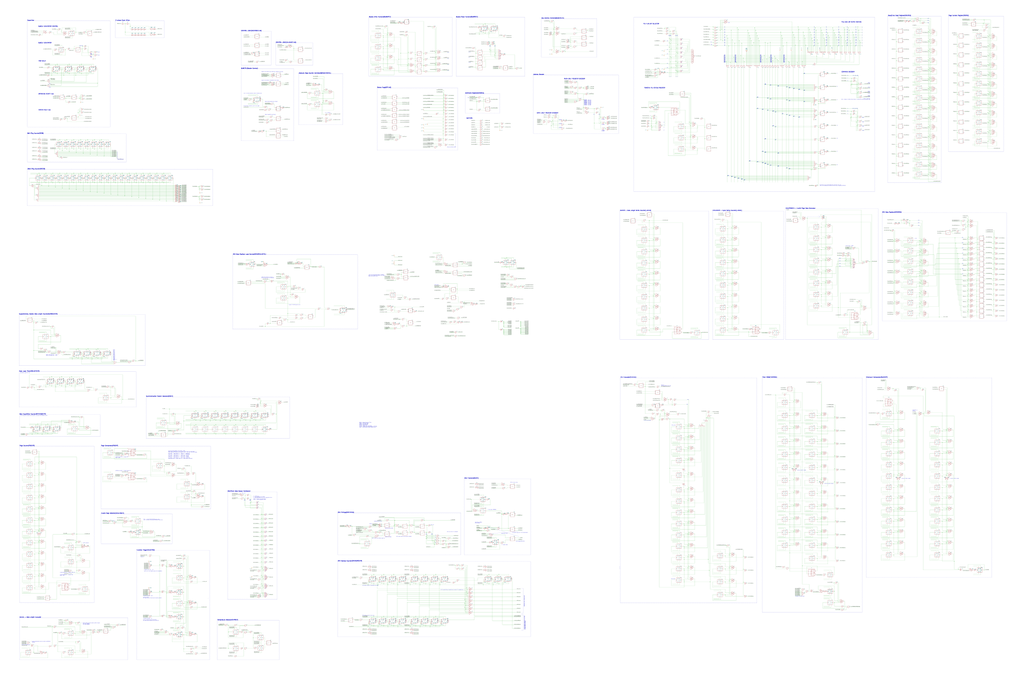
<source format=kicad_sch>
(kicad_sch (version 20211123) (generator eeschema)
  (paper "User" 2999.99 2000)
  (title_block (title "005296/005297") (date "2022-04-29") (rev "Rev.A") (company "Ika Victor Co., Inc.") (comment 1 "Konami 005296/005297 Bubble Memory Controller(YAMAHA 3um CMOS gate array)") (comment 2 "All unnamed clock nodes are 2MHz") (comment 3 "GitHub @ika-musume      Twitter @RCAVictorCo") (comment 4 "2022 Sehyeon Kim(Raki)"))
  (junction (at 2420.62 756.92))
  (junction (at 1122.68 137.16))
  (junction (at 224.79 1672.59))
  (junction (at 1642.11 151.13))
  (junction (at 1363.98 1762.76))
  (junction (at 2124.71 1705.61))
  (junction (at 1525.27 957.58))
  (junction (at 231.14 533.4))
  (junction (at 1461.77 942.34))
  (junction (at 115.57 1451.61))
  (junction (at 101.6 1624.33))
  (junction (at 2479.04 742.95))
  (junction (at 548.64 1691.64))
  (junction (at 203.2 553.72))
  (junction (at 2327.91 1515.11))
  (junction (at 2632.71 1256.03))
  (junction (at 1479.55 781.05))
  (junction (at 2405.38 1443.99))
  (junction (at 2015.49 1347.47))
  (junction (at 284.48 422.91))
  (junction (at 2313.94 1370.33))
  (junction (at 148.59 957.58))
  (junction (at 2270.76 372.11))
  (junction (at 142.24 521.97))
  (junction (at 2837.18 786.13))
  (junction (at 2541.27 969.01))
  (junction (at 1965.96 118.11))
  (junction (at 2724.15 452.12))
  (junction (at 2371.09 86.36))
  (junction (at 398.78 508))
  (junction (at 215.9 436.88))
  (junction (at 2007.87 441.96))
  (junction (at 1672.59 135.89))
  (junction (at 2004.06 1535.43))
  (junction (at 1525.27 962.66))
  (junction (at 513.08 1214.12))
  (junction (at 2505.71 134.62))
  (junction (at 2512.06 271.78))
  (junction (at 488.95 1738.63))
  (junction (at 2632.71 1421.13))
  (junction (at 2910.84 908.05))
  (junction (at 1962.15 1372.87))
  (junction (at 2313.94 1294.13))
  (junction (at 2393.95 116.84))
  (junction (at 2232.66 477.52))
  (junction (at 1958.34 1170.94))
  (junction (at 2495.55 246.38))
  (junction (at 732.79 1234.44))
  (junction (at 297.18 436.88))
  (junction (at 2609.85 675.64))
  (junction (at 2313.94 1506.22))
  (junction (at 2774.95 1454.15))
  (junction (at 2894.33 386.08))
  (junction (at 2726.69 462.28))
  (junction (at 779.78 384.81))
  (junction (at 2760.98 1395.73))
  (junction (at 2726.69 182.88))
  (junction (at 2325.37 1482.09))
  (junction (at 1435.1 124.46))
  (junction (at 2896.87 332.74))
  (junction (at 753.11 1169.67))
  (junction (at 2004.06 1393.19))
  (junction (at 1492.25 769.62))
  (junction (at 2089.15 93.98))
  (junction (at 2007.87 370.84))
  (junction (at 2772.41 1459.23))
  (junction (at 1475.74 976.63))
  (junction (at 2630.17 1558.29))
  (junction (at 2524.76 896.62))
  (junction (at 2015.49 1499.87))
  (junction (at 2161.54 523.24))
  (junction (at 1416.05 95.25))
  (junction (at 768.35 1691.64))
  (junction (at 645.16 1234.44))
  (junction (at 1963.42 115.57))
  (junction (at 2124.71 1667.51))
  (junction (at 304.8 566.42))
  (junction (at 2178.05 1668.78))
  (junction (at 1250.95 1576.07))
  (junction (at 538.48 1736.09))
  (junction (at 2444.75 1733.55))
  (junction (at 1624.33 93.98))
  (junction (at 2418.08 795.02))
  (junction (at 2797.81 697.23))
  (junction (at 1902.46 967.74))
  (junction (at 1760.22 358.14))
  (junction (at 2899.41 299.72))
  (junction (at 231.14 510.54))
  (junction (at 585.47 581.66))
  (junction (at 486.41 1659.89))
  (junction (at 273.05 158.75))
  (junction (at 332.74 533.4))
  (junction (at 337.82 508))
  (junction (at 2240.28 407.67))
  (junction (at 228.6 330.2))
  (junction (at 568.96 1206.5))
  (junction (at 2719.07 175.26))
  (junction (at 690.88 1231.9))
  (junction (at 2313.94 1408.43))
  (junction (at 1118.87 1832.61))
  (junction (at 2391.41 88.9))
  (junction (at 603.25 1231.9))
  (junction (at 1153.16 1807.21))
  (junction (at 2393.95 1217.93))
  (junction (at 231.14 1257.3))
  (junction (at 1437.64 129.54))
  (junction (at 2325.37 101.6))
  (junction (at 115.57 1583.69))
  (junction (at 1297.94 406.4))
  (junction (at 378.46 535.94))
  (junction (at 2152.65 127))
  (junction (at 2837.18 831.85))
  (junction (at 105.41 1268.73))
  (junction (at 2447.29 101.6))
  (junction (at 1363.98 1785.62))
  (junction (at 2462.53 104.14))
  (junction (at 1525.27 949.96))
  (junction (at 538.48 1234.44))
  (junction (at 749.3 1203.96))
  (junction (at 2325.37 1253.49))
  (junction (at 2004.06 1639.57))
  (junction (at 2901.95 281.94))
  (junction (at 228.6 342.9))
  (junction (at 1475.74 957.58))
  (junction (at 1300.48 321.31))
  (junction (at 2618.74 1494.79))
  (junction (at 99.06 946.15))
  (junction (at 1916.43 928.37))
  (junction (at 2132.33 736.6))
  (junction (at 2618.74 1362.71))
  (junction (at 2896.87 107.95))
  (junction (at 270.51 1052.83))
  (junction (at 2618.74 1527.81))
  (junction (at 2313.94 1446.53))
  (junction (at 115.57 1682.75))
  (junction (at 1934.21 1214.12))
  (junction (at 2004.06 1601.47))
  (junction (at 2313.94 1582.42))
  (junction (at 2004.06 1283.97))
  (junction (at 1709.42 257.81))
  (junction (at 1931.67 1230.63))
  (junction (at 2719.07 370.84))
  (junction (at 2724.15 88.9))
  (junction (at 1230.63 1714.5))
  (junction (at 2726.69 210.82))
  (junction (at 1276.35 1835.15))
  (junction (at 2719.07 398.78))
  (junction (at 2143.76 932.18))
  (junction (at 271.78 510.54))
  (junction (at 2216.15 96.52))
  (junction (at 1621.79 85.09))
  (junction (at 1271.27 1709.42))
  (junction (at 2406.65 896.62))
  (junction (at 467.36 586.74))
  (junction (at 1212.85 1809.75))
  (junction (at 1475.74 974.09))
  (junction (at 1122.68 109.22))
  (junction (at 2719.07 259.08))
  (junction (at 2913.38 694.69))
  (junction (at 167.64 86.36))
  (junction (at 669.29 1852.93))
  (junction (at 1432.56 1711.96))
  (junction (at 2142.49 518.16))
  (junction (at 2863.85 701.04))
  (junction (at 1201.42 1714.5))
  (junction (at 598.17 1229.36))
  (junction (at 2213.61 88.9))
  (junction (at 2834.64 745.49))
  (junction (at 685.8 1247.14))
  (junction (at 765.81 1532.89))
  (junction (at 204.47 1129.03))
  (junction (at 1122.68 203.2))
  (junction (at 1910.08 340.36))
  (junction (at 2007.87 403.86))
  (junction (at 2068.83 1225.55))
  (junction (at 186.69 220.98))
  (junction (at 2910.84 892.81))
  (junction (at 2302.51 172.72))
  (junction (at 162.56 548.64))
  (junction (at 2693.67 704.85))
  (junction (at 1333.5 1657.35))
  (junction (at 603.25 1203.96))
  (junction (at 1297.94 356.87))
  (junction (at 2618.74 1428.75))
  (junction (at 2899.41 383.54))
  (junction (at 121.92 543.56))
  (junction (at 233.68 213.36))
  (junction (at 212.09 1052.83))
  (junction (at 195.58 436.88))
  (junction (at 276.86 436.88))
  (junction (at 632.46 1244.6))
  (junction (at 210.82 411.48))
  (junction (at 574.04 1203.96))
  (junction (at 304.8 422.91))
  (junction (at 190.5 411.48))
  (junction (at 2311.4 257.81))
  (junction (at 2726.69 378.46))
  (junction (at 1168.4 173.99))
  (junction (at 2015.49 1664.97))
  (junction (at 2861.31 853.44))
  (junction (at 768.35 1666.24))
  (junction (at 2383.79 134.62))
  (junction (at 1360.17 886.46))
  (junction (at 1475.74 947.42))
  (junction (at 142.24 546.1))
  (junction (at 2882.9 58.42))
  (junction (at 101.6 1360.17))
  (junction (at 2640.33 645.16))
  (junction (at 1347.47 1667.51))
  (junction (at 167.64 187.96))
  (junction (at 1031.24 1543.05))
  (junction (at 944.88 273.05))
  (junction (at 2630.17 1360.17))
  (junction (at 2665.73 646.43))
  (junction (at 189.23 1818.64))
  (junction (at 2089.15 86.36))
  (junction (at 162.56 213.36))
  (junction (at 2240.28 247.65))
  (junction (at 2513.33 340.36))
  (junction (at 2330.45 132.08))
  (junction (at 501.65 1214.12))
  (junction (at 551.18 1761.49))
  (junction (at 514.35 1841.5))
  (junction (at 2142.49 88.9))
  (junction (at 1275.08 153.67))
  (junction (at 2495.55 229.87))
  (junction (at 2899.41 214.63))
  (junction (at 1902.46 671.83))
  (junction (at 2698.75 793.75))
  (junction (at 2178.05 1630.68))
  (junction (at 297.18 408.94))
  (junction (at 669.29 1832.61))
  (junction (at 2405.38 1215.39))
  (junction (at 538.48 1808.48))
  (junction (at 146.05 1106.17))
  (junction (at 115.57 1484.63))
  (junction (at 661.67 1272.54))
  (junction (at 2256.79 124.46))
  (junction (at 1363.98 1774.19))
  (junction (at 1156.97 1525.27))
  (junction (at 406.4 521.97))
  (junction (at 2018.03 1243.33))
  (junction (at 2218.69 104.14))
  (junction (at 546.1 1697.99))
  (junction (at 1774.19 377.19))
  (junction (at 2513.33 365.76))
  (junction (at 292.1 533.4))
  (junction (at 359.41 1170.94))
  (junction (at 203.2 215.9))
  (junction (at 1240.79 175.26))
  (junction (at 2313.94 1391.92))
  (junction (at 2910.84 816.61))
  (junction (at 2632.71 1586.23))
  (junction (at 2693.67 838.2))
  (junction (at 2264.41 177.8))
  (junction (at 426.72 581.66))
  (junction (at 2618.74 1296.67))
  (junction (at 2804.16 193.04))
  (junction (at 2491.74 334.01))
  (junction (at 2313.94 1217.93))
  (junction (at 2719.07 91.44))
  (junction (at 2618.74 797.56))
  (junction (at 2698.75 702.31))
  (junction (at 1165.86 1837.69))
  (junction (at 2254.25 167.64))
  (junction (at 1916.43 862.33))
  (junction (at 2726.69 127))
  (junction (at 2406.65 731.52))
  (junction (at 2004.06 1469.39))
  (junction (at 284.48 454.66))
  (junction (at 765.81 1711.96))
  (junction (at 287.02 1022.35))
  (junction (at 393.7 533.4))
  (junction (at 2439.67 81.28))
  (junction (at 685.8 1270))
  (junction (at 2804.16 304.8))
  (junction (at 129.54 510.54))
  (junction (at 690.88 1203.96))
  (junction (at 264.16 452.12))
  (junction (at 182.88 551.18))
  (junction (at 2719.07 119.38))
  (junction (at 1907.54 346.71))
  (junction (at 2443.48 1708.15))
  (junction (at 703.58 1234.44))
  (junction (at 1469.39 1507.49))
  (junction (at 2774.95 1520.19))
  (junction (at 2146.3 894.08))
  (junction (at 1670.05 123.19))
  (junction (at 2621.28 792.48))
  (junction (at 1276.35 1807.21))
  (junction (at 2303.78 492.76))
  (junction (at 1089.66 1809.75))
  (junction (at 447.04 584.2))
  (junction (at 2693.67 765.81))
  (junction (at 181.61 1032.51))
  (junction (at 1275.08 189.23))
  (junction (at 2170.43 162.56))
  (junction (at 115.57 1517.65))
  (junction (at 2393.95 1121.41))
  (junction (at 765.81 1634.49))
  (junction (at 2626.36 93.98))
  (junction (at 2208.53 124.46))
  (junction (at 1289.05 1714.5))
  (junction (at 2247.9 482.6))
  (junction (at 203.2 187.96))
  (junction (at 1361.44 1780.54))
  (junction (at 2418.08 728.98))
  (junction (at 1347.47 1657.35))
  (junction (at 1300.48 303.53))
  (junction (at 1960.88 125.73))
  (junction (at 2075.18 1639.57))
  (junction (at 2901.95 224.79))
  (junction (at 568.96 1270))
  (junction (at 2080.26 1705.61))
  (junction (at 2353.31 93.98))
  (junction (at 2132.33 967.74))
  (junction (at 233.68 288.29))
  (junction (at 2760.98 1296.67))
  (junction (at 251.46 510.54))
  (junction (at 2447.29 1526.54))
  (junction (at 414.02 533.4))
  (junction (at 2313.94 1544.32))
  (junction (at 2693.67 857.25))
  (junction (at 1243.33 1525.27))
  (junction (at 2696.21 829.31))
  (junction (at 2340.61 86.36))
  (junction (at 2376.17 101.6))
  (junction (at 2834.64 836.93))
  (junction (at 236.22 287.02))
  (junction (at 1617.98 354.33))
  (junction (at 1247.14 1835.15))
  (junction (at 765.81 1507.49))
  (junction (at 2018.03 1659.89))
  (junction (at 1094.74 1684.02))
  (junction (at 99.06 941.07))
  (junction (at 2146.3 762))
  (junction (at 367.03 69.85))
  (junction (at 1276.35 1711.96))
  (junction (at 574.04 1272.54))
  (junction (at 2810.51 773.43))
  (junction (at 2310.13 180.34))
  (junction (at 2354.58 215.9))
  (junction (at 2774.95 1289.05))
  (junction (at 2406.65 764.54))
  (junction (at 2698.75 885.19))
  (junction (at 2343.15 119.38))
  (junction (at 2418.08 762))
  (junction (at 2630.17 1261.11))
  (junction (at 292.1 434.34))
  (junction (at 2834.64 897.89))
  (junction (at 2178.05 1706.88))
  (junction (at 2338.07 78.74))
  (junction (at 910.59 781.05))
  (junction (at 1461.77 1684.02))
  (junction (at 2834.64 760.73))
  (junction (at 2018.03 1428.75))
  (junction (at 2021.84 368.3))
  (junction (at 110.49 1271.27))
  (junction (at 947.42 295.91))
  (junction (at 1484.63 755.65))
  (junction (at 2287.27 93.98))
  (junction (at 2325.37 1177.29))
  (junction (at 2726.69 99.06))
  (junction (at 2004.06 1540.51))
  (junction (at 2630.17 1591.31))
  (junction (at 1297.94 392.43))
  (junction (at 2393.95 1522.73))
  (junction (at 2724.15 144.78))
  (junction (at 2146.3 927.1))
  (junction (at 2272.03 1158.24))
  (junction (at 1148.08 1686.56))
  (junction (at 2132.33 868.68))
  (junction (at 1960.88 113.03))
  (junction (at 378.46 508))
  (junction (at 2630.17 1459.23))
  (junction (at 203.2 444.5))
  (junction (at 2626.36 373.38))
  (junction (at 1136.65 1714.5))
  (junction (at 240.03 143.51))
  (junction (at 2409.19 96.52))
  (junction (at 669.29 1901.19))
  (junction (at 2407.92 1248.41))
  (junction (at 765.81 1686.56))
  (junction (at 2724.15 228.6))
  (junction (at 170.18 411.48))
  (junction (at 2418.08 828.04))
  (junction (at 1416.05 1714.5))
  (junction (at 190.5 434.34))
  (junction (at 2510.79 883.92))
  (junction (at 1054.1 1593.85))
  (junction (at 2696.21 707.39))
  (junction (at 2325.37 1405.89))
  (junction (at 1475.74 942.34))
  (junction (at 2324.1 341.63))
  (junction (at 1902.46 836.93))
  (junction (at 1475.74 955.04))
  (junction (at 2325.37 1558.29))
  (junction (at 2327.91 1400.81))
  (junction (at 598.17 1270))
  (junction (at 454.66 510.54))
  (junction (at 1965.96 143.51))
  (junction (at 2621.28 822.96))
  (junction (at 765.81 1520.19))
  (junction (at 2805.43 742.95))
  (junction (at 2246.63 172.72))
  (junction (at 488.95 1386.84))
  (junction (at 2489.2 974.09))
  (junction (at 685.8 1229.36))
  (junction (at 1913.89 768.35))
  (junction (at 2719.07 342.9))
  (junction (at 2632.71 1388.11))
  (junction (at 2894.33 189.23))
  (junction (at 1421.13 97.79))
  (junction (at 2449.83 109.22))
  (junction (at 2406.65 802.64))
  (junction (at 182.88 521.97))
  (junction (at 2477.77 119.38))
  (junction (at 256.54 408.94))
  (junction (at 113.03 1654.81))
  (junction (at 2132.33 703.58))
  (junction (at 182.88 422.91))
  (junction (at 765.81 1596.39))
  (junction (at 1198.88 1539.24))
  (junction (at 1427.48 1709.42))
  (junction (at 2124.71 1629.41))
  (junction (at 1525.27 970.28))
  (junction (at 1910.08 373.38))
  (junction (at 2018.03 1385.57))
  (junction (at 568.96 1229.36))
  (junction (at 560.07 1480.82))
  (junction (at 2313.94 1522.73))
  (junction (at 2632.71 1205.23))
  (junction (at 2239.01 162.56))
  (junction (at 2089.15 109.22))
  (junction (at 2263.14 369.57))
  (junction (at 765.81 1583.69))
  (junction (at 1397 298.45))
  (junction (at 2311.4 495.3))
  (junction (at 1214.12 1560.83))
  (junction (at 2724.15 312.42))
  (junction (at 2358.39 111.76))
  (junction (at 1913.89 801.37))
  (junction (at 148.59 986.79))
  (junction (at 632.46 1203.96))
  (junction (at 1247.14 1684.02))
  (junction (at 2019.3 358.14))
  (junction (at 690.88 1244.6))
  (junction (at 2724.15 368.3))
  (junction (at 2325.37 1291.59))
  (junction (at 2894.33 358.14))
  (junction (at 2632.71 1355.09))
  (junction (at 2899.41 186.69))
  (junction (at 2405.38 1405.89))
  (junction (at 2894.33 161.29))
  (junction (at 1913.89 702.31))
  (junction (at 1456.69 1686.56))
  (junction (at 2630.17 1426.21))
  (junction (at 2355.85 104.14))
  (junction (at 2760.98 1329.69))
  (junction (at 2804.16 248.92))
  (junction (at 1339.85 847.09))
  (junction (at 656.59 1206.5))
  (junction (at 2760.98 1593.85))
  (junction (at 2146.3 795.02))
  (junction (at 1369.06 1728.47))
  (junction (at 1394.46 171.45))
  (junction (at 236.22 535.94))
  (junction (at 1212.85 1709.42))
  (junction (at 2520.95 124.46))
  (junction (at 2143.76 833.12))
  (junction (at 2621.28 731.52))
  (junction (at 1361.44 1757.68))
  (junction (at 2503.17 109.22))
  (junction (at 1134.11 101.6))
  (junction (at 2313.94 1468.12))
  (junction (at 2313.94 1620.52))
  (junction (at 2143.76 701.04))
  (junction (at 2696.21 890.27))
  (junction (at 238.76 215.9))
  (junction (at 2834.64 699.77))
  (junction (at 367.03 93.98))
  (junction (at 2393.95 1332.23))
  (junction (at 2247.9 323.85))
  (junction (at 1123.95 1684.02))
  (junction (at 2726.69 350.52))
  (junction (at 2726.69 238.76))
  (junction (at 2618.74 767.08))
  (junction (at 850.9 863.6))
  (junction (at 2719.07 426.72))
  (junction (at 2232.66 321.31))
  (junction (at 257.81 1050.29))
  (junction (at 139.7 1271.27))
  (junction (at 2217.42 474.98))
  (junction (at 2393.95 1560.83))
  (junction (at 2381.25 119.38))
  (junction (at 2698.75 824.23))
  (junction (at 2313.94 1484.63))
  (junction (at 2693.67 716.28))
  (junction (at 1902.46 869.95))
  (junction (at 2760.98 1494.79))
  (junction (at 2388.87 81.28))
  (junction (at 949.96 262.89))
  (junction (at 134.62 508))
  (junction (at 2527.3 952.5))
  (junction (at 2397.76 494.03))
  (junction (at 1979.93 205.74))
  (junction (at 2632.71 1454.15))
  (junction (at 2136.14 1626.87))
  (junction (at 2089.15 124.46))
  (junction (at 2024.38 360.68))
  (junction (at 1963.42 91.44))
  (junction (at 1475.74 969.01))
  (junction (at 236.22 436.88))
  (junction (at 2721.61 205.74))
  (junction (at 2007.87 408.94))
  (junction (at 2726.69 406.4))
  (junction (at 191.77 146.05))
  (junction (at 2724.15 172.72))
  (junction (at 1916.43 895.35))
  (junction (at 2899.41 102.87))
  (junction (at 222.25 1882.14))
  (junction (at 2772.41 1591.31))
  (junction (at 2837.18 657.86))
  (junction (at 1916.43 664.21))
  (junction (at 1985.01 184.15))
  (junction (at 1148.08 1709.42))
  (junction (at 2772.41 1558.29))
  (junction (at 1196.34 171.45))
  (junction (at 2696.21 768.35))
  (junction (at 2004.06 1316.99))
  (junction (at 2834.64 913.13))
  (junction (at 2491.74 345.44))
  (junction (at 2618.74 858.52))
  (junction (at 2396.49 127))
  (junction (at 365.76 574.04))
  (junction (at 223.52 1047.75))
  (junction (at 2406.65 830.58))
  (junction (at 1982.47 140.97))
  (junction (at 2444.75 1766.57))
  (junction (at 2837.18 877.57))
  (junction (at 2632.71 1322.07))
  (junction (at 2788.92 679.45))
  (junction (at 2626.36 457.2))
  (junction (at 1217.93 1711.96))
  (junction (at 2626.36 401.32))
  (junction (at 2015.49 1466.85))
  (junction (at 2406.65 835.66))
  (junction (at 2626.36 317.5))
  (junction (at 2626.36 121.92))
  (junction (at 2760.98 1428.75))
  (junction (at 1248.41 1572.26))
  (junction (at 113.03 1522.73))
  (junction (at 101.6 1426.21))
  (junction (at 215.9 408.94))
  (junction (at 115.57 1616.71))
  (junction (at 2360.93 132.08))
  (junction (at 2901.95 168.91))
  (junction (at 2518.41 119.38))
  (junction (at 203.2 521.97))
  (junction (at 2018.03 1342.39))
  (junction (at 2143.76 899.16))
  (junction (at 1479.55 758.19))
  (junction (at 2465.07 109.22))
  (junction (at 2760.98 1626.87))
  (junction (at 1361.44 1769.11))
  (junction (at 233.68 1223.01))
  (junction (at 2815.59 803.91))
  (junction (at 2018.03 1494.79))
  (junction (at 1965.96 99.06))
  (junction (at 101.6 1591.31))
  (junction (at 337.82 535.94))
  (junction (at 2089.15 132.08))
  (junction (at 467.36 521.97))
  (junction (at 1136.65 1837.69))
  (junction (at 2325.37 1367.79))
  (junction (at 2774.95 1553.21))
  (junction (at 2405.38 1367.79))
  (junction (at 1913.89 900.43))
  (junction (at 129.54 533.4))
  (junction (at 1271.27 1832.61))
  (junction (at 2901.95 364.49))
  (junction (at 861.06 142.24))
  (junction (at 661.67 1244.6))
  (junction (at 2294.89 134.62))
  (junction (at 2490.47 770.89))
  (junction (at 2418.08 861.06))
  (junction (at 1316.99 847.09))
  (junction (at 2272.03 170.18))
  (junction (at 2004.06 1606.55))
  (junction (at 1212.85 1832.61))
  (junction (at 2772.41 1492.25))
  (junction (at 2240.28 480.06))
  (junction (at 2132.33 835.66))
  (junction (at 1242.06 1686.56))
  (junction (at 439.42 535.94))
  (junction (at 2015.49 1314.45))
  (junction (at 2231.39 165.1))
  (junction (at 223.52 521.97))
  (junction (at 459.74 508))
  (junction (at 101.6 1492.25))
  (junction (at 2456.18 901.7))
  (junction (at 2327.91 109.22))
  (junction (at 1297.94 383.54))
  (junction (at 190.5 510.54))
  (junction (at 2621.28 762))
  (junction (at 2514.6 269.24))
  (junction (at 2143.76 866.14))
  (junction (at 175.26 1106.17))
  (junction (at 2618.74 1263.65))
  (junction (at 241.3 1052.83))
  (junction (at 1946.91 83.82))
  (junction (at 2698.75 732.79))
  (junction (at 1475.74 979.17))
  (junction (at 151.13 1103.63))
  (junction (at 2538.73 952.5))
  (junction (at 193.04 288.29))
  (junction (at 2004.06 1250.95))
  (junction (at 2211.07 81.28))
  (junction (at 2313.94 1239.52))
  (junction (at 2863.85 762))
  (junction (at 2077.72 1672.59))
  (junction (at 175.26 408.94))
  (junction (at 2693.67 777.24))
  (junction (at 2804.16 276.86))
  (junction (at 2701.29 895.35))
  (junction (at 2406.65 698.5))
  (junction (at 1107.44 1714.5))
  (junction (at 196.85 347.98))
  (junction (at 2171.7 525.78))
  (junction (at 1272.54 1596.39))
  (junction (at 474.98 533.4))
  (junction (at 386.08 521.97))
  (junction (at 1107.44 1837.69))
  (junction (at 2772.41 1360.17))
  (junction (at 2313.94 1179.83))
  (junction (at 1165.86 1714.5))
  (junction (at 101.6 1525.27))
  (junction (at 170.18 510.54))
  (junction (at 2454.91 134.62))
  (junction (at 2719.07 482.6))
  (junction (at 1153.16 1684.02))
  (junction (at 1774.19 360.68))
  (junction (at 2479.04 760.73))
  (junction (at 2493.01 775.97))
  (junction (at 1722.12 88.9))
  (junction (at 2217.42 285.75))
  (junction (at 271.78 533.4))
  (junction (at 582.93 576.58))
  (junction (at 2200.91 119.38))
  (junction (at 2721.61 289.56))
  (junction (at 1515.11 840.74))
  (junction (at 2393.95 1408.43))
  (junction (at 2339.34 344.17))
  (junction (at 765.81 1545.59))
  (junction (at 582.93 547.37))
  (junction (at 2406.65 88.9))
  (junction (at 2834.64 806.45))
  (junction (at 1153.16 1835.15))
  (junction (at 762 1181.1))
  (junction (at 2913.38 755.65))
  (junction (at 2837.18 892.81))
  (junction (at 2618.74 1593.85))
  (junction (at 195.58 535.94))
  (junction (at 2420.62 855.98))
  (junction (at 1148.08 1832.61))
  (junction (at 195.58 408.94))
  (junction (at 1615.44 368.3))
  (junction (at 1475.74 949.96))
  (junction (at 2313.94 1353.82))
  (junction (at 222.25 1605.28))
  (junction (at 2834.64 821.69))
  (junction (at 770.89 1696.72))
  (junction (at 2004.06 1705.61))
  (junction (at 2018.03 1461.77))
  (junction (at 843.28 873.76))
  (junction (at 1184.91 102.87))
  (junction (at 2004.06 1568.45))
  (junction (at 2493.01 237.49))
  (junction (at 2721.61 149.86))
  (junction (at 548.64 1766.57))
  (junction (at 2018.03 1276.35))
  (junction (at 134.62 1134.11))
  (junction (at 224.79 1565.91))
  (junction (at 2724.15 424.18))
  (junction (at 467.36 1733.55))
  (junction (at 2837.18 770.89))
  (junction (at 228.6 1050.29))
  (junction (at 1902.46 902.97))
  (junction (at 1525.27 972.82))
  (junction (at 2630.17 1327.15))
  (junction (at 2894.33 217.17))
  (junction (at 113.03 1357.63))
  (junction (at 568.96 1247.14))
  (junction (at 1300.48 276.86))
  (junction (at 233.68 190.5))
  (junction (at 2490.47 119.38))
  (junction (at 2217.42 318.77))
  (junction (at 2910.84 831.85))
  (junction (at 1248.41 1578.61))
  (junction (at 1196.34 153.67))
  (junction (at 2132.33 111.76))
  (junction (at 1525.27 952.5))
  (junction (at 2509.52 261.62))
  (junction (at 2145.03 116.84))
  (junction (at 2719.07 314.96))
  (junction (at 2007.87 375.92))
  (junction (at 1924.05 358.14))
  (junction (at 2303.78 293.37))
  (junction (at 1464.31 369.57))
  (junction (at 2393.95 1370.33))
  (junction (at 2339.34 262.89))
  (junction (at 2354.58 265.43))
  (junction (at 2804.16 135.89))
  (junction (at 538.48 1769.11))
  (junction (at 2233.93 175.26))
  (junction (at 1620.52 337.82))
  (junction (at 2861.31 822.96))
  (junction (at 2416.81 116.84))
  (junction (at 2618.74 1395.73))
  (junction (at 2514.6 256.54))
  (junction (at 2327.91 1210.31))
  (junction (at 2693.67 868.68))
  (junction (at 598.17 1206.5))
  (junction (at 243.84 558.8))
  (junction (at 345.44 521.97))
  (junction (at 2143.76 800.1))
  (junction (at 224.79 1587.5))
  (junction (at 99.06 967.74))
  (junction (at 2426.97 104.14))
  (junction (at 1247.14 1807.21))
  (junction (at 251.46 434.34))
  (junction (at 2913.38 770.89))
  (junction (at 373.38 533.4))
  (junction (at 2774.95 1421.13))
  (junction (at 149.86 510.54))
  (junction (at 2837.18 740.41))
  (junction (at 2616.2 1212.85))
  (junction (at 2180.59 180.34))
  (junction (at 252.73 1047.75))
  (junction (at 2894.33 330.2))
  (junction (at 2896.87 163.83))
  (junction (at 1153.16 1711.96))
  (junction (at 2901.95 252.73))
  (junction (at 538.48 1659.89))
  (junction (at 2487.93 88.9))
  (junction (at 2630.17 1210.31))
  (junction (at 2863.85 716.28))
  (junction (at 2510.79 368.3))
  (junction (at 1300.48 294.64))
  (junction (at 2327.91 1553.21))
  (junction (at 2760.98 1362.71))
  (junction (at 2693.67 918.21))
  (junction (at 2393.95 1446.53))
  (junction (at 2837.18 694.69))
  (junction (at 1760.22 342.9))
  (junction (at 1118.87 1686.56))
  (junction (at 2322.83 93.98))
  (junction (at 1297.94 365.76))
  (junction (at 123.19 1273.81))
  (junction (at 2804.16 332.74))
  (junction (at 2772.41 1393.19))
  (junction (at 2138.68 1697.99))
  (junction (at 2834.64 882.65))
  (junction (at 2018.03 1626.87))
  (junction (at 744.22 1206.5))
  (junction (at 744.22 1247.14))
  (junction (at 2393.95 1484.63))
  (junction (at 1963.42 166.37))
  (junction (at 1297.94 374.65))
  (junction (at 2626.36 233.68))
  (junction (at 203.2 422.91))
  (junction (at 2513.33 78.74))
  (junction (at 2795.27 1645.92))
  (junction (at 2701.29 712.47))
  (junction (at 2198.37 111.76))
  (junction (at 2444.75 1412.24))
  (junction (at 2899.41 354.33))
  (junction (at 2018.03 1527.81))
  (junction (at 2289.81 104.14))
  (junction (at 2376.17 497.84))
  (junction (at 228.6 1022.35))
  (junction (at 560.07 1418.59))
  (junction (at 2004.06 1322.07))
  (junction (at 2411.73 101.6))
  (junction (at 2719.07 203.2))
  (junction (at 2172.97 127))
  (junction (at 2132.33 670.56))
  (junction (at 2452.37 116.84))
  (junction (at 222.25 220.98))
  (junction (at 1248.41 1560.83))
  (junction (at 2407.92 1515.11))
  (junction (at 2203.45 132.08))
  (junction (at 2325.37 1520.19))
  (junction (at 134.62 1268.73))
  (junction (at 2407.92 1324.61))
  (junction (at 715.01 1229.36))
  (junction (at 1741.17 318.77))
  (junction (at 2407.92 1362.71))
  (junction (at 2837.18 908.05))
  (junction (at 2772.41 1426.21))
  (junction (at 2649.22 655.32))
  (junction (at 2899.41 271.78))
  (junction (at 2459.99 93.98))
  (junction (at 770.89 1722.12))
  (junction (at 1305.56 1586.23))
  (junction (at 732.79 1474.47))
  (junction (at 603.25 1244.6))
  (junction (at 2015.49 1565.91))
  (junction (at 2693.67 899.16))
  (junction (at 2726.69 154.94))
  (junction (at 2724.15 396.24))
  (junction (at 2774.95 1322.07))
  (junction (at 285.75 243.84))
  (junction (at 2861.31 899.16))
  (junction (at 2241.55 124.46))
  (junction (at 822.96 803.91))
  (junction (at 1902.46 704.85))
  (junction (at 1963.42 181.61))
  (junction (at 1300.48 330.2))
  (junction (at 163.83 1134.11))
  (junction (at 2896.87 135.89))
  (junction (at 2089.15 116.84))
  (junction (at 1259.84 1837.69))
  (junction (at 180.34 1103.63))
  (junction (at 358.14 508))
  (junction (at 2255.52 485.14))
  (junction (at 1617.98 344.17))
  (junction (at 2721.61 401.32))
  (junction (at 170.18 533.4))
  (junction (at 325.12 568.96))
  (junction (at 2804.16 107.95))
  (junction (at 1240.79 193.04))
  (junction (at 1525.27 947.42))
  (junction (at 2143.76 668.02))
  (junction (at 586.74 1234.44))
  (junction (at 2007.87 436.88))
  (junction (at 2429.51 109.22))
  (junction (at 2721.61 261.62))
  (junction (at 264.16 422.91))
  (junction (at 2494.28 342.9))
  (junction (at 1902.46 646.43))
  (junction (at 2774.95 1355.09))
  (junction (at 791.21 948.69))
  (junction (at 1985.01 210.82))
  (junction (at 2132.33 934.72))
  (junction (at 1230.63 1837.69))
  (junction (at 2802.89 727.71))
  (junction (at 198.12 213.36))
  (junction (at 1300.48 285.75))
  (junction (at 532.13 1374.14))
  (junction (at 243.84 422.91))
  (junction (at 1404.62 100.33))
  (junction (at 2138.68 1659.89))
  (junction (at 2760.98 1263.65))
  (junction (at 2313.94 1430.02))
  (junction (at 101.6 1558.29))
  (junction (at 1916.43 730.25))
  (junction (at 434.34 533.4))
  (junction (at 2193.29 972.82))
  (junction (at 2004.06 1474.47))
  (junction (at 2226.31 134.62))
  (junction (at 2863.85 792.48))
  (junction (at 2393.95 1598.93))
  (junction (at 480.06 535.94))
  (junction (at 2913.38 740.41))
  (junction (at 2313.94 1560.83))
  (junction (at 2804.16 388.62))
  (junction (at 113.03 1588.77))
  (junction (at 1277.62 148.59))
  (junction (at 1484.63 783.59))
  (junction (at 1525.27 965.2))
  (junction (at 720.09 1231.9))
  (junction (at 1366.52 1723.39))
  (junction (at 2420.62 723.9))
  (junction (at 1297.94 347.98))
  (junction (at 2270.76 328.93))
  (junction (at 2138.68 1621.79))
  (junction (at 209.55 1103.63))
  (junction (at 1741.17 360.68))
  (junction (at 2901.95 196.85))
  (junction (at 1191.26 956.31))
  (junction (at 2726.69 490.22))
  (junction (at 2834.64 715.01))
  (junction (at 2861.31 914.4))
  (junction (at 317.5 508))
  (junction (at 1526.54 840.74))
  (junction (at 2632.71 1553.21))
  (junction (at 219.71 1912.62))
  (junction (at 281.94 1047.75))
  (junction (at 2407.92 1286.51))
  (junction (at 2291.08 334.01))
  (junction (at 2705.1 1212.85))
  (junction (at 2270.76 410.21))
  (junction (at 2719.07 287.02))
  (junction (at 562.61 1440.18))
  (junction (at 1916.43 697.23))
  (junction (at 115.57 1649.73))
  (junction (at 2004.06 1667.51))
  (junction (at 1985.01 156.21))
  (junction (at 2626.36 149.86))
  (junction (at 2701.29 742.95))
  (junction (at 162.56 521.97))
  (junction (at 674.37 1234.44))
  (junction (at 574.04 1244.6))
  (junction (at 2663.19 654.05))
  (junction (at 1916.43 763.27))
  (junction (at 1913.89 735.33))
  (junction (at 231.14 411.48))
  (junction (at 223.52 447.04))
  (junction (at 2335.53 182.88))
  (junction (at 190.5 533.4))
  (junction (at 2004.06 1441.45))
  (junction (at 2313.94 1315.72))
  (junction (at 373.38 510.54))
  (junction (at 2393.95 1294.13))
  (junction (at 2444.75 1336.04))
  (junction (at 615.95 1234.44))
  (junction (at 2444.75 1374.14))
  (junction (at 1089.66 1832.61))
  (junction (at 1136.65 96.52))
  (junction (at 2420.62 789.94))
  (junction (at 749.3 1272.54))
  (junction (at 297.18 508))
  (junction (at 2146.3 728.98))
  (junction (at 1216.66 177.8))
  (junction (at 1089.66 1709.42))
  (junction (at 765.81 1621.79))
  (junction (at 2724.15 284.48))
  (junction (at 2136.14 1703.07))
  (junction (at 2397.76 449.58))
  (junction (at 2278.38 252.73))
  (junction (at 1774.19 345.44))
  (junction (at 2621.28 853.44))
  (junction (at 538.48 1694.18))
  (junction (at 2724.15 256.54))
  (junction (at 2354.58 298.45))
  (junction (at 1173.48 156.21))
  (junction (at 2701.29 834.39))
  (junction (at 2837.18 862.33))
  (junction (at 101.6 1657.35))
  (junction (at 1432.56 1684.02))
  (junction (at 474.98 510.54))
  (junction (at 2004.06 1672.59))
  (junction (at 2760.98 1461.77))
  (junction (at 238.76 187.96))
  (junction (at 2834.64 867.41))
  (junction (at 297.18 535.94))
  (junction (at 1217.93 1835.15))
  (junction (at 2397.76 411.48))
  (junction (at 175.26 508))
  (junction (at 2327.91 1286.51))
  (junction (at 1621.79 99.06))
  (junction (at 2618.74 1329.69))
  (junction (at 2719.07 454.66))
  (junction (at 2632.71 1520.19))
  (junction (at 481.33 1365.25))
  (junction (at 231.14 434.34))
  (junction (at 1308.1 1595.12))
  (junction (at 243.84 521.97))
  (junction (at 2444.75 1297.94))
  (junction (at 1916.43 796.29))
  (junction (at 99.06 1912.62))
  (junction (at 2165.35 119.38))
  (junction (at 2143.76 734.06))
  (junction (at 115.57 1385.57))
  (junction (at 1366.52 1734.82))
  (junction (at 1615.44 356.87))
  (junction (at 1277.62 166.37))
  (junction (at 1445.26 1714.5))
  (junction (at 2724.15 340.36))
  (junction (at 1913.89 834.39))
  (junction (at 2815.59 646.43))
  (junction (at 718.82 1451.61))
  (junction (at 2837.18 725.17))
  (junction (at 264.16 521.97))
  (junction (at 381 77.47))
  (junction (at 2701.29 864.87))
  (junction (at 764.54 1176.02))
  (junction (at 2726.69 294.64))
  (junction (at 139.7 1243.33))
  (junction (at 491.49 1239.52))
  (junction (at 251.46 533.4))
  (junction (at 2127.25 180.34))
  (junction (at 1193.8 191.77))
  (junction (at 304.8 457.2))
  (junction (at 2863.85 746.76))
  (junction (at 2894.33 274.32))
  (junction (at 182.88 441.96))
  (junction (at 2447.29 1564.64))
  (junction (at 1369.06 1739.9))
  (junction (at 2089.15 78.74))
  (junction (at 2899.41 242.57))
  (junction (at 2405.38 1291.59))
  (junction (at 175.26 1129.03))
  (junction (at 233.68 326.39))
  (junction (at 2837.18 645.16))
  (junction (at 661.67 1203.96))
  (junction (at 2913.38 725.17))
  (junction (at 2476.5 749.3))
  (junction (at 223.52 1024.89))
  (junction (at 1620.52 363.22))
  (junction (at 2255.52 250.19))
  (junction (at 2760.98 1560.83))
  (junction (at 2693.67 887.73))
  (junction (at 2442.21 88.9))
  (junction (at 944.88 300.99))
  (junction (at 2132.33 802.64))
  (junction (at 1089.66 1686.56))
  (junction (at 113.03 1456.69))
  (junction (at 2139.95 182.88))
  (junction (at 1272.54 1588.77))
  (junction (at 2894.33 133.35))
  (junction (at 1913.89 933.45))
  (junction (at 777.24 957.58))
  (junction (at 2134.87 134.62))
  (junction (at 2146.3 662.94))
  (junction (at 219.71 1856.74))
  (junction (at 463.55 1272.54))
  (junction (at 251.46 411.48))
  (junction (at 2485.39 81.28))
  (junction (at 749.3 1231.9))
  (junction (at 426.72 521.97))
  (junction (at 2476.5 763.27))
  (junction (at 2015.49 1248.41))
  (junction (at 808.99 1214.12))
  (junction (at 276.86 508))
  (junction (at 2719.07 231.14))
  (junction (at 715.01 1247.14))
  (junction (at 2405.38 1520.19))
  (junction (at 2480.31 127))
  (junction (at 292.1 510.54))
  (junction (at 2813.05 788.67))
  (junction (at 2162.81 86.36))
  (junction (at 2774.95 1256.03))
  (junction (at 2724.15 200.66))
  (junction (at 284.48 563.88))
  (junction (at 2255.52 290.83))
  (junction (at 487.68 589.28))
  (junction (at 2880.36 68.58))
  (junction (at 2701.29 773.43))
  (junction (at 101.6 1393.19))
  (junction (at 2221.23 111.76))
  (junction (at 2132.33 901.7))
  (junction (at 154.94 508))
  (junction (at 2054.86 975.36))
  (junction (at 1475.74 944.88))
  (junction (at 397.51 1057.91))
  (junction (at 113.03 1423.67))
  (junction (at 2901.95 113.03))
  (junction (at 2837.18 709.93))
  (junction (at 1250.95 1540.51))
  (junction (at 2632.71 1289.05))
  (junction (at 2697.48 54.61))
  (junction (at 386.08 576.58))
  (junction (at 252.73 95.25))
  (junction (at 2327.91 1248.41))
  (junction (at 2018.03 1593.85))
  (junction (at 2896.87 247.65))
  (junction (at 114.3 508))
  (junction (at 2179.32 528.32))
  (junction (at 2632.71 1487.17))
  (junction (at 115.57 1352.55))
  (junction (at 2719.07 510.54))
  (junction (at 2015.49 1532.89))
  (junction (at 2373.63 93.98))
  (junction (at 2015.49 1433.83))
  (junction (at 2515.87 88.9))
  (junction (at 1118.87 1709.42))
  (junction (at 271.78 411.48))
  (junction (at 2772.41 1327.15))
  (junction (at 2493.01 248.92))
  (junction (at 1380.49 1464.31))
  (junction (at 2696.21 859.79))
  (junction (at 2327.91 1477.01))
  (junction (at 1259.84 1714.5))
  (junction (at 419.1 535.94))
  (junction (at 1216.66 195.58))
  (junction (at 2494.28 326.39))
  (junction (at 454.66 533.4))
  (junction (at 2772.41 1525.27))
  (junction (at 2693.67 826.77))
  (junction (at 2378.71 111.76))
  (junction (at 765.81 1570.99))
  (junction (at 2190.75 88.9))
  (junction (at 1525.27 967.74))
  (junction (at 215.9 508))
  (junction (at 1525.27 944.88))
  (junction (at 2325.37 1443.99))
  (junction (at 2693.67 746.76))
  (junction (at 1176.02 805.18))
  (junction (at 2393.95 1637.03))
  (junction (at 210.82 533.4))
  (junction (at 2414.27 111.76))
  (junction (at 170.18 434.34))
  (junction (at 2721.61 233.68))
  (junction (at 2475.23 86.36))
  (junction (at 1437.64 148.59))
  (junction (at 2498.09 93.98))
  (junction (at 2364.74 640.08))
  (junction (at 744.22 1270))
  (junction (at 720.09 1272.54))
  (junction (at 2350.77 1658.62))
  (junction (at 101.6 1459.23))
  (junction (at 1866.9 1127.76))
  (junction (at 2724.15 480.06))
  (junction (at 2311.4 295.91))
  (junction (at 2837.18 801.37))
  (junction (at 2901.95 393.7))
  (junction (at 1913.89 867.41))
  (junction (at 1936.75 1202.69))
  (junction (at 2630.17 1393.19))
  (junction (at 2327.91 1438.91))
  (junction (at 2279.65 177.8))
  (junction (at 2752.09 929.64))
  (junction (at 2327.91 1172.21))
  (junction (at 1201.42 1837.69))
  (junction (at 2024.38 396.24))
  (junction (at 656.59 1270))
  (junction (at 2313.94 1598.93))
  (junction (at 328.93 1527.81))
  (junction (at 193.04 1134.11))
  (junction (at 1094.74 1711.96))
  (junction (at 2621.28 883.92))
  (junction (at 419.1 508))
  (junction (at 1250.95 1569.72))
  (junction (at 1212.85 1686.56))
  (junction (at 2894.33 414.02))
  (junction (at 1525.27 955.04))
  (junction (at 209.55 1131.57))
  (junction (at 2726.69 266.7))
  (junction (at 2861.31 838.2))
  (junction (at 2129.79 104.14))
  (junction (at 2109.47 88.9))
  (junction (at 2726.69 434.34))
  (junction (at 2837.18 816.61))
  (junction (at 2701.29 803.91))
  (junction (at 1211.58 1540.51))
  (junction (at 1656.08 151.13))
  (junction (at 1475.74 966.47))
  (junction (at 2913.38 786.13))
  (junction (at 720.09 1244.6))
  (junction (at 115.57 1550.67))
  (junction (at 2721.61 429.26))
  (junction (at 2157.73 182.88))
  (junction (at 2263.14 326.39))
  (junction (at 1960.88 138.43))
  (junction (at 2303.78 255.27))
  (junction (at 2406.65 868.68))
  (junction (at 715.01 1270))
  (junction (at 2910.84 847.09))
  (junction (at 2807.97 758.19))
  (junction (at 393.7 510.54))
  (junction (at 2004.06 1436.37))
  (junction (at 1435.1 146.05))
  (junction (at 2146.3 695.96))
  (junction (at 1122.68 170.18))
  (junction (at 2834.64 852.17))
  (junction (at 627.38 1270))
  (junction (at 2178.05 170.18))
  (junction (at 702.31 1852.93))
  (junction (at 2618.74 1499.87))
  (junction (at 487.68 521.97))
  (junction (at 1416.05 72.39))
  (junction (at 1902.46 935.99))
  (junction (at 1451.61 156.21))
  (junction (at 210.82 510.54))
  (junction (at 149.86 533.4))
  (junction (at 1421.13 69.85))
  (junction (at 690.88 1272.54))
  (junction (at 2896.87 219.71))
  (junction (at 1122.68 175.26))
  (junction (at 1122.68 142.24))
  (junction (at 656.59 1229.36))
  (junction (at 2261.87 170.18))
  (junction (at 1610.36 62.23))
  (junction (at 1979.93 191.77))
  (junction (at 2015.49 1631.95))
  (junction (at 2117.09 119.38))
  (junction (at 2508.25 358.14))
  (junction (at 2721.61 317.5))
  (junction (at 1300.48 312.42))
  (junction (at 222.25 93.98))
  (junction (at 2693.67 735.33))
  (junction (at 2618.74 1626.87))
  (junction (at 2072.64 1225.55))
  (junction (at 1094.74 1835.15))
  (junction (at 2626.36 289.56))
  (junction (at 414.02 510.54))
  (junction (at 2406.65 863.6))
  (junction (at 236.22 408.94))
  (junction (at 2004.06 1507.49))
  (junction (at 322.58 1134.11))
  (junction (at 1094.74 1807.21))
  (junction (at 2630.17 1492.25))
  (junction (at 1275.08 171.45))
  (junction (at 353.06 510.54))
  (junction (at 2397.76 297.18))
  (junction (at 2405.38 1558.29))
  (junction (at 2004.06 1350.01))
  (junction (at 398.78 535.94))
  (junction (at 1489.71 1549.4))
  (junction (at 1271.27 1809.75))
  (junction (at 1913.89 669.29))
  (junction (at 2311.4 339.09))
  (junction (at 222.25 1826.26))
  (junction (at 2269.49 165.1))
  (junction (at 1136.65 129.54))
  (junction (at 2680.97 53.34))
  (junction (at 2312.67 182.88))
  (junction (at 281.94 1024.89))
  (junction (at 115.57 1418.59))
  (junction (at 1240.79 157.48))
  (junction (at 101.6 1690.37))
  (junction (at 2419.35 134.62))
  (junction (at 661.67 1231.9))
  (junction (at 1979.93 179.07))
  (junction (at 2774.95 1388.11))
  (junction (at 2901.95 140.97))
  (junction (at 276.86 535.94))
  (junction (at 2899.41 158.75))
  (junction (at 2018.03 1560.83))
  (junction (at 1134.11 167.64))
  (junction (at 2420.62 690.88))
  (junction (at 109.22 510.54))
  (junction (at 768.35 1717.04))
  (junction (at 2894.33 245.11))
  (junction (at 1148.08 1809.75))
  (junction (at 146.05 1129.03))
  (junction (at 1461.77 1711.96))
  (junction (at 134.62 535.94))
  (junction (at 180.34 1131.57))
  (junction (at 496.57 1198.88))
  (junction (at 2618.74 1461.77))
  (junction (at 2721.61 457.2))
  (junction (at 2089.15 101.6))
  (junction (at 1902.46 737.87))
  (junction (at 1982.47 208.28))
  (junction (at 2721.61 373.38))
  (junction (at 1985.01 130.81))
  (junction (at 2882.9 1671.32))
  (junction (at 1247.14 1711.96))
  (junction (at 1276.35 1684.02))
  (junction (at 304.8 521.97))
  (junction (at 2004.06 1398.27))
  (junction (at 2910.84 862.33))
  (junction (at 488.95 1662.43))
  (junction (at 284.48 521.97))
  (junction (at 685.8 1206.5))
  (junction (at 598.17 1247.14))
  (junction (at 345.44 571.5))
  (junction (at 113.03 1621.79))
  (junction (at 2424.43 96.52))
  (junction (at 2834.64 730.25))
  (junction (at 538.48 1902.46))
  (junction (at 198.12 190.5))
  (junction (at 2444.75 1259.84))
  (junction (at 1417.32 292.1))
  (junction (at 627.38 1247.14))
  (junction (at 162.56 190.5))
  (junction (at 1902.46 803.91))
  (junction (at 312.42 510.54))
  (junction (at 276.86 408.94))
  (junction (at 101.6 1723.39))
  (junction (at 1962.15 1228.09))
  (junction (at 749.3 1244.6))
  (junction (at 2899.41 130.81))
  (junction (at 2232.66 444.5))
  (junction (at 1916.43 829.31))
  (junction (at 1427.48 1686.56))
  (junction (at 292.1 411.48))
  (junction (at 1242.06 1809.75))
  (junction (at 1475.74 971.55))
  (junction (at 1525.27 975.36))
  (junction (at 2721.61 345.44))
  (junction (at 2669.54 62.23))
  (junction (at 560.07 1456.69))
  (junction (at 2193.29 96.52))
  (junction (at 2626.36 205.74))
  (junction (at 632.46 1272.54))
  (junction (at 2618.74 889))
  (junction (at 1969.77 1187.45))
  (junction (at 2407.92 1438.91))
  (junction (at 2368.55 81.28))
  (junction (at 2404.11 81.28))
  (junction (at 2160.27 81.28))
  (junction (at 538.48 1860.55))
  (junction (at 2325.37 1329.69))
  (junction (at 325.12 1165.86))
  (junction (at 765.81 1647.19))
  (junction (at 210.82 434.34))
  (junction (at 287.02 1050.29))
  (junction (at 2481.58 923.29))
  (junction (at 1156.97 1537.97))
  (junction (at 2626.36 485.14))
  (junction (at 332.74 510.54))
  (junction (at 2112.01 116.84))
  (junction (at 2127.25 1598.93))
  (junction (at 2693.67 796.29))
  (junction (at 236.22 508))
  (junction (at 765.81 1661.16))
  (junction (at 2004.06 1573.53))
  (junction (at 2467.61 134.62))
  (junction (at 406.4 579.12))
  (junction (at 256.54 508))
  (junction (at 2015.49 1390.65))
  (junction (at 353.06 533.4))
  (junction (at 2834.64 650.24))
  (junction (at 204.47 1106.17))
  (junction (at 2861.31 883.92))
  (junction (at 2772.41 1261.11))
  (junction (at 603.25 1272.54))
  (junction (at 2447.29 1602.74))
  (junction (at 942.34 306.07))
  (junction (at 2894.33 302.26))
  (junction (at 2004.06 1355.09))
  (junction (at 2696.21 737.87))
  (junction (at 121.92 521.97))
  (junction (at 2292.35 111.76))
  (junction (at 2514.6 243.84))
  (junction (at 2630.17 1294.13))
  (junction (at 2131.06 515.62))
  (junction (at 2397.76 373.38))
  (junction (at 2405.38 1253.49))
  (junction (at 2693.67 807.72))
  (junction (at 252.73 1024.89))
  (junction (at 532.13 1629.41))
  (junction (at 2143.76 767.08))
  (junction (at 1965.96 196.85))
  (junction (at 2837.18 847.09))
  (junction (at 2696.21 1137.92))
  (junction (at 2618.74 1390.65))
  (junction (at 109.22 533.4))
  (junction (at 2194.56 472.44))
  (junction (at 467.36 1656.08))
  (junction (at 113.03 1687.83))
  (junction (at 226.06 1628.14))
  (junction (at 2407.92 1591.31))
  (junction (at 2896.87 359.41))
  (junction (at 2392.68 165.1))
  (junction (at 2146.3 828.04))
  (junction (at 2472.69 81.28))
  (junction (at 2513.33 353.06))
  (junction (at 2406.65 665.48))
  (junction (at 1118.87 1809.75))
  (junction (at 1965.96 168.91))
  (junction (at 2350.77 180.34))
  (junction (at 1979.93 163.83))
  (junction (at 716.28 1461.77))
  (junction (at 2397.76 335.28))
  (junction (at 2901.95 309.88))
  (junction (at 2760.98 1527.81))
  (junction (at 167.64 215.9))
  (junction (at 1107.44 1560.83))
  (junction (at 1196.34 186.69))
  (junction (at 2397.76 303.53))
  (junction (at 1449.07 161.29))
  (junction (at 2407.92 1400.81))
  (junction (at 2277.11 175.26))
  (junction (at 2618.74 1560.83))
  (junction (at 574.04 1446.53))
  (junction (at 1982.47 153.67))
  (junction (at 2114.55 86.36))
  (junction (at 2493.01 127))
  (junction (at 2834.64 662.94))
  (junction (at 1889.76 1132.84))
  (junction (at 2405.38 1596.39))
  (junction (at 2834.64 775.97))
  (junction (at 264.16 561.34))
  (junction (at 2630.17 1525.27))
  (junction (at 217.17 143.51))
  (junction (at 2913.38 709.93))
  (junction (at 434.34 510.54))
  (junction (at 1216.66 160.02))
  (junction (at 2223.77 119.38))
  (junction (at 2247.9 288.29))
  (junction (at 2444.75 1450.34))
  (junction (at 2626.36 177.8))
  (junction (at 627.38 1229.36))
  (junction (at 99.06 1027.43))
  (junction (at 110.49 1243.33))
  (junction (at 1266.19 78.74))
  (junction (at 1907.54 368.3))
  (junction (at 100.33 1135.38))
  (junction (at 765.81 1609.09))
  (junction (at 242.57 135.89))
  (junction (at 2807.97 1668.78))
  (junction (at 2405.38 1329.69))
  (junction (at 1456.69 1709.42))
  (junction (at 2150.11 167.64))
  (junction (at 2313.94 1332.23))
  (junction (at 2406.65 797.56))
  (junction (at 1921.51 360.68))
  (junction (at 312.42 533.4))
  (junction (at 2863.85 731.52))
  (junction (at 2444.75 96.52))
  (junction (at 223.52 556.26))
  (junction (at 2065.02 406.4))
  (junction (at 2407.92 1553.21))
  (junction (at 325.12 521.97))
  (junction (at 2393.95 1256.03))
  (junction (at 1134.11 134.62))
  (junction (at 1078.23 1714.5))
  (junction (at 2626.36 261.62))
  (junction (at 256.54 535.94))
  (junction (at 1154.43 1540.51))
  (junction (at 2774.95 1586.23))
  (junction (at 2324.1 260.35))
  (junction (at 2420.62 822.96))
  (junction (at 2407.92 1210.31))
  (junction (at 151.13 220.98))
  (junction (at 2195.83 104.14))
  (junction (at 168.91 1855.47))
  (junction (at 2305.05 124.46))
  (junction (at 2837.18 755.65))
  (junction (at 2004.06 1256.03))
  (junction (at 2721.61 177.8))
  (junction (at 1217.93 1684.02))
  (junction (at 2896.87 388.62))
  (junction (at 439.42 508))
  (junction (at 2901.95 337.82))
  (junction (at 2694.94 60.96))
  (junction (at 1123.95 1807.21))
  (junction (at 335.28 1327.15))
  (junction (at 1619.25 101.6))
  (junction (at 765.81 1558.29))
  (junction (at 1963.42 128.27))
  (junction (at 480.06 508))
  (junction (at 2303.78 336.55))
  (junction (at 843.28 937.26))
  (junction (at 223.52 422.91))
  (junction (at 567.69 1902.46))
  (junction (at 715.01 1206.5))
  (junction (at 2616.2 1139.19))
  (junction (at 2327.91 1362.71))
  (junction (at 243.84 449.58))
  (junction (at 114.3 535.94))
  (junction (at 1394.46 156.21))
  (junction (at 113.03 1390.65))
  (junction (at 222.25 1590.04))
  (junction (at 358.14 535.94))
  (junction (at 632.46 1231.9))
  (junction (at 2249.17 127))
  (junction (at 1271.27 1686.56))
  (junction (at 2418.08 695.96))
  (junction (at 2546.35 767.08))
  (junction (at 2721.61 93.98))
  (junction (at 744.22 1229.36))
  (junction (at 2724.15 116.84))
  (junction (at 2327.91 1324.61))
  (junction (at 2021.84 401.32))
  (junction (at 2626.36 429.26))
  (junction (at 1394.46 186.69))
  (junction (at 113.03 1489.71))
  (junction (at 2018.03 1309.37))
  (junction (at 551.18 1686.56))
  (junction (at 2698.75 854.71))
  (junction (at 2015.49 1598.93))
  (junction (at 2004.06 1289.05))
  (junction (at 365.76 521.97))
  (junction (at 105.41 1245.87))
  (junction (at 843.28 919.48))
  (junction (at 1755.14 347.98))
  (junction (at 2313.94 1277.62))
  (junction (at 1277.62 184.15))
  (junction (at 1525.27 942.34))
  (junction (at 2621.28 701.04))
  (junction (at 2618.74 706.12))
  (junction (at 2151.38 520.7))
  (junction (at 2834.64 791.21))
  (junction (at 416.56 1560.83))
  (junction (at 2432.05 134.62))
  (junction (at 1709.42 292.1))
  (junction (at 2124.71 1743.71))
  (junction (at 175.26 436.88))
  (junction (at 1982.47 194.31))
  (junction (at 447.04 521.97))
  (junction (at 1709.42 314.96))
  (junction (at 2004.06 1502.41))
  (junction (at 215.9 535.94))
  (junction (at 317.5 535.94))
  (junction (at 1624.33 80.01))
  (junction (at 2772.41 1294.13))
  (junction (at 1525.27 977.9))
  (junction (at 224.79 1647.19))
  (junction (at 113.03 1555.75))
  (junction (at 1217.93 1807.21))
  (junction (at 2626.36 345.44))
  (junction (at 1123.95 1711.96))
  (junction (at 2894.33 105.41))
  (junction (at 2146.3 861.06))
  (junction (at 2721.61 485.14))
  (junction (at 2004.06 1634.49))
  (junction (at 2774.95 1487.17))
  (junction (at 2444.75 1221.74))
  (junction (at 2136.14 1664.97))
  (junction (at 2420.62 657.86))
  (junction (at 2721.61 121.92))
  (junction (at 1242.06 1709.42))
  (junction (at 151.13 1131.57))
  (junction (at 2407.92 1477.01))
  (junction (at 585.47 552.45))
  (junction (at 2896.87 191.77))
  (junction (at 1156.97 900.43))
  (junction (at 1123.95 1835.15))
  (junction (at 1692.91 274.32))
  (junction (at 2861.31 868.68))
  (junction (at 2719.07 147.32))
  (junction (at 1902.46 770.89))
  (junction (at 93.98 1273.81))
  (junction (at 1136.65 162.56))
  (junction (at 2804.16 360.68))
  (junction (at 1122.68 104.14))
  (junction (at 175.26 535.94))
  (junction (at 2800.35 712.47))
  (junction (at 2015.49 1281.43))
  (junction (at 2065.02 373.38))
  (junction (at 459.74 535.94))
  (junction (at 627.38 1206.5))
  (junction (at 2500.63 101.6))
  (junction (at 735.33 1471.93))
  (junction (at 153.67 1836.42))
  (junction (at 2726.69 322.58))
  (junction (at 2325.37 1215.39))
  (junction (at 1353.82 774.7))
  (junction (at 1242.06 1832.61))
  (junction (at 1078.23 1837.69))
  (junction (at 2896.87 276.86))
  (junction (at 2397.76 487.68))
  (junction (at 2804.16 163.83))
  (junction (at 2313.94 1201.42))
  (junction (at 256.54 436.88))
  (junction (at 1125.22 77.47))
  (junction (at 2829.56 665.48))
  (junction (at 2899.41 327.66))
  (junction (at 257.81 1022.35))
  (junction (at 2618.74 828.04))
  (junction (at 2132.33 769.62))
  (junction (at 2910.84 877.57))
  (junction (at 154.94 535.94))
  (junction (at 2696.21 798.83))
  (junction (at 2278.38 487.68))
  (junction (at 195.58 508))
  (junction (at 843.28 840.74))
  (junction (at 741.68 1869.44))
  (junction (at 2278.38 449.58))
  (junction (at 416.56 1544.32))
  (junction (at 2397.76 259.08))
  (junction (at 271.78 434.34))
  (junction (at 574.04 1231.9))
  (junction (at 2405.38 1482.09))
  (junction (at 2618.74 736.6))
  (junction (at 2004.06 1700.53))
  (junction (at 2698.75 763.27))
  (junction (at 770.89 1671.32))
  (junction (at 2240.28 447.04))
  (junction (at 2896.87 304.8))
  (junction (at 720.09 1203.96))
  (junction (at 2313.94 1256.03))
  (junction (at 134.62 1245.87))
  (junction (at 1960.88 151.13))
  (junction (at 656.59 1247.14))
  (junction (at 1948.18 1211.58))
  (junction (at 2863.85 777.24))
  (junction (at 2804.16 219.71))
  (junction (at 2418.08 662.94))
  (no_connect (at 2824.48 332.74))
  (no_connect (at 1211.58 908.05))
  (no_connect (at 787.4 1220.47))
  (no_connect (at 2526.03 78.74))
  (no_connect (at 2884.17 838.2))
  (no_connect (at 1143 1568.45))
  (no_connect (at 1017.27 911.86))
  (no_connect (at 2884.17 792.48))
  (no_connect (at 1935.48 1192.53))
  (no_connect (at 1143 1537.97))
  (no_connect (at 2526.03 86.36))
  (no_connect (at 160.02 1113.79))
  (no_connect (at 247.65 1120.14))
  (no_connect (at 2884.17 883.92))
  (no_connect (at 1719.58 132.08))
  (no_connect (at 283.21 198.12))
  (no_connect (at 2884.17 762))
  (no_connect (at 2884.17 731.52))
  (no_connect (at 2824.48 107.95))
  (no_connect (at 2824.48 248.92))
  (no_connect (at 1337.31 875.03))
  (no_connect (at 2526.03 81.28))
  (no_connect (at 824.23 345.44))
  (no_connect (at 325.12 1032.51))
  (no_connect (at 325.12 1038.86))
  (no_connect (at 295.91 1032.51))
  (no_connect (at 237.49 1035.05))
  (no_connect (at 266.7 1032.51))
  (no_connect (at 2884.17 853.44))
  (no_connect (at 177.8 1253.49))
  (no_connect (at 148.59 1253.49))
  (no_connect (at 119.38 1253.49))
  (no_connect (at 889 147.32))
  (no_connect (at 2526.03 109.22))
  (no_connect (at 2884.17 899.16))
  (no_connect (at 828.04 948.69))
  (no_connect (at 796.29 1882.14))
  (no_connect (at 787.4 1214.12))
  (no_connect (at 908.05 786.13))
  (no_connect (at 283.21 204.47))
  (no_connect (at 2884.17 822.96))
  (no_connect (at 1197.61 793.75))
  (no_connect (at 889 181.61))
  (no_connect (at 2824.48 360.68))
  (no_connect (at 2884.17 746.76))
  (no_connect (at 2526.03 127))
  (no_connect (at 2884.17 716.28))
  (no_connect (at 762 104.14))
  (no_connect (at 2824.48 304.8))
  (no_connect (at 226.06 283.21))
  (no_connect (at 2884.17 868.68))
  (no_connect (at 2526.03 119.38))
  (no_connect (at 148.59 1751.33))
  (no_connect (at 2824.48 219.71))
  (no_connect (at 1164.59 283.21))
  (no_connect (at 190.5 283.21))
  (no_connect (at 1314.45 1696.72))
  (no_connect (at 2884.17 914.4))
  (no_connect (at 218.44 1113.79))
  (no_connect (at 764.54 294.64))
  (no_connect (at 764.54 288.29))
  (no_connect (at 1470.66 1696.72))
  (no_connect (at 824.23 321.31))
  (no_connect (at 758.19 1216.66))
  (no_connect (at 1256.03 1696.72))
  (no_connect (at 1430.02 80.01))
  (no_connect (at 1132.84 1696.72))
  (no_connect (at 189.23 1113.79))
  (no_connect (at 1211.58 948.69))
  (no_connect (at 2824.48 416.56))
  (no_connect (at 2824.48 163.83))
  (no_connect (at 2339.34 648.97))
  (no_connect (at 2646.68 289.56))
  (no_connect (at 2526.03 93.98))
  (no_connect (at 2526.03 124.46))
  (no_connect (at 1499.87 1696.72))
  (no_connect (at 2526.03 88.9))
  (no_connect (at 1510.03 904.24))
  (no_connect (at 758.19 1214.12))
  (no_connect (at 1226.82 1696.72))
  (no_connect (at 2526.03 116.84))
  (no_connect (at 918.21 925.83))
  (no_connect (at 2884.17 807.72))
  (no_connect (at 1191.26 1696.72))
  (no_connect (at 2884.17 929.64))
  (no_connect (at 1863.09 650.24))
  (no_connect (at 1285.24 1696.72))
  (no_connect (at 2824.48 135.89))
  (no_connect (at 247.65 1113.79))
  (no_connect (at 177.8 1259.84))
  (no_connect (at 318.77 1852.93))
  (no_connect (at 2526.03 96.52))
  (no_connect (at 1982.47 224.79))
  (no_connect (at 1979.93 224.79))
  (no_connect (at 1985.01 224.79))
  (no_connect (at 1963.42 224.79))
  (no_connect (at 1965.96 224.79))
  (no_connect (at 1960.88 224.79))
  (no_connect (at 2120.9 167.64))
  (no_connect (at 2120.9 162.56))
  (no_connect (at 2120.9 165.1))
  (no_connect (at 2120.9 180.34))
  (no_connect (at 2120.9 182.88))
  (no_connect (at 2120.9 175.26))
  (no_connect (at 2120.9 177.8))
  (no_connect (at 2120.9 170.18))
  (no_connect (at 2120.9 172.72))
  (no_connect (at 1314.45 1823.72))
  (no_connect (at 2824.48 193.04))
  (no_connect (at 2526.03 134.62))
  (no_connect (at 2526.03 104.14))
  (no_connect (at 1164.59 377.19))
  (no_connect (at 824.23 384.81))
  (no_connect (at 2646.68 345.44))
  (no_connect (at 2646.68 401.32))
  (no_connect (at 2646.68 429.26))
  (no_connect (at 2646.68 457.2))
  (no_connect (at 2646.68 373.38))
  (no_connect (at 2646.68 513.08))
  (no_connect (at 2646.68 485.14))
  (no_connect (at 2646.68 233.68))
  (no_connect (at 2646.68 261.62))
  (no_connect (at 2646.68 317.5))
  (no_connect (at 2646.68 149.86))
  (no_connect (at 2646.68 205.74))
  (no_connect (at 2646.68 177.8))
  (no_connect (at 2646.68 93.98))
  (no_connect (at 2646.68 121.92))
  (no_connect (at 2526.03 101.6))
  (no_connect (at 2824.48 276.86))
  (no_connect (at 1164.59 318.77))
  (no_connect (at 212.09 200.66))
  (no_connect (at 247.65 200.66))
  (no_connect (at 824.23 223.52))
  (no_connect (at 1459.23 80.01))
  (no_connect (at 1719.58 93.98))
  (no_connect (at 1103.63 1696.72))
  (no_connect (at 1162.05 1696.72))
  (no_connect (at 1719.58 113.03))
  (no_connect (at 1314.45 1819.91))
  (no_connect (at 1191.26 1819.91))
  (no_connect (at 1103.63 1819.91))
  (no_connect (at 1132.84 1819.91))
  (no_connect (at 1226.82 1819.91))
  (no_connect (at 1256.03 1819.91))
  (no_connect (at 1285.24 1819.91))
  (no_connect (at 1162.05 1819.91))
  (no_connect (at 2526.03 111.76))
  (no_connect (at 2884.17 777.24))
  (no_connect (at 2526.03 132.08))
  (no_connect (at 2824.48 388.62))
  (no_connect (at 1437.64 322.58))
  (no_connect (at 1437.64 297.18))
  (no_connect (at 1441.45 1696.72))
  (no_connect (at 1197.61 816.61))
  (no_connect (at 1510.03 1506.22))
  (no_connect (at 2884.17 701.04))
  (no_connect (at 1200.15 67.31))
  (bus_entry (at 340.36 452.12) (size 2.54 2.54))
  (bus_entry (at 340.36 449.58) (size 2.54 2.54))
  (bus_entry (at 340.36 441.96) (size 2.54 2.54))
  (bus_entry (at 340.36 447.04) (size 2.54 2.54))
  (bus_entry (at 340.36 444.5) (size 2.54 2.54))
  (bus_entry (at 340.36 454.66) (size 2.54 2.54))
  (bus_entry (at 340.36 457.2) (size 2.54 2.54))
  (bus_entry (at 340.36 459.74) (size 2.54 2.54))
  (wire (pts (xy 2565.4 1236.98) (xy 2565.4 1243.33)))
  (wire (pts (xy 1282.7 427.99) (xy 1281.43 427.99)))
  (wire (pts (xy 2098.04 880.11) (xy 2114.55 880.11)))
  (wire (pts (xy 2407.92 1553.21) (xy 2407.92 1591.31)))
  (wire (pts (xy 123.19 1273.81) (xy 123.19 1257.3)))
  (wire (pts (xy 1353.82 802.64) (xy 1342.39 802.64)))
  (wire (pts (xy 2694.94 186.69) (xy 2694.94 184.15)))
  (wire (pts (xy 2834.64 821.69) (xy 2839.72 821.69)))
  (wire (pts (xy 1969.77 1173.48) (xy 1969.77 1187.45)))
  (wire (pts (xy 1316.99 840.74) (xy 1316.99 847.09)))
  (wire (pts (xy 1485.9 1421.13) (xy 1485.9 1423.67)))
  (wire (pts (xy 101.6 1426.21) (xy 118.11 1426.21)))
  (wire (pts (xy 603.25 1231.9) (xy 603.25 1226.82)))
  (wire (pts (xy 2393.95 1484.63) (xy 2410.46 1484.63)))
  (wire (pts (xy 2777.49 1489.71) (xy 2760.98 1489.71)))
  (wire (pts (xy 1159.51 822.96) (xy 1132.84 822.96)))
  (wire (pts (xy 1615.44 368.3) (xy 1643.38 368.3)))
  (wire (pts (xy 2287.27 93.98) (xy 2287.27 190.5)))
  (wire (pts (xy 116.84 1022.35) (xy 111.76 1022.35)))
  (wire (pts (xy 2407.92 1400.81) (xy 2407.92 1409.7)))
  (wire (pts (xy 2702.56 426.72) (xy 2719.07 426.72)))
  (polyline (pts (xy 2364.74 635) (xy 2401.57 635)))
  (wire (pts (xy 445.77 1365.25) (xy 445.77 1381.76)))
  (wire (pts (xy 2454.91 1764.03) (xy 2459.99 1764.03)))
  (wire (pts (xy 2324.1 1381.76) (xy 2327.91 1385.57)))
  (wire (pts (xy 189.23 1818.64) (xy 189.23 1827.53)))
  (wire (pts (xy 1438.91 124.46) (xy 1435.1 124.46)))
  (wire (pts (xy 2413 1752.6) (xy 2434.59 1752.6)))
  (wire (pts (xy 1085.85 120.65) (xy 1085.85 104.14)))
  (wire (pts (xy 2896.87 247.65) (xy 2896.87 276.86)))
  (wire (pts (xy 501.65 1214.12) (xy 501.65 1219.2)))
  (wire (pts (xy 2815.59 803.91) (xy 2815.59 925.83)))
  (wire (pts (xy 758.19 1192.53) (xy 770.89 1192.53)))
  (wire (pts (xy 134.62 535.94) (xy 154.94 535.94)))
  (wire (pts (xy 303.53 1313.18) (xy 325.12 1313.18)))
  (wire (pts (xy 640.08 1831.34) (xy 657.86 1831.34)))
  (wire (pts (xy 2146.3 762) (xy 2146.3 795.02)))
  (wire (pts (xy 115.57 1352.55) (xy 118.11 1352.55)))
  (wire (pts (xy 2405.38 1291.59) (xy 2405.38 1329.69)))
  (wire (pts (xy 1412.24 1506.22) (xy 1412.24 1508.76)))
  (wire (pts (xy 2000.25 194.31) (xy 2012.95 194.31)))
  (wire (pts (xy 803.91 218.44) (xy 806.45 218.44)))
  (wire (pts (xy 1525.27 970.28) (xy 1548.13 970.28)))
  (wire (pts (xy 1902.46 930.91) (xy 1902.46 902.97)))
  (wire (pts (xy 2095.5 885.19) (xy 2095.5 868.68)))
  (polyline (pts (xy 989.33 1645.92) (xy 989.33 1866.9)))
  (wire (pts (xy 1212.85 1686.56) (xy 1212.85 1689.1)))
  (wire (pts (xy 1245.87 1560.83) (xy 1248.41 1560.83)))
  (wire (pts (xy 2327.91 1286.51) (xy 2330.45 1286.51)))
  (wire (pts (xy 1104.9 1694.18) (xy 1103.63 1694.18)))
  (wire (pts (xy 1200.15 62.23) (xy 1240.79 62.23)))
  (wire (pts (xy 1153.16 878.84) (xy 1153.16 873.76)))
  (wire (pts (xy 2905.76 695.96) (xy 2905.76 698.5)))
  (wire (pts (xy 2350.77 180.34) (xy 2489.2 180.34)))
  (wire (pts (xy 1229.36 1823.72) (xy 1226.82 1823.72)))
  (wire (pts (xy 789.94 819.15) (xy 789.94 822.96)))
  (wire (pts (xy 2240.28 480.06) (xy 2240.28 534.67)))
  (wire (pts (xy 2744.47 838.2) (xy 2744.47 742.95)))
  (wire (pts (xy 2612.39 228.6) (xy 2628.9 228.6)))
  (wire (pts (xy 2905.76 698.5) (xy 2914.65 698.5)))
  (wire (pts (xy 1884.68 716.28) (xy 1884.68 713.74)))
  (wire (pts (xy 2632.71 1421.13) (xy 2635.25 1421.13)))
  (wire (pts (xy 2407.92 1210.31) (xy 2410.46 1210.31)))
  (wire (pts (xy 2612.39 396.24) (xy 2628.9 396.24)))
  (wire (pts (xy 2090.42 1610.36) (xy 2124.71 1610.36)))
  (wire (pts (xy 2772.41 1327.15) (xy 2772.41 1360.17)))
  (wire (pts (xy 2095.5 720.09) (xy 2095.5 703.58)))
  (wire (pts (xy 2119.63 849.63) (xy 2119.63 844.55)))
  (wire (pts (xy 2413 1673.86) (xy 2429.51 1673.86)))
  (wire (pts (xy 2693.67 1137.92) (xy 2696.21 1137.92)))
  (wire (pts (xy 2405.38 1409.7) (xy 2404.11 1410.97)))
  (wire (pts (xy 251.46 434.34) (xy 251.46 431.8)))
  (wire (pts (xy 506.73 1757.68) (xy 523.24 1757.68)))
  (wire (pts (xy 2357.12 1332.23) (xy 2368.55 1332.23)))
  (wire (pts (xy 2095.5 703.58) (xy 2106.93 703.58)))
  (wire (pts (xy 2515.87 769.62) (xy 2515.87 727.71)))
  (wire (pts (xy 1969.77 1590.04) (xy 1986.28 1590.04)))
  (wire (pts (xy 115.57 1385.57) (xy 115.57 1352.55)))
  (wire (pts (xy 476.25 1228.09) (xy 476.25 1230.63)))
  (wire (pts (xy 2395.22 406.4) (xy 2400.3 406.4)))
  (wire (pts (xy 2899.41 354.33) (xy 2904.49 354.33)))
  (wire (pts (xy 1680.21 273.05) (xy 1681.48 273.05)))
  (wire (pts (xy 2393.95 877.57) (xy 2393.95 872.49)))
  (wire (pts (xy 2114.55 715.01) (xy 2114.55 712.47)))
  (wire (pts (xy 2004.06 1474.47) (xy 2062.48 1474.47)))
  (wire (pts (xy 2870.2 374.65) (xy 2870.2 377.19)))
  (polyline (pts (xy 623.57 603.25) (xy 623.57 496.57)))
  (wire (pts (xy 1573.53 358.14) (xy 1590.04 358.14)))
  (wire (pts (xy 1637.03 351.79) (xy 1643.38 351.79)))
  (wire (pts (xy 2650.49 1280.16) (xy 2581.91 1280.16)))
  (wire (pts (xy 1774.19 358.14) (xy 1774.19 360.68)))
  (wire (pts (xy 320.04 1338.58) (xy 320.04 1336.04)))
  (wire (pts (xy 459.74 1228.09) (xy 476.25 1228.09)))
  (wire (pts (xy 2372.36 849.63) (xy 2393.95 849.63)))
  (wire (pts (xy 1164.59 913.13) (xy 1154.43 913.13)))
  (wire (pts (xy 378.46 535.94) (xy 378.46 530.86)))
  (wire (pts (xy 1883.41 647.7) (xy 1880.87 647.7)))
  (wire (pts (xy 1976.12 356.87) (xy 1997.71 356.87)))
  (wire (pts (xy 231.14 1252.22) (xy 250.19 1252.22)))
  (wire (pts (xy 2673.35 295.91) (xy 2689.86 295.91)))
  (wire (pts (xy 2795.27 1668.78) (xy 2807.97 1668.78)))
  (wire (pts (xy 2005.33 370.84) (xy 2007.87 370.84)))
  (wire (pts (xy 1464.31 942.34) (xy 1461.77 942.34)))
  (wire (pts (xy 975.36 302.26) (xy 977.9 302.26)))
  (wire (pts (xy 2004.06 1469.39) (xy 2004.06 1474.47)))
  (wire (pts (xy 96.52 1690.37) (xy 101.6 1690.37)))
  (wire (pts (xy 2792.73 1478.28) (xy 2724.15 1478.28)))
  (wire (pts (xy 1358.9 1657.35) (xy 1369.06 1657.35)))
  (wire (pts (xy 2726.69 1414.78) (xy 2748.28 1414.78)))
  (wire (pts (xy 1722.12 88.9) (xy 1719.58 88.9)))
  (wire (pts (xy 2645.41 887.73) (xy 2656.84 887.73)))
  (wire (pts (xy 1525.27 944.88) (xy 1525.27 942.34)))
  (wire (pts (xy 2359.66 1397) (xy 2376.17 1397)))
  (wire (pts (xy 2479.04 760.73) (xy 2496.82 760.73)))
  (wire (pts (xy 1153.16 1807.21) (xy 1153.16 1812.29)))
  (wire (pts (xy 271.78 411.48) (xy 292.1 411.48)))
  (wire (pts (xy 1447.8 129.54) (xy 1451.61 129.54)))
  (wire (pts (xy 1031.24 1695.45) (xy 1052.83 1695.45)))
  (wire (pts (xy 1196.34 153.67) (xy 1196.34 171.45)))
  (wire (pts (xy 264.16 452.12) (xy 170.18 452.12)))
  (wire (pts (xy 2388.87 687.07) (xy 2388.87 689.61)))
  (wire (pts (xy 1168.4 173.99) (xy 1168.4 212.09)))
  (wire (pts (xy 2296.16 1572.26) (xy 2296.16 1569.72)))
  (wire (pts (xy 1986.28 1689.1) (xy 1986.28 1691.64)))
  (wire (pts (xy 166.37 1718.31) (xy 166.37 1756.41)))
  (wire (pts (xy 1126.49 397.51) (xy 1168.4 397.51)))
  (wire (pts (xy 957.58 902.97) (xy 949.96 902.97)))
  (wire (pts (xy 1443.99 1700.53) (xy 1441.45 1700.53)))
  (wire (pts (xy 2263.14 326.39) (xy 2263.14 369.57)))
  (wire (pts (xy 603.25 1231.9) (xy 632.46 1231.9)))
  (wire (pts (xy 127 1024.89) (xy 128.27 1024.89)))
  (wire (pts (xy 669.29 1901.19) (xy 680.72 1901.19)))
  (wire (pts (xy 270.51 153.67) (xy 275.59 153.67)))
  (wire (pts (xy 679.45 1463.04) (xy 704.85 1463.04)))
  (wire (pts (xy 2340.61 86.36) (xy 2340.61 190.5)))
  (wire (pts (xy 304.8 422.91) (xy 304.8 457.2)))
  (wire (pts (xy 1774.19 360.68) (xy 1774.19 363.22)))
  (wire (pts (xy 2301.24 1612.9) (xy 2301.24 1607.82)))
  (wire (pts (xy 2279.65 1534.16) (xy 2296.16 1534.16)))
  (wire (pts (xy 278.13 1847.85) (xy 281.94 1847.85)))
  (wire (pts (xy 2884.17 741.68) (xy 2905.76 741.68)))
  (wire (pts (xy 1893.57 632.46) (xy 1874.52 632.46)))
  (wire (pts (xy 2493.01 237.49) (xy 2498.09 237.49)))
  (wire (pts (xy 1988.82 332.74) (xy 1991.36 332.74)))
  (wire (pts (xy 763.27 1673.86) (xy 773.43 1673.86)))
  (wire (pts (xy 1469.39 1497.33) (xy 1469.39 1507.49)))
  (wire (pts (xy 99.06 1892.3) (xy 110.49 1892.3)))
  (wire (pts (xy 1239.52 316.23) (xy 1301.75 316.23)))
  (wire (pts (xy 130.81 1389.38) (xy 133.35 1389.38)))
  (wire (pts (xy 1687.83 83.82) (xy 1690.37 83.82)))
  (wire (pts (xy 1385.57 1496.06) (xy 1380.49 1496.06)))
  (wire (pts (xy 256.54 436.88) (xy 256.54 431.8)))
  (wire (pts (xy 2054.86 975.36) (xy 2073.91 975.36)))
  (wire (pts (xy 111.76 986.79) (xy 123.19 986.79)))
  (wire (pts (xy 231.14 1236.98) (xy 222.25 1236.98)))
  (wire (pts (xy 67.31 1513.84) (xy 83.82 1513.84)))
  (wire (pts (xy 2501.9 160.02) (xy 2501.9 182.88)))
  (wire (pts (xy 2719.07 119.38) (xy 2729.23 119.38)))
  (wire (pts (xy 2491.74 370.84) (xy 2491.74 345.44)))
  (wire (pts (xy 378.46 508) (xy 378.46 513.08)))
  (wire (pts (xy 2673.35 382.27) (xy 2694.94 382.27)))
  (wire (pts (xy 200.66 1671.32) (xy 187.96 1671.32)))
  (wire (pts (xy 2857.5 386.08) (xy 2854.96 386.08)))
  (wire (pts (xy 2726.69 406.4) (xy 2729.23 406.4)))
  (wire (pts (xy 2359.66 1584.96) (xy 2381.25 1584.96)))
  (wire (pts (xy 2372.36 775.97) (xy 2388.87 775.97)))
  (wire (pts (xy 267.97 330.2) (xy 245.11 330.2)))
  (wire (pts (xy 209.55 1633.22) (xy 209.55 1638.3)))
  (wire (pts (xy 1985.01 370.84) (xy 1973.58 370.84)))
  (wire (pts (xy 2269.49 165.1) (xy 2392.68 165.1)))
  (wire (pts (xy 751.84 777.24) (xy 772.16 777.24)))
  (wire (pts (xy 1163.32 175.26) (xy 1163.32 189.23)))
  (wire (pts (xy 2635.25 1390.65) (xy 2618.74 1390.65)))
  (wire (pts (xy 1985.01 436.88) (xy 1973.58 436.88)))
  (wire (pts (xy 2346.96 636.27) (xy 2346.96 622.3)))
  (wire (pts (xy 1889.76 751.84) (xy 1889.76 746.76)))
  (wire (pts (xy 2301.24 1664.97) (xy 2302.51 1664.97)))
  (wire (pts (xy 2313.94 1256.03) (xy 2330.45 1256.03)))
  (wire (pts (xy 2327.91 1172.21) (xy 2327.91 1210.31)))
  (wire (pts (xy 2726.69 490.22) (xy 2729.23 490.22)))
  (wire (pts (xy 2270.76 328.93) (xy 2383.79 328.93)))
  (wire (pts (xy 2480.31 742.95) (xy 2479.04 742.95)))
  (wire (pts (xy 1897.38 967.74) (xy 1902.46 967.74)))
  (wire (pts (xy 1136.65 1837.69) (xy 1165.86 1837.69)))
  (wire (pts (xy 2042.16 433.07) (xy 2039.62 433.07)))
  (wire (pts (xy 765.81 1520.19) (xy 773.43 1520.19)))
  (wire (pts (xy 1525.27 955.04) (xy 1525.27 957.58)))
  (wire (pts (xy 2087.88 1705.61) (xy 2099.31 1705.61)))
  (wire (pts (xy 1229.36 1817.37) (xy 1233.17 1817.37)))
  (wire (pts (xy 2381.25 1623.06) (xy 2381.25 1628.14)))
  (wire (pts (xy 1361.44 1769.11) (xy 1361.44 1757.68)))
  (wire (pts (xy 1300.48 1709.42) (xy 1300.48 1706.88)))
  (wire (pts (xy 187.96 1845.31) (xy 204.47 1845.31)))
  (polyline (pts (xy 1817.37 1767.84) (xy 1817.37 1107.44)))
  (wire (pts (xy 162.56 213.36) (xy 198.12 213.36)))
  (wire (pts (xy 1741.17 318.77) (xy 1724.66 318.77)))
  (wire (pts (xy 1771.65 345.44) (xy 1774.19 345.44)))
  (wire (pts (xy 1056.64 1579.88) (xy 1078.23 1579.88)))
  (wire (pts (xy 1154.43 219.71) (xy 1085.85 219.71)))
  (wire (pts (xy 448.31 1351.28) (xy 469.9 1351.28)))
  (wire (pts (xy 93.98 433.07) (xy 109.22 433.07)))
  (wire (pts (xy 200.66 1822.45) (xy 201.93 1822.45)))
  (wire (pts (xy 2420.62 855.98) (xy 2423.16 855.98)))
  (wire (pts (xy 1976.12 382.27) (xy 1992.63 382.27)))
  (wire (pts (xy 2410.46 1443.99) (xy 2405.38 1443.99)))
  (wire (pts (xy 744.22 1913.89) (xy 765.81 1913.89)))
  (wire (pts (xy 187.96 1591.31) (xy 209.55 1591.31)))
  (wire (pts (xy 2896.87 163.83) (xy 2904.49 163.83)))
  (wire (pts (xy 599.44 1419.86) (xy 599.44 1435.1)))
  (wire (pts (xy 2774.95 1355.09) (xy 2774.95 1388.11)))
  (wire (pts (xy 149.86 510.54) (xy 149.86 513.08)))
  (wire (pts (xy 1220.47 913.13) (xy 1242.06 913.13)))
  (wire (pts (xy 238.76 1103.63) (xy 238.76 1108.71)))
  (wire (pts (xy 1164.59 1700.53) (xy 1162.05 1700.53)))
  (wire (pts (xy 513.08 1214.12) (xy 513.08 1236.98)))
  (wire (pts (xy 2007.87 370.84) (xy 2007.87 375.92)))
  (wire (pts (xy 2010.41 156.21) (xy 2024.38 156.21)))
  (wire (pts (xy 1889.76 1120.14) (xy 1889.76 1132.84)))
  (wire (pts (xy 2899.41 186.69) (xy 2899.41 214.63)))
  (wire (pts (xy 101.6 1718.31) (xy 118.11 1718.31)))
  (wire (pts (xy 367.03 69.85) (xy 364.49 69.85)))
  (wire (pts (xy 438.15 1555.75) (xy 416.56 1555.75)))
  (wire (pts (xy 401.32 1549.4) (xy 401.32 1551.94)))
  (wire (pts (xy 1991.36 1303.02) (xy 1991.36 1308.1)))
  (wire (pts (xy 1946.91 80.01) (xy 1979.93 80.01)))
  (wire (pts (xy 231.14 411.48) (xy 251.46 411.48)))
  (wire (pts (xy 2313.94 1277.62) (xy 2393.95 1277.62)))
  (wire (pts (xy 1489.71 1506.22) (xy 1492.25 1506.22)))
  (wire (pts (xy 529.59 586.74) (xy 546.1 586.74)))
  (wire (pts (xy 2308.86 1598.93) (xy 2313.94 1598.93)))
  (wire (pts (xy 2719.07 281.94) (xy 2729.23 281.94)))
  (wire (pts (xy 1126.49 411.48) (xy 1156.97 411.48)))
  (wire (pts (xy 430.53 1333.5) (xy 430.53 1343.66)))
  (wire (pts (xy 67.31 1473.2) (xy 88.9 1473.2)))
  (wire (pts (xy 2673.35 298.45) (xy 2694.94 298.45)))
  (wire (pts (xy 1931.67 833.12) (xy 1934.21 833.12)))
  (wire (pts (xy 2771.14 1407.16) (xy 2774.95 1410.97)))
  (wire (pts (xy 1276.35 1835.15) (xy 1305.56 1835.15)))
  (wire (pts (xy 2383.79 369.57) (xy 2263.14 369.57)))
  (wire (pts (xy 290.83 1179.83) (xy 312.42 1179.83)))
  (wire (pts (xy 1484.63 778.51) (xy 1484.63 783.59)))
  (wire (pts (xy 2905.76 817.88) (xy 2905.76 820.42)))
  (wire (pts (xy 2024.38 360.68) (xy 2024.38 396.24)))
  (wire (pts (xy 2870.2 369.57) (xy 2870.2 367.03)))
  (wire (pts (xy 1319.53 1595.12) (xy 1342.39 1595.12)))
  (wire (pts (xy 1525.27 975.36) (xy 1548.13 975.36)))
  (wire (pts (xy 2917.19 387.35) (xy 2919.73 387.35)))
  (wire (pts (xy 2743.2 1285.24) (xy 2743.2 1287.78)))
  (wire (pts (xy 1126.49 811.53) (xy 1144.27 811.53)))
  (wire (pts (xy 2673.35 519.43) (xy 2689.86 519.43)))
  (wire (pts (xy 829.31 938.53) (xy 830.58 938.53)))
  (wire (pts (xy 1294.13 1606.55) (xy 1310.64 1606.55)))
  (wire (pts (xy 2090.42 1691.64) (xy 2112.01 1691.64)))
  (wire (pts (xy 2618.74 1461.77) (xy 2618.74 1489.71)))
  (wire (pts (xy 1667.51 118.11) (xy 1676.4 118.11)))
  (wire (pts (xy 1466.85 820.42) (xy 1506.22 820.42)))
  (polyline (pts (xy 2296.16 995.68) (xy 2296.16 618.49)))
  (wire (pts (xy 1450.34 97.79) (xy 1450.34 92.71)))
  (wire (pts (xy 2848.61 285.75) (xy 2870.2 285.75)))
  (wire (pts (xy 2679.7 510.54) (xy 2679.7 524.51)))
  (wire (pts (xy 632.46 1244.6) (xy 661.67 1244.6)))
  (wire (pts (xy 2692.4 60.96) (xy 2694.94 60.96)))
  (wire (pts (xy 2686.05 770.89) (xy 2703.83 770.89)))
  (wire (pts (xy 2393.95 1250.95) (xy 2410.46 1250.95)))
  (wire (pts (xy 2327.91 1137.92) (xy 2327.91 1172.21)))
  (wire (pts (xy 2726.69 1275.08) (xy 2743.2 1275.08)))
  (wire (pts (xy 876.3 922.02) (xy 876.3 919.48)))
  (wire (pts (xy 2393.95 816.61) (xy 2393.95 821.69)))
  (wire (pts (xy 2702.56 175.26) (xy 2719.07 175.26)))
  (wire (pts (xy 1864.36 1127.76) (xy 1866.9 1127.76)))
  (wire (pts (xy 1916.43 829.31) (xy 1916.43 862.33)))
  (wire (pts (xy 577.85 1692.91) (xy 577.85 1710.69)))
  (wire (pts (xy 146.05 198.12) (xy 153.67 198.12)))
  (wire (pts (xy 2410.46 1783.08) (xy 2475.23 1783.08)))
  (wire (pts (xy 695.96 826.77) (xy 718.82 826.77)))
  (wire (pts (xy 2755.9 1527.81) (xy 2760.98 1527.81)))
  (wire (pts (xy 2647.95 807.72) (xy 2669.54 807.72)))
  (wire (pts (xy 765.81 1686.56) (xy 765.81 1711.96)))
  (wire (pts (xy 378.46 535.94) (xy 398.78 535.94)))
  (wire (pts (xy 2456.18 758.19) (xy 2496.82 758.19)))
  (wire (pts (xy 2705.1 1212.85) (xy 2705.1 1160.78)))
  (wire (pts (xy 2673.35 334.01) (xy 2689.86 334.01)))
  (wire (pts (xy 2409.19 1419.86) (xy 2405.38 1423.67)))
  (wire (pts (xy 2792.73 1577.34) (xy 2724.15 1577.34)))
  (wire (pts (xy 421.64 1667.51) (xy 435.61 1667.51)))
  (polyline (pts (xy 55.88 1193.8) (xy 398.78 1193.8)))
  (wire (pts (xy 1297.94 383.54) (xy 1297.94 374.65)))
  (wire (pts (xy 2406.65 891.54) (xy 2423.16 891.54)))
  (wire (pts (xy 1445.26 95.25) (xy 1445.26 92.71)))
  (wire (pts (xy 793.75 321.31) (xy 806.45 321.31)))
  (wire (pts (xy 2405.38 1253.49) (xy 2405.38 1291.59)))
  (wire (pts (xy 2647.95 695.96) (xy 2664.46 695.96)))
  (wire (pts (xy 2407.92 1362.71) (xy 2407.92 1324.61)))
  (wire (pts (xy 2677.16 887.73) (xy 2693.67 887.73)))
  (wire (pts (xy 499.11 1841.5) (xy 514.35 1841.5)))
  (wire (pts (xy 2820.67 633.73) (xy 2837.18 633.73)))
  (wire (pts (xy 1139.19 134.62) (xy 1134.11 134.62)))
  (wire (pts (xy 2401.57 896.62) (xy 2406.65 896.62)))
  (wire (pts (xy 257.81 1050.29) (xy 287.02 1050.29)))
  (wire (pts (xy 2628.9 513.08) (xy 2626.36 513.08)))
  (wire (pts (xy 1126.49 77.47) (xy 1125.22 77.47)))
  (wire (pts (xy 528.32 1822.45) (xy 528.32 1817.37)))
  (wire (pts (xy 1164.59 288.29) (xy 1198.88 288.29)))
  (wire (pts (xy 1333.5 911.86) (xy 1334.77 911.86)))
  (wire (pts (xy 2435.86 859.79) (xy 2438.4 859.79)))
  (wire (pts (xy 2744.47 742.95) (xy 2805.43 742.95)))
  (wire (pts (xy 2584.45 1374.14) (xy 2600.96 1374.14)))
  (wire (pts (xy 1143 908.05) (xy 1112.52 908.05)))
  (wire (pts (xy 1209.04 154.94) (xy 1219.2 154.94)))
  (wire (pts (xy 439.42 508) (xy 439.42 513.08)))
  (wire (pts (xy 1621.79 85.09) (xy 1621.79 99.06)))
  (wire (pts (xy 2693.67 777.24) (xy 2739.39 777.24)))
  (wire (pts (xy 2856.23 802.64) (xy 2866.39 802.64)))
  (wire (pts (xy 1969.77 1612.9) (xy 1986.28 1612.9)))
  (wire (pts (xy 1417.32 1450.34) (xy 1417.32 1455.42)))
  (wire (pts (xy 331.47 1531.62) (xy 328.93 1531.62)))
  (wire (pts (xy 257.81 1022.35) (xy 257.81 1027.43)))
  (wire (pts (xy 2727.96 1209.04) (xy 2760.98 1209.04)))
  (wire (pts (xy 180.34 1913.89) (xy 180.34 1929.13)))
  (wire (pts (xy 1868.17 889) (xy 1889.76 889)))
  (wire (pts (xy 1653.54 259.08) (xy 1681.48 259.08)))
  (wire (pts (xy 2493.01 274.32) (xy 2517.14 274.32)))
  (wire (pts (xy 129.54 510.54) (xy 149.86 510.54)))
  (wire (pts (xy 100.33 548.64) (xy 100.33 586.74)))
  (wire (pts (xy 1107.44 1837.69) (xy 1136.65 1837.69)))
  (wire (pts (xy 435.61 1809.75) (xy 419.1 1809.75)))
  (wire (pts (xy 876.3 937.26) (xy 876.3 934.72)))
  (wire (pts (xy 297.18 436.88) (xy 317.5 436.88)))
  (wire (pts (xy 2834.64 897.89) (xy 2839.72 897.89)))
  (wire (pts (xy 1419.86 317.5) (xy 1417.32 317.5)))
  (wire (pts (xy 568.96 1206.5) (xy 598.17 1206.5)))
  (wire (pts (xy 2143.76 734.06) (xy 2143.76 767.08)))
  (wire (pts (xy 2000.25 166.37) (xy 2024.38 166.37)))
  (wire (pts (xy 1154.43 166.37) (xy 1154.43 186.69)))
  (wire (pts (xy 1969.77 1645.92) (xy 1986.28 1645.92)))
  (wire (pts (xy 1988.82 322.58) (xy 2007.87 322.58)))
  (wire (pts (xy 2772.41 1261.11) (xy 2772.41 1294.13)))
  (wire (pts (xy 1275.08 207.01) (xy 1280.16 207.01)))
  (wire (pts (xy 142.24 1728.47) (xy 101.6 1728.47)))
  (wire (pts (xy 574.04 1440.18) (xy 574.04 1446.53)))
  (wire (pts (xy 2313.94 1332.23) (xy 2330.45 1332.23)))
  (wire (pts (xy 421.64 1662.43) (xy 435.61 1662.43)))
  (wire (pts (xy 2693.67 857.25) (xy 2693.67 868.68)))
  (wire (pts (xy 2161.54 523.24) (xy 2364.74 523.24)))
  (wire (pts (xy 2806.7 416.56) (xy 2804.16 416.56)))
  (wire (pts (xy 180.34 1873.25) (xy 254 1873.25)))
  (wire (pts (xy 1884.68 825.5) (xy 1884.68 828.04)))
  (wire (pts (xy 1201.42 1697.99) (xy 1201.42 1714.5)))
  (wire (pts (xy 2423.16 762) (xy 2418.08 762)))
  (wire (pts (xy 2033.27 1465.58) (xy 2035.81 1465.58)))
  (wire (pts (xy 1250.95 1569.72) (xy 1277.62 1569.72)))
  (wire (pts (xy 1475.74 960.12) (xy 1498.6 960.12)))
  (wire (pts (xy 1752.6 330.2) (xy 1755.14 330.2)))
  (wire (pts (xy 242.57 135.89) (xy 242.57 154.94)))
  (wire (pts (xy 2359.66 1612.9) (xy 2381.25 1612.9)))
  (polyline (pts (xy 55.88 922.02) (xy 425.45 922.02)))
  (wire (pts (xy 339.09 1833.88) (xy 340.36 1833.88)))
  (wire (pts (xy 1653.54 298.45) (xy 1681.48 298.45)))
  (wire (pts (xy 2303.78 255.27) (xy 2303.78 293.37)))
  (wire (pts (xy 2279.65 1574.8) (xy 2301.24 1574.8)))
  (wire (pts (xy 236.22 1826.26) (xy 236.22 1849.12)))
  (wire (pts (xy 778.51 1203.96) (xy 778.51 1209.04)))
  (wire (pts (xy 276.86 436.88) (xy 276.86 431.8)))
  (wire (pts (xy 1986.28 1239.52) (xy 1986.28 1242.06)))
  (wire (pts (xy 2481.58 923.29) (xy 2481.58 909.32)))
  (wire (pts (xy 1289.05 1821.18) (xy 1289.05 1837.69)))
  (wire (pts (xy 1496.06 373.38) (xy 1475.74 373.38)))
  (wire (pts (xy 151.13 1103.63) (xy 151.13 1108.71)))
  (wire (pts (xy 2647.95 899.16) (xy 2669.54 899.16)))
  (wire (pts (xy 688.34 1910.08) (xy 688.34 1912.62)))
  (wire (pts (xy 2421.89 1685.29) (xy 2419.35 1685.29)))
  (wire (pts (xy 2330.45 1443.99) (xy 2325.37 1443.99)))
  (wire (pts (xy 869.95 767.08) (xy 872.49 767.08)))
  (wire (pts (xy 1884.68 914.4) (xy 1884.68 911.86)))
  (wire (pts (xy 2584.45 1381.76) (xy 2606.04 1381.76)))
  (wire (pts (xy 1466.85 1592.58) (xy 1464.31 1592.58)))
  (wire (pts (xy 2363.47 1661.16) (xy 2444.75 1661.16)))
  (wire (pts (xy 2423.16 728.98) (xy 2418.08 728.98)))
  (wire (pts (xy 2923.54 820.42) (xy 2942.59 820.42)))
  (wire (pts (xy 1427.48 1664.97) (xy 1441.45 1664.97)))
  (wire (pts (xy 2910.84 816.61) (xy 2914.65 816.61)))
  (wire (pts (xy 114.3 975.36) (xy 130.81 975.36)))
  (wire (pts (xy 2743.2 1539.24) (xy 2743.2 1536.7)))
  (wire (pts (xy 1617.98 344.17) (xy 1617.98 354.33)))
  (wire (pts (xy 2444.75 1336.04) (xy 2444.75 1297.94)))
  (wire (pts (xy 2645.41 871.22) (xy 2645.41 857.25)))
  (wire (pts (xy 2724.15 1296.67) (xy 2735.58 1296.67)))
  (wire (pts (xy 2693.67 735.33) (xy 2693.67 746.76)))
  (wire (pts (xy 2719.07 398.78) (xy 2719.07 421.64)))
  (wire (pts (xy 843.28 919.48) (xy 843.28 932.18)))
  (wire (pts (xy 2694.94 135.89) (xy 2694.94 138.43)))
  (wire (pts (xy 2694.94 80.01) (xy 2694.94 82.55)))
  (wire (pts (xy 782.32 1559.56) (xy 800.1 1559.56)))
  (wire (pts (xy 2303.78 293.37) (xy 2303.78 336.55)))
  (wire (pts (xy 204.47 1129.03) (xy 204.47 1126.49)))
  (wire (pts (xy 353.06 533.4) (xy 373.38 533.4)))
  (wire (pts (xy 2020.57 974.09) (xy 1997.71 974.09)))
  (wire (pts (xy 133.35 1673.86) (xy 64.77 1673.86)))
  (wire (pts (xy 2618.74 889) (xy 2618.74 919.48)))
  (wire (pts (xy 2667 660.4) (xy 2665.73 660.4)))
  (wire (pts (xy 2682.24 482.6) (xy 2679.7 482.6)))
  (wire (pts (xy 292.1 434.34) (xy 292.1 431.8)))
  (wire (pts (xy 1934.21 963.93) (xy 1934.21 984.25)))
  (wire (pts (xy 2743.2 1572.26) (xy 2743.2 1569.72)))
  (wire (pts (xy 2404.11 81.28) (xy 2439.67 81.28)))
  (wire (pts (xy 1363.98 985.52) (xy 1339.85 985.52)))
  (wire (pts (xy 2015.49 1532.89) (xy 2015.49 1565.91)))
  (wire (pts (xy 685.8 1206.5) (xy 715.01 1206.5)))
  (wire (pts (xy 2004.06 1393.19) (xy 2004.06 1398.27)))
  (wire (pts (xy 2857.5 274.32) (xy 2854.96 274.32)))
  (wire (pts (xy 2647.95 744.22) (xy 2664.46 744.22)))
  (wire (pts (xy 2677.16 918.21) (xy 2693.67 918.21)))
  (wire (pts (xy 67.31 1503.68) (xy 83.82 1503.68)))
  (wire (pts (xy 1120.14 1563.37) (xy 1120.14 1560.83)))
  (wire (pts (xy 161.29 1116.33) (xy 161.29 1148.08)))
  (wire (pts (xy 2673.35 222.25) (xy 2689.86 222.25)))
  (wire (pts (xy 2127.25 835.66) (xy 2132.33 835.66)))
  (wire (pts (xy 1384.3 1795.78) (xy 1525.27 1795.78)))
  (wire (pts (xy 191.77 1856.74) (xy 196.85 1856.74)))
  (wire (pts (xy 2004.06 1639.57) (xy 2004.06 1662.43)))
  (wire (pts (xy 2397.76 411.48) (xy 2400.3 411.48)))
  (polyline (pts (xy 504.19 1593.85) (xy 295.91 1593.85)))
  (wire (pts (xy 1963.42 323.85) (xy 1948.18 323.85)))
  (wire (pts (xy 1449.07 161.29) (xy 1449.07 168.91)))
  (wire (pts (xy 1480.82 1577.34) (xy 1480.82 1568.45)))
  (wire (pts (xy 2724.15 480.06) (xy 2724.15 508)))
  (polyline (pts (xy 1360.17 1403.35) (xy 1360.17 1626.87)))
  (wire (pts (xy 88.9 1346.2) (xy 88.9 1351.28)))
  (wire (pts (xy 843.28 937.26) (xy 876.3 937.26)))
  (wire (pts (xy 2824.48 158.75) (xy 2839.72 158.75)))
  (wire (pts (xy 2035.81 1409.7) (xy 1967.23 1409.7)))
  (wire (pts (xy 190.5 1818.64) (xy 189.23 1818.64)))
  (wire (pts (xy 1461.77 1590.04) (xy 1466.85 1590.04)))
  (wire (pts (xy 571.5 1454.15) (xy 575.31 1454.15)))
  (wire (pts (xy 2124.71 1727.2) (xy 2080.26 1727.2)))
  (wire (pts (xy 577.85 1859.28) (xy 575.31 1859.28)))
  (wire (pts (xy 2621.28 675.64) (xy 2621.28 701.04)))
  (wire (pts (xy 1985.01 210.82) (xy 1991.36 210.82)))
  (wire (pts (xy 386.08 576.58) (xy 520.7 576.58)))
  (wire (pts (xy 2490.47 749.3) (xy 2490.47 770.89)))
  (wire (pts (xy 1092.2 1555.75) (xy 1092.2 1559.56)))
  (wire (pts (xy 1907.54 346.71) (xy 1907.54 368.3)))
  (wire (pts (xy 2877.82 419.1) (xy 2904.49 419.1)))
  (wire (pts (xy 1090.93 1541.78) (xy 1108.71 1541.78)))
  (wire (pts (xy 102.87 543.56) (xy 102.87 552.45)))
  (wire (pts (xy 2726.69 406.4) (xy 2726.69 434.34)))
  (wire (pts (xy 839.47 937.26) (xy 843.28 937.26)))
  (wire (pts (xy 1689.1 321.31) (xy 1711.96 321.31)))
  (wire (pts (xy 808.99 890.27) (xy 877.57 890.27)))
  (wire (pts (xy 83.82 1602.74) (xy 83.82 1600.2)))
  (wire (pts (xy 1991.36 1422.4) (xy 1991.36 1427.48)))
  (wire (pts (xy 2397.76 373.38) (xy 2397.76 411.48)))
  (wire (pts (xy 1363.98 1774.19) (xy 1363.98 1762.76)))
  (wire (pts (xy 1967.23 1568.45) (xy 1978.66 1568.45)))
  (wire (pts (xy 2856.23 820.42) (xy 2856.23 817.88)))
  (wire (pts (xy 2632.71 1410.97) (xy 2632.71 1421.13)))
  (wire (pts (xy 170.18 510.54) (xy 170.18 513.08)))
  (wire (pts (xy 1868.17 723.9) (xy 1889.76 723.9)))
  (wire (pts (xy 2325.37 1253.49) (xy 2325.37 1291.59)))
  (wire (pts (xy 219.71 1837.69) (xy 165.1 1837.69)))
  (wire (pts (xy 233.68 290.83) (xy 238.76 290.83)))
  (wire (pts (xy 2856.23 759.46) (xy 2856.23 756.92)))
  (wire (pts (xy 2457.45 988.06) (xy 2479.04 988.06)))
  (wire (pts (xy 2320.29 63.5) (xy 2320.29 190.5)))
  (wire (pts (xy 2393.95 679.45) (xy 2393.95 674.37)))
  (wire (pts (xy 2693.67 716.28) (xy 2734.31 716.28)))
  (wire (pts (xy 2407.92 1286.51) (xy 2410.46 1286.51)))
  (wire (pts (xy 2065.02 439.42) (xy 2065.02 406.4)))
  (wire (pts (xy 1958.34 1170.94) (xy 1960.88 1170.94)))
  (wire (pts (xy 356.87 1384.3) (xy 373.38 1384.3)))
  (wire (pts (xy 1384.3 1727.2) (xy 1525.27 1727.2)))
  (wire (pts (xy 1416.05 1697.99) (xy 1416.05 1714.5)))
  (wire (pts (xy 2673.35 212.09) (xy 2689.86 212.09)))
  (wire (pts (xy 1479.55 781.05) (xy 1499.87 781.05)))
  (wire (pts (xy 2693.67 826.77) (xy 2703.83 826.77)))
  (wire (pts (xy 861.06 142.24) (xy 871.22 142.24)))
  (wire (pts (xy 1419.86 181.61) (xy 1419.86 166.37)))
  (wire (pts (xy 1258.57 1817.37) (xy 1262.38 1817.37)))
  (wire (pts (xy 101.6 1685.29) (xy 101.6 1657.35)))
  (wire (pts (xy 1865.63 770.89) (xy 1877.06 770.89)))
  (wire (pts (xy 2132.33 830.58) (xy 2148.84 830.58)))
  (wire (pts (xy 1275.08 171.45) (xy 1275.08 189.23)))
  (wire (pts (xy 139.7 1243.33) (xy 168.91 1243.33)))
  (wire (pts (xy 130.81 1455.42) (xy 133.35 1455.42)))
  (wire (pts (xy 2277.11 1332.23) (xy 2288.54 1332.23)))
  (wire (pts (xy 1426.21 1578.61) (xy 1449.07 1578.61)))
  (wire (pts (xy 2848.61 93.98) (xy 2870.2 93.98)))
  (polyline (pts (xy 295.91 1308.1) (xy 617.22 1308.1)))
  (wire (pts (xy 2310.13 180.34) (xy 2350.77 180.34)))
  (wire (pts (xy 1250.95 1540.51) (xy 1250.95 1569.72)))
  (wire (pts (xy 2517.14 284.48) (xy 2512.06 284.48)))
  (wire (pts (xy 2679.7 370.84) (xy 2679.7 384.81)))
  (wire (pts (xy 2790.19 1292.86) (xy 2792.73 1292.86)))
  (wire (pts (xy 2240.28 480.06) (xy 2383.79 480.06)))
  (wire (pts (xy 236.22 535.94) (xy 236.22 530.86)))
  (wire (pts (xy 2917.19 218.44) (xy 2919.73 218.44)))
  (wire (pts (xy 2640.33 652.78) (xy 2640.33 645.16)))
  (wire (pts (xy 114.3 972.82) (xy 135.89 972.82)))
  (wire (pts (xy 2142.49 199.39) (xy 2142.49 518.16)))
  (wire (pts (xy 1525.27 977.9) (xy 1548.13 977.9)))
  (wire (pts (xy 2327.91 1210.31) (xy 2330.45 1210.31)))
  (wire (pts (xy 1250.95 1569.72) (xy 1250.95 1576.07)))
  (wire (pts (xy 2626.36 373.38) (xy 2628.9 373.38)))
  (wire (pts (xy 786.13 1692.91) (xy 800.1 1692.91)))
  (wire (pts (xy 824.23 379.73) (xy 843.28 379.73)))
  (wire (pts (xy 2584.45 1638.3) (xy 2600.96 1638.3)))
  (wire (pts (xy 707.39 1847.85) (xy 727.71 1847.85)))
  (wire (pts (xy 741.68 1510.03) (xy 773.43 1510.03)))
  (wire (pts (xy 1116.33 359.41) (xy 1146.81 359.41)))
  (wire (pts (xy 1247.14 1807.21) (xy 1247.14 1812.29)))
  (wire (pts (xy 444.5 1736.09) (xy 472.44 1736.09)))
  (wire (pts (xy 2020.57 213.36) (xy 2020.57 184.15)))
  (wire (pts (xy 2345.69 1328.42) (xy 2345.69 1348.74)))
  (wire (pts (xy 2090.42 1681.48) (xy 2112.01 1681.48)))
  (wire (pts (xy 778.51 1244.6) (xy 778.51 1249.68)))
  (wire (pts (xy 325.12 1160.78) (xy 341.63 1160.78)))
  (wire (pts (xy 224.79 1587.5) (xy 224.79 1597.66)))
  (wire (pts (xy 2693.67 887.73) (xy 2693.67 899.16)))
  (wire (pts (xy 2004.06 1464.31) (xy 2020.57 1464.31)))
  (wire (pts (xy 2359.66 1536.7) (xy 2381.25 1536.7)))
  (wire (pts (xy 2854.96 259.08) (xy 2919.73 259.08)))
  (wire (pts (xy 2132.33 665.48) (xy 2148.84 665.48)))
  (wire (pts (xy 2760.98 1527.81) (xy 2777.49 1527.81)))
  (wire (pts (xy 2726.69 1480.82) (xy 2748.28 1480.82)))
  (wire (pts (xy 2618.74 1499.87) (xy 2618.74 1522.73)))
  (wire (pts (xy 751.84 779.78) (xy 772.16 779.78)))
  (wire (pts (xy 2272.03 170.18) (xy 2428.24 170.18)))
  (wire (pts (xy 1301.75 835.66) (xy 1299.21 835.66)))
  (wire (pts (xy 2600.96 1275.08) (xy 2600.96 1272.54)))
  (wire (pts (xy 342.9 1525.27) (xy 361.95 1525.27)))
  (wire (pts (xy 2679.7 454.66) (xy 2679.7 468.63)))
  (wire (pts (xy 1935.48 1148.08) (xy 1940.56 1148.08)))
  (wire (pts (xy 2395.22 408.94) (xy 2392.68 408.94)))
  (wire (pts (xy 1562.1 840.74) (xy 1536.7 840.74)))
  (wire (pts (xy 1626.87 93.98) (xy 1624.33 93.98)))
  (wire (pts (xy 1692.91 288.29) (xy 1695.45 288.29)))
  (wire (pts (xy 2000.25 181.61) (xy 2007.87 181.61)))
  (wire (pts (xy 2612.39 284.48) (xy 2628.9 284.48)))
  (wire (pts (xy 532.13 1629.41) (xy 532.13 1633.22)))
  (wire (pts (xy 1109.98 1697.99) (xy 1107.44 1697.99)))
  (wire (pts (xy 2581.91 1461.77) (xy 2593.34 1461.77)))
  (wire (pts (xy 1760.22 342.9) (xy 1762.76 342.9)))
  (polyline (pts (xy 2301.24 995.68) (xy 2573.02 995.68)))
  (wire (pts (xy 2438.4 748.03) (xy 2369.82 748.03)))
  (wire (pts (xy 1305.56 1604.01) (xy 1310.64 1604.01)))
  (wire (pts (xy 693.42 1866.9) (xy 693.42 1861.82)))
  (wire (pts (xy 1741.17 360.68) (xy 1741.17 378.46)))
  (wire (pts (xy 2588.26 1167.13) (xy 2590.8 1167.13)))
  (wire (pts (xy 2284.73 951.23) (xy 2199.64 951.23)))
  (wire (pts (xy 2721.61 345.44) (xy 2729.23 345.44)))
  (wire (pts (xy 2371.09 1713.23) (xy 2371.09 1731.01)))
  (wire (pts (xy 2313.94 1522.73) (xy 2313.94 1544.32)))
  (wire (pts (xy 2325.37 101.6) (xy 2325.37 190.5)))
  (wire (pts (xy 198.12 213.36) (xy 198.12 210.82)))
  (wire (pts (xy 177.8 1003.3) (xy 111.76 1003.3)))
  (wire (pts (xy 196.85 143.51) (xy 191.77 143.51)))
  (wire (pts (xy 297.18 1135.38) (xy 311.15 1135.38)))
  (wire (pts (xy 67.31 1638.3) (xy 88.9 1638.3)))
  (wire (pts (xy 1899.92 1135.38) (xy 1922.78 1135.38)))
  (wire (pts (xy 2164.08 984.25) (xy 2095.5 984.25)))
  (wire (pts (xy 2372.36 882.65) (xy 2393.95 882.65)))
  (wire (pts (xy 2358.39 111.76) (xy 2378.71 111.76)))
  (wire (pts (xy 196.85 1257.3) (xy 196.85 1273.81)))
  (wire (pts (xy 2724.15 368.3) (xy 2724.15 396.24)))
  (wire (pts (xy 1931.67 1219.2) (xy 1931.67 1230.63)))
  (wire (pts (xy 157.48 979.17) (xy 157.48 962.66)))
  (wire (pts (xy 2523.49 765.81) (xy 2534.92 765.81)))
  (wire (pts (xy 434.34 1273.81) (xy 452.12 1273.81)))
  (wire (pts (xy 510.54 1242.06) (xy 515.62 1242.06)))
  (wire (pts (xy 1173.48 962.66) (xy 1162.05 962.66)))
  (wire (pts (xy 671.83 1866.9) (xy 693.42 1866.9)))
  (wire (pts (xy 1921.51 346.71) (xy 1921.51 360.68)))
  (wire (pts (xy 2330.45 1177.29) (xy 2325.37 1177.29)))
  (wire (pts (xy 2854.96 245.11) (xy 2854.96 259.08)))
  (wire (pts (xy 1267.46 742.95) (xy 1283.97 742.95)))
  (wire (pts (xy 180.34 1929.13) (xy 256.54 1929.13)))
  (wire (pts (xy 2372.36 778.51) (xy 2393.95 778.51)))
  (wire (pts (xy 1342.39 885.19) (xy 1347.47 885.19)))
  (wire (pts (xy 2819.4 68.58) (xy 2843.53 68.58)))
  (wire (pts (xy 2647.95 878.84) (xy 2664.46 878.84)))
  (wire (pts (xy 2432.05 134.62) (xy 2432.05 151.13)))
  (wire (pts (xy 2806.7 355.6) (xy 2792.73 355.6)))
  (wire (pts (xy 2357.12 1294.13) (xy 2368.55 1294.13)))
  (wire (pts (xy 2438.4 727.71) (xy 2438.4 748.03)))
  (wire (pts (xy 1991.36 1330.96) (xy 1991.36 1325.88)))
  (wire (pts (xy 2358.39 1734.82) (xy 2358.39 1739.9)))
  (wire (pts (xy 1252.22 78.74) (xy 1266.19 78.74)))
  (wire (pts (xy 1945.64 158.75) (xy 2002.79 158.75)))
  (wire (pts (xy 2693.67 791.21) (xy 2703.83 791.21)))
  (wire (pts (xy 2311.4 339.09) (xy 2383.79 339.09)))
  (wire (pts (xy 2397.76 449.58) (xy 2400.3 449.58)))
  (wire (pts (xy 2216.15 96.52) (xy 2409.19 96.52)))
  (wire (pts (xy 803.91 353.06) (xy 798.83 353.06)))
  (wire (pts (xy 2194.56 472.44) (xy 2383.79 472.44)))
  (wire (pts (xy 1397 290.83) (xy 1397 298.45)))
  (wire (pts (xy 101.6 1685.29) (xy 118.11 1685.29)))
  (wire (pts (xy 2382.52 490.22) (xy 2382.52 491.49)))
  (wire (pts (xy 1741.17 378.46) (xy 1762.76 378.46)))
  (wire (pts (xy 2393.95 651.51) (xy 2393.95 656.59)))
  (wire (pts (xy 2325.37 1367.79) (xy 2325.37 1371.6)))
  (wire (pts (xy 2726.69 378.46) (xy 2729.23 378.46)))
  (wire (pts (xy 2802.89 727.71) (xy 2802.89 849.63)))
  (wire (pts (xy 1897.38 902.97) (xy 1902.46 902.97)))
  (wire (pts (xy 2884.17 787.4) (xy 2905.76 787.4)))
  (wire (pts (xy 2719.07 91.44) (xy 2719.07 114.3)))
  (wire (pts (xy 1314.45 1694.18) (xy 1389.38 1694.18)))
  (wire (pts (xy 2313.94 1544.32) (xy 2393.95 1544.32)))
  (wire (pts (xy 127 1022.35) (xy 127 1024.89)))
  (wire (pts (xy 2663.19 424.18) (xy 2646.68 424.18)))
  (wire (pts (xy 1363.98 1797.05) (xy 1363.98 1785.62)))
  (wire (pts (xy 1407.16 83.82) (xy 1404.62 83.82)))
  (wire (pts (xy 632.46 1272.54) (xy 661.67 1272.54)))
  (wire (pts (xy 2090.42 1719.58) (xy 2112.01 1719.58)))
  (wire (pts (xy 252.73 1047.75) (xy 281.94 1047.75)))
  (wire (pts (xy 2407.92 1409.7) (xy 2409.19 1410.97)))
  (wire (pts (xy 928.37 356.87) (xy 951.23 356.87)))
  (wire (pts (xy 558.8 1258.57) (xy 561.34 1258.57)))
  (polyline (pts (xy 295.91 1506.22) (xy 295.91 1593.85)))
  (wire (pts (xy 121.92 521.97) (xy 121.92 543.56)))
  (wire (pts (xy 134.62 508) (xy 154.94 508)))
  (wire (pts (xy 1173.48 109.22) (xy 1173.48 156.21)))
  (wire (pts (xy 1276.35 1711.96) (xy 1305.56 1711.96)))
  (wire (pts (xy 2277.11 1463.04) (xy 2277.11 1446.53)))
  (wire (pts (xy 2613.66 1362.71) (xy 2618.74 1362.71)))
  (wire (pts (xy 481.33 1253.49) (xy 481.33 1248.41)))
  (wire (pts (xy 2744.47 427.99) (xy 2744.47 440.69)))
  (wire (pts (xy 2188.21 1634.49) (xy 2207.26 1634.49)))
  (wire (pts (xy 1997.71 356.87) (xy 1997.71 361.95)))
  (wire (pts (xy 1969.77 1488.44) (xy 1991.36 1488.44)))
  (wire (pts (xy 1078.23 1607.82) (xy 1078.23 1602.74)))
  (wire (pts (xy 198.12 213.36) (xy 233.68 213.36)))
  (wire (pts (xy 2650.49 1445.26) (xy 2581.91 1445.26)))
  (wire (pts (xy 532.13 1374.14) (xy 533.4 1374.14)))
  (wire (pts (xy 2774.95 1454.15) (xy 2774.95 1487.17)))
  (wire (pts (xy 2527.3 952.5) (xy 2527.3 979.17)))
  (wire (pts (xy 363.22 1394.46) (xy 363.22 1395.73)))
  (wire (pts (xy 1168.4 212.09) (xy 1200.15 212.09)))
  (wire (pts (xy 2837.18 633.73) (xy 2837.18 645.16)))
  (wire (pts (xy 1902.46 732.79) (xy 1902.46 704.85)))
  (wire (pts (xy 2023.11 963.93) (xy 2039.62 963.93)))
  (wire (pts (xy 134.62 508) (xy 134.62 513.08)))
  (polyline (pts (xy 2562.86 50.8) (xy 2562.86 561.34)))
  (wire (pts (xy 2359.66 1460.5) (xy 2381.25 1460.5)))
  (wire (pts (xy 2806.7 327.66) (xy 2792.73 327.66)))
  (wire (pts (xy 1525.27 962.66) (xy 1548.13 962.66)))
  (wire (pts (xy 2584.45 1483.36) (xy 2600.96 1483.36)))
  (wire (pts (xy 2581.91 1511.3) (xy 2581.91 1494.79)))
  (wire (pts (xy 2884.17 802.64) (xy 2905.76 802.64)))
  (wire (pts (xy 254 135.89) (xy 259.08 135.89)))
  (wire (pts (xy 101.6 1652.27) (xy 101.6 1624.33)))
  (wire (pts (xy 1902.46 836.93) (xy 1918.97 836.93)))
  (wire (pts (xy 2255.52 250.19) (xy 2383.79 250.19)))
  (wire (pts (xy 1184.91 1686.56) (xy 1212.85 1686.56)))
  (polyline (pts (xy 2526.03 1794.51) (xy 2526.03 1107.44)))
  (wire (pts (xy 2519.68 922.02) (xy 2519.68 909.32)))
  (wire (pts (xy 2024.38 429.26) (xy 2024.38 396.24)))
  (wire (pts (xy 199.39 1818.64) (xy 200.66 1818.64)))
  (wire (pts (xy 209.55 1661.16) (xy 209.55 1656.08)))
  (wire (pts (xy 257.81 1050.29) (xy 257.81 1045.21)))
  (wire (pts (xy 2896.87 191.77) (xy 2904.49 191.77)))
  (wire (pts (xy 1499.87 781.05) (xy 1499.87 778.51)))
  (wire (pts (xy 2195.83 104.14) (xy 2195.83 190.5)))
  (wire (pts (xy 1061.72 1855.47) (xy 1076.96 1855.47)))
  (wire (pts (xy 191.77 143.51) (xy 191.77 146.05)))
  (wire (pts (xy 1116.33 306.07) (xy 1146.81 306.07)))
  (wire (pts (xy 1936.75 1230.63) (xy 1931.67 1230.63)))
  (wire (pts (xy 2726.69 182.88) (xy 2726.69 210.82)))
  (wire (pts (xy 2136.14 1703.07) (xy 2136.14 1741.17)))
  (wire (pts (xy 398.78 535.94) (xy 398.78 530.86)))
  (wire (pts (xy 1969.77 991.87) (xy 2054.86 991.87)))
  (wire (pts (xy 2760.98 1362.71) (xy 2760.98 1390.65)))
  (wire (pts (xy 1889.76 227.33) (xy 1926.59 227.33)))
  (wire (pts (xy 85.09 1898.65) (xy 85.09 1903.73)))
  (wire (pts (xy 1986.28 1711.96) (xy 1986.28 1709.42)))
  (wire (pts (xy 1300.48 312.42) (xy 1301.75 312.42)))
  (wire (pts (xy 732.79 1725.93) (xy 754.38 1725.93)))
  (wire (pts (xy 1920.24 346.71) (xy 1921.51 346.71)))
  (wire (pts (xy 2407.92 1362.71) (xy 2407.92 1400.81)))
  (wire (pts (xy 894.08 857.25) (xy 808.99 857.25)))
  (wire (pts (xy 2090.42 1656.08) (xy 2106.93 1656.08)))
  (wire (pts (xy 284.48 563.88) (xy 511.81 563.88)))
  (wire (pts (xy 113.03 1559.56) (xy 113.03 1555.75)))
  (wire (pts (xy 121.92 433.07) (xy 139.7 433.07)))
  (wire (pts (xy 1969.77 1620.52) (xy 1991.36 1620.52)))
  (wire (pts (xy 175.26 1129.03) (xy 204.47 1129.03)))
  (wire (pts (xy 2599.69 645.16) (xy 2640.33 645.16)))
  (wire (pts (xy 2633.98 1407.16) (xy 2630.17 1410.97)))
  (wire (pts (xy 1449.07 1578.61) (xy 1449.07 1581.15)))
  (wire (pts (xy 1604.01 337.82) (xy 1592.58 337.82)))
  (wire (pts (xy 2673.35 240.03) (xy 2689.86 240.03)))
  (wire (pts (xy 2015.49 1390.65) (xy 2015.49 1433.83)))
  (wire (pts (xy 2837.18 645.16) (xy 2837.18 657.86)))
  (wire (pts (xy 947.42 295.91) (xy 947.42 303.53)))
  (wire (pts (xy 1709.42 314.96) (xy 1711.96 314.96)))
  (wire (pts (xy 1709.42 260.35) (xy 1714.5 260.35)))
  (wire (pts (xy 1907.54 381) (xy 1927.86 381)))
  (wire (pts (xy 2090.42 1729.74) (xy 2112.01 1729.74)))
  (wire (pts (xy 2679.7 412.75) (xy 2744.47 412.75)))
  (wire (pts (xy 110.49 1243.33) (xy 139.7 1243.33)))
  (wire (pts (xy 1738.63 86.36) (xy 1722.12 86.36)))
  (wire (pts (xy 2673.35 135.89) (xy 2694.94 135.89)))
  (wire (pts (xy 1085.85 170.18) (xy 1097.28 170.18)))
  (wire (pts (xy 2451.1 773.43) (xy 2451.1 835.66)))
  (wire (pts (xy 222.25 1882.14) (xy 224.79 1882.14)))
  (wire (pts (xy 2616.2 1212.85) (xy 2635.25 1212.85)))
  (wire (pts (xy 2694.94 466.09) (xy 2694.94 463.55)))
  (wire (pts (xy 2618.74 1395.73) (xy 2618.74 1423.67)))
  (wire (pts (xy 2834.64 791.21) (xy 2834.64 806.45)))
  (wire (pts (xy 83.82 1480.82) (xy 83.82 1483.36)))
  (wire (pts (xy 2406.65 797.56) (xy 2423.16 797.56)))
  (wire (pts (xy 2004.06 1502.41) (xy 2004.06 1507.49)))
  (wire (pts (xy 1056.64 1605.28) (xy 1073.15 1605.28)))
  (wire (pts (xy 2618.74 767.08) (xy 2623.82 767.08)))
  (wire (pts (xy 2645.41 840.74) (xy 2645.41 826.77)))
  (wire (pts (xy 2007.87 436.88) (xy 2007.87 441.96)))
  (wire (pts (xy 736.6 1258.57) (xy 727.71 1258.57)))
  (wire (pts (xy 2693.67 899.16) (xy 2693.67 913.13)))
  (wire (pts (xy 1916.43 697.23) (xy 1916.43 730.25)))
  (wire (pts (xy 2388.87 808.99) (xy 2388.87 806.45)))
  (wire (pts (xy 2760.98 1626.87) (xy 2777.49 1626.87)))
  (wire (pts (xy 153.67 1892.3) (xy 156.21 1892.3)))
  (wire (pts (xy 125.73 1253.49) (xy 121.92 1253.49)))
  (wire (pts (xy 195.58 408.94) (xy 195.58 414.02)))
  (wire (pts (xy 2618.74 1527.81) (xy 2618.74 1555.75)))
  (wire (pts (xy 2719.07 203.2) (xy 2729.23 203.2)))
  (wire (pts (xy 2647.95 845.82) (xy 2669.54 845.82)))
  (wire (pts (xy 2120.9 62.23) (xy 2112.01 62.23)))
  (wire (pts (xy 1992.63 382.27) (xy 1992.63 379.73)))
  (wire (pts (xy 1336.04 949.96) (xy 1291.59 949.96)))
  (wire (pts (xy 1889.76 949.96) (xy 1889.76 944.88)))
  (wire (pts (xy 2023.11 989.33) (xy 2044.7 989.33)))
  (wire (pts (xy 2519.68 932.18) (xy 2519.68 981.71)))
  (wire (pts (xy 209.55 1870.71) (xy 209.55 1865.63)))
  (wire (pts (xy 1310.64 1579.88) (xy 1305.56 1579.88)))
  (wire (pts (xy 1463.04 104.14) (xy 1473.2 104.14)))
  (wire (pts (xy 2343.15 119.38) (xy 2343.15 190.5)))
  (wire (pts (xy 2388.87 654.05) (xy 2388.87 656.59)))
  (wire (pts (xy 2035.81 1564.64) (xy 2035.81 1584.96)))
  (wire (pts (xy 2635.25 1558.29) (xy 2630.17 1558.29)))
  (wire (pts (xy 2896.87 191.77) (xy 2896.87 219.71)))
  (wire (pts (xy 1333.5 1708.15) (xy 1334.77 1708.15)))
  (wire (pts (xy 2848.61 283.21) (xy 2865.12 283.21)))
  (wire (pts (xy 2007.87 441.96) (xy 2007.87 455.93)))
  (wire (pts (xy 1356.36 900.43) (xy 1360.17 900.43)))
  (wire (pts (xy 881.38 847.09) (xy 882.65 847.09)))
  (wire (pts (xy 2640.33 843.28) (xy 2640.33 826.77)))
  (wire (pts (xy 2694.94 158.75) (xy 2694.94 156.21)))
  (wire (pts (xy 1461.77 942.34) (xy 1461.77 966.47)))
  (wire (pts (xy 2327.91 1553.21) (xy 2327.91 1591.31)))
  (wire (pts (xy 528.32 1445.26) (xy 544.83 1445.26)))
  (wire (pts (xy 1930.4 1202.69) (xy 1936.75 1202.69)))
  (wire (pts (xy 2143.76 932.18) (xy 2143.76 965.2)))
  (wire (pts (xy 2018.03 1659.89) (xy 2018.03 1626.87)))
  (wire (pts (xy 2632.71 1454.15) (xy 2632.71 1487.17)))
  (wire (pts (xy 2632.71 1205.23) (xy 2635.25 1205.23)))
  (wire (pts (xy 2837.18 908.05) (xy 2837.18 892.81)))
  (wire (pts (xy 2146.3 927.1) (xy 2146.3 960.12)))
  (wire (pts (xy 760.73 1220.47) (xy 758.19 1220.47)))
  (wire (pts (xy 1902.46 869.95) (xy 1918.97 869.95)))
  (wire (pts (xy 2792.73 1511.3) (xy 2724.15 1511.3)))
  (wire (pts (xy 101.6 1553.21) (xy 118.11 1553.21)))
  (wire (pts (xy 2734.31 803.91) (xy 2815.59 803.91)))
  (wire (pts (xy 481.33 1360.17) (xy 501.65 1360.17)))
  (wire (pts (xy 949.96 224.79) (xy 949.96 262.89)))
  (wire (pts (xy 2503.17 109.22) (xy 2526.03 109.22)))
  (wire (pts (xy 1889.76 756.92) (xy 1889.76 762)))
  (wire (pts (xy 1300.48 264.16) (xy 1300.48 276.86)))
  (wire (pts (xy 1503.68 835.66) (xy 1503.68 838.2)))
  (wire (pts (xy 2397.76 259.08) (xy 2400.3 259.08)))
  (wire (pts (xy 2748.28 1612.9) (xy 2748.28 1617.98)))
  (wire (pts (xy 2901.95 252.73) (xy 2904.49 252.73)))
  (wire (pts (xy 196.85 347.98) (xy 208.28 347.98)))
  (wire (pts (xy 1484.63 873.76) (xy 1501.14 873.76)))
  (wire (pts (xy 2736.85 746.76) (xy 2736.85 788.67)))
  (polyline (pts (xy 427.99 1163.32) (xy 427.99 1285.24)))
  (wire (pts (xy 741.68 1898.65) (xy 742.95 1898.65)))
  (wire (pts (xy 2598.42 1140.46) (xy 2593.34 1140.46)))
  (wire (pts (xy 2694.94 359.41) (xy 2694.94 361.95)))
  (wire (pts (xy 2726.69 266.7) (xy 2729.23 266.7)))
  (wire (pts (xy 2313.94 1544.32) (xy 2313.94 1555.75)))
  (wire (pts (xy 1212.85 1675.13) (xy 1226.82 1675.13)))
  (wire (pts (xy 942.34 267.97) (xy 962.66 267.97)))
  (wire (pts (xy 2743.2 1483.36) (xy 2743.2 1485.9)))
  (wire (pts (xy 2418.08 762) (xy 2418.08 795.02)))
  (wire (pts (xy 582.93 547.37) (xy 582.93 556.26)))
  (wire (pts (xy 2834.64 662.94) (xy 2834.64 699.77)))
  (wire (pts (xy 1210.31 1540.51) (xy 1211.58 1540.51)))
  (polyline (pts (xy 2399.03 632.46) (xy 2401.57 635)))
  (wire (pts (xy 1985.01 184.15) (xy 1985.01 210.82)))
  (wire (pts (xy 2059.94 1250.95) (xy 2059.94 1441.45)))
  (wire (pts (xy 532.13 1374.14) (xy 532.13 1379.22)))
  (wire (pts (xy 2264.41 177.8) (xy 2264.41 190.5)))
  (wire (pts (xy 2393.95 1403.35) (xy 2410.46 1403.35)))
  (wire (pts (xy 2420.62 723.9) (xy 2420.62 756.92)))
  (wire (pts (xy 815.34 932.18) (xy 796.29 932.18)))
  (wire (pts (xy 2004.06 1722.12) (xy 2004.06 1705.61)))
  (wire (pts (xy 1656.08 142.24) (xy 1656.08 151.13)))
  (wire (pts (xy 2002.79 158.75) (xy 2002.79 163.83)))
  (wire (pts (xy 2020.57 1466.85) (xy 2015.49 1466.85)))
  (wire (pts (xy 113.03 1357.63) (xy 113.03 1328.42)))
  (wire (pts (xy 1969.77 1557.02) (xy 1986.28 1557.02)))
  (wire (pts (xy 1907.54 368.3) (xy 1907.54 381)))
  (wire (pts (xy 1366.52 1723.39) (xy 1366.52 1662.43)))
  (wire (pts (xy 962.66 353.06) (xy 961.39 353.06)))
  (wire (pts (xy 148.59 986.79) (xy 148.59 1009.65)))
  (wire (pts (xy 2510.79 326.39) (xy 2510.79 368.3)))
  (wire (pts (xy 2124.71 1700.53) (xy 2124.71 1689.1)))
  (wire (pts (xy 1283.97 742.95) (xy 1283.97 745.49)))
  (wire (pts (xy 2164.08 852.17) (xy 2095.5 852.17)))
  (wire (pts (xy 2372.36 687.07) (xy 2388.87 687.07)))
  (wire (pts (xy 138.43 1026.16) (xy 137.16 1026.16)))
  (wire (pts (xy 2913.38 740.41) (xy 2914.65 740.41)))
  (wire (pts (xy 2188.21 1710.69) (xy 2207.26 1710.69)))
  (wire (pts (xy 2726.69 1549.4) (xy 2743.2 1549.4)))
  (wire (pts (xy 2426.97 104.14) (xy 2426.97 151.13)))
  (wire (pts (xy 2804.16 193.04) (xy 2806.7 193.04)))
  (wire (pts (xy 2490.47 1779.27) (xy 2519.68 1779.27)))
  (wire (pts (xy 1073.15 1582.42) (xy 1073.15 1584.96)))
  (wire (pts (xy 2098.04 946.15) (xy 2114.55 946.15)))
  (wire (pts (xy 297.18 1132.84) (xy 311.15 1132.84)))
  (wire (pts (xy 2178.05 1630.68) (xy 2179.32 1630.68)))
  (wire (pts (xy 1089.66 1832.61) (xy 1118.87 1832.61)))
  (wire (pts (xy 2877.82 361.95) (xy 2904.49 361.95)))
  (wire (pts (xy 1868.17 881.38) (xy 1884.68 881.38)))
  (wire (pts (xy 2024.38 396.24) (xy 2026.92 396.24)))
  (wire (pts (xy 2626.36 457.2) (xy 2626.36 485.14)))
  (polyline (pts (xy 848.36 1163.32) (xy 427.99 1163.32)))
  (wire (pts (xy 1479.55 758.19) (xy 1479.55 760.73)))
  (wire (pts (xy 1969.77 1483.36) (xy 1991.36 1483.36)))
  (wire (pts (xy 2477.77 119.38) (xy 2490.47 119.38)))
  (wire (pts (xy 2650.49 1557.02) (xy 2650.49 1577.34)))
  (wire (pts (xy 2172.97 127) (xy 2172.97 190.5)))
  (wire (pts (xy 2269.49 963.93) (xy 2269.49 966.47)))
  (wire (pts (xy 2277.11 1217.93) (xy 2288.54 1217.93)))
  (wire (pts (xy 2693.67 929.64) (xy 2752.09 929.64)))
  (wire (pts (xy 2719.07 505.46) (xy 2719.07 482.6)))
  (wire (pts (xy 2200.91 119.38) (xy 2223.77 119.38)))
  (wire (pts (xy 1485.9 1428.75) (xy 1492.25 1428.75)))
  (wire (pts (xy 2231.39 165.1) (xy 2231.39 190.5)))
  (wire (pts (xy 2382.52 331.47) (xy 2383.79 331.47)))
  (wire (pts (xy 2407.92 1438.91) (xy 2407.92 1477.01)))
  (wire (pts (xy 1911.35 632.46) (xy 1913.89 632.46)))
  (wire (pts (xy 2679.7 524.51) (xy 2744.47 524.51)))
  (wire (pts (xy 543.56 1247.14) (xy 568.96 1247.14)))
  (wire (pts (xy 769.62 290.83) (xy 769.62 312.42)))
  (wire (pts (xy 1435.1 405.13) (xy 1413.51 405.13)))
  (wire (pts (xy 2755.9 1263.65) (xy 2760.98 1263.65)))
  (wire (pts (xy 1228.09 1771.65) (xy 1371.6 1771.65)))
  (wire (pts (xy 822.96 803.91) (xy 822.96 814.07)))
  (wire (pts (xy 237.49 1628.14) (xy 237.49 1639.57)))
  (wire (pts (xy 1865.63 820.42) (xy 1865.63 803.91)))
  (wire (pts (xy 2393.95 340.36) (xy 2393.95 332.74)))
  (wire (pts (xy 2282.19 975.36) (xy 2284.73 975.36)))
  (wire (pts (xy 2600.96 1224.28) (xy 2600.96 1221.74)))
  (wire (pts (xy 80.01 1924.05) (xy 80.01 1921.51)))
  (wire (pts (xy 2359.66 1384.3) (xy 2381.25 1384.3)))
  (wire (pts (xy 2693.67 704.85) (xy 2703.83 704.85)))
  (wire (pts (xy 1573.53 365.76) (xy 1601.47 365.76)))
  (wire (pts (xy 2279.65 1460.5) (xy 2301.24 1460.5)))
  (wire (pts (xy 2726.69 1546.86) (xy 2748.28 1546.86)))
  (wire (pts (xy 2701.29 773.43) (xy 2701.29 742.95)))
  (wire (pts (xy 1461.77 1684.02) (xy 1461.77 1689.1)))
  (wire (pts (xy 763.27 1744.98) (xy 773.43 1744.98)))
  (wire (pts (xy 1193.8 948.69) (xy 1191.26 948.69)))
  (wire (pts (xy 1094.74 1835.15) (xy 1123.95 1835.15)))
  (wire (pts (xy 1281.43 427.99) (xy 1281.43 431.8)))
  (wire (pts (xy 1969.77 1297.94) (xy 1991.36 1297.94)))
  (wire (pts (xy 2452.37 749.3) (xy 2466.34 749.3)))
  (wire (pts (xy 1410.97 1570.99) (xy 1432.56 1570.99)))
  (wire (pts (xy 1945.64 1229.36) (xy 1950.72 1229.36)))
  (wire (pts (xy 2719.07 510.54) (xy 2719.07 532.13)))
  (wire (pts (xy 1319.53 1578.61) (xy 1342.39 1578.61)))
  (wire (pts (xy 2618.74 1494.79) (xy 2618.74 1499.87)))
  (wire (pts (xy 337.82 1330.96) (xy 364.49 1330.96)))
  (wire (pts (xy 2376.17 1473.2) (xy 2376.17 1475.74)))
  (wire (pts (xy 1240.79 210.82) (xy 1240.79 193.04)))
  (wire (pts (xy 1963.42 181.61) (xy 1963.42 224.79)))
  (wire (pts (xy 226.06 1633.22) (xy 226.06 1628.14)))
  (wire (pts (xy 2127.25 670.56) (xy 2132.33 670.56)))
  (wire (pts (xy 110.49 1271.27) (xy 139.7 1271.27)))
  (wire (pts (xy 720.09 1244.6) (xy 720.09 1249.68)))
  (wire (pts (xy 2279.65 1280.16) (xy 2301.24 1280.16)))
  (wire (pts (xy 2848.61 265.43) (xy 2865.12 265.43)))
  (wire (pts (xy 744.22 1229.36) (xy 744.22 1226.82)))
  (wire (pts (xy 1513.84 840.74) (xy 1515.11 840.74)))
  (wire (pts (xy 1910.08 340.36) (xy 1911.35 340.36)))
  (wire (pts (xy 2616.2 1144.27) (xy 2616.2 1139.19)))
  (wire (pts (xy 546.1 1638.3) (xy 546.1 1697.99)))
  (wire (pts (xy 2035.81 1584.96) (xy 1967.23 1584.96)))
  (wire (pts (xy 2218.69 104.14) (xy 2289.81 104.14)))
  (wire (pts (xy 2039.62 986.79) (xy 2039.62 984.25)))
  (wire (pts (xy 850.9 871.22) (xy 862.33 871.22)))
  (wire (pts (xy 2425.7 1463.04) (xy 2357.12 1463.04)))
  (wire (pts (xy 574.04 1203.96) (xy 603.25 1203.96)))
  (wire (pts (xy 2376.17 1648.46) (xy 2376.17 1645.92)))
  (wire (pts (xy 2301.24 1165.86) (xy 2301.24 1170.94)))
  (wire (pts (xy 1427.48 1686.56) (xy 1427.48 1689.1)))
  (wire (pts (xy 1233.17 1821.18) (xy 1230.63 1821.18)))
  (wire (pts (xy 2359.66 1473.2) (xy 2376.17 1473.2)))
  (wire (pts (xy 506.73 1849.12) (xy 523.24 1849.12)))
  (wire (pts (xy 2020.57 1499.87) (xy 2015.49 1499.87)))
  (wire (pts (xy 2004.06 1700.53) (xy 2020.57 1700.53)))
  (wire (pts (xy 1192.53 1760.22) (xy 1371.6 1760.22)))
  (wire (pts (xy 1192.53 1765.3) (xy 1192.53 1817.37)))
  (wire (pts (xy 1931.67 734.06) (xy 1934.21 734.06)))
  (wire (pts (xy 125.73 97.79) (xy 124.46 97.79)))
  (wire (pts (xy 2313.94 1174.75) (xy 2330.45 1174.75)))
  (wire (pts (xy 1151.89 199.39) (xy 1154.43 199.39)))
  (wire (pts (xy 1774.19 345.44) (xy 1774.19 347.98)))
  (wire (pts (xy 2042.16 400.05) (xy 2039.62 400.05)))
  (wire (pts (xy 2905.76 759.46) (xy 2914.65 759.46)))
  (wire (pts (xy 2618.74 1296.67) (xy 2618.74 1324.61)))
  (wire (pts (xy 96.52 1624.33) (xy 101.6 1624.33)))
  (wire (pts (xy 2004.06 1639.57) (xy 2075.18 1639.57)))
  (wire (pts (xy 833.12 854.71) (xy 833.12 849.63)))
  (wire (pts (xy 1921.51 360.68) (xy 1927.86 360.68)))
  (wire (pts (xy 1981.2 1172.21) (xy 2018.03 1172.21)))
  (wire (pts (xy 2867.66 1659.89) (xy 2867.66 1662.43)))
  (wire (pts (xy 1617.98 344.17) (xy 1623.06 344.17)))
  (wire (pts (xy 2818.13 659.13) (xy 2815.59 659.13)))
  (wire (pts (xy 1286.51 1570.99) (xy 1342.39 1570.99)))
  (wire (pts (xy 2164.08 732.79) (xy 2164.08 753.11)))
  (wire (pts (xy 1573.53 353.06) (xy 1590.04 353.06)))
  (wire (pts (xy 1182.37 873.76) (xy 1164.59 873.76)))
  (wire (pts (xy 543.56 1385.57) (xy 543.56 1374.14)))
  (wire (pts (xy 1485.9 1431.29) (xy 1485.9 1428.75)))
  (wire (pts (xy 2726.69 1407.16) (xy 2743.2 1407.16)))
  (wire (pts (xy 2444.75 1733.55) (xy 2442.21 1733.55)))
  (wire (pts (xy 736.6 831.85) (xy 777.24 831.85)))
  (wire (pts (xy 2004.06 1568.45) (xy 2004.06 1573.53)))
  (wire (pts (xy 2296.16 1610.36) (xy 2296.16 1607.82)))
  (wire (pts (xy 1031.24 1714.5) (xy 1078.23 1714.5)))
  (wire (pts (xy 768.35 1742.44) (xy 768.35 1717.04)))
  (wire (pts (xy 2231.39 976.63) (xy 2250.44 976.63)))
  (wire (pts (xy 2744.47 92.71) (xy 2741.93 92.71)))
  (wire (pts (xy 1653.54 256.54) (xy 1670.05 256.54)))
  (wire (pts (xy 1167.13 410.21) (xy 1165.86 410.21)))
  (wire (pts (xy 2213.61 88.9) (xy 2213.61 190.5)))
  (wire (pts (xy 411.48 1630.68) (xy 435.61 1630.68)))
  (wire (pts (xy 2913.38 740.41) (xy 2913.38 755.65)))
  (wire (pts (xy 2004.06 1441.45) (xy 2004.06 1464.31)))
  (wire (pts (xy 2127.25 967.74) (xy 2132.33 967.74)))
  (wire (pts (xy 2447.29 101.6) (xy 2447.29 151.13)))
  (wire (pts (xy 2744.47 372.11) (xy 2741.93 372.11)))
  (wire (pts (xy 2669.54 62.23) (xy 2672.08 62.23)))
  (wire (pts (xy 1197.61 1817.37) (xy 1203.96 1817.37)))
  (wire (pts (xy 2303.78 492.76) (xy 2303.78 534.67)))
  (wire (pts (xy 2410.46 1367.79) (xy 2405.38 1367.79)))
  (wire (pts (xy 1116.33 318.77) (xy 1146.81 318.77)))
  (wire (pts (xy 381 77.47) (xy 436.88 77.47)))
  (wire (pts (xy 1239.52 420.37) (xy 1282.7 420.37)))
  (wire (pts (xy 560.07 1480.82) (xy 613.41 1480.82)))
  (wire (pts (xy 1122.68 142.24) (xy 1168.4 142.24)))
  (wire (pts (xy 467.36 1733.55) (xy 472.44 1733.55)))
  (polyline (pts (xy 1362.71 331.47) (xy 1464.31 331.47)))
  (wire (pts (xy 669.29 1852.93) (xy 680.72 1852.93)))
  (wire (pts (xy 1484.63 783.59) (xy 1504.95 783.59)))
  (wire (pts (xy 273.05 1036.32) (xy 270.51 1036.32)))
  (wire (pts (xy 2645.41 918.21) (xy 2656.84 918.21)))
  (wire (pts (xy 1135.38 1694.18) (xy 1135.38 1700.53)))
  (wire (pts (xy 2161.54 523.24) (xy 2161.54 534.6391)))
  (wire (pts (xy 1088.39 118.11) (xy 1109.98 118.11)))
  (wire (pts (xy 1515.11 845.82) (xy 1515.11 840.74)))
  (wire (pts (xy 2774.95 1421.13) (xy 2774.95 1454.15)))
  (wire (pts (xy 544.83 1430.02) (xy 544.83 1427.48)))
  (wire (pts (xy 1297.94 406.4) (xy 1301.75 406.4)))
  (polyline (pts (xy 1532.89 1724.66) (xy 1532.89 1798.32)))
  (wire (pts (xy 2719.07 259.08) (xy 2719.07 281.94)))
  (wire (pts (xy 929.64 906.78) (xy 923.29 906.78)))
  (wire (pts (xy 2132.33 868.68) (xy 2148.84 868.68)))
  (wire (pts (xy 1741.17 360.68) (xy 1762.76 360.68)))
  (wire (pts (xy 1417.32 1506.22) (xy 1417.32 1511.3)))
  (wire (pts (xy 2372.36 709.93) (xy 2388.87 709.93)))
  (wire (pts (xy 2896.87 388.62) (xy 2904.49 388.62)))
  (wire (pts (xy 245.11 321.31) (xy 267.97 321.31)))
  (wire (pts (xy 154.94 1694.18) (xy 154.94 1567.18)))
  (wire (pts (xy 2393.95 1598.93) (xy 2410.46 1598.93)))
  (wire (pts (xy 2790.19 1259.84) (xy 2792.73 1259.84)))
  (wire (pts (xy 1212.85 1709.42) (xy 1242.06 1709.42)))
  (wire (pts (xy 749.3 824.23) (xy 772.16 824.23)))
  (wire (pts (xy 1897.38 737.87) (xy 1902.46 737.87)))
  (wire (pts (xy 1243.33 157.48) (xy 1240.79 157.48)))
  (wire (pts (xy 287.02 1022.35) (xy 287.02 1027.43)))
  (wire (pts (xy 64.77 1657.35) (xy 76.2 1657.35)))
  (wire (pts (xy 2679.7 147.32) (xy 2679.7 161.29)))
  (wire (pts (xy 1132.84 1817.37) (xy 1134.11 1817.37)))
  (wire (pts (xy 1969.77 1579.88) (xy 1986.28 1579.88)))
  (polyline (pts (xy 1350.01 1626.87) (xy 989.33 1626.87)))
  (polyline (pts (xy 989.33 1503.68) (xy 989.33 1626.87)))
  (wire (pts (xy 2741.93 807.72) (xy 2741.93 758.19)))
  (wire (pts (xy 231.14 533.4) (xy 251.46 533.4)))
  (wire (pts (xy 2673.35 501.65) (xy 2689.86 501.65)))
  (wire (pts (xy 247.65 290.83) (xy 269.24 290.83)))
  (wire (pts (xy 2712.72 1205.23) (xy 2712.72 1137.92)))
  (wire (pts (xy 1297.94 270.51) (xy 1278.89 270.51)))
  (wire (pts (xy 2472.69 81.28) (xy 2472.69 151.13)))
  (wire (pts (xy 1361.44 1672.59) (xy 1347.47 1672.59)))
  (wire (pts (xy 1154.43 199.39) (xy 1154.43 219.71)))
  (wire (pts (xy 2420.62 822.96) (xy 2420.62 855.98)))
  (wire (pts (xy 325.12 1035.05) (xy 327.66 1035.05)))
  (wire (pts (xy 1419.86 166.37) (xy 1459.23 166.37)))
  (wire (pts (xy 93.98 457.2) (xy 109.22 457.2)))
  (wire (pts (xy 861.06 176.53) (xy 871.22 176.53)))
  (wire (pts (xy 514.35 1262.38) (xy 515.62 1262.38)))
  (wire (pts (xy 679.45 1450.34) (xy 701.04 1450.34)))
  (wire (pts (xy 1173.48 156.21) (xy 1173.48 194.31)))
  (wire (pts (xy 632.46 1244.6) (xy 632.46 1249.68)))
  (wire (pts (xy 1134.11 1694.18) (xy 1134.11 1737.36)))
  (wire (pts (xy 2021.84 368.3) (xy 2021.84 401.32)))
  (wire (pts (xy 2861.31 883.92) (xy 2866.39 883.92)))
  (wire (pts (xy 2719.07 365.76) (xy 2729.23 365.76)))
  (wire (pts (xy 2581.91 1560.83) (xy 2593.34 1560.83)))
  (wire (pts (xy 1276.35 1684.02) (xy 1305.56 1684.02)))
  (wire (pts (xy 1501.14 196.85) (xy 1489.71 196.85)))
  (wire (pts (xy 562.61 1440.18) (xy 563.88 1440.18)))
  (wire (pts (xy 2239.01 162.56) (xy 2374.9 162.56)))
  (wire (pts (xy 2270.76 372.11) (xy 2270.76 410.21)))
  (wire (pts (xy 99.06 543.56) (xy 102.87 543.56)))
  (wire (pts (xy 1184.91 1661.16) (xy 1200.15 1661.16)))
  (wire (pts (xy 538.48 1719.58) (xy 538.48 1736.09)))
  (wire (pts (xy 2686.05 782.32) (xy 2640.33 782.32)))
  (wire (pts (xy 2744.47 148.59) (xy 2744.47 161.29)))
  (wire (pts (xy 2407.92 1477.01) (xy 2410.46 1477.01)))
  (wire (pts (xy 125.73 1129.03) (xy 146.05 1129.03)))
  (wire (pts (xy 596.9 576.58) (xy 615.95 576.58)))
  (polyline (pts (xy 2905.76 1107.44) (xy 2905.76 1692.91)))
  (wire (pts (xy 2500.63 101.6) (xy 2526.03 101.6)))
  (wire (pts (xy 2124.71 1689.1) (xy 2077.72 1689.1)))
  (wire (pts (xy 2110.74 651.51) (xy 2230.12 651.51)))
  (wire (pts (xy 923.29 906.78) (xy 923.29 930.91)))
  (wire (pts (xy 2490.47 119.38) (xy 2490.47 151.13)))
  (wire (pts (xy 96.52 1525.27) (xy 101.6 1525.27)))
  (wire (pts (xy 2354.58 265.43) (xy 2354.58 298.45)))
  (wire (pts (xy 124.46 97.79) (xy 124.46 102.87)))
  (wire (pts (xy 2553.97 628.65) (xy 2404.11 628.65)))
  (wire (pts (xy 2696.21 859.79) (xy 2696.21 829.31)))
  (wire (pts (xy 2359.66 1610.36) (xy 2376.17 1610.36)))
  (wire (pts (xy 292.1 434.34) (xy 312.42 434.34)))
  (wire (pts (xy 2584.45 1473.2) (xy 2600.96 1473.2)))
  (wire (pts (xy 1122.68 175.26) (xy 1163.32 175.26)))
  (wire (pts (xy 716.28 1461.77) (xy 721.36 1461.77)))
  (wire (pts (xy 523.24 1757.68) (xy 523.24 1760.22)))
  (wire (pts (xy 2618.74 889) (xy 2623.82 889)))
  (wire (pts (xy 2463.8 160.02) (xy 2463.8 175.26)))
  (wire (pts (xy 170.18 411.48) (xy 190.5 411.48)))
  (wire (pts (xy 2818.13 674.37) (xy 2814.32 674.37)))
  (polyline (pts (xy 80.01 372.11) (xy 322.58 372.11)))
  (wire (pts (xy 1916.43 895.35) (xy 1916.43 928.37)))
  (wire (pts (xy 910.59 759.46) (xy 910.59 781.05)))
  (wire (pts (xy 2702.56 454.66) (xy 2719.07 454.66)))
  (wire (pts (xy 1130.3 1524) (xy 1127.76 1524)))
  (wire (pts (xy 1395.73 1546.86) (xy 1424.94 1546.86)))
  (wire (pts (xy 2381.25 1470.66) (xy 2381.25 1475.74)))
  (polyline (pts (xy 666.75 1441.45) (xy 811.53 1441.45)))
  (wire (pts (xy 2114.55 946.15) (xy 2114.55 943.61)))
  (wire (pts (xy 2357.12 1539.24) (xy 2357.12 1522.73)))
  (wire (pts (xy 2774.95 1421.13) (xy 2777.49 1421.13)))
  (wire (pts (xy 2327.91 1286.51) (xy 2327.91 1324.61)))
  (wire (pts (xy 1310.64 325.12) (xy 1329.69 325.12)))
  (wire (pts (xy 2684.78 1211.58) (xy 2689.86 1211.58)))
  (wire (pts (xy 224.79 1597.66) (xy 238.76 1597.66)))
  (wire (pts (xy 2749.55 1141.73) (xy 2731.77 1141.73)))
  (wire (pts (xy 1042.67 1549.4) (xy 1065.53 1549.4)))
  (wire (pts (xy 2748.28 1343.66) (xy 2748.28 1338.58)))
  (wire (pts (xy 1094.74 1684.02) (xy 1094.74 1689.1)))
  (wire (pts (xy 506.73 1794.51) (xy 528.32 1794.51)))
  (wire (pts (xy 2852.42 896.62) (xy 2856.23 896.62)))
  (wire (pts (xy 2156.46 1701.8) (xy 2156.46 1722.12)))
  (wire (pts (xy 1902.46 303.53) (xy 1918.97 303.53)))
  (wire (pts (xy 737.87 1694.18) (xy 773.43 1694.18)))
  (wire (pts (xy 2035.81 1617.98) (xy 1967.23 1617.98)))
  (wire (pts (xy 2119.63 722.63) (xy 2119.63 727.71)))
  (wire (pts (xy 2584.45 1285.24) (xy 2600.96 1285.24)))
  (wire (pts (xy 2721.61 457.2) (xy 2729.23 457.2)))
  (wire (pts (xy 962.66 273.05) (xy 944.88 273.05)))
  (polyline (pts (xy 666.75 1441.45) (xy 666.75 1757.68)))
  (wire (pts (xy 2513.33 318.77) (xy 2513.33 340.36)))
  (wire (pts (xy 434.34 510.54) (xy 454.66 510.54)))
  (wire (pts (xy 2476.5 763.27) (xy 2496.82 763.27)))
  (wire (pts (xy 171.45 1855.47) (xy 168.91 1855.47)))
  (wire (pts (xy 2119.63 755.65) (xy 2119.63 760.73)))
  (wire (pts (xy 118.11 1720.85) (xy 113.03 1720.85)))
  (wire (pts (xy 1417.32 292.1) (xy 1417.32 285.75)))
  (wire (pts (xy 2425.7 1234.44) (xy 2357.12 1234.44)))
  (wire (pts (xy 1889.76 784.86) (xy 1889.76 779.78)))
  (wire (pts (xy 1902.46 962.66) (xy 1918.97 962.66)))
  (wire (pts (xy 2357.12 1598.93) (xy 2368.55 1598.93)))
  (wire (pts (xy 1212.85 1809.75) (xy 1212.85 1812.29)))
  (wire (pts (xy 741.68 788.67) (xy 741.68 783.59)))
  (wire (pts (xy 2673.35 250.19) (xy 2689.86 250.19)))
  (wire (pts (xy 1122.68 170.18) (xy 1122.68 175.26)))
  (wire (pts (xy 1484.63 895.35) (xy 1501.14 895.35)))
  (wire (pts (xy 224.79 1672.59) (xy 227.33 1672.59)))
  (wire (pts (xy 2804.16 248.92) (xy 2804.16 276.86)))
  (wire (pts (xy 1427.48 1686.56) (xy 1456.69 1686.56)))
  (wire (pts (xy 2716.53 889) (xy 2719.07 889)))
  (wire (pts (xy 2381.25 1346.2) (xy 2381.25 1341.12)))
  (wire (pts (xy 749.3 1272.54) (xy 749.3 1267.46)))
  (wire (pts (xy 101.6 1459.23) (xy 118.11 1459.23)))
  (wire (pts (xy 2277.11 1272.54) (xy 2277.11 1256.03)))
  (wire (pts (xy 2848.61 121.92) (xy 2870.2 121.92)))
  (wire (pts (xy 2788.92 646.43) (xy 2815.59 646.43)))
  (wire (pts (xy 1191.26 948.69) (xy 1191.26 956.31)))
  (wire (pts (xy 203.2 553.72) (xy 511.81 553.72)))
  (wire (pts (xy 2905.76 896.62) (xy 2914.65 896.62)))
  (wire (pts (xy 204.47 1715.77) (xy 207.01 1715.77)))
  (wire (pts (xy 2170.43 162.56) (xy 2170.43 190.5)))
  (wire (pts (xy 481.33 1365.25) (xy 481.33 1386.84)))
  (wire (pts (xy 1203.96 1821.18) (xy 1201.42 1821.18)))
  (wire (pts (xy 765.81 1520.19) (xy 765.81 1532.89)))
  (wire (pts (xy 588.01 572.77) (xy 585.47 572.77)))
  (wire (pts (xy 1880.87 652.78) (xy 2000.25 652.78)))
  (wire (pts (xy 2119.63 816.61) (xy 2119.63 811.53)))
  (wire (pts (xy 762 156.21) (xy 787.4 156.21)))
  (wire (pts (xy 2693.67 838.2) (xy 2744.47 838.2)))
  (wire (pts (xy 419.1 535.94) (xy 419.1 530.86)))
  (wire (pts (xy 2584.45 1546.86) (xy 2606.04 1546.86)))
  (wire (pts (xy 2534.92 768.35) (xy 2533.65 768.35)))
  (wire (pts (xy 765.81 247.65) (xy 795.02 247.65)))
  (wire (pts (xy 1380.49 379.73) (xy 1404.62 379.73)))
  (wire (pts (xy 256.54 508) (xy 276.86 508)))
  (wire (pts (xy 1196.34 1560.83) (xy 1195.07 1560.83)))
  (wire (pts (xy 184.15 93.98) (xy 179.07 93.98)))
  (wire (pts (xy 1945.64 1207.77) (xy 1936.75 1207.77)))
  (wire (pts (xy 2702.56 119.38) (xy 2719.07 119.38)))
  (wire (pts (xy 1902.46 803.91) (xy 1902.46 831.85)))
  (wire (pts (xy 2425.7 1424.94) (xy 2357.12 1424.94)))
  (wire (pts (xy 741.68 1598.93) (xy 773.43 1598.93)))
  (wire (pts (xy 1969.77 1305.56) (xy 1986.28 1305.56)))
  (wire (pts (xy 243.84 1032.51) (xy 240.03 1032.51)))
  (wire (pts (xy 1109.98 184.15) (xy 1109.98 179.07)))
  (wire (pts (xy 1977.39 99.06) (xy 1985.01 99.06)))
  (wire (pts (xy 1920.24 340.36) (xy 1924.05 340.36)))
  (wire (pts (xy 297.18 508) (xy 317.5 508)))
  (wire (pts (xy 2388.87 1522.73) (xy 2393.95 1522.73)))
  (wire (pts (xy 2369.82 665.48) (xy 2381.25 665.48)))
  (wire (pts (xy 2824.48 383.54) (xy 2839.72 383.54)))
  (wire (pts (xy 2804.16 163.83) (xy 2806.7 163.83)))
  (wire (pts (xy 2491.74 914.4) (xy 2489.2 914.4)))
  (wire (pts (xy 1865.63 952.5) (xy 1865.63 935.99)))
  (wire (pts (xy 2719.07 505.46) (xy 2729.23 505.46)))
  (wire (pts (xy 222.25 93.98) (xy 222.25 97.79)))
  (wire (pts (xy 2870.2 397.51) (xy 2870.2 394.97)))
  (wire (pts (xy 1336.04 946.15) (xy 1336.04 949.96)))
  (wire (pts (xy 1236.98 154.94) (xy 1243.33 154.94)))
  (wire (pts (xy 2124.71 1667.51) (xy 2141.22 1667.51)))
  (wire (pts (xy 133.35 1376.68) (xy 64.77 1376.68)))
  (wire (pts (xy 2495.55 259.08) (xy 2495.55 246.38)))
  (wire (pts (xy 1868.17 947.42) (xy 1884.68 947.42)))
  (wire (pts (xy 2381.25 1498.6) (xy 2381.25 1493.52)))
  (wire (pts (xy 2716.53 706.12) (xy 2719.07 706.12)))
  (wire (pts (xy 2647.95 1325.88) (xy 2650.49 1325.88)))
  (wire (pts (xy 96.52 1459.23) (xy 101.6 1459.23)))
  (wire (pts (xy 1976.12 389.89) (xy 1997.71 389.89)))
  (wire (pts (xy 1412.24 1452.88) (xy 1412.24 1455.42)))
  (wire (pts (xy 1461.77 1711.96) (xy 1490.98 1711.96)))
  (wire (pts (xy 2277.11 1539.24) (xy 2277.11 1522.73)))
  (wire (pts (xy 2901.95 58.42) (xy 2901.95 113.03)))
  (wire (pts (xy 187.96 1842.77) (xy 209.55 1842.77)))
  (polyline (pts (xy 2087.88 618.49) (xy 2296.16 618.49)))
  (wire (pts (xy 2694.94 163.83) (xy 2694.94 166.37)))
  (wire (pts (xy 2098.04 887.73) (xy 2119.63 887.73)))
  (wire (pts (xy 2856.23 787.4) (xy 2866.39 787.4)))
  (wire (pts (xy 2721.61 177.8) (xy 2729.23 177.8)))
  (wire (pts (xy 1934.21 754.38) (xy 1865.63 754.38)))
  (wire (pts (xy 416.56 1560.83) (xy 416.56 1573.53)))
  (wire (pts (xy 514.35 1827.53) (xy 543.56 1827.53)))
  (wire (pts (xy 2376.17 1320.8) (xy 2376.17 1323.34)))
  (wire (pts (xy 2296.16 1511.3) (xy 2296.16 1513.84)))
  (wire (pts (xy 2616.2 1193.8) (xy 2588.26 1193.8)))
  (wire (pts (xy 2449.83 109.22) (xy 2465.07 109.22)))
  (wire (pts (xy 1889.76 817.88) (xy 1889.76 812.8)))
  (wire (pts (xy 2839.72 816.61) (xy 2837.18 816.61)))
  (wire (pts (xy 1468.12 758.19) (xy 1479.55 758.19)))
  (wire (pts (xy 2744.47 260.35) (xy 2741.93 260.35)))
  (wire (pts (xy 139.7 1271.27) (xy 168.91 1271.27)))
  (wire (pts (xy 596.9 1419.86) (xy 599.44 1419.86)))
  (wire (pts (xy 2164.08 864.87) (xy 2164.08 885.19)))
  (wire (pts (xy 977.9 897.89) (xy 1003.3 897.89)))
  (wire (pts (xy 2721.61 373.38) (xy 2729.23 373.38)))
  (wire (pts (xy 67.31 1709.42) (xy 88.9 1709.42)))
  (wire (pts (xy 1931.67 932.18) (xy 1934.21 932.18)))
  (wire (pts (xy 1887.22 1127.76) (xy 1917.7 1127.76)))
  (wire (pts (xy 1868.17 855.98) (xy 1889.76 855.98)))
  (wire (pts (xy 238.76 287.02) (xy 236.22 287.02)))
  (wire (pts (xy 312.42 510.54) (xy 332.74 510.54)))
  (wire (pts (xy 67.31 1645.92) (xy 83.82 1645.92)))
  (wire (pts (xy 1492.25 1577.34) (xy 1480.82 1577.34)))
  (wire (pts (xy 88.9 1638.3) (xy 88.9 1633.22)))
  (wire (pts (xy 246.38 1738.63) (xy 246.38 1736.09)))
  (wire (pts (xy 1297.94 770.89) (xy 1297.94 754.38)))
  (wire (pts (xy 2649.22 647.7) (xy 2649.22 655.32)))
  (wire (pts (xy 2462.53 104.14) (xy 2526.03 104.14)))
  (wire (pts (xy 2896.87 107.95) (xy 2896.87 135.89)))
  (wire (pts (xy 2420.62 789.94) (xy 2420.62 822.96)))
  (wire (pts (xy 2004.06 1606.55) (xy 2072.64 1606.55)))
  (wire (pts (xy 2429.51 1696.72) (xy 2429.51 1694.18)))
  (wire (pts (xy 2923.54 881.38) (xy 2942.59 881.38)))
  (wire (pts (xy 2457.45 1758.95) (xy 2457.45 1708.15)))
  (wire (pts (xy 2359.66 1574.8) (xy 2381.25 1574.8)))
  (wire (pts (xy 2630.17 1525.27) (xy 2630.17 1558.29)))
  (wire (pts (xy 154.94 147.32) (xy 157.48 147.32)))
  (wire (pts (xy 2434.59 1747.52) (xy 2434.59 1742.44)))
  (wire (pts (xy 1184.91 956.31) (xy 1191.26 956.31)))
  (wire (pts (xy 236.22 278.13) (xy 236.22 287.02)))
  (wire (pts (xy 2524.76 904.24) (xy 2527.3 904.24)))
  (wire (pts (xy 2856.23 833.12) (xy 2866.39 833.12)))
  (wire (pts (xy 504.19 1694.18) (xy 515.62 1694.18)))
  (wire (pts (xy 1950.72 1216.66) (xy 1945.64 1216.66)))
  (wire (pts (xy 2033.27 1498.6) (xy 2035.81 1498.6)))
  (wire (pts (xy 2696.21 829.31) (xy 2696.21 798.83)))
  (wire (pts (xy 2343.15 1252.22) (xy 2345.69 1252.22)))
  (wire (pts (xy 1949.45 213.36) (xy 2020.57 213.36)))
  (wire (pts (xy 2612.39 200.66) (xy 2628.9 200.66)))
  (wire (pts (xy 861.06 142.24) (xy 861.06 176.53)))
  (wire (pts (xy 1985.01 156.21) (xy 1985.01 184.15)))
  (wire (pts (xy 2376.17 1572.26) (xy 2376.17 1569.72)))
  (wire (pts (xy 2400.3 1729.74) (xy 2397.76 1729.74)))
  (wire (pts (xy 2599.69 855.98) (xy 2623.82 855.98)))
  (wire (pts (xy 2590.8 1212.85) (xy 2593.34 1212.85)))
  (wire (pts (xy 2682.24 147.32) (xy 2679.7 147.32)))
  (wire (pts (xy 2098.04 758.19) (xy 2114.55 758.19)))
  (wire (pts (xy 1299.21 800.1) (xy 1275.08 800.1)))
  (wire (pts (xy 1889.76 1132.84) (xy 1922.78 1132.84)))
  (wire (pts (xy 2613.66 1560.83) (xy 2618.74 1560.83)))
  (wire (pts (xy 2330.45 1558.29) (xy 2325.37 1558.29)))
  (wire (pts (xy 1525.27 960.12) (xy 1548.13 960.12)))
  (wire (pts (xy 693.42 1915.16) (xy 693.42 1910.08)))
  (wire (pts (xy 224.79 1565.91) (xy 218.44 1565.91)))
  (wire (pts (xy 2905.76 772.16) (xy 2905.76 774.7)))
  (wire (pts (xy 2381.25 1460.5) (xy 2381.25 1455.42)))
  (wire (pts (xy 236.22 408.94) (xy 236.22 414.02)))
  (wire (pts (xy 233.68 1887.22) (xy 222.25 1887.22)))
  (wire (pts (xy 1468.12 755.65) (xy 1484.63 755.65)))
  (wire (pts (xy 2719.07 510.54) (xy 2729.23 510.54)))
  (wire (pts (xy 251.46 411.48) (xy 251.46 414.02)))
  (wire (pts (xy 2279.65 1397) (xy 2296.16 1397)))
  (wire (pts (xy 2359.66 1549.4) (xy 2376.17 1549.4)))
  (wire (pts (xy 2247.9 288.29) (xy 2383.79 288.29)))
  (wire (pts (xy 2913.38 770.89) (xy 2913.38 786.13)))
  (wire (pts (xy 2804.16 219.71) (xy 2804.16 248.92)))
  (wire (pts (xy 1061.72 1832.61) (xy 1089.66 1832.61)))
  (wire (pts (xy 768.35 1717.04) (xy 768.35 1691.64)))
  (wire (pts (xy 180.34 1032.51) (xy 181.61 1032.51)))
  (polyline (pts (xy 1532.89 1802.13) (xy 1532.89 1847.85)))
  (wire (pts (xy 304.8 457.2) (xy 170.18 457.2)))
  (wire (pts (xy 765.81 1661.16) (xy 765.81 1647.19)))
  (wire (pts (xy 252.73 198.12) (xy 252.73 241.3)))
  (wire (pts (xy 1499.87 758.19) (xy 1499.87 760.73)))
  (wire (pts (xy 2015.49 179.07) (xy 2024.38 179.07)))
  (wire (pts (xy 251.46 95.25) (xy 252.73 95.25)))
  (wire (pts (xy 961.39 350.52) (xy 962.66 350.52)))
  (wire (pts (xy 67.31 1671.32) (xy 88.9 1671.32)))
  (wire (pts (xy 459.74 508) (xy 480.06 508)))
  (wire (pts (xy 2673.35 415.29) (xy 2694.94 415.29)))
  (wire (pts (xy 1311.91 797.56) (xy 1324.61 797.56)))
  (wire (pts (xy 765.81 1885.95) (xy 765.81 1891.03)))
  (wire (pts (xy 2393.95 1522.73) (xy 2410.46 1522.73)))
  (wire (pts (xy 2407.92 1248.41) (xy 2410.46 1248.41)))
  (wire (pts (xy 1604.01 344.17) (xy 1592.58 344.17)))
  (wire (pts (xy 177.8 982.98) (xy 177.8 1003.3)))
  (wire (pts (xy 2444.75 1259.84) (xy 2448.56 1259.84)))
  (wire (pts (xy 2098.04 948.69) (xy 2119.63 948.69)))
  (wire (pts (xy 513.08 1272.54) (xy 530.86 1272.54)))
  (wire (pts (xy 2461.26 858.52) (xy 2461.26 922.02)))
  (wire (pts (xy 1148.08 876.3) (xy 1148.08 873.76)))
  (wire (pts (xy 2456.18 901.7) (xy 2456.18 930.91)))
  (wire (pts (xy 1275.08 171.45) (xy 1280.16 171.45)))
  (wire (pts (xy 2565.4 1243.33) (xy 2567.94 1243.33)))
  (wire (pts (xy 2313.94 1391.92) (xy 2393.95 1391.92)))
  (wire (pts (xy 1168.4 1560.83) (xy 1177.29 1560.83)))
  (wire (pts (xy 217.17 143.51) (xy 219.71 143.51)))
  (wire (pts (xy 1264.92 1560.83) (xy 1264.92 1586.23)))
  (wire (pts (xy 2724.15 1329.69) (xy 2735.58 1329.69)))
  (wire (pts (xy 1466.85 812.8) (xy 1494.79 812.8)))
  (wire (pts (xy 1960.88 113.03) (xy 1960.88 125.73)))
  (wire (pts (xy 1153.16 1684.02) (xy 1182.37 1684.02)))
  (wire (pts (xy 2524.76 896.62) (xy 2527.3 896.62)))
  (wire (pts (xy 1106.17 1700.53) (xy 1103.63 1700.53)))
  (wire (pts (xy 2313.94 1289.05) (xy 2330.45 1289.05)))
  (wire (pts (xy 1414.78 181.61) (xy 1419.86 181.61)))
  (wire (pts (xy 2899.41 242.57) (xy 2904.49 242.57)))
  (wire (pts (xy 2142.49 88.9) (xy 2190.75 88.9)))
  (wire (pts (xy 2393.95 1454.15) (xy 2393.95 1446.53)))
  (wire (pts (xy 2621.28 822.96) (xy 2623.82 822.96)))
  (wire (pts (xy 288.29 1182.37) (xy 356.87 1182.37)))
  (wire (pts (xy 162.56 190.5) (xy 198.12 190.5)))
  (wire (pts (xy 203.2 187.96) (xy 238.76 187.96)))
  (polyline (pts (xy 1554.48 1626.87) (xy 1554.48 1403.35)))
  (wire (pts (xy 2834.64 897.89) (xy 2834.64 913.13)))
  (wire (pts (xy 2152.65 127) (xy 2172.97 127)))
  (wire (pts (xy 2851.15 1657.35) (xy 2872.74 1657.35)))
  (wire (pts (xy 303.53 1315.72) (xy 320.04 1315.72)))
  (wire (pts (xy 2330.45 1215.39) (xy 2325.37 1215.39)))
  (wire (pts (xy 325.12 1170.94) (xy 359.41 1170.94)))
  (wire (pts (xy 2004.06 1601.47) (xy 2004.06 1606.55)))
  (wire (pts (xy 1936.75 1202.69) (xy 1938.02 1202.69)))
  (wire (pts (xy 1868.17 922.02) (xy 1889.76 922.02)))
  (wire (pts (xy 2600.96 1351.28) (xy 2600.96 1353.82)))
  (wire (pts (xy 2371.09 1731.01) (xy 2373.63 1731.01)))
  (wire (pts (xy 2004.06 1311.91) (xy 2020.57 1311.91)))
  (wire (pts (xy 2301.24 1394.46) (xy 2301.24 1399.54)))
  (wire (pts (xy 2313.94 1675.13) (xy 2366.01 1675.13)))
  (wire (pts (xy 2277.11 1196.34) (xy 2277.11 1179.83)))
  (wire (pts (xy 2630.17 1558.29) (xy 2630.17 1591.31)))
  (wire (pts (xy 2719.07 767.08) (xy 2719.07 779.78)))
  (wire (pts (xy 2061.21 86.36) (xy 2089.15 86.36)))
  (wire (pts (xy 1973.58 420.37) (xy 2042.16 420.37)))
  (wire (pts (xy 2606.04 1198.88) (xy 2606.04 1203.96)))
  (wire (pts (xy 1991.36 1587.5) (xy 1991.36 1592.58)))
  (wire (pts (xy 520.7 558.8) (xy 546.1 558.8)))
  (wire (pts (xy 312.42 1151.89) (xy 312.42 1156.97)))
  (wire (pts (xy 180.34 1131.57) (xy 209.55 1131.57)))
  (wire (pts (xy 2543.81 976.63) (xy 2541.27 976.63)))
  (wire (pts (xy 243.84 449.58) (xy 340.36 449.58)))
  (wire (pts (xy 254 1847.85) (xy 269.24 1847.85)))
  (wire (pts (xy 2905.76 835.66) (xy 2914.65 835.66)))
  (wire (pts (xy 1422.4 173.99) (xy 1459.23 173.99)))
  (polyline (pts (xy 1080.77 223.52) (xy 1324.61 223.52)))
  (wire (pts (xy 1431.29 82.55) (xy 1431.29 110.49)))
  (wire (pts (xy 1151.89 166.37) (xy 1154.43 166.37)))
  (wire (pts (xy 2647.95 817.88) (xy 2664.46 817.88)))
  (wire (pts (xy 2444.75 1685.29) (xy 2442.21 1685.29)))
  (wire (pts (xy 2372.36 712.47) (xy 2393.95 712.47)))
  (wire (pts (xy 544.83 1407.16) (xy 544.83 1409.7)))
  (wire (pts (xy 161.29 231.14) (xy 146.05 231.14)))
  (wire (pts (xy 1991.36 1488.44) (xy 1991.36 1493.52)))
  (wire (pts (xy 585.47 572.77) (xy 585.47 581.66)))
  (wire (pts (xy 1216.66 1545.59) (xy 1228.09 1545.59)))
  (wire (pts (xy 887.73 933.45) (xy 895.35 933.45)))
  (wire (pts (xy 1384.3 1784.35) (xy 1525.27 1784.35)))
  (wire (pts (xy 2143.76 833.12) (xy 2143.76 866.14)))
  (wire (pts (xy 1394.46 156.21) (xy 1397 156.21)))
  (wire (pts (xy 690.88 1272.54) (xy 720.09 1272.54)))
  (wire (pts (xy 2413 1755.14) (xy 2429.51 1755.14)))
  (wire (pts (xy 2896.87 247.65) (xy 2904.49 247.65)))
  (wire (pts (xy 2702.56 482.6) (xy 2719.07 482.6)))
  (wire (pts (xy 2313.94 1332.23) (xy 2313.94 1353.82)))
  (wire (pts (xy 1361.44 1769.11) (xy 1371.6 1769.11)))
  (wire (pts (xy 2313.94 1408.43) (xy 2313.94 1430.02)))
  (wire (pts (xy 1310.64 289.56) (xy 1329.69 289.56)))
  (wire (pts (xy 1122.68 137.16) (xy 1122.68 142.24)))
  (wire (pts (xy 2693.67 826.77) (xy 2693.67 838.2)))
  (wire (pts (xy 2917.19 134.62) (xy 2919.73 134.62)))
  (wire (pts (xy 2274.57 961.39) (xy 2274.57 966.47)))
  (wire (pts (xy 2372.36 742.95) (xy 2388.87 742.95)))
  (wire (pts (xy 283.21 200.66) (xy 285.75 200.66)))
  (wire (pts (xy 2515.87 381) (xy 2510.79 381)))
  (wire (pts (xy 1865.63 721.36) (xy 1865.63 704.85)))
  (wire (pts (xy 179.07 1708.15) (xy 142.24 1708.15)))
  (wire (pts (xy 553.72 1689.1) (xy 538.48 1689.1)))
  (wire (pts (xy 2777.49 1324.61) (xy 2760.98 1324.61)))
  (wire (pts (xy 1017.27 905.51) (xy 1038.86 905.51)))
  (wire (pts (xy 2353.31 93.98) (xy 2373.63 93.98)))
  (wire (pts (xy 1484.63 755.65) (xy 1504.95 755.65)))
  (wire (pts (xy 2407.92 1400.81) (xy 2410.46 1400.81)))
  (wire (pts (xy 1163.32 1748.79) (xy 1371.6 1748.79)))
  (wire (pts (xy 2012.95 176.53) (xy 2024.38 176.53)))
  (wire (pts (xy 2739.39 773.43) (xy 2810.51 773.43)))
  (wire (pts (xy 2697.48 54.61) (xy 2726.69 54.61)))
  (wire (pts (xy 1122.68 104.14) (xy 1139.19 104.14)))
  (polyline (pts (xy 1330.96 391.16) (xy 1334.77 391.16)))
  (wire (pts (xy 2004.06 1245.87) (xy 2004.06 1228.09)))
  (polyline (pts (xy 1537.97 223.52) (xy 1336.04 223.52)))
  (wire (pts (xy 1897.38 803.91) (xy 1902.46 803.91)))
  (wire (pts (xy 2359.66 1508.76) (xy 2381.25 1508.76)))
  (wire (pts (xy 2694.94 415.29) (xy 2694.94 417.83)))
  (wire (pts (xy 148.59 1256.03) (xy 149.86 1256.03)))
  (wire (pts (xy 773.43 1206.5) (xy 773.43 1209.04)))
  (wire (pts (xy 1117.6 1543.05) (xy 1125.22 1543.05)))
  (wire (pts (xy 2032 975.36) (xy 2029.46 975.36)))
  (wire (pts (xy 765.81 1596.39) (xy 765.81 1583.69)))
  (wire (pts (xy 2848.61 124.46) (xy 2865.12 124.46)))
  (wire (pts (xy 1366.52 1723.39) (xy 1366.52 1734.82)))
  (wire (pts (xy 2584.45 1516.38) (xy 2600.96 1516.38)))
  (wire (pts (xy 1976.12 384.81) (xy 1997.71 384.81)))
  (wire (pts (xy 2429.51 1778) (xy 2429.51 1775.46)))
  (wire (pts (xy 535.94 1659.89) (xy 538.48 1659.89)))
  (wire (pts (xy 1948.18 323.85) (xy 1948.18 369.57)))
  (wire (pts (xy 2301.24 1356.36) (xy 2301.24 1361.44)))
  (wire (pts (xy 715.01 1835.15) (xy 702.31 1835.15)))
  (wire (pts (xy 457.2 1256.03) (xy 530.86 1256.03)))
  (wire (pts (xy 2018.03 1527.81) (xy 2018.03 1494.79)))
  (wire (pts (xy 2884.17 711.2) (xy 2905.76 711.2)))
  (wire (pts (xy 118.11 1390.65) (xy 113.03 1390.65)))
  (wire (pts (xy 148.59 1756.41) (xy 166.37 1756.41)))
  (wire (pts (xy 645.16 1217.93) (xy 645.16 1234.44)))
  (wire (pts (xy 2410.46 160.02) (xy 2410.46 167.64)))
  (wire (pts (xy 236.22 1628.14) (xy 237.49 1628.14)))
  (wire (pts (xy 2839.72 770.89) (xy 2837.18 770.89)))
  (wire (pts (xy 2904.49 128.27) (xy 2894.33 128.27)))
  (wire (pts (xy 2606.04 1310.64) (xy 2606.04 1305.56)))
  (wire (pts (xy 2004.06 1700.53) (xy 2004.06 1705.61)))
  (wire (pts (xy 582.93 556.26) (xy 588.01 556.26)))
  (wire (pts (xy 1865.63 984.25) (xy 1865.63 967.74)))
  (wire (pts (xy 661.67 1244.6) (xy 690.88 1244.6)))
  (wire (pts (xy 238.76 1131.57) (xy 238.76 1126.49)))
  (wire (pts (xy 1122.68 175.26) (xy 1122.68 198.12)))
  (wire (pts (xy 1252.22 173.99) (xy 1280.16 173.99)))
  (wire (pts (xy 2537.46 946.15) (xy 2541.27 946.15)))
  (wire (pts (xy 2151.38 520.7) (xy 2364.74 520.7)))
  (wire (pts (xy 2292.35 111.76) (xy 2358.39 111.76)))
  (polyline (pts (xy 57.15 1766.57) (xy 275.59 1766.57)))
  (wire (pts (xy 2877.82 81.28) (xy 2877.82 73.66)))
  (wire (pts (xy 758.19 1187.45) (xy 770.89 1187.45)))
  (wire (pts (xy 1135.38 1817.37) (xy 1135.38 1823.72)))
  (wire (pts (xy 1089.66 1686.56) (xy 1118.87 1686.56)))
  (wire (pts (xy 1977.39 91.44) (xy 1982.47 91.44)))
  (wire (pts (xy 1963.42 91.44) (xy 1968.5 91.44)))
  (wire (pts (xy 872.49 924.56) (xy 878.84 924.56)))
  (wire (pts (xy 2721.61 485.14) (xy 2721.61 513.08)))
  (wire (pts (xy 741.68 1739.9) (xy 773.43 1739.9)))
  (wire (pts (xy 295.91 1035.05) (xy 297.18 1035.05)))
  (wire (pts (xy 720.09 777.24) (xy 697.23 777.24)))
  (wire (pts (xy 2606.04 1508.76) (xy 2606.04 1503.68)))
  (wire (pts (xy 1620.52 374.65) (xy 1643.38 374.65)))
  (wire (pts (xy 96.52 1393.19) (xy 101.6 1393.19)))
  (wire (pts (xy 317.5 508) (xy 317.5 513.08)))
  (wire (pts (xy 1272.54 1581.15) (xy 1272.54 1588.77)))
  (wire (pts (xy 2589.53 675.64) (xy 2609.85 675.64)))
  (wire (pts (xy 1755.14 347.98) (xy 1755.14 363.22)))
  (wire (pts (xy 1889.76 855.98) (xy 1889.76 861.06)))
  (wire (pts (xy 2106.93 1656.08) (xy 2106.93 1658.62)))
  (wire (pts (xy 398.78 508) (xy 398.78 513.08)))
  (wire (pts (xy 2848.61 180.34) (xy 2865.12 180.34)))
  (wire (pts (xy 2475.23 86.36) (xy 2475.23 151.13)))
  (wire (pts (xy 2861.31 929.64) (xy 2866.39 929.64)))
  (wire (pts (xy 469.9 1379.22) (xy 469.9 1374.14)))
  (wire (pts (xy 254 1852.93) (xy 251.46 1852.93)))
  (wire (pts (xy 2618.74 767.08) (xy 2618.74 797.56)))
  (wire (pts (xy 2106.93 1678.94) (xy 2106.93 1676.4)))
  (wire (pts (xy 2132.33 698.5) (xy 2148.84 698.5)))
  (wire (pts (xy 1122.68 104.14) (xy 1122.68 109.22)))
  (wire (pts (xy 1310.64 307.34) (xy 1329.69 307.34)))
  (wire (pts (xy 1642.11 151.13) (xy 1644.65 151.13)))
  (wire (pts (xy 96.52 1723.39) (xy 101.6 1723.39)))
  (wire (pts (xy 1210.31 1560.83) (xy 1214.12 1560.83)))
  (wire (pts (xy 2834.64 662.94) (xy 2839.72 662.94)))
  (wire (pts (xy 2404.11 81.28) (xy 2404.11 151.13)))
  (wire (pts (xy 381 77.47) (xy 381 86.36)))
  (wire (pts (xy 2896.87 73.66) (xy 2896.87 107.95)))
  (wire (pts (xy 2089.15 93.98) (xy 2287.27 93.98)))
  (wire (pts (xy 2065.02 406.4) (xy 2065.02 373.38)))
  (wire (pts (xy 2777.49 1525.27) (xy 2772.41 1525.27)))
  (wire (pts (xy 2744.47 288.29) (xy 2744.47 300.99)))
  (wire (pts (xy 1931.67 767.08) (xy 1934.21 767.08)))
  (wire (pts (xy 2303.78 293.37) (xy 2383.79 293.37)))
  (wire (pts (xy 2647.95 805.18) (xy 2664.46 805.18)))
  (wire (pts (xy 2612.39 508) (xy 2628.9 508)))
  (wire (pts (xy 2015.49 1466.85) (xy 2015.49 1499.87)))
  (wire (pts (xy 476.25 1586.23) (xy 499.11 1586.23)))
  (wire (pts (xy 1982.47 140.97) (xy 1982.47 153.67)))
  (wire (pts (xy 2143.76 965.2) (xy 2148.84 965.2)))
  (wire (pts (xy 1394.46 171.45) (xy 1397 171.45)))
  (wire (pts (xy 2443.48 1708.15) (xy 2446.02 1708.15)))
  (wire (pts (xy 1286.51 1794.51) (xy 1286.51 1694.18)))
  (wire (pts (xy 1416.05 95.25) (xy 1445.26 95.25)))
  (wire (pts (xy 2435.86 760.73) (xy 2438.4 760.73)))
  (wire (pts (xy 2406.65 660.4) (xy 2406.65 651.51)))
  (wire (pts (xy 1934.21 899.16) (xy 1934.21 919.48)))
  (wire (pts (xy 2423.16 795.02) (xy 2418.08 795.02)))
  (wire (pts (xy 1950.72 1214.12) (xy 1934.21 1214.12)))
  (wire (pts (xy 212.09 1677.67) (xy 212.09 1673.86)))
  (wire (pts (xy 840.74 873.76) (xy 843.28 873.76)))
  (wire (pts (xy 1107.44 1697.99) (xy 1107.44 1714.5)))
  (wire (pts (xy 2834.64 791.21) (xy 2839.72 791.21)))
  (wire (pts (xy 269.24 210.82) (xy 269.24 213.36)))
  (wire (pts (xy 1965.96 196.85) (xy 1991.36 196.85)))
  (polyline (pts (xy 706.12 201.93) (xy 861.06 201.93)))
  (wire (pts (xy 304.8 1838.96) (xy 328.93 1838.96)))
  (wire (pts (xy 2673.35 303.53) (xy 2694.94 303.53)))
  (wire (pts (xy 2724.15 1379.22) (xy 2724.15 1362.71)))
  (wire (pts (xy 2719.07 797.56) (xy 2719.07 810.26)))
  (wire (pts (xy 1991.36 1455.42) (xy 1991.36 1460.5)))
  (wire (pts (xy 2481.58 1780.54) (xy 2479.04 1780.54)))
  (wire (pts (xy 2901.95 337.82) (xy 2901.95 364.49)))
  (wire (pts (xy 585.47 1220.47) (xy 582.93 1220.47)))
  (wire (pts (xy 2788.92 671.83) (xy 2818.13 671.83)))
  (wire (pts (xy 528.32 1722.12) (xy 528.32 1727.2)))
  (wire (pts (xy 2584.45 1224.28) (xy 2600.96 1224.28)))
  (wire (pts (xy 342.9 1518.92) (xy 361.95 1518.92)))
  (wire (pts (xy 1967.23 1366.52) (xy 1967.23 1350.01)))
  (wire (pts (xy 1807.21 374.65) (xy 1785.62 374.65)))
  (wire (pts (xy 506.73 1822.45) (xy 528.32 1822.45)))
  (wire (pts (xy 83.82 1579.88) (xy 83.82 1582.42)))
  (wire (pts (xy 2584.45 1198.88) (xy 2606.04 1198.88)))
  (wire (pts (xy 2100.58 111.76) (xy 2132.33 111.76)))
  (wire (pts (xy 2663.19 368.3) (xy 2646.68 368.3)))
  (wire (pts (xy 2479.04 923.29) (xy 2481.58 923.29)))
  (wire (pts (xy 2760.98 1291.59) (xy 2760.98 1263.65)))
  (wire (pts (xy 2313.94 1484.63) (xy 2330.45 1484.63)))
  (wire (pts (xy 1916.43 928.37) (xy 1918.97 928.37)))
  (wire (pts (xy 461.01 1272.54) (xy 463.55 1272.54)))
  (wire (pts (xy 1499.87 1694.18) (xy 1501.14 1694.18)))
  (wire (pts (xy 114.3 535.94) (xy 114.3 530.86)))
  (wire (pts (xy 2923.54 805.18) (xy 2942.59 805.18)))
  (wire (pts (xy 713.74 130.81) (xy 744.22 130.81)))
  (wire (pts (xy 97.79 1135.38) (xy 100.33 1135.38)))
  (wire (pts (xy 702.31 1835.15) (xy 702.31 1852.93)))
  (wire (pts (xy 669.29 1884.68) (xy 713.74 1884.68)))
  (wire (pts (xy 1395.73 1557.02) (xy 1424.94 1557.02)))
  (wire (pts (xy 1621.79 67.31) (xy 1621.79 85.09)))
  (wire (pts (xy 2002.79 171.45) (xy 2002.79 168.91)))
  (wire (pts (xy 1123.95 1711.96) (xy 1153.16 1711.96)))
  (wire (pts (xy 486.41 1645.92) (xy 486.41 1659.89)))
  (wire (pts (xy 2581.91 1577.34) (xy 2581.91 1560.83)))
  (wire (pts (xy 2313.94 1212.85) (xy 2330.45 1212.85)))
  (wire (pts (xy 2694.94 270.51) (xy 2694.94 267.97)))
  (wire (pts (xy 2527.3 906.78) (xy 2519.68 906.78)))
  (wire (pts (xy 2301.24 1280.16) (xy 2301.24 1285.24)))
  (wire (pts (xy 2372.36 819.15) (xy 2388.87 819.15)))
  (wire (pts (xy 2698.75 824.23) (xy 2698.75 793.75)))
  (wire (pts (xy 534.67 1629.41) (xy 532.13 1629.41)))
  (wire (pts (xy 481.33 1805.94) (xy 494.03 1805.94)))
  (polyline (pts (xy 400.05 1614.17) (xy 614.68 1614.17)))
  (wire (pts (xy 915.67 247.65) (xy 896.62 247.65)))
  (wire (pts (xy 320.04 1385.57) (xy 320.04 1388.11)))
  (wire (pts (xy 1395.73 1554.48) (xy 1424.94 1554.48)))
  (wire (pts (xy 2645.41 765.81) (xy 2656.84 765.81)))
  (wire (pts (xy 2459.99 93.98) (xy 2459.99 151.13)))
  (wire (pts (xy 236.22 408.94) (xy 256.54 408.94)))
  (wire (pts (xy 2600.96 1582.42) (xy 2600.96 1584.96)))
  (wire (pts (xy 2682.24 398.78) (xy 2679.7 398.78)))
  (wire (pts (xy 251.46 434.34) (xy 271.78 434.34)))
  (wire (pts (xy 2393.95 1479.55) (xy 2393.95 1468.12)))
  (wire (pts (xy 2278.38 252.73) (xy 2383.79 252.73)))
  (wire (pts (xy 2724.15 340.36) (xy 2729.23 340.36)))
  (wire (pts (xy 2837.18 831.85) (xy 2837.18 816.61)))
  (wire (pts (xy 2839.72 824.23) (xy 2820.67 824.23)))
  (wire (pts (xy 1277.62 78.74) (xy 1277.62 148.59)))
  (wire (pts (xy 63.5 1898.65) (xy 85.09 1898.65)))
  (wire (pts (xy 1921.51 375.92) (xy 1927.86 375.92)))
  (wire (pts (xy 1365.25 807.72) (xy 1383.03 807.72)))
  (wire (pts (xy 85.09 1271.27) (xy 110.49 1271.27)))
  (wire (pts (xy 251.46 411.48) (xy 271.78 411.48)))
  (wire (pts (xy 1126.49 394.97) (xy 1168.4 394.97)))
  (wire (pts (xy 1310.64 1601.47) (xy 1308.1 1601.47)))
  (wire (pts (xy 184.15 99.06) (xy 167.64 99.06)))
  (wire (pts (xy 2308.86 1560.83) (xy 2313.94 1560.83)))
  (wire (pts (xy 1168.4 142.24) (xy 1168.4 173.99)))
  (wire (pts (xy 2524.76 381) (xy 2547.62 381)))
  (wire (pts (xy 2148.84 932.18) (xy 2143.76 932.18)))
  (wire (pts (xy 2004.06 1573.53) (xy 2004.06 1596.39)))
  (wire (pts (xy 238.76 1854.2) (xy 233.68 1854.2)))
  (wire (pts (xy 2719.07 370.84) (xy 2729.23 370.84)))
  (wire (pts (xy 271.78 95.25) (xy 297.18 95.25)))
  (wire (pts (xy 744.22 1247.14) (xy 773.43 1247.14)))
  (wire (pts (xy 1258.57 1823.72) (xy 1256.03 1823.72)))
  (wire (pts (xy 2279.65 177.8) (xy 2476.5 177.8)))
  (wire (pts (xy 2834.64 745.49) (xy 2839.72 745.49)))
  (wire (pts (xy 2807.97 1668.78) (xy 2810.51 1668.78)))
  (wire (pts (xy 2660.65 646.43) (xy 2665.73 646.43)))
  (wire (pts (xy 2640.33 934.72) (xy 2640.33 918.21)))
  (wire (pts (xy 204.47 1106.17) (xy 233.68 1106.17)))
  (wire (pts (xy 86.36 1136.65) (xy 88.9 1136.65)))
  (wire (pts (xy 1889.76 981.71) (xy 1889.76 976.63)))
  (wire (pts (xy 2663.19 508) (xy 2646.68 508)))
  (wire (pts (xy 2296.16 1549.4) (xy 2296.16 1551.94)))
  (wire (pts (xy 2146.3 762) (xy 2148.84 762)))
  (wire (pts (xy 101.6 946.15) (xy 99.06 946.15)))
  (wire (pts (xy 2863.85 716.28) (xy 2863.85 701.04)))
  (wire (pts (xy 2724.15 1544.32) (xy 2724.15 1527.81)))
  (wire (pts (xy 2114.55 758.19) (xy 2114.55 760.73)))
  (wire (pts (xy 806.45 350.52) (xy 803.91 350.52)))
  (wire (pts (xy 1916.43 627.38) (xy 1916.43 664.21)))
  (wire (pts (xy 1176.02 798.83) (xy 1176.02 805.18)))
  (wire (pts (xy 2218.69 104.14) (xy 2218.69 190.5)))
  (wire (pts (xy 2278.38 252.73) (xy 2278.38 449.58)))
  (wire (pts (xy 715.01 1898.65) (xy 713.74 1898.65)))
  (wire (pts (xy 397.51 1057.91) (xy 420.37 1057.91)))
  (wire (pts (xy 2313.94 1156.97) (xy 2303.78 1156.97)))
  (wire (pts (xy 2515.87 727.71) (xy 2505.71 727.71)))
  (wire (pts (xy 233.68 213.36) (xy 233.68 210.82)))
  (wire (pts (xy 317.5 436.88) (xy 317.5 431.8)))
  (wire (pts (xy 1687.83 99.06) (xy 1690.37 99.06)))
  (wire (pts (xy 2004.06 1568.45) (xy 2020.57 1568.45)))
  (wire (pts (xy 1573.53 350.52) (xy 1601.47 350.52)))
  (wire (pts (xy 2724.15 340.36) (xy 2724.15 368.3)))
  (wire (pts (xy 1250.95 1576.07) (xy 1277.62 1576.07)))
  (wire (pts (xy 2119.63 656.59) (xy 2119.63 661.67)))
  (wire (pts (xy 1412.24 1475.74) (xy 1412.24 1473.2)))
  (wire (pts (xy 2269.49 165.1) (xy 2269.49 190.5)))
  (wire (pts (xy 2444.75 1766.57) (xy 2444.75 1778)))
  (wire (pts (xy 2724.15 452.12) (xy 2724.15 480.06)))
  (wire (pts (xy 78.74 935.99) (xy 76.2 935.99)))
  (wire (pts (xy 1085.85 137.16) (xy 1097.28 137.16)))
  (wire (pts (xy 1291.59 1593.85) (xy 1294.13 1593.85)))
  (wire (pts (xy 222.25 1831.34) (xy 222.25 1826.26)))
  (wire (pts (xy 598.17 1229.36) (xy 598.17 1226.82)))
  (wire (pts (xy 1162.05 803.91) (xy 1132.84 803.91)))
  (wire (pts (xy 2669.54 815.34) (xy 2669.54 817.88)))
  (wire (pts (xy 266.7 1035.05) (xy 267.97 1035.05)))
  (wire (pts (xy 900.43 307.34) (xy 900.43 322.58)))
  (wire (pts (xy 2904.49 217.17) (xy 2894.33 217.17)))
  (wire (pts (xy 1997.71 384.81) (xy 1997.71 379.73)))
  (wire (pts (xy 1762.76 375.92) (xy 1760.22 375.92)))
  (wire (pts (xy 2647.95 909.32) (xy 2664.46 909.32)))
  (wire (pts (xy 2232.66 444.5) (xy 2232.66 477.52)))
  (wire (pts (xy 977.9 920.75) (xy 1003.3 920.75)))
  (wire (pts (xy 2137.41 1598.93) (xy 2138.68 1598.93)))
  (wire (pts (xy 796.29 943.61) (xy 810.26 943.61)))
  (wire (pts (xy 226.06 288.29) (xy 233.68 288.29)))
  (wire (pts (xy 1277.62 201.93) (xy 1280.16 201.93)))
  (wire (pts (xy 222.25 1134.11) (xy 193.04 1134.11)))
  (wire (pts (xy 2020.57 1565.91) (xy 2015.49 1565.91)))
  (wire (pts (xy 1256.03 1817.37) (xy 1257.3 1817.37)))
  (wire (pts (xy 2805.43 864.87) (xy 2839.72 864.87)))
  (wire (pts (xy 1399.54 1661.16) (xy 1414.78 1661.16)))
  (wire (pts (xy 1432.56 1684.02) (xy 1432.56 1689.1)))
  (wire (pts (xy 661.67 1272.54) (xy 690.88 1272.54)))
  (wire (pts (xy 2777.49 1261.11) (xy 2772.41 1261.11)))
  (wire (pts (xy 99.06 967.74) (xy 99.06 1027.43)))
  (wire (pts (xy 736.6 763.27) (xy 736.6 765.81)))
  (wire (pts (xy 2806.7 187.96) (xy 2792.73 187.96)))
  (wire (pts (xy 2854.96 161.29) (xy 2854.96 175.26)))
  (wire (pts (xy 2343.15 1518.92) (xy 2345.69 1518.92)))
  (polyline (pts (xy 2232.66 1794.51) (xy 2526.03 1794.51)))
  (wire (pts (xy 476.25 1250.95) (xy 476.25 1248.41)))
  (wire (pts (xy 436.88 83.82) (xy 436.88 77.47)))
  (wire (pts (xy 1394.46 201.93) (xy 1394.46 186.69)))
  (wire (pts (xy 2701.29 773.43) (xy 2703.83 773.43)))
  (wire (pts (xy 2410.46 1253.49) (xy 2405.38 1253.49)))
  (wire (pts (xy 2524.76 355.6) (xy 2547.62 355.6)))
  (wire (pts (xy 317.5 408.94) (xy 317.5 414.02)))
  (wire (pts (xy 2905.76 866.14) (xy 2914.65 866.14)))
  (wire (pts (xy 1184.91 1809.75) (xy 1212.85 1809.75)))
  (wire (pts (xy 1371.6 1797.05) (xy 1363.98 1797.05)))
  (wire (pts (xy 2580.64 1115.06) (xy 2595.88 1115.06)))
  (wire (pts (xy 2616.2 1139.19) (xy 2632.71 1139.19)))
  (wire (pts (xy 1065.53 1593.85) (xy 1054.1 1593.85)))
  (wire (pts (xy 2693.67 669.29) (xy 2693.67 699.77)))
  (wire (pts (xy 514.35 1361.44) (xy 516.89 1361.44)))
  (wire (pts (xy 2442.21 1766.57) (xy 2444.75 1766.57)))
  (polyline (pts (xy 55.88 1071.88) (xy 425.45 1071.88)))
  (wire (pts (xy 2434.59 1752.6) (xy 2434.59 1757.68)))
  (wire (pts (xy 1242.06 1709.42) (xy 1271.27 1709.42)))
  (wire (pts (xy 2719.07 226.06) (xy 2729.23 226.06)))
  (wire (pts (xy 2322.83 1143) (xy 2325.37 1143)))
  (wire (pts (xy 459.74 535.94) (xy 480.06 535.94)))
  (wire (pts (xy 2127.25 736.6) (xy 2132.33 736.6)))
  (wire (pts (xy 1148.08 1709.42) (xy 1148.08 1706.88)))
  (wire (pts (xy 2369.82 896.62) (xy 2381.25 896.62)))
  (wire (pts (xy 1301.75 843.28) (xy 1272.54 843.28)))
  (wire (pts (xy 2005.33 403.86) (xy 2007.87 403.86)))
  (wire (pts (xy 1960.88 83.82) (xy 1960.88 113.03)))
  (wire (pts (xy 2429.51 1722.12) (xy 2429.51 1724.66)))
  (wire (pts (xy 2540 902.97) (xy 2551.43 902.97)))
  (wire (pts (xy 2910.84 923.29) (xy 2910.84 908.05)))
  (wire (pts (xy 511.81 1214.12) (xy 513.08 1214.12)))
  (polyline (pts (xy 1330.96 429.26) (xy 1334.77 429.26)))
  (wire (pts (xy 2393.95 1263.65) (xy 2393.95 1256.03)))
  (wire (pts (xy 770.89 1722.12) (xy 770.89 1696.72)))
  (wire (pts (xy 871.22 843.28) (xy 868.68 843.28)))
  (wire (pts (xy 1902.46 646.43) (xy 1892.3 646.43)))
  (wire (pts (xy 2423.16 1366.52) (xy 2425.7 1366.52)))
  (wire (pts (xy 2673.35 275.59) (xy 2694.94 275.59)))
  (wire (pts (xy 226.06 342.9) (xy 228.6 342.9)))
  (wire (pts (xy 1078.23 1837.69) (xy 1107.44 1837.69)))
  (wire (pts (xy 2839.72 831.85) (xy 2837.18 831.85)))
  (wire (pts (xy 2848.61 394.97) (xy 2865.12 394.97)))
  (wire (pts (xy 685.8 1247.14) (xy 715.01 1247.14)))
  (wire (pts (xy 2786.38 679.45) (xy 2788.92 679.45)))
  (wire (pts (xy 2156.46 1722.12) (xy 2087.88 1722.12)))
  (wire (pts (xy 2581.91 1313.18) (xy 2581.91 1296.67)))
  (wire (pts (xy 2359.66 1511.3) (xy 2376.17 1511.3)))
  (wire (pts (xy 115.57 1649.73) (xy 115.57 1682.75)))
  (wire (pts (xy 2739.39 777.24) (xy 2739.39 773.43)))
  (wire (pts (xy 1985.01 130.81) (xy 1985.01 156.21)))
  (wire (pts (xy 195.58 535.94) (xy 215.9 535.94)))
  (wire (pts (xy 1868.17 792.48) (xy 1884.68 792.48)))
  (wire (pts (xy 676.91 1214.12) (xy 673.1 1214.12)))
  (wire (pts (xy 1969.77 1270) (xy 1991.36 1270)))
  (wire (pts (xy 2453.64 868.68) (xy 2406.65 868.68)))
  (wire (pts (xy 966.47 905.51) (xy 994.41 905.51)))
  (wire (pts (xy 2647.95 1590.04) (xy 2650.49 1590.04)))
  (wire (pts (xy 238.76 215.9) (xy 238.76 210.82)))
  (wire (pts (xy 798.83 342.9) (xy 803.91 342.9)))
  (polyline (pts (xy 322.58 372.11) (xy 322.58 60.96)))
  (wire (pts (xy 1275.08 796.29) (xy 1299.21 796.29)))
  (wire (pts (xy 1280.16 431.8) (xy 1281.43 431.8)))
  (wire (pts (xy 353.06 510.54) (xy 373.38 510.54)))
  (wire (pts (xy 2355.85 104.14) (xy 2355.85 190.5)))
  (wire (pts (xy 2313.94 1294.13) (xy 2330.45 1294.13)))
  (wire (pts (xy 2839.72 847.09) (xy 2837.18 847.09)))
  (wire (pts (xy 1865.63 919.48) (xy 1865.63 902.97)))
  (wire (pts (xy 506.73 1861.82) (xy 504.19 1861.82)))
  (wire (pts (xy 67.31 1346.2) (xy 88.9 1346.2)))
  (wire (pts (xy 795.02 245.11) (xy 765.81 245.11)))
  (wire (pts (xy 2630.17 1492.25) (xy 2630.17 1525.27)))
  (wire (pts (xy 2696.21 661.67) (xy 2675.89 661.67)))
  (wire (pts (xy 2748.28 1442.72) (xy 2748.28 1437.64)))
  (wire (pts (xy 2721.61 457.2) (xy 2721.61 485.14)))
  (wire (pts (xy 2852.42 789.94) (xy 2856.23 789.94)))
  (wire (pts (xy 2388.87 1598.93) (xy 2393.95 1598.93)))
  (wire (pts (xy 2885.44 81.28) (xy 2877.82 81.28)))
  (wire (pts (xy 2018.03 1461.77) (xy 2020.57 1461.77)))
  (wire (pts (xy 129.54 533.4) (xy 129.54 530.86)))
  (wire (pts (xy 1762.76 358.14) (xy 1760.22 358.14)))
  (wire (pts (xy 2584.45 1615.44) (xy 2600.96 1615.44)))
  (wire (pts (xy 142.24 546.1) (xy 114.3 546.1)))
  (wire (pts (xy 2329.18 1746.25) (xy 2348.23 1746.25)))
  (wire (pts (xy 2904.49 269.24) (xy 2894.33 269.24)))
  (wire (pts (xy 850.9 863.6) (xy 850.9 871.22)))
  (wire (pts (xy 1344.93 1701.8) (xy 1399.54 1701.8)))
  (wire (pts (xy 2359.66 1280.16) (xy 2381.25 1280.16)))
  (wire (pts (xy 2376.17 1305.56) (xy 2376.17 1303.02)))
  (wire (pts (xy 2923.54 789.94) (xy 2942.59 789.94)))
  (wire (pts (xy 1902.46 935.99) (xy 1918.97 935.99)))
  (wire (pts (xy 83.82 1668.78) (xy 83.82 1666.24)))
  (wire (pts (xy 1109.98 123.19) (xy 1109.98 128.27)))
  (wire (pts (xy 574.04 1388.11) (xy 574.04 1416.05)))
  (wire (pts (xy 1109.98 1694.18) (xy 1106.17 1694.18)))
  (wire (pts (xy 1399.54 1684.02) (xy 1432.56 1684.02)))
  (wire (pts (xy 1902.46 864.87) (xy 1918.97 864.87)))
  (wire (pts (xy 2091.69 127) (xy 2089.15 127)))
  (wire (pts (xy 2600.96 1341.12) (xy 2600.96 1338.58)))
  (wire (pts (xy 877.57 890.27) (xy 877.57 869.95)))
  (wire (pts (xy 2026.92 398.78) (xy 2007.87 398.78)))
  (wire (pts (xy 2357.12 1577.34) (xy 2357.12 1560.83)))
  (wire (pts (xy 2485.39 81.28) (xy 2526.03 81.28)))
  (wire (pts (xy 219.71 1143) (xy 255.27 1143)))
  (polyline (pts (xy 2778.76 46.99) (xy 2940.05 46.99)))
  (wire (pts (xy 744.22 1885.95) (xy 765.81 1885.95)))
  (wire (pts (xy 2788.92 648.97) (xy 2818.13 648.97)))
  (wire (pts (xy 257.81 1022.35) (xy 287.02 1022.35)))
  (wire (pts (xy 543.56 1772.92) (xy 543.56 1827.53)))
  (wire (pts (xy 2277.11 1522.73) (xy 2288.54 1522.73)))
  (wire (pts (xy 2330.45 1253.49) (xy 2325.37 1253.49)))
  (wire (pts (xy 1085.85 219.71) (xy 1085.85 203.2)))
  (wire (pts (xy 2682.24 454.66) (xy 2679.7 454.66)))
  (wire (pts (xy 2015.49 1664.97) (xy 2015.49 1697.99)))
  (wire (pts (xy 2420.62 822.96) (xy 2423.16 822.96)))
  (wire (pts (xy 1094.74 1711.96) (xy 1094.74 1706.88)))
  (wire (pts (xy 1309.37 900.43) (xy 1347.47 900.43)))
  (wire (pts (xy 1950.72 1226.82) (xy 1948.18 1226.82)))
  (wire (pts (xy 73.66 1323.34) (xy 92.71 1323.34)))
  (wire (pts (xy 1504.95 783.59) (xy 1504.95 778.51)))
  (wire (pts (xy 2613.66 1461.77) (xy 2618.74 1461.77)))
  (wire (pts (xy 541.02 1379.22) (xy 541.02 1390.65)))
  (wire (pts (xy 1089.66 1664.97) (xy 1103.63 1664.97)))
  (wire (pts (xy 215.9 408.94) (xy 215.9 414.02)))
  (wire (pts (xy 1678.94 138.43) (xy 1676.4 138.43)))
  (wire (pts (xy 1380.49 405.13) (xy 1404.62 405.13)))
  (wire (pts (xy 2905.76 741.68) (xy 2905.76 744.22)))
  (wire (pts (xy 1123.95 1807.21) (xy 1123.95 1812.29)))
  (wire (pts (xy 2618.74 858.52) (xy 2618.74 889)))
  (wire (pts (xy 775.97 306.07) (xy 792.48 306.07)))
  (wire (pts (xy 1294.13 1586.23) (xy 1286.51 1586.23)))
  (wire (pts (xy 1118.87 1809.75) (xy 1118.87 1812.29)))
  (wire (pts (xy 1394.46 186.69) (xy 1397 186.69)))
  (polyline (pts (xy 2584.45 941.07) (xy 2948.94 941.07)))
  (wire (pts (xy 2411.73 101.6) (xy 2447.29 101.6)))
  (wire (pts (xy 848.36 812.8) (xy 850.9 812.8)))
  (wire (pts (xy 1242.06 1832.61) (xy 1242.06 1830.07)))
  (wire (pts (xy 1170.94 93.98) (xy 1186.18 93.98)))
  (wire (pts (xy 2395.22 330.2) (xy 2400.3 330.2)))
  (wire (pts (xy 1399.54 1694.18) (xy 1418.59 1694.18)))
  (wire (pts (xy 130.81 190.5) (xy 162.56 190.5)))
  (wire (pts (xy 2852.42 744.22) (xy 2856.23 744.22)))
  (wire (pts (xy 488.95 1239.52) (xy 491.49 1239.52)))
  (wire (pts (xy 1088.39 125.73) (xy 1104.9 125.73)))
  (wire (pts (xy 2856.23 726.44) (xy 2866.39 726.44)))
  (wire (pts (xy 1413.51 424.18) (xy 1435.1 424.18)))
  (wire (pts (xy 861.06 135.89) (xy 861.06 142.24)))
  (wire (pts (xy 1200.15 186.69) (xy 1196.34 186.69)))
  (wire (pts (xy 1297.94 365.76) (xy 1301.75 365.76)))
  (wire (pts (xy 439.42 535.94) (xy 459.74 535.94)))
  (wire (pts (xy 1243.33 1525.27) (xy 1333.5 1525.27)))
  (wire (pts (xy 551.18 1686.56) (xy 553.72 1686.56)))
  (wire (pts (xy 276.86 508) (xy 276.86 513.08)))
  (wire (pts (xy 101.6 1624.33) (xy 118.11 1624.33)))
  (wire (pts (xy 2018.03 1527.81) (xy 2020.57 1527.81)))
  (wire (pts (xy 506.73 1783.08) (xy 528.32 1783.08)))
  (wire (pts (xy 1913.89 801.37) (xy 1913.89 834.39)))
  (wire (pts (xy 2650.49 1524) (xy 2650.49 1544.32)))
  (wire (pts (xy 2420.62 889) (xy 2423.16 889)))
  (wire (pts (xy 732.79 1700.53) (xy 754.38 1700.53)))
  (wire (pts (xy 2119.63 953.77) (xy 2119.63 958.85)))
  (wire (pts (xy 2393.95 1126.49) (xy 2405.38 1126.49)))
  (wire (pts (xy 598.17 1206.5) (xy 598.17 1209.04)))
  (wire (pts (xy 2098.04 681.99) (xy 2114.55 681.99)))
  (wire (pts (xy 2894.33 269.24) (xy 2894.33 245.11)))
  (wire (pts (xy 2613.66 1263.65) (xy 2618.74 1263.65)))
  (wire (pts (xy 2033.27 1663.7) (xy 2035.81 1663.7)))
  (wire (pts (xy 2429.51 1673.86) (xy 2429.51 1676.4)))
  (wire (pts (xy 2606.04 1475.74) (xy 2606.04 1470.66)))
  (wire (pts (xy 632.46 1203.96) (xy 661.67 1203.96)))
  (wire (pts (xy 238.76 1032.51) (xy 238.76 1066.8)))
  (wire (pts (xy 765.81 1647.19) (xy 765.81 1634.49)))
  (wire (pts (xy 2378.71 111.76) (xy 2414.27 111.76)))
  (wire (pts (xy 2626.36 485.14) (xy 2628.9 485.14)))
  (wire (pts (xy 121.92 419.1) (xy 139.7 419.1)))
  (wire (pts (xy 598.17 1247.14) (xy 598.17 1249.68)))
  (wire (pts (xy 436.88 83.82) (xy 439.42 83.82)))
  (wire (pts (xy 2618.74 1593.85) (xy 2618.74 1621.79)))
  (wire (pts (xy 1148.08 1709.42) (xy 1177.29 1709.42)))
  (wire (pts (xy 340.36 1532.89) (xy 361.95 1532.89)))
  (wire (pts (xy 430.53 1403.35) (xy 427.99 1403.35)))
  (wire (pts (xy 102.87 552.45) (xy 105.41 552.45)))
  (wire (pts (xy 2376.17 1625.6) (xy 2376.17 1628.14)))
  (wire (pts (xy 2621.28 731.52) (xy 2623.82 731.52)))
  (wire (pts (xy 2438.4 892.81) (xy 2438.4 913.13)))
  (wire (pts (xy 1676.4 138.43) (xy 1676.4 140.97)))
  (wire (pts (xy 715.01 1229.36) (xy 744.22 1229.36)))
  (wire (pts (xy 528.32 1673.86) (xy 528.32 1668.78)))
  (wire (pts (xy 2829.56 665.48) (xy 2829.56 673.1)))
  (wire (pts (xy 2019.3 285.75) (xy 2019.3 358.14)))
  (wire (pts (xy 2517.14 932.18) (xy 2519.68 932.18)))
  (wire (pts (xy 240.03 143.51) (xy 240.03 163.83)))
  (wire (pts (xy 154.94 283.21) (xy 172.72 283.21)))
  (wire (pts (xy 2767.33 1136.65) (xy 2774.95 1136.65)))
  (wire (pts (xy 336.55 1400.81) (xy 336.55 1397)))
  (wire (pts (xy 2848.61 405.13) (xy 2865.12 405.13)))
  (wire (pts (xy 2702.56 91.44) (xy 2719.07 91.44)))
  (wire (pts (xy 2839.72 740.41) (xy 2837.18 740.41)))
  (wire (pts (xy 2694.94 60.96) (xy 2724.15 60.96)))
  (wire (pts (xy 1375.41 284.48) (xy 1399.54 284.48)))
  (wire (pts (xy 237.49 143.51) (xy 240.03 143.51)))
  (wire (pts (xy 1868.17 883.92) (xy 1889.76 883.92)))
  (wire (pts (xy 114.3 535.94) (xy 134.62 535.94)))
  (wire (pts (xy 2425.7 1480.82) (xy 2425.7 1501.14)))
  (wire (pts (xy 1604.01 359.41) (xy 1601.47 359.41)))
  (wire (pts (xy 233.68 317.5) (xy 233.68 326.39)))
  (wire (pts (xy 1416.05 1714.5) (xy 1445.26 1714.5)))
  (wire (pts (xy 2114.55 791.21) (xy 2114.55 793.75)))
  (wire (pts (xy 1300.48 1809.75) (xy 1300.48 1812.29)))
  (wire (pts (xy 110.49 1271.27) (xy 110.49 1266.19)))
  (wire (pts (xy 454.66 510.54) (xy 474.98 510.54)))
  (wire (pts (xy 2213.61 88.9) (xy 2391.41 88.9)))
  (wire (pts (xy 1389.38 1450.34) (xy 1417.32 1450.34)))
  (wire (pts (xy 530.86 1240.79) (xy 530.86 1256.03)))
  (wire (pts (xy 506.73 1671.32) (xy 523.24 1671.32)))
  (wire (pts (xy 1366.52 1499.87) (xy 1385.57 1499.87)))
  (wire (pts (xy 64.77 1640.84) (xy 64.77 1624.33)))
  (wire (pts (xy 2124.71 1634.49) (xy 2179.32 1634.49)))
  (wire (pts (xy 2313.94 1315.72) (xy 2313.94 1327.15)))
  (wire (pts (xy 910.59 320.04) (xy 932.18 320.04)))
  (wire (pts (xy 1398.27 1497.33) (xy 1404.62 1497.33)))
  (wire (pts (xy 2513.33 78.74) (xy 2526.03 78.74)))
  (wire (pts (xy 1865.63 803.91) (xy 1877.06 803.91)))
  (wire (pts (xy 2397.76 297.18) (xy 2397.76 303.53)))
  (wire (pts (xy 265.43 1253.49) (xy 262.89 1253.49)))
  (wire (pts (xy 133.35 1356.36) (xy 133.35 1376.68)))
  (wire (pts (xy 2777.49 1621.79) (xy 2760.98 1621.79)))
  (wire (pts (xy 190.5 411.48) (xy 190.5 414.02)))
  (wire (pts (xy 2279.65 1612.9) (xy 2301.24 1612.9)))
  (wire (pts (xy 1526.54 835.66) (xy 1562.1 835.66)))
  (wire (pts (xy 414.02 533.4) (xy 414.02 530.86)))
  (wire (pts (xy 2834.64 650.24) (xy 2834.64 662.94)))
  (wire (pts (xy 101.6 1393.19) (xy 118.11 1393.19)))
  (wire (pts (xy 819.15 184.15) (xy 847.09 184.15)))
  (wire (pts (xy 134.62 1117.6) (xy 134.62 1134.11)))
  (wire (pts (xy 1998.98 1568.45) (xy 2004.06 1568.45)))
  (wire (pts (xy 2632.71 1487.17) (xy 2632.71 1520.19)))
  (polyline (pts (xy 275.59 1766.57) (xy 275.59 1308.1)))
  (wire (pts (xy 1692.91 241.3) (xy 1692.91 255.27)))
  (wire (pts (xy 2626.36 429.26) (xy 2626.36 457.2)))
  (wire (pts (xy 2701.29 895.35) (xy 2701.29 864.87)))
  (wire (pts (xy 2044.7 434.34) (xy 2067.56 434.34)))
  (polyline (pts (xy 1554.48 1403.35) (xy 1360.17 1403.35)))
  (wire (pts (xy 1868.17 825.5) (xy 1884.68 825.5)))
  (wire (pts (xy 765.81 219.71) (xy 795.02 219.71)))
  (wire (pts (xy 2132.33 670.56) (xy 2132.33 698.5)))
  (wire (pts (xy 115.57 1418.59) (xy 118.11 1418.59)))
  (wire (pts (xy 2744.47 344.17) (xy 2741.93 344.17)))
  (wire (pts (xy 2407.92 1515.11) (xy 2410.46 1515.11)))
  (wire (pts (xy 2313.94 1430.02) (xy 2393.95 1430.02)))
  (wire (pts (xy 529.59 576.58) (xy 546.1 576.58)))
  (wire (pts (xy 2899.41 242.57) (xy 2899.41 271.78)))
  (wire (pts (xy 2848.61 152.4) (xy 2865.12 152.4)))
  (wire (pts (xy 2033.27 1346.2) (xy 2035.81 1346.2)))
  (wire (pts (xy 2606.04 1480.82) (xy 2606.04 1485.9)))
  (wire (pts (xy 718.82 1487.17) (xy 749.3 1487.17)))
  (wire (pts (xy 1868.17 693.42) (xy 1884.68 693.42)))
  (wire (pts (xy 506.73 1846.58) (xy 528.32 1846.58)))
  (wire (pts (xy 1361.44 1757.68) (xy 1361.44 1672.59)))
  (wire (pts (xy 303.53 1408.43) (xy 320.04 1408.43)))
  (wire (pts (xy 762 1217.93) (xy 762 1234.44)))
  (wire (pts (xy 114.3 543.56) (xy 121.92 543.56)))
  (wire (pts (xy 1116.33 283.21) (xy 1146.81 283.21)))
  (wire (pts (xy 2345.69 1518.92) (xy 2345.69 1539.24)))
  (wire (pts (xy 2406.65 764.54) (xy 2406.65 792.48)))
  (wire (pts (xy 574.04 1446.53) (xy 599.44 1446.53)))
  (wire (pts (xy 115.57 1517.65) (xy 115.57 1484.63)))
  (wire (pts (xy 167.64 215.9) (xy 203.2 215.9)))
  (wire (pts (xy 1902.46 363.22) (xy 1927.86 363.22)))
  (wire (pts (xy 2904.49 414.02) (xy 2894.33 414.02)))
  (wire (pts (xy 1403.35 1418.59) (xy 1417.32 1418.59)))
  (wire (pts (xy 1361.44 1791.97) (xy 1361.44 1780.54)))
  (wire (pts (xy 1709.42 276.86) (xy 1709.42 292.1)))
  (wire (pts (xy 264.16 1144.27) (xy 276.86 1144.27)))
  (wire (pts (xy 2702.56 487.68) (xy 2729.23 487.68)))
  (wire (pts (xy 1214.12 1560.83) (xy 1214.12 1526.54)))
  (wire (pts (xy 2340.61 86.36) (xy 2371.09 86.36)))
  (wire (pts (xy 1123.95 1684.02) (xy 1153.16 1684.02)))
  (wire (pts (xy 1492.25 806.45) (xy 1493.52 806.45)))
  (wire (pts (xy 1089.66 1686.56) (xy 1089.66 1689.1)))
  (wire (pts (xy 1489.71 201.93) (xy 1510.03 201.93)))
  (wire (pts (xy 1061.72 1671.32) (xy 1076.96 1671.32)))
  (wire (pts (xy 1286.51 1593.85) (xy 1289.05 1593.85)))
  (wire (pts (xy 808.99 811.53) (xy 835.66 811.53)))
  (wire (pts (xy 2514.6 256.54) (xy 2514.6 243.84)))
  (wire (pts (xy 765.81 1883.41) (xy 765.81 1878.33)))
  (wire (pts (xy 88.9 1610.36) (xy 88.9 1615.44)))
  (wire (pts (xy 1333.5 1667.51) (xy 1333.5 1657.35)))
  (wire (pts (xy 101.6 1388.11) (xy 118.11 1388.11)))
  (wire (pts (xy 336.55 1397) (xy 332.74 1397)))
  (wire (pts (xy 2453.64 765.81) (xy 2496.82 765.81)))
  (wire (pts (xy 2457.45 962.66) (xy 2473.96 962.66)))
  (wire (pts (xy 1631.95 337.82) (xy 1637.03 337.82)))
  (wire (pts (xy 1986.28 1328.42) (xy 1986.28 1325.88)))
  (wire (pts (xy 791.21 948.69) (xy 791.21 924.56)))
  (wire (pts (xy 1395.73 1549.4) (xy 1416.05 1549.4)))
  (wire (pts (xy 2393.95 1416.05) (xy 2393.95 1408.43)))
  (wire (pts (xy 2533.65 770.89) (xy 2532.38 770.89)))
  (wire (pts (xy 1885.95 1224.28) (xy 1905 1224.28)))
  (polyline (pts (xy 1527.81 1724.66) (xy 1532.89 1724.66)))
  (wire (pts (xy 64.77 1393.19) (xy 76.2 1393.19)))
  (wire (pts (xy 1193.8 107.95) (xy 1193.8 191.77)))
  (wire (pts (xy 377.19 1526.54) (xy 379.73 1526.54)))
  (wire (pts (xy 2581.91 1610.36) (xy 2581.91 1593.85)))
  (wire (pts (xy 690.88 1231.9) (xy 690.88 1226.82)))
  (wire (pts (xy 2749.55 712.47) (xy 2800.35 712.47)))
  (wire (pts (xy 243.84 558.8) (xy 511.81 558.8)))
  (wire (pts (xy 548.64 1766.57) (xy 553.72 1766.57)))
  (wire (pts (xy 2913.38 770.89) (xy 2914.65 770.89)))
  (wire (pts (xy 302.26 1032.51) (xy 298.45 1032.51)))
  (wire (pts (xy 688.34 1841.5) (xy 688.34 1844.04)))
  (wire (pts (xy 1118.87 1832.61) (xy 1148.08 1832.61)))
  (wire (pts (xy 1865.63 787.4) (xy 1865.63 770.89)))
  (wire (pts (xy 2195.83 104.14) (xy 2218.69 104.14)))
  (wire (pts (xy 2405.38 1558.29) (xy 2405.38 1596.39)))
  (wire (pts (xy 2098.04 824.23) (xy 2114.55 824.23)))
  (wire (pts (xy 1479.55 1421.13) (xy 1485.9 1421.13)))
  (wire (pts (xy 2702.56 431.8) (xy 2729.23 431.8)))
  (wire (pts (xy 2923.54 728.98) (xy 2942.59 728.98)))
  (wire (pts (xy 2287.27 93.98) (xy 2322.83 93.98)))
  (wire (pts (xy 1336.04 943.61) (xy 1338.58 943.61)))
  (wire (pts (xy 365.76 521.97) (xy 365.76 574.04)))
  (wire (pts (xy 548.64 1633.22) (xy 548.64 1691.64)))
  (wire (pts (xy 2301.24 1574.8) (xy 2301.24 1569.72)))
  (wire (pts (xy 2599.69 734.06) (xy 2623.82 734.06)))
  (wire (pts (xy 1184.91 1855.47) (xy 1200.15 1855.47)))
  (wire (pts (xy 2606.04 1574.8) (xy 2606.04 1569.72)))
  (wire (pts (xy 2018.03 181.61) (xy 2024.38 181.61)))
  (wire (pts (xy 732.79 1672.59) (xy 754.38 1672.59)))
  (wire (pts (xy 2760.98 1329.69) (xy 2777.49 1329.69)))
  (wire (pts (xy 243.84 1036.32) (xy 241.3 1036.32)))
  (wire (pts (xy 317.5 535.94) (xy 317.5 530.86)))
  (wire (pts (xy 233.68 288.29) (xy 233.68 290.83)))
  (wire (pts (xy 2089.15 119.38) (xy 2089.15 116.84)))
  (wire (pts (xy 1913.89 900.43) (xy 1913.89 933.45)))
  (wire (pts (xy 2626.36 83.82) (xy 2626.36 93.98)))
  (wire (pts (xy 2694.94 219.71) (xy 2694.94 222.25)))
  (wire (pts (xy 1907.54 368.3) (xy 1927.86 368.3)))
  (wire (pts (xy 2887.98 88.9) (xy 2894.33 88.9)))
  (wire (pts (xy 2806.7 102.87) (xy 2792.73 102.87)))
  (wire (pts (xy 567.69 1902.46) (xy 605.79 1902.46)))
  (wire (pts (xy 778.51 1887.22) (xy 775.97 1887.22)))
  (wire (pts (xy 2894.33 81.28) (xy 2927.35 81.28)))
  (wire (pts (xy 2035.81 1684.02) (xy 1967.23 1684.02)))
  (wire (pts (xy 574.04 1231.9) (xy 574.04 1226.82)))
  (wire (pts (xy 2438.4 913.13) (xy 2369.82 913.13)))
  (wire (pts (xy 180.34 1103.63) (xy 209.55 1103.63)))
  (wire (pts (xy 2618.74 828.04) (xy 2618.74 858.52)))
  (wire (pts (xy 1339.85 847.09) (xy 1390.65 847.09)))
  (wire (pts (xy 2901.95 140.97) (xy 2901.95 168.91)))
  (wire (pts (xy 2721.61 345.44) (xy 2721.61 373.38)))
  (wire (pts (xy 2004.06 1322.07) (xy 2004.06 1344.93)))
  (wire (pts (xy 2178.05 1706.88) (xy 2179.32 1706.88)))
  (wire (pts (xy 1300.48 330.2) (xy 1301.75 330.2)))
  (wire (pts (xy 2748.28 1475.74) (xy 2748.28 1470.66)))
  (wire (pts (xy 2650.49 1577.34) (xy 2581.91 1577.34)))
  (wire (pts (xy 130.81 975.36) (xy 130.81 977.9)))
  (wire (pts (xy 777.24 904.24) (xy 929.64 904.24)))
  (wire (pts (xy 161.29 248.92) (xy 146.05 248.92)))
  (wire (pts (xy 2479.04 988.06) (xy 2479.04 982.98)))
  (wire (pts (xy 222.25 1826.26) (xy 224.79 1826.26)))
  (wire (pts (xy 2673.35 74.93) (xy 2719.07 74.93)))
  (wire (pts (xy 2397.76 373.38) (xy 2400.3 373.38)))
  (wire (pts (xy 534.67 1638.3) (xy 515.62 1638.3)))
  (wire (pts (xy 172.72 459.74) (xy 172.72 462.28)))
  (wire (pts (xy 2693.67 857.25) (xy 2703.83 857.25)))
  (wire (pts (xy 2327.91 109.22) (xy 2429.51 109.22)))
  (wire (pts (xy 549.91 1404.62) (xy 549.91 1409.7)))
  (wire (pts (xy 162.56 981.71) (xy 148.59 981.71)))
  (wire (pts (xy 1291.59 1578.61) (xy 1291.59 1593.85)))
  (wire (pts (xy 101.6 1454.15) (xy 101.6 1426.21)))
  (wire (pts (xy 2393.95 1289.05) (xy 2393.95 1277.62)))
  (wire (pts (xy 538.48 1769.11) (xy 538.48 1780.54)))
  (wire (pts (xy 1277.62 184.15) (xy 1277.62 201.93)))
  (wire (pts (xy 2640.33 918.21) (xy 2636.52 918.21)))
  (wire (pts (xy 765.81 217.17) (xy 795.02 217.17)))
  (wire (pts (xy 2089.15 124.46) (xy 2208.53 124.46)))
  (wire (pts (xy 2296.16 1229.36) (xy 2296.16 1226.82)))
  (wire (pts (xy 872.49 769.62) (xy 842.01 769.62)))
  (wire (pts (xy 2297.43 187.96) (xy 2381.25 187.96)))
  (wire (pts (xy 2523.49 769.62) (xy 2515.87 769.62)))
  (wire (pts (xy 2863.85 777.24) (xy 2863.85 762)))
  (wire (pts (xy 1262.38 1821.18) (xy 1259.84 1821.18)))
  (wire (pts (xy 90.17 544.83) (xy 86.36 544.83)))
  (wire (pts (xy 67.31 1701.8) (xy 83.82 1701.8)))
  (wire (pts (xy 203.2 1047.75) (xy 223.52 1047.75)))
  (wire (pts (xy 2870.2 233.68) (xy 2870.2 236.22)))
  (wire (pts (xy 2165.35 119.38) (xy 2200.91 119.38)))
  (wire (pts (xy 1109.98 217.17) (xy 1109.98 212.09)))
  (wire (pts (xy 1991.36 1549.4) (xy 1991.36 1544.32)))
  (wire (pts (xy 2463.8 326.39) (xy 2494.28 326.39)))
  (wire (pts (xy 2481.58 923.29) (xy 2491.74 923.29)))
  (wire (pts (xy 63.5 1926.59) (xy 85.09 1926.59)))
  (wire (pts (xy 2383.79 407.67) (xy 2240.28 407.67)))
  (wire (pts (xy 2355.85 104.14) (xy 2426.97 104.14)))
  (wire (pts (xy 2393.95 1121.41) (xy 2362.2 1121.41)))
  (wire (pts (xy 2231.39 165.1) (xy 2269.49 165.1)))
  (wire (pts (xy 2348.23 151.13) (xy 2348.23 190.5)))
  (wire (pts (xy 300.99 1413.51) (xy 430.53 1413.51)))
  (wire (pts (xy 2313.94 1479.55) (xy 2330.45 1479.55)))
  (wire (pts (xy 2861.31 853.44) (xy 2866.39 853.44)))
  (wire (pts (xy 833.12 859.79) (xy 833.12 864.87)))
  (wire (pts (xy 175.26 535.94) (xy 175.26 530.86)))
  (wire (pts (xy 1170.94 805.18) (xy 1176.02 805.18)))
  (wire (pts (xy 2744.47 511.81) (xy 2744.47 524.51)))
  (wire (pts (xy 1889.76 223.52) (xy 1915.16 223.52)))
  (wire (pts (xy 2618.74 1263.65) (xy 2635.25 1263.65)))
  (wire (pts (xy 1868.17 685.8) (xy 1889.76 685.8)))
  (wire (pts (xy 2719.07 810.26) (xy 2645.41 810.26)))
  (wire (pts (xy 811.53 1183.64) (xy 811.53 1258.57)))
  (wire (pts (xy 233.68 1249.68) (xy 250.19 1249.68)))
  (wire (pts (xy 2308.86 1370.33) (xy 2313.94 1370.33)))
  (wire (pts (xy 1824.99 1129.03) (xy 1855.47 1129.03)))
  (wire (pts (xy 303.53 1341.12) (xy 325.12 1341.12)))
  (wire (pts (xy 895.35 930.91) (xy 900.43 930.91)))
  (wire (pts (xy 2834.64 867.41) (xy 2839.72 867.41)))
  (wire (pts (xy 177.8 1647.19) (xy 196.85 1647.19)))
  (wire (pts (xy 1475.74 944.88) (xy 1475.74 947.42)))
  (wire (pts (xy 1212.85 1709.42) (xy 1212.85 1706.88)))
  (wire (pts (xy 2004.06 1573.53) (xy 2070.1 1573.53)))
  (wire (pts (xy 2884.17 848.36) (xy 2905.76 848.36)))
  (wire (pts (xy 2089.15 88.9) (xy 2091.69 88.9)))
  (wire (pts (xy 339.09 1158.24) (xy 341.63 1158.24)))
  (wire (pts (xy 266.7 1855.47) (xy 269.24 1855.47)))
  (wire (pts (xy 760.73 1858.01) (xy 760.73 1860.55)))
  (wire (pts (xy 2114.55 824.23) (xy 2114.55 826.77)))
  (wire (pts (xy 1324.61 944.88) (xy 1327.15 944.88)))
  (wire (pts (xy 2007.87 370.84) (xy 2026.92 370.84)))
  (wire (pts (xy 127 144.78) (xy 157.48 144.78)))
  (wire (pts (xy 2613.66 1329.69) (xy 2618.74 1329.69)))
  (wire (pts (xy 1061.72 1684.02) (xy 1094.74 1684.02)))
  (polyline (pts (xy 2537.46 1107.44) (xy 2905.76 1107.44)))
  (wire (pts (xy 2673.35 445.77) (xy 2689.86 445.77)))
  (wire (pts (xy 2923.54 866.14) (xy 2942.59 866.14)))
  (wire (pts (xy 2743.2 1605.28) (xy 2743.2 1602.74)))
  (wire (pts (xy 1136.65 162.56) (xy 1136.65 195.58)))
  (wire (pts (xy 491.49 1719.58) (xy 538.48 1719.58)))
  (wire (pts (xy 2686.05 801.37) (xy 2703.83 801.37)))
  (wire (pts (xy 2346.96 636.27) (xy 2349.5 636.27)))
  (wire (pts (xy 2359.66 1282.7) (xy 2376.17 1282.7)))
  (wire (pts (xy 792.48 1214.12) (xy 792.48 1198.88)))
  (wire (pts (xy 2462.53 104.14) (xy 2462.53 151.13)))
  (wire (pts (xy 500.38 508) (xy 500.38 513.08)))
  (wire (pts (xy 2018.03 1342.39) (xy 2018.03 1309.37)))
  (wire (pts (xy 2820.67 915.67) (xy 2839.72 915.67)))
  (polyline (pts (xy 1080.77 50.8) (xy 1324.61 50.8)))
  (wire (pts (xy 96.52 935.99) (xy 137.16 935.99)))
  (wire (pts (xy 209.55 1103.63) (xy 238.76 1103.63)))
  (wire (pts (xy 398.78 1391.92) (xy 501.65 1391.92)))
  (wire (pts (xy 2087.88 1667.51) (xy 2099.31 1667.51)))
  (wire (pts (xy 2837.18 892.81) (xy 2837.18 877.57)))
  (wire (pts (xy 64.77 1673.86) (xy 64.77 1657.35)))
  (wire (pts (xy 167.64 86.36) (xy 168.91 86.36)))
  (wire (pts (xy 1653.54 295.91) (xy 1681.48 295.91)))
  (wire (pts (xy 2463.8 318.77) (xy 2513.33 318.77)))
  (wire (pts (xy 1301.75 838.2) (xy 1272.54 838.2)))
  (wire (pts (xy 2155.19 1611.63) (xy 2178.05 1611.63)))
  (wire (pts (xy 2663.19 200.66) (xy 2646.68 200.66)))
  (wire (pts (xy 2141.22 1703.07) (xy 2136.14 1703.07)))
  (wire (pts (xy 434.34 1277.62) (xy 469.9 1277.62)))
  (wire (pts (xy 2425.7 1633.22) (xy 2425.7 1653.54)))
  (wire (pts (xy 2600.96 1516.38) (xy 2600.96 1518.92)))
  (wire (pts (xy 1593.85 96.52) (xy 1607.82 96.52)))
  (wire (pts (xy 2848.61 374.65) (xy 2870.2 374.65)))
  (polyline (pts (xy 55.88 1089.66) (xy 398.78 1089.66)))
  (wire (pts (xy 2044.7 441.96) (xy 2044.7 434.34)))
  (wire (pts (xy 115.57 1616.71) (xy 118.11 1616.71)))
  (wire (pts (xy 1300.48 321.31) (xy 1300.48 330.2)))
  (wire (pts (xy 701.04 1901.19) (xy 703.58 1901.19)))
  (wire (pts (xy 419.1 1404.62) (xy 400.05 1404.62)))
  (wire (pts (xy 2270.76 410.21) (xy 2383.79 410.21)))
  (wire (pts (xy 2635.25 1291.59) (xy 2618.74 1291.59)))
  (wire (pts (xy 2837.18 923.29) (xy 2837.18 908.05)))
  (wire (pts (xy 2359.66 1432.56) (xy 2381.25 1432.56)))
  (wire (pts (xy 2834.64 806.45) (xy 2839.72 806.45)))
  (wire (pts (xy 1054.1 1572.26) (xy 1054.1 1593.85)))
  (wire (pts (xy 87.63 1884.68) (xy 88.9 1884.68)))
  (wire (pts (xy 2509.52 237.49) (xy 2509.52 261.62)))
  (wire (pts (xy 1233.17 1697.99) (xy 1230.63 1697.99)))
  (wire (pts (xy 154.94 350.52) (xy 173.99 350.52)))
  (wire (pts (xy 2345.69 1557.02) (xy 2345.69 1577.34)))
  (wire (pts (xy 824.23 243.84) (xy 845.82 243.84)))
  (wire (pts (xy 2650.49 1379.22) (xy 2581.91 1379.22)))
  (wire (pts (xy 2139.95 182.88) (xy 2157.73 182.88)))
  (wire (pts (xy 1248.41 1578.61) (xy 1277.62 1578.61)))
  (wire (pts (xy 1156.97 900.43) (xy 1242.06 900.43)))
  (wire (pts (xy 1170.94 949.96) (xy 1173.48 949.96)))
  (wire (pts (xy 2018.03 1342.39) (xy 2020.57 1342.39)))
  (wire (pts (xy 2848.61 208.28) (xy 2865.12 208.28)))
  (wire (pts (xy 713.74 1903.73) (xy 713.74 1924.05)))
  (wire (pts (xy 90.17 95.25) (xy 125.73 95.25)))
  (wire (pts (xy 381 69.85) (xy 381 77.47)))
  (wire (pts (xy 755.65 278.13) (xy 755.65 283.21)))
  (wire (pts (xy 2302.51 172.72) (xy 2446.02 172.72)))
  (wire (pts (xy 2098.04 689.61) (xy 2119.63 689.61)))
  (wire (pts (xy 86.36 1098.55) (xy 86.36 1134.11)))
  (wire (pts (xy 2372.36 875.03) (xy 2388.87 875.03)))
  (wire (pts (xy 233.68 1826.26) (xy 236.22 1826.26)))
  (wire (pts (xy 2806.7 130.81) (xy 2792.73 130.81)))
  (wire (pts (xy 90.17 1891.03) (xy 88.9 1891.03)))
  (wire (pts (xy 233.68 1223.01) (xy 233.68 1249.68)))
  (wire (pts (xy 111.76 1003.3) (xy 111.76 986.79)))
  (wire (pts (xy 2894.33 212.09) (xy 2894.33 189.23)))
  (wire (pts (xy 2381.25 1432.56) (xy 2381.25 1437.64)))
  (wire (pts (xy 2724.15 424.18) (xy 2729.23 424.18)))
  (wire (pts (xy 2054.86 1250.95) (xy 2054.86 1355.09)))
  (wire (pts (xy 1134.11 101.6) (xy 1134.11 134.62)))
  (polyline (pts (xy 1341.12 440.69) (xy 1104.9 440.69)))
  (wire (pts (xy 1466.85 807.72) (xy 1483.36 807.72)))
  (wire (pts (xy 850.9 863.6) (xy 850.9 812.8)))
  (wire (pts (xy 290.83 1151.89) (xy 312.42 1151.89)))
  (wire (pts (xy 1982.47 140.97) (xy 1991.36 140.97)))
  (wire (pts (xy 2856.23 805.18) (xy 2856.23 802.64)))
  (wire (pts (xy 427.99 1333.5) (xy 430.53 1333.5)))
  (wire (pts (xy 1653.54 290.83) (xy 1695.45 290.83)))
  (wire (pts (xy 758.19 341.63) (xy 789.94 341.63)))
  (wire (pts (xy 1969.77 1623.06) (xy 1986.28 1623.06)))
  (wire (pts (xy 2632.71 1139.19) (xy 2632.71 1205.23)))
  (wire (pts (xy 228.6 321.31) (xy 236.22 321.31)))
  (wire (pts (xy 565.15 1780.54) (xy 605.79 1780.54)))
  (polyline (pts (xy 481.33 110.49) (xy 481.33 60.96)))
  (wire (pts (xy 447.04 584.2) (xy 511.81 584.2)))
  (wire (pts (xy 741.68 1663.7) (xy 773.43 1663.7)))
  (wire (pts (xy 2313.94 1370.33) (xy 2330.45 1370.33)))
  (wire (pts (xy 2683.51 55.88) (xy 2669.54 55.88)))
  (wire (pts (xy 2863.85 648.97) (xy 2863.85 701.04)))
  (wire (pts (xy 2357.12 1560.83) (xy 2368.55 1560.83)))
  (wire (pts (xy 1475.74 976.63) (xy 1498.6 976.63)))
  (wire (pts (xy 528.32 1442.72) (xy 549.91 1442.72)))
  (wire (pts (xy 2120.9 182.88) (xy 2139.95 182.88)))
  (wire (pts (xy 2904.49 302.26) (xy 2894.33 302.26)))
  (wire (pts (xy 2719.07 779.78) (xy 2645.41 779.78)))
  (wire (pts (xy 2663.19 654.05) (xy 2663.19 662.94)))
  (wire (pts (xy 765.81 1661.16) (xy 773.43 1661.16)))
  (wire (pts (xy 632.46 1203.96) (xy 632.46 1209.04)))
  (wire (pts (xy 224.79 1339.85) (xy 224.79 1565.91)))
  (wire (pts (xy 2124.71 1705.61) (xy 2141.22 1705.61)))
  (wire (pts (xy 467.36 1733.55) (xy 467.36 1656.08)))
  (wire (pts (xy 67.31 1577.34) (xy 88.9 1577.34)))
  (wire (pts (xy 2630.17 63.5) (xy 2649.22 63.5)))
  (wire (pts (xy 2381.25 119.38) (xy 2381.25 151.13)))
  (polyline (pts (xy 1562.1 219.71) (xy 1812.29 219.71)))
  (wire (pts (xy 2479.04 742.95) (xy 2479.04 760.73)))
  (wire (pts (xy 843.28 838.2) (xy 857.25 838.2)))
  (wire (pts (xy 2420.62 789.94) (xy 2423.16 789.94)))
  (wire (pts (xy 1242.06 1809.75) (xy 1271.27 1809.75)))
  (wire (pts (xy 685.8 1270) (xy 715.01 1270)))
  (wire (pts (xy 1776.73 374.65) (xy 1774.19 374.65)))
  (wire (pts (xy 2837.18 657.86) (xy 2839.72 657.86)))
  (wire (pts (xy 2635.25 1591.31) (xy 2630.17 1591.31)))
  (wire (pts (xy 2743.2 1384.3) (xy 2743.2 1386.84)))
  (wire (pts (xy 271.78 434.34) (xy 271.78 431.8)))
  (wire (pts (xy 506.73 1755.14) (xy 528.32 1755.14)))
  (wire (pts (xy 778.51 1231.9) (xy 778.51 1226.82)))
  (wire (pts (xy 2388.87 1484.63) (xy 2393.95 1484.63)))
  (wire (pts (xy 2223.77 119.38) (xy 2223.77 190.5)))
  (wire (pts (xy 2056.13 1239.52) (xy 2065.02 1239.52)))
  (wire (pts (xy 1154.43 1540.51) (xy 1159.51 1540.51)))
  (wire (pts (xy 176.53 1743.71) (xy 261.62 1743.71)))
  (wire (pts (xy 2599.69 825.5) (xy 2623.82 825.5)))
  (wire (pts (xy 792.48 825.5) (xy 781.05 825.5)))
  (wire (pts (xy 571.5 1446.53) (xy 562.61 1446.53)))
  (wire (pts (xy 1148.08 1686.56) (xy 1177.29 1686.56)))
  (wire (pts (xy 2743.2 1417.32) (xy 2743.2 1419.86)))
  (wire (pts (xy 1252.22 209.55) (xy 1280.16 209.55)))
  (wire (pts (xy 1916.43 730.25) (xy 1918.97 730.25)))
  (wire (pts (xy 741.68 1869.44) (xy 753.11 1869.44)))
  (wire (pts (xy 251.46 1908.81) (xy 256.54 1908.81)))
  (wire (pts (xy 2291.08 199.39) (xy 2291.08 334.01)))
  (wire (pts (xy 2369.82 797.56) (xy 2381.25 797.56)))
  (wire (pts (xy 170.18 431.8) (xy 170.18 434.34)))
  (wire (pts (xy 1432.56 1684.02) (xy 1461.77 1684.02)))
  (wire (pts (xy 2393.95 1408.43) (xy 2410.46 1408.43)))
  (wire (pts (xy 2760.98 1494.79) (xy 2777.49 1494.79)))
  (wire (pts (xy 2726.69 1450.34) (xy 2743.2 1450.34)))
  (wire (pts (xy 1824.99 1132.84) (xy 1869.44 1132.84)))
  (wire (pts (xy 290.83 1177.29) (xy 307.34 1177.29)))
  (wire (pts (xy 2279.65 1610.36) (xy 2296.16 1610.36)))
  (wire (pts (xy 1924.05 222.25) (xy 1925.32 222.25)))
  (wire (pts (xy 523.24 1671.32) (xy 523.24 1668.78)))
  (wire (pts (xy 1466.85 833.12) (xy 1482.09 833.12)))
  (wire (pts (xy 2760.98 1645.92) (xy 2795.27 1645.92)))
  (wire (pts (xy 2493.01 248.92) (xy 2493.01 237.49)))
  (wire (pts (xy 2630.17 1410.97) (xy 2630.17 1426.21)))
  (wire (pts (xy 1985.01 210.82) (xy 1985.01 224.79)))
  (wire (pts (xy 1154.43 1540.51) (xy 1154.43 1560.83)))
  (wire (pts (xy 2618.74 1428.75) (xy 2635.25 1428.75)))
  (wire (pts (xy 207.01 86.36) (xy 207.01 88.9)))
  (wire (pts (xy 1913.89 632.46) (xy 1913.89 669.29)))
  (polyline (pts (xy 275.59 1308.1) (xy 57.15 1308.1)))
  (wire (pts (xy 2330.45 1405.89) (xy 2325.37 1405.89)))
  (wire (pts (xy 671.83 1889.76) (xy 688.34 1889.76)))
  (wire (pts (xy 2161.54 699.77) (xy 2164.08 699.77)))
  (wire (pts (xy 2329.18 1733.55) (xy 2348.23 1733.55)))
  (wire (pts (xy 88.9 1511.3) (xy 88.9 1516.38)))
  (wire (pts (xy 538.48 1261.11) (xy 524.51 1261.11)))
  (wire (pts (xy 2647.95 777.24) (xy 2669.54 777.24)))
  (wire (pts (xy 67.31 1668.78) (xy 83.82 1668.78)))
  (wire (pts (xy 1191.26 956.31) (xy 1233.17 956.31)))
  (wire (pts (xy 2423.16 695.96) (xy 2418.08 695.96)))
  (wire (pts (xy 579.12 1916.43) (xy 605.79 1916.43)))
  (wire (pts (xy 101.6 1591.31) (xy 118.11 1591.31)))
  (wire (pts (xy 2327.91 1371.6) (xy 2329.18 1372.87)))
  (wire (pts (xy 895.35 923.29) (xy 895.35 925.83)))
  (wire (pts (xy 2473.96 962.66) (xy 2473.96 965.2)))
  (wire (pts (xy 1088.39 1593.85) (xy 1088.39 1574.8)))
  (wire (pts (xy 1336.04 1657.35) (xy 1333.5 1657.35)))
  (wire (pts (xy 2682.24 119.38) (xy 2679.7 119.38)))
  (wire (pts (xy 2854.96 175.26) (xy 2919.73 175.26)))
  (wire (pts (xy 1212.85 1845.31) (xy 1226.82 1845.31)))
  (wire (pts (xy 656.59 1229.36) (xy 656.59 1226.82)))
  (wire (pts (xy 2148.84 767.08) (xy 2143.76 767.08)))
  (wire (pts (xy 2249.17 127) (xy 2249.17 190.5)))
  (wire (pts (xy 1985.01 184.15) (xy 1991.36 184.15)))
  (wire (pts (xy 739.14 1169.67) (xy 753.11 1169.67)))
  (wire (pts (xy 1466.85 817.88) (xy 1506.22 817.88)))
  (wire (pts (xy 2373.63 93.98) (xy 2373.63 151.13)))
  (wire (pts (xy 1310.64 410.21) (xy 1329.69 410.21)))
  (wire (pts (xy 444.5 1807.21) (xy 472.44 1807.21)))
  (wire (pts (xy 137.16 220.98) (xy 114.3 220.98)))
  (wire (pts (xy 2089.15 116.84) (xy 2112.01 116.84)))
  (wire (pts (xy 2726.69 1417.32) (xy 2743.2 1417.32)))
  (wire (pts (xy 2894.33 217.17) (xy 2877.82 217.17)))
  (wire (pts (xy 115.57 1451.61) (xy 118.11 1451.61)))
  (wire (pts (xy 67.31 1676.4) (xy 88.9 1676.4)))
  (wire (pts (xy 335.28 1327.15) (xy 335.28 1346.2)))
  (wire (pts (xy 1902.46 666.75) (xy 1902.46 646.43)))
  (wire (pts (xy 2407.92 1553.21) (xy 2410.46 1553.21)))
  (wire (pts (xy 142.24 546.1) (xy 520.7 546.1)))
  (wire (pts (xy 2645.41 749.3) (xy 2645.41 735.33)))
  (wire (pts (xy 690.88 1244.6) (xy 690.88 1249.68)))
  (wire (pts (xy 2313.94 1239.52) (xy 2313.94 1250.95)))
  (wire (pts (xy 1116.33 354.33) (xy 1146.81 354.33)))
  (wire (pts (xy 2682.24 342.9) (xy 2679.7 342.9)))
  (wire (pts (xy 2856.23 911.86) (xy 2856.23 909.32)))
  (wire (pts (xy 2098.04 979.17) (xy 2114.55 979.17)))
  (wire (pts (xy 2114.55 814.07) (xy 2114.55 811.53)))
  (wire (pts (xy 2640.33 704.85) (xy 2636.52 704.85)))
  (wire (pts (xy 1003.3 897.89) (xy 1003.3 900.43)))
  (wire (pts (xy 1931.67 1230.63) (xy 1931.67 1722.12)))
  (wire (pts (xy 2393.95 332.74) (xy 2382.52 332.74)))
  (wire (pts (xy 2007.87 363.22) (xy 2026.92 363.22)))
  (wire (pts (xy 2741.93 758.19) (xy 2807.97 758.19)))
  (wire (pts (xy 2851.15 1659.89) (xy 2867.66 1659.89)))
  (wire (pts (xy 2635.25 1459.23) (xy 2630.17 1459.23)))
  (wire (pts (xy 2752.09 697.23) (xy 2797.81 697.23)))
  (wire (pts (xy 1286.51 1578.61) (xy 1291.59 1578.61)))
  (wire (pts (xy 2301.24 1460.5) (xy 2301.24 1455.42)))
  (wire (pts (xy 744.22 1858.01) (xy 760.73 1858.01)))
  (wire (pts (xy 2626.36 429.26) (xy 2628.9 429.26)))
  (wire (pts (xy 266.7 1917.7) (xy 266.7 1855.47)))
  (wire (pts (xy 2044.7 368.3) (xy 2067.56 368.3)))
  (wire (pts (xy 520.7 543.56) (xy 546.1 543.56)))
  (wire (pts (xy 1163.32 793.75) (xy 1179.83 793.75)))
  (wire (pts (xy 1690.37 88.9) (xy 1690.37 83.82)))
  (wire (pts (xy 1344.93 1657.35) (xy 1347.47 1657.35)))
  (wire (pts (xy 162.56 1021.08) (xy 162.56 1033.78)))
  (wire (pts (xy 2702.56 459.74) (xy 2729.23 459.74)))
  (wire (pts (xy 2035.81 1389.38) (xy 2035.81 1409.7)))
  (wire (pts (xy 2724.15 116.84) (xy 2729.23 116.84)))
  (wire (pts (xy 176.53 198.12) (xy 181.61 198.12)))
  (wire (pts (xy 2327.91 1515.11) (xy 2327.91 1553.21)))
  (wire (pts (xy 2724.15 312.42) (xy 2729.23 312.42)))
  (wire (pts (xy 256.54 152.4) (xy 261.62 152.4)))
  (wire (pts (xy 2669.54 906.78) (xy 2669.54 909.32)))
  (wire (pts (xy 2327.91 1172.21) (xy 2330.45 1172.21)))
  (wire (pts (xy 2065.02 347.98) (xy 2059.94 347.98)))
  (wire (pts (xy 2372.36 717.55) (xy 2393.95 717.55)))
  (wire (pts (xy 2061.21 116.84) (xy 2089.15 116.84)))
  (wire (pts (xy 163.83 1268.73) (xy 163.83 1266.19)))
  (wire (pts (xy 133.35 1574.8) (xy 64.77 1574.8)))
  (wire (pts (xy 523.24 1780.54) (xy 523.24 1778)))
  (wire (pts (xy 1889.76 789.94) (xy 1889.76 795.02)))
  (wire (pts (xy 250.19 1254.76) (xy 245.11 1254.76)))
  (wire (pts (xy 2330.45 1482.09) (xy 2325.37 1482.09)))
  (wire (pts (xy 1464.31 1592.58) (xy 1464.31 1610.36)))
  (wire (pts (xy 2252.98 963.93) (xy 2269.49 963.93)))
  (wire (pts (xy 763.27 1699.26) (xy 773.43 1699.26)))
  (wire (pts (xy 543.56 1229.36) (xy 568.96 1229.36)))
  (wire (pts (xy 1927.86 378.46) (xy 1897.38 378.46)))
  (wire (pts (xy 1212.85 1664.97) (xy 1226.82 1664.97)))
  (wire (pts (xy 2473.96 985.52) (xy 2473.96 982.98)))
  (wire (pts (xy 2438.4 814.07) (xy 2369.82 814.07)))
  (wire (pts (xy 2679.7 119.38) (xy 2679.7 133.35)))
  (wire (pts (xy 1310.64 378.46) (xy 1329.69 378.46)))
  (wire (pts (xy 2861.31 838.2) (xy 2861.31 822.96)))
  (wire (pts (xy 2679.7 287.02) (xy 2679.7 300.99)))
  (wire (pts (xy 243.84 422.91) (xy 243.84 449.58)))
  (wire (pts (xy 1503.68 811.53) (xy 1504.95 811.53)))
  (wire (pts (xy 1371.6 1765.3) (xy 1192.53 1765.3)))
  (wire (pts (xy 337.82 1391.92) (xy 364.49 1391.92)))
  (wire (pts (xy 1992.63 359.41) (xy 1992.63 361.95)))
  (wire (pts (xy 661.67 1203.96) (xy 690.88 1203.96)))
  (wire (pts (xy 1297.94 421.64) (xy 1297.94 406.4)))
  (wire (pts (xy 2018.03 1626.87) (xy 2020.57 1626.87)))
  (wire (pts (xy 1998.98 1601.47) (xy 2004.06 1601.47)))
  (wire (pts (xy 1946.91 83.82) (xy 1949.45 83.82)))
  (wire (pts (xy 2359.66 1318.26) (xy 2381.25 1318.26)))
  (wire (pts (xy 2899.41 214.63) (xy 2899.41 242.57)))
  (wire (pts (xy 1496.06 363.22) (xy 1475.74 363.22)))
  (wire (pts (xy 1960.88 138.43) (xy 1991.36 138.43)))
  (wire (pts (xy 1228.09 1694.18) (xy 1228.09 1771.65)))
  (wire (pts (xy 1443.99 195.58) (xy 1460.5 195.58)))
  (wire (pts (xy 1212.85 1855.47) (xy 1226.82 1855.47)))
  (wire (pts (xy 1397 201.93) (xy 1394.46 201.93)))
  (wire (pts (xy 741.68 1869.44) (xy 741.68 1852.93)))
  (wire (pts (xy 1196.34 1540.51) (xy 1196.34 1541.78)))
  (wire (pts (xy 760.73 1908.81) (xy 760.73 1911.35)))
  (wire (pts (xy 2425.7 1366.52) (xy 2425.7 1386.84)))
  (wire (pts (xy 1136.65 96.52) (xy 1139.19 96.52)))
  (wire (pts (xy 2777.49 1294.13) (xy 2772.41 1294.13)))
  (wire (pts (xy 1955.8 1170.94) (xy 1958.34 1170.94)))
  (wire (pts (xy 2153.92 1739.9) (xy 2156.46 1739.9)))
  (wire (pts (xy 2100.58 104.14) (xy 2129.79 104.14)))
  (wire (pts (xy 2120.9 67.31) (xy 2117.09 67.31)))
  (wire (pts (xy 2774.95 1619.25) (xy 2777.49 1619.25)))
  (wire (pts (xy 312.42 533.4) (xy 312.42 530.86)))
  (wire (pts (xy 765.81 1711.96) (xy 773.43 1711.96)))
  (wire (pts (xy 2726.69 1483.36) (xy 2743.2 1483.36)))
  (wire (pts (xy 2343.15 1480.82) (xy 2345.69 1480.82)))
  (wire (pts (xy 2870.2 144.78) (xy 2870.2 142.24)))
  (wire (pts (xy 101.6 1657.35) (xy 118.11 1657.35)))
  (wire (pts (xy 67.31 1536.7) (xy 83.82 1536.7)))
  (wire (pts (xy 2744.47 483.87) (xy 2744.47 496.57)))
  (wire (pts (xy 2311.4 257.81) (xy 2383.79 257.81)))
  (wire (pts (xy 1878.33 370.84) (xy 1893.57 370.84)))
  (wire (pts (xy 727.71 1851.66) (xy 730.25 1851.66)))
  (wire (pts (xy 514.35 1393.19) (xy 544.83 1393.19)))
  (wire (pts (xy 614.68 1214.12) (xy 614.68 1220.47)))
  (wire (pts (xy 656.59 1247.14) (xy 656.59 1249.68)))
  (wire (pts (xy 139.7 1028.7) (xy 138.43 1028.7)))
  (wire (pts (xy 2910.84 892.81) (xy 2910.84 877.57)))
  (wire (pts (xy 2406.65 863.6) (xy 2423.16 863.6)))
  (wire (pts (xy 1377.95 894.08) (xy 1360.17 894.08)))
  (wire (pts (xy 2667 662.94) (xy 2663.19 662.94)))
  (wire (pts (xy 101.6 1723.39) (xy 118.11 1723.39)))
  (wire (pts (xy 1334.77 911.86) (xy 1334.77 908.05)))
  (wire (pts (xy 359.41 1544.32) (xy 359.41 1530.35)))
  (wire (pts (xy 2696.21 707.39) (xy 2703.83 707.39)))
  (wire (pts (xy 2344.42 641.35) (xy 2349.5 641.35)))
  (wire (pts (xy 2702.56 287.02) (xy 2719.07 287.02)))
  (wire (pts (xy 457.2 1256.03) (xy 457.2 1239.52)))
  (wire (pts (xy 2884.17 726.44) (xy 2905.76 726.44)))
  (wire (pts (xy 115.57 1573.53) (xy 115.57 1583.69)))
  (wire (pts (xy 2124.71 1738.63) (xy 2141.22 1738.63)))
  (wire (pts (xy 2904.49 184.15) (xy 2894.33 184.15)))
  (wire (pts (xy 2357.12 1217.93) (xy 2368.55 1217.93)))
  (wire (pts (xy 2618.74 1329.69) (xy 2618.74 1357.63)))
  (wire (pts (xy 1934.21 734.06) (xy 1934.21 754.38)))
  (wire (pts (xy 457.2 1239.52) (xy 468.63 1239.52)))
  (wire (pts (xy 2087.88 1722.12) (xy 2087.88 1705.61)))
  (wire (pts (xy 2815.59 659.13) (xy 2815.59 646.43)))
  (wire (pts (xy 1346.2 906.78) (xy 1346.2 902.97)))
  (wire (pts (xy 182.88 1913.89) (xy 180.34 1913.89)))
  (wire (pts (xy 2626.36 289.56) (xy 2626.36 317.5)))
  (wire (pts (xy 765.81 242.57) (xy 786.13 242.57)))
  (wire (pts (xy 764.54 383.54) (xy 736.6 383.54)))
  (wire (pts (xy 2452.37 116.84) (xy 2526.03 116.84)))
  (wire (pts (xy 1449.07 168.91) (xy 1459.23 168.91)))
  (wire (pts (xy 370.84 1518.92) (xy 377.19 1518.92)))
  (wire (pts (xy 2815.59 925.83) (xy 2839.72 925.83)))
  (wire (pts (xy 1868.17 858.52) (xy 1884.68 858.52)))
  (wire (pts (xy 1240.79 62.23) (xy 1240.79 157.48)))
  (wire (pts (xy 2635.25 1492.25) (xy 2630.17 1492.25)))
  (wire (pts (xy 2405.38 1121.41) (xy 2407.92 1121.41)))
  (wire (pts (xy 1924.05 365.76) (xy 1927.86 365.76)))
  (wire (pts (xy 2923.54 927.1) (xy 2942.59 927.1)))
  (wire (pts (xy 2694.94 521.97) (xy 2694.94 519.43)))
  (wire (pts (xy 264.16 561.34) (xy 114.3 561.34)))
  (wire (pts (xy 2726.69 238.76) (xy 2729.23 238.76)))
  (wire (pts (xy 2774.95 1586.23) (xy 2774.95 1619.25)))
  (wire (pts (xy 1151.89 900.43) (xy 1156.97 900.43)))
  (wire (pts (xy 129.54 510.54) (xy 129.54 513.08)))
  (wire (pts (xy 2584.45 1318.26) (xy 2600.96 1318.26)))
  (wire (pts (xy 1399.54 1671.32) (xy 1414.78 1671.32)))
  (wire (pts (xy 1931.67 212.09) (xy 1925.32 212.09)))
  (wire (pts (xy 1868.17 815.34) (xy 1884.68 815.34)))
  (wire (pts (xy 224.79 1565.91) (xy 262.89 1565.91)))
  (wire (pts (xy 2744.47 176.53) (xy 2744.47 189.23)))
  (wire (pts (xy 1471.93 1831.34) (xy 1525.27 1831.34)))
  (polyline (pts (xy 2076.45 995.68) (xy 1816.1 995.68)))
  (wire (pts (xy 1394.46 171.45) (xy 1394.46 156.21)))
  (wire (pts (xy 796.29 1887.22) (xy 814.07 1887.22)))
  (wire (pts (xy 857.25 840.74) (xy 843.28 840.74)))
  (wire (pts (xy 688.34 1861.82) (xy 688.34 1864.36)))
  (wire (pts (xy 2369.82 814.07) (xy 2369.82 797.56)))
  (wire (pts (xy 2015.49 1248.41) (xy 2015.49 1186.18)))
  (wire (pts (xy 312.42 510.54) (xy 312.42 513.08)))
  (wire (pts (xy 1410.97 1610.36) (xy 1464.31 1610.36)))
  (wire (pts (xy 1451.61 129.54) (xy 1451.61 156.21)))
  (wire (pts (xy 378.46 69.85) (xy 381 69.85)))
  (wire (pts (xy 2277.11 175.26) (xy 2277.11 190.5)))
  (wire (pts (xy 2682.24 314.96) (xy 2679.7 314.96)))
  (wire (pts (xy 1126.49 948.69) (xy 1149.35 948.69)))
  (wire (pts (xy 1475.74 969.01) (xy 1498.6 969.01)))
  (wire (pts (xy 2904.49 325.12) (xy 2894.33 325.12)))
  (wire (pts (xy 195.58 436.88) (xy 215.9 436.88)))
  (wire (pts (xy 1962.15 1228.09) (xy 1962.15 1372.87)))
  (wire (pts (xy 2719.07 449.58) (xy 2719.07 426.72)))
  (wire (pts (xy 1276.35 1835.15) (xy 1276.35 1830.07)))
  (wire (pts (xy 1154.43 120.65) (xy 1085.85 120.65)))
  (wire (pts (xy 1868.17 817.88) (xy 1889.76 817.88)))
  (wire (pts (xy 1934.21 701.04) (xy 1934.21 721.36)))
  (wire (pts (xy 2694.94 191.77) (xy 2694.94 194.31)))
  (wire (pts (xy 1515.11 840.74) (xy 1516.38 840.74)))
  (wire (pts (xy 2506.98 237.49) (xy 2509.52 237.49)))
  (wire (pts (xy 2335.53 182.88) (xy 2501.9 182.88)))
  (wire (pts (xy 2393.95 116.84) (xy 2393.95 151.13)))
  (wire (pts (xy 599.44 1455.42) (xy 599.44 1473.2)))
  (wire (pts (xy 1986.28 1612.9) (xy 1986.28 1610.36)))
  (wire (pts (xy 2005.33 153.67) (xy 2000.25 153.67)))
  (wire (pts (xy 2146.3 861.06) (xy 2148.84 861.06)))
  (wire (pts (xy 2127.25 769.62) (xy 2132.33 769.62)))
  (wire (pts (xy 2645.41 704.85) (xy 2656.84 704.85)))
  (wire (pts (xy 2719.07 119.38) (xy 2719.07 142.24)))
  (wire (pts (xy 165.1 1018.54) (xy 165.1 1028.7)))
  (wire (pts (xy 120.65 1236.98) (xy 200.66 1236.98)))
  (wire (pts (xy 2647.95 876.3) (xy 2669.54 876.3)))
  (wire (pts (xy 1413.51 386.08) (xy 1435.1 386.08)))
  (wire (pts (xy 2630.17 1397) (xy 2628.9 1398.27)))
  (wire (pts (xy 1525.27 972.82) (xy 1525.27 970.28)))
  (wire (pts (xy 2098.04 981.71) (xy 2119.63 981.71)))
  (wire (pts (xy 2393.95 1644.65) (xy 2393.95 1637.03)))
  (wire (pts (xy 2834.64 745.49) (xy 2834.64 760.73)))
  (wire (pts (xy 467.36 1804.67) (xy 467.36 1733.55)))
  (wire (pts (xy 1123.95 1835.15) (xy 1153.16 1835.15)))
  (wire (pts (xy 1308.1 1708.15) (xy 1324.61 1708.15)))
  (wire (pts (xy 2721.61 93.98) (xy 2721.61 67.31)))
  (wire (pts (xy 829.31 935.99) (xy 829.31 932.18)))
  (wire (pts (xy 2899.41 354.33) (xy 2899.41 383.54)))
  (wire (pts (xy 130.81 1422.4) (xy 133.35 1422.4)))
  (wire (pts (xy 528.32 1838.96) (xy 530.86 1838.96)))
  (wire (pts (xy 627.38 1270) (xy 627.38 1267.46)))
  (wire (pts (xy 538.48 1234.44) (xy 538.48 1261.11)))
  (wire (pts (xy 1709.42 276.86) (xy 1714.5 276.86)))
  (wire (pts (xy 1427.48 1709.42) (xy 1427.48 1706.88)))
  (wire (pts (xy 1653.54 267.97) (xy 1670.05 267.97)))
  (wire (pts (xy 2343.15 1404.62) (xy 2345.69 1404.62)))
  (wire (pts (xy 219.71 1917.7) (xy 266.7 1917.7)))
  (wire (pts (xy 1089.66 1709.42) (xy 1089.66 1706.88)))
  (wire (pts (xy 2702.56 147.32) (xy 2719.07 147.32)))
  (wire (pts (xy 562.61 1386.84) (xy 560.07 1386.84)))
  (wire (pts (xy 2095.5 687.07) (xy 2095.5 670.56)))
  (wire (pts (xy 1143 1563.37) (xy 1159.51 1563.37)))
  (polyline (pts (xy 807.72 125.73) (xy 916.94 125.73)))
  (wire (pts (xy 770.89 1671.32) (xy 770.89 1473.2)))
  (wire (pts (xy 1236.98 208.28) (xy 1243.33 208.28)))
  (wire (pts (xy 488.95 1811.02) (xy 494.03 1811.02)))
  (wire (pts (xy 121.92 467.36) (xy 139.7 467.36)))
  (wire (pts (xy 2852.42 805.18) (xy 2856.23 805.18)))
  (wire (pts (xy 2724.15 1527.81) (xy 2735.58 1527.81)))
  (wire (pts (xy 2673.35 156.21) (xy 2689.86 156.21)))
  (wire (pts (xy 2407.92 1362.71) (xy 2410.46 1362.71)))
  (wire (pts (xy 1865.63 902.97) (xy 1877.06 902.97)))
  (wire (pts (xy 1242.06 1832.61) (xy 1271.27 1832.61)))
  (wire (pts (xy 491.49 1263.65) (xy 504.19 1263.65)))
  (wire (pts (xy 1134.11 1737.36) (xy 1371.6 1737.36)))
  (wire (pts (xy 2632.71 1322.07) (xy 2635.25 1322.07)))
  (wire (pts (xy 1902.46 313.69) (xy 1899.92 313.69)))
  (wire (pts (xy 320.04 1315.72) (xy 320.04 1318.26)))
  (polyline (pts (xy 374.65 1811.02) (xy 57.15 1811.02)))
  (wire (pts (xy 2357.12 1446.53) (xy 2368.55 1446.53)))
  (wire (pts (xy 803.91 243.84) (xy 806.45 243.84)))
  (wire (pts (xy 1109.98 1817.37) (xy 1106.17 1817.37)))
  (wire (pts (xy 2376.17 1397) (xy 2376.17 1399.54)))
  (wire (pts (xy 1342.39 779.78) (xy 1383.03 779.78)))
  (wire (pts (xy 2004.06 1672.59) (xy 2077.72 1672.59)))
  (wire (pts (xy 834.39 803.91) (xy 834.39 808.99)))
  (wire (pts (xy 674.37 1217.93) (xy 674.37 1234.44)))
  (wire (pts (xy 765.81 1507.49) (xy 765.81 1488.44)))
  (wire (pts (xy 2407.92 1591.31) (xy 2410.46 1591.31)))
  (wire (pts (xy 690.88 1203.96) (xy 720.09 1203.96)))
  (wire (pts (xy 2426.97 406.4) (xy 2449.83 406.4)))
  (wire (pts (xy 134.62 1134.11) (xy 163.83 1134.11)))
  (wire (pts (xy 337.82 1328.42) (xy 364.49 1328.42)))
  (wire (pts (xy 2726.69 1343.66) (xy 2748.28 1343.66)))
  (wire (pts (xy 2120.9 172.72) (xy 2246.63 172.72)))
  (wire (pts (xy 434.34 1271.27) (xy 452.12 1271.27)))
  (wire (pts (xy 1131.57 876.3) (xy 1148.08 876.3)))
  (wire (pts (xy 2600.96 1549.4) (xy 2600.96 1551.94)))
  (wire (pts (xy 2426.97 254) (xy 2449.83 254)))
  (polyline (pts (xy 1004.57 365.76) (xy 1004.57 215.9)))
  (wire (pts (xy 1902.46 666.75) (xy 1918.97 666.75)))
  (wire (pts (xy 2599.69 891.54) (xy 2623.82 891.54)))
  (wire (pts (xy 480.06 1849.12) (xy 482.6 1849.12)))
  (wire (pts (xy 1417.32 1488.44) (xy 1417.32 1483.36)))
  (polyline (pts (xy 55.88 922.02) (xy 55.88 1071.88)))
  (wire (pts (xy 2901.95 168.91) (xy 2904.49 168.91)))
  (wire (pts (xy 2369.82 731.52) (xy 2381.25 731.52)))
  (wire (pts (xy 2716.53 919.48) (xy 2719.07 919.48)))
  (wire (pts (xy 1309.37 905.51) (xy 1336.04 905.51)))
  (wire (pts (xy 2322.83 93.98) (xy 2353.31 93.98)))
  (wire (pts (xy 2313.94 1294.13) (xy 2313.94 1315.72)))
  (wire (pts (xy 2393.95 1673.86) (xy 2391.41 1673.86)))
  (wire (pts (xy 494.03 1852.93) (xy 494.03 1858.01)))
  (wire (pts (xy 2089.15 81.28) (xy 2089.15 78.74)))
  (wire (pts (xy 419.1 1739.9) (xy 435.61 1739.9)))
  (wire (pts (xy 2896.87 332.74) (xy 2896.87 359.41)))
  (wire (pts (xy 2372.36 808.99) (xy 2388.87 808.99)))
  (wire (pts (xy 1399.54 1701.8) (xy 1399.54 1694.18)))
  (wire (pts (xy 2726.69 1574.8) (xy 2748.28 1574.8)))
  (wire (pts (xy 1248.41 1572.26) (xy 1248.41 1578.61)))
  (wire (pts (xy 1116.33 323.85) (xy 1146.81 323.85)))
  (wire (pts (xy 872.49 932.18) (xy 878.84 932.18)))
  (wire (pts (xy 2393.95 1327.15) (xy 2410.46 1327.15)))
  (wire (pts (xy 1868.17 718.82) (xy 1889.76 718.82)))
  (wire (pts (xy 2119.63 717.55) (xy 2119.63 712.47)))
  (wire (pts (xy 2301.24 1536.7) (xy 2301.24 1531.62)))
  (wire (pts (xy 1243.33 1518.92) (xy 1243.33 1525.27)))
  (wire (pts (xy 713.74 1461.77) (xy 716.28 1461.77)))
  (wire (pts (xy 2345.69 1252.22) (xy 2345.69 1272.54)))
  (wire (pts (xy 1902.46 962.66) (xy 1902.46 935.99)))
  (wire (pts (xy 1417.32 292.1) (xy 1419.86 292.1)))
  (wire (pts (xy 1617.98 354.33) (xy 1643.38 354.33)))
  (wire (pts (xy 434.34 533.4) (xy 434.34 530.86)))
  (wire (pts (xy 2851.15 1682.75) (xy 2867.66 1682.75)))
  (wire (pts (xy 1342.39 774.7) (xy 1353.82 774.7)))
  (wire (pts (xy 187.96 1868.17) (xy 204.47 1868.17)))
  (wire (pts (xy 2349.5 638.81) (xy 2341.88 638.81)))
  (wire (pts (xy 83.82 1701.8) (xy 83.82 1699.26)))
  (polyline (pts (xy 811.53 1757.68) (xy 811.53 1441.45)))
  (wire (pts (xy 673.1 1220.47) (xy 670.56 1220.47)))
  (wire (pts (xy 2697.48 66.04) (xy 2697.48 54.61)))
  (wire (pts (xy 379.73 1529.08) (xy 374.65 1529.08)))
  (wire (pts (xy 2679.7 468.63) (xy 2744.47 468.63)))
  (wire (pts (xy 468.63 1846.58) (xy 452.12 1846.58)))
  (wire (pts (xy 2448.56 1377.95) (xy 2393.95 1377.95)))
  (wire (pts (xy 2421.89 1193.8) (xy 2444.75 1193.8)))
  (wire (pts (xy 231.14 434.34) (xy 251.46 434.34)))
  (wire (pts (xy 2647.95 1524) (xy 2650.49 1524)))
  (wire (pts (xy 2719.07 482.6) (xy 2729.23 482.6)))
  (wire (pts (xy 1236.98 190.5) (xy 1243.33 190.5)))
  (wire (pts (xy 900.43 274.32) (xy 900.43 289.56)))
  (wire (pts (xy 1356.36 808.99) (xy 1339.85 808.99)))
  (wire (pts (xy 64.77 1492.25) (xy 76.2 1492.25)))
  (wire (pts (xy 133.35 1653.54) (xy 133.35 1673.86)))
  (polyline (pts (xy 2301.24 612.14) (xy 2301.24 995.68)))
  (wire (pts (xy 2839.72 885.19) (xy 2820.67 885.19)))
  (wire (pts (xy 744.22 1911.35) (xy 760.73 1911.35)))
  (polyline (pts (xy 57.15 1934.21) (xy 374.65 1934.21)))
  (wire (pts (xy 2669.54 55.88) (xy 2669.54 62.23)))
  (wire (pts (xy 2359.66 1231.9) (xy 2381.25 1231.9)))
  (wire (pts (xy 614.68 1220.47) (xy 612.14 1220.47)))
  (wire (pts (xy 1033.78 1567.18) (xy 1031.24 1567.18)))
  (wire (pts (xy 229.87 1741.17) (xy 251.46 1741.17)))
  (wire (pts (xy 1280.16 151.13) (xy 1259.84 151.13)))
  (wire (pts (xy 118.11 1423.67) (xy 113.03 1423.67)))
  (wire (pts (xy 154.94 535.94) (xy 154.94 530.86)))
  (wire (pts (xy 2804.16 193.04) (xy 2804.16 219.71)))
  (polyline (pts (xy 916.94 190.5) (xy 916.94 125.73)))
  (wire (pts (xy 2513.33 365.76) (xy 2513.33 353.06)))
  (wire (pts (xy 2277.11 1386.84) (xy 2277.11 1370.33)))
  (wire (pts (xy 2279.65 1203.96) (xy 2301.24 1203.96)))
  (wire (pts (xy 2894.33 161.29) (xy 2877.82 161.29)))
  (wire (pts (xy 2299.97 1662.43) (xy 2301.24 1662.43)))
  (wire (pts (xy 2870.2 256.54) (xy 2870.2 254)))
  (wire (pts (xy 2325.37 101.6) (xy 2376.17 101.6)))
  (wire (pts (xy 2856.23 713.74) (xy 2856.23 711.2)))
  (wire (pts (xy 67.31 1381.76) (xy 83.82 1381.76)))
  (wire (pts (xy 182.88 441.96) (xy 340.36 441.96)))
  (wire (pts (xy 1432.56 86.36) (xy 1430.02 86.36)))
  (wire (pts (xy 2132.33 868.68) (xy 2132.33 896.62)))
  (wire (pts (xy 195.58 508) (xy 215.9 508)))
  (wire (pts (xy 2589.53 669.29) (xy 2693.67 669.29)))
  (wire (pts (xy 147.32 411.48) (xy 170.18 411.48)))
  (wire (pts (xy 267.97 1064.26) (xy 332.74 1064.26)))
  (wire (pts (xy 2618.74 1395.73) (xy 2635.25 1395.73)))
  (wire (pts (xy 2376.17 1244.6) (xy 2376.17 1247.14)))
  (wire (pts (xy 2679.7 482.6) (xy 2679.7 496.57)))
  (wire (pts (xy 2114.55 857.25) (xy 2114.55 859.79)))
  (wire (pts (xy 2792.73 1259.84) (xy 2792.73 1280.16)))
  (wire (pts (xy 2719.07 398.78) (xy 2729.23 398.78)))
  (wire (pts (xy 2279.65 1346.2) (xy 2301.24 1346.2)))
  (wire (pts (xy 720.09 1272.54) (xy 720.09 1267.46)))
  (wire (pts (xy 1670.05 107.95) (xy 1670.05 123.19)))
  (wire (pts (xy 220.98 1120.14) (xy 218.44 1120.14)))
  (wire (pts (xy 1089.66 1709.42) (xy 1118.87 1709.42)))
  (wire (pts (xy 2161.54 732.79) (xy 2164.08 732.79)))
  (wire (pts (xy 67.31 1546.86) (xy 83.82 1546.86)))
  (wire (pts (xy 2669.54 876.3) (xy 2669.54 878.84)))
  (wire (pts (xy 2701.29 742.95) (xy 2701.29 712.47)))
  (wire (pts (xy 2383.79 134.62) (xy 2383.79 151.13)))
  (wire (pts (xy 1173.48 156.21) (xy 1200.15 156.21)))
  (wire (pts (xy 316.23 1050.29) (xy 316.23 1045.21)))
  (wire (pts (xy 749.3 1244.6) (xy 749.3 1249.68)))
  (wire (pts (xy 1610.36 62.23) (xy 1612.9 62.23)))
  (wire (pts (xy 1292.86 205.74) (xy 1315.72 205.74)))
  (wire (pts (xy 2760.98 1555.75) (xy 2760.98 1527.81)))
  (wire (pts (xy 2406.65 88.9) (xy 2406.65 151.13)))
  (wire (pts (xy 1089.66 1661.16) (xy 1103.63 1661.16)))
  (wire (pts (xy 2719.07 91.44) (xy 2729.23 91.44)))
  (wire (pts (xy 2879.09 90.17) (xy 2848.61 90.17)))
  (wire (pts (xy 1948.18 1226.82) (xy 1948.18 1211.58)))
  (wire (pts (xy 2374.9 160.02) (xy 2374.9 162.56)))
  (wire (pts (xy 2106.93 1755.14) (xy 2106.93 1752.6)))
  (wire (pts (xy 2397.76 449.58) (xy 2397.76 487.68)))
  (wire (pts (xy 902.97 307.34) (xy 900.43 307.34)))
  (wire (pts (xy 2613.66 1494.79) (xy 2618.74 1494.79)))
  (wire (pts (xy 543.56 1272.54) (xy 574.04 1272.54)))
  (wire (pts (xy 2004.06 1316.99) (xy 2004.06 1322.07)))
  (wire (pts (xy 1889.76 685.8) (xy 1889.76 680.72)))
  (wire (pts (xy 529.59 556.26) (xy 546.1 556.26)))
  (wire (pts (xy 2894.33 100.33) (xy 2904.49 100.33)))
  (wire (pts (xy 1165.86 1714.5) (xy 1201.42 1714.5)))
  (wire (pts (xy 2098.04 849.63) (xy 2119.63 849.63)))
  (wire (pts (xy 2327.91 1591.31) (xy 2330.45 1591.31)))
  (wire (pts (xy 2913.38 725.17) (xy 2914.65 725.17)))
  (wire (pts (xy 2856.23 924.56) (xy 2866.39 924.56)))
  (wire (pts (xy 223.52 1024.89) (xy 223.52 1027.43)))
  (wire (pts (xy 233.68 190.5) (xy 233.68 193.04)))
  (wire (pts (xy 285.75 243.84) (xy 146.05 243.84)))
  (wire (pts (xy 195.58 1117.6) (xy 193.04 1117.6)))
  (wire (pts (xy 1272.54 1588.77) (xy 1272.54 1596.39)))
  (wire (pts (xy 101.6 1360.17) (xy 118.11 1360.17)))
  (wire (pts (xy 2899.41 130.81) (xy 2904.49 130.81)))
  (polyline (pts (xy 1104.9 257.81) (xy 1341.12 257.81)))
  (wire (pts (xy 2899.41 158.75) (xy 2899.41 186.69)))
  (bus (pts (xy 342.9 449.58) (xy 342.9 452.12)))
  (wire (pts (xy 416.56 1555.75) (xy 416.56 1544.32)))
  (wire (pts (xy 1724.66 330.2) (xy 1743.71 330.2)))
  (wire (pts (xy 204.47 1129.03) (xy 233.68 1129.03)))
  (wire (pts (xy 2139.95 182.88) (xy 2139.95 190.5)))
  (wire (pts (xy 190.5 434.34) (xy 190.5 431.8)))
  (wire (pts (xy 82.55 1273.81) (xy 93.98 1273.81)))
  (wire (pts (xy 1690.37 121.92) (xy 1690.37 127)))
  (wire (pts (xy 2824.48 243.84) (xy 2839.72 243.84)))
  (wire (pts (xy 2917.19 162.56) (xy 2919.73 162.56)))
  (wire (pts (xy 1889.76 220.98) (xy 1915.16 220.98)))
  (wire (pts (xy 2848.61 226.06) (xy 2865.12 226.06)))
  (wire (pts (xy 1314.45 1817.37) (xy 1389.38 1817.37)))
  (wire (pts (xy 1709.42 292.1) (xy 1709.42 314.96)))
  (wire (pts (xy 160.02 984.25) (xy 160.02 957.58)))
  (wire (pts (xy 2425.7 1328.42) (xy 2425.7 1348.74)))
  (wire (pts (xy 153.67 1836.42) (xy 153.67 1892.3)))
  (wire (pts (xy 1182.37 1807.21) (xy 1182.37 1812.29)))
  (wire (pts (xy 88.9 1704.34) (xy 88.9 1699.26)))
  (polyline (pts (xy 1586.23 54.61) (xy 1586.23 167.64)))
  (wire (pts (xy 2434.59 1719.58) (xy 2434.59 1724.66)))
  (wire (pts (xy 2393.95 1517.65) (xy 2393.95 1506.22)))
  (wire (pts (xy 1884.68 660.4) (xy 1884.68 662.94)))
  (wire (pts (xy 2694.94 438.15) (xy 2694.94 435.61)))
  (wire (pts (xy 2755.9 1494.79) (xy 2760.98 1494.79)))
  (wire (pts (xy 2124.71 1629.41) (xy 2124.71 1634.49)))
  (wire (pts (xy 121.92 1253.49) (xy 121.92 1259.84)))
  (wire (pts (xy 716.28 1482.09) (xy 749.3 1482.09)))
  (wire (pts (xy 121.92 1259.84) (xy 119.38 1259.84)))
  (wire (pts (xy 2701.29 803.91) (xy 2703.83 803.91)))
  (wire (pts (xy 2726.69 1475.74) (xy 2748.28 1475.74)))
  (wire (pts (xy 1985.01 403.86) (xy 1973.58 403.86)))
  (wire (pts (xy 2839.72 786.13) (xy 2837.18 786.13)))
  (wire (pts (xy 2744.47 316.23) (xy 2741.93 316.23)))
  (polyline (pts (xy 295.91 1506.22) (xy 504.19 1506.22)))
  (wire (pts (xy 1916.43 796.29) (xy 1918.97 796.29)))
  (wire (pts (xy 1346.2 902.97) (xy 1347.47 902.97)))
  (wire (pts (xy 2513.33 353.06) (xy 2513.33 340.36)))
  (wire (pts (xy 67.31 1711.96) (xy 83.82 1711.96)))
  (wire (pts (xy 2719.07 170.18) (xy 2719.07 147.32)))
  (wire (pts (xy 2584.45 1450.34) (xy 2600.96 1450.34)))
  (wire (pts (xy 1868.17 956.31) (xy 1884.68 956.31)))
  (wire (pts (xy 2618.74 679.45) (xy 2618.74 706.12)))
  (wire (pts (xy 2404.11 1419.86) (xy 2407.92 1423.67)))
  (wire (pts (xy 240.03 143.51) (xy 245.11 143.51)))
  (wire (pts (xy 2899.41 271.78) (xy 2899.41 299.72)))
  (wire (pts (xy 2804.16 332.74) (xy 2806.7 332.74)))
  (wire (pts (xy 152.4 1257.3) (xy 152.4 1273.81)))
  (wire (pts (xy 1117.6 1537.97) (xy 1125.22 1537.97)))
  (wire (pts (xy 1125.22 1563.37) (xy 1120.14 1563.37)))
  (wire (pts (xy 2090.42 1640.84) (xy 2106.93 1640.84)))
  (wire (pts (xy 2393.95 910.59) (xy 2393.95 905.51)))
  (wire (pts (xy 2632.71 1619.25) (xy 2635.25 1619.25)))
  (wire (pts (xy 1216.66 160.02) (xy 1216.66 177.8)))
  (wire (pts (xy 1986.28 1381.76) (xy 1986.28 1384.3)))
  (wire (pts (xy 2132.33 863.6) (xy 2148.84 863.6)))
  (wire (pts (xy 401.32 1516.38) (xy 401.32 1518.92)))
  (wire (pts (xy 2423.16 1518.92) (xy 2425.7 1518.92)))
  (wire (pts (xy 2673.35 491.49) (xy 2689.86 491.49)))
  (wire (pts (xy 1304.29 779.78) (xy 1324.61 779.78)))
  (wire (pts (xy 2489.2 742.95) (xy 2493.01 742.95)))
  (wire (pts (xy 2857.5 217.17) (xy 2854.96 217.17)))
  (wire (pts (xy 2901.95 196.85) (xy 2904.49 196.85)))
  (polyline (pts (xy 1748.79 167.64) (xy 1748.79 54.61)))
  (wire (pts (xy 337.82 508) (xy 337.82 513.08)))
  (wire (pts (xy 2179.32 528.32) (xy 2364.74 528.32)))
  (wire (pts (xy 2044.7 961.39) (xy 2044.7 966.47)))
  (wire (pts (xy 627.38 1270) (xy 656.59 1270)))
  (wire (pts (xy 2035.81 1651) (xy 1967.23 1651)))
  (wire (pts (xy 255.27 198.12) (xy 260.35 198.12)))
  (wire (pts (xy 568.96 1247.14) (xy 568.96 1249.68)))
  (wire (pts (xy 1449.07 124.46) (xy 1449.07 161.29)))
  (wire (pts (xy 212.09 204.47) (xy 219.71 204.47)))
  (wire (pts (xy 529.59 566.42) (xy 546.1 566.42)))
  (wire (pts (xy 514.35 1262.38) (xy 514.35 1264.92)))
  (wire (pts (xy 2405.38 1405.89) (xy 2405.38 1409.7)))
  (wire (pts (xy 2837.18 657.86) (xy 2837.18 694.69)))
  (wire (pts (xy 1972.31 1173.48) (xy 1969.77 1173.48)))
  (wire (pts (xy 2457.45 1454.15) (xy 2476.5 1454.15)))
  (wire (pts (xy 233.68 190.5) (xy 269.24 190.5)))
  (wire (pts (xy 1878.33 356.87) (xy 1893.57 356.87)))
  (wire (pts (xy 2857.5 189.23) (xy 2854.96 189.23)))
  (wire (pts (xy 233.68 1882.14) (xy 236.22 1882.14)))
  (wire (pts (xy 1969.77 1678.94) (xy 1986.28 1678.94)))
  (wire (pts (xy 2606.04 1513.84) (xy 2606.04 1518.92)))
  (wire (pts (xy 2839.72 732.79) (xy 2820.67 732.79)))
  (wire (pts (xy 535.94 1769.11) (xy 538.48 1769.11)))
  (wire (pts (xy 1130.3 1555.75) (xy 1107.44 1555.75)))
  (wire (pts (xy 1408.43 297.18) (xy 1419.86 297.18)))
  (wire (pts (xy 2693.67 868.68) (xy 2747.01 868.68)))
  (wire (pts (xy 2033.27 1531.62) (xy 2035.81 1531.62)))
  (wire (pts (xy 2901.95 364.49) (xy 2904.49 364.49)))
  (wire (pts (xy 2018.03 1692.91) (xy 2020.57 1692.91)))
  (wire (pts (xy 1639.57 151.13) (xy 1642.11 151.13)))
  (wire (pts (xy 160.02 157.48) (xy 176.53 157.48)))
  (wire (pts (xy 2296.16 1282.7) (xy 2296.16 1285.24)))
  (wire (pts (xy 224.79 1680.21) (xy 238.76 1680.21)))
  (wire (pts (xy 1380.49 1464.31) (xy 1366.52 1464.31)))
  (wire (pts (xy 228.6 1022.35) (xy 257.81 1022.35)))
  (wire (pts (xy 720.09 1203.96) (xy 749.3 1203.96)))
  (wire (pts (xy 1311.91 774.7) (xy 1324.61 774.7)))
  (wire (pts (xy 1297.94 356.87) (xy 1297.94 347.98)))
  (wire (pts (xy 228.6 321.31) (xy 228.6 330.2)))
  (wire (pts (xy 322.58 1134.11) (xy 322.58 1139.19)))
  (wire (pts (xy 1061.72 1835.15) (xy 1094.74 1835.15)))
  (wire (pts (xy 2376.17 1610.36) (xy 2376.17 1607.82)))
  (wire (pts (xy 1610.36 67.31) (xy 1621.79 67.31)))
  (wire (pts (xy 1884.68 815.34) (xy 1884.68 812.8)))
  (wire (pts (xy 2748.28 1607.82) (xy 2748.28 1602.74)))
  (polyline (pts (xy 55.88 1089.66) (xy 55.88 1193.8)))
  (wire (pts (xy 1916.43 697.23) (xy 1918.97 697.23)))
  (wire (pts (xy 2837.18 645.16) (xy 2839.72 645.16)))
  (wire (pts (xy 2774.95 1397) (xy 2776.22 1398.27)))
  (wire (pts (xy 518.16 1473.2) (xy 518.16 1456.69)))
  (wire (pts (xy 1868.17 784.86) (xy 1889.76 784.86)))
  (wire (pts (xy 2669.54 899.16) (xy 2669.54 896.62)))
  (wire (pts (xy 842.01 176.53) (xy 844.55 176.53)))
  (wire (pts (xy 2098.04 659.13) (xy 2114.55 659.13)))
  (wire (pts (xy 765.81 1647.19) (xy 773.43 1647.19)))
  (wire (pts (xy 737.87 1668.78) (xy 773.43 1668.78)))
  (wire (pts (xy 2645.41 901.7) (xy 2719.07 901.7)))
  (wire (pts (xy 1305.56 1835.15) (xy 1305.56 1830.07)))
  (wire (pts (xy 101.6 1421.13) (xy 118.11 1421.13)))
  (wire (pts (xy 76.2 927.1) (xy 76.2 935.99)))
  (wire (pts (xy 1193.8 191.77) (xy 1193.8 209.55)))
  (wire (pts (xy 80.01 1901.19) (xy 80.01 1903.73)))
  (wire (pts (xy 1475.74 944.88) (xy 1498.6 944.88)))
  (wire (pts (xy 2178.05 170.18) (xy 2261.87 170.18)))
  (wire (pts (xy 448.31 1379.22) (xy 469.9 1379.22)))
  (wire (pts (xy 2372.36 679.45) (xy 2393.95 679.45)))
  (wire (pts (xy 1490.98 1711.96) (xy 1490.98 1706.88)))
  (wire (pts (xy 85.09 1243.33) (xy 110.49 1243.33)))
  (wire (pts (xy 2095.5 918.21) (xy 2095.5 901.7)))
  (wire (pts (xy 2381.25 1384.3) (xy 2381.25 1379.22)))
  (polyline (pts (xy 617.22 1492.25) (xy 617.22 1308.1)))
  (wire (pts (xy 284.48 454.66) (xy 340.36 454.66)))
  (wire (pts (xy 2856.23 741.68) (xy 2866.39 741.68)))
  (wire (pts (xy 2132.33 111.76) (xy 2132.33 190.5)))
  (wire (pts (xy 2359.66 1381.76) (xy 2376.17 1381.76)))
  (polyline (pts (xy 80.01 474.98) (xy 369.57 474.98)))
  (wire (pts (xy 60.96 1929.13) (xy 139.7 1929.13)))
  (wire (pts (xy 2635.25 1210.31) (xy 2630.17 1210.31)))
  (wire (pts (xy 2080.26 1223.01) (xy 2080.26 1705.61)))
  (wire (pts (xy 2792.73 1490.98) (xy 2792.73 1511.3)))
  (wire (pts (xy 2774.95 1388.11) (xy 2774.95 1397)))
  (wire (pts (xy 83.82 1678.94) (xy 83.82 1681.48)))
  (wire (pts (xy 1967.23 1617.98) (xy 1967.23 1601.47)))
  (wire (pts (xy 2673.35 267.97) (xy 2689.86 267.97)))
  (wire (pts (xy 2570.48 1137.92) (xy 2598.42 1137.92)))
  (wire (pts (xy 264.16 422.91) (xy 264.16 452.12)))
  (wire (pts (xy 715.01 1270) (xy 715.01 1267.46)))
  (wire (pts (xy 1738.63 91.44) (xy 1722.12 91.44)))
  (wire (pts (xy 1433.83 83.82) (xy 1433.83 100.33)))
  (wire (pts (xy 1925.32 222.25) (xy 1925.32 217.17)))
  (wire (pts (xy 67.31 1447.8) (xy 83.82 1447.8)))
  (wire (pts (xy 2861.31 822.96) (xy 2861.31 661.67)))
  (wire (pts (xy 2406.65 88.9) (xy 2442.21 88.9)))
  (wire (pts (xy 1122.68 132.08) (xy 1139.19 132.08)))
  (wire (pts (xy 2682.24 203.2) (xy 2679.7 203.2)))
  (wire (pts (xy 2416.81 116.84) (xy 2452.37 116.84)))
  (wire (pts (xy 245.11 1254.76) (xy 245.11 1223.01)))
  (wire (pts (xy 1118.87 1686.56) (xy 1148.08 1686.56)))
  (wire (pts (xy 1229.36 877.57) (xy 1205.23 877.57)))
  (wire (pts (xy 1899.92 298.45) (xy 1899.92 313.69)))
  (wire (pts (xy 2164.08 951.23) (xy 2095.5 951.23)))
  (wire (pts (xy 1889.76 916.94) (xy 1889.76 911.86)))
  (wire (pts (xy 828.04 862.33) (xy 828.04 864.87)))
  (wire (pts (xy 1967.23 1350.01) (xy 1978.66 1350.01)))
  (wire (pts (xy 2261.87 975.36) (xy 2259.33 975.36)))
  (wire (pts (xy 2848.61 318.77) (xy 2870.2 318.77)))
  (wire (pts (xy 1369.06 1739.9) (xy 1369.06 1751.33)))
  (wire (pts (xy 1287.78 1823.72) (xy 1285.24 1823.72)))
  (wire (pts (xy 101.6 1558.29) (xy 118.11 1558.29)))
  (wire (pts (xy 2806.7 299.72) (xy 2792.73 299.72)))
  (wire (pts (xy 2635.25 1258.57) (xy 2618.74 1258.57)))
  (wire (pts (xy 1413.51 398.78) (xy 1435.1 398.78)))
  (wire (pts (xy 2261.87 170.18) (xy 2261.87 190.5)))
  (wire (pts (xy 2669.54 754.38) (xy 2669.54 756.92)))
  (wire (pts (xy 401.32 1572.26) (xy 401.32 1569.72)))
  (wire (pts (xy 1490.98 1684.02) (xy 1490.98 1689.1)))
  (wire (pts (xy 1240.79 193.04) (xy 1243.33 193.04)))
  (wire (pts (xy 2896.87 276.86) (xy 2904.49 276.86)))
  (wire (pts (xy 543.56 1206.5) (xy 568.96 1206.5)))
  (wire (pts (xy 2719.07 342.9) (xy 2719.07 365.76)))
  (wire (pts (xy 2345.69 1214.12) (xy 2345.69 1234.44)))
  (wire (pts (xy 67.31 1572.26) (xy 88.9 1572.26)))
  (wire (pts (xy 2673.35 247.65) (xy 2694.94 247.65)))
  (wire (pts (xy 770.89 1722.12) (xy 773.43 1722.12)))
  (wire (pts (xy 1160.78 864.87) (xy 1179.83 864.87)))
  (wire (pts (xy 2308.86 1332.23) (xy 2313.94 1332.23)))
  (wire (pts (xy 2239.01 162.56) (xy 2239.01 190.5)))
  (wire (pts (xy 2905.76 744.22) (xy 2914.65 744.22)))
  (wire (pts (xy 2514.6 243.84) (xy 2517.14 243.84)))
  (wire (pts (xy 910.59 292.1) (xy 932.18 292.1)))
  (wire (pts (xy 284.48 422.91) (xy 284.48 454.66)))
  (wire (pts (xy 1492.25 1582.42) (xy 1480.82 1582.42)))
  (wire (pts (xy 2515.87 378.46) (xy 2513.33 378.46)))
  (polyline (pts (xy 80.01 392.43) (xy 80.01 474.98)))
  (wire (pts (xy 441.96 1322.07) (xy 441.96 1397)))
  (wire (pts (xy 228.6 1257.3) (xy 231.14 1257.3)))
  (wire (pts (xy 223.52 556.26) (xy 520.7 556.26)))
  (wire (pts (xy 887.73 923.29) (xy 895.35 923.29)))
  (wire (pts (xy 2673.35 471.17) (xy 2694.94 471.17)))
  (wire (pts (xy 1242.06 1709.42) (xy 1242.06 1706.88)))
  (wire (pts (xy 1196.34 1560.83) (xy 1196.34 1562.1)))
  (wire (pts (xy 2698.75 732.79) (xy 2698.75 702.31)))
  (wire (pts (xy 273.05 158.75) (xy 273.05 168.91)))
  (wire (pts (xy 2805.43 742.95) (xy 2805.43 864.87)))
  (wire (pts (xy 760.73 1214.12) (xy 760.73 1220.47)))
  (wire (pts (xy 2877.82 73.66) (xy 2861.31 73.66)))
  (wire (pts (xy 1259.84 1714.5) (xy 1289.05 1714.5)))
  (wire (pts (xy 209.55 1898.65) (xy 209.55 1903.73)))
  (wire (pts (xy 284.48 1847.85) (xy 300.99 1847.85)))
  (wire (pts (xy 247.65 198.12) (xy 252.73 198.12)))
  (wire (pts (xy 2004.06 1629.41) (xy 2020.57 1629.41)))
  (wire (pts (xy 2018.03 1428.75) (xy 2020.57 1428.75)))
  (wire (pts (xy 2381.25 1612.9) (xy 2381.25 1607.82)))
  (wire (pts (xy 160.02 160.02) (xy 181.61 160.02)))
  (wire (pts (xy 2313.94 1408.43) (xy 2330.45 1408.43)))
  (wire (pts (xy 2393.95 882.65) (xy 2393.95 887.73)))
  (wire (pts (xy 236.22 1849.12) (xy 238.76 1849.12)))
  (wire (pts (xy 1986.28 1656.08) (xy 1986.28 1658.62)))
  (wire (pts (xy 2090.42 1732.28) (xy 2106.93 1732.28)))
  (wire (pts (xy 419.1 508) (xy 419.1 513.08)))
  (wire (pts (xy 2405.38 1520.19) (xy 2405.38 1558.29)))
  (wire (pts (xy 2018.03 1560.83) (xy 2020.57 1560.83)))
  (wire (pts (xy 2680.97 59.69) (xy 2680.97 53.34)))
  (wire (pts (xy 2232.66 321.31) (xy 2232.66 444.5)))
  (wire (pts (xy 1680.21 255.27) (xy 1680.21 256.54)))
  (wire (pts (xy 2089.15 134.62) (xy 2089.15 132.08)))
  (wire (pts (xy 2429.51 1744.98) (xy 2429.51 1742.44)))
  (wire (pts (xy 2599.69 861.06) (xy 2623.82 861.06)))
  (wire (pts (xy 2393.95 1365.25) (xy 2410.46 1365.25)))
  (wire (pts (xy 238.76 187.96) (xy 238.76 193.04)))
  (wire (pts (xy 64.77 1376.68) (xy 64.77 1360.17)))
  (polyline (pts (xy 1336.04 50.8) (xy 1537.97 50.8)))
  (wire (pts (xy 2650.49 1412.24) (xy 2581.91 1412.24)))
  (wire (pts (xy 1165.86 1837.69) (xy 1201.42 1837.69)))
  (wire (pts (xy 2870.2 285.75) (xy 2870.2 283.21)))
  (wire (pts (xy 2744.47 204.47) (xy 2741.93 204.47)))
  (wire (pts (xy 1785.62 347.98) (xy 1807.21 347.98)))
  (wire (pts (xy 2397.76 1717.04) (xy 2444.75 1717.04)))
  (wire (pts (xy 2308.86 1294.13) (xy 2313.94 1294.13)))
  (wire (pts (xy 175.26 431.8) (xy 175.26 436.88)))
  (wire (pts (xy 2301.24 1432.56) (xy 2301.24 1437.64)))
  (wire (pts (xy 1475.74 979.17) (xy 1475.74 976.63)))
  (wire (pts (xy 2406.65 731.52) (xy 2423.16 731.52)))
  (wire (pts (xy 2618.74 706.12) (xy 2623.82 706.12)))
  (wire (pts (xy 2000.25 140.97) (xy 2010.41 140.97)))
  (wire (pts (xy 2743.2 1341.12) (xy 2743.2 1338.58)))
  (wire (pts (xy 2702.56 510.54) (xy 2719.07 510.54)))
  (wire (pts (xy 2119.63 854.71) (xy 2119.63 859.79)))
  (wire (pts (xy 2719.07 477.52) (xy 2729.23 477.52)))
  (wire (pts (xy 2724.15 424.18) (xy 2724.15 452.12)))
  (wire (pts (xy 2640.33 873.76) (xy 2640.33 857.25)))
  (wire (pts (xy 1416.05 72.39) (xy 1445.26 72.39)))
  (wire (pts (xy 2584.45 1252.22) (xy 2600.96 1252.22)))
  (wire (pts (xy 2296.16 1168.4) (xy 2296.16 1170.94)))
  (wire (pts (xy 2279.65 1356.36) (xy 2301.24 1356.36)))
  (wire (pts (xy 115.57 1484.63) (xy 118.11 1484.63)))
  (polyline (pts (xy 1427.48 1543.05) (xy 1521.46 1573.53)))
  (wire (pts (xy 532.13 1379.22) (xy 541.02 1379.22)))
  (wire (pts (xy 2696.21 920.75) (xy 2703.83 920.75)))
  (wire (pts (xy 1380.49 360.68) (xy 1404.62 360.68)))
  (wire (pts (xy 2004.06 1695.45) (xy 2020.57 1695.45)))
  (wire (pts (xy 146.05 254) (xy 285.75 254)))
  (wire (pts (xy 783.59 313.69) (xy 783.59 320.04)))
  (wire (pts (xy 1631.95 344.17) (xy 1634.49 344.17)))
  (wire (pts (xy 2807.97 1663.7) (xy 2807.97 1668.78)))
  (wire (pts (xy 1916.43 664.21) (xy 1918.97 664.21)))
  (wire (pts (xy 1414.78 151.13) (xy 1459.23 151.13)))
  (wire (pts (xy 2882.9 1671.32) (xy 2896.87 1671.32)))
  (wire (pts (xy 1482.09 105.41) (xy 1498.6 105.41)))
  (wire (pts (xy 1884.68 848.36) (xy 1884.68 845.82)))
  (wire (pts (xy 2397.76 494.03) (xy 2418.08 494.03)))
  (wire (pts (xy 690.88 1231.9) (xy 720.09 1231.9)))
  (wire (pts (xy 93.98 467.36) (xy 109.22 467.36)))
  (wire (pts (xy 2435.86 793.75) (xy 2438.4 793.75)))
  (wire (pts (xy 1173.48 194.31) (xy 1200.15 194.31)))
  (wire (pts (xy 2606.04 1249.68) (xy 2606.04 1254.76)))
  (wire (pts (xy 1061.72 1661.16) (xy 1076.96 1661.16)))
  (wire (pts (xy 2067.56 1236.98) (xy 2067.56 1540.51)))
  (wire (pts (xy 2772.41 1492.25) (xy 2772.41 1525.27)))
  (wire (pts (xy 459.74 1225.55) (xy 481.33 1225.55)))
  (wire (pts (xy 2383.79 134.62) (xy 2419.35 134.62)))
  (wire (pts (xy 765.81 1558.29) (xy 773.43 1558.29)))
  (wire (pts (xy 1239.52 280.67) (xy 1301.75 280.67)))
  (wire (pts (xy 2804.16 360.68) (xy 2806.7 360.68)))
  (wire (pts (xy 2425.7 1404.62) (xy 2425.7 1424.94)))
  (wire (pts (xy 2719.07 736.6) (xy 2719.07 749.3)))
  (wire (pts (xy 2100.58 96.52) (xy 2193.29 96.52)))
  (wire (pts (xy 1259.84 186.69) (xy 1280.16 186.69)))
  (wire (pts (xy 64.77 1442.72) (xy 64.77 1426.21)))
  (wire (pts (xy 1109.98 156.21) (xy 1109.98 161.29)))
  (wire (pts (xy 720.09 1203.96) (xy 720.09 1209.04)))
  (wire (pts (xy 2119.63 948.69) (xy 2119.63 943.61)))
  (wire (pts (xy 2600.96 1308.1) (xy 2600.96 1305.56)))
  (wire (pts (xy 1969.77 1338.58) (xy 1986.28 1338.58)))
  (wire (pts (xy 1170.94 816.61) (xy 1179.83 816.61)))
  (wire (pts (xy 1283.97 765.81) (xy 1283.97 763.27)))
  (wire (pts (xy 2686.05 892.81) (xy 2686.05 904.24)))
  (wire (pts (xy 1404.62 1464.31) (xy 1380.49 1464.31)))
  (wire (pts (xy 151.13 1259.84) (xy 148.59 1259.84)))
  (wire (pts (xy 501.65 1219.2) (xy 510.54 1219.2)))
  (wire (pts (xy 1962.15 1372.87) (xy 1962.15 1416.05)))
  (bus (pts (xy 342.9 444.5) (xy 342.9 447.04)))
  (wire (pts (xy 1889.76 723.9) (xy 1889.76 728.98)))
  (wire (pts (xy 187.96 1635.76) (xy 204.47 1635.76)))
  (wire (pts (xy 2705.1 1212.85) (xy 2705.1 1671.32)))
  (wire (pts (xy 1272.54 840.74) (xy 1292.86 840.74)))
  (wire (pts (xy 257.81 201.93) (xy 257.81 220.98)))
  (wire (pts (xy 2453.64 765.81) (xy 2453.64 868.68)))
  (wire (pts (xy 2724.15 200.66) (xy 2724.15 228.6)))
  (wire (pts (xy 720.09 788.67) (xy 741.68 788.67)))
  (wire (pts (xy 2760.98 1263.65) (xy 2777.49 1263.65)))
  (wire (pts (xy 2658.11 1136.65) (xy 2684.78 1136.65)))
  (wire (pts (xy 2702.56 124.46) (xy 2729.23 124.46)))
  (wire (pts (xy 2856.23 848.36) (xy 2866.39 848.36)))
  (wire (pts (xy 500.38 535.94) (xy 500.38 530.86)))
  (wire (pts (xy 181.61 81.28) (xy 222.25 81.28)))
  (wire (pts (xy 2584.45 1447.8) (xy 2606.04 1447.8)))
  (wire (pts (xy 2584.45 1541.78) (xy 2606.04 1541.78)))
  (wire (pts (xy 828.04 852.17) (xy 828.04 849.63)))
  (wire (pts (xy 2857.5 330.2) (xy 2854.96 330.2)))
  (wire (pts (xy 2313.94 1353.82) (xy 2393.95 1353.82)))
  (wire (pts (xy 2393.95 1606.55) (xy 2393.95 1598.93)))
  (wire (pts (xy 459.74 535.94) (xy 459.74 530.86)))
  (wire (pts (xy 2406.65 698.5) (xy 2423.16 698.5)))
  (wire (pts (xy 2395.22 544.83) (xy 2397.76 544.83)))
  (wire (pts (xy 2000.25 115.57) (xy 2020.57 115.57)))
  (wire (pts (xy 2721.61 429.26) (xy 2721.61 457.2)))
  (wire (pts (xy 2599.69 708.66) (xy 2623.82 708.66)))
  (wire (pts (xy 1616.71 101.6) (xy 1619.25 101.6)))
  (wire (pts (xy 910.59 259.08) (xy 932.18 259.08)))
  (wire (pts (xy 1969.77 972.82) (xy 1969.77 991.87)))
  (wire (pts (xy 2724.15 1395.73) (xy 2735.58 1395.73)))
  (wire (pts (xy 2388.87 676.91) (xy 2388.87 674.37)))
  (wire (pts (xy 2142.49 518.16) (xy 2142.49 534.67)))
  (wire (pts (xy 2506.98 229.87) (xy 2512.06 229.87)))
  (wire (pts (xy 2548.89 259.08) (xy 2526.03 259.08)))
  (wire (pts (xy 133.35 1389.38) (xy 133.35 1409.7)))
  (wire (pts (xy 2124.71 1651) (xy 2075.18 1651)))
  (wire (pts (xy 2423.16 894.08) (xy 2418.08 894.08)))
  (wire (pts (xy 669.29 1832.61) (xy 685.8 1832.61)))
  (wire (pts (xy 2894.33 184.15) (xy 2894.33 161.29)))
  (wire (pts (xy 1247.14 1684.02) (xy 1276.35 1684.02)))
  (wire (pts (xy 1525.27 955.04) (xy 1548.13 955.04)))
  (wire (pts (xy 2085.34 401.32) (xy 2100.58 401.32)))
  (wire (pts (xy 596.9 556.26) (xy 615.95 556.26)))
  (wire (pts (xy 2673.35 138.43) (xy 2689.86 138.43)))
  (wire (pts (xy 186.69 220.98) (xy 222.25 220.98)))
  (wire (pts (xy 2095.5 670.56) (xy 2106.93 670.56)))
  (wire (pts (xy 2726.69 1442.72) (xy 2748.28 1442.72)))
  (wire (pts (xy 1430.02 82.55) (xy 1431.29 82.55)))
  (wire (pts (xy 1297.94 392.43) (xy 1297.94 383.54)))
  (wire (pts (xy 2658.11 1141.73) (xy 2684.78 1141.73)))
  (wire (pts (xy 2584.45 1605.28) (xy 2600.96 1605.28)))
  (wire (pts (xy 2726.69 350.52) (xy 2726.69 378.46)))
  (wire (pts (xy 1116.33 300.99) (xy 1146.81 300.99)))
  (wire (pts (xy 1969.77 1264.92) (xy 1991.36 1264.92)))
  (wire (pts (xy 2313.94 1174.75) (xy 2313.94 1156.97)))
  (wire (pts (xy 2035.81 1432.56) (xy 2035.81 1452.88)))
  (wire (pts (xy 1986.28 1480.82) (xy 1986.28 1478.28)))
  (wire (pts (xy 2673.35 100.33) (xy 2689.86 100.33)))
  (wire (pts (xy 2590.8 1183.64) (xy 2588.26 1183.64)))
  (wire (pts (xy 1117.6 203.2) (xy 1122.68 203.2)))
  (wire (pts (xy 1413.51 354.33) (xy 1435.1 354.33)))
  (wire (pts (xy 297.18 436.88) (xy 297.18 431.8)))
  (wire (pts (xy 1902.46 671.83) (xy 1918.97 671.83)))
  (wire (pts (xy 262.89 1643.38) (xy 262.89 1663.7)))
  (wire (pts (xy 133.35 1706.88) (xy 64.77 1706.88)))
  (wire (pts (xy 2395.22 370.84) (xy 2392.68 370.84)))
  (wire (pts (xy 292.1 411.48) (xy 312.42 411.48)))
  (wire (pts (xy 1153.16 1711.96) (xy 1182.37 1711.96)))
  (wire (pts (xy 223.52 556.26) (xy 114.3 556.26)))
  (wire (pts (xy 210.82 411.48) (xy 210.82 414.02)))
  (wire (pts (xy 2707.64 1219.2) (xy 2795.27 1219.2)))
  (wire (pts (xy 2233.93 175.26) (xy 2233.93 190.5)))
  (wire (pts (xy 2278.38 449.58) (xy 2383.79 449.58)))
  (wire (pts (xy 2114.55 692.15) (xy 2114.55 694.69)))
  (wire (pts (xy 1884.68 759.46) (xy 1884.68 762)))
  (wire (pts (xy 2444.75 1297.94) (xy 2448.56 1297.94)))
  (polyline (pts (xy 295.91 1492.25) (xy 617.22 1492.25)))
  (wire (pts (xy 2404.11 635) (xy 2406.65 635)))
  (wire (pts (xy 2584.45 1607.82) (xy 2606.04 1607.82)))
  (wire (pts (xy 1061.72 1694.18) (xy 1080.77 1694.18)))
  (wire (pts (xy 2618.74 797.56) (xy 2623.82 797.56)))
  (wire (pts (xy 290.83 1154.43) (xy 307.34 1154.43)))
  (polyline (pts (xy 374.65 1934.21) (xy 374.65 1811.02)))
  (wire (pts (xy 2007.87 273.05) (xy 2024.38 273.05)))
  (wire (pts (xy 273.05 1032.51) (xy 269.24 1032.51)))
  (wire (pts (xy 2357.12 1501.14) (xy 2357.12 1484.63)))
  (wire (pts (xy 2600.96 1252.22) (xy 2600.96 1254.76)))
  (wire (pts (xy 2127.25 868.68) (xy 2132.33 868.68)))
  (wire (pts (xy 1945.64 1207.77) (xy 1945.64 1216.66)))
  (wire (pts (xy 1426.21 1601.47) (xy 1449.07 1601.47)))
  (wire (pts (xy 337.82 535.94) (xy 358.14 535.94)))
  (wire (pts (xy 359.41 1170.94) (xy 393.7 1170.94)))
  (wire (pts (xy 1334.77 1703.07) (xy 1336.04 1703.07)))
  (wire (pts (xy 2870.2 200.66) (xy 2870.2 198.12)))
  (polyline (pts (xy 2584.45 623.57) (xy 2584.45 941.07)))
  (wire (pts (xy 2357.12 1386.84) (xy 2357.12 1370.33)))
  (wire (pts (xy 477.52 1365.25) (xy 481.33 1365.25)))
  (wire (pts (xy 762 135.89) (xy 787.4 135.89)))
  (wire (pts (xy 2232.66 199.39) (xy 2232.66 321.31)))
  (wire (pts (xy 1300.48 303.53) (xy 1300.48 312.42)))
  (wire (pts (xy 2418.08 294.64) (xy 2418.08 303.53)))
  (wire (pts (xy 166.37 146.05) (xy 168.91 146.05)))
  (wire (pts (xy 167.64 215.9) (xy 167.64 210.82)))
  (wire (pts (xy 240.03 163.83) (xy 261.62 163.83)))
  (wire (pts (xy 209.55 1131.57) (xy 238.76 1131.57)))
  (wire (pts (xy 115.57 1616.71) (xy 115.57 1649.73)))
  (wire (pts (xy 2161.54 831.85) (xy 2164.08 831.85)))
  (wire (pts (xy 1212.85 208.28) (xy 1219.2 208.28)))
  (wire (pts (xy 2618.74 1560.83) (xy 2635.25 1560.83)))
  (wire (pts (xy 1525.27 949.96) (xy 1525.27 947.42)))
  (wire (pts (xy 1902.46 902.97) (xy 1918.97 902.97)))
  (wire (pts (xy 2087.88 1760.22) (xy 2087.88 1743.71)))
  (wire (pts (xy 1884.68 792.48) (xy 1884.68 795.02)))
  (wire (pts (xy 2721.61 177.8) (xy 2721.61 205.74)))
  (wire (pts (xy 176.53 134.62) (xy 176.53 137.16)))
  (wire (pts (xy 2313.94 1517.65) (xy 2330.45 1517.65)))
  (wire (pts (xy 64.77 1607.82) (xy 64.77 1591.31)))
  (wire (pts (xy 1492.25 831.85) (xy 1492.25 834.39)))
  (wire (pts (xy 2698.75 854.71) (xy 2703.83 854.71)))
  (wire (pts (xy 713.74 1903.73) (xy 715.01 1903.73)))
  (wire (pts (xy 2308.86 1408.43) (xy 2313.94 1408.43)))
  (wire (pts (xy 1680.21 270.51) (xy 1680.21 273.05)))
  (wire (pts (xy 2120.9 162.56) (xy 2170.43 162.56)))
  (wire (pts (xy 2007.87 181.61) (xy 2007.87 171.45)))
  (wire (pts (xy 2848.61 236.22) (xy 2865.12 236.22)))
  (wire (pts (xy 2748.28 1546.86) (xy 2748.28 1551.94)))
  (wire (pts (xy 1432.56 1711.96) (xy 1461.77 1711.96)))
  (wire (pts (xy 768.35 1691.64) (xy 773.43 1691.64)))
  (wire (pts (xy 2127.25 703.58) (xy 2132.33 703.58)))
  (wire (pts (xy 506.73 1871.98) (xy 523.24 1871.98)))
  (wire (pts (xy 382.27 1562.1) (xy 384.81 1562.1)))
  (wire (pts (xy 882.65 271.78) (xy 902.97 271.78)))
  (wire (pts (xy 1993.9 285.75) (xy 2019.3 285.75)))
  (wire (pts (xy 1061.72 1845.31) (xy 1076.96 1845.31)))
  (wire (pts (xy 2303.78 336.55) (xy 2303.78 492.76)))
  (wire (pts (xy 784.86 775.97) (xy 814.07 775.97)))
  (polyline (pts (xy 2232.66 1107.44) (xy 2232.66 1794.51)))
  (wire (pts (xy 2519.68 909.32) (xy 2527.3 909.32)))
  (wire (pts (xy 2424.43 96.52) (xy 2424.43 151.13)))
  (polyline (pts (xy 609.6 1753.87) (xy 609.6 1755.14)))
  (wire (pts (xy 2358.39 111.76) (xy 2358.39 190.5)))
  (wire (pts (xy 2726.69 210.82) (xy 2729.23 210.82)))
  (wire (pts (xy 237.49 1672.59) (xy 237.49 1675.13)))
  (wire (pts (xy 504.19 1861.82) (xy 504.19 1882.14)))
  (wire (pts (xy 1148.08 1809.75) (xy 1177.29 1809.75)))
  (wire (pts (xy 2877.82 391.16) (xy 2904.49 391.16)))
  (wire (pts (xy 2381.25 1574.8) (xy 2381.25 1569.72)))
  (wire (pts (xy 83.82 1734.82) (xy 83.82 1732.28)))
  (wire (pts (xy 2072.64 1225.55) (xy 2072.64 1223.01)))
  (wire (pts (xy 2774.95 1454.15) (xy 2777.49 1454.15)))
  (wire (pts (xy 2493.01 127) (xy 2526.03 127)))
  (wire (pts (xy 2004.06 1507.49) (xy 2004.06 1530.35)))
  (wire (pts (xy 2673.35 361.95) (xy 2689.86 361.95)))
  (wire (pts (xy 2686.05 831.85) (xy 2703.83 831.85)))
  (wire (pts (xy 2867.66 1682.75) (xy 2867.66 1680.21)))
  (wire (pts (xy 819.15 176.53) (xy 833.12 176.53)))
  (wire (pts (xy 1689.1 328.93) (xy 1711.96 328.93)))
  (wire (pts (xy 544.83 1917.7) (xy 570.23 1917.7)))
  (wire (pts (xy 1216.66 1565.91) (xy 1228.09 1565.91)))
  (wire (pts (xy 2626.36 317.5) (xy 2628.9 317.5)))
  (wire (pts (xy 414.02 510.54) (xy 434.34 510.54)))
  (wire (pts (xy 2772.41 1141.73) (xy 2772.41 1261.11)))
  (wire (pts (xy 2880.36 68.58) (xy 2899.41 68.58)))
  (wire (pts (xy 1902.46 930.91) (xy 1918.97 930.91)))
  (wire (pts (xy 2621.28 792.48) (xy 2621.28 822.96)))
  (wire (pts (xy 1436.37 80.01) (xy 1432.56 80.01)))
  (wire (pts (xy 2311.4 295.91) (xy 2383.79 295.91)))
  (wire (pts (xy 2777.49 1492.25) (xy 2772.41 1492.25)))
  (wire (pts (xy 2854.96 386.08) (xy 2854.96 400.05)))
  (wire (pts (xy 2393.95 811.53) (xy 2393.95 806.45)))
  (wire (pts (xy 2397.76 487.68) (xy 2400.3 487.68)))
  (wire (pts (xy 2393.95 1555.75) (xy 2393.95 1544.32)))
  (wire (pts (xy 1216.66 93.98) (xy 1216.66 160.02)))
  (wire (pts (xy 2279.65 1584.96) (xy 2301.24 1584.96)))
  (wire (pts (xy 1061.72 1711.96) (xy 1094.74 1711.96)))
  (wire (pts (xy 749.3 180.34) (xy 726.44 180.34)))
  (wire (pts (xy 2901.95 281.94) (xy 2904.49 281.94)))
  (wire (pts (xy 2815.59 803.91) (xy 2839.72 803.91)))
  (wire (pts (xy 2923.54 850.9) (xy 2942.59 850.9)))
  (wire (pts (xy 67.31 1379.22) (xy 88.9 1379.22)))
  (wire (pts (xy 2744.47 120.65) (xy 2741.93 120.65)))
  (wire (pts (xy 1931.67 701.04) (xy 1934.21 701.04)))
  (wire (pts (xy 2724.15 172.72) (xy 2724.15 200.66)))
  (wire (pts (xy 2518.41 119.38) (xy 2526.03 119.38)))
  (wire (pts (xy 732.79 1675.13) (xy 754.38 1675.13)))
  (wire (pts (xy 803.91 342.9) (xy 803.91 345.44)))
  (wire (pts (xy 474.98 510.54) (xy 495.3 510.54)))
  (wire (pts (xy 2035.81 1531.62) (xy 2035.81 1551.94)))
  (wire (pts (xy 130.81 1521.46) (xy 133.35 1521.46)))
  (wire (pts (xy 292.1 510.54) (xy 292.1 513.08)))
  (wire (pts (xy 2848.61 341.63) (xy 2870.2 341.63)))
  (wire (pts (xy 1653.54 243.84) (xy 1666.24 243.84)))
  (wire (pts (xy 2376.17 1358.9) (xy 2376.17 1361.44)))
  (wire (pts (xy 2359.66 1422.4) (xy 2381.25 1422.4)))
  (wire (pts (xy 1776.73 358.14) (xy 1774.19 358.14)))
  (wire (pts (xy 1308.1 1601.47) (xy 1308.1 1595.12)))
  (wire (pts (xy 1347.47 1667.51) (xy 1350.01 1667.51)))
  (wire (pts (xy 457.2 1570.99) (xy 473.71 1570.99)))
  (wire (pts (xy 1356.36 891.54) (xy 1377.95 891.54)))
  (wire (pts (xy 2647.95 1391.92) (xy 2650.49 1391.92)))
  (wire (pts (xy 2744.47 511.81) (xy 2741.93 511.81)))
  (wire (pts (xy 1868.17 690.88) (xy 1889.76 690.88)))
  (wire (pts (xy 101.6 1652.27) (xy 118.11 1652.27)))
  (wire (pts (xy 910.59 284.48) (xy 927.1 284.48)))
  (wire (pts (xy 2896.87 219.71) (xy 2904.49 219.71)))
  (wire (pts (xy 2856.23 896.62) (xy 2856.23 894.08)))
  (wire (pts (xy 1151.89 133.35) (xy 1154.43 133.35)))
  (wire (pts (xy 1380.49 424.18) (xy 1404.62 424.18)))
  (wire (pts (xy 1123.95 1835.15) (xy 1123.95 1830.07)))
  (wire (pts (xy 482.6 1572.26) (xy 499.11 1572.26)))
  (wire (pts (xy 2131.06 199.39) (xy 2131.06 515.62)))
  (wire (pts (xy 2870.2 318.77) (xy 2870.2 321.31)))
  (wire (pts (xy 2240.28 247.65) (xy 2383.79 247.65)))
  (wire (pts (xy 833.12 887.73) (xy 833.12 882.65)))
  (wire (pts (xy 2839.72 727.71) (xy 2802.89 727.71)))
  (wire (pts (xy 222.25 1583.69) (xy 222.25 1590.04)))
  (wire (pts (xy 2018.03 1385.57) (xy 2020.57 1385.57)))
  (wire (pts (xy 2047.24 1250.95) (xy 2047.24 1256.03)))
  (wire (pts (xy 777.24 831.85) (xy 777.24 904.24)))
  (wire (pts (xy 2487.93 88.9) (xy 2487.93 151.13)))
  (polyline (pts (xy 57.15 1280.16) (xy 293.37 1280.16)))
  (wire (pts (xy 2136.14 1664.97) (xy 2136.14 1703.07)))
  (wire (pts (xy 2393.95 1256.03) (xy 2410.46 1256.03)))
  (wire (pts (xy 2498.09 93.98) (xy 2526.03 93.98)))
  (wire (pts (xy 2632.71 1397) (xy 2633.98 1398.27)))
  (wire (pts (xy 2161.54 765.81) (xy 2164.08 765.81)))
  (wire (pts (xy 2004.06 1535.43) (xy 2020.57 1535.43)))
  (wire (pts (xy 1902.46 328.93) (xy 1924.05 328.93)))
  (polyline (pts (xy 875.03 365.76) (xy 1004.57 365.76)))
  (wire (pts (xy 2650.49 1610.36) (xy 2581.91 1610.36)))
  (wire (pts (xy 713.74 157.48) (xy 735.33 157.48)))
  (wire (pts (xy 2015.49 1281.43) (xy 2015.49 1248.41)))
  (wire (pts (xy 2359.66 1320.8) (xy 2376.17 1320.8)))
  (wire (pts (xy 844.55 176.53) (xy 844.55 179.07)))
  (wire (pts (xy 83.82 1470.66) (xy 83.82 1468.12)))
  (wire (pts (xy 2848.61 116.84) (xy 2870.2 116.84)))
  (wire (pts (xy 1934.21 919.48) (xy 1865.63 919.48)))
  (wire (pts (xy 2719.07 175.26) (xy 2719.07 198.12)))
  (wire (pts (xy 1593.85 87.63) (xy 1626.87 87.63)))
  (wire (pts (xy 1704.34 292.1) (xy 1709.42 292.1)))
  (wire (pts (xy 2698.75 793.75) (xy 2703.83 793.75)))
  (wire (pts (xy 2673.35 351.79) (xy 2689.86 351.79)))
  (wire (pts (xy 487.68 589.28) (xy 511.81 589.28)))
  (wire (pts (xy 115.57 1484.63) (xy 115.57 1451.61)))
  (wire (pts (xy 281.94 1047.75) (xy 281.94 1045.21)))
  (wire (pts (xy 60.96 1912.62) (xy 72.39 1912.62)))
  (wire (pts (xy 88.9 1379.22) (xy 88.9 1384.3)))
  (wire (pts (xy 2755.9 1461.77) (xy 2760.98 1461.77)))
  (wire (pts (xy 908.05 781.05) (xy 910.59 781.05)))
  (wire (pts (xy 2731.77 1136.65) (xy 2749.55 1136.65)))
  (wire (pts (xy 494.03 1732.28) (xy 491.49 1732.28)))
  (wire (pts (xy 384.81 1061.72) (xy 383.54 1061.72)))
  (wire (pts (xy 476.25 1198.88) (xy 496.57 1198.88)))
  (wire (pts (xy 1490.98 831.85) (xy 1492.25 831.85)))
  (wire (pts (xy 679.45 1460.5) (xy 704.85 1460.5)))
  (wire (pts (xy 1969.77 1521.46) (xy 1991.36 1521.46)))
  (wire (pts (xy 1122.68 137.16) (xy 1139.19 137.16)))
  (wire (pts (xy 2870.2 93.98) (xy 2870.2 96.52)))
  (wire (pts (xy 146.05 238.76) (xy 217.17 238.76)))
  (wire (pts (xy 822.96 814.07) (xy 835.66 814.07)))
  (wire (pts (xy 139.7 1271.27) (xy 139.7 1266.19)))
  (wire (pts (xy 2406.65 698.5) (xy 2406.65 726.44)))
  (wire (pts (xy 1931.67 963.93) (xy 1934.21 963.93)))
  (wire (pts (xy 2870.2 346.71) (xy 2870.2 349.25)))
  (wire (pts (xy 1924.05 358.14) (xy 1927.86 358.14)))
  (wire (pts (xy 2004.06 1322.07) (xy 2052.32 1322.07)))
  (wire (pts (xy 2647.95 1259.84) (xy 2650.49 1259.84)))
  (wire (pts (xy 1689.1 317.5) (xy 1711.96 317.5)))
  (wire (pts (xy 1916.43 829.31) (xy 1918.97 829.31)))
  (wire (pts (xy 481.33 1346.2) (xy 481.33 1360.17)))
  (wire (pts (xy 217.17 1605.28) (xy 222.25 1605.28)))
  (wire (pts (xy 577.85 1859.28) (xy 577.85 1882.14)))
  (wire (pts (xy 226.06 1628.14) (xy 227.33 1628.14)))
  (wire (pts (xy 2923.54 896.62) (xy 2942.59 896.62)))
  (wire (pts (xy 406.4 1574.8) (xy 406.4 1569.72)))
  (wire (pts (xy 1347.47 1667.51) (xy 1347.47 1672.59)))
  (wire (pts (xy 811.53 1183.64) (xy 814.07 1183.64)))
  (wire (pts (xy 2279.65 1191.26) (xy 2296.16 1191.26)))
  (wire (pts (xy 215.9 436.88) (xy 236.22 436.88)))
  (wire (pts (xy 808.99 816.61) (xy 835.66 816.61)))
  (wire (pts (xy 384.81 1516.38) (xy 401.32 1516.38)))
  (wire (pts (xy 2479.04 768.35) (xy 2496.82 768.35)))
  (wire (pts (xy 565.15 1902.46) (xy 567.69 1902.46)))
  (wire (pts (xy 223.52 447.04) (xy 340.36 447.04)))
  (wire (pts (xy 1008.38 918.21) (xy 1008.38 923.29)))
  (wire (pts (xy 2383.79 444.5) (xy 2232.66 444.5)))
  (wire (pts (xy 2835.91 1654.81) (xy 2835.91 1667.51)))
  (wire (pts (xy 548.64 1691.64) (xy 548.64 1766.57)))
  (wire (pts (xy 2645.41 735.33) (xy 2656.84 735.33)))
  (wire (pts (xy 1962.15 1416.05) (xy 2001.52 1416.05)))
  (wire (pts (xy 2748.28 1480.82) (xy 2748.28 1485.9)))
  (wire (pts (xy 2279.65 1470.66) (xy 2301.24 1470.66)))
  (wire (pts (xy 1164.59 1817.37) (xy 1164.59 1823.72)))
  (wire (pts (xy 2626.36 457.2) (xy 2628.9 457.2)))
  (wire (pts (xy 697.23 772.16) (xy 720.09 772.16)))
  (wire (pts (xy 162.56 210.82) (xy 162.56 213.36)))
  (wire (pts (xy 496.57 1198.88) (xy 496.57 1244.6)))
  (wire (pts (xy 1969.77 1653.54) (xy 1991.36 1653.54)))
  (wire (pts (xy 2329.18 1728.47) (xy 2348.23 1728.47)))
  (wire (pts (xy 2744.47 316.23) (xy 2744.47 328.93)))
  (wire (pts (xy 160.02 422.91) (xy 162.56 422.91)))
  (wire (pts (xy 1771.65 377.19) (xy 1774.19 377.19)))
  (wire (pts (xy 384.81 1574.8) (xy 406.4 1574.8)))
  (wire (pts (xy 1934.21 668.02) (xy 1934.21 688.34)))
  (wire (pts (xy 1389.38 1511.3) (xy 1417.32 1511.3)))
  (wire (pts (xy 2085.34 368.3) (xy 2100.58 368.3)))
  (wire (pts (xy 1969.77 1582.42) (xy 1991.36 1582.42)))
  (wire (pts (xy 1998.98 1436.37) (xy 2004.06 1436.37)))
  (wire (pts (xy 2284.73 975.36) (xy 2284.73 951.23)))
  (wire (pts (xy 2303.78 643.89) (xy 2321.56 643.89)))
  (wire (pts (xy 2854.96 427.99) (xy 2919.73 427.99)))
  (wire (pts (xy 99.06 967.74) (xy 148.59 967.74)))
  (wire (pts (xy 2423.16 1557.02) (xy 2425.7 1557.02)))
  (wire (pts (xy 90.17 102.87) (xy 111.76 102.87)))
  (wire (pts (xy 2804.16 332.74) (xy 2804.16 360.68)))
  (wire (pts (xy 1305.56 1579.88) (xy 1305.56 1586.23)))
  (wire (pts (xy 2164.08 930.91) (xy 2164.08 951.23)))
  (wire (pts (xy 2913.38 709.93) (xy 2913.38 725.17)))
  (wire (pts (xy 1271.27 1709.42) (xy 1271.27 1706.88)))
  (wire (pts (xy 2635.25 1357.63) (xy 2618.74 1357.63)))
  (wire (pts (xy 1135.38 1817.37) (xy 1139.19 1817.37)))
  (wire (pts (xy 2584.45 1310.64) (xy 2606.04 1310.64)))
  (wire (pts (xy 2650.49 1643.38) (xy 2581.91 1643.38)))
  (wire (pts (xy 273.05 158.75) (xy 275.59 158.75)))
  (wire (pts (xy 2438.4 760.73) (xy 2438.4 781.05)))
  (wire (pts (xy 190.5 86.36) (xy 207.01 86.36)))
  (wire (pts (xy 2350.77 1713.23) (xy 2371.09 1713.23)))
  (wire (pts (xy 179.07 1724.66) (xy 176.53 1724.66)))
  (wire (pts (xy 2409.19 96.52) (xy 2409.19 151.13)))
  (wire (pts (xy 1431.29 110.49) (xy 1498.6 110.49)))
  (wire (pts (xy 1088.39 1574.8) (xy 1097.28 1574.8)))
  (wire (pts (xy 207.01 1715.77) (xy 207.01 1694.18)))
  (wire (pts (xy 2877.82 279.4) (xy 2904.49 279.4)))
  (wire (pts (xy 2863.85 731.52) (xy 2866.39 731.52)))
  (wire (pts (xy 1122.68 198.12) (xy 1139.19 198.12)))
  (wire (pts (xy 2164.08 897.89) (xy 2164.08 918.21)))
  (wire (pts (xy 2905.76 774.7) (xy 2914.65 774.7)))
  (wire (pts (xy 148.59 1031.24) (xy 167.64 1031.24)))
  (wire (pts (xy 231.14 434.34) (xy 231.14 431.8)))
  (wire (pts (xy 2673.35 435.61) (xy 2689.86 435.61)))
  (wire (pts (xy 195.58 408.94) (xy 215.9 408.94)))
  (wire (pts (xy 353.06 1394.46) (xy 337.82 1394.46)))
  (wire (pts (xy 2806.7 271.78) (xy 2792.73 271.78)))
  (wire (pts (xy 2584.45 1442.72) (xy 2606.04 1442.72)))
  (wire (pts (xy 187.96 1682.75) (xy 238.76 1682.75)))
  (wire (pts (xy 208.28 1728.47) (xy 227.33 1728.47)))
  (wire (pts (xy 2588.26 1160.78) (xy 2588.26 1167.13)))
  (wire (pts (xy 2663.19 172.72) (xy 2646.68 172.72)))
  (wire (pts (xy 2894.33 240.03) (xy 2894.33 217.17)))
  (wire (pts (xy 2277.11 1424.94) (xy 2277.11 1408.43)))
  (wire (pts (xy 2448.56 1454.15) (xy 2393.95 1454.15)))
  (wire (pts (xy 1324.61 802.64) (xy 1304.29 802.64)))
  (wire (pts (xy 1866.9 1127.76) (xy 1869.44 1127.76)))
  (wire (pts (xy 2515.87 355.6) (xy 2494.28 355.6)))
  (wire (pts (xy 275.59 149.86) (xy 273.05 149.86)))
  (wire (pts (xy 2120.9 59.69) (xy 2109.47 59.69)))
  (wire (pts (xy 2693.67 838.2) (xy 2693.67 852.17)))
  (wire (pts (xy 217.17 1912.62) (xy 219.71 1912.62)))
  (wire (pts (xy 2054.86 991.87) (xy 2054.86 975.36)))
  (wire (pts (xy 2438.4 661.67) (xy 2438.4 681.99)))
  (wire (pts (xy 775.97 1899.92) (xy 773.43 1899.92)))
  (wire (pts (xy 2894.33 435.61) (xy 2929.89 435.61)))
  (wire (pts (xy 2279.65 1282.7) (xy 2296.16 1282.7)))
  (wire (pts (xy 1240.79 175.26) (xy 1240.79 193.04)))
  (wire (pts (xy 2724.15 1362.71) (xy 2735.58 1362.71)))
  (wire (pts (xy 2905.76 713.74) (xy 2914.65 713.74)))
  (wire (pts (xy 2743.2 1275.08) (xy 2743.2 1272.54)))
  (wire (pts (xy 720.09 760.73) (xy 741.68 760.73)))
  (wire (pts (xy 130.81 213.36) (xy 162.56 213.36)))
  (wire (pts (xy 1106.17 1823.72) (xy 1103.63 1823.72)))
  (wire (pts (xy 2677.16 704.85) (xy 2693.67 704.85)))
  (wire (pts (xy 2007.87 375.92) (xy 2044.7 375.92)))
  (polyline (pts (xy 80.01 496.57) (xy 80.01 603.25)))
  (wire (pts (xy 2863.85 777.24) (xy 2866.39 777.24)))
  (wire (pts (xy 506.73 1682.75) (xy 523.24 1682.75)))
  (wire (pts (xy 2632.71 1388.11) (xy 2635.25 1388.11)))
  (wire (pts (xy 2813.05 910.59) (xy 2839.72 910.59)))
  (wire (pts (xy 1918.97 768.35) (xy 1913.89 768.35)))
  (wire (pts (xy 1963.42 181.61) (xy 1991.36 181.61)))
  (wire (pts (xy 2627.63 1144.27) (xy 2630.17 1144.27)))
  (wire (pts (xy 67.31 1678.94) (xy 83.82 1678.94)))
  (wire (pts (xy 1991.36 1681.48) (xy 1991.36 1676.4)))
  (wire (pts (xy 1230.63 1837.69) (xy 1259.84 1837.69)))
  (wire (pts (xy 1972.31 956.31) (xy 1953.26 956.31)))
  (wire (pts (xy 154.94 508) (xy 175.26 508)))
  (wire (pts (xy 645.16 1234.44) (xy 674.37 1234.44)))
  (polyline (pts (xy 989.33 1645.92) (xy 1554.48 1645.92)))
  (wire (pts (xy 2724.15 1280.16) (xy 2724.15 1263.65)))
  (wire (pts (xy 1979.93 163.83) (xy 1991.36 163.83)))
  (wire (pts (xy 2338.07 78.74) (xy 2513.33 78.74)))
  (wire (pts (xy 2279.65 1305.56) (xy 2296.16 1305.56)))
  (wire (pts (xy 1417.32 1478.28) (xy 1417.32 1473.2)))
  (wire (pts (xy 111.76 1033.78) (xy 139.7 1033.78)))
  (wire (pts (xy 2694.94 326.39) (xy 2694.94 323.85)))
  (wire (pts (xy 90.17 1893.57) (xy 63.5 1893.57)))
  (wire (pts (xy 1957.07 455.93) (xy 1957.07 331.47)))
  (wire (pts (xy 2376.17 1206.5) (xy 2376.17 1209.04)))
  (wire (pts (xy 2388.87 842.01) (xy 2388.87 839.47)))
  (wire (pts (xy 2693.67 882.65) (xy 2703.83 882.65)))
  (wire (pts (xy 2153.92 1625.6) (xy 2156.46 1625.6)))
  (wire (pts (xy 2877.82 110.49) (xy 2904.49 110.49)))
  (wire (pts (xy 1122.68 170.18) (xy 1139.19 170.18)))
  (wire (pts (xy 2132.33 896.62) (xy 2148.84 896.62)))
  (wire (pts (xy 2848.61 339.09) (xy 2865.12 339.09)))
  (wire (pts (xy 2132.33 835.66) (xy 2148.84 835.66)))
  (wire (pts (xy 2435.86 694.69) (xy 2438.4 694.69)))
  (wire (pts (xy 1198.88 1525.27) (xy 1198.88 1539.24)))
  (wire (pts (xy 2359.66 1623.06) (xy 2381.25 1623.06)))
  (wire (pts (xy 2726.69 1310.64) (xy 2748.28 1310.64)))
  (wire (pts (xy 913.13 783.59) (xy 933.45 783.59)))
  (wire (pts (xy 494.03 1662.43) (xy 488.95 1662.43)))
  (wire (pts (xy 236.22 317.5) (xy 233.68 317.5)))
  (wire (pts (xy 734.06 1192.53) (xy 749.3 1192.53)))
  (wire (pts (xy 335.28 1314.45) (xy 373.38 1314.45)))
  (wire (pts (xy 64.77 1706.88) (xy 64.77 1690.37)))
  (wire (pts (xy 1515.11 845.82) (xy 1562.1 845.82)))
  (wire (pts (xy 488.95 1662.43) (xy 488.95 1738.63)))
  (wire (pts (xy 2489.2 974.09) (xy 2543.81 974.09)))
  (wire (pts (xy 2018.03 1494.79) (xy 2020.57 1494.79)))
  (wire (pts (xy 2279.65 1536.7) (xy 2301.24 1536.7)))
  (wire (pts (xy 1300.48 330.2) (xy 1300.48 339.09)))
  (wire (pts (xy 1918.97 933.45) (xy 1913.89 933.45)))
  (wire (pts (xy 2255.52 485.14) (xy 2383.79 485.14)))
  (wire (pts (xy 713.74 154.94) (xy 735.33 154.94)))
  (wire (pts (xy 2910.84 908.05) (xy 2910.84 892.81)))
  (wire (pts (xy 2426.97 215.9) (xy 2449.83 215.9)))
  (wire (pts (xy 2726.69 1285.24) (xy 2743.2 1285.24)))
  (wire (pts (xy 2772.41 1591.31) (xy 2772.41 1624.33)))
  (wire (pts (xy 2279.65 1193.8) (xy 2301.24 1193.8)))
  (wire (pts (xy 2308.86 1217.93) (xy 2313.94 1217.93)))
  (wire (pts (xy 2489.2 160.02) (xy 2489.2 180.34)))
  (wire (pts (xy 1479.55 1431.29) (xy 1485.9 1431.29)))
  (wire (pts (xy 2788.92 679.45) (xy 2788.92 684.53)))
  (wire (pts (xy 1475.74 949.96) (xy 1498.6 949.96)))
  (wire (pts (xy 133.35 1541.78) (xy 64.77 1541.78)))
  (wire (pts (xy 210.82 533.4) (xy 210.82 530.86)))
  (wire (pts (xy 224.79 1113.79) (xy 220.98 1113.79)))
  (wire (pts (xy 2033.27 1247.14) (xy 2035.81 1247.14)))
  (wire (pts (xy 193.04 288.29) (xy 208.28 288.29)))
  (wire (pts (xy 916.94 224.79) (xy 949.96 224.79)))
  (polyline (pts (xy 681.99 746.76) (xy 681.99 965.2)))
  (wire (pts (xy 2910.84 847.09) (xy 2914.65 847.09)))
  (wire (pts (xy 2466.34 974.09) (xy 2454.91 974.09)))
  (wire (pts (xy 2112.01 1757.68) (xy 2112.01 1752.6)))
  (wire (pts (xy 2694.94 443.23) (xy 2694.94 445.77)))
  (wire (pts (xy 1868.17 850.9) (xy 1889.76 850.9)))
  (wire (pts (xy 1469.39 1554.48) (xy 1492.25 1554.48)))
  (wire (pts (xy 273.05 149.86) (xy 273.05 158.75)))
  (wire (pts (xy 1435.1 367.03) (xy 1413.51 367.03)))
  (wire (pts (xy 1910.08 383.54) (xy 1927.86 383.54)))
  (wire (pts (xy 1485.9 1423.67) (xy 1492.25 1423.67)))
  (wire (pts (xy 1088.39 1544.32) (xy 1108.71 1544.32)))
  (wire (pts (xy 1884.68 979.17) (xy 1884.68 976.63)))
  (wire (pts (xy 2618.74 1489.71) (xy 2635.25 1489.71)))
  (wire (pts (xy 2755.9 1395.73) (xy 2760.98 1395.73)))
  (wire (pts (xy 1868.17 789.94) (xy 1889.76 789.94)))
  (wire (pts (xy 2415.54 635) (xy 2420.62 635)))
  (wire (pts (xy 238.76 278.13) (xy 236.22 278.13)))
  (wire (pts (xy 86.36 521.97) (xy 86.36 544.83)))
  (wire (pts (xy 2301.24 1203.96) (xy 2301.24 1209.04)))
  (wire (pts (xy 1525.27 977.9) (xy 1525.27 980.44)))
  (wire (pts (xy 1934.21 721.36) (xy 1865.63 721.36)))
  (wire (pts (xy 2089.15 104.14) (xy 2089.15 101.6)))
  (wire (pts (xy 2091.69 104.14) (xy 2089.15 104.14)))
  (wire (pts (xy 2004.06 1540.51) (xy 2004.06 1563.37)))
  (wire (pts (xy 2618.74 797.56) (xy 2618.74 828.04)))
  (wire (pts (xy 2719.07 147.32) (xy 2729.23 147.32)))
  (wire (pts (xy 2039.62 963.93) (xy 2039.62 966.47)))
  (wire (pts (xy 2308.86 1446.53) (xy 2313.94 1446.53)))
  (wire (pts (xy 1316.99 972.82) (xy 1330.96 972.82)))
  (wire (pts (xy 2698.75 824.23) (xy 2703.83 824.23)))
  (wire (pts (xy 2650.49 1259.84) (xy 2650.49 1280.16)))
  (wire (pts (xy 2391.41 1686.56) (xy 2410.46 1686.56)))
  (wire (pts (xy 219.71 198.12) (xy 219.71 204.47)))
  (wire (pts (xy 2894.33 100.33) (xy 2894.33 88.9)))
  (wire (pts (xy 2872.74 1657.35) (xy 2872.74 1662.43)))
  (wire (pts (xy 520.7 584.2) (xy 546.1 584.2)))
  (wire (pts (xy 2702.56 375.92) (xy 2729.23 375.92)))
  (wire (pts (xy 2413 1696.72) (xy 2429.51 1696.72)))
  (wire (pts (xy 1126.49 952.5) (xy 1149.35 952.5)))
  (wire (pts (xy 1918.97 735.33) (xy 1913.89 735.33)))
  (wire (pts (xy 1240.79 325.12) (xy 1301.75 325.12)))
  (wire (pts (xy 1967.23 1651) (xy 1967.23 1634.49)))
  (wire (pts (xy 1389.38 1805.94) (xy 1525.27 1805.94)))
  (wire (pts (xy 2673.35 128.27) (xy 2689.86 128.27)))
  (wire (pts (xy 553.72 1772.92) (xy 543.56 1772.92)))
  (wire (pts (xy 577.85 1882.14) (xy 504.19 1882.14)))
  (wire (pts (xy 111.76 1031.24) (xy 139.7 1031.24)))
  (wire (pts (xy 2020.57 1631.95) (xy 2015.49 1631.95)))
  (wire (pts (xy 1967.23 1409.7) (xy 1967.23 1393.19)))
  (wire (pts (xy 251.46 533.4) (xy 251.46 530.86)))
  (wire (pts (xy 1375.41 290.83) (xy 1397 290.83)))
  (wire (pts (xy 2284.73 151.13) (xy 2284.73 190.5)))
  (wire (pts (xy 190.5 510.54) (xy 190.5 513.08)))
  (wire (pts (xy 480.06 535.94) (xy 480.06 530.86)))
  (wire (pts (xy 2388.87 775.97) (xy 2388.87 773.43)))
  (wire (pts (xy 1447.8 373.38) (xy 1466.85 373.38)))
  (wire (pts (xy 2423.16 1633.22) (xy 2425.7 1633.22)))
  (wire (pts (xy 1201.42 1837.69) (xy 1230.63 1837.69)))
  (wire (pts (xy 1982.47 208.28) (xy 1991.36 208.28)))
  (wire (pts (xy 297.18 535.94) (xy 317.5 535.94)))
  (wire (pts (xy 2007.87 398.78) (xy 2007.87 375.92)))
  (wire (pts (xy 1889.76 1120.14) (xy 1917.7 1120.14)))
  (wire (pts (xy 2007.87 403.86) (xy 2026.92 403.86)))
  (wire (pts (xy 1305.56 1711.96) (xy 1305.56 1706.88)))
  (wire (pts (xy 1948.18 1211.58) (xy 1948.18 1202.69)))
  (wire (pts (xy 134.62 535.94) (xy 134.62 530.86)))
  (wire (pts (xy 618.49 1214.12) (xy 614.68 1214.12)))
  (wire (pts (xy 528.32 1755.14) (xy 528.32 1760.22)))
  (wire (pts (xy 586.74 1234.44) (xy 615.95 1234.44)))
  (wire (pts (xy 2308.86 1179.83) (xy 2313.94 1179.83)))
  (wire (pts (xy 2143.76 899.16) (xy 2143.76 932.18)))
  (wire (pts (xy 364.49 1394.46) (xy 363.22 1394.46)))
  (wire (pts (xy 768.35 1691.64) (xy 768.35 1666.24)))
  (wire (pts (xy 2296.16 1244.6) (xy 2296.16 1247.14)))
  (wire (pts (xy 1085.85 203.2) (xy 1097.28 203.2)))
  (wire (pts (xy 2837.18 816.61) (xy 2837.18 801.37)))
  (wire (pts (xy 101.6 1586.23) (xy 118.11 1586.23)))
  (wire (pts (xy 2777.49 1459.23) (xy 2772.41 1459.23)))
  (wire (pts (xy 1079.5 1553.21) (xy 1076.96 1553.21)))
  (wire (pts (xy 2004.06 1398.27) (xy 2057.4 1398.27)))
  (wire (pts (xy 2098.04 725.17) (xy 2114.55 725.17)))
  (wire (pts (xy 2682.24 510.54) (xy 2679.7 510.54)))
  (wire (pts (xy 2110.74 646.43) (xy 2110.74 651.51)))
  (polyline (pts (xy 337.82 60.96) (xy 337.82 110.49)))
  (wire (pts (xy 2880.36 68.58) (xy 2880.36 74.93)))
  (wire (pts (xy 426.72 521.97) (xy 426.72 581.66)))
  (wire (pts (xy 2632.71 1586.23) (xy 2635.25 1586.23)))
  (wire (pts (xy 142.24 1894.84) (xy 99.06 1894.84)))
  (wire (pts (xy 1104.9 92.71) (xy 1104.9 95.25)))
  (wire (pts (xy 1275.08 153.67) (xy 1275.08 171.45)))
  (wire (pts (xy 824.23 401.32) (xy 843.28 401.32)))
  (wire (pts (xy 207.01 1694.18) (xy 154.94 1694.18)))
  (wire (pts (xy 2896.87 359.41) (xy 2896.87 388.62)))
  (wire (pts (xy 2650.49 1457.96) (xy 2650.49 1478.28)))
  (wire (pts (xy 1969.77 1272.54) (xy 1986.28 1272.54)))
  (wire (pts (xy 2401.57 797.56) (xy 2406.65 797.56)))
  (wire (pts (xy 170.18 434.34) (xy 190.5 434.34)))
  (wire (pts (xy 1475.74 971.55) (xy 1498.6 971.55)))
  (wire (pts (xy 1360.17 886.46) (xy 1377.95 886.46)))
  (wire (pts (xy 2877.82 194.31) (xy 2904.49 194.31)))
  (wire (pts (xy 115.57 1682.75) (xy 118.11 1682.75)))
  (wire (pts (xy 1094.74 1807.21) (xy 1094.74 1812.29)))
  (wire (pts (xy 2020.57 115.57) (xy 2020.57 146.05)))
  (wire (pts (xy 2515.87 383.54) (xy 2508.25 383.54)))
  (wire (pts (xy 264.16 452.12) (xy 340.36 452.12)))
  (wire (pts (xy 1991.36 1521.46) (xy 1991.36 1526.54)))
  (wire (pts (xy 2019.3 358.14) (xy 2026.92 358.14)))
  (wire (pts (xy 2330.45 132.08) (xy 2330.45 190.5)))
  (wire (pts (xy 210.82 510.54) (xy 210.82 513.08)))
  (wire (pts (xy 2448.56 781.05) (xy 2496.82 781.05)))
  (wire (pts (xy 2702.56 320.04) (xy 2729.23 320.04)))
  (wire (pts (xy 1297.94 365.76) (xy 1297.94 356.87)))
  (wire (pts (xy 1518.92 200.66) (xy 1529.08 200.66)))
  (wire (pts (xy 67.31 1704.34) (xy 88.9 1704.34)))
  (wire (pts (xy 1991.36 1236.98) (xy 1991.36 1242.06)))
  (wire (pts (xy 2834.64 715.01) (xy 2834.64 730.25)))
  (wire (pts (xy 2329.18 1743.71) (xy 2348.23 1743.71)))
  (wire (pts (xy 1314.45 875.03) (xy 1319.53 875.03)))
  (wire (pts (xy 491.49 1239.52) (xy 491.49 1259.84)))
  (wire (pts (xy 2143.76 800.1) (xy 2143.76 833.12)))
  (wire (pts (xy 2861.31 899.16) (xy 2861.31 883.92)))
  (wire (pts (xy 88.9 1676.4) (xy 88.9 1681.48)))
  (wire (pts (xy 2085.34 434.34) (xy 2100.58 434.34)))
  (wire (pts (xy 2694.94 214.63) (xy 2694.94 212.09)))
  (wire (pts (xy 323.85 1847.85) (xy 318.77 1847.85)))
  (wire (pts (xy 2834.64 715.01) (xy 2839.72 715.01)))
  (wire (pts (xy 1506.22 815.34) (xy 1504.95 815.34)))
  (wire (pts (xy 222.25 299.72) (xy 207.01 299.72)))
  (wire (pts (xy 2517.14 189.23) (xy 2390.14 189.23)))
  (wire (pts (xy 1865.63 737.87) (xy 1877.06 737.87)))
  (wire (pts (xy 2393.95 1377.95) (xy 2393.95 1370.33)))
  (wire (pts (xy 2804.16 163.83) (xy 2804.16 193.04)))
  (wire (pts (xy 1616.71 154.94) (xy 1626.87 154.94)))
  (wire (pts (xy 598.17 1229.36) (xy 627.38 1229.36)))
  (wire (pts (xy 2647.95 815.34) (xy 2669.54 815.34)))
  (wire (pts (xy 64.77 1508.76) (xy 64.77 1492.25)))
  (wire (pts (xy 1902.46 803.91) (xy 1918.97 803.91)))
  (wire (pts (xy 2519.68 906.78) (xy 2519.68 889)))
  (wire (pts (xy 2457.45 985.52) (xy 2473.96 985.52)))
  (wire (pts (xy 1774.19 363.22) (xy 1776.73 363.22)))
  (wire (pts (xy 588.01 552.45) (xy 585.47 552.45)))
  (wire (pts (xy 113.03 1489.71) (xy 113.03 1456.69)))
  (wire (pts (xy 2429.51 1755.14) (xy 2429.51 1757.68)))
  (polyline (pts (xy 2600.96 46.99) (xy 2600.96 535.94)))
  (wire (pts (xy 483.87 1362.71) (xy 501.65 1362.71)))
  (wire (pts (xy 1634.49 344.17) (xy 1634.49 377.19)))
  (wire (pts (xy 2760.98 1621.79) (xy 2760.98 1593.85)))
  (wire (pts (xy 2397.76 297.18) (xy 2400.3 297.18)))
  (wire (pts (xy 2726.69 434.34) (xy 2726.69 462.28)))
  (wire (pts (xy 1271.27 1809.75) (xy 1300.48 1809.75)))
  (wire (pts (xy 939.8 306.07) (xy 942.34 306.07)))
  (wire (pts (xy 2790.19 1325.88) (xy 2792.73 1325.88)))
  (wire (pts (xy 142.24 1708.15) (xy 142.24 1728.47)))
  (wire (pts (xy 2132.33 934.72) (xy 2148.84 934.72)))
  (wire (pts (xy 585.47 552.45) (xy 585.47 561.34)))
  (wire (pts (xy 1271.27 1832.61) (xy 1271.27 1830.07)))
  (wire (pts (xy 2726.69 1376.68) (xy 2748.28 1376.68)))
  (wire (pts (xy 2870.2 205.74) (xy 2870.2 208.28)))
  (wire (pts (xy 808.99 1178.56) (xy 814.07 1178.56)))
  (wire (pts (xy 439.42 508) (xy 459.74 508)))
  (wire (pts (xy 2457.45 1416.05) (xy 2476.5 1416.05)))
  (wire (pts (xy 2409.19 96.52) (xy 2424.43 96.52)))
  (wire (pts (xy 2359.66 1435.1) (xy 2376.17 1435.1)))
  (wire (pts (xy 1342.39 869.95) (xy 1342.39 885.19)))
  (wire (pts (xy 2673.35 359.41) (xy 2694.94 359.41)))
  (wire (pts (xy 1389.38 1808.48) (xy 1525.27 1808.48)))
  (wire (pts (xy 2686.05 812.8) (xy 2640.33 812.8)))
  (wire (pts (xy 1309.37 897.89) (xy 1347.47 897.89)))
  (wire (pts (xy 572.77 1440.18) (xy 574.04 1440.18)))
  (wire (pts (xy 133.35 1554.48) (xy 133.35 1574.8)))
  (wire (pts (xy 619.76 1258.57) (xy 610.87 1258.57)))
  (wire (pts (xy 1314.45 840.74) (xy 1316.99 840.74)))
  (wire (pts (xy 2383.79 300.99) (xy 2376.17 300.99)))
  (wire (pts (xy 557.53 1389.38) (xy 562.61 1389.38)))
  (wire (pts (xy 2760.98 1362.71) (xy 2777.49 1362.71)))
  (wire (pts (xy 203.2 521.97) (xy 203.2 553.72)))
  (wire (pts (xy 2376.17 1343.66) (xy 2376.17 1341.12)))
  (wire (pts (xy 1826.26 650.24) (xy 1845.31 650.24)))
  (wire (pts (xy 2698.75 793.75) (xy 2698.75 763.27)))
  (wire (pts (xy 843.28 873.76) (xy 843.28 919.48)))
  (wire (pts (xy 322.58 1139.19) (xy 339.09 1139.19)))
  (wire (pts (xy 567.69 1898.65) (xy 567.69 1902.46)))
  (wire (pts (xy 1167.13 407.67) (xy 1167.13 410.21)))
  (wire (pts (xy 217.17 198.12) (xy 217.17 238.76)))
  (wire (pts (xy 1390.65 69.85) (xy 1421.13 69.85)))
  (wire (pts (xy 2454.91 974.09) (xy 2454.91 990.6)))
  (wire (pts (xy 2447.29 1526.54) (xy 2448.56 1526.54)))
  (wire (pts (xy 2033.27 1280.16) (xy 2035.81 1280.16)))
  (wire (pts (xy 2905.76 878.84) (xy 2905.76 881.38)))
  (wire (pts (xy 1267.46 1591.31) (xy 1277.62 1591.31)))
  (wire (pts (xy 100.33 1143) (xy 100.33 1135.38)))
  (wire (pts (xy 1353.82 806.45) (xy 1353.82 802.64)))
  (wire (pts (xy 1479.55 781.05) (xy 1479.55 778.51)))
  (wire (pts (xy 2106.93 1732.28) (xy 2106.93 1734.82)))
  (wire (pts (xy 1310.64 316.23) (xy 1329.69 316.23)))
  (wire (pts (xy 1525.27 972.82) (xy 1548.13 972.82)))
  (wire (pts (xy 2724.15 1560.83) (xy 2735.58 1560.83)))
  (wire (pts (xy 1136.65 96.52) (xy 1136.65 129.54)))
  (wire (pts (xy 2345.69 1234.44) (xy 2277.11 1234.44)))
  (wire (pts (xy 297.18 1035.05) (xy 297.18 1061.72)))
  (wire (pts (xy 518.16 1473.2) (xy 599.44 1473.2)))
  (polyline (pts (xy 400.05 1614.17) (xy 400.05 1934.21)))
  (wire (pts (xy 2682.24 287.02) (xy 2679.7 287.02)))
  (wire (pts (xy 1126.49 965.2) (xy 1153.16 965.2)))
  (wire (pts (xy 2303.78 615.95) (xy 2523.49 615.95)))
  (wire (pts (xy 1868.17 822.96) (xy 1889.76 822.96)))
  (wire (pts (xy 345.44 521.97) (xy 345.44 571.5)))
  (wire (pts (xy 2313.94 1582.42) (xy 2393.95 1582.42)))
  (wire (pts (xy 1880.87 647.7) (xy 1880.87 652.78)))
  (wire (pts (xy 896.62 251.46) (xy 915.67 251.46)))
  (wire (pts (xy 2475.23 86.36) (xy 2526.03 86.36)))
  (wire (pts (xy 2726.69 1607.82) (xy 2748.28 1607.82)))
  (wire (pts (xy 2018.03 1593.85) (xy 2018.03 1560.83)))
  (wire (pts (xy 2901.95 224.79) (xy 2901.95 252.73)))
  (wire (pts (xy 264.16 1861.82) (xy 264.16 1852.93)))
  (wire (pts (xy 2407.92 1324.61) (xy 2410.46 1324.61)))
  (wire (pts (xy 1889.76 889) (xy 1889.76 894.08)))
  (wire (pts (xy 2327.91 1248.41) (xy 2330.45 1248.41)))
  (wire (pts (xy 2434.59 1699.26) (xy 2434.59 1694.18)))
  (wire (pts (xy 1884.68 891.54) (xy 1884.68 894.08)))
  (wire (pts (xy 1889.76 1212.85) (xy 1908.81 1212.85)))
  (wire (pts (xy 1973.58 370.84) (xy 1973.58 387.35)))
  (wire (pts (xy 2119.63 1629.41) (xy 2124.71 1629.41)))
  (wire (pts (xy 406.4 579.12) (xy 114.3 579.12)))
  (wire (pts (xy 2693.67 796.29) (xy 2693.67 807.72)))
  (wire (pts (xy 2848.61 114.3) (xy 2865.12 114.3)))
  (wire (pts (xy 1198.88 1539.24) (xy 1198.88 1559.56)))
  (wire (pts (xy 1944.37 1187.45) (xy 1969.77 1187.45)))
  (wire (pts (xy 467.36 586.74) (xy 520.7 586.74)))
  (wire (pts (xy 2004.06 1667.51) (xy 2020.57 1667.51)))
  (wire (pts (xy 2465.07 237.49) (xy 2493.01 237.49)))
  (wire (pts (xy 1474.47 1697.99) (xy 1474.47 1714.5)))
  (wire (pts (xy 2760.98 1258.57) (xy 2760.98 1209.04)))
  (wire (pts (xy 1884.68 693.42) (xy 1884.68 695.96)))
  (wire (pts (xy 1460.5 82.55) (xy 1460.5 106.68)))
  (wire (pts (xy 2663.19 116.84) (xy 2646.68 116.84)))
  (wire (pts (xy 2600.96 1615.44) (xy 2600.96 1617.98)))
  (wire (pts (xy 1940.56 1148.08) (xy 1940.56 1167.13)))
  (wire (pts (xy 193.04 1134.11) (xy 163.83 1134.11)))
  (wire (pts (xy 209.55 1103.63) (xy 209.55 1108.71)))
  (wire (pts (xy 452.12 1856.74) (xy 482.6 1856.74)))
  (wire (pts (xy 506.73 1722.12) (xy 528.32 1722.12)))
  (polyline (pts (xy 875.03 215.9) (xy 1004.57 215.9)))
  (wire (pts (xy 1078.23 1579.88) (xy 1078.23 1584.96)))
  (wire (pts (xy 2425.7 1214.12) (xy 2425.7 1234.44)))
  (wire (pts (xy 977.9 895.35) (xy 1008.38 895.35)))
  (wire (pts (xy 2128.52 1598.93) (xy 2127.25 1598.93)))
  (wire (pts (xy 1104.9 181.61) (xy 1104.9 179.07)))
  (wire (pts (xy 2748.28 1409.7) (xy 2748.28 1404.62)))
  (wire (pts (xy 2279.65 1343.66) (xy 2296.16 1343.66)))
  (wire (pts (xy 840.74 840.74) (xy 843.28 840.74)))
  (wire (pts (xy 2095.5 753.11) (xy 2095.5 736.6)))
  (wire (pts (xy 937.26 248.92) (xy 942.34 248.92)))
  (wire (pts (xy 1525.27 944.88) (xy 1548.13 944.88)))
  (wire (pts (xy 2744.47 455.93) (xy 2744.47 468.63)))
  (wire (pts (xy 2673.35 191.77) (xy 2694.94 191.77)))
  (wire (pts (xy 824.23 248.92) (xy 845.82 248.92)))
  (wire (pts (xy 2522.22 899.16) (xy 2527.3 899.16)))
  (wire (pts (xy 712.47 1869.44) (xy 669.29 1869.44)))
  (wire (pts (xy 732.79 1751.33) (xy 754.38 1751.33)))
  (wire (pts (xy 195.58 508) (xy 195.58 513.08)))
  (wire (pts (xy 1865.63 704.85) (xy 1877.06 704.85)))
  (wire (pts (xy 778.51 1272.54) (xy 778.51 1267.46)))
  (wire (pts (xy 2870.2 149.86) (xy 2870.2 152.4)))
  (wire (pts (xy 1774.19 379.73) (xy 1776.73 379.73)))
  (wire (pts (xy 2345.69 1290.32) (xy 2345.69 1310.64)))
  (wire (pts (xy 113.03 1654.81) (xy 113.03 1687.83)))
  (wire (pts (xy 2694.94 499.11) (xy 2694.94 501.65)))
  (wire (pts (xy 2541.27 969.01) (xy 2541.27 976.63)))
  (wire (pts (xy 2393.95 1593.85) (xy 2393.95 1582.42)))
  (wire (pts (xy 2509.52 772.16) (xy 2523.49 772.16)))
  (wire (pts (xy 2090.42 1757.68) (xy 2112.01 1757.68)))
  (wire (pts (xy 152.4 1273.81) (xy 123.19 1273.81)))
  (wire (pts (xy 1965.96 118.11) (xy 1991.36 118.11)))
  (wire (pts (xy 2061.21 132.08) (xy 2089.15 132.08)))
  (wire (pts (xy 1807.21 379.73) (xy 1785.62 379.73)))
  (wire (pts (xy 1692.91 274.32) (xy 1714.5 274.32)))
  (wire (pts (xy 2546.35 767.08) (xy 2546.35 858.52)))
  (wire (pts (xy 2233.93 175.26) (xy 2277.11 175.26)))
  (wire (pts (xy 2682.24 231.14) (xy 2679.7 231.14)))
  (wire (pts (xy 2090.42 1617.98) (xy 2106.93 1617.98)))
  (wire (pts (xy 99.06 548.64) (xy 100.33 548.64)))
  (wire (pts (xy 1154.43 100.33) (xy 1154.43 120.65)))
  (wire (pts (xy 160.02 134.62) (xy 176.53 134.62)))
  (wire (pts (xy 2363.47 1682.75) (xy 2363.47 1661.16)))
  (wire (pts (xy 1865.63 688.34) (xy 1865.63 671.83)))
  (wire (pts (xy 599.44 1455.42) (xy 596.9 1455.42)))
  (wire (pts (xy 2857.5 105.41) (xy 2854.96 105.41)))
  (wire (pts (xy 2390.14 186.69) (xy 2392.68 186.69)))
  (wire (pts (xy 209.55 1591.31) (xy 209.55 1596.39)))
  (wire (pts (xy 1164.59 336.55) (xy 1198.88 336.55)))
  (wire (pts (xy 1480.82 1568.45) (xy 1445.26 1568.45)))
  (wire (pts (xy 2420.62 855.98) (xy 2420.62 889)))
  (wire (pts (xy 1948.18 369.57) (xy 1940.56 369.57)))
  (wire (pts (xy 2701.29 712.47) (xy 2703.83 712.47)))
  (wire (pts (xy 2247.9 323.85) (xy 2247.9 482.6)))
  (wire (pts (xy 190.5 411.48) (xy 210.82 411.48)))
  (wire (pts (xy 1426.21 1604.01) (xy 1454.15 1604.01)))
  (wire (pts (xy 490.22 1386.84) (xy 488.95 1386.84)))
  (wire (pts (xy 2490.47 119.38) (xy 2518.41 119.38)))
  (wire (pts (xy 744.22 1247.14) (xy 744.22 1249.68)))
  (wire (pts (xy 565.15 1705.61) (xy 605.79 1705.61)))
  (wire (pts (xy 2395.22 325.12) (xy 2395.22 330.2)))
  (wire (pts (xy 2476.5 749.3) (xy 2476.5 763.27)))
  (wire (pts (xy 1868.17 914.4) (xy 1884.68 914.4)))
  (wire (pts (xy 2702.56 231.14) (xy 2719.07 231.14)))
  (wire (pts (xy 2252.98 986.79) (xy 2269.49 986.79)))
  (wire (pts (xy 2632.71 1322.07) (xy 2632.71 1355.09)))
  (wire (pts (xy 212.09 111.76) (xy 212.09 106.68)))
  (wire (pts (xy 2020.57 1347.47) (xy 2015.49 1347.47)))
  (wire (pts (xy 671.83 1915.16) (xy 693.42 1915.16)))
  (wire (pts (xy 386.08 576.58) (xy 114.3 576.58)))
  (wire (pts (xy 777.24 957.58) (xy 949.96 957.58)))
  (wire (pts (xy 2612.39 340.36) (xy 2628.9 340.36)))
  (wire (pts (xy 2797.81 697.23) (xy 2797.81 819.15)))
  (wire (pts (xy 529.59 591.82) (xy 546.1 591.82)))
  (wire (pts (xy 2448.56 1644.65) (xy 2393.95 1644.65)))
  (wire (pts (xy 2279.65 1457.96) (xy 2296.16 1457.96)))
  (wire (pts (xy 1507.49 160.02) (xy 1507.49 199.39)))
  (wire (pts (xy 184.15 101.6) (xy 157.48 101.6)))
  (wire (pts (xy 2724.15 88.9) (xy 2729.23 88.9)))
  (wire (pts (xy 2724.15 60.96) (xy 2724.15 88.9)))
  (wire (pts (xy 2301.24 1318.26) (xy 2301.24 1323.34)))
  (wire (pts (xy 2856.23 744.22) (xy 2856.23 741.68)))
  (wire (pts (xy 741.68 1689.1) (xy 773.43 1689.1)))
  (wire (pts (xy 1148.08 1832.61) (xy 1148.08 1830.07)))
  (wire (pts (xy 2612.39 312.42) (xy 2628.9 312.42)))
  (wire (pts (xy 106.68 1129.03) (xy 106.68 1132.84)))
  (wire (pts (xy 1289.05 1593.85) (xy 1289.05 1596.39)))
  (wire (pts (xy 1451.61 156.21) (xy 1451.61 171.45)))
  (polyline (pts (xy 80.01 603.25) (xy 623.57 603.25)))
  (wire (pts (xy 2716.53 858.52) (xy 2719.07 858.52)))
  (wire (pts (xy 2612.39 368.3) (xy 2628.9 368.3)))
  (wire (pts (xy 2405.38 1482.09) (xy 2405.38 1520.19)))
  (wire (pts (xy 2114.55 979.17) (xy 2114.55 976.63)))
  (wire (pts (xy 2372.36 816.61) (xy 2393.95 816.61)))
  (wire (pts (xy 2894.33 356.87) (xy 2894.33 358.14)))
  (wire (pts (xy 2138.68 1659.89) (xy 2138.68 1621.79)))
  (wire (pts (xy 1153.16 850.9) (xy 1153.16 855.98)))
  (wire (pts (xy 2004.06 1283.97) (xy 2020.57 1283.97)))
  (wire (pts (xy 2313.94 1560.83) (xy 2313.94 1582.42)))
  (wire (pts (xy 2834.64 821.69) (xy 2834.64 836.93)))
  (wire (pts (xy 889 176.53) (xy 913.13 176.53)))
  (wire (pts (xy 1985.01 130.81) (xy 1991.36 130.81)))
  (wire (pts (xy 749.3 1244.6) (xy 778.51 1244.6)))
  (wire (pts (xy 228.6 1050.29) (xy 228.6 1045.21)))
  (wire (pts (xy 1461.77 1711.96) (xy 1461.77 1706.88)))
  (wire (pts (xy 1122.68 99.06) (xy 1139.19 99.06)))
  (wire (pts (xy 285.75 1143) (xy 325.12 1143)))
  (wire (pts (xy 758.19 359.41) (xy 778.51 359.41)))
  (wire (pts (xy 218.44 1116.33) (xy 219.71 1116.33)))
  (wire (pts (xy 1339.85 847.09) (xy 1339.85 861.06)))
  (wire (pts (xy 977.9 322.58) (xy 977.9 302.26)))
  (wire (pts (xy 1898.65 1201.42) (xy 1921.51 1201.42)))
  (wire (pts (xy 1960.88 151.13) (xy 1991.36 151.13)))
  (wire (pts (xy 2164.08 666.75) (xy 2164.08 687.07)))
  (wire (pts (xy 2901.95 337.82) (xy 2904.49 337.82)))
  (wire (pts (xy 1456.69 1686.56) (xy 1456.69 1689.1)))
  (wire (pts (xy 151.13 95.25) (xy 157.48 95.25)))
  (wire (pts (xy 2719.07 259.08) (xy 2729.23 259.08)))
  (wire (pts (xy 2896.87 135.89) (xy 2896.87 163.83)))
  (wire (pts (xy 2790.19 1490.98) (xy 2792.73 1490.98)))
  (wire (pts (xy 2012.95 133.35) (xy 2012.95 153.67)))
  (wire (pts (xy 1525.27 975.36) (xy 1525.27 977.9)))
  (wire (pts (xy 1042.67 1545.59) (xy 1079.5 1545.59)))
  (wire (pts (xy 1986.28 1338.58) (xy 1986.28 1341.12)))
  (wire (pts (xy 2493.01 783.59) (xy 2496.82 783.59)))
  (wire (pts (xy 2848.61 144.78) (xy 2870.2 144.78)))
  (wire (pts (xy 1186.18 102.87) (xy 1184.91 102.87)))
  (wire (pts (xy 2917.19 331.47) (xy 2919.73 331.47)))
  (wire (pts (xy 125.73 1257.3) (xy 123.19 1257.3)))
  (wire (pts (xy 2584.45 1341.12) (xy 2600.96 1341.12)))
  (wire (pts (xy 115.57 1352.55) (xy 115.57 1323.34)))
  (wire (pts (xy 1229.36 1700.53) (xy 1226.82 1700.53)))
  (wire (pts (xy 900.43 322.58) (xy 977.9 322.58)))
  (wire (pts (xy 2647.95 754.38) (xy 2669.54 754.38)))
  (wire (pts (xy 2461.26 922.02) (xy 2470.15 922.02)))
  (wire (pts (xy 2618.74 1494.79) (xy 2635.25 1494.79)))
  (wire (pts (xy 2606.04 1277.62) (xy 2606.04 1272.54)))
  (wire (pts (xy 736.6 292.1) (xy 741.68 292.1)))
  (wire (pts (xy 421.64 1657.35) (xy 435.61 1657.35)))
  (wire (pts (xy 1300.48 276.86) (xy 1300.48 285.75)))
  (wire (pts (xy 2837.18 862.33) (xy 2837.18 847.09)))
  (wire (pts (xy 363.22 1333.5) (xy 363.22 1334.77)))
  (wire (pts (xy 1389.38 1694.18) (xy 1389.38 1805.94)))
  (wire (pts (xy 2721.61 205.74) (xy 2729.23 205.74)))
  (wire (pts (xy 2804.16 276.86) (xy 2804.16 304.8)))
  (wire (pts (xy 130.81 998.22) (xy 130.81 995.68)))
  (wire (pts (xy 231.14 1262.38) (xy 288.29 1262.38)))
  (wire (pts (xy 2395.22 254) (xy 2400.3 254)))
  (wire (pts (xy 2848.61 346.71) (xy 2870.2 346.71)))
  (wire (pts (xy 1924.05 340.36) (xy 1924.05 358.14)))
  (wire (pts (xy 2744.47 232.41) (xy 2744.47 245.11)))
  (wire (pts (xy 2313.94 1327.15) (xy 2330.45 1327.15)))
  (wire (pts (xy 1212.85 1832.61) (xy 1242.06 1832.61)))
  (wire (pts (xy 567.69 1915.16) (xy 570.23 1915.16)))
  (wire (pts (xy 2230.12 651.51) (xy 2230.12 963.93)))
  (wire (pts (xy 2343.15 1214.12) (xy 2345.69 1214.12)))
  (wire (pts (xy 237.49 1675.13) (xy 238.76 1675.13)))
  (wire (pts (xy 2630.17 1393.19) (xy 2630.17 1397)))
  (wire (pts (xy 598.17 1247.14) (xy 627.38 1247.14)))
  (wire (pts (xy 2760.98 1395.73) (xy 2760.98 1423.67)))
  (wire (pts (xy 2420.62 657.86) (xy 2420.62 690.88)))
  (wire (pts (xy 2679.7 328.93) (xy 2744.47 328.93)))
  (wire (pts (xy 1259.84 168.91) (xy 1280.16 168.91)))
  (wire (pts (xy 2508.25 383.54) (xy 2508.25 358.14)))
  (wire (pts (xy 2857.5 358.14) (xy 2854.96 358.14)))
  (wire (pts (xy 2686.05 873.76) (xy 2640.33 873.76)))
  (wire (pts (xy 2302.51 172.72) (xy 2302.51 190.5)))
  (wire (pts (xy 361.95 1395.73) (xy 363.22 1395.73)))
  (wire (pts (xy 1986.28 1424.94) (xy 1986.28 1427.48)))
  (wire (pts (xy 2132.33 929.64) (xy 2148.84 929.64)))
  (wire (pts (xy 2581.91 1478.28) (xy 2581.91 1461.77)))
  (wire (pts (xy 236.22 535.94) (xy 256.54 535.94)))
  (wire (pts (xy 2021.84 368.3) (xy 2026.92 368.3)))
  (wire (pts (xy 735.33 1471.93) (xy 735.33 1479.55)))
  (wire (pts (xy 63.5 1885.95) (xy 78.74 1885.95)))
  (wire (pts (xy 1369.06 1751.33) (xy 1371.6 1751.33)))
  (wire (pts (xy 494.03 1659.89) (xy 486.41 1659.89)))
  (wire (pts (xy 1277.62 184.15) (xy 1280.16 184.15)))
  (wire (pts (xy 549.91 1470.66) (xy 549.91 1465.58)))
  (wire (pts (xy 2279.65 1587.5) (xy 2296.16 1587.5)))
  (wire (pts (xy 1300.48 303.53) (xy 1301.75 303.53)))
  (wire (pts (xy 143.51 986.79) (xy 148.59 986.79)))
  (wire (pts (xy 162.56 1120.14) (xy 160.02 1120.14)))
  (wire (pts (xy 2327.91 1438.91) (xy 2327.91 1477.01)))
  (wire (pts (xy 1427.48 1661.16) (xy 1441.45 1661.16)))
  (wire (pts (xy 1297.94 383.54) (xy 1301.75 383.54)))
  (wire (pts (xy 1884.68 683.26) (xy 1884.68 680.72)))
  (wire (pts (xy 1484.63 904.24) (xy 1501.14 904.24)))
  (wire (pts (xy 1475.74 969.01) (xy 1475.74 966.47)))
  (wire (pts (xy 1868.17 759.46) (xy 1884.68 759.46)))
  (wire (pts (xy 1437.64 292.1) (xy 1457.96 292.1)))
  (wire (pts (xy 2098.04 857.25) (xy 2114.55 857.25)))
  (wire (pts (xy 2852.42 850.9) (xy 2856.23 850.9)))
  (wire (pts (xy 2042.16 420.37) (xy 2042.16 400.05)))
  (wire (pts (xy 1242.06 1686.56) (xy 1242.06 1689.1)))
  (wire (pts (xy 574.04 1244.6) (xy 574.04 1249.68)))
  (wire (pts (xy 927.1 284.48) (xy 927.1 281.94)))
  (wire (pts (xy 2863.85 762) (xy 2866.39 762)))
  (wire (pts (xy 2839.72 877.57) (xy 2837.18 877.57)))
  (wire (pts (xy 2442.21 88.9) (xy 2487.93 88.9)))
  (wire (pts (xy 2296.16 1435.1) (xy 2296.16 1437.64)))
  (wire (pts (xy 2418.08 861.06) (xy 2418.08 894.08)))
  (wire (pts (xy 2526.03 284.48) (xy 2548.89 284.48)))
  (wire (pts (xy 2061.21 101.6) (xy 2089.15 101.6)))
  (wire (pts (xy 2406.65 797.56) (xy 2406.65 802.64)))
  (wire (pts (xy 2339.34 262.89) (xy 2383.79 262.89)))
  (wire (pts (xy 224.79 1647.19) (xy 238.76 1647.19)))
  (wire (pts (xy 1991.36 1297.94) (xy 1991.36 1292.86)))
  (wire (pts (xy 1310.64 360.68) (xy 1329.69 360.68)))
  (wire (pts (xy 196.85 97.79) (xy 199.39 97.79)))
  (wire (pts (xy 151.13 1894.84) (xy 156.21 1894.84)))
  (wire (pts (xy 862.33 863.6) (xy 862.33 866.14)))
  (wire (pts (xy 2669.54 784.86) (xy 2669.54 787.4)))
  (wire (pts (xy 233.68 1854.2) (xy 233.68 1831.34)))
  (wire (pts (xy 1690.37 257.81) (xy 1695.45 257.81)))
  (polyline (pts (xy 1080.77 50.8) (xy 1080.77 223.52)))
  (wire (pts (xy 2313.94 1179.83) (xy 2313.94 1201.42)))
  (wire (pts (xy 2894.33 245.11) (xy 2877.82 245.11)))
  (wire (pts (xy 148.59 1009.65) (xy 111.76 1009.65)))
  (wire (pts (xy 2719.07 718.82) (xy 2645.41 718.82)))
  (wire (pts (xy 500.38 1389.38) (xy 500.38 1386.84)))
  (wire (pts (xy 298.45 1032.51) (xy 298.45 1038.86)))
  (wire (pts (xy 1384.3 1772.92) (xy 1525.27 1772.92)))
  (wire (pts (xy 1198.88 1539.24) (xy 1201.42 1539.24)))
  (wire (pts (xy 1356.36 889) (xy 1377.95 889)))
  (wire (pts (xy 2208.53 124.46) (xy 2208.53 190.5)))
  (wire (pts (xy 229.87 1713.23) (xy 251.46 1713.23)))
  (wire (pts (xy 2424.43 1708.15) (xy 2443.48 1708.15)))
  (wire (pts (xy 166.37 1703.07) (xy 261.62 1703.07)))
  (wire (pts (xy 190.5 1116.33) (xy 190.5 1145.54)))
  (wire (pts (xy 732.79 1748.79) (xy 754.38 1748.79)))
  (wire (pts (xy 2044.7 401.32) (xy 2067.56 401.32)))
  (polyline (pts (xy 614.68 1614.17) (xy 614.68 1934.21)))
  (wire (pts (xy 1390.65 72.39) (xy 1416.05 72.39)))
  (wire (pts (xy 2076.45 1212.85) (xy 2105.66 1212.85)))
  (wire (pts (xy 1967.23 1436.37) (xy 1978.66 1436.37)))
  (wire (pts (xy 2151.38 199.39) (xy 2151.38 520.7)))
  (wire (pts (xy 2884.17 695.96) (xy 2905.76 695.96)))
  (wire (pts (xy 2098.04 722.63) (xy 2119.63 722.63)))
  (wire (pts (xy 2647.95 848.36) (xy 2664.46 848.36)))
  (wire (pts (xy 1383.03 1480.82) (xy 1383.03 1493.52)))
  (wire (pts (xy 2505.71 326.39) (xy 2510.79 326.39)))
  (wire (pts (xy 2693.67 765.81) (xy 2693.67 777.24)))
  (wire (pts (xy 219.71 1912.62) (xy 219.71 1917.7)))
  (wire (pts (xy 1963.42 91.44) (xy 1963.42 115.57)))
  (wire (pts (xy 2279.65 1229.36) (xy 2296.16 1229.36)))
  (wire (pts (xy 130.81 1356.36) (xy 133.35 1356.36)))
  (wire (pts (xy 2132.33 802.64) (xy 2148.84 802.64)))
  (wire (pts (xy 109.22 510.54) (xy 129.54 510.54)))
  (wire (pts (xy 2686.05 862.33) (xy 2703.83 862.33)))
  (wire (pts (xy 504.19 1769.11) (xy 515.62 1769.11)))
  (wire (pts (xy 538.48 1769.11) (xy 553.72 1769.11)))
  (wire (pts (xy 1963.42 1215.39) (xy 1982.47 1215.39)))
  (wire (pts (xy 2310.13 180.34) (xy 2310.13 190.5)))
  (wire (pts (xy 251.46 1678.94) (xy 261.62 1678.94)))
  (wire (pts (xy 586.74 1217.93) (xy 586.74 1234.44)))
  (wire (pts (xy 713.74 1924.05) (xy 694.69 1924.05)))
  (wire (pts (xy 83.82 1612.9) (xy 83.82 1615.44)))
  (wire (pts (xy 2311.4 495.3) (xy 2383.79 495.3)))
  (wire (pts (xy 2254.25 167.64) (xy 2254.25 190.5)))
  (wire (pts (xy 518.16 1418.59) (xy 537.21 1418.59)))
  (wire (pts (xy 2719.07 86.36) (xy 2729.23 86.36)))
  (wire (pts (xy 2364.74 952.5) (xy 2364.74 640.08)))
  (wire (pts (xy 2852.42 774.7) (xy 2856.23 774.7)))
  (wire (pts (xy 1926.59 204.47) (xy 1926.59 209.55)))
  (wire (pts (xy 2479.04 960.12) (xy 2479.04 965.2)))
  (wire (pts (xy 2894.33 302.26) (xy 2877.82 302.26)))
  (wire (pts (xy 2649.22 655.32) (xy 2651.76 655.32)))
  (wire (pts (xy 190.5 510.54) (xy 210.82 510.54)))
  (wire (pts (xy 1471.93 201.93) (xy 1443.99 201.93)))
  (wire (pts (xy 2004.06 1469.39) (xy 2020.57 1469.39)))
  (wire (pts (xy 2882.9 1654.81) (xy 2835.91 1654.81)))
  (wire (pts (xy 2095.5 786.13) (xy 2095.5 769.62)))
  (wire (pts (xy 770.89 1696.72) (xy 770.89 1671.32)))
  (wire (pts (xy 2702.56 403.86) (xy 2729.23 403.86)))
  (wire (pts (xy 2388.87 1256.03) (xy 2393.95 1256.03)))
  (wire (pts (xy 1998.98 1283.97) (xy 2004.06 1283.97)))
  (wire (pts (xy 2679.7 342.9) (xy 2679.7 356.87)))
  (wire (pts (xy 1473.2 1700.53) (xy 1470.66 1700.53)))
  (wire (pts (xy 464.82 1353.82) (xy 464.82 1356.36)))
  (wire (pts (xy 2004.06 1436.37) (xy 2020.57 1436.37)))
  (wire (pts (xy 782.32 1521.46) (xy 800.1 1521.46)))
  (wire (pts (xy 2132.33 802.64) (xy 2132.33 830.58)))
  (wire (pts (xy 334.01 1134.11) (xy 336.55 1134.11)))
  (wire (pts (xy 2381.25 1242.06) (xy 2381.25 1247.14)))
  (wire (pts (xy 1092.2 1559.56) (xy 1097.28 1559.56)))
  (wire (pts (xy 2345.69 1480.82) (xy 2345.69 1501.14)))
  (wire (pts (xy 2393.95 1517.65) (xy 2410.46 1517.65)))
  (wire (pts (xy 2834.64 806.45) (xy 2834.64 821.69)))
  (wire (pts (xy 1163.32 1753.87) (xy 1163.32 1817.37)))
  (wire (pts (xy 2910.84 923.29) (xy 2914.65 923.29)))
  (wire (pts (xy 2696.21 920.75) (xy 2696.21 890.27)))
  (wire (pts (xy 1475.74 974.09) (xy 1475.74 971.55)))
  (wire (pts (xy 2313.94 1430.02) (xy 2313.94 1441.45)))
  (wire (pts (xy 2457.45 1708.15) (xy 2454.91 1708.15)))
  (bus (pts (xy 342.9 452.12) (xy 342.9 454.66)))
  (wire (pts (xy 2406.65 863.6) (xy 2406.65 868.68)))
  (wire (pts (xy 384.81 1546.86) (xy 406.4 1546.86)))
  (wire (pts (xy 2216.15 96.52) (xy 2216.15 190.5)))
  (wire (pts (xy 2413 1671.32) (xy 2434.59 1671.32)))
  (wire (pts (xy 83.82 1371.6) (xy 83.82 1369.06)))
  (wire (pts (xy 574.04 1231.9) (xy 603.25 1231.9)))
  (polyline (pts (xy 1562.1 391.16) (xy 1812.29 391.16)))
  (wire (pts (xy 1958.34 1184.91) (xy 1972.31 1184.91)))
  (wire (pts (xy 1168.4 1821.18) (xy 1165.86 1821.18)))
  (polyline (pts (xy 1812.29 391.16) (xy 1812.29 219.71)))
  (wire (pts (xy 160.02 422.91) (xy 160.02 450.85)))
  (wire (pts (xy 2772.41 1360.17) (xy 2772.41 1393.19)))
  (wire (pts (xy 1135.38 77.47) (xy 1136.65 77.47)))
  (wire (pts (xy 1492.25 788.67) (xy 1536.7 788.67)))
  (wire (pts (xy 2279.65 1498.6) (xy 2301.24 1498.6)))
  (wire (pts (xy 2510.79 368.3) (xy 2515.87 368.3)))
  (wire (pts (xy 167.64 187.96) (xy 203.2 187.96)))
  (wire (pts (xy 88.9 1440.18) (xy 88.9 1435.1)))
  (wire (pts (xy 1389.38 1483.36) (xy 1417.32 1483.36)))
  (wire (pts (xy 488.95 1643.38) (xy 471.17 1643.38)))
  (wire (pts (xy 732.79 1719.58) (xy 773.43 1719.58)))
  (wire (pts (xy 2682.24 370.84) (xy 2679.7 370.84)))
  (wire (pts (xy 2371.09 86.36) (xy 2475.23 86.36)))
  (wire (pts (xy 1404.62 100.33) (xy 1433.83 100.33)))
  (wire (pts (xy 1384.3 1761.49) (xy 1525.27 1761.49)))
  (wire (pts (xy 190.5 533.4) (xy 210.82 533.4)))
  (wire (pts (xy 203.2 215.9) (xy 203.2 210.82)))
  (wire (pts (xy 184.15 462.28) (xy 196.85 462.28)))
  (wire (pts (xy 2279.65 1168.4) (xy 2296.16 1168.4)))
  (wire (pts (xy 1913.89 735.33) (xy 1913.89 768.35)))
  (wire (pts (xy 2223.77 119.38) (xy 2343.15 119.38)))
  (wire (pts (xy 154.94 346.71) (xy 185.42 346.71)))
  (wire (pts (xy 1297.94 374.65) (xy 1297.94 365.76)))
  (wire (pts (xy 2635.25 1393.19) (xy 2630.17 1393.19)))
  (wire (pts (xy 2792.73 1544.32) (xy 2724.15 1544.32)))
  (wire (pts (xy 520.7 568.96) (xy 546.1 568.96)))
  (wire (pts (xy 335.28 1346.2) (xy 481.33 1346.2)))
  (wire (pts (xy 2824.48 355.6) (xy 2839.72 355.6)))
  (wire (pts (xy 1969.77 1480.82) (xy 1986.28 1480.82)))
  (wire (pts (xy 274.32 187.96) (xy 274.32 193.04)))
  (wire (pts (xy 2861.31 914.4) (xy 2866.39 914.4)))
  (wire (pts (xy 88.9 1374.14) (xy 88.9 1369.06)))
  (wire (pts (xy 2645.41 826.77) (xy 2656.84 826.77)))
  (wire (pts (xy 2514.6 269.24) (xy 2514.6 256.54)))
  (wire (pts (xy 749.3 1203.96) (xy 749.3 1209.04)))
  (wire (pts (xy 1969.77 1615.44) (xy 1991.36 1615.44)))
  (polyline (pts (xy 293.37 1280.16) (xy 293.37 1215.39)))
  (wire (pts (xy 110.49 1323.34) (xy 115.57 1323.34)))
  (wire (pts (xy 1380.49 1464.31) (xy 1380.49 1496.06)))
  (wire (pts (xy 2015.49 1347.47) (xy 2015.49 1314.45)))
  (wire (pts (xy 341.63 1163.32) (xy 336.55 1163.32)))
  (wire (pts (xy 2618.74 858.52) (xy 2623.82 858.52)))
  (wire (pts (xy 256.54 436.88) (xy 276.86 436.88)))
  (wire (pts (xy 2428.24 160.02) (xy 2428.24 170.18)))
  (wire (pts (xy 2748.28 1414.78) (xy 2748.28 1419.86)))
  (wire (pts (xy 1136.65 129.54) (xy 1136.65 162.56)))
  (wire (pts (xy 2089.15 111.76) (xy 2089.15 109.22)))
  (wire (pts (xy 1653.54 293.37) (xy 1695.45 293.37)))
  (wire (pts (xy 2774.95 1520.19) (xy 2777.49 1520.19)))
  (wire (pts (xy 2839.72 808.99) (xy 2820.67 808.99)))
  (wire (pts (xy 2148.84 668.02) (xy 2143.76 668.02)))
  (wire (pts (xy 219.71 1907.54) (xy 238.76 1907.54)))
  (wire (pts (xy 2098.04 913.13) (xy 2114.55 913.13)))
  (wire (pts (xy 2693.67 918.21) (xy 2703.83 918.21)))
  (wire (pts (xy 1117.6 170.18) (xy 1122.68 170.18)))
  (wire (pts (xy 808.99 873.76) (xy 808.99 890.27)))
  (wire (pts (xy 2098.04 915.67) (xy 2119.63 915.67)))
  (wire (pts (xy 712.47 1901.19) (xy 715.01 1901.19)))
  (wire (pts (xy 2719.07 393.7) (xy 2729.23 393.7)))
  (wire (pts (xy 158.75 957.58) (xy 160.02 957.58)))
  (wire (pts (xy 2397.76 335.28) (xy 2397.76 373.38)))
  (wire (pts (xy 494.03 1654.81) (xy 491.49 1654.81)))
  (wire (pts (xy 2819.4 1670.05) (xy 2838.45 1670.05)))
  (wire (pts (xy 2618.74 1626.87) (xy 2635.25 1626.87)))
  (wire (pts (xy 2364.74 952.5) (xy 2527.3 952.5)))
  (wire (pts (xy 1532.89 877.57) (xy 1510.03 877.57)))
  (wire (pts (xy 2774.95 1586.23) (xy 2777.49 1586.23)))
  (wire (pts (xy 2358.39 1728.47) (xy 2358.39 1732.28)))
  (wire (pts (xy 2839.72 778.51) (xy 2820.67 778.51)))
  (wire (pts (xy 2581.91 1494.79) (xy 2593.34 1494.79)))
  (wire (pts (xy 2863.85 762) (xy 2863.85 746.76)))
  (wire (pts (xy 276.86 535.94) (xy 276.86 530.86)))
  (wire (pts (xy 2526.03 271.78) (xy 2548.89 271.78)))
  (wire (pts (xy 162.56 521.97) (xy 162.56 548.64)))
  (wire (pts (xy 2698.75 702.31) (xy 2703.83 702.31)))
  (wire (pts (xy 1709.42 255.27) (xy 1709.42 257.81)))
  (wire (pts (xy 1913.89 669.29) (xy 1913.89 702.31)))
  (wire (pts (xy 2313.94 1522.73) (xy 2330.45 1522.73)))
  (wire (pts (xy 193.04 288.29) (xy 193.04 299.72)))
  (wire (pts (xy 133.35 1488.44) (xy 133.35 1508.76)))
  (wire (pts (xy 2894.33 73.66) (xy 2896.87 73.66)))
  (wire (pts (xy 1239.52 396.24) (xy 1301.75 396.24)))
  (wire (pts (xy 67.31 1470.66) (xy 83.82 1470.66)))
  (wire (pts (xy 2132.33 111.76) (xy 2198.37 111.76)))
  (wire (pts (xy 147.32 436.88) (xy 175.26 436.88)))
  (wire (pts (xy 1492.25 834.39) (xy 1493.52 834.39)))
  (wire (pts (xy 560.07 1480.82) (xy 560.07 1456.69)))
  (wire (pts (xy 1031.24 1543.05) (xy 1079.5 1543.05)))
  (wire (pts (xy 2112.01 1653.54) (xy 2112.01 1658.62)))
  (wire (pts (xy 292.1 411.48) (xy 292.1 414.02)))
  (wire (pts (xy 2923.54 759.46) (xy 2942.59 759.46)))
  (wire (pts (xy 1247.14 1807.21) (xy 1276.35 1807.21)))
  (wire (pts (xy 181.61 160.02) (xy 181.61 154.94)))
  (wire (pts (xy 264.16 521.97) (xy 264.16 561.34)))
  (wire (pts (xy 2454.91 1764.03) (xy 2454.91 1713.23)))
  (wire (pts (xy 2618.74 1236.98) (xy 2565.4 1236.98)))
  (wire (pts (xy 1456.69 1709.42) (xy 1485.9 1709.42)))
  (wire (pts (xy 2581.91 1593.85) (xy 2593.34 1593.85)))
  (wire (pts (xy 732.79 1234.44) (xy 762 1234.44)))
  (wire (pts (xy 998.22 1821.18) (xy 1018.54 1821.18)))
  (wire (pts (xy 998.22 1816.1) (xy 1018.54 1816.1)))
  (wire (pts (xy 2359.66 1534.16) (xy 2376.17 1534.16)))
  (wire (pts (xy 2438.4 694.69) (xy 2438.4 715.01)))
  (wire (pts (xy 2325.37 1291.59) (xy 2325.37 1329.69)))
  (wire (pts (xy 811.53 829.31) (xy 828.04 829.31)))
  (wire (pts (xy 765.81 1609.09) (xy 773.43 1609.09)))
  (wire (pts (xy 731.52 1220.47) (xy 728.98 1220.47)))
  (wire (pts (xy 2721.61 93.98) (xy 2721.61 121.92)))
  (wire (pts (xy 579.12 1897.38) (xy 605.79 1897.38)))
  (wire (pts (xy 1118.87 1709.42) (xy 1118.87 1706.88)))
  (wire (pts (xy 535.94 1860.55) (xy 538.48 1860.55)))
  (wire (pts (xy 1201.42 1714.5) (xy 1230.63 1714.5)))
  (wire (pts (xy 2839.72 652.78) (xy 2829.56 652.78)))
  (wire (pts (xy 627.38 1229.36) (xy 656.59 1229.36)))
  (wire (pts (xy 768.35 1480.82) (xy 758.19 1480.82)))
  (wire (pts (xy 1289.05 768.35) (xy 1289.05 763.27)))
  (wire (pts (xy 2679.7 300.99) (xy 2744.47 300.99)))
  (wire (pts (xy 2834.64 882.65) (xy 2839.72 882.65)))
  (wire (pts (xy 2837.18 740.41) (xy 2837.18 725.17)))
  (wire (pts (xy 553.72 1697.99) (xy 546.1 1697.99)))
  (wire (pts (xy 2913.38 786.13) (xy 2914.65 786.13)))
  (wire (pts (xy 532.13 1374.14) (xy 519.43 1374.14)))
  (wire (pts (xy 1139.19 101.6) (xy 1134.11 101.6)))
  (wire (pts (xy 1637.03 337.82) (xy 1637.03 351.79)))
  (wire (pts (xy 1421.13 69.85) (xy 1421.13 74.93)))
  (wire (pts (xy 1741.17 318.77) (xy 1741.17 360.68)))
  (wire (pts (xy 488.95 1394.46) (xy 488.95 1386.84)))
  (wire (pts (xy 770.89 1747.52) (xy 770.89 1722.12)))
  (wire (pts (xy 2004.06 1250.95) (xy 2004.06 1256.03)))
  (wire (pts (xy 1196.34 171.45) (xy 1196.34 186.69)))
  (wire (pts (xy 236.22 1672.59) (xy 237.49 1672.59)))
  (wire (pts (xy 1979.93 163.83) (xy 1979.93 179.07)))
  (wire (pts (xy 2600.96 1440.18) (xy 2600.96 1437.64)))
  (wire (pts (xy 2899.41 158.75) (xy 2904.49 158.75)))
  (wire (pts (xy 393.7 533.4) (xy 393.7 530.86)))
  (wire (pts (xy 1991.36 1407.16) (xy 1991.36 1402.08)))
  (wire (pts (xy 2677.16 857.25) (xy 2693.67 857.25)))
  (wire (pts (xy 690.88 1244.6) (xy 720.09 1244.6)))
  (wire (pts (xy 101.6 1355.09) (xy 118.11 1355.09)))
  (wire (pts (xy 1363.98 140.97) (xy 1383.03 140.97)))
  (wire (pts (xy 2410.46 1558.29) (xy 2405.38 1558.29)))
  (wire (pts (xy 2124.71 1700.53) (xy 2141.22 1700.53)))
  (wire (pts (xy 191.77 1113.79) (xy 191.77 1120.14)))
  (wire (pts (xy 1173.48 949.96) (xy 1173.48 955.04)))
  (wire (pts (xy 731.52 1214.12) (xy 731.52 1220.47)))
  (wire (pts (xy 2917.19 190.5) (xy 2919.73 190.5)))
  (wire (pts (xy 2693.67 730.25) (xy 2703.83 730.25)))
  (wire (pts (xy 1123.95 1807.21) (xy 1153.16 1807.21)))
  (wire (pts (xy 1960.88 113.03) (xy 1991.36 113.03)))
  (polyline (pts (xy 848.36 1285.24) (xy 848.36 1163.32)))
  (wire (pts (xy 1153.16 1711.96) (xy 1153.16 1706.88)))
  (wire (pts (xy 2774.95 1322.07) (xy 2777.49 1322.07)))
  (wire (pts (xy 1310.64 369.57) (xy 1329.69 369.57)))
  (wire (pts (xy 2669.54 746.76) (xy 2669.54 744.22)))
  (wire (pts (xy 203.2 215.9) (xy 238.76 215.9)))
  (wire (pts (xy 115.57 1682.75) (xy 115.57 1715.77)))
  (wire (pts (xy 2726.69 1572.26) (xy 2743.2 1572.26)))
  (wire (pts (xy 166.37 1113.79) (xy 162.56 1113.79)))
  (wire (pts (xy 1413.51 373.38) (xy 1435.1 373.38)))
  (wire (pts (xy 2854.96 119.38) (xy 2919.73 119.38)))
  (wire (pts (xy 2905.76 802.64) (xy 2905.76 805.18)))
  (wire (pts (xy 2015.49 128.27) (xy 2015.49 151.13)))
  (wire (pts (xy 916.94 231.14) (xy 947.42 231.14)))
  (wire (pts (xy 2792.73 1457.96) (xy 2792.73 1478.28)))
  (wire (pts (xy 501.65 1394.46) (xy 488.95 1394.46)))
  (wire (pts (xy 685.8 1206.5) (xy 685.8 1209.04)))
  (wire (pts (xy 179.07 1231.9) (xy 200.66 1231.9)))
  (wire (pts (xy 678.18 1258.57) (xy 669.29 1258.57)))
  (wire (pts (xy 96.52 1492.25) (xy 101.6 1492.25)))
  (wire (pts (xy 328.93 1841.5) (xy 323.85 1841.5)))
  (wire (pts (xy 96.52 1558.29) (xy 101.6 1558.29)))
  (wire (pts (xy 2493.01 742.95) (xy 2493.01 775.97)))
  (wire (pts (xy 1154.43 153.67) (xy 1085.85 153.67)))
  (wire (pts (xy 298.45 1038.86) (xy 295.91 1038.86)))
  (wire (pts (xy 311.15 1024.89) (xy 311.15 1027.43)))
  (wire (pts (xy 2255.52 250.19) (xy 2255.52 290.83)))
  (wire (pts (xy 538.48 1217.93) (xy 538.48 1234.44)))
  (wire (pts (xy 2311.4 339.09) (xy 2311.4 495.3)))
  (wire (pts (xy 184.15 350.52) (xy 184.15 349.25)))
  (wire (pts (xy 2393.95 491.49) (xy 2393.95 495.3)))
  (wire (pts (xy 1257.3 1694.18) (xy 1257.3 1783.08)))
  (wire (pts (xy 1976.12 425.45) (xy 1992.63 425.45)))
  (wire (pts (xy 88.9 1407.16) (xy 88.9 1402.08)))
  (wire (pts (xy 200.66 1818.64) (xy 200.66 1822.45)))
  (wire (pts (xy 1998.98 1350.01) (xy 2004.06 1350.01)))
  (wire (pts (xy 2696.21 1143) (xy 2696.21 1137.92)))
  (wire (pts (xy 2381.25 1736.09) (xy 2400.3 1736.09)))
  (wire (pts (xy 2438.4 847.09) (xy 2369.82 847.09)))
  (wire (pts (xy 538.48 1911.35) (xy 556.26 1911.35)))
  (wire (pts (xy 2559.05 975.36) (xy 2559.05 990.6)))
  (wire (pts (xy 2405.38 1329.69) (xy 2405.38 1367.79)))
  (wire (pts (xy 2635.25 1261.11) (xy 2630.17 1261.11)))
  (polyline (pts (xy 706.12 91.44) (xy 706.12 190.5)))
  (wire (pts (xy 2232.66 321.31) (xy 2383.79 321.31)))
  (wire (pts (xy 1319.53 869.95) (xy 1316.99 869.95)))
  (wire (pts (xy 1363.98 1667.51) (xy 1363.98 1762.76)))
  (wire (pts (xy 795.02 1214.12) (xy 792.48 1214.12)))
  (wire (pts (xy 2837.18 694.69) (xy 2839.72 694.69)))
  (wire (pts (xy 2820.67 930.91) (xy 2839.72 930.91)))
  (wire (pts (xy 2098.04 755.65) (xy 2119.63 755.65)))
  (wire (pts (xy 1437.64 129.54) (xy 1433.83 129.54)))
  (wire (pts (xy 1003.3 920.75) (xy 1003.3 918.21)))
  (wire (pts (xy 2444.75 96.52) (xy 2526.03 96.52)))
  (wire (pts (xy 2345.69 1463.04) (xy 2277.11 1463.04)))
  (wire (pts (xy 1305.56 1807.21) (xy 1305.56 1812.29)))
  (wire (pts (xy 2033.27 1630.68) (xy 2035.81 1630.68)))
  (wire (pts (xy 1695.45 295.91) (xy 1692.91 295.91)))
  (wire (pts (xy 1410.97 1564.64) (xy 1432.56 1564.64)))
  (wire (pts (xy 2760.98 1588.77) (xy 2760.98 1560.83)))
  (wire (pts (xy 2834.64 775.97) (xy 2839.72 775.97)))
  (wire (pts (xy 765.81 1634.49) (xy 765.81 1621.79)))
  (wire (pts (xy 2080.26 1207.77) (xy 2105.66 1207.77)))
  (wire (pts (xy 419.1 1732.28) (xy 435.61 1732.28)))
  (wire (pts (xy 2663.19 654.05) (xy 2698.75 654.05)))
  (wire (pts (xy 1271.27 1832.61) (xy 1300.48 1832.61)))
  (wire (pts (xy 2852.42 759.46) (xy 2856.23 759.46)))
  (wire (pts (xy 175.26 535.94) (xy 195.58 535.94)))
  (wire (pts (xy 1959.61 273.05) (xy 1990.09 273.05)))
  (wire (pts (xy 419.1 1807.21) (xy 435.61 1807.21)))
  (wire (pts (xy 2708.91 67.31) (xy 2721.61 67.31)))
  (wire (pts (xy 2673.35 163.83) (xy 2694.94 163.83)))
  (wire (pts (xy 648.97 1258.57) (xy 640.08 1258.57)))
  (wire (pts (xy 2804.16 248.92) (xy 2806.7 248.92)))
  (wire (pts (xy 2292.35 1155.7) (xy 2292.35 1150.62)))
  (wire (pts (xy 2663.19 340.36) (xy 2646.68 340.36)))
  (wire (pts (xy 1056.64 1607.82) (xy 1078.23 1607.82)))
  (wire (pts (xy 2694.94 102.87) (xy 2694.94 100.33)))
  (wire (pts (xy 744.22 1270) (xy 773.43 1270)))
  (wire (pts (xy 961.39 265.43) (xy 961.39 262.89)))
  (wire (pts (xy 339.09 1139.19) (xy 339.09 1158.24)))
  (wire (pts (xy 224.79 1672.59) (xy 224.79 1680.21)))
  (wire (pts (xy 384.81 1539.24) (xy 401.32 1539.24)))
  (polyline (pts (xy 369.57 474.98) (xy 369.57 392.43)))
  (wire (pts (xy 720.09 1231.9) (xy 720.09 1226.82)))
  (wire (pts (xy 2396.49 127) (xy 2396.49 151.13)))
  (wire (pts (xy 467.36 521.97) (xy 467.36 586.74)))
  (wire (pts (xy 2726.69 1539.24) (xy 2743.2 1539.24)))
  (wire (pts (xy 765.81 1855.47) (xy 765.81 1860.55)))
  (wire (pts (xy 2410.46 1783.08) (xy 2410.46 1766.57)))
  (wire (pts (xy 2353.31 93.98) (xy 2353.31 190.5)))
  (wire (pts (xy 2901.95 113.03) (xy 2901.95 140.97)))
  (polyline (pts (xy 427.99 1285.24) (xy 848.36 1285.24)))
  (wire (pts (xy 2824.48 299.72) (xy 2839.72 299.72)))
  (wire (pts (xy 2132.33 645.16) (xy 2122.17 645.16)))
  (wire (pts (xy 861.06 135.89) (xy 855.98 135.89)))
  (wire (pts (xy 2626.36 177.8) (xy 2626.36 205.74)))
  (wire (pts (xy 2112.01 1643.38) (xy 2112.01 1638.3)))
  (wire (pts (xy 2087.88 1743.71) (xy 2099.31 1743.71)))
  (wire (pts (xy 1874.52 627.38) (xy 1893.57 627.38)))
  (wire (pts (xy 2004.06 1662.43) (xy 2020.57 1662.43)))
  (wire (pts (xy 1417.32 166.37) (xy 1414.78 166.37)))
  (wire (pts (xy 2579.37 1229.36) (xy 2579.37 1214.12)))
  (wire (pts (xy 176.53 154.94) (xy 176.53 157.48)))
  (wire (pts (xy 113.03 1573.53) (xy 113.03 1588.77)))
  (wire (pts (xy 1991.36 298.45) (xy 1991.36 332.74)))
  (wire (pts (xy 568.96 1247.14) (xy 598.17 1247.14)))
  (wire (pts (xy 2599.69 769.62) (xy 2623.82 769.62)))
  (wire (pts (xy 2584.45 1549.4) (xy 2600.96 1549.4)))
  (wire (pts (xy 436.88 100.33) (xy 436.88 93.98)))
  (wire (pts (xy 1868.17 751.84) (xy 1889.76 751.84)))
  (wire (pts (xy 212.09 198.12) (xy 217.17 198.12)))
  (wire (pts (xy 365.76 574.04) (xy 114.3 574.04)))
  (wire (pts (xy 777.24 948.69) (xy 779.78 948.69)))
  (polyline (pts (xy 1341.12 257.81) (xy 1341.12 440.69)))
  (wire (pts (xy 2650.49 1209.04) (xy 2650.49 1229.36)))
  (wire (pts (xy 2393.95 1631.95) (xy 2410.46 1631.95)))
  (wire (pts (xy 2719.07 231.14) (xy 2719.07 254)))
  (wire (pts (xy 1690.37 132.08) (xy 1701.8 132.08)))
  (wire (pts (xy 1889.76 822.96) (xy 1889.76 828.04)))
  (wire (pts (xy 2599.69 739.14) (xy 2623.82 739.14)))
  (wire (pts (xy 171.45 1882.14) (xy 222.25 1882.14)))
  (wire (pts (xy 2490.47 770.89) (xy 2496.82 770.89)))
  (wire (pts (xy 2820.67 1673.86) (xy 2838.45 1673.86)))
  (wire (pts (xy 182.88 441.96) (xy 170.18 441.96)))
  (wire (pts (xy 2901.95 393.7) (xy 2901.95 421.64)))
  (wire (pts (xy 2848.61 87.63) (xy 2879.09 87.63)))
  (wire (pts (xy 2119.63 1743.71) (xy 2124.71 1743.71)))
  (wire (pts (xy 2423.16 662.94) (xy 2418.08 662.94)))
  (wire (pts (xy 1902.46 765.81) (xy 1918.97 765.81)))
  (wire (pts (xy 474.98 510.54) (xy 474.98 513.08)))
  (wire (pts (xy 2381.25 1280.16) (xy 2381.25 1285.24)))
  (wire (pts (xy 441.96 1397) (xy 501.65 1397)))
  (wire (pts (xy 758.19 344.17) (xy 789.94 344.17)))
  (wire (pts (xy 2724.15 256.54) (xy 2724.15 284.48)))
  (wire (pts (xy 179.07 93.98) (xy 179.07 86.36)))
  (wire (pts (xy 2658.11 1134.11) (xy 2684.78 1134.11)))
  (wire (pts (xy 2272.03 1158.24) (xy 2272.03 1667.51)))
  (wire (pts (xy 2005.33 161.29) (xy 2024.38 161.29)))
  (wire (pts (xy 231.14 1252.22) (xy 231.14 1236.98)))
  (wire (pts (xy 2447.29 1788.16) (xy 2463.8 1788.16)))
  (wire (pts (xy 2178.05 1668.78) (xy 2178.05 1630.68)))
  (wire (pts (xy 2523.49 615.95) (xy 2523.49 765.81)))
  (wire (pts (xy 2413 1699.26) (xy 2434.59 1699.26)))
  (wire (pts (xy 2509.52 261.62) (xy 2517.14 261.62)))
  (wire (pts (xy 101.6 1728.47) (xy 101.6 1723.39)))
  (wire (pts (xy 773.43 1869.44) (xy 775.97 1869.44)))
  (wire (pts (xy 2724.15 1263.65) (xy 2735.58 1263.65)))
  (wire (pts (xy 2792.73 1412.24) (xy 2724.15 1412.24)))
  (wire (pts (xy 2663.19 144.78) (xy 2646.68 144.78)))
  (wire (pts (xy 928.37 354.33) (xy 951.23 354.33)))
  (wire (pts (xy 2279.65 1384.3) (xy 2301.24 1384.3)))
  (wire (pts (xy 1212.85 1832.61) (xy 1212.85 1830.07)))
  (wire (pts (xy 2156.46 1739.9) (xy 2156.46 1760.22)))
  (wire (pts (xy 2146.3 728.98) (xy 2148.84 728.98)))
  (wire (pts (xy 2680.97 53.34) (xy 2683.51 53.34)))
  (wire (pts (xy 2905.76 726.44) (xy 2905.76 728.98)))
  (wire (pts (xy 2035.81 1663.7) (xy 2035.81 1684.02)))
  (wire (pts (xy 506.73 1750.06) (xy 528.32 1750.06)))
  (wire (pts (xy 2702.56 236.22) (xy 2729.23 236.22)))
  (wire (pts (xy 58.42 941.07) (xy 78.74 941.07)))
  (wire (pts (xy 549.91 1432.56) (xy 549.91 1427.48)))
  (wire (pts (xy 1112.52 910.59) (xy 1143 910.59)))
  (wire (pts (xy 2744.47 92.71) (xy 2744.47 105.41)))
  (wire (pts (xy 2613.66 1428.75) (xy 2618.74 1428.75)))
  (wire (pts (xy 2296.16 1191.26) (xy 2296.16 1188.72)))
  (wire (pts (xy 2647.95 1358.9) (xy 2650.49 1358.9)))
  (wire (pts (xy 2647.95 1490.98) (xy 2650.49 1490.98)))
  (wire (pts (xy 285.75 243.84) (xy 285.75 254)))
  (wire (pts (xy 2613.66 1527.81) (xy 2618.74 1527.81)))
  (wire (pts (xy 2327.91 109.22) (xy 2327.91 190.5)))
  (wire (pts (xy 2423.16 1404.62) (xy 2425.7 1404.62)))
  (wire (pts (xy 1301.75 342.9) (xy 1239.52 342.9)))
  (wire (pts (xy 209.55 1131.57) (xy 209.55 1126.49)))
  (wire (pts (xy 2696.21 859.79) (xy 2703.83 859.79)))
  (wire (pts (xy 210.82 434.34) (xy 210.82 431.8)))
  (wire (pts (xy 2252.98 961.39) (xy 2274.57 961.39)))
  (wire (pts (xy 726.44 303.53) (xy 750.57 303.53)))
  (wire (pts (xy 113.03 1423.67) (xy 113.03 1390.65)))
  (wire (pts (xy 1109.98 1821.18) (xy 1107.44 1821.18)))
  (wire (pts (xy 2279.65 1165.86) (xy 2301.24 1165.86)))
  (wire (pts (xy 251.46 1741.17) (xy 251.46 1736.09)))
  (wire (pts (xy 656.59 1206.5) (xy 685.8 1206.5)))
  (wire (pts (xy 1122.68 142.24) (xy 1122.68 165.1)))
  (wire (pts (xy 2669.54 868.68) (xy 2669.54 866.14)))
  (wire (pts (xy 2434.59 1780.54) (xy 2434.59 1775.46)))
  (wire (pts (xy 2324.1 199.39) (xy 2324.1 260.35)))
  (wire (pts (xy 137.16 1117.6) (xy 134.62 1117.6)))
  (wire (pts (xy 2164.08 798.83) (xy 2164.08 819.15)))
  (wire (pts (xy 1493.52 810.26) (xy 1493.52 806.45)))
  (wire (pts (xy 1184.91 1671.32) (xy 1200.15 1671.32)))
  (wire (pts (xy 2035.81 1551.94) (xy 1967.23 1551.94)))
  (wire (pts (xy 1239.52 289.56) (xy 1301.75 289.56)))
  (wire (pts (xy 1936.75 1207.77) (xy 1936.75 1202.69)))
  (wire (pts (xy 1287.78 1694.18) (xy 1291.59 1694.18)))
  (wire (pts (xy 2518.41 119.38) (xy 2518.41 151.13)))
  (wire (pts (xy 1276.35 1807.21) (xy 1276.35 1812.29)))
  (wire (pts (xy 1967.23 1469.39) (xy 1978.66 1469.39)))
  (wire (pts (xy 1310.64 334.01) (xy 1329.69 334.01)))
  (wire (pts (xy 744.22 1883.41) (xy 765.81 1883.41)))
  (wire (pts (xy 1918.97 900.43) (xy 1913.89 900.43)))
  (wire (pts (xy 2406.65 792.48) (xy 2423.16 792.48)))
  (wire (pts (xy 1667.51 135.89) (xy 1672.59 135.89)))
  (wire (pts (xy 67.31 1635.76) (xy 83.82 1635.76)))
  (wire (pts (xy 2114.55 725.17) (xy 2114.55 727.71)))
  (wire (pts (xy 241.3 1052.83) (xy 241.3 1036.32)))
  (wire (pts (xy 115.57 1517.65) (xy 118.11 1517.65)))
  (wire (pts (xy 2369.82 681.99) (xy 2369.82 665.48)))
  (wire (pts (xy 2584.45 1308.1) (xy 2600.96 1308.1)))
  (wire (pts (xy 2923.54 698.5) (xy 2942.59 698.5)))
  (wire (pts (xy 2606.04 1282.7) (xy 2606.04 1287.78)))
  (wire (pts (xy 773.43 1229.36) (xy 773.43 1226.82)))
  (wire (pts (xy 2393.95 717.55) (xy 2393.95 722.63)))
  (wire (pts (xy 160.02 132.08) (xy 181.61 132.08)))
  (wire (pts (xy 786.13 1743.71) (xy 800.1 1743.71)))
  (wire (pts (xy 2884.17 924.56) (xy 2905.76 924.56)))
  (wire (pts (xy 1283.97 334.01) (xy 1301.75 334.01)))
  (wire (pts (xy 358.14 508) (xy 378.46 508)))
  (wire (pts (xy 2020.57 1390.65) (xy 2015.49 1390.65)))
  (wire (pts (xy 99.06 946.15) (xy 99.06 967.74)))
  (wire (pts (xy 2673.35 407.67) (xy 2689.86 407.67)))
  (wire (pts (xy 2076.45 1214.12) (xy 2076.45 1212.85)))
  (wire (pts (xy 1916.43 862.33) (xy 1916.43 895.35)))
  (wire (pts (xy 101.6 1487.17) (xy 118.11 1487.17)))
  (wire (pts (xy 1616.71 96.52) (xy 1626.87 96.52)))
  (wire (pts (xy 2829.56 673.1) (xy 2827.02 673.1)))
  (wire (pts (xy 1286.51 1799.59) (xy 1286.51 1817.37)))
  (wire (pts (xy 2357.12 1522.73) (xy 2368.55 1522.73)))
  (wire (pts (xy 1287.78 1694.18) (xy 1287.78 1700.53)))
  (wire (pts (xy 234.95 1633.22) (xy 226.06 1633.22)))
  (wire (pts (xy 125.73 1131.57) (xy 151.13 1131.57)))
  (wire (pts (xy 1672.59 113.03) (xy 1701.8 113.03)))
  (wire (pts (xy 2042.16 364.49) (xy 2039.62 364.49)))
  (wire (pts (xy 2726.69 1508.76) (xy 2748.28 1508.76)))
  (wire (pts (xy 2813.05 788.67) (xy 2813.05 910.59)))
  (wire (pts (xy 1375.41 321.31) (xy 1399.54 321.31)))
  (wire (pts (xy 2393.95 1631.95) (xy 2393.95 1620.52)))
  (wire (pts (xy 2917.19 415.29) (xy 2919.73 415.29)))
  (wire (pts (xy 2018.03 1276.35) (xy 2020.57 1276.35)))
  (wire (pts (xy 2313.94 1446.53) (xy 2313.94 1468.12)))
  (wire (pts (xy 2663.19 396.24) (xy 2646.68 396.24)))
  (wire (pts (xy 2279.65 1267.46) (xy 2296.16 1267.46)))
  (wire (pts (xy 2098.04 783.59) (xy 2119.63 783.59)))
  (wire (pts (xy 1076.96 1550.67) (xy 1074.42 1550.67)))
  (wire (pts (xy 2904.49 351.79) (xy 2894.33 351.79)))
  (wire (pts (xy 1621.79 99.06) (xy 1626.87 99.06)))
  (wire (pts (xy 210.82 510.54) (xy 231.14 510.54)))
  (wire (pts (xy 166.37 1715.77) (xy 166.37 1703.07)))
  (wire (pts (xy 2839.72 709.93) (xy 2837.18 709.93)))
  (wire (pts (xy 2686.05 709.93) (xy 2686.05 721.36)))
  (wire (pts (xy 175.26 1106.17) (xy 204.47 1106.17)))
  (wire (pts (xy 2626.36 233.68) (xy 2626.36 261.62)))
  (wire (pts (xy 1061.72 1817.37) (xy 1080.77 1817.37)))
  (wire (pts (xy 2313.94 1239.52) (xy 2393.95 1239.52)))
  (wire (pts (xy 2425.7 1653.54) (xy 2357.12 1653.54)))
  (wire (pts (xy 1374.14 80.01) (xy 1398.27 80.01)))
  (wire (pts (xy 2000.25 208.28) (xy 2018.03 208.28)))
  (wire (pts (xy 2899.41 383.54) (xy 2899.41 411.48)))
  (wire (pts (xy 1182.37 1711.96) (xy 1182.37 1706.88)))
  (wire (pts (xy 1316.99 847.09) (xy 1319.53 847.09)))
  (wire (pts (xy 1678.94 255.27) (xy 1680.21 255.27)))
  (wire (pts (xy 1250.95 1540.51) (xy 1253.49 1540.51)))
  (wire (pts (xy 154.94 162.56) (xy 191.77 162.56)))
  (wire (pts (xy 528.32 1468.12) (xy 544.83 1468.12)))
  (wire (pts (xy 2553.97 952.5) (xy 2553.97 628.65)))
  (wire (pts (xy 1217.93 1684.02) (xy 1247.14 1684.02)))
  (wire (pts (xy 2645.41 796.29) (xy 2656.84 796.29)))
  (wire (pts (xy 1692.91 260.35) (xy 1692.91 274.32)))
  (wire (pts (xy 744.22 1206.5) (xy 773.43 1206.5)))
  (wire (pts (xy 234.95 1223.01) (xy 233.68 1223.01)))
  (polyline (pts (xy 57.15 1308.1) (xy 57.15 1766.57)))
  (wire (pts (xy 210.82 434.34) (xy 231.14 434.34)))
  (wire (pts (xy 1437.64 148.59) (xy 1459.23 148.59)))
  (wire (pts (xy 2359.66 1305.56) (xy 2376.17 1305.56)))
  (wire (pts (xy 765.81 1258.57) (xy 756.92 1258.57)))
  (wire (pts (xy 1593.85 101.6) (xy 1607.82 101.6)))
  (wire (pts (xy 1162.05 817.88) (xy 1159.51 817.88)))
  (wire (pts (xy 2613.66 1296.67) (xy 2618.74 1296.67)))
  (wire (pts (xy 1967.23 1283.97) (xy 1978.66 1283.97)))
  (wire (pts (xy 2856.23 711.2) (xy 2866.39 711.2)))
  (wire (pts (xy 1950.72 1219.2) (xy 1931.67 1219.2)))
  (wire (pts (xy 435.61 1729.74) (xy 419.1 1729.74)))
  (wire (pts (xy 1146.81 372.11) (xy 1116.33 372.11)))
  (wire (pts (xy 2119.63 915.67) (xy 2119.63 910.59)))
  (wire (pts (xy 1071.88 1572.26) (xy 1054.1 1572.26)))
  (wire (pts (xy 1760.22 318.77) (xy 1760.22 342.9)))
  (wire (pts (xy 83.82 1437.64) (xy 83.82 1435.1)))
  (wire (pts (xy 113.03 1390.65) (xy 113.03 1357.63)))
  (wire (pts (xy 2613.66 1626.87) (xy 2618.74 1626.87)))
  (wire (pts (xy 2007.87 278.13) (xy 2021.84 278.13)))
  (wire (pts (xy 2345.69 1501.14) (xy 2277.11 1501.14)))
  (wire (pts (xy 2372.36 908.05) (xy 2388.87 908.05)))
  (wire (pts (xy 538.48 1736.09) (xy 535.94 1736.09)))
  (wire (pts (xy 2114.55 681.99) (xy 2114.55 679.45)))
  (wire (pts (xy 2119.63 1705.61) (xy 2124.71 1705.61)))
  (wire (pts (xy 2388.87 1446.53) (xy 2393.95 1446.53)))
  (wire (pts (xy 2777.49 1291.59) (xy 2760.98 1291.59)))
  (wire (pts (xy 2451.1 835.66) (xy 2406.65 835.66)))
  (wire (pts (xy 115.57 1550.67) (xy 118.11 1550.67)))
  (wire (pts (xy 1394.46 156.21) (xy 1394.46 140.97)))
  (wire (pts (xy 2650.49 1325.88) (xy 2650.49 1346.2)))
  (wire (pts (xy 750.57 303.53) (xy 750.57 300.99)))
  (wire (pts (xy 90.17 1129.03) (xy 106.68 1129.03)))
  (wire (pts (xy 1982.47 91.44) (xy 1982.47 140.97)))
  (wire (pts (xy 2806.7 243.84) (xy 2792.73 243.84)))
  (wire (pts (xy 2790.19 1457.96) (xy 2792.73 1457.96)))
  (wire (pts (xy 961.39 298.45) (xy 962.66 298.45)))
  (wire (pts (xy 2359.66 1457.96) (xy 2376.17 1457.96)))
  (wire (pts (xy 2418.08 662.94) (xy 2418.08 640.08)))
  (wire (pts (xy 1991.36 1615.44) (xy 1991.36 1610.36)))
  (wire (pts (xy 2393.95 1250.95) (xy 2393.95 1239.52)))
  (wire (pts (xy 2630.17 53.34) (xy 2680.97 53.34)))
  (wire (pts (xy 2457.45 1377.95) (xy 2476.5 1377.95)))
  (wire (pts (xy 2673.35 214.63) (xy 2694.94 214.63)))
  (wire (pts (xy 1275.08 153.67) (xy 1280.16 153.67)))
  (wire (pts (xy 219.71 1861.82) (xy 264.16 1861.82)))
  (wire (pts (xy 765.81 1520.19) (xy 765.81 1507.49)))
  (wire (pts (xy 765.81 224.79) (xy 795.02 224.79)))
  (wire (pts (xy 2018.03 148.59) (xy 2024.38 148.59)))
  (wire (pts (xy 2632.71 1289.05) (xy 2635.25 1289.05)))
  (wire (pts (xy 2584.45 1417.32) (xy 2600.96 1417.32)))
  (wire (pts (xy 115.57 1559.56) (xy 115.57 1550.67)))
  (wire (pts (xy 297.18 408.94) (xy 317.5 408.94)))
  (wire (pts (xy 2018.03 1243.33) (xy 2018.03 1172.21)))
  (wire (pts (xy 2905.76 911.86) (xy 2914.65 911.86)))
  (wire (pts (xy 2146.3 626.11) (xy 2146.3 662.94)))
  (wire (pts (xy 2669.54 693.42) (xy 2669.54 695.96)))
  (wire (pts (xy 2581.91 1544.32) (xy 2581.91 1527.81)))
  (wire (pts (xy 1934.21 820.42) (xy 1865.63 820.42)))
  (wire (pts (xy 1248.41 1578.61) (xy 1248.41 1593.85)))
  (wire (pts (xy 1967.23 1333.5) (xy 1967.23 1316.99)))
  (wire (pts (xy 1997.71 389.89) (xy 1997.71 394.97)))
  (wire (pts (xy 2647.95 1457.96) (xy 2650.49 1457.96)))
  (polyline (pts (xy 706.12 201.93) (xy 706.12 412.75)))
  (wire (pts (xy 2790.19 1557.02) (xy 2792.73 1557.02)))
  (wire (pts (xy 2279.65 1381.76) (xy 2296.16 1381.76)))
  (wire (pts (xy 228.6 1050.29) (xy 257.81 1050.29)))
  (wire (pts (xy 2701.29 925.83) (xy 2701.29 895.35)))
  (wire (pts (xy 2726.69 462.28) (xy 2729.23 462.28)))
  (wire (pts (xy 730.25 1451.61) (xy 735.33 1451.61)))
  (wire (pts (xy 114.3 508) (xy 114.3 513.08)))
  (wire (pts (xy 175.26 508) (xy 175.26 513.08)))
  (wire (pts (xy 2456.18 901.7) (xy 2527.3 901.7)))
  (wire (pts (xy 2456.18 758.19) (xy 2456.18 901.7)))
  (wire (pts (xy 2673.35 166.37) (xy 2689.86 166.37)))
  (wire (pts (xy 2395.22 292.1) (xy 2395.22 294.64)))
  (wire (pts (xy 92.71 1912.62) (xy 99.06 1912.62)))
  (wire (pts (xy 2404.11 628.65) (xy 2404.11 635)))
  (wire (pts (xy 2748.28 1277.62) (xy 2748.28 1272.54)))
  (wire (pts (xy 847.09 181.61) (xy 819.15 181.61)))
  (wire (pts (xy 115.57 1715.77) (xy 118.11 1715.77)))
  (wire (pts (xy 1080.77 1697.99) (xy 1078.23 1697.99)))
  (wire (pts (xy 267.97 347.98) (xy 226.06 347.98)))
  (wire (pts (xy 773.43 384.81) (xy 779.78 384.81)))
  (wire (pts (xy 1678.94 270.51) (xy 1680.21 270.51)))
  (wire (pts (xy 332.74 533.4) (xy 353.06 533.4)))
  (wire (pts (xy 2247.9 323.85) (xy 2383.79 323.85)))
  (wire (pts (xy 1369.06 1728.47) (xy 1369.06 1739.9)))
  (wire (pts (xy 421.64 1654.81) (xy 435.61 1654.81)))
  (wire (pts (xy 1301.75 307.34) (xy 1239.52 307.34)))
  (wire (pts (xy 2673.35 278.13) (xy 2689.86 278.13)))
  (wire (pts (xy 2760.98 1626.87) (xy 2760.98 1645.92)))
  (wire (pts (xy 1468.12 783.59) (xy 1484.63 783.59)))
  (wire (pts (xy 101.6 1553.21) (xy 101.6 1525.27)))
  (wire (pts (xy 2640.33 721.36) (xy 2640.33 704.85)))
  (wire (pts (xy 2600.96 1450.34) (xy 2600.96 1452.88)))
  (wire (pts (xy 2861.31 838.2) (xy 2866.39 838.2)))
  (wire (pts (xy 1139.19 1697.99) (xy 1136.65 1697.99)))
  (wire (pts (xy 2004.06 1634.49) (xy 2004.06 1639.57)))
  (wire (pts (xy 2004.06 1350.01) (xy 2020.57 1350.01)))
  (wire (pts (xy 2372.36 786.13) (xy 2388.87 786.13)))
  (wire (pts (xy 2724.15 1577.34) (xy 2724.15 1560.83)))
  (wire (pts (xy 281.94 1024.89) (xy 281.94 1027.43)))
  (wire (pts (xy 83.82 1569.72) (xy 83.82 1567.18)))
  (wire (pts (xy 656.59 1247.14) (xy 685.8 1247.14)))
  (wire (pts (xy 949.96 908.05) (xy 949.96 957.58)))
  (wire (pts (xy 2894.33 325.12) (xy 2894.33 302.26)))
  (wire (pts (xy 67.31 1506.22) (xy 88.9 1506.22)))
  (wire (pts (xy 2744.47 260.35) (xy 2744.47 273.05)))
  (wire (pts (xy 2311.4 495.3) (xy 2311.4 534.67)))
  (wire (pts (xy 151.13 1131.57) (xy 151.13 1126.49)))
  (wire (pts (xy 149.86 533.4) (xy 149.86 530.86)))
  (wire (pts (xy 2618.74 828.04) (xy 2623.82 828.04)))
  (wire (pts (xy 2418.08 728.98) (xy 2418.08 762)))
  (wire (pts (xy 765.81 1609.09) (xy 765.81 1596.39)))
  (wire (pts (xy 2080.26 1705.61) (xy 2080.26 1727.2)))
  (wire (pts (xy 1931.67 866.14) (xy 1934.21 866.14)))
  (wire (pts (xy 1626.87 147.32) (xy 1624.33 147.32)))
  (wire (pts (xy 1088.39 189.23) (xy 1109.98 189.23)))
  (wire (pts (xy 2774.95 1388.11) (xy 2777.49 1388.11)))
  (bus (pts (xy 342.9 457.2) (xy 342.9 459.74)))
  (wire (pts (xy 2388.87 852.17) (xy 2388.87 854.71)))
  (wire (pts (xy 447.04 584.2) (xy 114.3 584.2)))
  (wire (pts (xy 2444.75 1297.94) (xy 2444.75 1259.84)))
  (wire (pts (xy 1475.74 971.55) (xy 1475.74 969.01)))
  (wire (pts (xy 551.18 1761.49) (xy 553.72 1761.49)))
  (wire (pts (xy 1375.41 1418.59) (xy 1390.65 1418.59)))
  (wire (pts (xy 2896.87 416.56) (xy 2904.49 416.56)))
  (wire (pts (xy 414.02 1560.83) (xy 416.56 1560.83)))
  (wire (pts (xy 1658.62 142.24) (xy 1656.08 142.24)))
  (wire (pts (xy 2397.76 220.98) (xy 2397.76 259.08)))
  (wire (pts (xy 702.31 1214.12) (xy 702.31 1220.47)))
  (wire (pts (xy 1267.46 78.74) (xy 1266.19 78.74)))
  (wire (pts (xy 2410.46 1482.09) (xy 2405.38 1482.09)))
  (wire (pts (xy 2852.42 881.38) (xy 2856.23 881.38)))
  (wire (pts (xy 2626.36 345.44) (xy 2628.9 345.44)))
  (wire (pts (xy 2138.68 1621.79) (xy 2141.22 1621.79)))
  (wire (pts (xy 2682.24 91.44) (xy 2679.7 91.44)))
  (wire (pts (xy 2327.91 1362.71) (xy 2327.91 1371.6)))
  (wire (pts (xy 2410.46 1329.69) (xy 2405.38 1329.69)))
  (wire (pts (xy 1466.85 359.41) (xy 1464.31 359.41)))
  (wire (pts (xy 233.68 326.39) (xy 233.68 334.01)))
  (wire (pts (xy 2410.46 1596.39) (xy 2405.38 1596.39)))
  (wire (pts (xy 1991.36 1582.42) (xy 1991.36 1577.34)))
  (wire (pts (xy 2381.25 1308.1) (xy 2381.25 1303.02)))
  (wire (pts (xy 538.48 1808.48) (xy 538.48 1832.61)))
  (wire (pts (xy 1132.84 1694.18) (xy 1134.11 1694.18)))
  (wire (pts (xy 118.11 237.49) (xy 137.16 237.49)))
  (wire (pts (xy 2807.97 758.19) (xy 2807.97 880.11)))
  (wire (pts (xy 228.6 1022.35) (xy 228.6 1027.43)))
  (wire (pts (xy 2650.49 1313.18) (xy 2581.91 1313.18)))
  (wire (pts (xy 2444.75 1221.74) (xy 2444.75 1193.8)))
  (wire (pts (xy 180.34 1855.47) (xy 182.88 1855.47)))
  (wire (pts (xy 1916.43 928.37) (xy 1916.43 960.12)))
  (wire (pts (xy 2899.41 102.87) (xy 2904.49 102.87)))
  (wire (pts (xy 426.72 581.66) (xy 114.3 581.66)))
  (wire (pts (xy 1593.85 62.23) (xy 1610.36 62.23)))
  (wire (pts (xy 2630.17 1426.21) (xy 2630.17 1459.23)))
  (wire (pts (xy 2420.62 756.92) (xy 2420.62 789.94)))
  (wire (pts (xy 83.82 1381.76) (xy 83.82 1384.3)))
  (wire (pts (xy 1289.05 740.41) (xy 1289.05 745.49)))
  (wire (pts (xy 257.81 201.93) (xy 260.35 201.93)))
  (wire (pts (xy 1986.28 1262.38) (xy 1986.28 1259.84)))
  (wire (pts (xy 1162.05 806.45) (xy 1132.84 806.45)))
  (wire (pts (xy 782.32 1584.96) (xy 800.1 1584.96)))
  (wire (pts (xy 2686.05 801.37) (xy 2686.05 812.8)))
  (wire (pts (xy 1967.23 1300.48) (xy 1967.23 1283.97)))
  (wire (pts (xy 2444.75 1412.24) (xy 2448.56 1412.24)))
  (wire (pts (xy 843.28 873.76) (xy 862.33 873.76)))
  (wire (pts (xy 2388.87 786.13) (xy 2388.87 788.67)))
  (wire (pts (xy 1061.72 1807.21) (xy 1094.74 1807.21)))
  (wire (pts (xy 1139.19 1525.27) (xy 1156.97 1525.27)))
  (wire (pts (xy 2000.25 128.27) (xy 2015.49 128.27)))
  (wire (pts (xy 2330.45 1367.79) (xy 2325.37 1367.79)))
  (wire (pts (xy 2150.11 167.64) (xy 2150.11 190.5)))
  (wire (pts (xy 2520.95 124.46) (xy 2526.03 124.46)))
  (wire (pts (xy 910.59 781.05) (xy 933.45 781.05)))
  (wire (pts (xy 2185.67 152.4) (xy 2185.67 190.5)))
  (wire (pts (xy 487.68 1277.62) (xy 491.49 1277.62)))
  (wire (pts (xy 2747.01 727.71) (xy 2802.89 727.71)))
  (wire (pts (xy 1916.43 763.27) (xy 1916.43 796.29)))
  (wire (pts (xy 538.48 1659.89) (xy 538.48 1689.1)))
  (wire (pts (xy 2366.01 1682.75) (xy 2363.47 1682.75)))
  (wire (pts (xy 2581.91 1362.71) (xy 2593.34 1362.71)))
  (wire (pts (xy 2164.08 885.19) (xy 2095.5 885.19)))
  (wire (pts (xy 2413 1780.54) (xy 2434.59 1780.54)))
  (wire (pts (xy 1967.23 1634.49) (xy 1978.66 1634.49)))
  (wire (pts (xy 2626.36 177.8) (xy 2628.9 177.8)))
  (wire (pts (xy 868.68 839.47) (xy 866.14 839.47)))
  (wire (pts (xy 2748.28 1282.7) (xy 2748.28 1287.78)))
  (wire (pts (xy 236.22 1905) (xy 238.76 1905)))
  (wire (pts (xy 2609.85 675.64) (xy 2611.12 675.64)))
  (wire (pts (xy 2837.18 847.09) (xy 2837.18 831.85)))
  (wire (pts (xy 962.66 265.43) (xy 961.39 265.43)))
  (wire (pts (xy 2004.06 1256.03) (xy 2047.24 1256.03)))
  (wire (pts (xy 765.81 1532.89) (xy 765.81 1545.59)))
  (wire (pts (xy 1397 298.45) (xy 1397 323.85)))
  (wire (pts (xy 1109.98 1570.99) (xy 1120.14 1570.99)))
  (wire (pts (xy 1460.5 198.12) (xy 1443.99 198.12)))
  (wire (pts (xy 1440.18 1423.67) (xy 1466.85 1423.67)))
  (wire (pts (xy 133.35 1455.42) (xy 133.35 1475.74)))
  (wire (pts (xy 1475.74 955.04) (xy 1475.74 957.58)))
  (wire (pts (xy 2418.08 640.08) (xy 2415.54 640.08)))
  (wire (pts (xy 2913.38 801.37) (xy 2914.65 801.37)))
  (wire (pts (xy 2774.95 1355.09) (xy 2777.49 1355.09)))
  (wire (pts (xy 506.73 1874.52) (xy 528.32 1874.52)))
  (wire (pts (xy 726.44 280.67) (xy 750.57 280.67)))
  (wire (pts (xy 2640.33 645.16) (xy 2642.87 645.16)))
  (wire (pts (xy 1267.46 740.41) (xy 1289.05 740.41)))
  (wire (pts (xy 2755.9 1593.85) (xy 2760.98 1593.85)))
  (wire (pts (xy 2856.23 909.32) (xy 2866.39 909.32)))
  (wire (pts (xy 2015.49 1598.93) (xy 2015.49 1631.95)))
  (wire (pts (xy 2673.35 242.57) (xy 2694.94 242.57)))
  (wire (pts (xy 574.04 1388.11) (xy 571.5 1388.11)))
  (wire (pts (xy 2721.61 317.5) (xy 2729.23 317.5)))
  (wire (pts (xy 1620.52 337.82) (xy 1620.52 363.22)))
  (wire (pts (xy 251.46 510.54) (xy 251.46 513.08)))
  (wire (pts (xy 2618.74 736.6) (xy 2623.82 736.6)))
  (wire (pts (xy 2217.42 474.98) (xy 2383.79 474.98)))
  (wire (pts (xy 1965.96 99.06) (xy 1965.96 118.11)))
  (wire (pts (xy 2919.73 387.35) (xy 2919.73 400.05)))
  (wire (pts (xy 2861.31 883.92) (xy 2861.31 868.68)))
  (wire (pts (xy 2650.49 1358.9) (xy 2650.49 1379.22)))
  (wire (pts (xy 2095.5 769.62) (xy 2106.93 769.62)))
  (wire (pts (xy 1719.58 127) (xy 1738.63 127)))
  (wire (pts (xy 1624.33 62.23) (xy 1624.33 80.01)))
  (wire (pts (xy 762 161.29) (xy 787.4 161.29)))
  (wire (pts (xy 114.3 1000.76) (xy 135.89 1000.76)))
  (wire (pts (xy 1399.54 1709.42) (xy 1427.48 1709.42)))
  (wire (pts (xy 960.12 336.55) (xy 962.66 336.55)))
  (wire (pts (xy 2301.24 1270) (xy 2301.24 1264.92)))
  (wire (pts (xy 2726.69 1374.14) (xy 2743.2 1374.14)))
  (wire (pts (xy 2744.47 232.41) (xy 2741.93 232.41)))
  (wire (pts (xy 2517.14 256.54) (xy 2514.6 256.54)))
  (wire (pts (xy 2635.25 1456.69) (xy 2618.74 1456.69)))
  (wire (pts (xy 713.74 135.89) (xy 744.22 135.89)))
  (wire (pts (xy 2357.12 1348.74) (xy 2357.12 1332.23)))
  (wire (pts (xy 520.7 553.72) (xy 546.1 553.72)))
  (wire (pts (xy 328.93 1527.81) (xy 361.95 1527.81)))
  (wire (pts (xy 2277.11 175.26) (xy 2463.8 175.26)))
  (wire (pts (xy 1177.29 1709.42) (xy 1177.29 1706.88)))
  (wire (pts (xy 2132.33 934.72) (xy 2132.33 962.66)))
  (wire (pts (xy 480.06 1846.58) (xy 480.06 1849.12)))
  (wire (pts (xy 1484.63 878.84) (xy 1501.14 878.84)))
  (wire (pts (xy 1969.77 1681.48) (xy 1991.36 1681.48)))
  (wire (pts (xy 2824.48 130.81) (xy 2839.72 130.81)))
  (wire (pts (xy 2392.68 186.69) (xy 2392.68 165.1)))
  (wire (pts (xy 501.65 1214.12) (xy 502.92 1214.12)))
  (wire (pts (xy 1475.74 974.09) (xy 1498.6 974.09)))
  (wire (pts (xy 1019.81 1569.72) (xy 1033.78 1569.72)))
  (wire (pts (xy 2153.92 1663.7) (xy 2156.46 1663.7)))
  (wire (pts (xy 1967.23 1267.46) (xy 1967.23 1250.95)))
  (wire (pts (xy 2452.37 742.95) (xy 2466.34 742.95)))
  (wire (pts (xy 254 143.51) (xy 256.54 143.51)))
  (wire (pts (xy 2018.03 1243.33) (xy 2020.57 1243.33)))
  (wire (pts (xy 1418.59 1697.99) (xy 1416.05 1697.99)))
  (wire (pts (xy 2004.06 1705.61) (xy 2080.26 1705.61)))
  (wire (pts (xy 2358.39 1739.9) (xy 2357.12 1739.9)))
  (wire (pts (xy 400.05 1334.77) (xy 419.1 1334.77)))
  (wire (pts (xy 1967.23 1551.94) (xy 1967.23 1535.43)))
  (wire (pts (xy 2896.87 359.41) (xy 2904.49 359.41)))
  (wire (pts (xy 2138.68 1736.09) (xy 2138.68 1697.99)))
  (wire (pts (xy 2621.28 883.92) (xy 2623.82 883.92)))
  (wire (pts (xy 2514.6 281.94) (xy 2514.6 269.24)))
  (wire (pts (xy 2721.61 485.14) (xy 2729.23 485.14)))
  (wire (pts (xy 1360.17 882.65) (xy 1419.86 882.65)))
  (wire (pts (xy 2020.57 1532.89) (xy 2015.49 1532.89)))
  (wire (pts (xy 2330.45 1596.39) (xy 2325.37 1596.39)))
  (wire (pts (xy 189.23 146.05) (xy 191.77 146.05)))
  (wire (pts (xy 887.73 781.05) (xy 890.27 781.05)))
  (wire (pts (xy 373.38 533.4) (xy 373.38 530.86)))
  (wire (pts (xy 115.57 1418.59) (xy 115.57 1385.57)))
  (wire (pts (xy 2618.74 1362.71) (xy 2618.74 1390.65)))
  (wire (pts (xy 2774.95 1553.21) (xy 2777.49 1553.21)))
  (wire (pts (xy 2439.67 81.28) (xy 2472.69 81.28)))
  (wire (pts (xy 2296.16 1419.86) (xy 2296.16 1417.32)))
  (wire (pts (xy 1492.25 769.62) (xy 1492.25 788.67)))
  (wire (pts (xy 808.99 1178.56) (xy 808.99 1214.12)))
  (wire (pts (xy 769.62 312.42) (xy 773.43 312.42)))
  (wire (pts (xy 2406.65 896.62) (xy 2423.16 896.62)))
  (wire (pts (xy 2277.11 1598.93) (xy 2288.54 1598.93)))
  (wire (pts (xy 2313.94 1201.42) (xy 2393.95 1201.42)))
  (wire (pts (xy 1902.46 836.93) (xy 1902.46 864.87)))
  (wire (pts (xy 720.09 763.27) (xy 736.6 763.27)))
  (wire (pts (xy 2313.94 1598.93) (xy 2330.45 1598.93)))
  (wire (pts (xy 125.73 90.17) (xy 90.17 90.17)))
  (wire (pts (xy 2161.54 963.93) (xy 2164.08 963.93)))
  (wire (pts (xy 2743.2 1308.1) (xy 2743.2 1305.56)))
  (wire (pts (xy 506.73 1780.54) (xy 523.24 1780.54)))
  (wire (pts (xy 217.17 1856.74) (xy 219.71 1856.74)))
  (wire (pts (xy 1164.59 306.07) (xy 1198.88 306.07)))
  (wire (pts (xy 2369.82 847.09) (xy 2369.82 830.58)))
  (wire (pts (xy 2581.91 1395.73) (xy 2593.34 1395.73)))
  (wire (pts (xy 1122.68 109.22) (xy 1122.68 132.08)))
  (wire (pts (xy 194.31 1583.69) (xy 222.25 1583.69)))
  (wire (pts (xy 2673.35 219.71) (xy 2694.94 219.71)))
  (wire (pts (xy 2325.37 1215.39) (xy 2325.37 1253.49)))
  (wire (pts (xy 2397.76 259.08) (xy 2397.76 297.18)))
  (wire (pts (xy 1275.08 189.23) (xy 1275.08 207.01)))
  (wire (pts (xy 732.79 1461.77) (xy 732.79 1474.47)))
  (wire (pts (xy 783.59 1188.72) (xy 795.02 1188.72)))
  (wire (pts (xy 444.5 1658.62) (xy 472.44 1658.62)))
  (wire (pts (xy 1310.64 396.24) (xy 1329.69 396.24)))
  (wire (pts (xy 2015.49 1565.91) (xy 2015.49 1598.93)))
  (polyline (pts (xy 1527.81 1847.85) (xy 1532.89 1847.85)))
  (wire (pts (xy 2524.76 368.3) (xy 2547.62 368.3)))
  (wire (pts (xy 2054.86 1206.5) (xy 2071.37 1206.5)))
  (wire (pts (xy 1394.46 140.97) (xy 1391.92 140.97)))
  (wire (pts (xy 713.74 109.22) (xy 744.22 109.22)))
  (wire (pts (xy 1240.79 369.57) (xy 1301.75 369.57)))
  (wire (pts (xy 262.89 1601.47) (xy 262.89 1621.79)))
  (wire (pts (xy 184.15 349.25) (xy 185.42 349.25)))
  (wire (pts (xy 2618.74 1244.6) (xy 2576.83 1244.6)))
  (wire (pts (xy 215.9 535.94) (xy 215.9 530.86)))
  (wire (pts (xy 1088.39 184.15) (xy 1109.98 184.15)))
  (wire (pts (xy 299.72 1052.83) (xy 270.51 1052.83)))
  (wire (pts (xy 661.67 1203.96) (xy 661.67 1209.04)))
  (wire (pts (xy 2647.95 723.9) (xy 2669.54 723.9)))
  (wire (pts (xy 1372.87 151.13) (xy 1397 151.13)))
  (wire (pts (xy 2559.05 975.36) (xy 2556.51 975.36)))
  (wire (pts (xy 1240.79 351.79) (xy 1301.75 351.79)))
  (wire (pts (xy 2682.24 175.26) (xy 2679.7 175.26)))
  (wire (pts (xy 2724.15 172.72) (xy 2729.23 172.72)))
  (wire (pts (xy 2509.52 287.02) (xy 2509.52 261.62)))
  (wire (pts (xy 1967.23 1717.04) (xy 1967.23 1700.53)))
  (wire (pts (xy 1695.45 260.35) (xy 1692.91 260.35)))
  (wire (pts (xy 2744.47 344.17) (xy 2744.47 356.87)))
  (wire (pts (xy 2705.1 1212.85) (xy 2715.26 1212.85)))
  (wire (pts (xy 2863.85 807.72) (xy 2863.85 792.48)))
  (wire (pts (xy 1924.05 214.63) (xy 1931.67 214.63)))
  (wire (pts (xy 2127.25 1598.93) (xy 2099.31 1598.93)))
  (wire (pts (xy 2541.27 946.15) (xy 2541.27 969.01)))
  (wire (pts (xy 1339.85 974.09) (xy 1355.09 974.09)))
  (wire (pts (xy 1195.07 102.87) (xy 1196.34 102.87)))
  (wire (pts (xy 2834.64 699.77) (xy 2834.64 715.01)))
  (wire (pts (xy 1885.95 1230.63) (xy 1905 1230.63)))
  (wire (pts (xy 2790.19 1623.06) (xy 2792.73 1623.06)))
  (wire (pts (xy 2345.69 1615.44) (xy 2277.11 1615.44)))
  (wire (pts (xy 1094.74 1684.02) (xy 1123.95 1684.02)))
  (wire (pts (xy 1969.77 1303.02) (xy 1991.36 1303.02)))
  (wire (pts (xy 2134.87 134.62) (xy 2226.31 134.62)))
  (wire (pts (xy 1126.49 408.94) (xy 1156.97 408.94)))
  (wire (pts (xy 2512.06 284.48) (xy 2512.06 271.78)))
  (wire (pts (xy 2917.19 358.14) (xy 2919.73 358.14)))
  (wire (pts (xy 2640.33 857.25) (xy 2636.52 857.25)))
  (wire (pts (xy 1998.98 1502.41) (xy 2004.06 1502.41)))
  (wire (pts (xy 515.62 1629.41) (xy 532.13 1629.41)))
  (wire (pts (xy 1865.63 869.95) (xy 1877.06 869.95)))
  (wire (pts (xy 189.23 1605.28) (xy 196.85 1605.28)))
  (wire (pts (xy 2002.79 1431.29) (xy 2020.57 1431.29)))
  (wire (pts (xy 2393.95 783.59) (xy 2393.95 788.67)))
  (wire (pts (xy 2899.41 411.48) (xy 2904.49 411.48)))
  (wire (pts (xy 2444.75 1733.55) (xy 2444.75 1761.49)))
  (wire (pts (xy 2767.33 1141.73) (xy 2772.41 1141.73)))
  (wire (pts (xy 242.57 154.94) (xy 261.62 154.94)))
  (wire (pts (xy 695.96 831.85) (xy 718.82 831.85)))
  (wire (pts (xy 101.6 1558.29) (xy 101.6 1586.23)))
  (wire (pts (xy 2726.69 1506.22) (xy 2743.2 1506.22)))
  (wire (pts (xy 1626.87 80.01) (xy 1624.33 80.01)))
  (wire (pts (xy 1272.54 876.3) (xy 1292.86 876.3)))
  (wire (pts (xy 2861.31 853.44) (xy 2861.31 838.2)))
  (wire (pts (xy 1136.65 195.58) (xy 1139.19 195.58)))
  (wire (pts (xy 2854.96 105.41) (xy 2854.96 119.38)))
  (polyline (pts (xy 1104.9 440.69) (xy 1104.9 257.81)))
  (wire (pts (xy 768.35 1717.04) (xy 773.43 1717.04)))
  (wire (pts (xy 1372.87 181.61) (xy 1397 181.61)))
  (wire (pts (xy 895.35 925.83) (xy 900.43 925.83)))
  (wire (pts (xy 2719.07 337.82) (xy 2729.23 337.82)))
  (wire (pts (xy 1601.47 354.33) (xy 1604.01 354.33)))
  (wire (pts (xy 1239.52 414.02) (xy 1282.7 414.02)))
  (wire (pts (xy 927.1 317.5) (xy 927.1 314.96)))
  (wire (pts (xy 2405.38 1215.39) (xy 2405.38 1253.49)))
  (wire (pts (xy 1969.77 1549.4) (xy 1991.36 1549.4)))
  (wire (pts (xy 187.96 1239.52) (xy 200.66 1239.52)))
  (wire (pts (xy 113.03 1328.42) (xy 110.49 1328.42)))
  (wire (pts (xy 2724.15 1346.2) (xy 2724.15 1329.69)))
  (wire (pts (xy 902.97 274.32) (xy 900.43 274.32)))
  (wire (pts (xy 118.11 1489.71) (xy 113.03 1489.71)))
  (wire (pts (xy 299.72 1165.86) (xy 288.29 1165.86)))
  (wire (pts (xy 2721.61 317.5) (xy 2721.61 345.44)))
  (wire (pts (xy 2004.06 1474.47) (xy 2004.06 1497.33)))
  (wire (pts (xy 1247.14 1835.15) (xy 1276.35 1835.15)))
  (wire (pts (xy 1334.77 1708.15) (xy 1334.77 1703.07)))
  (wire (pts (xy 2343.15 1557.02) (xy 2345.69 1557.02)))
  (wire (pts (xy 1085.85 104.14) (xy 1097.28 104.14)))
  (wire (pts (xy 2142.49 518.16) (xy 2364.74 518.16)))
  (wire (pts (xy 2724.15 1313.18) (xy 2724.15 1296.67)))
  (wire (pts (xy 720.09 786.13) (xy 736.6 786.13)))
  (wire (pts (xy 149.86 510.54) (xy 170.18 510.54)))
  (wire (pts (xy 506.73 1747.52) (xy 523.24 1747.52)))
  (wire (pts (xy 2880.36 1671.32) (xy 2882.9 1671.32)))
  (wire (pts (xy 2726.69 1252.22) (xy 2743.2 1252.22)))
  (wire (pts (xy 118.11 1456.69) (xy 113.03 1456.69)))
  (wire (pts (xy 2457.45 1339.85) (xy 2476.5 1339.85)))
  (wire (pts (xy 2393.95 684.53) (xy 2393.95 689.61)))
  (wire (pts (xy 1969.77 1656.08) (xy 1986.28 1656.08)))
  (wire (pts (xy 2278.38 487.68) (xy 2383.79 487.68)))
  (wire (pts (xy 2854.96 147.32) (xy 2919.73 147.32)))
  (wire (pts (xy 2584.45 1414.78) (xy 2606.04 1414.78)))
  (wire (pts (xy 2072.64 1225.55) (xy 2090.42 1225.55)))
  (wire (pts (xy 2870.2 341.63) (xy 2870.2 339.09)))
  (wire (pts (xy 2698.75 885.19) (xy 2698.75 854.71)))
  (wire (pts (xy 1902.46 370.84) (xy 1927.86 370.84)))
  (wire (pts (xy 2702.56 515.62) (xy 2729.23 515.62)))
  (wire (pts (xy 1943.1 1172.21) (xy 1938.02 1172.21)))
  (wire (pts (xy 2313.94 1353.82) (xy 2313.94 1365.25)))
  (wire (pts (xy 168.91 1718.31) (xy 166.37 1718.31)))
  (wire (pts (xy 1760.22 375.92) (xy 1760.22 358.14)))
  (wire (pts (xy 548.64 1766.57) (xy 548.64 1858.01)))
  (wire (pts (xy 297.18 408.94) (xy 297.18 414.02)))
  (wire (pts (xy 1380.49 392.43) (xy 1404.62 392.43)))
  (wire (pts (xy 2393.95 750.57) (xy 2393.95 755.65)))
  (wire (pts (xy 1601.47 359.41) (xy 1601.47 365.76)))
  (wire (pts (xy 2612.39 480.06) (xy 2628.9 480.06)))
  (wire (pts (xy 1088.39 191.77) (xy 1104.9 191.77)))
  (wire (pts (xy 542.29 1374.14) (xy 543.56 1374.14)))
  (wire (pts (xy 2673.35 1214.12) (xy 2689.86 1214.12)))
  (wire (pts (xy 1969.77 1714.5) (xy 1991.36 1714.5)))
  (wire (pts (xy 255.27 198.12) (xy 255.27 204.47)))
  (wire (pts (xy 1969.77 1524) (xy 1986.28 1524)))
  (wire (pts (xy 2724.15 1461.77) (xy 2735.58 1461.77)))
  (wire (pts (xy 130.81 187.96) (xy 167.64 187.96)))
  (wire (pts (xy 2640.33 751.84) (xy 2640.33 735.33)))
  (wire (pts (xy 568.96 1270) (xy 598.17 1270)))
  (wire (pts (xy 2325.37 1329.69) (xy 2325.37 1367.79)))
  (wire (pts (xy 2701.29 834.39) (xy 2701.29 803.91)))
  (wire (pts (xy 2515.87 88.9) (xy 2515.87 151.13)))
  (wire (pts (xy 2075.18 1223.01) (xy 2075.18 1639.57)))
  (wire (pts (xy 101.6 1520.19) (xy 101.6 1492.25)))
  (wire (pts (xy 2777.49 1426.21) (xy 2772.41 1426.21)))
  (wire (pts (xy 1466.85 840.74) (xy 1504.95 840.74)))
  (wire (pts (xy 327.66 1059.18) (xy 332.74 1059.18)))
  (wire (pts (xy 2279.65 1432.56) (xy 2301.24 1432.56)))
  (wire (pts (xy 627.38 1247.14) (xy 656.59 1247.14)))
  (wire (pts (xy 251.46 1643.38) (xy 262.89 1643.38)))
  (wire (pts (xy 2724.15 1610.36) (xy 2724.15 1593.85)))
  (wire (pts (xy 2015.49 1347.47) (xy 2015.49 1390.65)))
  (wire (pts (xy 2647.95 756.92) (xy 2664.46 756.92)))
  (wire (pts (xy 2119.63 981.71) (xy 2119.63 976.63)))
  (wire (pts (xy 1719.58 107.95) (xy 1738.63 107.95)))
  (wire (pts (xy 2124.71 1705.61) (xy 2124.71 1710.69)))
  (wire (pts (xy 170.18 447.04) (xy 223.52 447.04)))
  (wire (pts (xy 2698.75 854.71) (xy 2698.75 824.23)))
  (wire (pts (xy 1176.02 811.53) (xy 1179.83 811.53)))
  (wire (pts (xy 414.02 533.4) (xy 434.34 533.4)))
  (wire (pts (xy 2279.65 1244.6) (xy 2296.16 1244.6)))
  (wire (pts (xy 2877.82 138.43) (xy 2904.49 138.43)))
  (wire (pts (xy 2106.93 1694.18) (xy 2106.93 1696.72)))
  (wire (pts (xy 1965.96 196.85) (xy 1965.96 224.79)))
  (wire (pts (xy 1934.21 787.4) (xy 1865.63 787.4)))
  (wire (pts (xy 181.61 1032.51) (xy 182.88 1032.51)))
  (wire (pts (xy 1755.14 330.2) (xy 1755.14 347.98)))
  (wire (pts (xy 207.01 1040.13) (xy 181.61 1040.13)))
  (wire (pts (xy 467.36 1656.08) (xy 472.44 1656.08)))
  (polyline (pts (xy 369.57 392.43) (xy 80.01 392.43)))
  (wire (pts (xy 133.35 1422.4) (xy 133.35 1442.72)))
  (wire (pts (xy 67.31 1539.24) (xy 88.9 1539.24)))
  (wire (pts (xy 2626.36 93.98) (xy 2626.36 121.92)))
  (wire (pts (xy 170.18 414.02) (xy 170.18 411.48)))
  (wire (pts (xy 2376.17 101.6) (xy 2411.73 101.6)))
  (wire (pts (xy 2522.22 883.92) (xy 2522.22 899.16)))
  (wire (pts (xy 2156.46 1625.6) (xy 2156.46 1645.92)))
  (wire (pts (xy 2635.25 1207.77) (xy 2625.09 1207.77)))
  (wire (pts (xy 2673.35 443.23) (xy 2694.94 443.23)))
  (wire (pts (xy 2198.37 111.76) (xy 2221.23 111.76)))
  (wire (pts (xy 67.31 1602.74) (xy 83.82 1602.74)))
  (wire (pts (xy 287.02 1050.29) (xy 287.02 1045.21)))
  (wire (pts (xy 2019.3 358.14) (xy 2019.3 365.76)))
  (wire (pts (xy 1959.61 1228.09) (xy 1962.15 1228.09)))
  (wire (pts (xy 1297.94 374.65) (xy 1301.75 374.65)))
  (wire (pts (xy 1242.06 1686.56) (xy 1271.27 1686.56)))
  (wire (pts (xy 2313.94 1391.92) (xy 2313.94 1403.35)))
  (wire (pts (xy 220.98 1271.27) (xy 220.98 1266.19)))
  (wire (pts (xy 1106.17 1694.18) (xy 1106.17 1700.53)))
  (wire (pts (xy 2721.61 121.92) (xy 2729.23 121.92)))
  (wire (pts (xy 2277.11 1294.13) (xy 2288.54 1294.13)))
  (wire (pts (xy 233.68 213.36) (xy 269.24 213.36)))
  (wire (pts (xy 2748.28 1508.76) (xy 2748.28 1503.68)))
  (wire (pts (xy 2724.15 88.9) (xy 2724.15 116.84)))
  (wire (pts (xy 2035.81 1280.16) (xy 2035.81 1300.48)))
  (wire (pts (xy 2114.55 847.09) (xy 2114.55 844.55)))
  (wire (pts (xy 2426.97 368.3) (xy 2449.83 368.3)))
  (wire (pts (xy 2721.61 149.86) (xy 2721.61 177.8)))
  (wire (pts (xy 2021.84 434.34) (xy 2026.92 434.34)))
  (wire (pts (xy 741.68 1535.43) (xy 773.43 1535.43)))
  (wire (pts (xy 1946.91 1202.69) (xy 1948.18 1202.69)))
  (wire (pts (xy 1969.77 1363.98) (xy 1991.36 1363.98)))
  (wire (pts (xy 271.78 533.4) (xy 271.78 530.86)))
  (wire (pts (xy 1309.37 887.73) (xy 1347.47 887.73)))
  (wire (pts (xy 1931.67 899.16) (xy 1934.21 899.16)))
  (wire (pts (xy 1413.51 411.48) (xy 1435.1 411.48)))
  (wire (pts (xy 2839.72 793.75) (xy 2820.67 793.75)))
  (wire (pts (xy 2279.65 1511.3) (xy 2296.16 1511.3)))
  (wire (pts (xy 2020.57 1664.97) (xy 2015.49 1664.97)))
  (wire (pts (xy 2679.7 398.78) (xy 2679.7 412.75)))
  (wire (pts (xy 2393.95 1225.55) (xy 2393.95 1217.93)))
  (wire (pts (xy 803.91 1214.12) (xy 808.99 1214.12)))
  (wire (pts (xy 64.77 1591.31) (xy 76.2 1591.31)))
  (wire (pts (xy 2124.71 1662.43) (xy 2141.22 1662.43)))
  (wire (pts (xy 2616.2 1184.91) (xy 2625.09 1184.91)))
  (wire (pts (xy 1757.68 345.44) (xy 1762.76 345.44)))
  (wire (pts (xy 1709.42 314.96) (xy 1709.42 326.39)))
  (wire (pts (xy 2647.95 1209.04) (xy 2650.49 1209.04)))
  (wire (pts (xy 1029.97 1593.85) (xy 1054.1 1593.85)))
  (wire (pts (xy 1399.54 1686.56) (xy 1427.48 1686.56)))
  (wire (pts (xy 236.22 326.39) (xy 233.68 326.39)))
  (wire (pts (xy 2089.15 86.36) (xy 2114.55 86.36)))
  (wire (pts (xy 786.13 1718.31) (xy 800.1 1718.31)))
  (wire (pts (xy 1139.19 200.66) (xy 1134.11 200.66)))
  (wire (pts (xy 720.09 1231.9) (xy 749.3 1231.9)))
  (wire (pts (xy 2018.03 1659.89) (xy 2020.57 1659.89)))
  (wire (pts (xy 2444.75 1778) (xy 2463.8 1778)))
  (wire (pts (xy 2726.69 99.06) (xy 2729.23 99.06)))
  (wire (pts (xy 2303.78 492.76) (xy 2383.79 492.76)))
  (wire (pts (xy 2650.49 1544.32) (xy 2581.91 1544.32)))
  (wire (pts (xy 765.81 250.19) (xy 795.02 250.19)))
  (wire (pts (xy 690.88 1272.54) (xy 690.88 1267.46)))
  (wire (pts (xy 2716.53 797.56) (xy 2719.07 797.56)))
  (wire (pts (xy 2792.73 1643.38) (xy 2724.15 1643.38)))
  (wire (pts (xy 99.06 1052.83) (xy 212.09 1052.83)))
  (wire (pts (xy 121.92 436.88) (xy 139.7 436.88)))
  (wire (pts (xy 99.06 946.15) (xy 99.06 941.07)))
  (wire (pts (xy 2848.61 367.03) (xy 2865.12 367.03)))
  (wire (pts (xy 1230.63 1714.5) (xy 1259.84 1714.5)))
  (wire (pts (xy 1898.65 1203.96) (xy 1921.51 1203.96)))
  (wire (pts (xy 1502.41 835.66) (xy 1503.68 835.66)))
  (wire (pts (xy 175.26 508) (xy 195.58 508)))
  (wire (pts (xy 2584.45 1348.74) (xy 2606.04 1348.74)))
  (wire (pts (xy 661.67 1231.9) (xy 661.67 1226.82)))
  (wire (pts (xy 2854.96 288.29) (xy 2919.73 288.29)))
  (wire (pts (xy 1319.53 1604.01) (xy 1342.39 1604.01)))
  (wire (pts (xy 2905.76 894.08) (xy 2905.76 896.62)))
  (wire (pts (xy 1918.97 303.53) (xy 1918.97 306.07)))
  (wire (pts (xy 2477.77 119.38) (xy 2477.77 151.13)))
  (wire (pts (xy 2606.04 1226.82) (xy 2606.04 1221.74)))
  (wire (pts (xy 2476.5 160.02) (xy 2476.5 177.8)))
  (wire (pts (xy 337.82 1397) (xy 353.06 1397)))
  (wire (pts (xy 1530.35 1554.48) (xy 1510.03 1554.48)))
  (wire (pts (xy 2296.16 1457.96) (xy 2296.16 1455.42)))
  (wire (pts (xy 276.86 436.88) (xy 297.18 436.88)))
  (wire (pts (xy 1916.43 862.33) (xy 1918.97 862.33)))
  (wire (pts (xy 1454.15 1504.95) (xy 1480.82 1504.95)))
  (polyline (pts (xy 1554.48 1866.9) (xy 1554.48 1645.92)))
  (wire (pts (xy 2724.15 480.06) (xy 2729.23 480.06)))
  (wire (pts (xy 1653.54 240.03) (xy 1666.24 240.03)))
  (wire (pts (xy 911.86 306.07) (xy 919.48 306.07)))
  (wire (pts (xy 1965.96 143.51) (xy 1965.96 168.91)))
  (wire (pts (xy 2406.65 726.44) (xy 2423.16 726.44)))
  (wire (pts (xy 2800.35 712.47) (xy 2800.35 834.39)))
  (wire (pts (xy 2330.45 132.08) (xy 2360.93 132.08)))
  (wire (pts (xy 819.15 147.32) (xy 871.22 147.32)))
  (wire (pts (xy 1116.33 288.29) (xy 1146.81 288.29)))
  (wire (pts (xy 2221.23 111.76) (xy 2221.23 190.5)))
  (wire (pts (xy 2143.76 866.14) (xy 2143.76 899.16)))
  (wire (pts (xy 2425.7 1290.32) (xy 2425.7 1310.64)))
  (wire (pts (xy 2904.49 386.08) (xy 2894.33 386.08)))
  (wire (pts (xy 2354.58 215.9) (xy 2354.58 265.43)))
  (wire (pts (xy 2141.22 626.11) (xy 2146.3 626.11)))
  (wire (pts (xy 765.81 1621.79) (xy 773.43 1621.79)))
  (wire (pts (xy 1219.2 177.8) (xy 1216.66 177.8)))
  (wire (pts (xy 1997.71 422.91) (xy 1997.71 427.99)))
  (wire (pts (xy 1216.66 177.8) (xy 1216.66 195.58)))
  (wire (pts (xy 2376.17 1419.86) (xy 2376.17 1417.32)))
  (wire (pts (xy 596.9 1485.9) (xy 613.41 1485.9)))
  (wire (pts (xy 101.6 1718.31) (xy 101.6 1690.37)))
  (wire (pts (xy 1621.79 152.4) (xy 1626.87 152.4)))
  (wire (pts (xy 2848.61 313.69) (xy 2870.2 313.69)))
  (wire (pts (xy 1976.12 422.91) (xy 1997.71 422.91)))
  (wire (pts (xy 203.2 187.96) (xy 203.2 193.04)))
  (wire (pts (xy 182.88 551.18) (xy 520.7 551.18)))
  (wire (pts (xy 2089.15 127) (xy 2089.15 124.46)))
  (wire (pts (xy 528.32 1783.08) (xy 528.32 1778)))
  (wire (pts (xy 1882.14 340.36) (xy 1910.08 340.36)))
  (bus (pts (xy 342.9 459.74) (xy 342.9 462.28)))
  (wire (pts (xy 1267.46 1540.51) (xy 1267.46 1591.31)))
  (wire (pts (xy 765.81 1507.49) (xy 773.43 1507.49)))
  (wire (pts (xy 2114.55 913.13) (xy 2114.55 910.59)))
  (wire (pts (xy 2359.66 1546.86) (xy 2381.25 1546.86)))
  (wire (pts (xy 2075.18 1651) (xy 2075.18 1639.57)))
  (wire (pts (xy 2777.49 1624.33) (xy 2772.41 1624.33)))
  (wire (pts (xy 826.77 1179.83) (xy 843.28 1179.83)))
  (wire (pts (xy 2042.16 453.39) (xy 2042.16 433.07)))
  (wire (pts (xy 125.73 1022.35) (xy 127 1022.35)))
  (wire (pts (xy 1687.83 137.16) (xy 1690.37 137.16)))
  (wire (pts (xy 669.29 1832.61) (xy 669.29 1852.93)))
  (wire (pts (xy 2686.05 831.85) (xy 2686.05 843.28)))
  (wire (pts (xy 1484.63 890.27) (xy 1501.14 890.27)))
  (wire (pts (xy 1615.44 356.87) (xy 1643.38 356.87)))
  (wire (pts (xy 2726.69 127) (xy 2729.23 127)))
  (wire (pts (xy 2406.65 660.4) (xy 2423.16 660.4)))
  (wire (pts (xy 2395.22 256.54) (xy 2392.68 256.54)))
  (wire (pts (xy 373.38 510.54) (xy 393.7 510.54)))
  (wire (pts (xy 656.59 1270) (xy 656.59 1267.46)))
  (polyline (pts (xy 861.06 412.75) (xy 861.06 201.93)))
  (wire (pts (xy 1967.23 1535.43) (xy 1978.66 1535.43)))
  (wire (pts (xy 763.27 1750.06) (xy 773.43 1750.06)))
  (wire (pts (xy 2686.05 923.29) (xy 2703.83 923.29)))
  (wire (pts (xy 2146.3 828.04) (xy 2146.3 861.06)))
  (wire (pts (xy 1889.76 214.63) (xy 1915.16 214.63)))
  (wire (pts (xy 2724.15 284.48) (xy 2729.23 284.48)))
  (wire (pts (xy 172.72 462.28) (xy 175.26 462.28)))
  (wire (pts (xy 1191.26 1823.72) (xy 1197.61 1823.72)))
  (wire (pts (xy 2626.36 121.92) (xy 2628.9 121.92)))
  (wire (pts (xy 2325.37 1385.57) (xy 2325.37 1405.89)))
  (wire (pts (xy 1902.46 737.87) (xy 1918.97 737.87)))
  (wire (pts (xy 189.23 201.93) (xy 186.69 201.93)))
  (wire (pts (xy 236.22 287.02) (xy 236.22 295.91)))
  (wire (pts (xy 2673.35 410.21) (xy 2694.94 410.21)))
  (wire (pts (xy 1126.49 960.12) (xy 1153.16 960.12)))
  (wire (pts (xy 2448.56 1606.55) (xy 2393.95 1606.55)))
  (wire (pts (xy 1344.93 906.78) (xy 1346.2 906.78)))
  (wire (pts (xy 2164.08 786.13) (xy 2095.5 786.13)))
  (wire (pts (xy 764.54 1184.91) (xy 770.89 1184.91)))
  (wire (pts (xy 2012.95 153.67) (xy 2024.38 153.67)))
  (wire (pts (xy 938.53 905.51) (xy 957.58 905.51)))
  (wire (pts (xy 960.12 347.98) (xy 961.39 347.98)))
  (wire (pts (xy 2834.64 852.17) (xy 2834.64 867.41)))
  (wire (pts (xy 2726.69 1249.68) (xy 2748.28 1249.68)))
  (wire (pts (xy 2388.87 1370.33) (xy 2393.95 1370.33)))
  (wire (pts (xy 2018.03 1385.57) (xy 2018.03 1428.75)))
  (wire (pts (xy 274.32 1136.65) (xy 274.32 1141.73)))
  (wire (pts (xy 1864.36 1188.72) (xy 1908.81 1188.72)))
  (wire (pts (xy 2395.22 368.3) (xy 2400.3 368.3)))
  (wire (pts (xy 2837.18 725.17) (xy 2837.18 709.93)))
  (wire (pts (xy 693.42 1838.96) (xy 693.42 1844.04)))
  (wire (pts (xy 1658.62 119.38) (xy 1642.11 119.38)))
  (wire (pts (xy 1099.82 77.47) (xy 1125.22 77.47)))
  (polyline (pts (xy 817.88 1934.21) (xy 636.27 1934.21)))
  (wire (pts (xy 2425.7 1518.92) (xy 2425.7 1539.24)))
  (wire (pts (xy 2905.76 789.94) (xy 2914.65 789.94)))
  (wire (pts (xy 109.22 510.54) (xy 109.22 513.08)))
  (wire (pts (xy 2414.27 111.76) (xy 2414.27 151.13)))
  (wire (pts (xy 1297.94 347.98) (xy 1297.94 270.51)))
  (wire (pts (xy 2792.73 1623.06) (xy 2792.73 1643.38)))
  (wire (pts (xy 741.68 760.73) (xy 741.68 765.81)))
  (wire (pts (xy 2894.33 351.79) (xy 2894.33 330.2)))
  (wire (pts (xy 2035.81 1465.58) (xy 2035.81 1485.9)))
  (wire (pts (xy 2457.45 1606.55) (xy 2476.5 1606.55)))
  (wire (pts (xy 2383.79 490.22) (xy 2382.52 490.22)))
  (wire (pts (xy 1924.05 358.14) (xy 1924.05 365.76)))
  (wire (pts (xy 803.91 350.52) (xy 803.91 353.06)))
  (wire (pts (xy 2673.35 389.89) (xy 2689.86 389.89)))
  (wire (pts (xy 2425.7 1595.12) (xy 2425.7 1615.44)))
  (wire (pts (xy 589.28 1217.93) (xy 586.74 1217.93)))
  (wire (pts (xy 2020.57 1248.41) (xy 2015.49 1248.41)))
  (wire (pts (xy 304.8 566.42) (xy 520.7 566.42)))
  (wire (pts (xy 1104.9 214.63) (xy 1104.9 212.09)))
  (wire (pts (xy 2861.31 868.68) (xy 2866.39 868.68)))
  (wire (pts (xy 560.07 1451.61) (xy 575.31 1451.61)))
  (wire (pts (xy 2719.07 421.64) (xy 2729.23 421.64)))
  (wire (pts (xy 1962.15 1228.09) (xy 2004.06 1228.09)))
  (wire (pts (xy 2618.74 1329.69) (xy 2635.25 1329.69)))
  (wire (pts (xy 2772.41 1459.23) (xy 2772.41 1492.25)))
  (wire (pts (xy 2870.2 262.89) (xy 2870.2 265.43)))
  (wire (pts (xy 744.22 1206.5) (xy 744.22 1209.04)))
  (wire (pts (xy 2279.65 1242.06) (xy 2301.24 1242.06)))
  (wire (pts (xy 824.23 218.44) (xy 845.82 218.44)))
  (wire (pts (xy 358.14 508) (xy 358.14 513.08)))
  (wire (pts (xy 386.08 1059.18) (xy 384.81 1059.18)))
  (wire (pts (xy 160.02 1116.33) (xy 161.29 1116.33)))
  (wire (pts (xy 2004.06 1344.93) (xy 2020.57 1344.93)))
  (wire (pts (xy 2694.94 130.81) (xy 2694.94 128.27)))
  (wire (pts (xy 2132.33 901.7) (xy 2148.84 901.7)))
  (wire (pts (xy 2000.25 963.93) (xy 2000.25 652.78)))
  (wire (pts (xy 1435.1 146.05) (xy 1459.23 146.05)))
  (wire (pts (xy 803.91 223.52) (xy 806.45 223.52)))
  (wire (pts (xy 85.09 1245.87) (xy 105.41 1245.87)))
  (wire (pts (xy 758.19 350.52) (xy 778.51 350.52)))
  (wire (pts (xy 1917.7 186.69) (xy 2010.41 186.69)))
  (wire (pts (xy 2693.67 887.73) (xy 2703.83 887.73)))
  (wire (pts (xy 1864.36 1148.08) (xy 1917.7 1148.08)))
  (wire (pts (xy 1916.43 960.12) (xy 1918.97 960.12)))
  (wire (pts (xy 2600.96 1285.24) (xy 2600.96 1287.78)))
  (wire (pts (xy 271.78 510.54) (xy 271.78 513.08)))
  (wire (pts (xy 203.2 422.91) (xy 203.2 444.5)))
  (wire (pts (xy 506.73 1708.15) (xy 528.32 1708.15)))
  (wire (pts (xy 1436.37 1464.31) (xy 1436.37 1480.82)))
  (wire (pts (xy 1925.32 212.09) (xy 1925.32 209.55)))
  (wire (pts (xy 242.57 135.89) (xy 217.17 135.89)))
  (wire (pts (xy 1156.97 1525.27) (xy 1156.97 1537.97)))
  (wire (pts (xy 1868.17 916.94) (xy 1889.76 916.94)))
  (wire (pts (xy 2426.97 293.37) (xy 2449.83 293.37)))
  (wire (pts (xy 163.83 1134.11) (xy 163.83 1117.6)))
  (wire (pts (xy 2679.7 203.2) (xy 2679.7 217.17)))
  (wire (pts (xy 1196.34 153.67) (xy 1200.15 153.67)))
  (wire (pts (xy 1998.98 1250.95) (xy 2004.06 1250.95)))
  (wire (pts (xy 208.28 1257.3) (xy 196.85 1257.3)))
  (wire (pts (xy 2538.73 952.5) (xy 2538.73 971.55)))
  (wire (pts (xy 2345.69 1595.12) (xy 2345.69 1615.44)))
  (wire (pts (xy 2584.45 1539.24) (xy 2600.96 1539.24)))
  (wire (pts (xy 775.97 1869.44) (xy 775.97 1882.14)))
  (wire (pts (xy 2590.8 1176.02) (xy 2567.94 1176.02)))
  (wire (pts (xy 2426.97 483.87) (xy 2449.83 483.87)))
  (wire (pts (xy 2663.19 284.48) (xy 2646.68 284.48)))
  (wire (pts (xy 2089.15 78.74) (xy 2338.07 78.74)))
  (wire (pts (xy 523.24 1871.98) (xy 523.24 1869.44)))
  (wire (pts (xy 1868.17 891.54) (xy 1884.68 891.54)))
  (wire (pts (xy 2425.7 1615.44) (xy 2357.12 1615.44)))
  (wire (pts (xy 1252.22 156.21) (xy 1280.16 156.21)))
  (wire (pts (xy 760.73 1878.33) (xy 760.73 1880.87)))
  (wire (pts (xy 528.32 1832.61) (xy 538.48 1832.61)))
  (wire (pts (xy 2263.14 369.57) (xy 2263.14 534.67)))
  (wire (pts (xy 2647.95 896.62) (xy 2664.46 896.62)))
  (wire (pts (xy 1289.05 1714.5) (xy 1416.05 1714.5)))
  (wire (pts (xy 2760.98 1461.77) (xy 2777.49 1461.77)))
  (polyline (pts (xy 1816.1 618.49) (xy 1816.1 995.68)))
  (wire (pts (xy 2923.54 835.66) (xy 2942.59 835.66)))
  (wire (pts (xy 829.31 932.18) (xy 824.23 932.18)))
  (wire (pts (xy 199.39 1268.73) (xy 215.9 1268.73)))
  (wire (pts (xy 671.83 1838.96) (xy 693.42 1838.96)))
  (wire (pts (xy 2584.45 1277.62) (xy 2606.04 1277.62)))
  (wire (pts (xy 927.1 261.62) (xy 927.1 264.16)))
  (wire (pts (xy 1164.59 354.33) (xy 1198.88 354.33)))
  (wire (pts (xy 2647.95 927.1) (xy 2664.46 927.1)))
  (wire (pts (xy 1118.87 1809.75) (xy 1148.08 1809.75)))
  (wire (pts (xy 2098.04 882.65) (xy 2119.63 882.65)))
  (wire (pts (xy 543.56 1231.9) (xy 574.04 1231.9)))
  (wire (pts (xy 528.32 1846.58) (xy 528.32 1851.66)))
  (wire (pts (xy 2414.27 111.76) (xy 2526.03 111.76)))
  (wire (pts (xy 142.24 521.97) (xy 142.24 546.1)))
  (wire (pts (xy 2305.05 1143) (xy 2287.27 1143)))
  (wire (pts (xy 1945.64 146.05) (xy 2007.87 146.05)))
  (wire (pts (xy 911.86 273.05) (xy 919.48 273.05)))
  (wire (pts (xy 2226.31 134.62) (xy 2226.31 190.5)))
  (wire (pts (xy 720.09 1244.6) (xy 749.3 1244.6)))
  (wire (pts (xy 1722.12 91.44) (xy 1722.12 88.9)))
  (wire (pts (xy 168.91 1855.47) (xy 168.91 1911.35)))
  (wire (pts (xy 2327.91 1400.81) (xy 2330.45 1400.81)))
  (wire (pts (xy 2423.16 828.04) (xy 2418.08 828.04)))
  (polyline (pts (xy 2076.45 618.49) (xy 2076.45 995.68)))
  (wire (pts (xy 204.47 1635.76) (xy 204.47 1638.3)))
  (wire (pts (xy 2270.76 328.93) (xy 2270.76 372.11)))
  (wire (pts (xy 538.48 1694.18) (xy 553.72 1694.18)))
  (wire (pts (xy 1902.46 831.85) (xy 1918.97 831.85)))
  (wire (pts (xy 770.89 1696.72) (xy 773.43 1696.72)))
  (wire (pts (xy 2193.29 965.2) (xy 2175.51 965.2)))
  (wire (pts (xy 2485.39 81.28) (xy 2485.39 151.13)))
  (wire (pts (xy 1969.77 1381.76) (xy 1986.28 1381.76)))
  (wire (pts (xy 2647.95 1424.94) (xy 2650.49 1424.94)))
  (wire (pts (xy 252.73 241.3) (xy 146.05 241.3)))
  (wire (pts (xy 2626.36 401.32) (xy 2626.36 429.26)))
  (wire (pts (xy 2004.06 1256.03) (xy 2004.06 1278.89)))
  (wire (pts (xy 1967.23 1316.99) (xy 1978.66 1316.99)))
  (wire (pts (xy 2393.95 1441.45) (xy 2393.95 1430.02)))
  (wire (pts (xy 2777.49 1588.77) (xy 2760.98 1588.77)))
  (wire (pts (xy 1148.08 1832.61) (xy 1177.29 1832.61)))
  (wire (pts (xy 1785.62 342.9) (xy 1807.21 342.9)))
  (wire (pts (xy 2146.3 695.96) (xy 2148.84 695.96)))
  (wire (pts (xy 1864.36 1153.16) (xy 1917.7 1153.16)))
  (wire (pts (xy 1997.71 963.93) (xy 2000.25 963.93)))
  (wire (pts (xy 2270.76 410.21) (xy 2270.76 534.67)))
  (wire (pts (xy 130.81 1554.48) (xy 133.35 1554.48)))
  (wire (pts (xy 1963.42 166.37) (xy 1991.36 166.37)))
  (wire (pts (xy 2702.56 152.4) (xy 2729.23 152.4)))
  (wire (pts (xy 1910.08 373.38) (xy 1927.86 373.38)))
  (wire (pts (xy 118.11 1687.83) (xy 113.03 1687.83)))
  (wire (pts (xy 1475.74 955.04) (xy 1498.6 955.04)))
  (wire (pts (xy 342.9 69.85) (xy 355.6 69.85)))
  (wire (pts (xy 2693.67 807.72) (xy 2693.67 821.69)))
  (wire (pts (xy 2277.11 1234.44) (xy 2277.11 1217.93)))
  (wire (pts (xy 1154.43 1516.38) (xy 1154.43 1540.51)))
  (wire (pts (xy 1445.26 1697.99) (xy 1445.26 1714.5)))
  (wire (pts (xy 2112.01 1729.74) (xy 2112.01 1734.82)))
  (wire (pts (xy 2089.15 81.28) (xy 2091.69 81.28)))
  (wire (pts (xy 2313.94 1446.53) (xy 2330.45 1446.53)))
  (wire (pts (xy 2459.99 93.98) (xy 2498.09 93.98)))
  (wire (pts (xy 2034.54 347.98) (xy 2051.05 347.98)))
  (wire (pts (xy 2919.73 106.68) (xy 2919.73 119.38)))
  (wire (pts (xy 154.94 1567.18) (xy 209.55 1567.18)))
  (wire (pts (xy 2744.47 204.47) (xy 2744.47 217.17)))
  (wire (pts (xy 2479.04 1780.54) (xy 2479.04 1788.16)))
  (wire (pts (xy 2861.31 868.68) (xy 2861.31 853.44)))
  (wire (pts (xy 2724.15 1445.26) (xy 2724.15 1428.75)))
  (wire (pts (xy 2863.85 746.76) (xy 2863.85 731.52)))
  (wire (pts (xy 1089.66 1675.13) (xy 1103.63 1675.13)))
  (wire (pts (xy 105.41 1245.87) (xy 105.41 1248.41)))
  (wire (pts (xy 1466.85 830.58) (xy 1482.09 830.58)))
  (wire (pts (xy 2359.66 1734.82) (xy 2358.39 1734.82)))
  (wire (pts (xy 238.76 1727.2) (xy 236.22 1727.2)))
  (wire (pts (xy 2524.76 342.9) (xy 2547.62 342.9)))
  (wire (pts (xy 2100.58 88.9) (xy 2109.47 88.9)))
  (wire (pts (xy 1436.37 83.82) (xy 1433.83 83.82)))
  (wire (pts (xy 2393.95 1294.13) (xy 2410.46 1294.13)))
  (wire (pts (xy 1259.84 1821.18) (xy 1259.84 1837.69)))
  (wire (pts (xy 2393.95 1637.03) (xy 2410.46 1637.03)))
  (wire (pts (xy 2724.15 452.12) (xy 2729.23 452.12)))
  (wire (pts (xy 300.99 1397) (xy 300.99 1413.51)))
  (wire (pts (xy 2098.04 717.55) (xy 2119.63 717.55)))
  (wire (pts (xy 2448.56 1225.55) (xy 2393.95 1225.55)))
  (wire (pts (xy 1287.78 1700.53) (xy 1285.24 1700.53)))
  (wire (pts (xy 615.95 1234.44) (xy 645.16 1234.44)))
  (wire (pts (xy 1459.23 158.75) (xy 1417.32 158.75)))
  (wire (pts (xy 2894.33 105.41) (xy 2877.82 105.41)))
  (wire (pts (xy 2527.3 979.17) (xy 2543.81 979.17)))
  (wire (pts (xy 67.31 1579.88) (xy 83.82 1579.88)))
  (wire (pts (xy 187.96 1616.71) (xy 204.47 1616.71)))
  (wire (pts (xy 203.2 1024.89) (xy 223.52 1024.89)))
  (wire (pts (xy 808.99 1214.12) (xy 808.99 1239.52)))
  (wire (pts (xy 1134.11 167.64) (xy 1134.11 200.66)))
  (wire (pts (xy 1963.42 166.37) (xy 1963.42 181.61)))
  (wire (pts (xy 1972.31 965.2) (xy 1941.83 965.2)))
  (wire (pts (xy 2179.32 1744.98) (xy 2178.05 1744.98)))
  (wire (pts (xy 2203.45 132.08) (xy 2330.45 132.08)))
  (wire (pts (xy 574.04 1244.6) (xy 603.25 1244.6)))
  (wire (pts (xy 2724.15 256.54) (xy 2729.23 256.54)))
  (wire (pts (xy 194.31 1628.14) (xy 226.06 1628.14)))
  (wire (pts (xy 1339.85 861.06) (xy 1303.02 861.06)))
  (wire (pts (xy 1126.49 946.15) (xy 1149.35 946.15)))
  (wire (pts (xy 2635.25 1426.21) (xy 2630.17 1426.21)))
  (wire (pts (xy 2635.25 1588.77) (xy 2618.74 1588.77)))
  (wire (pts (xy 1436.37 1550.67) (xy 1436.37 1555.75)))
  (wire (pts (xy 2726.69 294.64) (xy 2726.69 322.58)))
  (polyline (pts (xy 2584.45 623.57) (xy 2948.94 623.57)))
  (wire (pts (xy 2348.23 1725.93) (xy 2329.18 1725.93)))
  (wire (pts (xy 2004.06 1316.99) (xy 2020.57 1316.99)))
  (wire (pts (xy 1076.96 1553.21) (xy 1076.96 1550.67)))
  (wire (pts (xy 869.95 759.46) (xy 869.95 767.08)))
  (wire (pts (xy 2919.73 400.05) (xy 2854.96 400.05)))
  (wire (pts (xy 1413.51 379.73) (xy 1435.1 379.73)))
  (wire (pts (xy 1451.61 156.21) (xy 1459.23 156.21)))
  (wire (pts (xy 627.38 1206.5) (xy 656.59 1206.5)))
  (wire (pts (xy 358.14 535.94) (xy 358.14 530.86)))
  (wire (pts (xy 1126.49 962.66) (xy 1153.16 962.66)))
  (wire (pts (xy 2581.91 1263.65) (xy 2593.34 1263.65)))
  (wire (pts (xy 1969.77 1554.48) (xy 1991.36 1554.48)))
  (wire (pts (xy 83.82 1635.76) (xy 83.82 1633.22)))
  (wire (pts (xy 157.48 95.25) (xy 157.48 101.6)))
  (wire (pts (xy 2447.29 1564.64) (xy 2447.29 1526.54)))
  (wire (pts (xy 2277.11 1179.83) (xy 2288.54 1179.83)))
  (wire (pts (xy 560.07 1480.82) (xy 560.07 1485.9)))
  (wire (pts (xy 2887.98 675.64) (xy 2913.38 675.64)))
  (wire (pts (xy 1390.65 97.79) (xy 1421.13 97.79)))
  (wire (pts (xy 2581.91 1445.26) (xy 2581.91 1428.75)))
  (wire (pts (xy 518.16 1435.1) (xy 599.44 1435.1)))
  (wire (pts (xy 1976.12 448.31) (xy 1992.63 448.31)))
  (wire (pts (xy 1969.77 1648.46) (xy 1991.36 1648.46)))
  (wire (pts (xy 2327.91 1362.71) (xy 2327.91 1324.61)))
  (wire (pts (xy 585.47 581.66) (xy 585.47 590.55)))
  (wire (pts (xy 2372.36 651.51) (xy 2393.95 651.51)))
  (wire (pts (xy 406.4 1513.84) (xy 406.4 1518.92)))
  (wire (pts (xy 198.12 190.5) (xy 198.12 193.04)))
  (wire (pts (xy 2033.27 1564.64) (xy 2035.81 1564.64)))
  (wire (pts (xy 223.52 422.91) (xy 223.52 447.04)))
  (wire (pts (xy 1422.4 196.85) (xy 1422.4 173.99)))
  (wire (pts (xy 2405.38 1443.99) (xy 2405.38 1482.09)))
  (wire (pts (xy 384.81 1059.18) (xy 384.81 1061.72)))
  (wire (pts (xy 222.25 1590.04) (xy 222.25 1600.2)))
  (wire (pts (xy 1361.44 1757.68) (xy 1371.6 1757.68)))
  (wire (pts (xy 1992.63 392.43) (xy 1992.63 394.97)))
  (wire (pts (xy 2905.76 711.2) (xy 2905.76 713.74)))
  (wire (pts (xy 2178.05 1668.78) (xy 2179.32 1668.78)))
  (wire (pts (xy 2489.2 914.4) (xy 2489.2 974.09)))
  (wire (pts (xy 2824.48 411.48) (xy 2839.72 411.48)))
  (wire (pts (xy 762 1181.1) (xy 814.07 1181.1)))
  (wire (pts (xy 2127.25 934.72) (xy 2132.33 934.72)))
  (wire (pts (xy 1303.02 1586.23) (xy 1305.56 1586.23)))
  (wire (pts (xy 2457.45 1758.95) (xy 2459.99 1758.95)))
  (wire (pts (xy 2392.68 325.12) (xy 2395.22 325.12)))
  (wire (pts (xy 2211.07 81.28) (xy 2211.07 190.5)))
  (wire (pts (xy 961.39 353.06) (xy 961.39 355.6)))
  (wire (pts (xy 2388.87 1332.23) (xy 2393.95 1332.23)))
  (wire (pts (xy 1443.99 1694.18) (xy 1443.99 1700.53)))
  (wire (pts (xy 2301.24 1584.96) (xy 2301.24 1590.04)))
  (wire (pts (xy 2313.94 1441.45) (xy 2330.45 1441.45)))
  (wire (pts (xy 2856.23 698.5) (xy 2856.23 695.96)))
  (wire (pts (xy 198.12 190.5) (xy 233.68 190.5)))
  (wire (pts (xy 2760.98 1395.73) (xy 2777.49 1395.73)))
  (wire (pts (xy 2599.69 655.32) (xy 2618.74 655.32)))
  (wire (pts (xy 702.31 1220.47) (xy 699.77 1220.47)))
  (wire (pts (xy 1479.55 758.19) (xy 1499.87 758.19)))
  (wire (pts (xy 2160.27 81.28) (xy 2211.07 81.28)))
  (wire (pts (xy 1371.6 1794.51) (xy 1286.51 1794.51)))
  (wire (pts (xy 2127.25 180.34) (xy 2180.59 180.34)))
  (wire (pts (xy 2861.31 929.64) (xy 2861.31 914.4)))
  (wire (pts (xy 271.78 533.4) (xy 292.1 533.4)))
  (wire (pts (xy 2673.35 494.03) (xy 2694.94 494.03)))
  (wire (pts (xy 2004.06 1250.95) (xy 2020.57 1250.95)))
  (wire (pts (xy 2423.16 1290.32) (xy 2425.7 1290.32)))
  (wire (pts (xy 2679.7 259.08) (xy 2679.7 273.05)))
  (wire (pts (xy 1182.37 1835.15) (xy 1182.37 1830.07)))
  (wire (pts (xy 2910.84 877.57) (xy 2914.65 877.57)))
  (wire (pts (xy 121.92 471.17) (xy 139.7 471.17)))
  (wire (pts (xy 2413 1719.58) (xy 2434.59 1719.58)))
  (wire (pts (xy 1868.17 756.92) (xy 1889.76 756.92)))
  (wire (pts (xy 1371.6 1776.73) (xy 1228.09 1776.73)))
  (wire (pts (xy 1934.21 932.18) (xy 1934.21 952.5)))
  (wire (pts (xy 910.59 287.02) (xy 932.18 287.02)))
  (wire (pts (xy 2774.95 1256.03) (xy 2777.49 1256.03)))
  (polyline (pts (xy 2364.74 638.81) (xy 2364.74 635)))
  (wire (pts (xy 113.03 1588.77) (xy 113.03 1621.79)))
  (wire (pts (xy 2313.94 1620.52) (xy 2313.94 1675.13)))
  (wire (pts (xy 1504.95 755.65) (xy 1504.95 760.73)))
  (wire (pts (xy 2413 1747.52) (xy 2434.59 1747.52)))
  (wire (pts (xy 2397.76 487.68) (xy 2397.76 494.03)))
  (wire (pts (xy 469.9 1351.28) (xy 469.9 1356.36)))
  (wire (pts (xy 504.19 1785.62) (xy 504.19 1769.11)))
  (wire (pts (xy 2707.64 1143) (xy 2710.18 1143)))
  (wire (pts (xy 661.67 1244.6) (xy 661.67 1249.68)))
  (wire (pts (xy 2721.61 289.56) (xy 2721.61 317.5)))
  (wire (pts (xy 2919.73 415.29) (xy 2919.73 427.99)))
  (wire (pts (xy 788.67 354.33) (xy 788.67 359.41)))
  (wire (pts (xy 1925.32 99.06) (xy 1949.45 99.06)))
  (wire (pts (xy 2700.02 66.04) (xy 2697.48 66.04)))
  (wire (pts (xy 419.1 1742.44) (xy 435.61 1742.44)))
  (wire (pts (xy 99.06 1894.84) (xy 99.06 1912.62)))
  (wire (pts (xy 2919.73 134.62) (xy 2919.73 147.32)))
  (wire (pts (xy 2894.33 330.2) (xy 2877.82 330.2)))
  (wire (pts (xy 1998.98 1634.49) (xy 2004.06 1634.49)))
  (wire (pts (xy 130.81 1719.58) (xy 133.35 1719.58)))
  (wire (pts (xy 760.73 1888.49) (xy 760.73 1891.03)))
  (wire (pts (xy 2406.65 825.5) (xy 2423.16 825.5)))
  (wire (pts (xy 1118.87 1832.61) (xy 1118.87 1830.07)))
  (wire (pts (xy 219.71 1851.66) (xy 238.76 1851.66)))
  (wire (pts (xy 118.11 1621.79) (xy 113.03 1621.79)))
  (wire (pts (xy 506.73 1645.92) (xy 528.32 1645.92)))
  (wire (pts (xy 1435.1 146.05) (xy 1435.1 153.67)))
  (wire (pts (xy 189.23 1116.33) (xy 190.5 1116.33)))
  (wire (pts (xy 2327.91 1400.81) (xy 2327.91 1438.91)))
  (wire (pts (xy 2673.35 186.69) (xy 2694.94 186.69)))
  (wire (pts (xy 2335.53 182.88) (xy 2335.53 190.5)))
  (wire (pts (xy 2828.29 1663.7) (xy 2807.97 1663.7)))
  (wire (pts (xy 977.9 269.24) (xy 977.9 289.56)))
  (wire (pts (xy 1743.71 318.77) (xy 1741.17 318.77)))
  (wire (pts (xy 1090.93 1539.24) (xy 1108.71 1539.24)))
  (wire (pts (xy 1475.74 947.42) (xy 1498.6 947.42)))
  (wire (pts (xy 2848.61 170.18) (xy 2865.12 170.18)))
  (wire (pts (xy 2467.61 134.62) (xy 2505.71 134.62)))
  (wire (pts (xy 1356.36 768.35) (xy 1342.39 768.35)))
  (wire (pts (xy 1917.7 171.45) (xy 2002.79 171.45)))
  (wire (pts (xy 2325.37 1405.89) (xy 2325.37 1443.99)))
  (wire (pts (xy 153.67 1836.42) (xy 138.43 1836.42)))
  (wire (pts (xy 323.85 1841.5) (xy 323.85 1847.85)))
  (wire (pts (xy 2279.65 1320.8) (xy 2296.16 1320.8)))
  (wire (pts (xy 1134.11 1742.44) (xy 1134.11 1817.37)))
  (wire (pts (xy 2395.22 447.04) (xy 2392.68 447.04)))
  (wire (pts (xy 133.35 1508.76) (xy 64.77 1508.76)))
  (wire (pts (xy 1433.83 1548.13) (xy 1456.69 1548.13)))
  (wire (pts (xy 1297.94 347.98) (xy 1301.75 347.98)))
  (wire (pts (xy 735.33 1471.93) (xy 749.3 1471.93)))
  (wire (pts (xy 1959.61 278.13) (xy 1990.09 278.13)))
  (wire (pts (xy 2444.75 1259.84) (xy 2444.75 1221.74)))
  (wire (pts (xy 1998.98 1667.51) (xy 2004.06 1667.51)))
  (wire (pts (xy 1501.14 1694.18) (xy 1501.14 1842.77)))
  (wire (pts (xy 233.68 1106.17) (xy 233.68 1108.71)))
  (wire (pts (xy 2435.86 892.81) (xy 2438.4 892.81)))
  (wire (pts (xy 2448.56 1492.25) (xy 2393.95 1492.25)))
  (wire (pts (xy 2269.49 986.79) (xy 2269.49 984.25)))
  (wire (pts (xy 2393.95 844.55) (xy 2393.95 839.47)))
  (wire (pts (xy 2538.73 952.5) (xy 2553.97 952.5)))
  (wire (pts (xy 1624.33 80.01) (xy 1624.33 93.98)))
  (wire (pts (xy 1438.91 1553.21) (xy 1456.69 1553.21)))
  (wire (pts (xy 2447.29 1526.54) (xy 2447.29 1187.45)))
  (wire (pts (xy 1380.49 367.03) (xy 1404.62 367.03)))
  (wire (pts (xy 171.45 1830.07) (xy 201.93 1830.07)))
  (polyline (pts (xy 1464.31 331.47) (xy 1464.31 274.32)))
  (wire (pts (xy 1196.34 878.84) (xy 1164.59 878.84)))
  (wire (pts (xy 2007.87 171.45) (xy 2024.38 171.45)))
  (wire (pts (xy 2226.31 134.62) (xy 2294.89 134.62)))
  (wire (pts (xy 506.73 1673.86) (xy 528.32 1673.86)))
  (wire (pts (xy 148.59 986.79) (xy 162.56 986.79)))
  (wire (pts (xy 2457.45 1644.65) (xy 2476.5 1644.65)))
  (wire (pts (xy 2393.95 1658.62) (xy 2393.95 1673.86)))
  (wire (pts (xy 2446.02 160.02) (xy 2446.02 172.72)))
  (wire (pts (xy 2004.06 1355.09) (xy 2004.06 1372.87)))
  (wire (pts (xy 297.18 535.94) (xy 297.18 530.86)))
  (wire (pts (xy 1711.96 326.39) (xy 1709.42 326.39)))
  (wire (pts (xy 2820.67 638.81) (xy 2834.64 638.81)))
  (wire (pts (xy 895.35 933.45) (xy 895.35 930.91)))
  (wire (pts (xy 119.38 1256.03) (xy 120.65 1256.03)))
  (wire (pts (xy 1442.72 1694.18) (xy 1441.45 1694.18)))
  (wire (pts (xy 2618.74 1144.27) (xy 2616.2 1144.27)))
  (wire (pts (xy 2119.63 920.75) (xy 2119.63 925.83)))
  (wire (pts (xy 1104.9 1526.54) (xy 1130.3 1526.54)))
  (wire (pts (xy 1965.96 168.91) (xy 1965.96 196.85)))
  (wire (pts (xy 281.94 1851.66) (xy 284.48 1851.66)))
  (wire (pts (xy 1480.82 160.02) (xy 1507.49 160.02)))
  (wire (pts (xy 2062.48 1250.95) (xy 2062.48 1474.47)))
  (wire (pts (xy 2120.9 170.18) (xy 2178.05 170.18)))
  (wire (pts (xy 765.81 1558.29) (xy 765.81 1545.59)))
  (wire (pts (xy 1969.77 1546.86) (xy 1986.28 1546.86)))
  (wire (pts (xy 1461.77 1684.02) (xy 1490.98 1684.02)))
  (wire (pts (xy 2905.76 848.36) (xy 2905.76 850.9)))
  (wire (pts (xy 2393.95 1327.15) (xy 2393.95 1315.72)))
  (wire (pts (xy 2837.18 801.37) (xy 2837.18 786.13)))
  (wire (pts (xy 2693.67 746.76) (xy 2693.67 760.73)))
  (wire (pts (xy 1469.39 1554.48) (xy 1469.39 1507.49)))
  (wire (pts (xy 1256.03 1694.18) (xy 1257.3 1694.18)))
  (wire (pts (xy 2388.87 709.93) (xy 2388.87 707.39)))
  (wire (pts (xy 2393.95 1217.93) (xy 2410.46 1217.93)))
  (wire (pts (xy 2834.64 650.24) (xy 2839.72 650.24)))
  (wire (pts (xy 64.77 1624.33) (xy 76.2 1624.33)))
  (wire (pts (xy 1435.1 417.83) (xy 1413.51 417.83)))
  (wire (pts (xy 177.8 1621.79) (xy 177.8 1606.55)))
  (wire (pts (xy 1986.28 1678.94) (xy 1986.28 1676.4)))
  (wire (pts (xy 1182.37 1684.02) (xy 1182.37 1689.1)))
  (wire (pts (xy 1177.29 1832.61) (xy 1177.29 1830.07)))
  (wire (pts (xy 1868.17 979.17) (xy 1884.68 979.17)))
  (wire (pts (xy 2217.42 285.75) (xy 2217.42 318.77)))
  (polyline (pts (xy 2537.46 1692.91) (xy 2537.46 1107.44)))
  (wire (pts (xy 276.86 408.94) (xy 297.18 408.94)))
  (wire (pts (xy 2495.55 229.87) (xy 2498.09 229.87)))
  (wire (pts (xy 2663.19 228.6) (xy 2646.68 228.6)))
  (wire (pts (xy 2292.35 1150.62) (xy 2350.77 1150.62)))
  (wire (pts (xy 2157.73 182.88) (xy 2157.73 190.5)))
  (wire (pts (xy 2621.28 701.04) (xy 2621.28 731.52)))
  (polyline (pts (xy 706.12 91.44) (xy 795.02 91.44)))
  (wire (pts (xy 88.9 1891.03) (xy 88.9 1884.68)))
  (wire (pts (xy 2098.04 684.53) (xy 2119.63 684.53)))
  (wire (pts (xy 2584.45 1376.68) (xy 2606.04 1376.68)))
  (wire (pts (xy 454.66 533.4) (xy 454.66 530.86)))
  (wire (pts (xy 154.94 535.94) (xy 175.26 535.94)))
  (wire (pts (xy 2899.41 186.69) (xy 2904.49 186.69)))
  (wire (pts (xy 2719.07 532.13) (xy 2754.63 532.13)))
  (polyline (pts (xy 2948.94 941.07) (xy 2948.94 623.57)))
  (wire (pts (xy 2863.85 807.72) (xy 2866.39 807.72)))
  (wire (pts (xy 171.45 1818.64) (xy 189.23 1818.64)))
  (wire (pts (xy 1156.97 1525.27) (xy 1198.88 1525.27)))
  (wire (pts (xy 2324.1 260.35) (xy 2324.1 341.63)))
  (wire (pts (xy 2476.5 727.71) (xy 2496.82 727.71)))
  (wire (pts (xy 1272.54 852.17) (xy 1319.53 852.17)))
  (wire (pts (xy 632.46 1231.9) (xy 632.46 1226.82)))
  (wire (pts (xy 2804.16 360.68) (xy 2804.16 388.62)))
  (wire (pts (xy 2136.14 1604.01) (xy 2136.14 1626.87)))
  (wire (pts (xy 2584.45 1343.66) (xy 2606.04 1343.66)))
  (wire (pts (xy 483.87 1357.63) (xy 501.65 1357.63)))
  (wire (pts (xy 2061.21 78.74) (xy 2089.15 78.74)))
  (wire (pts (xy 259.08 161.29) (xy 261.62 161.29)))
  (wire (pts (xy 2124.71 1743.71) (xy 2124.71 1748.79)))
  (wire (pts (xy 582.93 576.58) (xy 588.01 576.58)))
  (wire (pts (xy 2217.42 199.39) (xy 2217.42 285.75)))
  (wire (pts (xy 2359.66 1346.2) (xy 2381.25 1346.2)))
  (wire (pts (xy 2406.65 830.58) (xy 2406.65 835.66)))
  (wire (pts (xy 2194.56 472.44) (xy 2194.56 534.67)))
  (wire (pts (xy 133.35 1686.56) (xy 133.35 1706.88)))
  (wire (pts (xy 2748.28 1579.88) (xy 2748.28 1584.96)))
  (wire (pts (xy 236.22 436.88) (xy 256.54 436.88)))
  (wire (pts (xy 2520.95 124.46) (xy 2520.95 151.13)))
  (wire (pts (xy 1690.37 88.9) (xy 1701.8 88.9)))
  (wire (pts (xy 2724.15 1478.28) (xy 2724.15 1461.77)))
  (wire (pts (xy 228.6 330.2) (xy 228.6 342.9)))
  (wire (pts (xy 2792.73 1590.04) (xy 2792.73 1610.36)))
  (wire (pts (xy 148.59 981.71) (xy 148.59 967.74)))
  (polyline (pts (xy 2087.88 618.49) (xy 2087.88 995.68)))
  (wire (pts (xy 735.33 1451.61) (xy 735.33 1471.93)))
  (wire (pts (xy 2839.72 839.47) (xy 2820.67 839.47)))
  (wire (pts (xy 151.13 220.98) (xy 186.69 220.98)))
  (wire (pts (xy 1139.19 167.64) (xy 1134.11 167.64)))
  (wire (pts (xy 2476.5 725.17) (xy 2496.82 725.17)))
  (wire (pts (xy 538.48 1902.46) (xy 556.26 1902.46)))
  (wire (pts (xy 1272.54 1588.77) (xy 1277.62 1588.77)))
  (wire (pts (xy 703.58 1234.44) (xy 732.79 1234.44)))
  (wire (pts (xy 133.35 1409.7) (xy 64.77 1409.7)))
  (wire (pts (xy 1134.11 1742.44) (xy 1371.6 1742.44)))
  (wire (pts (xy 770.89 1671.32) (xy 773.43 1671.32)))
  (wire (pts (xy 1424.94 1497.33) (xy 1469.39 1497.33)))
  (wire (pts (xy 234.95 1644.65) (xy 234.95 1633.22)))
  (wire (pts (xy 2698.75 763.27) (xy 2703.83 763.27)))
  (wire (pts (xy 2896.87 304.8) (xy 2904.49 304.8)))
  (wire (pts (xy 1475.74 942.34) (xy 1498.6 942.34)))
  (wire (pts (xy 2420.62 690.88) (xy 2420.62 723.9)))
  (wire (pts (xy 1986.28 1590.04) (xy 1986.28 1592.58)))
  (wire (pts (xy 2581.91 1329.69) (xy 2593.34 1329.69)))
  (wire (pts (xy 2814.32 674.37) (xy 2814.32 678.18)))
  (wire (pts (xy 2364.74 640.08) (xy 2406.65 640.08)))
  (wire (pts (xy 562.61 1440.18) (xy 544.83 1440.18)))
  (wire (pts (xy 2372.36 654.05) (xy 2388.87 654.05)))
  (wire (pts (xy 2123.44 631.19) (xy 2104.39 631.19)))
  (wire (pts (xy 773.43 1737.36) (xy 765.81 1737.36)))
  (wire (pts (xy 2438.4 715.01) (xy 2369.82 715.01)))
  (wire (pts (xy 2760.98 1593.85) (xy 2777.49 1593.85)))
  (wire (pts (xy 2884.17 863.6) (xy 2905.76 863.6)))
  (wire (pts (xy 1885.95 1226.82) (xy 1905 1226.82)))
  (wire (pts (xy 1303.02 986.79) (xy 1330.96 986.79)))
  (wire (pts (xy 2119.63 750.57) (xy 2119.63 745.49)))
  (wire (pts (xy 2837.18 770.89) (xy 2837.18 755.65)))
  (wire (pts (xy 1107.44 1560.83) (xy 1108.71 1560.83)))
  (wire (pts (xy 1998.98 1469.39) (xy 2004.06 1469.39)))
  (wire (pts (xy 2910.84 831.85) (xy 2910.84 816.61)))
  (wire (pts (xy 87.63 1253.49) (xy 60.96 1253.49)))
  (wire (pts (xy 2579.37 1214.12) (xy 2581.91 1214.12)))
  (wire (pts (xy 1061.72 1809.75) (xy 1089.66 1809.75)))
  (wire (pts (xy 2359.66 1244.6) (xy 2376.17 1244.6)))
  (wire (pts (xy 353.06 533.4) (xy 353.06 530.86)))
  (wire (pts (xy 2313.94 1370.33) (xy 2313.94 1391.92)))
  (wire (pts (xy 2724.15 508) (xy 2729.23 508)))
  (wire (pts (xy 2452.37 116.84) (xy 2452.37 151.13)))
  (wire (pts (xy 1184.91 1684.02) (xy 1217.93 1684.02)))
  (wire (pts (xy 2388.87 1294.13) (xy 2393.95 1294.13)))
  (wire (pts (xy 741.68 1714.5) (xy 773.43 1714.5)))
  (wire (pts (xy 121.92 457.2) (xy 139.7 457.2)))
  (wire (pts (xy 1692.91 274.32) (xy 1692.91 288.29)))
  (wire (pts (xy 1042.67 1568.45) (xy 1097.28 1568.45)))
  (wire (pts (xy 768.35 1666.24) (xy 768.35 1480.82)))
  (wire (pts (xy 326.39 1527.81) (xy 328.93 1527.81)))
  (wire (pts (xy 1969.77 1450.34) (xy 1991.36 1450.34)))
  (wire (pts (xy 2357.12 1728.47) (xy 2358.39 1728.47)))
  (wire (pts (xy 2035.81 1597.66) (xy 2035.81 1617.98)))
  (wire (pts (xy 2856.23 756.92) (xy 2866.39 756.92)))
  (wire (pts (xy 203.2 553.72) (xy 114.3 553.72)))
  (wire (pts (xy 1200.15 204.47) (xy 1196.34 204.47)))
  (wire (pts (xy 2669.54 807.72) (xy 2669.54 805.18)))
  (wire (pts (xy 1986.28 1305.56) (xy 1986.28 1308.1)))
  (wire (pts (xy 303.53 1385.57) (xy 320.04 1385.57)))
  (wire (pts (xy 949.96 270.51) (xy 962.66 270.51)))
  (wire (pts (xy 2901.95 281.94) (xy 2901.95 309.88)))
  (wire (pts (xy 2435.86 727.71) (xy 2438.4 727.71)))
  (wire (pts (xy 1192.53 1694.18) (xy 1192.53 1760.22)))
  (wire (pts (xy 2705.1 1160.78) (xy 2588.26 1160.78)))
  (wire (pts (xy 732.79 1217.93) (xy 732.79 1234.44)))
  (wire (pts (xy 2606.04 1607.82) (xy 2606.04 1602.74)))
  (wire (pts (xy 2360.93 132.08) (xy 2360.93 190.5)))
  (wire (pts (xy 2537.46 952.5) (xy 2538.73 952.5)))
  (wire (pts (xy 765.81 1570.99) (xy 773.43 1570.99)))
  (wire (pts (xy 110.49 946.15) (xy 137.16 946.15)))
  (wire (pts (xy 2010.41 173.99) (xy 2024.38 173.99)))
  (wire (pts (xy 162.56 548.64) (xy 114.3 548.64)))
  (wire (pts (xy 2894.33 381) (xy 2894.33 358.14)))
  (wire (pts (xy 2313.94 1403.35) (xy 2330.45 1403.35)))
  (wire (pts (xy 1916.43 895.35) (xy 1918.97 895.35)))
  (wire (pts (xy 1931.67 1722.12) (xy 2004.06 1722.12)))
  (wire (pts (xy 2091.69 119.38) (xy 2089.15 119.38)))
  (polyline (pts (xy 2217.42 1767.84) (xy 1817.37 1767.84)))
  (wire (pts (xy 775.97 1882.14) (xy 778.51 1882.14)))
  (wire (pts (xy 2068.83 1225.55) (xy 2068.83 1228.09)))
  (wire (pts (xy 741.68 1522.73) (xy 773.43 1522.73)))
  (wire (pts (xy 1960.88 125.73) (xy 1960.88 138.43)))
  (wire (pts (xy 2647.95 713.74) (xy 2664.46 713.74)))
  (wire (pts (xy 538.48 1643.38) (xy 538.48 1659.89)))
  (wire (pts (xy 2438.4 880.11) (xy 2369.82 880.11)))
  (wire (pts (xy 571.5 1454.15) (xy 571.5 1446.53)))
  (wire (pts (xy 2132.33 731.52) (xy 2148.84 731.52)))
  (wire (pts (xy 1140.46 864.87) (xy 1125.22 864.87)))
  (polyline (pts (xy 989.33 1503.68) (xy 1350.01 1503.68)))
  (wire (pts (xy 2686.05 709.93) (xy 2703.83 709.93)))
  (wire (pts (xy 2424.43 96.52) (xy 2444.75 96.52)))
  (wire (pts (xy 2618.74 1593.85) (xy 2635.25 1593.85)))
  (wire (pts (xy 2877.82 166.37) (xy 2904.49 166.37)))
  (wire (pts (xy 1960.88 151.13) (xy 1960.88 224.79)))
  (wire (pts (xy 2067.56 406.4) (xy 2065.02 406.4)))
  (wire (pts (xy 2395.22 482.6) (xy 2400.3 482.6)))
  (wire (pts (xy 2721.61 289.56) (xy 2729.23 289.56)))
  (wire (pts (xy 2824.48 187.96) (xy 2839.72 187.96)))
  (wire (pts (xy 1692.91 298.45) (xy 1690.37 298.45)))
  (wire (pts (xy 833.12 316.23) (xy 849.63 316.23)))
  (wire (pts (xy 535.94 1808.48) (xy 538.48 1808.48)))
  (wire (pts (xy 2618.74 1296.67) (xy 2635.25 1296.67)))
  (wire (pts (xy 2584.45 1582.42) (xy 2600.96 1582.42)))
  (wire (pts (xy 1620.52 363.22) (xy 1620.52 374.65)))
  (wire (pts (xy 114.3 998.22) (xy 130.81 998.22)))
  (wire (pts (xy 276.86 535.94) (xy 297.18 535.94)))
  (wire (pts (xy 2406.65 868.68) (xy 2406.65 891.54)))
  (wire (pts (xy 1690.37 241.3) (xy 1692.91 241.3)))
  (wire (pts (xy 2632.71 1205.23) (xy 2632.71 1256.03)))
  (polyline (pts (xy 2778.76 46.99) (xy 2778.76 444.5)))
  (wire (pts (xy 2278.38 487.68) (xy 2278.38 534.67)))
  (wire (pts (xy 300.99 1343.66) (xy 300.99 1327.15)))
  (wire (pts (xy 1902.46 326.39) (xy 1918.97 326.39)))
  (wire (pts (xy 2726.69 1384.3) (xy 2743.2 1384.3)))
  (wire (pts (xy 182.88 551.18) (xy 114.3 551.18)))
  (wire (pts (xy 551.18 1761.49) (xy 551.18 1852.93)))
  (wire (pts (xy 1624.33 93.98) (xy 1624.33 147.32)))
  (wire (pts (xy 1991.36 1363.98) (xy 1991.36 1358.9)))
  (wire (pts (xy 1445.26 1714.5) (xy 1474.47 1714.5)))
  (wire (pts (xy 88.9 1671.32) (xy 88.9 1666.24)))
  (wire (pts (xy 1257.3 1783.08) (xy 1371.6 1783.08)))
  (wire (pts (xy 447.04 521.97) (xy 447.04 584.2)))
  (wire (pts (xy 1277.62 166.37) (xy 1280.16 166.37)))
  (wire (pts (xy 1670.05 123.19) (xy 1678.94 123.19)))
  (wire (pts (xy 1164.59 910.59) (xy 1156.97 910.59)))
  (wire (pts (xy 83.82 1711.96) (xy 83.82 1714.5)))
  (wire (pts (xy 1714.5 255.27) (xy 1709.42 255.27)))
  (wire (pts (xy 2726.69 1615.44) (xy 2743.2 1615.44)))
  (wire (pts (xy 2327.91 1438.91) (xy 2330.45 1438.91)))
  (wire (pts (xy 325.12 521.97) (xy 325.12 568.96)))
  (wire (pts (xy 1981.2 1207.77) (xy 1981.2 1212.85)))
  (wire (pts (xy 113.03 1522.73) (xy 113.03 1489.71)))
  (wire (pts (xy 2156.46 1645.92) (xy 2087.88 1645.92)))
  (wire (pts (xy 942.34 306.07) (xy 962.66 306.07)))
  (wire (pts (xy 93.98 1273.81) (xy 123.19 1273.81)))
  (wire (pts (xy 2669.54 777.24) (xy 2669.54 774.7)))
  (wire (pts (xy 2600.96 1201.42) (xy 2600.96 1203.96)))
  (wire (pts (xy 2491.74 345.44) (xy 2491.74 334.01)))
  (wire (pts (xy 553.72 1764.03) (xy 538.48 1764.03)))
  (wire (pts (xy 2104.39 626.11) (xy 2123.44 626.11)))
  (wire (pts (xy 1196.34 171.45) (xy 1200.15 171.45)))
  (wire (pts (xy 1042.67 1555.75) (xy 1079.5 1555.75)))
  (wire (pts (xy 749.3 774.7) (xy 772.16 774.7)))
  (wire (pts (xy 1216.66 195.58) (xy 1216.66 213.36)))
  (wire (pts (xy 269.24 1038.86) (xy 266.7 1038.86)))
  (wire (pts (xy 2581.91 1379.22) (xy 2581.91 1362.71)))
  (wire (pts (xy 209.55 1842.77) (xy 209.55 1847.85)))
  (wire (pts (xy 1863.09 645.16) (xy 1883.41 645.16)))
  (wire (pts (xy 2359.66 1206.5) (xy 2376.17 1206.5)))
  (wire (pts (xy 707.39 1258.57) (xy 698.5 1258.57)))
  (wire (pts (xy 2381.25 1318.26) (xy 2381.25 1323.34)))
  (wire (pts (xy 2151.38 520.7) (xy 2151.38 534.67)))
  (wire (pts (xy 2839.72 773.43) (xy 2810.51 773.43)))
  (wire (pts (xy 2279.65 1435.1) (xy 2296.16 1435.1)))
  (wire (pts (xy 2148.84 833.12) (xy 2143.76 833.12)))
  (wire (pts (xy 1131.57 850.9) (xy 1153.16 850.9)))
  (wire (pts (xy 2626.36 121.92) (xy 2626.36 149.86)))
  (wire (pts (xy 2640.33 887.73) (xy 2636.52 887.73)))
  (wire (pts (xy 1620.52 337.82) (xy 1623.06 337.82)))
  (wire (pts (xy 2600.96 1638.3) (xy 2600.96 1635.76)))
  (wire (pts (xy 715.01 1247.14) (xy 744.22 1247.14)))
  (wire (pts (xy 1507.49 199.39) (xy 1510.03 199.39)))
  (wire (pts (xy 2894.33 274.32) (xy 2877.82 274.32)))
  (wire (pts (xy 2884.17 878.84) (xy 2905.76 878.84)))
  (wire (pts (xy 2606.04 1546.86) (xy 2606.04 1551.94)))
  (wire (pts (xy 269.24 190.5) (xy 269.24 193.04)))
  (wire (pts (xy 568.96 1229.36) (xy 568.96 1226.82)))
  (wire (pts (xy 1116.33 341.63) (xy 1146.81 341.63)))
  (wire (pts (xy 514.35 1841.5) (xy 516.89 1841.5)))
  (wire (pts (xy 1247.14 1711.96) (xy 1247.14 1706.88)))
  (wire (pts (xy 2067.56 373.38) (xy 2065.02 373.38)))
  (wire (pts (xy 2052.32 1250.95) (xy 2052.32 1322.07)))
  (wire (pts (xy 205.74 143.51) (xy 217.17 143.51)))
  (wire (pts (xy 1865.63 754.38) (xy 1865.63 737.87)))
  (wire (pts (xy 882.65 304.8) (xy 902.97 304.8)))
  (wire (pts (xy 2777.49 1558.29) (xy 2772.41 1558.29)))
  (wire (pts (xy 2719.07 309.88) (xy 2729.23 309.88)))
  (wire (pts (xy 2376.17 1381.76) (xy 2376.17 1379.22)))
  (wire (pts (xy 2774.95 1520.19) (xy 2774.95 1553.21)))
  (wire (pts (xy 640.08 1901.19) (xy 669.29 1901.19)))
  (wire (pts (xy 2632.71 1553.21) (xy 2632.71 1586.23)))
  (wire (pts (xy 2004.06 1540.51) (xy 2067.56 1540.51)))
  (wire (pts (xy 406.4 579.12) (xy 511.81 579.12)))
  (bus (pts (xy 342.9 462.28) (xy 342.9 464.82)))
  (wire (pts (xy 596.9 585.47) (xy 615.95 585.47)))
  (wire (pts (xy 910.59 759.46) (xy 869.95 759.46)))
  (wire (pts (xy 2489.2 749.3) (xy 2490.47 749.3)))
  (wire (pts (xy 2098.04 890.27) (xy 2114.55 890.27)))
  (wire (pts (xy 618.49 1217.93) (xy 615.95 1217.93)))
  (wire (pts (xy 575.31 1692.91) (xy 577.85 1692.91)))
  (wire (pts (xy 2919.73 372.11) (xy 2919.73 358.14)))
  (wire (pts (xy 246.38 1715.77) (xy 246.38 1718.31)))
  (wire (pts (xy 176.53 1724.66) (xy 176.53 1743.71)))
  (wire (pts (xy 2098.04 692.15) (xy 2114.55 692.15)))
  (wire (pts (xy 2856.23 774.7) (xy 2856.23 772.16)))
  (wire (pts (xy 2095.5 934.72) (xy 2106.93 934.72)))
  (wire (pts (xy 2357.12 1615.44) (xy 2357.12 1598.93)))
  (wire (pts (xy 2618.74 1390.65) (xy 2618.74 1395.73)))
  (wire (pts (xy 231.14 533.4) (xy 231.14 530.86)))
  (wire (pts (xy 1774.19 347.98) (xy 1776.73 347.98)))
  (wire (pts (xy 118.11 1654.81) (xy 113.03 1654.81)))
  (wire (pts (xy 419.1 508) (xy 439.42 508)))
  (wire (pts (xy 2600.96 1417.32) (xy 2600.96 1419.86)))
  (wire (pts (xy 187.96 1673.86) (xy 200.66 1673.86)))
  (wire (pts (xy 2145.03 116.84) (xy 2393.95 116.84)))
  (wire (pts (xy 2369.82 698.5) (xy 2381.25 698.5)))
  (wire (pts (xy 229.87 100.33) (xy 254 100.33)))
  (wire (pts (xy 1395.73 1541.78) (xy 1436.37 1541.78)))
  (wire (pts (xy 2098.04 854.71) (xy 2119.63 854.71)))
  (wire (pts (xy 2792.73 1445.26) (xy 2724.15 1445.26)))
  (wire (pts (xy 2142.49 88.9) (xy 2142.49 190.5)))
  (wire (pts (xy 2870.2 290.83) (xy 2870.2 293.37)))
  (wire (pts (xy 923.29 930.91) (xy 918.21 930.91)))
  (wire (pts (xy 751.84 1899.92) (xy 753.11 1899.92)))
  (polyline (pts (xy 57.15 1215.39) (xy 293.37 1215.39)))
  (wire (pts (xy 187.96 1898.65) (xy 209.55 1898.65)))
  (wire (pts (xy 1383.03 1493.52) (xy 1385.57 1493.52)))
  (wire (pts (xy 1979.93 80.01) (xy 1979.93 163.83)))
  (wire (pts (xy 1612.9 344.17) (xy 1617.98 344.17)))
  (wire (pts (xy 2164.08 687.07) (xy 2095.5 687.07)))
  (wire (pts (xy 1530.35 1511.3) (xy 1510.03 1511.3)))
  (wire (pts (xy 228.6 342.9) (xy 267.97 342.9)))
  (wire (pts (xy 1902.46 798.83) (xy 1918.97 798.83)))
  (wire (pts (xy 1089.66 1832.61) (xy 1089.66 1830.07)))
  (wire (pts (xy 2114.55 781.05) (xy 2114.55 778.51)))
  (wire (pts (xy 2004.06 1535.43) (xy 2004.06 1540.51)))
  (wire (pts (xy 262.89 1663.7) (xy 177.8 1663.7)))
  (wire (pts (xy 64.77 1409.7) (xy 64.77 1393.19)))
  (wire (pts (xy 2701.29 864.87) (xy 2701.29 834.39)))
  (wire (pts (xy 2493.01 127) (xy 2493.01 151.13)))
  (wire (pts (xy 2626.36 485.14) (xy 2626.36 513.08)))
  (wire (pts (xy 67.31 1445.26) (xy 88.9 1445.26)))
  (wire (pts (xy 1889.76 1132.84) (xy 1889.76 1212.85)))
  (wire (pts (xy 723.9 1901.19) (xy 742.95 1901.19)))
  (wire (pts (xy 523.24 1705.61) (xy 523.24 1703.07)))
  (wire (pts (xy 996.95 351.79) (xy 971.55 351.79)))
  (wire (pts (xy 1982.47 194.31) (xy 1982.47 208.28)))
  (wire (pts (xy 2359.66 1470.66) (xy 2381.25 1470.66)))
  (wire (pts (xy 2647.95 716.28) (xy 2669.54 716.28)))
  (wire (pts (xy 1917.7 1212.85) (xy 1921.51 1212.85)))
  (wire (pts (xy 2510.79 883.92) (xy 2512.06 883.92)))
  (polyline (pts (xy 1362.71 274.32) (xy 1464.31 274.32)))
  (wire (pts (xy 92.71 1328.42) (xy 73.66 1328.42)))
  (wire (pts (xy 2774.95 1136.65) (xy 2774.95 1256.03)))
  (wire (pts (xy 209.55 1564.64) (xy 185.42 1564.64)))
  (wire (pts (xy 685.8 1229.36) (xy 685.8 1226.82)))
  (wire (pts (xy 1972.31 972.82) (xy 1969.77 972.82)))
  (wire (pts (xy 2313.94 1277.62) (xy 2313.94 1289.05)))
  (wire (pts (xy 2393.95 1560.83) (xy 2410.46 1560.83)))
  (wire (pts (xy 1916.43 664.21) (xy 1916.43 697.23)))
  (wire (pts (xy 1375.41 1428.75) (xy 1390.65 1428.75)))
  (wire (pts (xy 252.73 1047.75) (xy 252.73 1045.21)))
  (wire (pts (xy 219.71 1856.74) (xy 238.76 1856.74)))
  (wire (pts (xy 1913.89 933.45) (xy 1913.89 965.2)))
  (wire (pts (xy 2772.41 1397) (xy 2771.14 1398.27)))
  (wire (pts (xy 2839.72 862.33) (xy 2837.18 862.33)))
  (wire (pts (xy 2626.36 205.74) (xy 2626.36 233.68)))
  (wire (pts (xy 115.57 1583.69) (xy 115.57 1616.71)))
  (wire (pts (xy 2397.76 303.53) (xy 2397.76 335.28)))
  (wire (pts (xy 196.85 1273.81) (xy 265.43 1273.81)))
  (wire (pts (xy 2397.76 220.98) (xy 2400.3 220.98)))
  (wire (pts (xy 2913.38 694.69) (xy 2913.38 675.64)))
  (wire (pts (xy 1421.13 97.79) (xy 1450.34 97.79)))
  (wire (pts (xy 977.9 923.29) (xy 1008.38 923.29)))
  (wire (pts (xy 2339.34 344.17) (xy 2339.34 534.67)))
  (wire (pts (xy 256.54 408.94) (xy 256.54 414.02)))
  (wire (pts (xy 1276.35 78.74) (xy 1277.62 78.74)))
  (wire (pts (xy 1410.97 1567.18) (xy 1432.56 1567.18)))
  (wire (pts (xy 1913.89 702.31) (xy 1913.89 735.33)))
  (wire (pts (xy 1412.24 1488.44) (xy 1412.24 1485.9)))
  (wire (pts (xy 2726.69 1579.88) (xy 2748.28 1579.88)))
  (wire (pts (xy 2802.89 849.63) (xy 2839.72 849.63)))
  (wire (pts (xy 2247.9 482.6) (xy 2247.9 534.67)))
  (wire (pts (xy 1305.56 1586.23) (xy 1342.39 1586.23)))
  (wire (pts (xy 2037.08 165.1) (xy 2053.59 165.1)))
  (wire (pts (xy 1475.74 947.42) (xy 1475.74 949.96)))
  (wire (pts (xy 2686.05 770.89) (xy 2686.05 782.32)))
  (wire (pts (xy 1259.84 204.47) (xy 1280.16 204.47)))
  (wire (pts (xy 2726.69 1640.84) (xy 2748.28 1640.84)))
  (wire (pts (xy 2901.95 168.91) (xy 2901.95 196.85)))
  (wire (pts (xy 2600.96 1473.2) (xy 2600.96 1470.66)))
  (wire (pts (xy 824.23 350.52) (xy 849.63 350.52)))
  (wire (pts (xy 574.04 1203.96) (xy 574.04 1209.04)))
  (wire (pts (xy 1277.62 1581.15) (xy 1272.54 1581.15)))
  (wire (pts (xy 1240.79 387.35) (xy 1301.75 387.35)))
  (wire (pts (xy 749.3 1231.9) (xy 778.51 1231.9)))
  (wire (pts (xy 2919.73 231.14) (xy 2919.73 218.44)))
  (wire (pts (xy 373.38 510.54) (xy 373.38 513.08)))
  (wire (pts (xy 2350.77 1658.62) (xy 2350.77 1713.23)))
  (wire (pts (xy 2852.42 820.42) (xy 2856.23 820.42)))
  (wire (pts (xy 786.13 1667.51) (xy 800.1 1667.51)))
  (wire (pts (xy 2018.03 1626.87) (xy 2018.03 1593.85)))
  (wire (pts (xy 2870.2 425.45) (xy 2870.2 422.91)))
  (wire (pts (xy 2913.38 786.13) (xy 2913.38 801.37)))
  (wire (pts (xy 603.25 1272.54) (xy 632.46 1272.54)))
  (wire (pts (xy 520.7 589.28) (xy 546.1 589.28)))
  (wire (pts (xy 2669.54 838.2) (xy 2669.54 835.66)))
  (wire (pts (xy 2112.01 1615.44) (xy 2112.01 1620.52)))
  (wire (pts (xy 439.42 535.94) (xy 439.42 530.86)))
  (wire (pts (xy 1897.38 935.99) (xy 1902.46 935.99)))
  (wire (pts (xy 445.77 1381.76) (xy 516.89 1381.76)))
  (wire (pts (xy 1088.39 214.63) (xy 1104.9 214.63)))
  (wire (pts (xy 1217.93 1807.21) (xy 1247.14 1807.21)))
  (wire (pts (xy 2114.55 748.03) (xy 2114.55 745.49)))
  (wire (pts (xy 2612.39 452.12) (xy 2628.9 452.12)))
  (wire (pts (xy 214.63 1036.32) (xy 212.09 1036.32)))
  (wire (pts (xy 2007.87 408.94) (xy 2007.87 431.8)))
  (wire (pts (xy 453.39 1559.56) (xy 453.39 1577.34)))
  (wire (pts (xy 488.95 1738.63) (xy 488.95 1811.02)))
  (wire (pts (xy 1612.9 356.87) (xy 1615.44 356.87)))
  (wire (pts (xy 741.68 288.29) (xy 713.74 288.29)))
  (wire (pts (xy 1164.59 1694.18) (xy 1168.4 1694.18)))
  (wire (pts (xy 2772.41 1558.29) (xy 2772.41 1591.31)))
  (wire (pts (xy 688.34 1889.76) (xy 688.34 1892.3)))
  (wire (pts (xy 1099.82 85.09) (xy 1122.68 85.09)))
  (wire (pts (xy 2839.72 755.65) (xy 2837.18 755.65)))
  (wire (pts (xy 229.87 1738.63) (xy 246.38 1738.63)))
  (wire (pts (xy 494.03 1803.4) (xy 491.49 1803.4)))
  (wire (pts (xy 2345.69 1272.54) (xy 2277.11 1272.54)))
  (wire (pts (xy 175.26 414.02) (xy 175.26 408.94)))
  (wire (pts (xy 2747.01 868.68) (xy 2747.01 727.71)))
  (wire (pts (xy 2650.49 1478.28) (xy 2581.91 1478.28)))
  (wire (pts (xy 2004.06 1634.49) (xy 2020.57 1634.49)))
  (wire (pts (xy 2726.69 378.46) (xy 2726.69 406.4)))
  (wire (pts (xy 1621.79 85.09) (xy 1626.87 85.09)))
  (wire (pts (xy 765.81 1583.69) (xy 765.81 1570.99)))
  (wire (pts (xy 2854.96 358.14) (xy 2854.96 372.11)))
  (wire (pts (xy 2454.91 134.62) (xy 2467.61 134.62)))
  (polyline (pts (xy 1817.37 1107.44) (xy 2217.42 1107.44)))
  (wire (pts (xy 1247.14 1711.96) (xy 1276.35 1711.96)))
  (wire (pts (xy 2425.7 1386.84) (xy 2357.12 1386.84)))
  (wire (pts (xy 1292.86 170.18) (xy 1315.72 170.18)))
  (wire (pts (xy 2814.32 678.18) (xy 2810.51 678.18)))
  (wire (pts (xy 2848.61 205.74) (xy 2870.2 205.74)))
  (wire (pts (xy 2792.73 1358.9) (xy 2792.73 1379.22)))
  (wire (pts (xy 1089.66 1849.12) (xy 1103.63 1849.12)))
  (wire (pts (xy 382.27 1577.34) (xy 382.27 1562.1)))
  (wire (pts (xy 2279.65 1572.26) (xy 2296.16 1572.26)))
  (wire (pts (xy 2647.95 929.64) (xy 2669.54 929.64)))
  (wire (pts (xy 285.75 200.66) (xy 285.75 243.84)))
  (wire (pts (xy 2650.49 1391.92) (xy 2650.49 1412.24)))
  (wire (pts (xy 2598.42 1135.38) (xy 2595.88 1135.38)))
  (wire (pts (xy 2848.61 377.19) (xy 2865.12 377.19)))
  (wire (pts (xy 2827.02 647.7) (xy 2839.72 647.7)))
  (wire (pts (xy 2839.72 758.19) (xy 2807.97 758.19)))
  (wire (pts (xy 2407.92 1591.31) (xy 2407.92 1629.41)))
  (wire (pts (xy 782.32 1534.16) (xy 800.1 1534.16)))
  (wire (pts (xy 113.03 1456.69) (xy 113.03 1423.67)))
  (wire (pts (xy 1277.62 148.59) (xy 1280.16 148.59)))
  (wire (pts (xy 1450.34 69.85) (xy 1450.34 74.93)))
  (wire (pts (xy 2494.28 326.39) (xy 2496.82 326.39)))
  (wire (pts (xy 1122.68 203.2) (xy 1122.68 207.01)))
  (wire (pts (xy 2178.05 1706.88) (xy 2178.05 1668.78)))
  (wire (pts (xy 2724.15 312.42) (xy 2724.15 340.36)))
  (wire (pts (xy 369.57 69.85) (xy 367.03 69.85)))
  (wire (pts (xy 528.32 1680.21) (xy 528.32 1685.29)))
  (wire (pts (xy 2410.46 1634.49) (xy 2405.38 1634.49)))
  (wire (pts (xy 2438.4 781.05) (xy 2369.82 781.05)))
  (wire (pts (xy 2372.36 877.57) (xy 2393.95 877.57)))
  (wire (pts (xy 93.98 443.23) (xy 109.22 443.23)))
  (wire (pts (xy 367.03 93.98) (xy 367.03 102.87)))
  (wire (pts (xy 284.48 521.97) (xy 284.48 563.88)))
  (wire (pts (xy 270.51 1036.32) (xy 270.51 1052.83)))
  (wire (pts (xy 656.59 1206.5) (xy 656.59 1209.04)))
  (wire (pts (xy 190.5 109.22) (xy 207.01 109.22)))
  (polyline (pts (xy 666.75 1757.68) (xy 811.53 1757.68)))
  (wire (pts (xy 2089.15 96.52) (xy 2091.69 96.52)))
  (wire (pts (xy 2004.06 1245.87) (xy 2020.57 1245.87)))
  (wire (pts (xy 1512.57 786.13) (xy 1536.7 786.13)))
  (wire (pts (xy 1112.52 900.43) (xy 1143 900.43)))
  (wire (pts (xy 632.46 1231.9) (xy 661.67 1231.9)))
  (wire (pts (xy 1243.33 210.82) (xy 1240.79 210.82)))
  (wire (pts (xy 2395.22 292.1) (xy 2400.3 292.1)))
  (wire (pts (xy 2325.37 1371.6) (xy 2324.1 1372.87)))
  (wire (pts (xy 744.22 1270) (xy 744.22 1267.46)))
  (wire (pts (xy 1868.17 782.32) (xy 1884.68 782.32)))
  (wire (pts (xy 2087.88 1645.92) (xy 2087.88 1629.41)))
  (wire (pts (xy 2910.84 816.61) (xy 2910.84 680.72)))
  (wire (pts (xy 2420.62 723.9) (xy 2423.16 723.9)))
  (wire (pts (xy 2114.55 64.77) (xy 2114.55 86.36)))
  (wire (pts (xy 2465.07 229.87) (xy 2495.55 229.87)))
  (wire (pts (xy 2686.05 721.36) (xy 2640.33 721.36)))
  (wire (pts (xy 2120.9 165.1) (xy 2231.39 165.1)))
  (wire (pts (xy 2726.69 1348.74) (xy 2748.28 1348.74)))
  (wire (pts (xy 2715.26 1207.77) (xy 2707.64 1207.77)))
  (wire (pts (xy 2312.67 182.88) (xy 2312.67 190.5)))
  (wire (pts (xy 2744.47 427.99) (xy 2741.93 427.99)))
  (wire (pts (xy 535.94 1694.18) (xy 538.48 1694.18)))
  (wire (pts (xy 1275.08 83.82) (xy 1275.08 153.67)))
  (wire (pts (xy 2035.81 1630.68) (xy 2035.81 1651)))
  (wire (pts (xy 1151.89 909.32) (xy 1154.43 909.32)))
  (wire (pts (xy 1292.86 187.96) (xy 1315.72 187.96)))
  (wire (pts (xy 2277.11 1577.34) (xy 2277.11 1560.83)))
  (wire (pts (xy 1525.27 955.04) (xy 1525.27 952.5)))
  (wire (pts (xy 377.19 1518.92) (xy 377.19 1526.54)))
  (wire (pts (xy 231.14 510.54) (xy 251.46 510.54)))
  (wire (pts (xy 1277.62 166.37) (xy 1277.62 184.15)))
  (wire (pts (xy 238.76 1600.2) (xy 222.25 1600.2)))
  (wire (pts (xy 2098.04 847.09) (xy 2114.55 847.09)))
  (wire (pts (xy 2381.25 119.38) (xy 2477.77 119.38)))
  (wire (pts (xy 1170.94 102.87) (xy 1184.91 102.87)))
  (wire (pts (xy 1902.46 671.83) (xy 1902.46 699.77)))
  (wire (pts (xy 2161.54 199.39) (xy 2161.54 523.24)))
  (wire (pts (xy 1752.6 318.77) (xy 1757.68 318.77)))
  (wire (pts (xy 519.43 1388.11) (xy 544.83 1388.11)))
  (wire (pts (xy 2015.49 1433.83) (xy 2015.49 1466.85)))
  (wire (pts (xy 2423.16 1252.22) (xy 2425.7 1252.22)))
  (wire (pts (xy 1184.91 1807.21) (xy 1217.93 1807.21)))
  (wire (pts (xy 671.83 1887.22) (xy 693.42 1887.22)))
  (wire (pts (xy 1440.18 1419.86) (xy 1466.85 1419.86)))
  (wire (pts (xy 2513.33 378.46) (xy 2513.33 365.76)))
  (wire (pts (xy 2618.74 1560.83) (xy 2618.74 1588.77)))
  (wire (pts (xy 2884.17 894.08) (xy 2905.76 894.08)))
  (wire (pts (xy 2790.19 1424.94) (xy 2792.73 1424.94)))
  (wire (pts (xy 2124.71 1662.43) (xy 2124.71 1651)))
  (wire (pts (xy 151.13 1103.63) (xy 180.34 1103.63)))
  (wire (pts (xy 237.49 1032.51) (xy 238.76 1032.51)))
  (wire (pts (xy 2369.82 781.05) (xy 2369.82 764.54)))
  (wire (pts (xy 454.66 533.4) (xy 474.98 533.4)))
  (wire (pts (xy 1897.38 869.95) (xy 1902.46 869.95)))
  (wire (pts (xy 1475.74 957.58) (xy 1475.74 960.12)))
  (wire (pts (xy 2405.38 1367.79) (xy 2405.38 1405.89)))
  (wire (pts (xy 2726.69 266.7) (xy 2726.69 294.64)))
  (wire (pts (xy 2354.58 265.43) (xy 2383.79 265.43)))
  (wire (pts (xy 2345.69 1386.84) (xy 2277.11 1386.84)))
  (wire (pts (xy 1193.8 872.49) (xy 1193.8 876.3)))
  (wire (pts (xy 101.6 1454.15) (xy 118.11 1454.15)))
  (wire (pts (xy 151.13 1253.49) (xy 151.13 1259.84)))
  (wire (pts (xy 2715.26 1205.23) (xy 2712.72 1205.23)))
  (wire (pts (xy 181.61 132.08) (xy 181.61 137.16)))
  (wire (pts (xy 1173.48 957.58) (xy 1173.48 962.66)))
  (wire (pts (xy 1653.54 254) (xy 1670.05 254)))
  (wire (pts (xy 685.8 1924.05) (xy 668.02 1924.05)))
  (wire (pts (xy 2635.25 1525.27) (xy 2630.17 1525.27)))
  (wire (pts (xy 1311.91 933.45) (xy 1338.58 933.45)))
  (wire (pts (xy 2357.12 1234.44) (xy 2357.12 1217.93)))
  (wire (pts (xy 491.49 1259.84) (xy 515.62 1259.84)))
  (wire (pts (xy 787.4 1216.66) (xy 795.02 1216.66)))
  (wire (pts (xy 779.78 401.32) (xy 806.45 401.32)))
  (wire (pts (xy 2772.41 1294.13) (xy 2772.41 1327.15)))
  (wire (pts (xy 713.74 104.14) (xy 744.22 104.14)))
  (wire (pts (xy 715.01 1247.14) (xy 715.01 1249.68)))
  (wire (pts (xy 2667 62.23) (xy 2669.54 62.23)))
  (wire (pts (xy 1739.9 275.59) (xy 1723.39 275.59)))
  (wire (pts (xy 1090.93 1536.7) (xy 1108.71 1536.7)))
  (wire (pts (xy 2724.15 1412.24) (xy 2724.15 1395.73)))
  (wire (pts (xy 764.54 1217.93) (xy 762 1217.93)))
  (wire (pts (xy 1991.36 1336.04) (xy 1991.36 1341.12)))
  (wire (pts (xy 2393.95 1332.23) (xy 2410.46 1332.23)))
  (wire (pts (xy 135.89 1000.76) (xy 135.89 995.68)))
  (wire (pts (xy 1525.27 970.28) (xy 1525.27 967.74)))
  (wire (pts (xy 2296.16 1358.9) (xy 2296.16 1361.44)))
  (wire (pts (xy 2200.91 119.38) (xy 2200.91 190.5)))
  (wire (pts (xy 1986.28 1404.62) (xy 1986.28 1402.08)))
  (wire (pts (xy 2395.22 368.3) (xy 2395.22 370.84)))
  (wire (pts (xy 2476.5 763.27) (xy 2476.5 778.51)))
  (wire (pts (xy 2677.16 826.77) (xy 2693.67 826.77)))
  (wire (pts (xy 215.9 508) (xy 236.22 508)))
  (wire (pts (xy 181.61 1040.13) (xy 181.61 1032.51)))
  (wire (pts (xy 1690.37 127) (xy 1701.8 127)))
  (wire (pts (xy 1104.9 125.73) (xy 1104.9 128.27)))
  (wire (pts (xy 2425.7 1310.64) (xy 2357.12 1310.64)))
  (wire (pts (xy 1104.9 191.77) (xy 1104.9 194.31)))
  (wire (pts (xy 2395.22 444.5) (xy 2400.3 444.5)))
  (wire (pts (xy 1986.28 1524) (xy 1986.28 1526.54)))
  (wire (pts (xy 951.23 336.55) (xy 942.34 336.55)))
  (wire (pts (xy 1239.52 406.4) (xy 1282.7 406.4)))
  (wire (pts (xy 855.98 181.61) (xy 871.22 181.61)))
  (wire (pts (xy 2491.74 334.01) (xy 2496.82 334.01)))
  (wire (pts (xy 803.91 345.44) (xy 806.45 345.44)))
  (wire (pts (xy 133.35 1475.74) (xy 64.77 1475.74)))
  (wire (pts (xy 2311.4 199.39) (xy 2311.4 257.81)))
  (wire (pts (xy 325.12 1134.11) (xy 322.58 1134.11)))
  (wire (pts (xy 2790.19 1590.04) (xy 2792.73 1590.04)))
  (wire (pts (xy 154.94 508) (xy 154.94 513.08)))
  (wire (pts (xy 2744.47 400.05) (xy 2744.47 412.75)))
  (wire (pts (xy 1902.46 699.77) (xy 1918.97 699.77)))
  (wire (pts (xy 1967.23 1393.19) (xy 1978.66 1393.19)))
  (wire (pts (xy 2277.11 1370.33) (xy 2288.54 1370.33)))
  (wire (pts (xy 741.68 1869.44) (xy 741.68 1898.65)))
  (wire (pts (xy 2388.87 81.28) (xy 2404.11 81.28)))
  (wire (pts (xy 582.93 585.47) (xy 588.01 585.47)))
  (wire (pts (xy 83.82 1546.86) (xy 83.82 1549.4)))
  (wire (pts (xy 1217.93 1684.02) (xy 1217.93 1689.1)))
  (wire (pts (xy 2772.41 1525.27) (xy 2772.41 1558.29)))
  (wire (pts (xy 304.8 1836.42) (xy 328.93 1836.42)))
  (wire (pts (xy 543.56 1244.6) (xy 574.04 1244.6)))
  (wire (pts (xy 2272.03 170.18) (xy 2272.03 190.5)))
  (wire (pts (xy 2146.3 894.08) (xy 2146.3 927.1)))
  (wire (pts (xy 2673.35 110.49) (xy 2689.86 110.49)))
  (wire (pts (xy 64.77 1739.9) (xy 64.77 1723.39)))
  (wire (pts (xy 2447.29 101.6) (xy 2500.63 101.6)))
  (wire (pts (xy 303.53 1338.58) (xy 320.04 1338.58)))
  (wire (pts (xy 2774.95 1487.17) (xy 2774.95 1520.19)))
  (wire (pts (xy 1177.29 1686.56) (xy 1177.29 1689.1)))
  (wire (pts (xy 734.06 1187.45) (xy 749.3 1187.45)))
  (wire (pts (xy 1104.9 158.75) (xy 1104.9 161.29)))
  (wire (pts (xy 2330.45 1520.19) (xy 2325.37 1520.19)))
  (wire (pts (xy 2007.87 403.86) (xy 2007.87 408.94)))
  (wire (pts (xy 2726.69 154.94) (xy 2726.69 182.88)))
  (wire (pts (xy 2632.71 1520.19) (xy 2632.71 1553.21)))
  (wire (pts (xy 2861.31 899.16) (xy 2866.39 899.16)))
  (wire (pts (xy 2919.73 316.23) (xy 2919.73 303.53)))
  (wire (pts (xy 1305.56 1586.23) (xy 1305.56 1604.01)))
  (wire (pts (xy 88.9 1539.24) (xy 88.9 1534.16)))
  (wire (pts (xy 2089.15 96.52) (xy 2089.15 93.98)))
  (wire (pts (xy 2630.17 1360.17) (xy 2630.17 1327.15)))
  (wire (pts (xy 1998.98 1316.99) (xy 2004.06 1316.99)))
  (wire (pts (xy 1366.52 1734.82) (xy 1366.52 1746.25)))
  (wire (pts (xy 2218.69 986.79) (xy 2193.29 986.79)))
  (wire (pts (xy 2692.4 54.61) (xy 2697.48 54.61)))
  (wire (pts (xy 2630.17 1591.31) (xy 2630.17 1624.33)))
  (wire (pts (xy 765.81 1686.56) (xy 765.81 1661.16)))
  (wire (pts (xy 1884.68 782.32) (xy 1884.68 779.78)))
  (wire (pts (xy 1278.89 264.16) (xy 1300.48 264.16)))
  (wire (pts (xy 1982.47 194.31) (xy 1991.36 194.31)))
  (wire (pts (xy 2790.19 1524) (xy 2792.73 1524)))
  (wire (pts (xy 1525.27 965.2) (xy 1548.13 965.2)))
  (wire (pts (xy 2401.57 698.5) (xy 2406.65 698.5)))
  (wire (pts (xy 176.53 200.66) (xy 179.07 200.66)))
  (wire (pts (xy 2848.61 321.31) (xy 2865.12 321.31)))
  (wire (pts (xy 229.87 1715.77) (xy 246.38 1715.77)))
  (wire (pts (xy 384.81 1572.26) (xy 401.32 1572.26)))
  (wire (pts (xy 1436.37 1480.82) (xy 1383.03 1480.82)))
  (wire (pts (xy 523.24 1682.75) (xy 523.24 1685.29)))
  (wire (pts (xy 1347.47 1662.43) (xy 1366.52 1662.43)))
  (wire (pts (xy 2673.35 80.01) (xy 2694.94 80.01)))
  (wire (pts (xy 2410.46 1215.39) (xy 2405.38 1215.39)))
  (wire (pts (xy 715.01 1206.5) (xy 715.01 1209.04)))
  (wire (pts (xy 1902.46 967.74) (xy 1918.97 967.74)))
  (wire (pts (xy 88.9 1737.36) (xy 88.9 1732.28)))
  (wire (pts (xy 1678.94 241.3) (xy 1681.48 241.3)))
  (wire (pts (xy 1913.89 965.2) (xy 1918.97 965.2)))
  (wire (pts (xy 2007.87 322.58) (xy 2007.87 363.22)))
  (wire (pts (xy 231.14 510.54) (xy 231.14 513.08)))
  (wire (pts (xy 187.96 1619.25) (xy 209.55 1619.25)))
  (wire (pts (xy 1413.51 360.68) (xy 1435.1 360.68)))
  (wire (pts (xy 2089.15 101.6) (xy 2325.37 101.6)))
  (wire (pts (xy 2098.04 956.31) (xy 2114.55 956.31)))
  (wire (pts (xy 551.18 1852.93) (xy 553.72 1852.93)))
  (wire (pts (xy 2726.69 1582.42) (xy 2743.2 1582.42)))
  (wire (pts (xy 398.78 1332.23) (xy 419.1 1332.23)))
  (wire (pts (xy 2854.96 231.14) (xy 2919.73 231.14)))
  (wire (pts (xy 2528.57 947.42) (xy 2503.17 947.42)))
  (wire (pts (xy 2581.91 1346.2) (xy 2581.91 1329.69)))
  (wire (pts (xy 219.71 1893.57) (xy 165.1 1893.57)))
  (wire (pts (xy 2626.36 233.68) (xy 2628.9 233.68)))
  (wire (pts (xy 2645.41 840.74) (xy 2719.07 840.74)))
  (wire (pts (xy 551.18 1629.41) (xy 551.18 1686.56)))
  (wire (pts (xy 120.65 102.87) (xy 124.46 102.87)))
  (wire (pts (xy 1248.41 1593.85) (xy 1277.62 1593.85)))
  (wire (pts (xy 133.35 1442.72) (xy 64.77 1442.72)))
  (wire (pts (xy 118.11 541.02) (xy 99.06 541.02)))
  (wire (pts (xy 811.53 826.77) (xy 833.12 826.77)))
  (wire (pts (xy 2896.87 388.62) (xy 2896.87 416.56)))
  (wire (pts (xy 2616.2 1174.75) (xy 2618.74 1174.75)))
  (wire (pts (xy 2279.65 177.8) (xy 2279.65 190.5)))
  (wire (pts (xy 2673.35 473.71) (xy 2689.86 473.71)))
  (wire (pts (xy 749.3 1231.9) (xy 749.3 1226.82)))
  (wire (pts (xy 529.59 571.5) (xy 546.1 571.5)))
  (wire (pts (xy 177.8 1663.7) (xy 177.8 1647.19)))
  (wire (pts (xy 529.59 581.66) (xy 546.1 581.66)))
  (wire (pts (xy 828.04 943.61) (xy 829.31 943.61)))
  (wire (pts (xy 222.25 81.28) (xy 222.25 93.98)))
  (wire (pts (xy 2632.71 1487.17) (xy 2635.25 1487.17)))
  (wire (pts (xy 1465.58 1549.4) (xy 1489.71 1549.4)))
  (wire (pts (xy 1214.12 1560.83) (xy 1228.09 1560.83)))
  (wire (pts (xy 1216.66 213.36) (xy 1219.2 213.36)))
  (wire (pts (xy 2899.41 299.72) (xy 2904.49 299.72)))
  (wire (pts (xy 67.31 1437.64) (xy 83.82 1437.64)))
  (wire (pts (xy 1289.05 1596.39) (xy 1294.13 1596.39)))
  (wire (pts (xy 474.98 533.4) (xy 474.98 530.86)))
  (wire (pts (xy 2405.38 1423.67) (xy 2405.38 1443.99)))
  (wire (pts (xy 510.54 1219.2) (xy 510.54 1242.06)))
  (wire (pts (xy 2376.17 1435.1) (xy 2376.17 1437.64)))
  (wire (pts (xy 2899.41 130.81) (xy 2899.41 158.75)))
  (wire (pts (xy 1475.74 981.71) (xy 1475.74 979.17)))
  (wire (pts (xy 2438.4 826.77) (xy 2438.4 847.09)))
  (wire (pts (xy 2095.5 951.23) (xy 2095.5 934.72)))
  (wire (pts (xy 2621.28 792.48) (xy 2623.82 792.48)))
  (polyline (pts (xy 1527.81 1798.32) (xy 1532.89 1798.32)))
  (wire (pts (xy 2359.66 1651) (xy 2381.25 1651)))
  (wire (pts (xy 300.99 1534.16) (xy 331.47 1534.16)))
  (wire (pts (xy 252.73 87.63) (xy 252.73 95.25)))
  (wire (pts (xy 99.06 1916.43) (xy 115.57 1916.43)))
  (wire (pts (xy 101.6 1339.85) (xy 224.79 1339.85)))
  (wire (pts (xy 843.28 937.26) (xy 843.28 944.88)))
  (wire (pts (xy 2241.55 124.46) (xy 2241.55 190.5)))
  (wire (pts (xy 2679.7 273.05) (xy 2744.47 273.05)))
  (wire (pts (xy 2296.16 1587.5) (xy 2296.16 1590.04)))
  (wire (pts (xy 2848.61 254) (xy 2865.12 254)))
  (wire (pts (xy 2393.95 1212.85) (xy 2393.95 1201.42)))
  (wire (pts (xy 2035.81 1313.18) (xy 2035.81 1333.5)))
  (wire (pts (xy 2359.66 1419.86) (xy 2376.17 1419.86)))
  (wire (pts (xy 191.77 1032.51) (xy 214.63 1032.51)))
  (wire (pts (xy 2490.47 770.89) (xy 2490.47 786.13)))
  (wire (pts (xy 2651.76 647.7) (xy 2649.22 647.7)))
  (wire (pts (xy 2372.36 783.59) (xy 2393.95 783.59)))
  (wire (pts (xy 2112.01 62.23) (xy 2112.01 116.84)))
  (wire (pts (xy 2388.87 81.28) (xy 2388.87 151.13)))
  (wire (pts (xy 101.6 546.1) (xy 101.6 572.77)))
  (wire (pts (xy 779.78 384.81) (xy 779.78 401.32)))
  (wire (pts (xy 585.47 1214.12) (xy 585.47 1220.47)))
  (wire (pts (xy 2001.52 976.63) (xy 2020.57 976.63)))
  (wire (pts (xy 1969.77 1187.45) (xy 1972.31 1187.45)))
  (wire (pts (xy 2141.22 1626.87) (xy 2136.14 1626.87)))
  (wire (pts (xy 764.54 1176.02) (xy 764.54 1184.91)))
  (wire (pts (xy 2343.15 119.38) (xy 2381.25 119.38)))
  (wire (pts (xy 118.11 1588.77) (xy 113.03 1588.77)))
  (wire (pts (xy 2434.59 1671.32) (xy 2434.59 1676.4)))
  (wire (pts (xy 2393.95 1441.45) (xy 2410.46 1441.45)))
  (wire (pts (xy 2857.5 245.11) (xy 2854.96 245.11)))
  (wire (pts (xy 562.61 1460.5) (xy 575.31 1460.5)))
  (wire (pts (xy 1239.52 430.53) (xy 1271.27 430.53)))
  (wire (pts (xy 2393.95 1339.85) (xy 2393.95 1332.23)))
  (wire (pts (xy 2465.07 109.22) (xy 2503.17 109.22)))
  (wire (pts (xy 2834.64 852.17) (xy 2839.72 852.17)))
  (wire (pts (xy 1680.21 256.54) (xy 1681.48 256.54)))
  (wire (pts (xy 2696.21 798.83) (xy 2703.83 798.83)))
  (wire (pts (xy 130.81 1686.56) (xy 133.35 1686.56)))
  (wire (pts (xy 2372.36 844.55) (xy 2393.95 844.55)))
  (wire (pts (xy 2114.55 86.36) (xy 2162.81 86.36)))
  (wire (pts (xy 187.96 1658.62) (xy 204.47 1658.62)))
  (wire (pts (xy 187.96 1901.19) (xy 204.47 1901.19)))
  (wire (pts (xy 2343.15 1176.02) (xy 2345.69 1176.02)))
  (wire (pts (xy 1300.48 339.09) (xy 1301.75 339.09)))
  (wire (pts (xy 2095.5 984.25) (xy 2095.5 967.74)))
  (wire (pts (xy 2829.56 665.48) (xy 2839.72 665.48)))
  (wire (pts (xy 101.6 572.77) (xy 105.41 572.77)))
  (wire (pts (xy 2913.38 694.69) (xy 2913.38 709.93)))
  (wire (pts (xy 2887.98 680.72) (xy 2910.84 680.72)))
  (wire (pts (xy 2150.11 167.64) (xy 2254.25 167.64)))
  (wire (pts (xy 1480.82 1591.31) (xy 1475.74 1591.31)))
  (wire (pts (xy 1262.38 1697.99) (xy 1259.84 1697.99)))
  (wire (pts (xy 1525.27 949.96) (xy 1548.13 949.96)))
  (wire (pts (xy 1610.36 62.23) (xy 1610.36 67.31)))
  (wire (pts (xy 1504.95 815.34) (xy 1504.95 811.53)))
  (wire (pts (xy 204.47 1845.31) (xy 204.47 1847.85)))
  (wire (pts (xy 1440.18 1432.56) (xy 1470.66 1432.56)))
  (wire (pts (xy 332.74 510.54) (xy 332.74 513.08)))
  (wire (pts (xy 1153.16 1684.02) (xy 1153.16 1689.1)))
  (wire (pts (xy 1287.78 1817.37) (xy 1287.78 1823.72)))
  (wire (pts (xy 187.96 1661.16) (xy 209.55 1661.16)))
  (wire (pts (xy 172.72 288.29) (xy 154.94 288.29)))
  (wire (pts (xy 2329.18 1731.01) (xy 2348.23 1731.01)))
  (wire (pts (xy 843.28 824.23) (xy 843.28 838.2)))
  (wire (pts (xy 915.67 245.11) (xy 896.62 245.11)))
  (wire (pts (xy 2448.56 924.56) (xy 2470.15 924.56)))
  (wire (pts (xy 1889.76 850.9) (xy 1889.76 845.82)))
  (wire (pts (xy 73.66 1272.54) (xy 60.96 1272.54)))
  (wire (pts (xy 161.29 233.68) (xy 146.05 233.68)))
  (wire (pts (xy 1334.77 908.05) (xy 1336.04 908.05)))
  (wire (pts (xy 1301.75 421.64) (xy 1297.94 421.64)))
  (wire (pts (xy 523.24 1819.91) (xy 523.24 1817.37)))
  (wire (pts (xy 2852.42 835.66) (xy 2856.23 835.66)))
  (wire (pts (xy 2772.41 1426.21) (xy 2772.41 1459.23)))
  (wire (pts (xy 190.5 288.29) (xy 193.04 288.29)))
  (wire (pts (xy 1616.71 149.86) (xy 1626.87 149.86)))
  (wire (pts (xy 1969.77 1239.52) (xy 1986.28 1239.52)))
  (wire (pts (xy 2372.36 684.53) (xy 2393.95 684.53)))
  (wire (pts (xy 2899.41 327.66) (xy 2899.41 354.33)))
  (wire (pts (xy 2901.95 309.88) (xy 2901.95 337.82)))
  (wire (pts (xy 238.76 215.9) (xy 274.32 215.9)))
  (wire (pts (xy 2777.49 1393.19) (xy 2772.41 1393.19)))
  (wire (pts (xy 2721.61 233.68) (xy 2721.61 261.62)))
  (wire (pts (xy 2743.2 1506.22) (xy 2743.2 1503.68)))
  (wire (pts (xy 1889.76 690.88) (xy 1889.76 695.96)))
  (wire (pts (xy 162.56 1113.79) (xy 162.56 1120.14)))
  (wire (pts (xy 1163.32 1753.87) (xy 1371.6 1753.87)))
  (wire (pts (xy 2015.49 1499.87) (xy 2015.49 1532.89)))
  (wire (pts (xy 2724.15 396.24) (xy 2724.15 424.18)))
  (wire (pts (xy 764.54 1176.02) (xy 814.07 1176.02)))
  (wire (pts (xy 1127.76 1518.92) (xy 1243.33 1518.92)))
  (polyline (pts (xy 1336.04 50.8) (xy 1336.04 223.52)))
  (wire (pts (xy 1973.58 436.88) (xy 1973.58 453.39)))
  (wire (pts (xy 2241.55 124.46) (xy 2256.79 124.46)))
  (wire (pts (xy 2755.9 1428.75) (xy 2760.98 1428.75)))
  (wire (pts (xy 2070.1 1236.98) (xy 2070.1 1573.53)))
  (wire (pts (xy 1469.39 1507.49) (xy 1471.93 1507.49)))
  (wire (pts (xy 118.11 251.46) (xy 137.16 251.46)))
  (wire (pts (xy 1918.97 669.29) (xy 1913.89 669.29)))
  (wire (pts (xy 2647.95 784.86) (xy 2669.54 784.86)))
  (wire (pts (xy 1239.52 334.01) (xy 1275.08 334.01)))
  (wire (pts (xy 419.1 1734.82) (xy 435.61 1734.82)))
  (wire (pts (xy 1168.4 407.67) (xy 1167.13 407.67)))
  (wire (pts (xy 262.89 1621.79) (xy 177.8 1621.79)))
  (wire (pts (xy 2179.32 1748.79) (xy 2124.71 1748.79)))
  (wire (pts (xy 1826.26 645.16) (xy 1845.31 645.16)))
  (wire (pts (xy 2217.42 318.77) (xy 2383.79 318.77)))
  (wire (pts (xy 732.79 1474.47) (xy 732.79 1489.71)))
  (wire (pts (xy 1475.74 976.63) (xy 1475.74 974.09)))
  (wire (pts (xy 2308.86 1256.03) (xy 2313.94 1256.03)))
  (wire (pts (xy 1022.35 1837.69) (xy 1078.23 1837.69)))
  (wire (pts (xy 2095.5 819.15) (xy 2095.5 802.64)))
  (wire (pts (xy 121.92 447.04) (xy 139.7 447.04)))
  (wire (pts (xy 2327.91 1385.57) (xy 2327.91 1400.81)))
  (wire (pts (xy 643.89 1220.47) (xy 641.35 1220.47)))
  (wire (pts (xy 2693.67 760.73) (xy 2703.83 760.73)))
  (wire (pts (xy 2650.49 1490.98) (xy 2650.49 1511.3)))
  (wire (pts (xy 529.59 546.1) (xy 546.1 546.1)))
  (wire (pts (xy 215.9 1268.73) (xy 215.9 1266.19)))
  (wire (pts (xy 1525.27 967.74) (xy 1525.27 965.2)))
  (wire (pts (xy 2359.66 1270) (xy 2381.25 1270)))
  (wire (pts (xy 543.56 1270) (xy 568.96 1270)))
  (wire (pts (xy 1136.65 1697.99) (xy 1136.65 1714.5)))
  (wire (pts (xy 2679.7 496.57) (xy 2744.47 496.57)))
  (wire (pts (xy 2707.64 1207.77) (xy 2707.64 1219.2)))
  (wire (pts (xy 274.32 1141.73) (xy 276.86 1141.73)))
  (wire (pts (xy 63.5 1924.05) (xy 80.01 1924.05)))
  (wire (pts (xy 2788.92 676.91) (xy 2801.62 676.91)))
  (wire (pts (xy 2863.85 731.52) (xy 2863.85 716.28)))
  (wire (pts (xy 2599.69 795.02) (xy 2623.82 795.02)))
  (polyline (pts (xy 989.33 1866.9) (xy 1554.48 1866.9)))
  (wire (pts (xy 2701.29 742.95) (xy 2703.83 742.95)))
  (wire (pts (xy 1475.74 979.17) (xy 1498.6 979.17)))
  (wire (pts (xy 2489.2 878.84) (xy 2524.76 878.84)))
  (wire (pts (xy 2804.16 304.8) (xy 2804.16 332.74)))
  (wire (pts (xy 83.82 1404.62) (xy 83.82 1402.08)))
  (wire (pts (xy 2007.87 146.05) (xy 2007.87 158.75)))
  (wire (pts (xy 1300.48 285.75) (xy 1300.48 294.64)))
  (wire (pts (xy 1615.44 356.87) (xy 1615.44 368.3)))
  (wire (pts (xy 1109.98 151.13) (xy 1109.98 146.05)))
  (wire (pts (xy 2584.45 1506.22) (xy 2600.96 1506.22)))
  (wire (pts (xy 2834.64 836.93) (xy 2839.72 836.93)))
  (wire (pts (xy 1212.85 1809.75) (xy 1242.06 1809.75)))
  (wire (pts (xy 2405.38 1126.49) (xy 2405.38 1215.39)))
  (wire (pts (xy 2407.92 1629.41) (xy 2410.46 1629.41)))
  (wire (pts (xy 2359.66 1496.06) (xy 2376.17 1496.06)))
  (wire (pts (xy 2693.67 852.17) (xy 2703.83 852.17)))
  (wire (pts (xy 67.31 1610.36) (xy 88.9 1610.36)))
  (wire (pts (xy 2296.16 1320.8) (xy 2296.16 1323.34)))
  (wire (pts (xy 2693.67 807.72) (xy 2741.93 807.72)))
  (wire (pts (xy 101.6 1619.25) (xy 118.11 1619.25)))
  (wire (pts (xy 2519.68 981.71) (xy 2543.81 981.71)))
  (wire (pts (xy 2138.68 1659.89) (xy 2141.22 1659.89)))
  (wire (pts (xy 1289.05 1697.99) (xy 1289.05 1714.5)))
  (wire (pts (xy 1154.43 186.69) (xy 1085.85 186.69)))
  (wire (pts (xy 1981.2 1212.85) (xy 1982.47 1212.85)))
  (wire (pts (xy 2719.07 170.18) (xy 2729.23 170.18)))
  (wire (pts (xy 782.32 1635.76) (xy 800.1 1635.76)))
  (wire (pts (xy 2119.63 1667.51) (xy 2124.71 1667.51)))
  (wire (pts (xy 2621.28 701.04) (xy 2623.82 701.04)))
  (wire (pts (xy 2839.72 854.71) (xy 2820.67 854.71)))
  (wire (pts (xy 2748.28 1640.84) (xy 2748.28 1635.76)))
  (wire (pts (xy 219.71 1856.74) (xy 219.71 1861.82)))
  (wire (pts (xy 2584.45 1612.9) (xy 2606.04 1612.9)))
  (wire (pts (xy 1212.85 1661.16) (xy 1226.82 1661.16)))
  (wire (pts (xy 1078.23 1714.5) (xy 1107.44 1714.5)))
  (wire (pts (xy 2021.84 401.32) (xy 2026.92 401.32)))
  (wire (pts (xy 1360.17 894.08) (xy 1360.17 900.43)))
  (wire (pts (xy 2694.94 242.57) (xy 2694.94 240.03)))
  (wire (pts (xy 133.35 1739.9) (xy 64.77 1739.9)))
  (wire (pts (xy 300.99 1526.54) (xy 317.5 1526.54)))
  (wire (pts (xy 2743.2 1407.16) (xy 2743.2 1404.62)))
  (wire (pts (xy 2726.69 1612.9) (xy 2748.28 1612.9)))
  (wire (pts (xy 2381.25 1546.86) (xy 2381.25 1551.94)))
  (wire (pts (xy 356.87 1162.05) (xy 354.33 1162.05)))
  (wire (pts (xy 2018.03 1276.35) (xy 2018.03 1243.33)))
  (wire (pts (xy 2804.16 107.95) (xy 2806.7 107.95)))
  (wire (pts (xy 2156.46 1684.02) (xy 2087.88 1684.02)))
  (wire (pts (xy 2848.61 349.25) (xy 2865.12 349.25)))
  (wire (pts (xy 2694.94 410.21) (xy 2694.94 407.67)))
  (wire (pts (xy 1131.57 878.84) (xy 1153.16 878.84)))
  (wire (pts (xy 2407.92 1423.67) (xy 2407.92 1438.91)))
  (wire (pts (xy 2106.93 1717.04) (xy 2106.93 1714.5)))
  (wire (pts (xy 2024.38 273.05) (xy 2024.38 360.68)))
  (wire (pts (xy 1056.64 1582.42) (xy 1073.15 1582.42)))
  (wire (pts (xy 1907.54 346.71) (xy 1911.35 346.71)))
  (wire (pts (xy 1211.58 1524) (xy 1231.9 1524)))
  (wire (pts (xy 1104.9 1731.01) (xy 1104.9 1817.37)))
  (wire (pts (xy 2673.35 354.33) (xy 2694.94 354.33)))
  (wire (pts (xy 758.19 353.06) (xy 778.51 353.06)))
  (wire (pts (xy 2744.47 120.65) (xy 2744.47 133.35)))
  (wire (pts (xy 67.31 1544.32) (xy 88.9 1544.32)))
  (wire (pts (xy 2240.28 447.04) (xy 2383.79 447.04)))
  (wire (pts (xy 1300.48 276.86) (xy 1301.75 276.86)))
  (wire (pts (xy 2494.28 342.9) (xy 2494.28 326.39)))
  (wire (pts (xy 2618.74 1258.57) (xy 2618.74 1244.6)))
  (wire (pts (xy 166.37 1117.6) (xy 163.83 1117.6)))
  (wire (pts (xy 2357.12 1272.54) (xy 2357.12 1256.03)))
  (wire (pts (xy 782.32 1610.36) (xy 800.1 1610.36)))
  (wire (pts (xy 1485.9 1686.56) (xy 1485.9 1689.1)))
  (wire (pts (xy 2292.35 111.76) (xy 2292.35 190.5)))
  (wire (pts (xy 168.91 1911.35) (xy 182.88 1911.35)))
  (wire (pts (xy 543.56 1638.3) (xy 546.1 1638.3)))
  (wire (pts (xy 1028.7 1543.05) (xy 1031.24 1543.05)))
  (wire (pts (xy 2584.45 1640.84) (xy 2606.04 1640.84)))
  (wire (pts (xy 1945.64 199.39) (xy 2015.49 199.39)))
  (wire (pts (xy 1085.85 186.69) (xy 1085.85 170.18)))
  (wire (pts (xy 1088.39 158.75) (xy 1104.9 158.75)))
  (wire (pts (xy 2114.55 880.11) (xy 2114.55 877.57)))
  (wire (pts (xy 1363.98 1774.19) (xy 1371.6 1774.19)))
  (wire (pts (xy 2129.79 104.14) (xy 2129.79 190.5)))
  (wire (pts (xy 1291.59 944.88) (xy 1315.72 944.88)))
  (wire (pts (xy 1976.12 417.83) (xy 1997.71 417.83)))
  (wire (pts (xy 2005.33 161.29) (xy 2005.33 153.67)))
  (wire (pts (xy 732.79 1697.99) (xy 754.38 1697.99)))
  (wire (pts (xy 1338.58 946.15) (xy 1336.04 946.15)))
  (wire (pts (xy 90.17 92.71) (xy 125.73 92.71)))
  (wire (pts (xy 2894.33 408.94) (xy 2894.33 386.08)))
  (wire (pts (xy 1156.97 1537.97) (xy 1156.97 1558.29)))
  (wire (pts (xy 2324.1 341.63) (xy 2383.79 341.63)))
  (wire (pts (xy 1897.38 836.93) (xy 1902.46 836.93)))
  (polyline (pts (xy 1531.62 1555.75) (xy 1430.02 1565.91)))
  (wire (pts (xy 2724.15 116.84) (xy 2724.15 144.78)))
  (wire (pts (xy 332.74 533.4) (xy 332.74 530.86)))
  (wire (pts (xy 2819.4 59.69) (xy 2849.88 59.69)))
  (wire (pts (xy 2848.61 262.89) (xy 2870.2 262.89)))
  (wire (pts (xy 520.7 563.88) (xy 546.1 563.88)))
  (wire (pts (xy 2423.16 1328.42) (xy 2425.7 1328.42)))
  (wire (pts (xy 2696.21 798.83) (xy 2696.21 768.35)))
  (wire (pts (xy 2901.95 140.97) (xy 2904.49 140.97)))
  (wire (pts (xy 149.86 1234.44) (xy 200.66 1234.44)))
  (wire (pts (xy 1240.79 157.48) (xy 1240.79 175.26)))
  (wire (pts (xy 325.12 1410.97) (xy 325.12 1405.89)))
  (wire (pts (xy 1865.63 967.74) (xy 1877.06 967.74)))
  (wire (pts (xy 732.79 1474.47) (xy 749.3 1474.47)))
  (wire (pts (xy 843.28 932.18) (xy 863.6 932.18)))
  (wire (pts (xy 287.02 1022.35) (xy 316.23 1022.35)))
  (wire (pts (xy 2007.87 455.93) (xy 1957.07 455.93)))
  (wire (pts (xy 2444.75 1412.24) (xy 2444.75 1374.14)))
  (wire (pts (xy 2065.02 1250.95) (xy 2065.02 1507.49)))
  (wire (pts (xy 2551.43 651.51) (xy 2551.43 902.97)))
  (wire (pts (xy 177.8 1256.03) (xy 179.07 1256.03)))
  (wire (pts (xy 191.77 1120.14) (xy 189.23 1120.14)))
  (wire (pts (xy 2420.62 756.92) (xy 2423.16 756.92)))
  (wire (pts (xy 563.88 547.37) (xy 582.93 547.37)))
  (wire (pts (xy 67.31 1407.16) (xy 88.9 1407.16)))
  (wire (pts (xy 2098.04 920.75) (xy 2119.63 920.75)))
  (wire (pts (xy 2640.33 796.29) (xy 2636.52 796.29)))
  (wire (pts (xy 83.82 1513.84) (xy 83.82 1516.38)))
  (wire (pts (xy 2884.17 817.88) (xy 2905.76 817.88)))
  (wire (pts (xy 252.73 1136.65) (xy 274.32 1136.65)))
  (wire (pts (xy 180.34 1131.57) (xy 180.34 1126.49)))
  (wire (pts (xy 222.25 220.98) (xy 222.25 201.93)))
  (wire (pts (xy 83.82 1645.92) (xy 83.82 1648.46)))
  (wire (pts (xy 1991.36 1450.34) (xy 1991.36 1445.26)))
  (wire (pts (xy 180.34 1858.01) (xy 180.34 1873.25)))
  (wire (pts (xy 2435.86 826.77) (xy 2438.4 826.77)))
  (wire (pts (xy 2726.69 490.22) (xy 2726.69 518.16)))
  (wire (pts (xy 2457.45 1263.65) (xy 2476.5 1263.65)))
  (wire (pts (xy 538.48 1694.18) (xy 538.48 1705.61)))
  (wire (pts (xy 2044.7 989.33) (xy 2044.7 984.25)))
  (wire (pts (xy 2679.7 189.23) (xy 2744.47 189.23)))
  (wire (pts (xy 2313.94 1250.95) (xy 2330.45 1250.95)))
  (wire (pts (xy 789.94 354.33) (xy 788.67 354.33)))
  (wire (pts (xy 1078.23 1821.18) (xy 1078.23 1837.69)))
  (wire (pts (xy 1301.75 876.3) (xy 1305.56 876.3)))
  (wire (pts (xy 2635.25 1621.79) (xy 2618.74 1621.79)))
  (wire (pts (xy 1969.77 1404.62) (xy 1986.28 1404.62)))
  (wire (pts (xy 2138.68 1697.99) (xy 2138.68 1659.89)))
  (wire (pts (xy 2724.15 228.6) (xy 2729.23 228.6)))
  (wire (pts (xy 312.42 411.48) (xy 312.42 414.02)))
  (wire (pts (xy 1179.83 798.83) (xy 1176.02 798.83)))
  (wire (pts (xy 2072.64 1236.98) (xy 2072.64 1606.55)))
  (wire (pts (xy 1621.79 99.06) (xy 1621.79 152.4)))
  (wire (pts (xy 2089.15 109.22) (xy 2061.21 109.22)))
  (wire (pts (xy 947.42 303.53) (xy 962.66 303.53)))
  (wire (pts (xy 833.12 803.91) (xy 834.39 803.91)))
  (wire (pts (xy 2917.19 303.53) (xy 2919.73 303.53)))
  (wire (pts (xy 231.14 1257.3) (xy 250.19 1257.3)))
  (wire (pts (xy 1639.57 83.82) (xy 1678.94 83.82)))
  (wire (pts (xy 1969.77 1422.4) (xy 1991.36 1422.4)))
  (wire (pts (xy 1868.17 953.77) (xy 1889.76 953.77)))
  (wire (pts (xy 2905.76 909.32) (xy 2905.76 911.86)))
  (wire (pts (xy 2904.49 245.11) (xy 2894.33 245.11)))
  (wire (pts (xy 2395.22 481.33) (xy 2395.22 482.6)))
  (wire (pts (xy 2376.17 521.97) (xy 2373.63 521.97)))
  (wire (pts (xy 944.88 300.99) (xy 962.66 300.99)))
  (wire (pts (xy 765.81 1570.99) (xy 765.81 1558.29)))
  (wire (pts (xy 1191.26 1694.18) (xy 1192.53 1694.18)))
  (wire (pts (xy 2702.56 1212.85) (xy 2705.1 1212.85)))
  (wire (pts (xy 209.55 1926.59) (xy 209.55 1921.51)))
  (wire (pts (xy 1042.67 1551.94) (xy 1065.53 1551.94)))
  (wire (pts (xy 2545.08 1245.87) (xy 2567.94 1245.87)))
  (wire (pts (xy 64.77 1690.37) (xy 76.2 1690.37)))
  (wire (pts (xy 2350.77 1658.62) (xy 2393.95 1658.62)))
  (wire (pts (xy 2303.78 336.55) (xy 2383.79 336.55)))
  (wire (pts (xy 647.7 1217.93) (xy 645.16 1217.93)))
  (wire (pts (xy 2621.28 853.44) (xy 2623.82 853.44)))
  (wire (pts (xy 1195.07 93.98) (xy 1216.66 93.98)))
  (wire (pts (xy 212.09 83.82) (xy 212.09 88.9)))
  (wire (pts (xy 1363.98 1785.62) (xy 1371.6 1785.62)))
  (wire (pts (xy 1866.9 1127.76) (xy 1866.9 1117.6)))
  (wire (pts (xy 2719.07 426.72) (xy 2729.23 426.72)))
  (wire (pts (xy 2584.45 1480.82) (xy 2606.04 1480.82)))
  (wire (pts (xy 1179.83 871.22) (xy 1182.37 871.22)))
  (wire (pts (xy 1136.65 162.56) (xy 1139.19 162.56)))
  (wire (pts (xy 1887.22 1132.84) (xy 1889.76 1132.84)))
  (wire (pts (xy 2077.72 1223.01) (xy 2077.72 1672.59)))
  (wire (pts (xy 843.28 396.24) (xy 824.23 396.24)))
  (wire (pts (xy 67.31 1404.62) (xy 83.82 1404.62)))
  (wire (pts (xy 146.05 1129.03) (xy 146.05 1126.49)))
  (wire (pts (xy 2444.75 1374.14) (xy 2444.75 1336.04)))
  (wire (pts (xy 763.27 1169.67) (xy 764.54 1169.67)))
  (wire (pts (xy 2391.41 88.9) (xy 2391.41 151.13)))
  (wire (pts (xy 557.53 1456.69) (xy 560.07 1456.69)))
  (wire (pts (xy 2157.73 182.88) (xy 2312.67 182.88)))
  (wire (pts (xy 101.6 521.97) (xy 86.36 521.97)))
  (wire (pts (xy 2910.84 908.05) (xy 2914.65 908.05)))
  (wire (pts (xy 744.22 1855.47) (xy 765.81 1855.47)))
  (wire (pts (xy 2904.49 330.2) (xy 2894.33 330.2)))
  (wire (pts (xy 2089.15 132.08) (xy 2203.45 132.08)))
  (wire (pts (xy 2035.81 1366.52) (xy 1967.23 1366.52)))
  (wire (pts (xy 1337.31 852.17) (xy 1390.65 852.17)))
  (wire (pts (xy 2834.64 699.77) (xy 2839.72 699.77)))
  (wire (pts (xy 2324.1 341.63) (xy 2324.1 534.67)))
  (wire (pts (xy 134.62 1245.87) (xy 163.83 1245.87)))
  (wire (pts (xy 1868.17 716.28) (xy 1884.68 716.28)))
  (wire (pts (xy 101.6 1525.27) (xy 118.11 1525.27)))
  (wire (pts (xy 2790.19 1358.9) (xy 2792.73 1358.9)))
  (wire (pts (xy 209.55 1619.25) (xy 209.55 1614.17)))
  (wire (pts (xy 706.12 1214.12) (xy 702.31 1214.12)))
  (wire (pts (xy 828.04 885.19) (xy 828.04 882.65)))
  (wire (pts (xy 842.01 774.7) (xy 872.49 774.7)))
  (wire (pts (xy 791.21 924.56) (xy 863.6 924.56)))
  (wire (pts (xy 201.93 148.59) (xy 219.71 148.59)))
  (wire (pts (xy 2393.95 745.49) (xy 2393.95 740.41)))
  (wire (pts (xy 1339.85 831.85) (xy 1299.21 831.85)))
  (wire (pts (xy 2303.78 199.39) (xy 2303.78 255.27)))
  (wire (pts (xy 2359.66 1267.46) (xy 2376.17 1267.46)))
  (wire (pts (xy 528.32 1430.02) (xy 544.83 1430.02)))
  (wire (pts (xy 1151.89 937.26) (xy 1176.02 937.26)))
  (wire (pts (xy 1216.66 195.58) (xy 1219.2 195.58)))
  (wire (pts (xy 2854.96 133.35) (xy 2854.96 147.32)))
  (wire (pts (xy 544.83 1385.57) (xy 543.56 1385.57)))
  (wire (pts (xy 2904.49 240.03) (xy 2894.33 240.03)))
  (wire (pts (xy 2148.84 734.06) (xy 2143.76 734.06)))
  (wire (pts (xy 2673.35 417.83) (xy 2689.86 417.83)))
  (wire (pts (xy 2632.71 1289.05) (xy 2632.71 1322.07)))
  (wire (pts (xy 491.49 1791.97) (xy 538.48 1791.97)))
  (wire (pts (xy 359.41 1170.94) (xy 359.41 1098.55)))
  (wire (pts (xy 2702.56 342.9) (xy 2719.07 342.9)))
  (wire (pts (xy 2632.71 1355.09) (xy 2632.71 1388.11)))
  (wire (pts (xy 2313.94 1582.42) (xy 2313.94 1593.85)))
  (wire (pts (xy 2599.69 800.1) (xy 2623.82 800.1)))
  (wire (pts (xy 1917.7 120.65) (xy 1940.56 120.65)))
  (wire (pts (xy 2905.76 833.12) (xy 2905.76 835.66)))
  (wire (pts (xy 2618.74 1631.95) (xy 2687.32 1631.95)))
  (wire (pts (xy 2609.85 679.45) (xy 2618.74 679.45)))
  (wire (pts (xy 558.8 1239.52) (xy 558.8 1258.57)))
  (wire (pts (xy 806.45 384.81) (xy 779.78 384.81)))
  (wire (pts (xy 1416.05 72.39) (xy 1416.05 74.93)))
  (wire (pts (xy 2719.07 203.2) (xy 2719.07 226.06)))
  (wire (pts (xy 2904.49 356.87) (xy 2894.33 356.87)))
  (wire (pts (xy 2581.91 1296.67) (xy 2593.34 1296.67)))
  (wire (pts (xy 325.12 568.96) (xy 114.3 568.96)))
  (wire (pts (xy 1380.49 386.08) (xy 1404.62 386.08)))
  (wire (pts (xy 2376.17 1229.36) (xy 2376.17 1226.82)))
  (wire (pts (xy 2270.76 199.39) (xy 2270.76 328.93)))
  (wire (pts (xy 2090.42 1678.94) (xy 2106.93 1678.94)))
  (wire (pts (xy 251.46 533.4) (xy 271.78 533.4)))
  (wire (pts (xy 1449.07 161.29) (xy 1459.23 161.29)))
  (wire (pts (xy 130.81 215.9) (xy 167.64 215.9)))
  (wire (pts (xy 2863.85 746.76) (xy 2866.39 746.76)))
  (wire (pts (xy 765.81 1596.39) (xy 773.43 1596.39)))
  (wire (pts (xy 2894.33 297.18) (xy 2894.33 274.32)))
  (polyline (pts (xy 57.15 1215.39) (xy 57.15 1280.16)))
  (wire (pts (xy 2804.16 97.79) (xy 2804.16 107.95)))
  (wire (pts (xy 2857.5 133.35) (xy 2854.96 133.35)))
  (wire (pts (xy 2372.36 753.11) (xy 2388.87 753.11)))
  (wire (pts (xy 656.59 1229.36) (xy 685.8 1229.36)))
  (wire (pts (xy 359.41 1098.55) (xy 86.36 1098.55)))
  (wire (pts (xy 1437.64 317.5) (xy 1457.96 317.5)))
  (wire (pts (xy 2517.14 259.08) (xy 2495.55 259.08)))
  (wire (pts (xy 2021.84 401.32) (xy 2021.84 434.34)))
  (wire (pts (xy 1089.66 1855.47) (xy 1103.63 1855.47)))
  (wire (pts (xy 2792.73 1610.36) (xy 2724.15 1610.36)))
  (wire (pts (xy 426.72 581.66) (xy 520.7 581.66)))
  (wire (pts (xy 1992.63 425.45) (xy 1992.63 427.99)))
  (wire (pts (xy 162.56 548.64) (xy 511.81 548.64)))
  (wire (pts (xy 679.45 1454.15) (xy 701.04 1454.15)))
  (wire (pts (xy 2721.61 93.98) (xy 2729.23 93.98)))
  (wire (pts (xy 810.26 948.69) (xy 791.21 948.69)))
  (wire (pts (xy 2719.07 231.14) (xy 2729.23 231.14)))
  (wire (pts (xy 1410.97 1590.04) (xy 1432.56 1590.04)))
  (wire (pts (xy 1925.32 91.44) (xy 1949.45 91.44)))
  (wire (pts (xy 1291.59 942.34) (xy 1327.15 942.34)))
  (wire (pts (xy 1946.91 83.82) (xy 1925.32 83.82)))
  (wire (pts (xy 2913.38 755.65) (xy 2913.38 770.89)))
  (wire (pts (xy 1300.48 285.75) (xy 1301.75 285.75)))
  (wire (pts (xy 2517.14 248.92) (xy 2493.01 248.92)))
  (wire (pts (xy 2325.37 1558.29) (xy 2325.37 1596.39)))
  (wire (pts (xy 773.43 1270) (xy 773.43 1267.46)))
  (wire (pts (xy 2146.3 695.96) (xy 2146.3 728.98)))
  (wire (pts (xy 2033.27 1597.66) (xy 2035.81 1597.66)))
  (wire (pts (xy 1376.68 944.88) (xy 1356.36 944.88)))
  (wire (pts (xy 1120.14 1570.99) (xy 1120.14 1568.45)))
  (wire (pts (xy 2406.65 835.66) (xy 2406.65 858.52)))
  (wire (pts (xy 2632.71 1388.11) (xy 2632.71 1397)))
  (wire (pts (xy 2393.95 1212.85) (xy 2410.46 1212.85)))
  (wire (pts (xy 1986.28 1546.86) (xy 1986.28 1544.32)))
  (wire (pts (xy 2372.36 676.91) (xy 2388.87 676.91)))
  (wire (pts (xy 452.12 1860.55) (xy 495.3 1860.55)))
  (wire (pts (xy 2694.94 247.65) (xy 2694.94 250.19)))
  (wire (pts (xy 2393.95 1568.45) (xy 2393.95 1560.83)))
  (wire (pts (xy 2640.33 765.81) (xy 2636.52 765.81)))
  (wire (pts (xy 1369.06 1657.35) (xy 1369.06 1728.47)))
  (wire (pts (xy 401.32 1539.24) (xy 401.32 1536.7)))
  (wire (pts (xy 2425.7 1442.72) (xy 2425.7 1463.04)))
  (wire (pts (xy 2854.96 189.23) (xy 2854.96 203.2)))
  (wire (pts (xy 2033.27 1696.72) (xy 2035.81 1696.72)))
  (polyline (pts (xy 2301.24 612.14) (xy 2573.02 612.14)))
  (wire (pts (xy 1209.04 172.72) (xy 1219.2 172.72)))
  (wire (pts (xy 2694.94 494.03) (xy 2694.94 491.49)))
  (wire (pts (xy 2004.06 1350.01) (xy 2004.06 1355.09)))
  (wire (pts (xy 2719.07 254) (xy 2729.23 254)))
  (wire (pts (xy 2277.11 1256.03) (xy 2288.54 1256.03)))
  (wire (pts (xy 2663.19 452.12) (xy 2646.68 452.12)))
  (wire (pts (xy 1347.47 1657.35) (xy 1347.47 1662.43)))
  (wire (pts (xy 204.47 1106.17) (xy 204.47 1108.71)))
  (wire (pts (xy 284.48 454.66) (xy 170.18 454.66)))
  (wire (pts (xy 2852.42 698.5) (xy 2856.23 698.5)))
  (wire (pts (xy 2002.79 1431.29) (xy 2002.79 1424.94)))
  (wire (pts (xy 1118.87 1709.42) (xy 1148.08 1709.42)))
  (wire (pts (xy 2381.25 1270) (xy 2381.25 1264.92)))
  (wire (pts (xy 2774.95 1256.03) (xy 2774.95 1289.05)))
  (wire (pts (xy 2611.12 1139.19) (xy 2616.2 1139.19)))
  (wire (pts (xy 764.54 290.83) (xy 769.62 290.83)))
  (wire (pts (xy 2256.79 124.46) (xy 2305.05 124.46)))
  (wire (pts (xy 2686.05 740.41) (xy 2703.83 740.41)))
  (wire (pts (xy 236.22 1882.14) (xy 236.22 1905)))
  (wire (pts (xy 1634.49 377.19) (xy 1643.38 377.19)))
  (wire (pts (xy 2465.07 109.22) (xy 2465.07 151.13)))
  (wire (pts (xy 2673.35 102.87) (xy 2694.94 102.87)))
  (wire (pts (xy 2755.9 1362.71) (xy 2760.98 1362.71)))
  (wire (pts (xy 162.56 984.25) (xy 160.02 984.25)))
  (wire (pts (xy 2804.16 388.62) (xy 2804.16 416.56)))
  (wire (pts (xy 1374.14 100.33) (xy 1404.62 100.33)))
  (wire (pts (xy 2726.69 99.06) (xy 2726.69 54.61)))
  (wire (pts (xy 2508.25 334.01) (xy 2508.25 358.14)))
  (wire (pts (xy 2632.71 1355.09) (xy 2635.25 1355.09)))
  (wire (pts (xy 1184.91 935.99) (xy 1191.26 935.99)))
  (wire (pts (xy 1089.66 1671.32) (xy 1103.63 1671.32)))
  (wire (pts (xy 101.6 1360.17) (xy 101.6 1388.11)))
  (wire (pts (xy 2327.91 1477.01) (xy 2330.45 1477.01)))
  (wire (pts (xy 2313.94 1468.12) (xy 2313.94 1479.55)))
  (wire (pts (xy 2423.16 1595.12) (xy 2425.7 1595.12)))
  (wire (pts (xy 2673.35 107.95) (xy 2694.94 107.95)))
  (wire (pts (xy 565.15 1911.35) (xy 567.69 1911.35)))
  (wire (pts (xy 589.28 1214.12) (xy 585.47 1214.12)))
  (wire (pts (xy 1277.62 148.59) (xy 1277.62 166.37)))
  (wire (pts (xy 1865.63 886.46) (xy 1865.63 869.95)))
  (wire (pts (xy 2923.54 744.22) (xy 2942.59 744.22)))
  (wire (pts (xy 2665.73 646.43) (xy 2701.29 646.43)))
  (wire (pts (xy 2279.65 1549.4) (xy 2296.16 1549.4)))
  (wire (pts (xy 2726.69 1381.76) (xy 2748.28 1381.76)))
  (wire (pts (xy 2095.5 802.64) (xy 2106.93 802.64)))
  (wire (pts (xy 215.9 508) (xy 215.9 513.08)))
  (wire (pts (xy 1228.09 1776.73) (xy 1228.09 1817.37)))
  (wire (pts (xy 2423.16 1480.82) (xy 2425.7 1480.82)))
  (wire (pts (xy 2098.04 715.01) (xy 2114.55 715.01)))
  (wire (pts (xy 1440.18 1430.02) (xy 1470.66 1430.02)))
  (wire (pts (xy 2630.17 1261.11) (xy 2630.17 1210.31)))
  (wire (pts (xy 2291.08 334.01) (xy 2291.08 534.67)))
  (wire (pts (xy 2004.06 1502.41) (xy 2020.57 1502.41)))
  (wire (pts (xy 1918.97 326.39) (xy 1918.97 323.85)))
  (wire (pts (xy 1902.46 897.89) (xy 1902.46 869.95)))
  (polyline (pts (xy 2087.88 995.68) (xy 2296.16 995.68)))
  (wire (pts (xy 2834.64 730.25) (xy 2834.64 745.49)))
  (wire (pts (xy 2148.84 800.1) (xy 2143.76 800.1)))
  (wire (pts (xy 1644.65 134.62) (xy 1658.62 134.62)))
  (wire (pts (xy 549.91 1442.72) (xy 549.91 1447.8)))
  (wire (pts (xy 2090.42 1615.44) (xy 2112.01 1615.44)))
  (wire (pts (xy 2493.01 775.97) (xy 2493.01 783.59)))
  (wire (pts (xy 236.22 1588.77) (xy 237.49 1588.77)))
  (wire (pts (xy 1918.97 834.39) (xy 1913.89 834.39)))
  (wire (pts (xy 697.23 774.7) (xy 720.09 774.7)))
  (wire (pts (xy 491.49 1266.19) (xy 491.49 1277.62)))
  (wire (pts (xy 2748.28 1315.72) (xy 2748.28 1320.8)))
  (wire (pts (xy 2584.45 1409.7) (xy 2606.04 1409.7)))
  (wire (pts (xy 187.96 1633.22) (xy 209.55 1633.22)))
  (wire (pts (xy 2760.98 1489.71) (xy 2760.98 1461.77)))
  (wire (pts (xy 2647.95 906.78) (xy 2669.54 906.78)))
  (wire (pts (xy 1722.12 86.36) (xy 1722.12 88.9)))
  (wire (pts (xy 1085.85 1593.85) (xy 1088.39 1593.85)))
  (wire (pts (xy 182.88 1858.01) (xy 180.34 1858.01)))
  (polyline (pts (xy 337.82 60.96) (xy 481.33 60.96)))
  (wire (pts (xy 1159.51 817.88) (xy 1159.51 822.96)))
  (wire (pts (xy 516.89 1361.44) (xy 516.89 1381.76)))
  (wire (pts (xy 325.12 1165.86) (xy 341.63 1165.86)))
  (wire (pts (xy 1294.13 1577.34) (xy 1310.64 1577.34)))
  (wire (pts (xy 2834.64 928.37) (xy 2839.72 928.37)))
  (wire (pts (xy 843.28 944.88) (xy 863.6 944.88)))
  (wire (pts (xy 231.14 411.48) (xy 231.14 414.02)))
  (wire (pts (xy 1292.86 152.4) (xy 1315.72 152.4)))
  (wire (pts (xy 669.29 1884.68) (xy 669.29 1901.19)))
  (wire (pts (xy 2584.45 1513.84) (xy 2606.04 1513.84)))
  (wire (pts (xy 693.42 1887.22) (xy 693.42 1892.3)))
  (wire (pts (xy 170.18 510.54) (xy 190.5 510.54)))
  (wire (pts (xy 2264.41 177.8) (xy 2279.65 177.8)))
  (wire (pts (xy 2894.33 386.08) (xy 2877.82 386.08)))
  (wire (pts (xy 2393.95 849.63) (xy 2393.95 854.71)))
  (wire (pts (xy 1470.66 1694.18) (xy 1471.93 1694.18)))
  (wire (pts (xy 153.67 201.93) (xy 151.13 201.93)))
  (wire (pts (xy 803.91 316.23) (xy 803.91 304.8)))
  (wire (pts (xy 2600.96 1605.28) (xy 2600.96 1602.74)))
  (wire (pts (xy 88.9 1709.42) (xy 88.9 1714.5)))
  (wire (pts (xy 1131.57 853.44) (xy 1148.08 853.44)))
  (wire (pts (xy 1300.48 294.64) (xy 1300.48 303.53)))
  (wire (pts (xy 1104.9 1725.93) (xy 1104.9 1694.18)))
  (wire (pts (xy 643.89 1214.12) (xy 643.89 1220.47)))
  (wire (pts (xy 852.17 845.82) (xy 871.22 845.82)))
  (wire (pts (xy 1976.12 450.85) (xy 1997.71 450.85)))
  (wire (pts (xy 2673.35 331.47) (xy 2694.94 331.47)))
  (wire (pts (xy 2734.31 716.28) (xy 2734.31 803.91)))
  (wire (pts (xy 1107.44 1821.18) (xy 1107.44 1837.69)))
  (wire (pts (xy 1760.22 342.9) (xy 1760.22 358.14)))
  (wire (pts (xy 2277.11 1501.14) (xy 2277.11 1484.63)))
  (wire (pts (xy 2313.94 1315.72) (xy 2393.95 1315.72)))
  (wire (pts (xy 2127.25 180.34) (xy 2127.25 190.5)))
  (wire (pts (xy 2870.2 116.84) (xy 2870.2 114.3)))
  (wire (pts (xy 2599.69 703.58) (xy 2623.82 703.58)))
  (wire (pts (xy 2620.01 675.64) (xy 2621.28 675.64)))
  (wire (pts (xy 2806.7 411.48) (xy 2792.73 411.48)))
  (wire (pts (xy 2726.69 1447.8) (xy 2748.28 1447.8)))
  (wire (pts (xy 2457.45 1301.75) (xy 2476.5 1301.75)))
  (wire (pts (xy 2719.07 314.96) (xy 2729.23 314.96)))
  (wire (pts (xy 749.3 1203.96) (xy 778.51 1203.96)))
  (wire (pts (xy 2447.29 1602.74) (xy 2447.29 1564.64)))
  (wire (pts (xy 2777.49 1360.17) (xy 2772.41 1360.17)))
  (wire (pts (xy 2613.66 1593.85) (xy 2618.74 1593.85)))
  (wire (pts (xy 769.62 819.15) (xy 789.94 819.15)))
  (polyline (pts (xy 681.99 965.2) (xy 1047.75 965.2)))
  (wire (pts (xy 2007.87 408.94) (xy 2044.7 408.94)))
  (wire (pts (xy 1969.77 1457.96) (xy 1986.28 1457.96)))
  (wire (pts (xy 1475.74 942.34) (xy 1475.74 944.88)))
  (wire (pts (xy 2651.76 652.78) (xy 2640.33 652.78)))
  (wire (pts (xy 2018.03 1309.37) (xy 2018.03 1276.35)))
  (wire (pts (xy 1371.6 1799.59) (xy 1286.51 1799.59)))
  (wire (pts (xy 2313.94 1179.83) (xy 2330.45 1179.83)))
  (wire (pts (xy 1153.16 1835.15) (xy 1153.16 1830.07)))
  (wire (pts (xy 2438.4 793.75) (xy 2438.4 814.07)))
  (wire (pts (xy 1247.14 1684.02) (xy 1247.14 1689.1)))
  (wire (pts (xy 1088.39 92.71) (xy 1104.9 92.71)))
  (wire (pts (xy 1527.81 840.74) (xy 1526.54 840.74)))
  (wire (pts (xy 520.7 591.82) (xy 508 591.82)))
  (wire (pts (xy 1389.38 1478.28) (xy 1417.32 1478.28)))
  (polyline (pts (xy 1856.74 50.8) (xy 1856.74 50.8)))
  (wire (pts (xy 2089.15 109.22) (xy 2327.91 109.22)))
  (wire (pts (xy 2810.51 895.35) (xy 2839.72 895.35)))
  (wire (pts (xy 2815.59 646.43) (xy 2818.13 646.43)))
  (wire (pts (xy 2179.32 1672.59) (xy 2124.71 1672.59)))
  (wire (pts (xy 1285.24 1817.37) (xy 1286.51 1817.37)))
  (wire (pts (xy 2325.37 1177.29) (xy 2325.37 1215.39)))
  (wire (pts (xy 574.04 1416.05) (xy 575.31 1416.05)))
  (wire (pts (xy 2354.58 199.39) (xy 2354.58 215.9)))
  (wire (pts (xy 328.93 1527.81) (xy 328.93 1531.62)))
  (wire (pts (xy 2071.37 1209.04) (xy 2068.83 1209.04)))
  (wire (pts (xy 1967.23 1700.53) (xy 1978.66 1700.53)))
  (wire (pts (xy 2180.59 180.34) (xy 2310.13 180.34)))
  (wire (pts (xy 99.06 1912.62) (xy 115.57 1912.62)))
  (wire (pts (xy 627.38 1206.5) (xy 627.38 1209.04)))
  (wire (pts (xy 928.37 349.25) (xy 951.23 349.25)))
  (wire (pts (xy 304.8 1831.34) (xy 340.36 1831.34)))
  (wire (pts (xy 2613.66 1395.73) (xy 2618.74 1395.73)))
  (wire (pts (xy 125.73 1103.63) (xy 151.13 1103.63)))
  (wire (pts (xy 2834.64 775.97) (xy 2834.64 791.21)))
  (wire (pts (xy 219.71 1907.54) (xy 219.71 1893.57)))
  (wire (pts (xy 270.51 1052.83) (xy 241.3 1052.83)))
  (wire (pts (xy 107.95 1751.33) (xy 130.81 1751.33)))
  (wire (pts (xy 1436.37 1555.75) (xy 1433.83 1555.75)))
  (wire (pts (xy 2743.2 1252.22) (xy 2743.2 1254.76)))
  (wire (pts (xy 2901.95 252.73) (xy 2901.95 281.94)))
  (wire (pts (xy 2834.64 760.73) (xy 2839.72 760.73)))
  (wire (pts (xy 2161.54 930.91) (xy 2164.08 930.91)))
  (wire (pts (xy 419.1 535.94) (xy 439.42 535.94)))
  (wire (pts (xy 1276.35 1807.21) (xy 1305.56 1807.21)))
  (wire (pts (xy 1868.17 726.44) (xy 1884.68 726.44)))
  (wire (pts (xy 2777.49 1327.15) (xy 2772.41 1327.15)))
  (wire (pts (xy 829.31 943.61) (xy 829.31 938.53)))
  (wire (pts (xy 2345.69 1348.74) (xy 2277.11 1348.74)))
  (wire (pts (xy 1925.32 217.17) (xy 1931.67 217.17)))
  (wire (pts (xy 2899.41 299.72) (xy 2899.41 327.66)))
  (wire (pts (xy 2726.69 1315.72) (xy 2748.28 1315.72)))
  (wire (pts (xy 2701.29 895.35) (xy 2703.83 895.35)))
  (wire (pts (xy 2100.58 119.38) (xy 2117.09 119.38)))
  (wire (pts (xy 2819.4 57.15) (xy 2849.88 57.15)))
  (wire (pts (xy 1154.43 913.13) (xy 1154.43 909.32)))
  (wire (pts (xy 204.47 1593.85) (xy 204.47 1596.39)))
  (wire (pts (xy 787.4 351.79) (xy 789.94 351.79)))
  (wire (pts (xy 1375.41 295.91) (xy 1399.54 295.91)))
  (wire (pts (xy 2247.9 288.29) (xy 2247.9 323.85)))
  (wire (pts (xy 2901.95 364.49) (xy 2901.95 393.7)))
  (wire (pts (xy 2141.22 1664.97) (xy 2136.14 1664.97)))
  (wire (pts (xy 1164.59 341.63) (xy 1198.88 341.63)))
  (wire (pts (xy 2581.91 1412.24) (xy 2581.91 1395.73)))
  (wire (pts (xy 2392.68 160.02) (xy 2392.68 165.1)))
  (wire (pts (xy 2743.2 1549.4) (xy 2743.2 1551.94)))
  (wire (pts (xy 2910.84 862.33) (xy 2914.65 862.33)))
  (wire (pts (xy 2606.04 1640.84) (xy 2606.04 1635.76)))
  (wire (pts (xy 2904.49 297.18) (xy 2894.33 297.18)))
  (wire (pts (xy 568.96 1270) (xy 568.96 1267.46)))
  (wire (pts (xy 85.09 1268.73) (xy 105.41 1268.73)))
  (wire (pts (xy 1889.76 204.47) (xy 1915.16 204.47)))
  (wire (pts (xy 1489.71 1549.4) (xy 1489.71 1511.3)))
  (wire (pts (xy 223.52 1047.75) (xy 223.52 1045.21)))
  (polyline (pts (xy 2573.02 995.68) (xy 2573.02 612.14)))
  (wire (pts (xy 1692.91 295.91) (xy 1692.91 298.45)))
  (wire (pts (xy 538.48 1736.09) (xy 538.48 1764.03)))
  (wire (pts (xy 2806.7 158.75) (xy 2792.73 158.75)))
  (wire (pts (xy 109.22 533.4) (xy 129.54 533.4)))
  (wire (pts (xy 2311.4 257.81) (xy 2311.4 295.91)))
  (wire (pts (xy 2113.28 646.43) (xy 2110.74 646.43)))
  (wire (pts (xy 2606.04 1343.66) (xy 2606.04 1338.58)))
  (wire (pts (xy 2856.23 772.16) (xy 2866.39 772.16)))
  (wire (pts (xy 2693.67 735.33) (xy 2703.83 735.33)))
  (wire (pts (xy 1475.74 966.47) (xy 1473.2 966.47)))
  (wire (pts (xy 2162.81 86.36) (xy 2340.61 86.36)))
  (wire (pts (xy 1353.82 770.89) (xy 1353.82 774.7)))
  (wire (pts (xy 1911.35 627.38) (xy 1916.43 627.38)))
  (wire (pts (xy 1530.35 1582.42) (xy 1510.03 1582.42)))
  (wire (pts (xy 2694.94 331.47) (xy 2694.94 334.01)))
  (wire (pts (xy 2372.36 852.17) (xy 2388.87 852.17)))
  (wire (pts (xy 2296.16 1496.06) (xy 2296.16 1493.52)))
  (wire (pts (xy 83.82 1447.8) (xy 83.82 1450.34)))
  (wire (pts (xy 448.31 1587.5) (xy 467.36 1587.5)))
  (wire (pts (xy 133.35 1521.46) (xy 133.35 1541.78)))
  (wire (pts (xy 1177.29 1809.75) (xy 1177.29 1812.29)))
  (wire (pts (xy 2599.69 830.58) (xy 2623.82 830.58)))
  (wire (pts (xy 2630.17 1459.23) (xy 2630.17 1492.25)))
  (wire (pts (xy 2616.2 1212.85) (xy 2616.2 1193.8)))
  (wire (pts (xy 560.07 1418.59) (xy 575.31 1418.59)))
  (wire (pts (xy 2397.76 335.28) (xy 2400.3 335.28)))
  (wire (pts (xy 2856.23 878.84) (xy 2866.39 878.84)))
  (wire (pts (xy 240.03 1038.86) (xy 237.49 1038.86)))
  (wire (pts (xy 199.39 1271.27) (xy 220.98 1271.27)))
  (wire (pts (xy 2870.2 172.72) (xy 2870.2 170.18)))
  (wire (pts (xy 2848.61 402.59) (xy 2870.2 402.59)))
  (wire (pts (xy 2743.2 1440.18) (xy 2743.2 1437.64)))
  (wire (pts (xy 2018.03 1461.77) (xy 2018.03 1428.75)))
  (wire (pts (xy 1902.46 732.79) (xy 1918.97 732.79)))
  (wire (pts (xy 1156.97 815.34) (xy 1162.05 815.34)))
  (wire (pts (xy 2726.69 434.34) (xy 2729.23 434.34)))
  (wire (pts (xy 900.43 289.56) (xy 977.9 289.56)))
  (polyline (pts (xy 636.27 1818.64) (xy 817.88 1818.64)))
  (wire (pts (xy 568.96 1229.36) (xy 598.17 1229.36)))
  (wire (pts (xy 657.86 1833.88) (xy 640.08 1833.88)))
  (wire (pts (xy 168.91 1271.27) (xy 168.91 1266.19)))
  (wire (pts (xy 2146.3 927.1) (xy 2148.84 927.1)))
  (wire (pts (xy 2792.73 1346.2) (xy 2724.15 1346.2)))
  (wire (pts (xy 1512.57 769.62) (xy 1512.57 786.13)))
  (wire (pts (xy 2719.07 198.12) (xy 2729.23 198.12)))
  (wire (pts (xy 753.11 1169.67) (xy 753.11 1174.75)))
  (wire (pts (xy 2007.87 441.96) (xy 2044.7 441.96)))
  (wire (pts (xy 2279.65 1473.2) (xy 2296.16 1473.2)))
  (wire (pts (xy 184.15 198.12) (xy 184.15 204.47)))
  (wire (pts (xy 2426.97 104.14) (xy 2462.53 104.14)))
  (wire (pts (xy 2100.58 127) (xy 2152.65 127)))
  (wire (pts (xy 491.49 1852.93) (xy 494.03 1852.93)))
  (wire (pts (xy 1366.52 1723.39) (xy 1371.6 1723.39)))
  (wire (pts (xy 2152.65 127) (xy 2152.65 190.5)))
  (wire (pts (xy 203.2 444.5) (xy 340.36 444.5)))
  (wire (pts (xy 2679.7 440.69) (xy 2744.47 440.69)))
  (wire (pts (xy 2748.28 1310.64) (xy 2748.28 1305.56)))
  (wire (pts (xy 1163.32 1694.18) (xy 1163.32 1748.79)))
  (wire (pts (xy 513.08 1214.12) (xy 560.07 1214.12)))
  (wire (pts (xy 2630.17 1327.15) (xy 2630.17 1294.13)))
  (wire (pts (xy 1985.01 99.06) (xy 1985.01 130.81)))
  (wire (pts (xy 2904.49 408.94) (xy 2894.33 408.94)))
  (wire (pts (xy 398.78 535.94) (xy 419.1 535.94)))
  (wire (pts (xy 2647.95 746.76) (xy 2669.54 746.76)))
  (wire (pts (xy 1920.24 1215.39) (xy 1920.24 1228.09)))
  (wire (pts (xy 2719.07 370.84) (xy 2719.07 393.7)))
  (wire (pts (xy 2721.61 121.92) (xy 2721.61 149.86)))
  (wire (pts (xy 764.54 1833.88) (xy 723.9 1833.88)))
  (wire (pts (xy 312.42 1327.15) (xy 300.99 1327.15)))
  (wire (pts (xy 2743.2 1582.42) (xy 2743.2 1584.96)))
  (wire (pts (xy 2035.81 1300.48) (xy 1967.23 1300.48)))
  (wire (pts (xy 1134.11 134.62) (xy 1134.11 167.64)))
  (wire (pts (xy 444.5 1629.41) (xy 467.36 1629.41)))
  (wire (pts (xy 788.67 396.24) (xy 806.45 396.24)))
  (wire (pts (xy 325.12 568.96) (xy 511.81 568.96)))
  (wire (pts (xy 1257.3 1788.16) (xy 1257.3 1817.37)))
  (wire (pts (xy 2112.01 1691.64) (xy 2112.01 1696.72)))
  (wire (pts (xy 1266.19 83.82) (xy 1275.08 83.82)))
  (wire (pts (xy 1530.35 1549.4) (xy 1510.03 1549.4)))
  (wire (pts (xy 2472.69 1778) (xy 2481.58 1778)))
  (wire (pts (xy 1259.84 1837.69) (xy 1289.05 1837.69)))
  (wire (pts (xy 1297.94 392.43) (xy 1301.75 392.43)))
  (wire (pts (xy 1461.77 966.47) (xy 1464.31 966.47)))
  (wire (pts (xy 1986.28 1623.06) (xy 1986.28 1625.6)))
  (wire (pts (xy 486.41 1659.89) (xy 486.41 1808.48)))
  (wire (pts (xy 1309.37 913.13) (xy 1324.61 913.13)))
  (wire (pts (xy 543.56 1629.41) (xy 551.18 1629.41)))
  (wire (pts (xy 2702.56 398.78) (xy 2719.07 398.78)))
  (wire (pts (xy 1902.46 798.83) (xy 1902.46 770.89)))
  (wire (pts (xy 2119.63 887.73) (xy 2119.63 892.81)))
  (wire (pts (xy 1148.08 1809.75) (xy 1148.08 1812.29)))
  (wire (pts (xy 149.86 533.4) (xy 170.18 533.4)))
  (wire (pts (xy 2917.19 275.59) (xy 2919.73 275.59)))
  (polyline (pts (xy 807.72 125.73) (xy 807.72 190.5)))
  (wire (pts (xy 2277.11 1408.43) (xy 2288.54 1408.43)))
  (wire (pts (xy 2119.63 788.67) (xy 2119.63 793.75)))
  (wire (pts (xy 100.33 1135.38) (xy 111.76 1135.38)))
  (wire (pts (xy 504.19 1785.62) (xy 577.85 1785.62)))
  (wire (pts (xy 2584.45 1384.3) (xy 2600.96 1384.3)))
  (wire (pts (xy 1963.42 128.27) (xy 1991.36 128.27)))
  (wire (pts (xy 765.81 1583.69) (xy 773.43 1583.69)))
  (wire (pts (xy 2694.94 107.95) (xy 2694.94 110.49)))
  (wire (pts (xy 325.12 1165.86) (xy 325.12 1170.94)))
  (wire (pts (xy 1979.93 179.07) (xy 1991.36 179.07)))
  (wire (pts (xy 252.73 1024.89) (xy 252.73 1027.43)))
  (wire (pts (xy 1136.65 129.54) (xy 1139.19 129.54)))
  (wire (pts (xy 137.16 1113.79) (xy 109.22 1113.79)))
  (wire (pts (xy 1902.46 770.89) (xy 1918.97 770.89)))
  (wire (pts (xy 148.59 1018.54) (xy 165.1 1018.54)))
  (wire (pts (xy 320.04 1408.43) (xy 320.04 1405.89)))
  (wire (pts (xy 121.92 408.94) (xy 139.7 408.94)))
  (wire (pts (xy 2033.27 1313.18) (xy 2035.81 1313.18)))
  (wire (pts (xy 1088.39 1555.75) (xy 1092.2 1555.75)))
  (wire (pts (xy 2804.16 135.89) (xy 2804.16 163.83)))
  (wire (pts (xy 713.74 161.29) (xy 744.22 161.29)))
  (wire (pts (xy 242.57 96.52) (xy 229.87 96.52)))
  (wire (pts (xy 121.92 443.23) (xy 139.7 443.23)))
  (wire (pts (xy 60.96 1912.62) (xy 60.96 1929.13)))
  (wire (pts (xy 384.81 1549.4) (xy 401.32 1549.4)))
  (wire (pts (xy 1501.14 1842.77) (xy 1525.27 1842.77)))
  (wire (pts (xy 2632.71 1256.03) (xy 2635.25 1256.03)))
  (wire (pts (xy 1644.65 139.7) (xy 1658.62 139.7)))
  (wire (pts (xy 364.49 1333.5) (xy 363.22 1333.5)))
  (wire (pts (xy 2362.2 640.08) (xy 2364.74 640.08)))
  (wire (pts (xy 1154.43 764.54) (xy 1178.56 764.54)))
  (wire (pts (xy 2599.69 886.46) (xy 2623.82 886.46)))
  (wire (pts (xy 1267.46 765.81) (xy 1283.97 765.81)))
  (wire (pts (xy 2901.95 421.64) (xy 2904.49 421.64)))
  (wire (pts (xy 2343.15 1442.72) (xy 2345.69 1442.72)))
  (wire (pts (xy 2584.45 1574.8) (xy 2606.04 1574.8)))
  (wire (pts (xy 88.9 508) (xy 114.3 508)))
  (wire (pts (xy 2694.94 387.35) (xy 2694.94 389.89)))
  (wire (pts (xy 394.97 1057.91) (xy 397.51 1057.91)))
  (wire (pts (xy 2447.29 1640.84) (xy 2447.29 1602.74)))
  (wire (pts (xy 2719.07 454.66) (xy 2729.23 454.66)))
  (wire (pts (xy 947.42 231.14) (xy 947.42 295.91)))
  (wire (pts (xy 1191.26 872.49) (xy 1193.8 872.49)))
  (wire (pts (xy 165.1 1028.7) (xy 167.64 1028.7)))
  (wire (pts (xy 151.13 201.93) (xy 151.13 220.98)))
  (wire (pts (xy 2748.28 1381.76) (xy 2748.28 1386.84)))
  (wire (pts (xy 2087.88 1684.02) (xy 2087.88 1667.51)))
  (wire (pts (xy 1865.63 935.99) (xy 1877.06 935.99)))
  (wire (pts (xy 2917.19 246.38) (xy 2919.73 246.38)))
  (wire (pts (xy 1125.22 82.55) (xy 1134.11 82.55)))
  (wire (pts (xy 2726.69 1473.2) (xy 2743.2 1473.2)))
  (wire (pts (xy 2119.63 689.61) (xy 2119.63 694.69)))
  (wire (pts (xy 2626.36 345.44) (xy 2626.36 373.38)))
  (wire (pts (xy 99.06 1027.43) (xy 99.06 1052.83)))
  (wire (pts (xy 2579.37 1229.36) (xy 2650.49 1229.36)))
  (wire (pts (xy 2726.69 518.16) (xy 2729.23 518.16)))
  (wire (pts (xy 2416.81 116.84) (xy 2416.81 151.13)))
  (wire (pts (xy 2792.73 1292.86) (xy 2792.73 1313.18)))
  (wire (pts (xy 2744.47 455.93) (xy 2741.93 455.93)))
  (wire (pts (xy 2164.08 831.85) (xy 2164.08 852.17)))
  (wire (pts (xy 219.71 1116.33) (xy 219.71 1143)))
  (wire (pts (xy 1107.44 1714.5) (xy 1136.65 1714.5)))
  (wire (pts (xy 1248.41 1560.83) (xy 1248.41 1572.26)))
  (wire (pts (xy 753.11 1174.75) (xy 762 1174.75)))
  (wire (pts (xy 113.03 1621.79) (xy 113.03 1654.81)))
  (wire (pts (xy 2673.35 82.55) (xy 2689.86 82.55)))
  (wire (pts (xy 414.02 1527.81) (xy 416.56 1527.81)))
  (wire (pts (xy 148.59 1021.08) (xy 162.56 1021.08)))
  (wire (pts (xy 532.13 1633.22) (xy 548.64 1633.22)))
  (wire (pts (xy 2628.9 1407.16) (xy 2632.71 1410.97)))
  (wire (pts (xy 111.76 1569.72) (xy 115.57 1573.53)))
  (wire (pts (xy 2658.11 1139.19) (xy 2684.78 1139.19)))
  (wire (pts (xy 1262.38 1540.51) (xy 1267.46 1540.51)))
  (wire (pts (xy 1926.59 209.55) (xy 1931.67 209.55)))
  (wire (pts (xy 2313.94 1217.93) (xy 2313.94 1239.52)))
  (wire (pts (xy 506.73 1680.21) (xy 528.32 1680.21)))
  (wire (pts (xy 2852.42 661.67) (xy 2861.31 661.67)))
  (wire (pts (xy 2134.87 134.62) (xy 2134.87 190.5)))
  (wire (pts (xy 2599.69 916.94) (xy 2623.82 916.94)))
  (wire (pts (xy 2863.85 792.48) (xy 2863.85 777.24)))
  (wire (pts (xy 603.25 1272.54) (xy 603.25 1267.46)))
  (wire (pts (xy 741.68 1852.93) (xy 739.14 1852.93)))
  (wire (pts (xy 2279.65 1318.26) (xy 2301.24 1318.26)))
  (wire (pts (xy 1399.54 1711.96) (xy 1432.56 1711.96)))
  (wire (pts (xy 2325.37 1143) (xy 2325.37 1177.29)))
  (wire (pts (xy 1469.39 196.85) (xy 1471.93 196.85)))
  (wire (pts (xy 1239.52 422.91) (xy 1282.7 422.91)))
  (wire (pts (xy 2035.81 1498.6) (xy 2035.81 1518.92)))
  (wire (pts (xy 2002.79 163.83) (xy 2024.38 163.83)))
  (wire (pts (xy 735.33 1214.12) (xy 731.52 1214.12)))
  (wire (pts (xy 148.59 962.66) (xy 148.59 957.58)))
  (wire (pts (xy 269.24 1032.51) (xy 269.24 1038.86)))
  (wire (pts (xy 2124.71 1738.63) (xy 2124.71 1727.2)))
  (wire (pts (xy 2313.94 1506.22) (xy 2393.95 1506.22)))
  (wire (pts (xy 2901.95 309.88) (xy 2904.49 309.88)))
  (wire (pts (xy 632.46 1272.54) (xy 632.46 1267.46)))
  (wire (pts (xy 2098.04 816.61) (xy 2119.63 816.61)))
  (wire (pts (xy 2606.04 1348.74) (xy 2606.04 1353.82)))
  (wire (pts (xy 1866.9 1117.6) (xy 1917.7 1117.6)))
  (wire (pts (xy 1229.36 1694.18) (xy 1233.17 1694.18)))
  (wire (pts (xy 2726.69 1318.26) (xy 2743.2 1318.26)))
  (wire (pts (xy 2439.67 81.28) (xy 2439.67 151.13)))
  (wire (pts (xy 2448.56 1530.35) (xy 2393.95 1530.35)))
  (wire (pts (xy 454.66 510.54) (xy 454.66 513.08)))
  (wire (pts (xy 204.47 1616.71) (xy 204.47 1614.17)))
  (wire (pts (xy 459.74 508) (xy 459.74 513.08)))
  (wire (pts (xy 240.03 1032.51) (xy 240.03 1038.86)))
  (wire (pts (xy 2517.14 160.02) (xy 2517.14 189.23)))
  (wire (pts (xy 2848.61 397.51) (xy 2870.2 397.51)))
  (wire (pts (xy 2686.05 843.28) (xy 2640.33 843.28)))
  (wire (pts (xy 292.1 533.4) (xy 312.42 533.4)))
  (wire (pts (xy 181.61 96.52) (xy 181.61 81.28)))
  (wire (pts (xy 177.8 86.36) (xy 179.07 86.36)))
  (wire (pts (xy 2301.24 1662.43) (xy 2301.24 1664.97)))
  (wire (pts (xy 2277.11 1310.64) (xy 2277.11 1294.13)))
  (wire (pts (xy 2719.07 449.58) (xy 2729.23 449.58)))
  (wire (pts (xy 2444.75 1661.16) (xy 2444.75 1685.29)))
  (wire (pts (xy 2748.28 1447.8) (xy 2748.28 1452.88)))
  (wire (pts (xy 1266.19 78.74) (xy 1266.19 83.82)))
  (wire (pts (xy 1287.78 1817.37) (xy 1291.59 1817.37)))
  (wire (pts (xy 2679.7 384.81) (xy 2744.47 384.81)))
  (wire (pts (xy 1156.97 900.43) (xy 1156.97 910.59)))
  (wire (pts (xy 2406.65 896.62) (xy 2406.65 901.7)))
  (wire (pts (xy 1258.57 754.38) (xy 1276.35 754.38)))
  (wire (pts (xy 2301.24 1470.66) (xy 2301.24 1475.74)))
  (polyline (pts (xy 1324.61 223.52) (xy 1324.61 50.8)))
  (polyline (pts (xy 1562.1 219.71) (xy 1562.1 391.16)))
  (wire (pts (xy 529.59 551.18) (xy 546.1 551.18)))
  (wire (pts (xy 224.79 1587.5) (xy 227.33 1587.5)))
  (wire (pts (xy 1173.48 913.13) (xy 1193.8 913.13)))
  (wire (pts (xy 2923.54 911.86) (xy 2942.59 911.86)))
  (wire (pts (xy 421.64 1664.97) (xy 435.61 1664.97)))
  (wire (pts (xy 135.89 972.82) (xy 135.89 977.9)))
  (wire (pts (xy 1436.37 1541.78) (xy 1436.37 1545.59)))
  (wire (pts (xy 2448.56 1488.44) (xy 2444.75 1488.44)))
  (wire (pts (xy 1878.33 354.33) (xy 1893.57 354.33)))
  (wire (pts (xy 2724.15 1643.38) (xy 2724.15 1626.87)))
  (wire (pts (xy 1485.9 1709.42) (xy 1485.9 1706.88)))
  (wire (pts (xy 2418.08 695.96) (xy 2418.08 728.98)))
  (wire (pts (xy 1969.77 1330.96) (xy 1991.36 1330.96)))
  (wire (pts (xy 2035.81 1247.14) (xy 2035.81 1267.46)))
  (wire (pts (xy 2923.54 774.7) (xy 2942.59 774.7)))
  (wire (pts (xy 1969.77 1686.56) (xy 1991.36 1686.56)))
  (wire (pts (xy 2345.69 1424.94) (xy 2277.11 1424.94)))
  (wire (pts (xy 1920.24 1228.09) (xy 1917.7 1228.09)))
  (wire (pts (xy 2423.16 861.06) (xy 2418.08 861.06)))
  (wire (pts (xy 538.48 1860.55) (xy 553.72 1860.55)))
  (wire (pts (xy 2359.66 1587.5) (xy 2376.17 1587.5)))
  (wire (pts (xy 2584.45 1572.26) (xy 2600.96 1572.26)))
  (wire (pts (xy 1226.82 1817.37) (xy 1228.09 1817.37)))
  (wire (pts (xy 975.36 269.24) (xy 977.9 269.24)))
  (wire (pts (xy 351.79 1060.45) (xy 374.65 1060.45)))
  (wire (pts (xy 2693.67 918.21) (xy 2693.67 929.64)))
  (wire (pts (xy 1466.85 369.57) (xy 1464.31 369.57)))
  (wire (pts (xy 560.07 1418.59) (xy 560.07 1451.61)))
  (wire (pts (xy 481.33 1225.55) (xy 481.33 1230.63)))
  (wire (pts (xy 1473.2 1694.18) (xy 1473.2 1700.53)))
  (wire (pts (xy 2848.61 311.15) (xy 2865.12 311.15)))
  (wire (pts (xy 1080.77 1821.18) (xy 1078.23 1821.18)))
  (wire (pts (xy 2393.95 1555.75) (xy 2410.46 1555.75)))
  (wire (pts (xy 2752.09 929.64) (xy 2776.22 929.64)))
  (wire (pts (xy 2369.82 544.83) (xy 2386.33 544.83)))
  (wire (pts (xy 1168.4 1540.51) (xy 1177.29 1540.51)))
  (wire (pts (xy 2294.89 134.62) (xy 2383.79 134.62)))
  (wire (pts (xy 2313.94 1506.22) (xy 2313.94 1517.65)))
  (wire (pts (xy 2626.36 261.62) (xy 2628.9 261.62)))
  (wire (pts (xy 2090.42 1694.18) (xy 2106.93 1694.18)))
  (wire (pts (xy 1963.42 115.57) (xy 1991.36 115.57)))
  (wire (pts (xy 2584.45 1226.82) (xy 2606.04 1226.82)))
  (wire (pts (xy 2719.07 477.52) (xy 2719.07 454.66)))
  (wire (pts (xy 2839.72 702.31) (xy 2820.67 702.31)))
  (wire (pts (xy 2899.41 68.58) (xy 2899.41 102.87)))
  (wire (pts (xy 2480.31 127) (xy 2493.01 127)))
  (wire (pts (xy 110.49 1892.3) (xy 110.49 1910.08)))
  (wire (pts (xy 2100.58 134.62) (xy 2134.87 134.62)))
  (wire (pts (xy 762 130.81) (xy 787.4 130.81)))
  (wire (pts (xy 1916.43 763.27) (xy 1918.97 763.27)))
  (wire (pts (xy 1776.73 342.9) (xy 1774.19 342.9)))
  (wire (pts (xy 2004.06 1507.49) (xy 2065.02 1507.49)))
  (wire (pts (xy 2004.06 1606.55) (xy 2004.06 1629.41)))
  (wire (pts (xy 114.3 508) (xy 134.62 508)))
  (wire (pts (xy 1986.28 1361.44) (xy 1986.28 1358.9)))
  (wire (pts (xy 2098.04 814.07) (xy 2114.55 814.07)))
  (wire (pts (xy 1303.02 984.25) (xy 1330.96 984.25)))
  (wire (pts (xy 2829.56 652.78) (xy 2829.56 665.48)))
  (wire (pts (xy 2694.94 382.27) (xy 2694.94 379.73)))
  (wire (pts (xy 768.35 1742.44) (xy 773.43 1742.44)))
  (wire (pts (xy 304.8 521.97) (xy 304.8 566.42)))
  (wire (pts (xy 2645.41 718.82) (xy 2645.41 704.85)))
  (wire (pts (xy 2612.39 88.9) (xy 2628.9 88.9)))
  (wire (pts (xy 2279.65 1546.86) (xy 2301.24 1546.86)))
  (wire (pts (xy 2797.81 819.15) (xy 2839.72 819.15)))
  (wire (pts (xy 2303.78 255.27) (xy 2383.79 255.27)))
  (wire (pts (xy 238.76 187.96) (xy 274.32 187.96)))
  (wire (pts (xy 2313.94 1468.12) (xy 2393.95 1468.12)))
  (bus (pts (xy 342.9 454.66) (xy 342.9 457.2)))
  (wire (pts (xy 2882.9 72.39) (xy 2885.44 72.39)))
  (wire (pts (xy 1941.83 965.2) (xy 1941.83 972.82)))
  (wire (pts (xy 2376.17 1549.4) (xy 2376.17 1551.94)))
  (wire (pts (xy 1913.89 867.41) (xy 1913.89 900.43)))
  (wire (pts (xy 1902.46 967.74) (xy 1902.46 972.82)))
  (wire (pts (xy 256.54 508) (xy 256.54 513.08)))
  (wire (pts (xy 2635.25 1522.73) (xy 2618.74 1522.73)))
  (wire (pts (xy 2635.25 1360.17) (xy 2630.17 1360.17)))
  (wire (pts (xy 2004.06 1672.59) (xy 2004.06 1695.45)))
  (wire (pts (xy 2296.16 1473.2) (xy 2296.16 1475.74)))
  (wire (pts (xy 2760.98 1357.63) (xy 2760.98 1329.69)))
  (wire (pts (xy 2114.55 890.27) (xy 2114.55 892.81)))
  (wire (pts (xy 300.99 1529.08) (xy 317.5 1529.08)))
  (wire (pts (xy 2682.24 426.72) (xy 2679.7 426.72)))
  (wire (pts (xy 2090.42 1643.38) (xy 2112.01 1643.38)))
  (wire (pts (xy 1484.63 881.38) (xy 1501.14 881.38)))
  (wire (pts (xy 467.36 1584.96) (xy 448.31 1584.96)))
  (wire (pts (xy 2650.49 1292.86) (xy 2650.49 1313.18)))
  (wire (pts (xy 2188.21 1748.79) (xy 2207.26 1748.79)))
  (wire (pts (xy 2719.07 342.9) (xy 2729.23 342.9)))
  (wire (pts (xy 2397.76 1729.74) (xy 2397.76 1717.04)))
  (wire (pts (xy 1154.43 133.35) (xy 1154.43 153.67)))
  (wire (pts (xy 1757.68 318.77) (xy 1757.68 345.44)))
  (wire (pts (xy 152.4 86.36) (xy 167.64 86.36)))
  (wire (pts (xy 1126.49 814.07) (xy 1144.27 814.07)))
  (wire (pts (xy 2884.17 909.32) (xy 2905.76 909.32)))
  (wire (pts (xy 910.59 294.64) (xy 927.1 294.64)))
  (wire (pts (xy 259.08 1727.2) (xy 261.62 1727.2)))
  (wire (pts (xy 2686.05 751.84) (xy 2640.33 751.84)))
  (wire (pts (xy 795.02 1188.72) (xy 795.02 1211.58)))
  (wire (pts (xy 1447.8 769.62) (xy 1463.04 769.62)))
  (wire (pts (xy 113.03 1555.75) (xy 113.03 1522.73)))
  (wire (pts (xy 2726.69 182.88) (xy 2729.23 182.88)))
  (wire (pts (xy 1466.85 836.93) (xy 1493.52 836.93)))
  (wire (pts (xy 1484.63 755.65) (xy 1484.63 760.73)))
  (wire (pts (xy 1134.11 82.55) (xy 1134.11 101.6)))
  (wire (pts (xy 2647.95 774.7) (xy 2664.46 774.7)))
  (wire (pts (xy 245.11 1223.01) (xy 243.84 1223.01)))
  (wire (pts (xy 1085.85 153.67) (xy 1085.85 137.16)))
  (wire (pts (xy 2686.05 862.33) (xy 2686.05 873.76)))
  (wire (pts (xy 736.6 826.77) (xy 772.16 826.77)))
  (wire (pts (xy 2188.21 152.4) (xy 2188.21 190.5)))
  (wire (pts (xy 2413 1722.12) (xy 2429.51 1722.12)))
  (wire (pts (xy 2098.04 923.29) (xy 2114.55 923.29)))
  (wire (pts (xy 2305.05 124.46) (xy 2520.95 124.46)))
  (wire (pts (xy 2520.95 883.92) (xy 2522.22 883.92)))
  (wire (pts (xy 1217.93 1711.96) (xy 1247.14 1711.96)))
  (wire (pts (xy 2800.35 834.39) (xy 2839.72 834.39)))
  (wire (pts (xy 2444.75 96.52) (xy 2444.75 151.13)))
  (wire (pts (xy 378.46 508) (xy 398.78 508)))
  (wire (pts (xy 2788.92 684.53) (xy 2814.32 684.53)))
  (wire (pts (xy 2164.08 699.77) (xy 2164.08 720.09)))
  (polyline (pts (xy 322.58 60.96) (xy 80.01 60.96)))
  (wire (pts (xy 2724.15 1511.3) (xy 2724.15 1494.79)))
  (wire (pts (xy 2132.33 736.6) (xy 2132.33 764.54)))
  (wire (pts (xy 2519.68 889) (xy 2510.79 889)))
  (wire (pts (xy 782.32 1546.86) (xy 800.1 1546.86)))
  (wire (pts (xy 2854.96 217.17) (xy 2854.96 231.14)))
  (wire (pts (xy 1889.76 922.02) (xy 1889.76 927.1)))
  (wire (pts (xy 2127.25 1598.93) (xy 2127.25 1604.01)))
  (wire (pts (xy 2033.27 1432.56) (xy 2035.81 1432.56)))
  (wire (pts (xy 523.24 1724.66) (xy 523.24 1727.2)))
  (wire (pts (xy 703.58 1217.93) (xy 703.58 1234.44)))
  (wire (pts (xy 2015.49 1631.95) (xy 2015.49 1664.97)))
  (wire (pts (xy 2545.08 1211.58) (xy 2567.94 1211.58)))
  (wire (pts (xy 115.57 1649.73) (xy 118.11 1649.73)))
  (wire (pts (xy 2673.35 306.07) (xy 2689.86 306.07)))
  (wire (pts (xy 2369.82 748.03) (xy 2369.82 731.52)))
  (wire (pts (xy 1998.98 1393.19) (xy 2004.06 1393.19)))
  (wire (pts (xy 877.57 869.95) (xy 875.03 869.95)))
  (wire (pts (xy 1884.68 881.38) (xy 1884.68 878.84)))
  (wire (pts (xy 2679.7 105.41) (xy 2744.47 105.41)))
  (wire (pts (xy 2091.69 134.62) (xy 2089.15 134.62)))
  (wire (pts (xy 1389.38 1817.37) (xy 1389.38 1808.48)))
  (wire (pts (xy 1868.17 981.71) (xy 1889.76 981.71)))
  (wire (pts (xy 2837.18 694.69) (xy 2837.18 709.93)))
  (wire (pts (xy 508 591.82) (xy 508 521.97)))
  (wire (pts (xy 2113.28 643.89) (xy 2092.96 643.89)))
  (wire (pts (xy 744.22 1880.87) (xy 760.73 1880.87)))
  (wire (pts (xy 2839.72 725.17) (xy 2837.18 725.17)))
  (wire (pts (xy 190.5 533.4) (xy 190.5 530.86)))
  (wire (pts (xy 2359.66 1242.06) (xy 2381.25 1242.06)))
  (wire (pts (xy 1437.64 148.59) (xy 1437.64 163.83)))
  (wire (pts (xy 2393.95 1593.85) (xy 2410.46 1593.85)))
  (wire (pts (xy 114.3 566.42) (xy 304.8 566.42)))
  (wire (pts (xy 1126.49 405.13) (xy 1168.4 405.13)))
  (wire (pts (xy 2354.58 298.45) (xy 2383.79 298.45)))
  (wire (pts (xy 957.58 908.05) (xy 949.96 908.05)))
  (wire (pts (xy 2726.69 1605.28) (xy 2743.2 1605.28)))
  (wire (pts (xy 2372.36 842.01) (xy 2388.87 842.01)))
  (wire (pts (xy 2687.32 1216.66) (xy 2687.32 1631.95)))
  (wire (pts (xy 302.26 1036.32) (xy 299.72 1036.32)))
  (wire (pts (xy 1389.38 1475.74) (xy 1412.24 1475.74)))
  (wire (pts (xy 1967.23 1250.95) (xy 1978.66 1250.95)))
  (wire (pts (xy 1371.6 1791.97) (xy 1361.44 1791.97)))
  (wire (pts (xy 2246.63 172.72) (xy 2246.63 190.5)))
  (wire (pts (xy 2406.65 901.7) (xy 2456.18 901.7)))
  (wire (pts (xy 487.68 521.97) (xy 487.68 589.28)))
  (wire (pts (xy 191.77 146.05) (xy 191.77 162.56)))
  (wire (pts (xy 2249.17 127) (xy 2396.49 127)))
  (wire (pts (xy 215.9 535.94) (xy 236.22 535.94)))
  (wire (pts (xy 1262.38 1560.83) (xy 1264.92 1560.83)))
  (wire (pts (xy 2716.53 736.6) (xy 2719.07 736.6)))
  (wire (pts (xy 2090.42 1225.55) (xy 2090.42 1610.36)))
  (wire (pts (xy 2170.43 162.56) (xy 2239.01 162.56)))
  (wire (pts (xy 2684.78 1211.58) (xy 2684.78 1499.87)))
  (wire (pts (xy 2406.65 759.46) (xy 2423.16 759.46)))
  (wire (pts (xy 2905.76 863.6) (xy 2905.76 866.14)))
  (wire (pts (xy 843.28 919.48) (xy 876.3 919.48)))
  (wire (pts (xy 2696.21 707.39) (xy 2696.21 661.67)))
  (wire (pts (xy 2410.46 1766.57) (xy 2421.89 1766.57)))
  (wire (pts (xy 2792.73 1557.02) (xy 2792.73 1577.34)))
  (wire (pts (xy 1217.93 1835.15) (xy 1217.93 1830.07)))
  (wire (pts (xy 944.88 334.01) (xy 962.66 334.01)))
  (wire (pts (xy 2848.61 256.54) (xy 2870.2 256.54)))
  (wire (pts (xy 2393.95 1479.55) (xy 2410.46 1479.55)))
  (wire (pts (xy 2635.25 1294.13) (xy 2630.17 1294.13)))
  (wire (pts (xy 2208.53 124.46) (xy 2241.55 124.46)))
  (wire (pts (xy 2388.87 1217.93) (xy 2393.95 1217.93)))
  (wire (pts (xy 2645.41 779.78) (xy 2645.41 765.81)))
  (wire (pts (xy 1267.46 768.35) (xy 1289.05 768.35)))
  (wire (pts (xy 1918.97 801.37) (xy 1913.89 801.37)))
  (wire (pts (xy 795.02 1258.57) (xy 811.53 1258.57)))
  (wire (pts (xy 2401.57 665.48) (xy 2406.65 665.48)))
  (wire (pts (xy 1889.76 883.92) (xy 1889.76 878.84)))
  (polyline (pts (xy 1360.17 1626.87) (xy 1554.48 1626.87)))
  (wire (pts (xy 1248.41 1572.26) (xy 1277.62 1572.26)))
  (wire (pts (xy 1967.23 1584.96) (xy 1967.23 1568.45)))
  (wire (pts (xy 2896.87 163.83) (xy 2896.87 191.77)))
  (wire (pts (xy 64.77 1360.17) (xy 76.2 1360.17)))
  (wire (pts (xy 2406.65 802.64) (xy 2406.65 825.5)))
  (wire (pts (xy 2448.56 781.05) (xy 2448.56 802.64)))
  (wire (pts (xy 1941.83 972.82) (xy 1902.46 972.82)))
  (wire (pts (xy 2002.79 168.91) (xy 2024.38 168.91)))
  (wire (pts (xy 67.31 1414.78) (xy 83.82 1414.78)))
  (wire (pts (xy 2117.09 67.31) (xy 2117.09 119.38)))
  (wire (pts (xy 2457.45 1225.55) (xy 2476.5 1225.55)))
  (wire (pts (xy 2680.97 62.23) (xy 2683.51 62.23)))
  (wire (pts (xy 1285.24 1694.18) (xy 1286.51 1694.18)))
  (wire (pts (xy 1868.17 924.56) (xy 1884.68 924.56)))
  (wire (pts (xy 2035.81 1346.2) (xy 2035.81 1366.52)))
  (wire (pts (xy 2260.6 990.6) (xy 2274.57 989.33)))
  (wire (pts (xy 2719.07 889) (xy 2719.07 901.7)))
  (wire (pts (xy 1017.27 908.05) (xy 1038.86 908.05)))
  (wire (pts (xy 481.33 1365.25) (xy 501.65 1365.25)))
  (wire (pts (xy 2132.33 703.58) (xy 2132.33 731.52)))
  (wire (pts (xy 265.43 1273.81) (xy 265.43 1253.49)))
  (wire (pts (xy 2240.28 199.39) (xy 2240.28 247.65)))
  (wire (pts (xy 2807.97 880.11) (xy 2839.72 880.11)))
  (wire (pts (xy 2647.95 1557.02) (xy 2650.49 1557.02)))
  (wire (pts (xy 1902.46 646.43) (xy 1957.07 646.43)))
  (wire (pts (xy 2371.09 86.36) (xy 2371.09 151.13)))
  (wire (pts (xy 2755.9 1329.69) (xy 2760.98 1329.69)))
  (wire (pts (xy 1889.76 718.82) (xy 1889.76 713.74)))
  (wire (pts (xy 1473.2 942.34) (xy 1475.74 942.34)))
  (wire (pts (xy 386.08 521.97) (xy 386.08 576.58)))
  (wire (pts (xy 1297.94 356.87) (xy 1301.75 356.87)))
  (wire (pts (xy 2834.64 882.65) (xy 2834.64 897.89)))
  (wire (pts (xy 2444.75 1450.34) (xy 2448.56 1450.34)))
  (wire (pts (xy 215.9 436.88) (xy 215.9 431.8)))
  (wire (pts (xy 1601.47 350.52) (xy 1601.47 354.33)))
  (wire (pts (xy 1934.21 886.46) (xy 1865.63 886.46)))
  (wire (pts (xy 669.29 1869.44) (xy 669.29 1852.93)))
  (wire (pts (xy 120.65 1256.03) (xy 120.65 1236.98)))
  (wire (pts (xy 2748.28 1513.84) (xy 2748.28 1518.92)))
  (wire (pts (xy 2726.69 462.28) (xy 2726.69 490.22)))
  (wire (pts (xy 2630.17 1360.17) (xy 2630.17 1393.19)))
  (wire (pts (xy 199.39 1243.33) (xy 220.98 1243.33)))
  (wire (pts (xy 702.31 1852.93) (xy 701.04 1852.93)))
  (wire (pts (xy 548.64 1691.64) (xy 553.72 1691.64)))
  (wire (pts (xy 1934.21 866.14) (xy 1934.21 886.46)))
  (wire (pts (xy 715.01 1270) (xy 744.22 1270)))
  (wire (pts (xy 2584.45 1407.16) (xy 2600.96 1407.16)))
  (wire (pts (xy 2418.08 485.14) (xy 2418.08 494.03)))
  (wire (pts (xy 2702.56 208.28) (xy 2729.23 208.28)))
  (wire (pts (xy 2503.17 109.22) (xy 2503.17 151.13)))
  (wire (pts (xy 2406.65 858.52) (xy 2423.16 858.52)))
  (wire (pts (xy 2015.49 1314.45) (xy 2015.49 1281.43)))
  (wire (pts (xy 1962.15 1207.77) (xy 1981.2 1207.77)))
  (wire (pts (xy 177.8 1606.55) (xy 180.34 1606.55)))
  (wire (pts (xy 2894.33 189.23) (xy 2877.82 189.23)))
  (wire (pts (xy 727.71 293.37) (xy 713.74 293.37)))
  (wire (pts (xy 1165.86 1697.99) (xy 1165.86 1714.5)))
  (wire (pts (xy 2164.08 819.15) (xy 2095.5 819.15)))
  (wire (pts (xy 671.83 1864.36) (xy 688.34 1864.36)))
  (wire (pts (xy 1677.67 377.19) (xy 1652.27 377.19)))
  (wire (pts (xy 316.23 1022.35) (xy 316.23 1027.43)))
  (wire (pts (xy 2721.61 261.62) (xy 2721.61 289.56)))
  (wire (pts (xy 179.07 1256.03) (xy 179.07 1231.9)))
  (wire (pts (xy 1931.67 1134.11) (xy 1963.42 1134.11)))
  (wire (pts (xy 2635.25 1327.15) (xy 2630.17 1327.15)))
  (wire (pts (xy 224.79 1565.91) (xy 224.79 1587.5)))
  (wire (pts (xy 203.2 444.5) (xy 170.18 444.5)))
  (polyline (pts (xy 2562.86 561.34) (xy 1856.74 561.34)))
  (wire (pts (xy 2856.23 789.94) (xy 2856.23 787.4)))
  (wire (pts (xy 2425.7 1539.24) (xy 2357.12 1539.24)))
  (wire (pts (xy 1214.12 1526.54) (xy 1231.9 1526.54)))
  (wire (pts (xy 2136.14 1626.87) (xy 2136.14 1664.97)))
  (wire (pts (xy 2772.41 1410.97) (xy 2772.41 1426.21)))
  (wire (pts (xy 1771.65 360.68) (xy 1774.19 360.68)))
  (wire (pts (xy 2673.35 438.15) (xy 2694.94 438.15)))
  (wire (pts (xy 1447.8 1694.18) (xy 1443.99 1694.18)))
  (wire (pts (xy 129.54 1143) (xy 100.33 1143)))
  (wire (pts (xy 2296.16 1343.66) (xy 2296.16 1341.12)))
  (wire (pts (xy 1250.95 1583.69) (xy 1277.62 1583.69)))
  (wire (pts (xy 2904.49 381) (xy 2894.33 381)))
  (wire (pts (xy 530.86 1841.5) (xy 525.78 1841.5)))
  (wire (pts (xy 2834.64 638.81) (xy 2834.64 650.24)))
  (wire (pts (xy 2491.74 370.84) (xy 2515.87 370.84)))
  (wire (pts (xy 2343.15 1328.42) (xy 2345.69 1328.42)))
  (wire (pts (xy 1122.68 203.2) (xy 1139.19 203.2)))
  (wire (pts (xy 1176.02 957.58) (xy 1173.48 957.58)))
  (wire (pts (xy 1272.54 1596.39) (xy 1272.54 1604.01)))
  (wire (pts (xy 222.25 93.98) (xy 242.57 93.98)))
  (wire (pts (xy 2329.18 1741.17) (xy 2348.23 1741.17)))
  (wire (pts (xy 1456.69 1686.56) (xy 1485.9 1686.56)))
  (wire (pts (xy 2795.27 1219.2) (xy 2795.27 1645.92)))
  (wire (pts (xy 1969.77 1328.42) (xy 1986.28 1328.42)))
  (wire (pts (xy 2388.87 742.95) (xy 2388.87 740.41)))
  (wire (pts (xy 2726.69 1351.28) (xy 2743.2 1351.28)))
  (wire (pts (xy 1738.63 151.13) (xy 1656.08 151.13)))
  (wire (pts (xy 2410.46 1405.89) (xy 2405.38 1405.89)))
  (wire (pts (xy 345.44 571.5) (xy 114.3 571.5)))
  (wire (pts (xy 528.32 1708.15) (xy 528.32 1703.07)))
  (wire (pts (xy 2693.67 821.69) (xy 2703.83 821.69)))
  (wire (pts (xy 2020.57 1598.93) (xy 2015.49 1598.93)))
  (wire (pts (xy 2839.72 869.95) (xy 2820.67 869.95)))
  (wire (pts (xy 2640.33 735.33) (xy 2636.52 735.33)))
  (wire (pts (xy 720.09 1272.54) (xy 749.3 1272.54)))
  (wire (pts (xy 2327.91 1477.01) (xy 2327.91 1515.11)))
  (wire (pts (xy 1525.27 942.34) (xy 1548.13 942.34)))
  (wire (pts (xy 2426.97 330.2) (xy 2449.83 330.2)))
  (wire (pts (xy 2026.92 431.8) (xy 2007.87 431.8)))
  (wire (pts (xy 488.95 1738.63) (xy 494.03 1738.63)))
  (wire (pts (xy 1687.83 121.92) (xy 1690.37 121.92)))
  (wire (pts (xy 2132.33 962.66) (xy 2148.84 962.66)))
  (wire (pts (xy 2089.15 88.9) (xy 2089.15 86.36)))
  (wire (pts (xy 2476.5 730.25) (xy 2496.82 730.25)))
  (wire (pts (xy 1991.36 1620.52) (xy 1991.36 1625.6)))
  (wire (pts (xy 1677.67 365.76) (xy 1652.27 365.76)))
  (wire (pts (xy 1372.87 166.37) (xy 1397 166.37)))
  (wire (pts (xy 2635.25 1555.75) (xy 2618.74 1555.75)))
  (wire (pts (xy 878.84 922.02) (xy 876.3 922.02)))
  (wire (pts (xy 2420.62 690.88) (xy 2423.16 690.88)))
  (wire (pts (xy 1992.63 448.31) (xy 1992.63 445.77)))
  (wire (pts (xy 2682.24 259.08) (xy 2679.7 259.08)))
  (wire (pts (xy 1126.49 402.59) (xy 1168.4 402.59)))
  (polyline (pts (xy 817.88 1818.64) (xy 817.88 1934.21)))
  (wire (pts (xy 2677.16 735.33) (xy 2693.67 735.33)))
  (wire (pts (xy 2457.45 1530.35) (xy 2476.5 1530.35)))
  (wire (pts (xy 2425.7 1348.74) (xy 2357.12 1348.74)))
  (wire (pts (xy 2061.21 124.46) (xy 2089.15 124.46)))
  (wire (pts (xy 2120.9 64.77) (xy 2114.55 64.77)))
  (wire (pts (xy 1239.52 411.48) (xy 1282.7 411.48)))
  (wire (pts (xy 2023.11 986.79) (xy 2039.62 986.79)))
  (wire (pts (xy 1960.88 138.43) (xy 1960.88 151.13)))
  (wire (pts (xy 207.01 106.68) (xy 207.01 109.22)))
  (wire (pts (xy 2018.03 1560.83) (xy 2018.03 1527.81)))
  (wire (pts (xy 1639.57 97.79) (xy 1678.94 97.79)))
  (wire (pts (xy 2388.87 1408.43) (xy 2393.95 1408.43)))
  (wire (pts (xy 2905.76 927.1) (xy 2914.65 927.1)))
  (wire (pts (xy 96.52 1657.35) (xy 101.6 1657.35)))
  (wire (pts (xy 2804.16 135.89) (xy 2806.7 135.89)))
  (wire (pts (xy 1690.37 93.98) (xy 1701.8 93.98)))
  (wire (pts (xy 238.76 1066.8) (xy 332.74 1066.8)))
  (wire (pts (xy 167.64 86.36) (xy 167.64 99.06)))
  (wire (pts (xy 801.37 824.23) (xy 843.28 824.23)))
  (wire (pts (xy 1454.15 1576.07) (xy 1454.15 1581.15)))
  (wire (pts (xy 824.23 803.91) (xy 822.96 803.91)))
  (polyline (pts (xy 636.27 1818.64) (xy 636.27 1934.21)))
  (wire (pts (xy 2272.03 1667.51) (xy 2302.51 1667.51)))
  (wire (pts (xy 2645.41 932.18) (xy 2645.41 918.21)))
  (wire (pts (xy 2327.91 1324.61) (xy 2330.45 1324.61)))
  (wire (pts (xy 828.04 829.31) (xy 828.04 831.85)))
  (wire (pts (xy 1336.04 1667.51) (xy 1333.5 1667.51)))
  (wire (pts (xy 2693.67 868.68) (xy 2693.67 882.65)))
  (wire (pts (xy 238.76 1644.65) (xy 234.95 1644.65)))
  (wire (pts (xy 220.98 1243.33) (xy 220.98 1248.41)))
  (wire (pts (xy 1982.47 153.67) (xy 1991.36 153.67)))
  (wire (pts (xy 416.56 1560.83) (xy 438.15 1560.83)))
  (wire (pts (xy 1126.49 400.05) (xy 1168.4 400.05)))
  (wire (pts (xy 2278.38 199.39) (xy 2278.38 252.73)))
  (wire (pts (xy 212.09 1052.83) (xy 241.3 1052.83)))
  (wire (pts (xy 204.47 1901.19) (xy 204.47 1903.73)))
  (wire (pts (xy 2724.15 1626.87) (xy 2735.58 1626.87)))
  (wire (pts (xy 2607.31 83.82) (xy 2626.36 83.82)))
  (wire (pts (xy 187.96 1870.71) (xy 209.55 1870.71)))
  (wire (pts (xy 247.65 281.94) (xy 269.24 281.94)))
  (wire (pts (xy 2760.98 1456.69) (xy 2760.98 1428.75)))
  (wire (pts (xy 1089.66 1845.31) (xy 1103.63 1845.31)))
  (wire (pts (xy 1389.38 1508.76) (xy 1412.24 1508.76)))
  (wire (pts (xy 656.59 1270) (xy 685.8 1270)))
  (wire (pts (xy 63.5 1880.87) (xy 78.74 1880.87)))
  (wire (pts (xy 1464.31 369.57) (xy 1464.31 378.46)))
  (wire (pts (xy 764.54 1214.12) (xy 760.73 1214.12)))
  (wire (pts (xy 2240.28 247.65) (xy 2240.28 407.67)))
  (wire (pts (xy 1347.47 1657.35) (xy 1350.01 1657.35)))
  (wire (pts (xy 812.8 134.62) (xy 843.28 134.62)))
  (wire (pts (xy 1934.21 833.12) (xy 1934.21 853.44)))
  (wire (pts (xy 2792.73 1379.22) (xy 2724.15 1379.22)))
  (wire (pts (xy 2481.58 909.32) (xy 2501.9 909.32)))
  (wire (pts (xy 2584.45 1351.28) (xy 2600.96 1351.28)))
  (wire (pts (xy 64.77 1541.78) (xy 64.77 1525.27)))
  (wire (pts (xy 222.25 1117.6) (xy 222.25 1134.11)))
  (wire (pts (xy 303.53 1410.97) (xy 325.12 1410.97)))
  (wire (pts (xy 2515.87 342.9) (xy 2494.28 342.9)))
  (wire (pts (xy 2133.6 63.5) (xy 2320.29 63.5)))
  (wire (pts (xy 2429.51 109.22) (xy 2429.51 151.13)))
  (wire (pts (xy 427.99 86.36) (xy 439.42 86.36)))
  (wire (pts (xy 560.07 1386.84) (xy 560.07 1366.52)))
  (wire (pts (xy 765.81 1621.79) (xy 765.81 1609.09)))
  (wire (pts (xy 2381.25 1536.7) (xy 2381.25 1531.62)))
  (wire (pts (xy 1305.56 1684.02) (xy 1305.56 1689.1)))
  (wire (pts (xy 67.31 1371.6) (xy 83.82 1371.6)))
  (wire (pts (xy 2626.36 401.32) (xy 2628.9 401.32)))
  (wire (pts (xy 1299.21 770.89) (xy 1297.94 770.89)))
  (wire (pts (xy 811.53 862.33) (xy 828.04 862.33)))
  (wire (pts (xy 2700.02 68.58) (xy 2694.94 68.58)))
  (wire (pts (xy 1271.27 1809.75) (xy 1271.27 1812.29)))
  (wire (pts (xy 2119.63 783.59) (xy 2119.63 778.51)))
  (wire (pts (xy 1475.74 981.71) (xy 1498.6 981.71)))
  (wire (pts (xy 2057.4 1250.95) (xy 2057.4 1398.27)))
  (wire (pts (xy 2719.07 114.3) (xy 2729.23 114.3)))
  (wire (pts (xy 2250.44 974.09) (xy 2227.58 974.09)))
  (wire (pts (xy 1409.7 129.54) (xy 1424.94 129.54)))
  (wire (pts (xy 184.15 96.52) (xy 181.61 96.52)))
  (wire (pts (xy 67.31 1605.28) (xy 88.9 1605.28)))
  (wire (pts (xy 1061.72 1686.56) (xy 1089.66 1686.56)))
  (wire (pts (xy 463.55 1272.54) (xy 469.9 1272.54)))
  (wire (pts (xy 2339.34 344.17) (xy 2383.79 344.17)))
  (wire (pts (xy 1212.85 1859.28) (xy 1226.82 1859.28)))
  (wire (pts (xy 2894.33 105.41) (xy 2894.33 128.27)))
  (wire (pts (xy 1117.6 104.14) (xy 1122.68 104.14)))
  (wire (pts (xy 2632.71 1520.19) (xy 2635.25 1520.19)))
  (wire (pts (xy 1427.48 1675.13) (xy 1441.45 1675.13)))
  (wire (pts (xy 2395.22 444.5) (xy 2395.22 447.04)))
  (wire (pts (xy 327.66 1035.05) (xy 327.66 1059.18)))
  (wire (pts (xy 1615.44 379.73) (xy 1643.38 379.73)))
  (wire (pts (xy 2098.04 791.21) (xy 2114.55 791.21)))
  (wire (pts (xy 702.31 1852.93) (xy 703.58 1852.93)))
  (wire (pts (xy 661.67 1272.54) (xy 661.67 1267.46)))
  (wire (pts (xy 2774.95 1289.05) (xy 2774.95 1322.07)))
  (wire (pts (xy 1365.25 769.62) (xy 1383.03 769.62)))
  (wire (pts (xy 222.25 1605.28) (xy 238.76 1605.28)))
  (wire (pts (xy 2279.65 1270) (xy 2301.24 1270)))
  (wire (pts (xy 1416.05 95.25) (xy 1416.05 92.71)))
  (wire (pts (xy 2694.94 275.59) (xy 2694.94 278.13)))
  (wire (pts (xy 2148.84 701.04) (xy 2143.76 701.04)))
  (wire (pts (xy 181.61 236.22) (xy 146.05 236.22)))
  (wire (pts (xy 1593.85 82.55) (xy 1626.87 82.55)))
  (wire (pts (xy 2645.41 901.7) (xy 2645.41 887.73)))
  (wire (pts (xy 1217.93 1807.21) (xy 1217.93 1812.29)))
  (wire (pts (xy 190.5 83.82) (xy 212.09 83.82)))
  (wire (pts (xy 292.1 533.4) (xy 292.1 530.86)))
  (wire (pts (xy 2625.09 1184.91) (xy 2625.09 1207.77)))
  (wire (pts (xy 2696.21 768.35) (xy 2703.83 768.35)))
  (wire (pts (xy 270.51 162.56) (xy 275.59 162.56)))
  (wire (pts (xy 1451.61 171.45) (xy 1459.23 171.45)))
  (wire (pts (xy 476.25 1214.12) (xy 501.65 1214.12)))
  (wire (pts (xy 175.26 436.88) (xy 195.58 436.88)))
  (wire (pts (xy 2792.73 1313.18) (xy 2724.15 1313.18)))
  (wire (pts (xy 151.13 1131.57) (xy 180.34 1131.57)))
  (wire (pts (xy 2726.69 1308.1) (xy 2743.2 1308.1)))
  (wire (pts (xy 1475.74 966.47) (xy 1498.6 966.47)))
  (wire (pts (xy 2345.69 1310.64) (xy 2277.11 1310.64)))
  (wire (pts (xy 2373.63 93.98) (xy 2459.99 93.98)))
  (wire (pts (xy 88.9 1478.28) (xy 88.9 1483.36)))
  (wire (pts (xy 2098.04 821.69) (xy 2119.63 821.69)))
  (wire (pts (xy 1991.36 1653.54) (xy 1991.36 1658.62)))
  (wire (pts (xy 2870.2 228.6) (xy 2870.2 226.06)))
  (wire (pts (xy 679.45 1447.8) (xy 701.04 1447.8)))
  (wire (pts (xy 480.06 535.94) (xy 500.38 535.94)))
  (wire (pts (xy 2490.47 786.13) (xy 2496.82 786.13)))
  (wire (pts (xy 2345.69 1539.24) (xy 2277.11 1539.24)))
  (wire (pts (xy 1986.28 1447.8) (xy 1986.28 1445.26)))
  (wire (pts (xy 125.73 1106.17) (xy 146.05 1106.17)))
  (wire (pts (xy 2804.16 276.86) (xy 2806.7 276.86)))
  (wire (pts (xy 2095.5 901.7) (xy 2106.93 901.7)))
  (wire (pts (xy 175.26 408.94) (xy 195.58 408.94)))
  (wire (pts (xy 2618.74 1499.87) (xy 2684.78 1499.87)))
  (wire (pts (xy 261.62 1743.71) (xy 261.62 1727.2)))
  (wire (pts (xy 782.32 1508.76) (xy 800.1 1508.76)))
  (wire (pts (xy 236.22 508) (xy 236.22 513.08)))
  (wire (pts (xy 1921.51 1215.39) (xy 1920.24 1215.39)))
  (wire (pts (xy 2156.46 1663.7) (xy 2156.46 1684.02)))
  (wire (pts (xy 1252.22 191.77) (xy 1280.16 191.77)))
  (wire (pts (xy 2444.75 1336.04) (xy 2448.56 1336.04)))
  (wire (pts (xy 777.24 948.69) (xy 777.24 957.58)))
  (wire (pts (xy 1510.03 1423.67) (xy 1524 1423.67)))
  (wire (pts (xy 252.73 1024.89) (xy 281.94 1024.89)))
  (wire (pts (xy 1902.46 737.87) (xy 1902.46 765.81)))
  (wire (pts (xy 2127.25 1604.01) (xy 2136.14 1604.01)))
  (wire (pts (xy 100.33 586.74) (xy 105.41 586.74)))
  (wire (pts (xy 1143 68.58) (xy 1173.48 68.58)))
  (polyline (pts (xy 1586.23 54.61) (xy 1748.79 54.61)))
  (wire (pts (xy 2776.22 1407.16) (xy 2772.41 1410.97)))
  (wire (pts (xy 514.35 1264.92) (xy 513.08 1264.92)))
  (wire (pts (xy 2515.87 88.9) (xy 2526.03 88.9)))
  (wire (pts (xy 2606.04 1541.78) (xy 2606.04 1536.7)))
  (wire (pts (xy 171.45 1824.99) (xy 201.93 1824.99)))
  (wire (pts (xy 1969.77 1295.4) (xy 1986.28 1295.4)))
  (wire (pts (xy 2724.15 144.78) (xy 2724.15 172.72)))
  (polyline (pts (xy 1334.77 391.16) (xy 1334.77 429.26)))
  (wire (pts (xy 1136.65 1714.5) (xy 1165.86 1714.5)))
  (wire (pts (xy 1088.39 123.19) (xy 1109.98 123.19)))
  (wire (pts (xy 1868.17 657.86) (xy 1889.76 657.86)))
  (wire (pts (xy 910.59 317.5) (xy 927.1 317.5)))
  (wire (pts (xy 2632.71 1454.15) (xy 2635.25 1454.15)))
  (wire (pts (xy 2647.95 835.66) (xy 2664.46 835.66)))
  (wire (pts (xy 2232.66 477.52) (xy 2232.66 534.67)))
  (wire (pts (xy 2919.73 175.26) (xy 2919.73 162.56)))
  (wire (pts (xy 2710.18 1210.31) (xy 2710.18 1143)))
  (wire (pts (xy 2760.98 1324.61) (xy 2760.98 1296.67)))
  (polyline (pts (xy 1856.74 561.34) (xy 1856.74 50.8)))
  (wire (pts (xy 1248.41 1560.83) (xy 1253.49 1560.83)))
  (polyline (pts (xy 2401.57 635) (xy 2399.03 637.54)))
  (wire (pts (xy 2279.65 1422.4) (xy 2301.24 1422.4)))
  (wire (pts (xy 942.34 248.92) (xy 942.34 267.97)))
  (wire (pts (xy 67.31 1480.82) (xy 83.82 1480.82)))
  (wire (pts (xy 2618.74 1263.65) (xy 2618.74 1291.59)))
  (wire (pts (xy 1104.9 115.57) (xy 1104.9 113.03)))
  (wire (pts (xy 2301.24 1508.76) (xy 2301.24 1513.84)))
  (wire (pts (xy 1310.64 342.9) (xy 1329.69 342.9)))
  (wire (pts (xy 2359.66 1308.1) (xy 2381.25 1308.1)))
  (wire (pts (xy 1276.35 1684.02) (xy 1276.35 1689.1)))
  (wire (pts (xy 1432.56 1711.96) (xy 1432.56 1706.88)))
  (wire (pts (xy 570.23 1896.11) (xy 544.83 1896.11)))
  (wire (pts (xy 1303.02 873.76) (xy 1305.56 873.76)))
  (wire (pts (xy 2640.33 782.32) (xy 2640.33 765.81)))
  (wire (pts (xy 2479.04 1788.16) (xy 2472.69 1788.16)))
  (wire (pts (xy 2020.57 1433.83) (xy 2015.49 1433.83)))
  (wire (pts (xy 528.32 1240.79) (xy 530.86 1240.79)))
  (wire (pts (xy 2296.16 1397) (xy 2296.16 1399.54)))
  (wire (pts (xy 2294.89 134.62) (xy 2294.89 190.5)))
  (wire (pts (xy 2178.05 1744.98) (xy 2178.05 1706.88)))
  (wire (pts (xy 2721.61 233.68) (xy 2729.23 233.68)))
  (wire (pts (xy 2359.66 1356.36) (xy 2381.25 1356.36)))
  (wire (pts (xy 267.97 356.87) (xy 196.85 356.87)))
  (wire (pts (xy 238.76 281.94) (xy 233.68 281.94)))
  (wire (pts (xy 1163.32 189.23) (xy 1200.15 189.23)))
  (wire (pts (xy 1112.52 915.67) (xy 1164.59 915.67)))
  (wire (pts (xy 2905.76 850.9) (xy 2914.65 850.9)))
  (wire (pts (xy 2411.73 101.6) (xy 2411.73 151.13)))
  (wire (pts (xy 2410.46 1291.59) (xy 2405.38 1291.59)))
  (wire (pts (xy 758.19 1488.44) (xy 765.81 1488.44)))
  (wire (pts (xy 1976.12 359.41) (xy 1992.63 359.41)))
  (wire (pts (xy 1435.1 124.46) (xy 1435.1 146.05)))
  (wire (pts (xy 890.27 786.13) (xy 861.06 786.13)))
  (wire (pts (xy 1333.5 1657.35) (xy 1314.45 1657.35)))
  (wire (pts (xy 2834.64 760.73) (xy 2834.64 775.97)))
  (wire (pts (xy 2146.3 894.08) (xy 2148.84 894.08)))
  (wire (pts (xy 1997.71 417.83) (xy 1997.71 412.75)))
  (wire (pts (xy 2839.72 900.43) (xy 2820.67 900.43)))
  (wire (pts (xy 2018.03 208.28) (xy 2018.03 181.61)))
  (wire (pts (xy 2132.33 736.6) (xy 2148.84 736.6)))
  (wire (pts (xy 1991.36 1714.5) (xy 1991.36 1709.42)))
  (wire (pts (xy 228.6 330.2) (xy 236.22 330.2)))
  (wire (pts (xy 2795.27 1668.78) (xy 2795.27 1645.92)))
  (wire (pts (xy 421.64 1652.27) (xy 435.61 1652.27)))
  (wire (pts (xy 2303.78 648.97) (xy 2321.56 648.97)))
  (wire (pts (xy 2743.2 1516.38) (xy 2743.2 1518.92)))
  (wire (pts (xy 741.68 1637.03) (xy 773.43 1637.03)))
  (wire (pts (xy 67.31 1734.82) (xy 83.82 1734.82)))
  (wire (pts (xy 2324.1 260.35) (xy 2383.79 260.35)))
  (wire (pts (xy 2203.45 132.08) (xy 2203.45 190.5)))
  (wire (pts (xy 2848.61 172.72) (xy 2870.2 172.72)))
  (wire (pts (xy 2870.2 177.8) (xy 2870.2 180.34)))
  (wire (pts (xy 2650.49 1590.04) (xy 2650.49 1610.36)))
  (wire (pts (xy 2640.33 904.24) (xy 2640.33 887.73)))
  (polyline (pts (xy 875.03 215.9) (xy 875.03 365.76)))
  (wire (pts (xy 2546.35 767.08) (xy 2569.21 767.08)))
  (wire (pts (xy 2388.87 885.19) (xy 2388.87 887.73)))
  (wire (pts (xy 755.65 306.07) (xy 755.65 300.99)))
  (wire (pts (xy 741.68 1611.63) (xy 773.43 1611.63)))
  (wire (pts (xy 2301.24 1308.1) (xy 2301.24 1303.02)))
  (wire (pts (xy 2476.5 778.51) (xy 2496.82 778.51)))
  (wire (pts (xy 928.37 346.71) (xy 951.23 346.71)))
  (wire (pts (xy 182.88 521.97) (xy 182.88 551.18)))
  (wire (pts (xy 1653.54 270.51) (xy 1670.05 270.51)))
  (wire (pts (xy 1300.48 1832.61) (xy 1300.48 1830.07)))
  (wire (pts (xy 501.65 1389.38) (xy 500.38 1389.38)))
  (wire (pts (xy 2247.9 482.6) (xy 2383.79 482.6)))
  (wire (pts (xy 457.2 85.09) (xy 474.98 85.09)))
  (wire (pts (xy 2381.25 1394.46) (xy 2381.25 1399.54)))
  (wire (pts (xy 335.28 1314.45) (xy 335.28 1327.15)))
  (wire (pts (xy 1212.85 190.5) (xy 1219.2 190.5)))
  (wire (pts (xy 2423.16 1214.12) (xy 2425.7 1214.12)))
  (wire (pts (xy 2910.84 862.33) (xy 2910.84 847.09)))
  (wire (pts (xy 373.38 533.4) (xy 393.7 533.4)))
  (wire (pts (xy 2792.73 1325.88) (xy 2792.73 1346.2)))
  (wire (pts (xy 1969.77 1513.84) (xy 1986.28 1513.84)))
  (wire (pts (xy 83.82 1503.68) (xy 83.82 1501.14)))
  (wire (pts (xy 1403.35 1428.75) (xy 1417.32 1428.75)))
  (wire (pts (xy 2660.65 654.05) (xy 2663.19 654.05)))
  (wire (pts (xy 1739.9 255.27) (xy 1723.39 255.27)))
  (wire (pts (xy 1865.63 853.44) (xy 1865.63 836.93)))
  (wire (pts (xy 233.68 281.94) (xy 233.68 288.29)))
  (wire (pts (xy 1120.14 1568.45) (xy 1125.22 1568.45)))
  (wire (pts (xy 671.83 1912.62) (xy 688.34 1912.62)))
  (wire (pts (xy 741.68 1624.33) (xy 773.43 1624.33)))
  (wire (pts (xy 1061.72 1709.42) (xy 1089.66 1709.42)))
  (wire (pts (xy 121.92 412.75) (xy 139.7 412.75)))
  (wire (pts (xy 2904.49 105.41) (xy 2894.33 105.41)))
  (polyline (pts (xy 57.15 1811.02) (xy 57.15 1934.21)))
  (wire (pts (xy 2279.65 1496.06) (xy 2296.16 1496.06)))
  (wire (pts (xy 167.64 187.96) (xy 167.64 193.04)))
  (wire (pts (xy 1997.71 450.85) (xy 1997.71 445.77)))
  (wire (pts (xy 233.68 1129.03) (xy 233.68 1126.49)))
  (wire (pts (xy 2839.72 748.03) (xy 2820.67 748.03)))
  (wire (pts (xy 2621.28 853.44) (xy 2621.28 883.92)))
  (wire (pts (xy 1154.43 777.24) (xy 1178.56 777.24)))
  (wire (pts (xy 2724.15 1593.85) (xy 2735.58 1593.85)))
  (wire (pts (xy 2406.65 764.54) (xy 2423.16 764.54)))
  (wire (pts (xy 1526.54 840.74) (xy 1526.54 835.66)))
  (wire (pts (xy 1692.91 274.32) (xy 1690.37 274.32)))
  (wire (pts (xy 762 1174.75) (xy 762 1181.1)))
  (wire (pts (xy 715.01 1229.36) (xy 715.01 1226.82)))
  (wire (pts (xy 276.86 408.94) (xy 276.86 414.02)))
  (wire (pts (xy 1621.79 62.23) (xy 1624.33 62.23)))
  (wire (pts (xy 971.55 335.28) (xy 996.95 335.28)))
  (wire (pts (xy 134.62 1245.87) (xy 134.62 1248.41)))
  (wire (pts (xy 1245.87 1540.51) (xy 1250.95 1540.51)))
  (wire (pts (xy 281.94 1047.75) (xy 311.15 1047.75)))
  (wire (pts (xy 1309.37 910.59) (xy 1324.61 910.59)))
  (wire (pts (xy 1197.61 1694.18) (xy 1203.96 1694.18)))
  (wire (pts (xy 2694.94 471.17) (xy 2694.94 473.71)))
  (wire (pts (xy 2146.3 795.02) (xy 2148.84 795.02)))
  (wire (pts (xy 1969.77 1170.94) (xy 1972.31 1170.94)))
  (wire (pts (xy 156.21 1855.47) (xy 168.91 1855.47)))
  (wire (pts (xy 487.68 1272.54) (xy 504.19 1272.54)))
  (wire (pts (xy 1526.54 840.74) (xy 1525.27 840.74)))
  (wire (pts (xy 2635.25 1624.33) (xy 2630.17 1624.33)))
  (wire (pts (xy 1689.1 332.74) (xy 1711.96 332.74)))
  (wire (pts (xy 2884.17 772.16) (xy 2905.76 772.16)))
  (wire (pts (xy 2382.52 1732.28) (xy 2400.3 1732.28)))
  (wire (pts (xy 2345.69 1196.34) (xy 2277.11 1196.34)))
  (wire (pts (xy 1868.17 660.4) (xy 1884.68 660.4)))
  (wire (pts (xy 676.91 1217.93) (xy 674.37 1217.93)))
  (wire (pts (xy 2788.92 661.67) (xy 2818.13 661.67)))
  (wire (pts (xy 2143.76 631.19) (xy 2143.76 668.02)))
  (wire (pts (xy 2806.7 214.63) (xy 2792.73 214.63)))
  (wire (pts (xy 2724.15 1428.75) (xy 2735.58 1428.75)))
  (wire (pts (xy 1931.67 800.1) (xy 1934.21 800.1)))
  (wire (pts (xy 2677.16 765.81) (xy 2693.67 765.81)))
  (wire (pts (xy 862.33 868.68) (xy 843.28 868.68)))
  (wire (pts (xy 146.05 1129.03) (xy 175.26 1129.03)))
  (wire (pts (xy 2294.89 1155.7) (xy 2292.35 1155.7)))
  (wire (pts (xy 2198.37 111.76) (xy 2198.37 190.5)))
  (wire (pts (xy 1300.48 312.42) (xy 1300.48 321.31)))
  (polyline (pts (xy 1816.1 618.49) (xy 2076.45 618.49)))
  (wire (pts (xy 2726.69 1541.78) (xy 2748.28 1541.78)))
  (wire (pts (xy 2852.42 648.97) (xy 2863.85 648.97)))
  (wire (pts (xy 1176.02 934.72) (xy 1151.89 934.72)))
  (wire (pts (xy 2372.36 811.53) (xy 2393.95 811.53)))
  (wire (pts (xy 2693.67 699.77) (xy 2703.83 699.77)))
  (wire (pts (xy 2052.32 975.36) (xy 2054.86 975.36)))
  (wire (pts (xy 2161.54 666.75) (xy 2164.08 666.75)))
  (wire (pts (xy 2701.29 803.91) (xy 2701.29 773.43)))
  (wire (pts (xy 2357.12 1310.64) (xy 2357.12 1294.13)))
  (wire (pts (xy 1468.12 781.05) (xy 1479.55 781.05)))
  (wire (pts (xy 2493.01 775.97) (xy 2496.82 775.97)))
  (wire (pts (xy 2246.63 172.72) (xy 2302.51 172.72)))
  (wire (pts (xy 1878.33 316.23) (xy 1902.46 316.23)))
  (wire (pts (xy 1165.86 1545.59) (xy 1177.29 1545.59)))
  (wire (pts (xy 224.79 1647.19) (xy 224.79 1672.59)))
  (wire (pts (xy 1239.52 408.94) (xy 1282.7 408.94)))
  (wire (pts (xy 2479.04 760.73) (xy 2479.04 768.35)))
  (wire (pts (xy 2410.46 1520.19) (xy 2405.38 1520.19)))
  (wire (pts (xy 2693.67 765.81) (xy 2703.83 765.81)))
  (wire (pts (xy 1661.16 354.33) (xy 1677.67 354.33)))
  (wire (pts (xy 2834.64 913.13) (xy 2839.72 913.13)))
  (wire (pts (xy 2388.87 875.03) (xy 2388.87 872.49)))
  (wire (pts (xy 2160.27 81.28) (xy 2160.27 190.5)))
  (wire (pts (xy 2606.04 1442.72) (xy 2606.04 1437.64)))
  (wire (pts (xy 627.38 1229.36) (xy 627.38 1226.82)))
  (wire (pts (xy 2344.42 641.35) (xy 2344.42 624.84)))
  (wire (pts (xy 2345.69 1176.02) (xy 2345.69 1196.34)))
  (wire (pts (xy 755.65 386.08) (xy 736.6 386.08)))
  (wire (pts (xy 2694.94 68.58) (xy 2694.94 60.96)))
  (wire (pts (xy 741.68 1586.23) (xy 773.43 1586.23)))
  (wire (pts (xy 2345.69 1366.52) (xy 2345.69 1386.84)))
  (wire (pts (xy 210.82 411.48) (xy 231.14 411.48)))
  (wire (pts (xy 2277.11 1348.74) (xy 2277.11 1332.23)))
  (wire (pts (xy 1212.85 1849.12) (xy 1226.82 1849.12)))
  (wire (pts (xy 538.48 1902.46) (xy 538.48 1911.35)))
  (wire (pts (xy 1963.42 115.57) (xy 1963.42 128.27)))
  (wire (pts (xy 361.95 1334.77) (xy 363.22 1334.77)))
  (wire (pts (xy 1116.33 336.55) (xy 1146.81 336.55)))
  (wire (pts (xy 154.94 1257.3) (xy 152.4 1257.3)))
  (wire (pts (xy 2156.46 1760.22) (xy 2087.88 1760.22)))
  (wire (pts (xy 2068.83 1209.04) (xy 2068.83 1225.55)))
  (wire (pts (xy 1148.08 853.44) (xy 1148.08 855.98)))
  (wire (pts (xy 2407.92 1438.91) (xy 2410.46 1438.91)))
  (wire (pts (xy 1211.58 1540.51) (xy 1211.58 1524)))
  (wire (pts (xy 2289.81 104.14) (xy 2355.85 104.14)))
  (wire (pts (xy 345.44 571.5) (xy 520.7 571.5)))
  (wire (pts (xy 217.17 135.89) (xy 217.17 143.51)))
  (wire (pts (xy 491.49 1803.4) (xy 491.49 1791.97)))
  (wire (pts (xy 1196.34 186.69) (xy 1196.34 204.47)))
  (wire (pts (xy 2098.04 656.59) (xy 2119.63 656.59)))
  (wire (pts (xy 194.31 347.98) (xy 196.85 347.98)))
  (wire (pts (xy 1316.99 975.36) (xy 1330.96 975.36)))
  (wire (pts (xy 99.06 941.07) (xy 137.16 941.07)))
  (wire (pts (xy 852.17 849.63) (xy 882.65 849.63)))
  (wire (pts (xy 1912.62 1174.75) (xy 1943.1 1174.75)))
  (wire (pts (xy 1965.96 168.91) (xy 1991.36 168.91)))
  (wire (pts (xy 496.57 1244.6) (xy 515.62 1244.6)))
  (wire (pts (xy 2679.7 175.26) (xy 2679.7 189.23)))
  (wire (pts (xy 2702.56 259.08) (xy 2719.07 259.08)))
  (wire (pts (xy 1109.98 118.11) (xy 1109.98 113.03)))
  (wire (pts (xy 2444.75 1717.04) (xy 2444.75 1733.55)))
  (wire (pts (xy 162.56 190.5) (xy 162.56 193.04)))
  (wire (pts (xy 88.9 535.94) (xy 114.3 535.94)))
  (wire (pts (xy 2369.82 880.11) (xy 2369.82 863.6)))
  (wire (pts (xy 1913.89 768.35) (xy 1913.89 801.37)))
  (wire (pts (xy 2719.07 749.3) (xy 2645.41 749.3)))
  (wire (pts (xy 2792.73 1391.92) (xy 2792.73 1412.24)))
  (wire (pts (xy 1300.48 294.64) (xy 1301.75 294.64)))
  (wire (pts (xy 276.86 508) (xy 297.18 508)))
  (wire (pts (xy 2024.38 429.26) (xy 2026.92 429.26)))
  (wire (pts (xy 1492.25 1511.3) (xy 1489.71 1511.3)))
  (wire (pts (xy 182.88 350.52) (xy 184.15 350.52)))
  (wire (pts (xy 325.12 1341.12) (xy 325.12 1336.04)))
  (wire (pts (xy 2449.83 109.22) (xy 2449.83 151.13)))
  (wire (pts (xy 2870.2 313.69) (xy 2870.2 311.15)))
  (wire (pts (xy 196.85 356.87) (xy 196.85 347.98)))
  (wire (pts (xy 2106.93 1640.84) (xy 2106.93 1638.3)))
  (wire (pts (xy 2877.82 307.34) (xy 2904.49 307.34)))
  (wire (pts (xy 1471.93 1694.18) (xy 1471.93 1831.34)))
  (wire (pts (xy 467.36 586.74) (xy 114.3 586.74)))
  (wire (pts (xy 312.42 434.34) (xy 312.42 431.8)))
  (wire (pts (xy 1143 66.04) (xy 1164.59 66.04)))
  (wire (pts (xy 297.18 508) (xy 297.18 513.08)))
  (wire (pts (xy 2856.23 695.96) (xy 2866.39 695.96)))
  (wire (pts (xy 1094.74 1835.15) (xy 1094.74 1830.07)))
  (wire (pts (xy 1969.77 1407.16) (xy 1991.36 1407.16)))
  (wire (pts (xy 2312.67 182.88) (xy 2335.53 182.88)))
  (wire (pts (xy 582.93 576.58) (xy 582.93 585.47)))
  (wire (pts (xy 336.55 1134.11) (xy 336.55 1163.32)))
  (wire (pts (xy 520.7 574.04) (xy 546.1 574.04)))
  (wire (pts (xy 2905.76 924.56) (xy 2905.76 927.1)))
  (wire (pts (xy 1336.04 1700.53) (xy 1314.45 1700.53)))
  (wire (pts (xy 88.9 1605.28) (xy 88.9 1600.2)))
  (wire (pts (xy 2454.91 1713.23) (xy 2443.48 1713.23)))
  (wire (pts (xy 2626.36 205.74) (xy 2628.9 205.74)))
  (wire (pts (xy 2289.81 104.14) (xy 2289.81 190.5)))
  (wire (pts (xy 2852.42 927.1) (xy 2856.23 927.1)))
  (wire (pts (xy 2382.52 491.49) (xy 2393.95 491.49)))
  (wire (pts (xy 2904.49 274.32) (xy 2894.33 274.32)))
  (wire (pts (xy 2350.77 180.34) (xy 2350.77 190.5)))
  (wire (pts (xy 2476.5 749.3) (xy 2475.23 749.3)))
  (wire (pts (xy 647.7 1214.12) (xy 643.89 1214.12)))
  (wire (pts (xy 2313.94 1555.75) (xy 2330.45 1555.75)))
  (wire (pts (xy 368.3 1832.61) (xy 349.25 1832.61)))
  (wire (pts (xy 1889.76 657.86) (xy 1889.76 662.94)))
  (wire (pts (xy 811.53 859.79) (xy 833.12 859.79)))
  (wire (pts (xy 1164.59 372.11) (xy 1198.88 372.11)))
  (wire (pts (xy 671.83 1841.5) (xy 688.34 1841.5)))
  (wire (pts (xy 2721.61 429.26) (xy 2729.23 429.26)))
  (wire (pts (xy 2848.61 177.8) (xy 2870.2 177.8)))
  (wire (pts (xy 590.55 1258.57) (xy 581.66 1258.57)))
  (wire (pts (xy 307.34 1154.43) (xy 307.34 1156.97)))
  (wire (pts (xy 463.55 1263.65) (xy 486.41 1263.65)))
  (wire (pts (xy 1176.02 805.18) (xy 1176.02 811.53)))
  (wire (pts (xy 1151.89 100.33) (xy 1154.43 100.33)))
  (wire (pts (xy 2804.16 219.71) (xy 2806.7 219.71)))
  (wire (pts (xy 2406.65 665.48) (xy 2423.16 665.48)))
  (wire (pts (xy 528.32 1470.66) (xy 549.91 1470.66)))
  (wire (pts (xy 96.52 1257.3) (xy 93.98 1257.3)))
  (wire (pts (xy 1299.21 793.75) (xy 1275.08 793.75)))
  (wire (pts (xy 1165.86 1821.18) (xy 1165.86 1837.69)))
  (wire (pts (xy 2848.61 149.86) (xy 2870.2 149.86)))
  (wire (pts (xy 1196.34 1541.78) (xy 1201.42 1541.78)))
  (wire (pts (xy 2035.81 1485.9) (xy 1967.23 1485.9)))
  (wire (pts (xy 1897.38 671.83) (xy 1902.46 671.83)))
  (wire (pts (xy 2301.24 1498.6) (xy 2301.24 1493.52)))
  (wire (pts (xy 2148.84 899.16) (xy 2143.76 899.16)))
  (wire (pts (xy 1864.36 1192.53) (xy 1917.7 1192.53)))
  (wire (pts (xy 2800.35 712.47) (xy 2839.72 712.47)))
  (wire (pts (xy 281.94 1024.89) (xy 311.15 1024.89)))
  (wire (pts (xy 2899.41 214.63) (xy 2904.49 214.63)))
  (wire (pts (xy 384.81 1513.84) (xy 406.4 1513.84)))
  (wire (pts (xy 2426.97 444.5) (xy 2449.83 444.5)))
  (wire (pts (xy 2726.69 1513.84) (xy 2748.28 1513.84)))
  (wire (pts (xy 1264.92 1586.23) (xy 1277.62 1586.23)))
  (wire (pts (xy 2313.94 1593.85) (xy 2330.45 1593.85)))
  (wire (pts (xy 2193.29 986.79) (xy 2193.29 972.82)))
  (wire (pts (xy 2541.27 969.01) (xy 2543.81 969.01)))
  (wire (pts (xy 542.29 1855.47) (xy 553.72 1855.47)))
  (wire (pts (xy 163.83 1245.87) (xy 163.83 1248.41)))
  (wire (pts (xy 2854.96 372.11) (xy 2919.73 372.11)))
  (wire (pts (xy 2454.91 990.6) (xy 2559.05 990.6)))
  (wire (pts (xy 88.9 533.4) (xy 109.22 533.4)))
  (wire (pts (xy 2919.73 106.68) (xy 2917.19 106.68)))
  (wire (pts (xy 2035.81 1518.92) (xy 1967.23 1518.92)))
  (wire (pts (xy 170.18 459.74) (xy 172.72 459.74)))
  (wire (pts (xy 2621.28 914.4) (xy 2623.82 914.4)))
  (wire (pts (xy 2120.9 175.26) (xy 2233.93 175.26)))
  (wire (pts (xy 1525.27 952.5) (xy 1525.27 949.96)))
  (wire (pts (xy 2854.96 414.02) (xy 2854.96 427.99)))
  (wire (pts (xy 2391.41 1684.02) (xy 2410.46 1684.02)))
  (wire (pts (xy 2647.95 787.4) (xy 2664.46 787.4)))
  (wire (pts (xy 2774.95 1289.05) (xy 2777.49 1289.05)))
  (wire (pts (xy 2132.33 703.58) (xy 2148.84 703.58)))
  (wire (pts (xy 1116.33 377.19) (xy 1146.81 377.19)))
  (wire (pts (xy 2388.87 1637.03) (xy 2393.95 1637.03)))
  (wire (pts (xy 2863.85 716.28) (xy 2866.39 716.28)))
  (wire (pts (xy 139.7 1913.89) (xy 137.16 1913.89)))
  (wire (pts (xy 2255.52 199.39) (xy 2255.52 250.19)))
  (wire (pts (xy 2378.71 111.76) (xy 2378.71 151.13)))
  (wire (pts (xy 2447.29 1564.64) (xy 2448.56 1564.64)))
  (wire (pts (xy 2190.75 88.9) (xy 2213.61 88.9)))
  (wire (pts (xy 2448.56 1640.84) (xy 2447.29 1640.84)))
  (wire (pts (xy 438.15 1558.29) (xy 419.1 1558.29)))
  (wire (pts (xy 2673.35 270.51) (xy 2694.94 270.51)))
  (wire (pts (xy 1963.42 128.27) (xy 1963.42 166.37)))
  (wire (pts (xy 2790.19 1391.92) (xy 2792.73 1391.92)))
  (wire (pts (xy 539.75 1840.23) (xy 542.29 1840.23)))
  (wire (pts (xy 885.19 772.16) (xy 887.73 772.16)))
  (polyline (pts (xy 2757.17 535.94) (xy 2757.17 46.99)))
  (wire (pts (xy 219.71 198.12) (xy 224.79 198.12)))
  (wire (pts (xy 2002.79 1388.11) (xy 2020.57 1388.11)))
  (wire (pts (xy 2673.35 387.35) (xy 2694.94 387.35)))
  (wire (pts (xy 750.57 280.67) (xy 750.57 283.21)))
  (wire (pts (xy 1436.37 1545.59) (xy 1456.69 1545.59)))
  (wire (pts (xy 2004.06 1441.45) (xy 2059.94 1441.45)))
  (wire (pts (xy 2296.16 1381.76) (xy 2296.16 1379.22)))
  (wire (pts (xy 960.12 262.89) (xy 961.39 262.89)))
  (wire (pts (xy 673.1 1214.12) (xy 673.1 1220.47)))
  (wire (pts (xy 2109.47 59.69) (xy 2109.47 88.9)))
  (wire (pts (xy 2164.08 753.11) (xy 2095.5 753.11)))
  (wire (pts (xy 1889.76 953.77) (xy 1889.76 958.85)))
  (wire (pts (xy 2698.75 915.67) (xy 2703.83 915.67)))
  (wire (pts (xy 1672.59 135.89) (xy 1678.94 135.89)))
  (wire (pts (xy 2702.56 292.1) (xy 2729.23 292.1)))
  (wire (pts (xy 222.25 1605.28) (xy 222.25 1642.11)))
  (wire (pts (xy 2744.47 372.11) (xy 2744.47 384.81)))
  (wire (pts (xy 2512.06 229.87) (xy 2512.06 271.78)))
  (wire (pts (xy 1432.56 80.01) (xy 1432.56 86.36)))
  (wire (pts (xy 1934.21 952.5) (xy 1865.63 952.5)))
  (wire (pts (xy 88.9 1473.2) (xy 88.9 1468.12)))
  (wire (pts (xy 1197.61 811.53) (xy 1228.09 811.53)))
  (wire (pts (xy 2171.7 199.39) (xy 2171.7 525.78)))
  (wire (pts (xy 2406.65 693.42) (xy 2423.16 693.42)))
  (wire (pts (xy 2669.54 845.82) (xy 2669.54 848.36)))
  (wire (pts (xy 2632.71 1586.23) (xy 2632.71 1619.25)))
  (wire (pts (xy 1201.42 1821.18) (xy 1201.42 1837.69)))
  (wire (pts (xy 2810.51 1671.32) (xy 2705.1 1671.32)))
  (wire (pts (xy 1371.6 1725.93) (xy 1104.9 1725.93)))
  (wire (pts (xy 2171.7 525.78) (xy 2171.7 534.67)))
  (wire (pts (xy 2376.17 101.6) (xy 2376.17 151.13)))
  (wire (pts (xy 2396.49 127) (xy 2480.31 127)))
  (wire (pts (xy 2647.95 1292.86) (xy 2650.49 1292.86)))
  (wire (pts (xy 2077.72 1672.59) (xy 2077.72 1689.1)))
  (wire (pts (xy 1436.37 1550.67) (xy 1456.69 1550.67)))
  (wire (pts (xy 398.78 1402.08) (xy 419.1 1402.08)))
  (wire (pts (xy 2044.7 408.94) (xy 2044.7 401.32)))
  (wire (pts (xy 1154.43 1560.83) (xy 1159.51 1560.83)))
  (wire (pts (xy 2744.47 483.87) (xy 2741.93 483.87)))
  (wire (pts (xy 2313.94 1484.63) (xy 2313.94 1506.22)))
  (wire (pts (xy 147.32 408.94) (xy 175.26 408.94)))
  (wire (pts (xy 2330.45 1329.69) (xy 2325.37 1329.69)))
  (wire (pts (xy 214.63 1826.26) (xy 222.25 1826.26)))
  (wire (pts (xy 2517.14 922.02) (xy 2519.68 922.02)))
  (wire (pts (xy 88.9 1572.26) (xy 88.9 1567.18)))
  (wire (pts (xy 765.81 1686.56) (xy 773.43 1686.56)))
  (wire (pts (xy 1089.66 1809.75) (xy 1089.66 1812.29)))
  (wire (pts (xy 1598.93 356.87) (xy 1604.01 356.87)))
  (wire (pts (xy 2301.24 1346.2) (xy 2301.24 1341.12)))
  (wire (pts (xy 2350.77 1150.62) (xy 2350.77 1658.62)))
  (wire (pts (xy 1934.21 1228.09) (xy 1936.75 1228.09)))
  (wire (pts (xy 170.18 533.4) (xy 190.5 533.4)))
  (wire (pts (xy 1212.85 1671.32) (xy 1226.82 1671.32)))
  (wire (pts (xy 1275.08 773.43) (xy 1299.21 773.43)))
  (wire (pts (xy 2004.06 1289.05) (xy 2004.06 1311.91)))
  (wire (pts (xy 222.25 97.79) (xy 219.71 97.79)))
  (wire (pts (xy 2913.38 755.65) (xy 2914.65 755.65)))
  (wire (pts (xy 2788.92 679.45) (xy 2801.62 679.45)))
  (wire (pts (xy 2834.64 836.93) (xy 2834.64 852.17)))
  (wire (pts (xy 1510.03 962.66) (xy 1525.27 962.66)))
  (wire (pts (xy 1088.39 115.57) (xy 1104.9 115.57)))
  (wire (pts (xy 528.32 1407.16) (xy 544.83 1407.16)))
  (wire (pts (xy 2910.84 892.81) (xy 2914.65 892.81)))
  (wire (pts (xy 1112.52 897.89) (xy 1134.11 897.89)))
  (wire (pts (xy 520.7 579.12) (xy 546.1 579.12)))
  (wire (pts (xy 1259.84 1697.99) (xy 1259.84 1714.5)))
  (wire (pts (xy 105.41 1268.73) (xy 134.62 1268.73)))
  (wire (pts (xy 2376.17 497.84) (xy 2383.79 497.84)))
  (wire (pts (xy 2407.92 1210.31) (xy 2407.92 1121.41)))
  (wire (pts (xy 1088.39 90.17) (xy 1109.98 90.17)))
  (wire (pts (xy 1437.64 129.54) (xy 1437.64 148.59)))
  (wire (pts (xy 337.82 1334.77) (xy 353.06 1334.77)))
  (wire (pts (xy 2277.11 1446.53) (xy 2288.54 1446.53)))
  (wire (pts (xy 868.68 843.28) (xy 868.68 839.47)))
  (wire (pts (xy 2581.91 1527.81) (xy 2593.34 1527.81)))
  (wire (pts (xy 1991.36 1379.22) (xy 1991.36 1384.3)))
  (wire (pts (xy 2755.9 1296.67) (xy 2760.98 1296.67)))
  (wire (pts (xy 538.48 1860.55) (xy 538.48 1902.46)))
  (wire (pts (xy 2393.95 1530.35) (xy 2393.95 1522.73)))
  (wire (pts (xy 603.25 1203.96) (xy 603.25 1209.04)))
  (wire (pts (xy 2329.18 1738.63) (xy 2348.23 1738.63)))
  (wire (pts (xy 1979.93 179.07) (xy 1979.93 191.77)))
  (wire (pts (xy 393.7 510.54) (xy 393.7 513.08)))
  (wire (pts (xy 2420.62 657.86) (xy 2420.62 635)))
  (wire (pts (xy 2263.14 199.39) (xy 2263.14 326.39)))
  (wire (pts (xy 1774.19 374.65) (xy 1774.19 377.19)))
  (wire (pts (xy 2131.06 515.62) (xy 2131.06 534.67)))
  (wire (pts (xy 1212.85 1686.56) (xy 1242.06 1686.56)))
  (wire (pts (xy 2095.5 835.66) (xy 2106.93 835.66)))
  (wire (pts (xy 546.1 1864.36) (xy 553.72 1864.36)))
  (wire (pts (xy 83.82 1536.7) (xy 83.82 1534.16)))
  (wire (pts (xy 2693.67 716.28) (xy 2693.67 730.25)))
  (wire (pts (xy 1958.34 83.82) (xy 1960.88 83.82)))
  (wire (pts (xy 1296.67 754.38) (xy 1297.94 754.38)))
  (wire (pts (xy 2359.66 1498.6) (xy 2381.25 1498.6)))
  (wire (pts (xy 1168.4 173.99) (xy 1200.15 173.99)))
  (wire (pts (xy 562.61 1422.4) (xy 575.31 1422.4)))
  (wire (pts (xy 2132.33 797.56) (xy 2148.84 797.56)))
  (polyline (pts (xy 1537.97 50.8) (xy 1537.97 223.52)))
  (polyline (pts (xy 1350.01 1503.68) (xy 1350.01 1626.87)))
  (wire (pts (xy 471.17 1645.92) (xy 486.41 1645.92)))
  (wire (pts (xy 236.22 436.88) (xy 236.22 431.8)))
  (wire (pts (xy 2393.95 1370.33) (xy 2410.46 1370.33)))
  (wire (pts (xy 712.47 1855.47) (xy 712.47 1869.44)))
  (wire (pts (xy 1969.77 1516.38) (xy 1991.36 1516.38)))
  (wire (pts (xy 788.67 948.69) (xy 791.21 948.69)))
  (wire (pts (xy 1107.44 1555.75) (xy 1107.44 1560.83)))
  (wire (pts (xy 2141.22 631.19) (xy 2143.76 631.19)))
  (wire (pts (xy 544.83 1468.12) (xy 544.83 1465.58)))
  (wire (pts (xy 520.7 548.64) (xy 546.1 548.64)))
  (wire (pts (xy 62.23 1136.65) (xy 77.47 1136.65)))
  (wire (pts (xy 2132.33 967.74) (xy 2148.84 967.74)))
  (wire (pts (xy 271.78 411.48) (xy 271.78 414.02)))
  (wire (pts (xy 1154.43 753.11) (xy 1178.56 753.11)))
  (wire (pts (xy 666.75 1832.61) (xy 669.29 1832.61)))
  (wire (pts (xy 588.01 543.56) (xy 585.47 543.56)))
  (wire (pts (xy 788.67 359.41) (xy 787.4 359.41)))
  (wire (pts (xy 2425.7 1557.02) (xy 2425.7 1577.34)))
  (wire (pts (xy 1427.48 1709.42) (xy 1456.69 1709.42)))
  (wire (pts (xy 2834.64 913.13) (xy 2834.64 928.37)))
  (wire (pts (xy 299.72 1036.32) (xy 299.72 1052.83)))
  (wire (pts (xy 1653.54 300.99) (xy 1681.48 300.99)))
  (wire (pts (xy 753.11 1169.67) (xy 754.38 1169.67)))
  (wire (pts (xy 2131.06 515.62) (xy 2364.74 515.62)))
  (wire (pts (xy 2494.28 355.6) (xy 2494.28 342.9)))
  (wire (pts (xy 256.54 143.51) (xy 256.54 152.4)))
  (wire (pts (xy 212.09 1677.67) (xy 238.76 1677.67)))
  (wire (pts (xy 1946.91 80.01) (xy 1946.91 83.82)))
  (wire (pts (xy 64.77 1558.29) (xy 76.2 1558.29)))
  (wire (pts (xy 2872.74 1685.29) (xy 2872.74 1680.21)))
  (bus (pts (xy 342.9 464.82) (xy 345.44 467.36)))
  (wire (pts (xy 1031.24 1692.91) (xy 1052.83 1692.91)))
  (wire (pts (xy 1653.54 273.05) (xy 1670.05 273.05)))
  (wire (pts (xy 1957.07 331.47) (xy 1963.42 331.47)))
  (wire (pts (xy 1038.86 1818.64) (xy 1052.83 1818.64)))
  (wire (pts (xy 2467.61 134.62) (xy 2467.61 151.13)))
  (wire (pts (xy 311.15 1047.75) (xy 311.15 1045.21)))
  (wire (pts (xy 107.95 1756.41) (xy 130.81 1756.41)))
  (polyline (pts (xy 2600.96 46.99) (xy 2757.17 46.99)))
  (wire (pts (xy 2035.81 1452.88) (xy 1967.23 1452.88)))
  (wire (pts (xy 528.32 1874.52) (xy 528.32 1869.44)))
  (wire (pts (xy 2457.45 960.12) (xy 2479.04 960.12)))
  (wire (pts (xy 1438.91 942.34) (xy 1461.77 942.34)))
  (wire (pts (xy 1337.31 869.95) (xy 1342.39 869.95)))
  (wire (pts (xy 434.34 510.54) (xy 434.34 513.08)))
  (wire (pts (xy 808.99 840.74) (xy 820.42 840.74)))
  (wire (pts (xy 2515.87 345.44) (xy 2491.74 345.44)))
  (wire (pts (xy 1127.76 1524) (xy 1127.76 1518.92)))
  (wire (pts (xy 2848.61 422.91) (xy 2865.12 422.91)))
  (wire (pts (xy 297.18 1061.72) (xy 332.74 1061.72)))
  (wire (pts (xy 2640.33 826.77) (xy 2636.52 826.77)))
  (wire (pts (xy 2004.06 1436.37) (xy 2004.06 1441.45)))
  (wire (pts (xy 1962.15 1372.87) (xy 2001.52 1372.87)))
  (wire (pts (xy 1489.71 1549.4) (xy 1492.25 1549.4)))
  (wire (pts (xy 2180.59 180.34) (xy 2180.59 190.5)))
  (wire (pts (xy 1122.68 109.22) (xy 1173.48 109.22)))
  (wire (pts (xy 2726.69 1638.3) (xy 2743.2 1638.3)))
  (wire (pts (xy 2305.05 124.46) (xy 2305.05 190.5)))
  (wire (pts (xy 83.82 1348.74) (xy 83.82 1351.28)))
  (wire (pts (xy 1299.21 777.24) (xy 1275.08 777.24)))
  (wire (pts (xy 2354.58 298.45) (xy 2354.58 534.67)))
  (wire (pts (xy 101.6 1492.25) (xy 118.11 1492.25)))
  (wire (pts (xy 2313.94 1217.93) (xy 2330.45 1217.93)))
  (wire (pts (xy 2724.15 396.24) (xy 2729.23 396.24)))
  (wire (pts (xy 1366.52 1746.25) (xy 1371.6 1746.25)))
  (wire (pts (xy 528.32 1794.51) (xy 528.32 1799.59)))
  (wire (pts (xy 765.81 1711.96) (xy 765.81 1737.36)))
  (wire (pts (xy 2698.75 732.79) (xy 2703.83 732.79)))
  (wire (pts (xy 1361.44 1780.54) (xy 1361.44 1769.11)))
  (wire (pts (xy 1884.68 947.42) (xy 1884.68 944.88)))
  (wire (pts (xy 452.12 1851.66) (xy 482.6 1851.66)))
  (wire (pts (xy 1380.49 373.38) (xy 1404.62 373.38)))
  (wire (pts (xy 1969.77 1236.98) (xy 1991.36 1236.98)))
  (wire (pts (xy 726.44 306.07) (xy 755.65 306.07)))
  (wire (pts (xy 1501.14 876.3) (xy 1484.63 876.3)))
  (wire (pts (xy 186.69 201.93) (xy 186.69 220.98)))
  (wire (pts (xy 1824.99 1126.49) (xy 1855.47 1126.49)))
  (wire (pts (xy 2240.28 407.67) (xy 2240.28 447.04)))
  (wire (pts (xy 2401.57 731.52) (xy 2406.65 731.52)))
  (wire (pts (xy 1991.36 1483.36) (xy 1991.36 1478.28)))
  (wire (pts (xy 2090.42 1717.04) (xy 2106.93 1717.04)))
  (wire (pts (xy 1934.21 984.25) (xy 1865.63 984.25)))
  (wire (pts (xy 1934.21 688.34) (xy 1865.63 688.34)))
  (wire (pts (xy 2199.64 956.31) (xy 2202.18 956.31)))
  (wire (pts (xy 1921.51 360.68) (xy 1921.51 375.92)))
  (polyline (pts (xy 2217.42 1107.44) (xy 2217.42 1767.84)))
  (wire (pts (xy 2854.96 302.26) (xy 2854.96 316.23)))
  (wire (pts (xy 523.24 1849.12) (xy 523.24 1851.66)))
  (wire (pts (xy 2813.05 788.67) (xy 2839.72 788.67)))
  (wire (pts (xy 2745.74 684.53) (xy 2768.6 684.53)))
  (wire (pts (xy 1117.6 137.16) (xy 1122.68 137.16)))
  (wire (pts (xy 2913.38 694.69) (xy 2914.65 694.69)))
  (wire (pts (xy 1672.59 135.89) (xy 1672.59 113.03)))
  (wire (pts (xy 1991.36 1264.92) (xy 1991.36 1259.84)))
  (wire (pts (xy 1986.28 1557.02) (xy 1986.28 1559.56)))
  (wire (pts (xy 2146.3 795.02) (xy 2146.3 828.04)))
  (wire (pts (xy 1466.85 805.18) (xy 1483.36 805.18)))
  (wire (pts (xy 2857.5 302.26) (xy 2854.96 302.26)))
  (wire (pts (xy 2256.79 124.46) (xy 2256.79 190.5)))
  (wire (pts (xy 1094.74 1711.96) (xy 1123.95 1711.96)))
  (wire (pts (xy 1271.27 1709.42) (xy 1300.48 1709.42)))
  (wire (pts (xy 2618.74 1174.75) (xy 2618.74 1236.98)))
  (wire (pts (xy 2716.53 767.08) (xy 2719.07 767.08)))
  (wire (pts (xy 2686.05 923.29) (xy 2686.05 934.72)))
  (wire (pts (xy 1088.39 217.17) (xy 1109.98 217.17)))
  (wire (pts (xy 233.68 1831.34) (xy 222.25 1831.34)))
  (wire (pts (xy 2810.51 773.43) (xy 2810.51 895.35)))
  (wire (pts (xy 210.82 533.4) (xy 231.14 533.4)))
  (wire (pts (xy 2279.65 1358.9) (xy 2296.16 1358.9)))
  (wire (pts (xy 2500.63 101.6) (xy 2500.63 151.13)))
  (wire (pts (xy 1380.49 354.33) (xy 1404.62 354.33)))
  (wire (pts (xy 2392.68 481.33) (xy 2395.22 481.33)))
  (wire (pts (xy 199.39 1245.87) (xy 215.9 1245.87)))
  (wire (pts (xy 2618.74 1461.77) (xy 2635.25 1461.77)))
  (wire (pts (xy 2693.67 704.85) (xy 2693.67 716.28)))
  (wire (pts (xy 156.21 1836.42) (xy 153.67 1836.42)))
  (wire (pts (xy 2858.77 58.42) (xy 2882.9 58.42)))
  (wire (pts (xy 2178.05 170.18) (xy 2178.05 190.5)))
  (wire (pts (xy 541.02 1390.65) (xy 544.83 1390.65)))
  (wire (pts (xy 1168.4 1697.99) (xy 1165.86 1697.99)))
  (wire (pts (xy 2683.51 59.69) (xy 2680.97 59.69)))
  (wire (pts (xy 110.49 1910.08) (xy 115.57 1910.08)))
  (wire (pts (xy 2665.73 646.43) (xy 2665.73 660.4)))
  (wire (pts (xy 2018.03 1692.91) (xy 2018.03 1659.89)))
  (wire (pts (xy 2894.33 414.02) (xy 2894.33 435.61)))
  (wire (pts (xy 190.5 111.76) (xy 212.09 111.76)))
  (wire (pts (xy 223.52 521.97) (xy 223.52 556.26)))
  (wire (pts (xy 1153.16 1835.15) (xy 1182.37 1835.15)))
  (wire (pts (xy 212.09 1036.32) (xy 212.09 1052.83)))
  (wire (pts (xy 2020.57 146.05) (xy 2024.38 146.05)))
  (wire (pts (xy 2856.23 863.6) (xy 2866.39 863.6)))
  (wire (pts (xy 147.32 434.34) (xy 170.18 434.34)))
  (wire (pts (xy 2882.9 58.42) (xy 2882.9 72.39)))
  (wire (pts (xy 2726.69 99.06) (xy 2726.69 127)))
  (wire (pts (xy 1704.34 257.81) (xy 1709.42 257.81)))
  (wire (pts (xy 180.34 1103.63) (xy 180.34 1108.71)))
  (wire (pts (xy 995.68 1541.78) (xy 1010.92 1541.78)))
  (wire (pts (xy 2856.23 894.08) (xy 2866.39 894.08)))
  (wire (pts (xy 1347.47 932.18) (xy 1367.79 932.18)))
  (wire (pts (xy 129.54 533.4) (xy 149.86 533.4)))
  (wire (pts (xy 1912.62 1169.67) (xy 1943.1 1169.67)))
  (wire (pts (xy 2359.66 1648.46) (xy 2376.17 1648.46)))
  (wire (pts (xy 208.28 1223.01) (xy 233.68 1223.01)))
  (wire (pts (xy 1525.27 947.42) (xy 1548.13 947.42)))
  (wire (pts (xy 1930.4 1214.12) (xy 1934.21 1214.12)))
  (wire (pts (xy 339.09 1833.88) (xy 339.09 1838.96)))
  (wire (pts (xy 2381.25 1422.4) (xy 2381.25 1417.32)))
  (wire (pts (xy 2392.68 340.36) (xy 2393.95 340.36)))
  (wire (pts (xy 222.25 1887.22) (xy 222.25 1882.14)))
  (wire (pts (xy 949.96 782.32) (xy 942.34 782.32)))
  (wire (pts (xy 529.59 561.34) (xy 546.1 561.34)))
  (wire (pts (xy 1480.82 1582.42) (xy 1480.82 1591.31)))
  (wire (pts (xy 1112.52 902.97) (xy 1143 902.97)))
  (wire (pts (xy 2397.76 303.53) (xy 2418.08 303.53)))
  (wire (pts (xy 939.8 273.05) (xy 944.88 273.05)))
  (wire (pts (xy 113.03 1559.56) (xy 111.76 1560.83)))
  (wire (pts (xy 2543.81 767.08) (xy 2546.35 767.08)))
  (wire (pts (xy 2343.15 1366.52) (xy 2345.69 1366.52)))
  (wire (pts (xy 887.73 772.16) (xy 887.73 781.05)))
  (wire (pts (xy 2382.52 332.74) (xy 2382.52 331.47)))
  (wire (pts (xy 1316.99 847.09) (xy 1316.99 869.95)))
  (wire (pts (xy 2172.97 127) (xy 2249.17 127)))
  (wire (pts (xy 1196.34 1540.51) (xy 1195.07 1540.51)))
  (wire (pts (xy 2395.22 254) (xy 2395.22 256.54)))
  (wire (pts (xy 2425.7 1252.22) (xy 2425.7 1272.54)))
  (wire (pts (xy 2329.18 1381.76) (xy 2325.37 1385.57)))
  (wire (pts (xy 237.49 1602.74) (xy 238.76 1602.74)))
  (wire (pts (xy 543.56 1203.96) (xy 574.04 1203.96)))
  (wire (pts (xy 2677.16 796.29) (xy 2693.67 796.29)))
  (wire (pts (xy 2698.75 915.67) (xy 2698.75 885.19)))
  (wire (pts (xy 2576.83 1211.58) (xy 2581.91 1211.58)))
  (wire (pts (xy 2369.82 913.13) (xy 2369.82 896.62)))
  (wire (pts (xy 356.87 1182.37) (xy 356.87 1162.05)))
  (wire (pts (xy 457.2 101.6) (xy 474.98 101.6)))
  (wire (pts (xy 2584.45 1579.88) (xy 2606.04 1579.88)))
  (wire (pts (xy 2381.25 1584.96) (xy 2381.25 1590.04)))
  (wire (pts (xy 2317.75 151.13) (xy 2317.75 190.5)))
  (wire (pts (xy 2004.06 1563.37) (xy 2020.57 1563.37)))
  (wire (pts (xy 474.98 533.4) (xy 495.3 533.4)))
  (wire (pts (xy 384.81 1541.78) (xy 406.4 1541.78)))
  (wire (pts (xy 2002.79 1388.11) (xy 2002.79 1381.76)))
  (wire (pts (xy 2837.18 755.65) (xy 2837.18 740.41)))
  (wire (pts (xy 2313.94 1365.25) (xy 2330.45 1365.25)))
  (wire (pts (xy 518.16 1456.69) (xy 537.21 1456.69)))
  (wire (pts (xy 2686.05 904.24) (xy 2640.33 904.24)))
  (wire (pts (xy 2146.3 828.04) (xy 2148.84 828.04)))
  (wire (pts (xy 1934.21 800.1) (xy 1934.21 820.42)))
  (wire (pts (xy 1088.39 156.21) (xy 1109.98 156.21)))
  (wire (pts (xy 2824.48 102.87) (xy 2839.72 102.87)))
  (wire (pts (xy 2618.74 1527.81) (xy 2635.25 1527.81)))
  (wire (pts (xy 67.31 1348.74) (xy 83.82 1348.74)))
  (wire (pts (xy 2635.25 1324.61) (xy 2618.74 1324.61)))
  (wire (pts (xy 187.96 1924.05) (xy 204.47 1924.05)))
  (wire (pts (xy 2593.34 1140.46) (xy 2593.34 1117.6)))
  (wire (pts (xy 1917.7 133.35) (xy 2012.95 133.35)))
  (wire (pts (xy 2726.69 210.82) (xy 2726.69 238.76)))
  (wire (pts (xy 1447.8 363.22) (xy 1466.85 363.22)))
  (wire (pts (xy 2112.01 1681.48) (xy 2112.01 1676.4)))
  (wire (pts (xy 1310.64 280.67) (xy 1329.69 280.67)))
  (wire (pts (xy 2232.66 477.52) (xy 2383.79 477.52)))
  (wire (pts (xy 1193.8 191.77) (xy 1200.15 191.77)))
  (wire (pts (xy 523.24 1747.52) (xy 523.24 1744.98)))
  (wire (pts (xy 1884.68 858.52) (xy 1884.68 861.06)))
  (wire (pts (xy 251.46 510.54) (xy 271.78 510.54)))
  (wire (pts (xy 2743.2 1615.44) (xy 2743.2 1617.98)))
  (wire (pts (xy 1275.08 189.23) (xy 1280.16 189.23)))
  (wire (pts (xy 1197.61 1823.72) (xy 1197.61 1817.37)))
  (wire (pts (xy 191.77 1912.62) (xy 196.85 1912.62)))
  (wire (pts (xy 1931.67 668.02) (xy 1934.21 668.02)))
  (polyline (pts (xy 425.45 1071.88) (xy 425.45 922.02)))
  (wire (pts (xy 2538.73 971.55) (xy 2543.81 971.55)))
  (wire (pts (xy 2255.52 485.14) (xy 2255.52 534.67)))
  (wire (pts (xy 67.31 1511.3) (xy 88.9 1511.3)))
  (wire (pts (xy 1910.08 340.36) (xy 1910.08 373.38)))
  (wire (pts (xy 2442.21 88.9) (xy 2442.21 151.13)))
  (wire (pts (xy 2327.91 1553.21) (xy 2330.45 1553.21)))
  (wire (pts (xy 488.95 1643.38) (xy 488.95 1662.43)))
  (wire (pts (xy 2510.79 381) (xy 2510.79 368.3)))
  (polyline (pts (xy 400.05 1934.21) (xy 614.68 1934.21)))
  (wire (pts (xy 2848.61 369.57) (xy 2870.2 369.57)))
  (wire (pts (xy 472.44 1804.67) (xy 467.36 1804.67)))
  (wire (pts (xy 2161.54 864.87) (xy 2164.08 864.87)))
  (wire (pts (xy 2650.49 1511.3) (xy 2581.91 1511.3)))
  (wire (pts (xy 1094.74 1807.21) (xy 1123.95 1807.21)))
  (wire (pts (xy 2854.96 274.32) (xy 2854.96 288.29)))
  (wire (pts (xy 1088.39 151.13) (xy 1109.98 151.13)))
  (wire (pts (xy 2824.48 327.66) (xy 2839.72 327.66)))
  (wire (pts (xy 2863.85 792.48) (xy 2866.39 792.48)))
  (wire (pts (xy 1356.36 806.45) (xy 1353.82 806.45)))
  (wire (pts (xy 2345.69 1577.34) (xy 2277.11 1577.34)))
  (wire (pts (xy 2517.14 246.38) (xy 2495.55 246.38)))
  (wire (pts (xy 2369.82 764.54) (xy 2381.25 764.54)))
  (wire (pts (xy 2114.55 659.13) (xy 2114.55 661.67)))
  (wire (pts (xy 685.8 1229.36) (xy 715.01 1229.36)))
  (wire (pts (xy 2698.75 1143) (xy 2696.21 1143)))
  (wire (pts (xy 467.36 1629.41) (xy 467.36 1656.08)))
  (wire (pts (xy 1934.21 767.08) (xy 1934.21 787.4)))
  (wire (pts (xy 1986.28 1513.84) (xy 1986.28 1511.3)))
  (wire (pts (xy 1380.49 411.48) (xy 1404.62 411.48)))
  (wire (pts (xy 2004.06 1530.35) (xy 2020.57 1530.35)))
  (wire (pts (xy 2726.69 294.64) (xy 2729.23 294.64)))
  (wire (pts (xy 149.86 1256.03) (xy 149.86 1234.44)))
  (wire (pts (xy 2301.24 1384.3) (xy 2301.24 1379.22)))
  (wire (pts (xy 267.97 1035.05) (xy 267.97 1064.26)))
  (wire (pts (xy 356.87 1323.34) (xy 373.38 1323.34)))
  (wire (pts (xy 288.29 1165.86) (xy 288.29 1182.37)))
  (wire (pts (xy 1642.11 119.38) (xy 1642.11 151.13)))
  (wire (pts (xy 2669.54 716.28) (xy 2669.54 713.74)))
  (wire (pts (xy 562.61 1440.18) (xy 562.61 1446.53)))
  (wire (pts (xy 2179.32 1710.69) (xy 2124.71 1710.69)))
  (wire (pts (xy 398.78 1322.07) (xy 441.96 1322.07)))
  (wire (pts (xy 2018.03 120.65) (xy 2018.03 148.59)))
  (wire (pts (xy 2109.47 88.9) (xy 2142.49 88.9)))
  (wire (pts (xy 762 1189.99) (xy 770.89 1189.99)))
  (wire (pts (xy 551.18 1686.56) (xy 551.18 1761.49)))
  (wire (pts (xy 2376.17 300.99) (xy 2376.17 497.84)))
  (wire (pts (xy 2777.49 1390.65) (xy 2760.98 1390.65)))
  (wire (pts (xy 2194.56 199.39) (xy 2194.56 472.44)))
  (wire (pts (xy 764.54 1169.67) (xy 764.54 1176.02)))
  (wire (pts (xy 115.57 1559.56) (xy 116.84 1560.83)))
  (wire (pts (xy 2647.95 868.68) (xy 2669.54 868.68)))
  (wire (pts (xy 1144.27 817.88) (xy 1126.49 817.88)))
  (wire (pts (xy 2673.35 326.39) (xy 2694.94 326.39)))
  (wire (pts (xy 2696.21 1137.92) (xy 2712.72 1137.92)))
  (wire (pts (xy 1739.9 260.35) (xy 1723.39 260.35)))
  (wire (pts (xy 1297.94 406.4) (xy 1297.94 392.43)))
  (wire (pts (xy 2599.69 764.54) (xy 2623.82 764.54)))
  (wire (pts (xy 2792.73 1424.94) (xy 2792.73 1445.26)))
  (wire (pts (xy 1153.16 1807.21) (xy 1182.37 1807.21)))
  (wire (pts (xy 1998.98 1700.53) (xy 2004.06 1700.53)))
  (wire (pts (xy 134.62 1268.73) (xy 163.83 1268.73)))
  (wire (pts (xy 2132.33 769.62) (xy 2132.33 797.56)))
  (wire (pts (xy 248.92 1140.46) (xy 255.27 1140.46)))
  (wire (pts (xy 1969.77 1711.96) (xy 1986.28 1711.96)))
  (wire (pts (xy 146.05 1106.17) (xy 146.05 1108.71)))
  (wire (pts (xy 2894.33 358.14) (xy 2877.82 358.14)))
  (wire (pts (xy 1916.43 730.25) (xy 1916.43 763.27)))
  (wire (pts (xy 2719.07 142.24) (xy 2729.23 142.24)))
  (wire (pts (xy 2095.5 868.68) (xy 2106.93 868.68)))
  (wire (pts (xy 179.07 200.66) (xy 179.07 251.46)))
  (wire (pts (xy 1884.68 726.44) (xy 1884.68 728.98)))
  (wire (pts (xy 2702.56 370.84) (xy 2719.07 370.84)))
  (wire (pts (xy 2391.41 88.9) (xy 2406.65 88.9)))
  (wire (pts (xy 2630.17 1294.13) (xy 2630.17 1261.11)))
  (wire (pts (xy 2600.96 1407.16) (xy 2600.96 1404.62)))
  (wire (pts (xy 1931.67 219.71) (xy 1926.59 219.71)))
  (wire (pts (xy 367.03 69.85) (xy 367.03 93.98)))
  (wire (pts (xy 477.52 1846.58) (xy 480.06 1846.58)))
  (wire (pts (xy 2372.36 885.19) (xy 2388.87 885.19)))
  (wire (pts (xy 1154.43 1516.38) (xy 1109.98 1516.38)))
  (wire (pts (xy 2339.34 199.39) (xy 2339.34 262.89)))
  (wire (pts (xy 2117.09 119.38) (xy 2165.35 119.38)))
  (wire (pts (xy 133.35 1607.82) (xy 64.77 1607.82)))
  (wire (pts (xy 1417.32 317.5) (xy 1417.32 292.1)))
  (wire (pts (xy 2359.66 1358.9) (xy 2376.17 1358.9)))
  (wire (pts (xy 312.42 533.4) (xy 332.74 533.4)))
  (wire (pts (xy 2100.58 81.28) (xy 2160.27 81.28)))
  (wire (pts (xy 499.11 1386.84) (xy 500.38 1386.84)))
  (wire (pts (xy 2726.69 238.76) (xy 2726.69 266.7)))
  (wire (pts (xy 215.9 408.94) (xy 236.22 408.94)))
  (wire (pts (xy 2910.84 831.85) (xy 2914.65 831.85)))
  (wire (pts (xy 2138.68 1598.93) (xy 2138.68 1621.79)))
  (wire (pts (xy 1123.95 1684.02) (xy 1123.95 1689.1)))
  (wire (pts (xy 2313.94 1620.52) (xy 2393.95 1620.52)))
  (wire (pts (xy 1979.93 205.74) (xy 1991.36 205.74)))
  (wire (pts (xy 436.88 100.33) (xy 439.42 100.33)))
  (wire (pts (xy 1510.03 1577.34) (xy 1530.35 1577.34)))
  (wire (pts (xy 574.04 1272.54) (xy 574.04 1267.46)))
  (wire (pts (xy 1216.66 160.02) (xy 1219.2 160.02)))
  (wire (pts (xy 2744.47 400.05) (xy 2741.93 400.05)))
  (wire (pts (xy 2621.28 731.52) (xy 2621.28 762)))
  (wire (pts (xy 1967.23 1601.47) (xy 1978.66 1601.47)))
  (wire (pts (xy 2724.15 200.66) (xy 2729.23 200.66)))
  (wire (pts (xy 1164.59 1817.37) (xy 1168.4 1817.37)))
  (wire (pts (xy 2148.84 866.14) (xy 2143.76 866.14)))
  (wire (pts (xy 570.23 1898.65) (xy 567.69 1898.65)))
  (wire (pts (xy 76.2 927.1) (xy 397.51 927.1)))
  (wire (pts (xy 713.74 1898.65) (xy 713.74 1884.68)))
  (polyline (pts (xy 1586.23 167.64) (xy 1748.79 167.64)))
  (wire (pts (xy 577.85 1710.69) (xy 504.19 1710.69)))
  (wire (pts (xy 1353.82 774.7) (xy 1383.03 774.7)))
  (wire (pts (xy 116.84 1569.72) (xy 113.03 1573.53)))
  (wire (pts (xy 1248.41 1604.01) (xy 1272.54 1604.01)))
  (wire (pts (xy 2106.93 1617.98) (xy 2106.93 1620.52)))
  (wire (pts (xy 1456.69 1709.42) (xy 1456.69 1706.88)))
  (wire (pts (xy 2896.87 304.8) (xy 2896.87 332.74)))
  (wire (pts (xy 2702.56 347.98) (xy 2729.23 347.98)))
  (wire (pts (xy 2120.9 177.8) (xy 2264.41 177.8)))
  (wire (pts (xy 2852.42 866.14) (xy 2856.23 866.14)))
  (wire (pts (xy 219.71 1912.62) (xy 238.76 1912.62)))
  (wire (pts (xy 2444.75 1374.14) (xy 2448.56 1374.14)))
  (wire (pts (xy 2600.96 1384.3) (xy 2600.96 1386.84)))
  (wire (pts (xy 304.8 457.2) (xy 340.36 457.2)))
  (wire (pts (xy 292.1 510.54) (xy 312.42 510.54)))
  (wire (pts (xy 1864.36 1186.18) (xy 1908.81 1186.18)))
  (wire (pts (xy 2132.33 764.54) (xy 2148.84 764.54)))
  (wire (pts (xy 2498.09 93.98) (xy 2498.09 151.13)))
  (wire (pts (xy 2848.61 290.83) (xy 2870.2 290.83)))
  (wire (pts (xy 2880.36 74.93) (xy 2885.44 74.93)))
  (wire (pts (xy 1438.91 129.54) (xy 1437.64 129.54)))
  (wire (pts (xy 123.19 957.58) (xy 148.59 957.58)))
  (wire (pts (xy 2669.54 929.64) (xy 2669.54 927.1)))
  (wire (pts (xy 2647.95 1623.06) (xy 2650.49 1623.06)))
  (wire (pts (xy 2743.2 1473.2) (xy 2743.2 1470.66)))
  (wire (pts (xy 2138.68 1736.09) (xy 2141.22 1736.09)))
  (wire (pts (xy 1940.56 1167.13) (xy 1943.1 1167.13)))
  (wire (pts (xy 1460.5 106.68) (xy 1473.2 106.68)))
  (wire (pts (xy 481.33 1734.82) (xy 494.03 1734.82)))
  (wire (pts (xy 2679.7 231.14) (xy 2679.7 245.11)))
  (wire (pts (xy 2584.45 1508.76) (xy 2606.04 1508.76)))
  (wire (pts (xy 718.82 1451.61) (xy 718.82 1487.17)))
  (wire (pts (xy 2376.17 1496.06) (xy 2376.17 1493.52)))
  (wire (pts (xy 765.81 222.25) (xy 795.02 222.25)))
  (wire (pts (xy 1310.64 351.79) (xy 1329.69 351.79)))
  (wire (pts (xy 2777.49 1258.57) (xy 2760.98 1258.57)))
  (wire (pts (xy 1197.61 1700.53) (xy 1197.61 1694.18)))
  (wire (pts (xy 2584.45 1282.7) (xy 2606.04 1282.7)))
  (wire (pts (xy 770.89 1747.52) (xy 773.43 1747.52)))
  (wire (pts (xy 716.28 1461.77) (xy 716.28 1482.09)))
  (wire (pts (xy 450.85 1559.56) (xy 453.39 1559.56)))
  (wire (pts (xy 961.39 295.91) (xy 961.39 298.45)))
  (wire (pts (xy 2636.52 655.32) (xy 2649.22 655.32)))
  (wire (pts (xy 2824.48 271.78) (xy 2839.72 271.78)))
  (wire (pts (xy 574.04 1272.54) (xy 603.25 1272.54)))
  (wire (pts (xy 2444.75 1450.34) (xy 2444.75 1412.24)))
  (wire (pts (xy 2673.35 158.75) (xy 2694.94 158.75)))
  (wire (pts (xy 2724.15 1494.79) (xy 2735.58 1494.79)))
  (wire (pts (xy 2397.76 494.03) (xy 2397.76 544.83)))
  (wire (pts (xy 723.9 1854.2) (xy 730.25 1854.2)))
  (wire (pts (xy 1272.54 1596.39) (xy 1277.62 1596.39)))
  (wire (pts (xy 2004.06 1497.33) (xy 2020.57 1497.33)))
  (wire (pts (xy 2524.76 878.84) (xy 2524.76 896.62)))
  (wire (pts (xy 2719.07 86.36) (xy 2719.07 74.93)))
  (wire (pts (xy 2132.33 769.62) (xy 2148.84 769.62)))
  (wire (pts (xy 2748.28 1249.68) (xy 2748.28 1254.76)))
  (wire (pts (xy 2240.28 447.04) (xy 2240.28 480.06)))
  (wire (pts (xy 528.32 1432.56) (xy 549.91 1432.56)))
  (wire (pts (xy 538.48 1234.44) (xy 586.74 1234.44)))
  (wire (pts (xy 2345.69 1442.72) (xy 2345.69 1463.04)))
  (wire (pts (xy 2526.03 246.38) (xy 2548.89 246.38)))
  (wire (pts (xy 759.46 322.58) (xy 773.43 322.58)))
  (wire (pts (xy 2448.56 1568.45) (xy 2393.95 1568.45)))
  (wire (pts (xy 2393.95 1446.53) (xy 2410.46 1446.53)))
  (wire (pts (xy 231.14 1257.3) (xy 231.14 1262.38)))
  (polyline (pts (xy 1362.71 274.32) (xy 1362.71 331.47)))
  (wire (pts (xy 1902.46 355.6) (xy 1927.86 355.6)))
  (wire (pts (xy 1339.85 847.09) (xy 1339.85 831.85)))
  (wire (pts (xy 101.6 1520.19) (xy 118.11 1520.19)))
  (wire (pts (xy 1122.68 207.01) (xy 1200.15 207.01)))
  (wire (pts (xy 2020.57 1697.99) (xy 2015.49 1697.99)))
  (wire (pts (xy 2777.49 1555.75) (xy 2760.98 1555.75)))
  (wire (pts (xy 582.93 547.37) (xy 588.01 547.37)))
  (wire (pts (xy 808.99 857.25) (xy 808.99 840.74)))
  (wire (pts (xy 260.35 1601.47) (xy 262.89 1601.47)))
  (wire (pts (xy 2254.25 167.64) (xy 2410.46 167.64)))
  (wire (pts (xy 1271.27 1686.56) (xy 1271.27 1689.1)))
  (wire (pts (xy 88.9 1506.22) (xy 88.9 1501.14)))
  (wire (pts (xy 1226.82 1694.18) (xy 1228.09 1694.18)))
  (wire (pts (xy 2124.71 1667.51) (xy 2124.71 1672.59)))
  (wire (pts (xy 2588.26 1193.8) (xy 2588.26 1183.64)))
  (wire (pts (xy 2701.29 864.87) (xy 2703.83 864.87)))
  (wire (pts (xy 2719.07 919.48) (xy 2719.07 932.18)))
  (wire (pts (xy 1421.13 97.79) (xy 1421.13 92.71)))
  (wire (pts (xy 381 86.36) (xy 383.54 86.36)))
  (wire (pts (xy 1477.01 1697.99) (xy 1474.47 1697.99)))
  (wire (pts (xy 2357.12 1370.33) (xy 2368.55 1370.33)))
  (wire (pts (xy 2580.64 1117.6) (xy 2593.34 1117.6)))
  (wire (pts (xy 1191.26 943.61) (xy 1193.8 943.61)))
  (wire (pts (xy 2301.24 1193.8) (xy 2301.24 1188.72)))
  (wire (pts (xy 2421.89 1187.45) (xy 2447.29 1187.45)))
  (wire (pts (xy 2834.64 867.41) (xy 2834.64 882.65)))
  (wire (pts (xy 2856.23 881.38) (xy 2856.23 878.84)))
  (wire (pts (xy 2673.35 323.85) (xy 2689.86 323.85)))
  (wire (pts (xy 765.81 1634.49) (xy 773.43 1634.49)))
  (wire (pts (xy 161.29 450.85) (xy 160.02 450.85)))
  (wire (pts (xy 2035.81 1333.5) (xy 1967.23 1333.5)))
  (wire (pts (xy 1375.41 287.02) (xy 1399.54 287.02)))
  (wire (pts (xy 706.12 1217.93) (xy 703.58 1217.93)))
  (wire (pts (xy 1184.91 1709.42) (xy 1212.85 1709.42)))
  (wire (pts (xy 811.53 852.17) (xy 828.04 852.17)))
  (wire (pts (xy 949.96 262.89) (xy 951.23 262.89)))
  (wire (pts (xy 1969.77 1262.38) (xy 1986.28 1262.38)))
  (wire (pts (xy 2357.12 1463.04) (xy 2357.12 1446.53)))
  (wire (pts (xy 2124.71 1624.33) (xy 2124.71 1610.36)))
  (wire (pts (xy 419.1 1804.67) (xy 435.61 1804.67)))
  (wire (pts (xy 2480.31 749.3) (xy 2476.5 749.3)))
  (wire (pts (xy 1986.28 1645.92) (xy 1986.28 1643.38)))
  (wire (pts (xy 1692.91 255.27) (xy 1695.45 255.27)))
  (wire (pts (xy 88.9 1412.24) (xy 88.9 1417.32)))
  (wire (pts (xy 481.33 1657.35) (xy 494.03 1657.35)))
  (wire (pts (xy 1139.19 1821.18) (xy 1136.65 1821.18)))
  (wire (pts (xy 452.12 1854.2) (xy 482.6 1854.2)))
  (wire (pts (xy 2132.33 665.48) (xy 2132.33 645.16)))
  (wire (pts (xy 453.39 1577.34) (xy 382.27 1577.34)))
  (wire (pts (xy 2143.76 701.04) (xy 2143.76 734.06)))
  (wire (pts (xy 2015.49 199.39) (xy 2015.49 179.07)))
  (wire (pts (xy 1510.03 1428.75) (xy 1524 1428.75)))
  (wire (pts (xy 2004.06 1601.47) (xy 2020.57 1601.47)))
  (wire (pts (xy 259.08 135.89) (xy 259.08 161.29)))
  (wire (pts (xy 2401.57 863.6) (xy 2406.65 863.6)))
  (wire (pts (xy 1413.51 392.43) (xy 1435.1 392.43)))
  (wire (pts (xy 2852.42 728.98) (xy 2856.23 728.98)))
  (wire (pts (xy 2517.14 269.24) (xy 2514.6 269.24)))
  (wire (pts (xy 2702.56 96.52) (xy 2729.23 96.52)))
  (wire (pts (xy 2388.87 720.09) (xy 2388.87 722.63)))
  (wire (pts (xy 2679.7 356.87) (xy 2744.47 356.87)))
  (wire (pts (xy 2904.49 212.09) (xy 2894.33 212.09)))
  (wire (pts (xy 438.15 1563.37) (xy 419.1 1563.37)))
  (wire (pts (xy 88.9 1544.32) (xy 88.9 1549.4)))
  (wire (pts (xy 254 1873.25) (xy 254 1852.93)))
  (wire (pts (xy 2202.18 972.82) (xy 2193.29 972.82)))
  (wire (pts (xy 63.5 1838.96) (xy 156.21 1838.96)))
  (wire (pts (xy 1899.92 298.45) (xy 1991.36 298.45)))
  (wire (pts (xy 1918.97 867.41) (xy 1913.89 867.41)))
  (wire (pts (xy 2910.84 847.09) (xy 2910.84 831.85)))
  (wire (pts (xy 2679.7 133.35) (xy 2744.47 133.35)))
  (wire (pts (xy 1658.62 137.16) (xy 1619.25 137.16)))
  (wire (pts (xy 2698.75 885.19) (xy 2703.83 885.19)))
  (wire (pts (xy 2772.41 1393.19) (xy 2772.41 1397)))
  (wire (pts (xy 1617.98 365.76) (xy 1643.38 365.76)))
  (wire (pts (xy 2745.74 679.45) (xy 2768.6 679.45)))
  (wire (pts (xy 2600.96 1572.26) (xy 2600.96 1569.72)))
  (wire (pts (xy 481.33 1386.84) (xy 488.95 1386.84)))
  (wire (pts (xy 2635.25 1423.67) (xy 2618.74 1423.67)))
  (wire (pts (xy 2612.39 256.54) (xy 2628.9 256.54)))
  (wire (pts (xy 2515.87 353.06) (xy 2513.33 353.06)))
  (wire (pts (xy 2432.05 134.62) (xy 2454.91 134.62)))
  (wire (pts (xy 416.56 1544.32) (xy 359.41 1544.32)))
  (polyline (pts (xy 295.91 1308.1) (xy 295.91 1492.25)))
  (wire (pts (xy 2854.96 316.23) (xy 2919.73 316.23)))
  (wire (pts (xy 1653.54 275.59) (xy 1681.48 275.59)))
  (wire (pts (xy 1247.14 1835.15) (xy 1247.14 1830.07)))
  (wire (pts (xy 1934.21 853.44) (xy 1865.63 853.44)))
  (wire (pts (xy 2327.91 1515.11) (xy 2330.45 1515.11)))
  (wire (pts (xy 1979.93 205.74) (xy 1979.93 224.79)))
  (wire (pts (xy 359.41 1559.56) (xy 375.92 1559.56)))
  (wire (pts (xy 2020.57 1314.45) (xy 2015.49 1314.45)))
  (wire (pts (xy 2702.56 264.16) (xy 2729.23 264.16)))
  (wire (pts (xy 1619.25 101.6) (xy 1626.87 101.6)))
  (wire (pts (xy 1173.48 955.04) (xy 1176.02 955.04)))
  (wire (pts (xy 2425.7 1501.14) (xy 2357.12 1501.14)))
  (wire (pts (xy 1414.78 196.85) (xy 1422.4 196.85)))
  (wire (pts (xy 2693.67 913.13) (xy 2703.83 913.13)))
  (wire (pts (xy 2901.95 224.79) (xy 2904.49 224.79)))
  (wire (pts (xy 2857.5 414.02) (xy 2854.96 414.02)))
  (wire (pts (xy 2049.78 1250.95) (xy 2049.78 1289.05)))
  (wire (pts (xy 2894.33 133.35) (xy 2894.33 156.21)))
  (wire (pts (xy 101.6 1459.23) (xy 101.6 1487.17)))
  (wire (pts (xy 2393.95 1289.05) (xy 2410.46 1289.05)))
  (wire (pts (xy 336.55 1400.81) (xy 373.38 1400.81)))
  (wire (pts (xy 518.16 1435.1) (xy 518.16 1418.59)))
  (wire (pts (xy 560.07 1456.69) (xy 575.31 1456.69)))
  (wire (pts (xy 243.84 449.58) (xy 170.18 449.58)))
  (wire (pts (xy 1969.77 1689.1) (xy 1986.28 1689.1)))
  (wire (pts (xy 2621.28 822.96) (xy 2621.28 853.44)))
  (wire (pts (xy 2792.73 1524) (xy 2792.73 1544.32)))
  (wire (pts (xy 1926.59 219.71) (xy 1926.59 227.33)))
  (wire (pts (xy 773.43 1247.14) (xy 773.43 1249.68)))
  (wire (pts (xy 2696.21 737.87) (xy 2703.83 737.87)))
  (wire (pts (xy 2748.28 1348.74) (xy 2748.28 1353.82)))
  (wire (pts (xy 1466.85 843.28) (xy 1504.95 843.28)))
  (wire (pts (xy 1690.37 137.16) (xy 1690.37 132.08)))
  (wire (pts (xy 1503.68 838.2) (xy 1504.95 838.2)))
  (wire (pts (xy 2618.74 919.48) (xy 2623.82 919.48)))
  (wire (pts (xy 775.97 181.61) (xy 758.19 181.61)))
  (wire (pts (xy 2724.15 144.78) (xy 2729.23 144.78)))
  (wire (pts (xy 2339.34 262.89) (xy 2339.34 344.17)))
  (wire (pts (xy 713.74 290.83) (xy 727.71 290.83)))
  (wire (pts (xy 528.32 1404.62) (xy 549.91 1404.62)))
  (wire (pts (xy 473.71 1573.53) (xy 416.56 1573.53)))
  (wire (pts (xy 2673.35 379.73) (xy 2689.86 379.73)))
  (wire (pts (xy 2618.74 1428.75) (xy 2618.74 1456.69)))
  (wire (pts (xy 2278.38 449.58) (xy 2278.38 487.68)))
  (wire (pts (xy 1435.1 153.67) (xy 1459.23 153.67)))
  (wire (pts (xy 1965.96 118.11) (xy 1965.96 143.51)))
  (wire (pts (xy 2512.06 271.78) (xy 2517.14 271.78)))
  (wire (pts (xy 2095.5 736.6) (xy 2106.93 736.6)))
  (wire (pts (xy 457.2 1365.25) (xy 445.77 1365.25)))
  (wire (pts (xy 2343.15 1290.32) (xy 2345.69 1290.32)))
  (wire (pts (xy 2694.94 298.45) (xy 2694.94 295.91)))
  (wire (pts (xy 2517.14 281.94) (xy 2514.6 281.94)))
  (wire (pts (xy 1148.08 1686.56) (xy 1148.08 1689.1)))
  (wire (pts (xy 2630.17 1210.31) (xy 2630.17 1144.27)))
  (wire (pts (xy 2524.76 904.24) (xy 2524.76 896.62)))
  (wire (pts (xy 158.75 1604.01) (xy 180.34 1604.01)))
  (wire (pts (xy 2277.11 1615.44) (xy 2277.11 1598.93)))
  (wire (pts (xy 463.55 1272.54) (xy 463.55 1263.65)))
  (wire (pts (xy 1417.32 158.75) (xy 1417.32 166.37)))
  (wire (pts (xy 1670.05 107.95) (xy 1701.8 107.95)))
  (wire (pts (xy 2381.25 1231.9) (xy 2381.25 1226.82)))
  (wire (pts (xy 179.07 251.46) (xy 146.05 251.46)))
  (wire (pts (xy 2600.96 1539.24) (xy 2600.96 1536.7)))
  (wire (pts (xy 2726.69 154.94) (xy 2729.23 154.94)))
  (wire (pts (xy 109.22 533.4) (xy 109.22 530.86)))
  (wire (pts (xy 1868.17 848.36) (xy 1884.68 848.36)))
  (wire (pts (xy 2870.2 121.92) (xy 2870.2 124.46)))
  (wire (pts (xy 88.9 1643.38) (xy 88.9 1648.46)))
  (wire (pts (xy 293.37 1852.93) (xy 300.99 1852.93)))
  (wire (pts (xy 961.39 355.6) (xy 960.12 355.6)))
  (wire (pts (xy 419.1 1737.36) (xy 435.61 1737.36)))
  (wire (pts (xy 1644.65 100.33) (xy 1678.94 100.33)))
  (wire (pts (xy 2393.95 116.84) (xy 2416.81 116.84)))
  (wire (pts (xy 2129.79 104.14) (xy 2195.83 104.14)))
  (wire (pts (xy 2112.01 116.84) (xy 2145.03 116.84)))
  (wire (pts (xy 2618.74 706.12) (xy 2618.74 736.6)))
  (wire (pts (xy 2721.61 513.08) (xy 2729.23 513.08)))
  (wire (pts (xy 1109.98 90.17) (xy 1109.98 95.25)))
  (wire (pts (xy 811.53 885.19) (xy 828.04 885.19)))
  (wire (pts (xy 2904.49 156.21) (xy 2894.33 156.21)))
  (wire (pts (xy 2861.31 822.96) (xy 2866.39 822.96)))
  (wire (pts (xy 2444.75 1221.74) (xy 2448.56 1221.74)))
  (wire (pts (xy 538.48 1705.61) (xy 556.26 1705.61)))
  (wire (pts (xy 1442.72 1819.91) (xy 1525.27 1819.91)))
  (wire (pts (xy 2165.35 119.38) (xy 2165.35 190.5)))
  (wire (pts (xy 548.64 1858.01) (xy 553.72 1858.01)))
  (wire (pts (xy 2788.92 97.79) (xy 2804.16 97.79)))
  (wire (pts (xy 1042.67 1558.29) (xy 1079.5 1558.29)))
  (wire (pts (xy 64.77 1426.21) (xy 76.2 1426.21)))
  (wire (pts (xy 312.42 1397) (xy 300.99 1397)))
  (wire (pts (xy 603.25 1203.96) (xy 632.46 1203.96)))
  (wire (pts (xy 154.94 162.56) (xy 154.94 147.32)))
  (wire (pts (xy 712.47 1855.47) (xy 715.01 1855.47)))
  (wire (pts (xy 2904.49 161.29) (xy 2894.33 161.29)))
  (wire (pts (xy 2726.69 127) (xy 2726.69 154.94)))
  (wire (pts (xy 1371.6 1788.16) (xy 1257.3 1788.16)))
  (wire (pts (xy 85.09 1926.59) (xy 85.09 1921.51)))
  (polyline (pts (xy 2526.03 1107.44) (xy 2232.66 1107.44)))
  (wire (pts (xy 2693.67 796.29) (xy 2703.83 796.29)))
  (wire (pts (xy 598.17 1270) (xy 627.38 1270)))
  (wire (pts (xy 2606.04 1447.8) (xy 2606.04 1452.88)))
  (wire (pts (xy 187.96 1926.59) (xy 209.55 1926.59)))
  (wire (pts (xy 233.68 1910.08) (xy 233.68 1887.22)))
  (wire (pts (xy 1184.91 1711.96) (xy 1217.93 1711.96)))
  (wire (pts (xy 1371.6 1731.01) (xy 1104.9 1731.01)))
  (wire (pts (xy 2004.06 1667.51) (xy 2004.06 1672.59)))
  (wire (pts (xy 2301.24 1231.9) (xy 2301.24 1226.82)))
  (wire (pts (xy 105.41 1268.73) (xy 105.41 1266.19)))
  (wire (pts (xy 2696.21 890.27) (xy 2703.83 890.27)))
  (wire (pts (xy 506.73 1648.46) (xy 523.24 1648.46)))
  (wire (pts (xy 1617.98 354.33) (xy 1617.98 365.76)))
  (wire (pts (xy 1217.93 1711.96) (xy 1217.93 1706.88)))
  (wire (pts (xy 1239.52 425.45) (xy 1282.7 425.45)))
  (wire (pts (xy 1437.64 163.83) (xy 1459.23 163.83)))
  (wire (pts (xy 118.11 1357.63) (xy 113.03 1357.63)))
  (polyline (pts (xy 398.78 1193.8) (xy 398.78 1089.66)))
  (wire (pts (xy 223.52 1024.89) (xy 252.73 1024.89)))
  (wire (pts (xy 1389.38 1485.9) (xy 1412.24 1485.9)))
  (wire (pts (xy 2487.93 88.9) (xy 2515.87 88.9)))
  (wire (pts (xy 2514.6 222.25) (xy 2514.6 243.84)))
  (wire (pts (xy 2882.9 58.42) (xy 2901.95 58.42)))
  (wire (pts (xy 133.35 1640.84) (xy 64.77 1640.84)))
  (wire (pts (xy 2861.31 68.58) (xy 2880.36 68.58)))
  (wire (pts (xy 2848.61 198.12) (xy 2865.12 198.12)))
  (wire (pts (xy 744.22 1229.36) (xy 773.43 1229.36)))
  (wire (pts (xy 261.62 1703.07) (xy 261.62 1678.94)))
  (wire (pts (xy 1934.21 1214.12) (xy 1934.21 1228.09)))
  (wire (pts (xy 303.53 1383.03) (xy 325.12 1383.03)))
  (wire (pts (xy 2369.82 715.01) (xy 2369.82 698.5)))
  (wire (pts (xy 1653.54 151.13) (xy 1656.08 151.13)))
  (wire (pts (xy 1310.64 1595.12) (xy 1308.1 1595.12)))
  (wire (pts (xy 2721.61 401.32) (xy 2721.61 429.26)))
  (wire (pts (xy 749.3 1272.54) (xy 778.51 1272.54)))
  (polyline (pts (xy 80.01 60.96) (xy 80.01 372.11)))
  (wire (pts (xy 2777.49 1423.67) (xy 2760.98 1423.67)))
  (wire (pts (xy 2024.38 360.68) (xy 2026.92 360.68)))
  (wire (pts (xy 1755.14 347.98) (xy 1762.76 347.98)))
  (wire (pts (xy 2279.65 1508.76) (xy 2301.24 1508.76)))
  (wire (pts (xy 1967.23 1684.02) (xy 1967.23 1667.51)))
  (wire (pts (xy 2743.2 1318.26) (xy 2743.2 1320.8)))
  (wire (pts (xy 2321.56 624.84) (xy 2344.42 624.84)))
  (wire (pts (xy 2359.66 1394.46) (xy 2381.25 1394.46)))
  (wire (pts (xy 506.73 1705.61) (xy 523.24 1705.61)))
  (wire (pts (xy 2743.2 1450.34) (xy 2743.2 1452.88)))
  (wire (pts (xy 2393.95 712.47) (xy 2393.95 707.39)))
  (wire (pts (xy 2146.3 662.94) (xy 2146.3 695.96)))
  (wire (pts (xy 1164.59 1694.18) (xy 1164.59 1700.53)))
  (wire (pts (xy 99.06 546.1) (xy 101.6 546.1)))
  (wire (pts (xy 2863.85 701.04) (xy 2866.39 701.04)))
  (wire (pts (xy 2632.71 1256.03) (xy 2632.71 1289.05)))
  (wire (pts (xy 421.64 1659.89) (xy 435.61 1659.89)))
  (wire (pts (xy 2407.92 1286.51) (xy 2407.92 1248.41)))
  (wire (pts (xy 2372.36 745.49) (xy 2393.95 745.49)))
  (wire (pts (xy 115.57 1583.69) (xy 118.11 1583.69)))
  (wire (pts (xy 495.3 533.4) (xy 495.3 530.86)))
  (wire (pts (xy 1230.63 1821.18) (xy 1230.63 1837.69)))
  (wire (pts (xy 2626.36 93.98) (xy 2628.9 93.98)))
  (wire (pts (xy 2495.55 246.38) (xy 2495.55 229.87)))
  (wire (pts (xy 2325.37 1520.19) (xy 2325.37 1558.29)))
  (wire (pts (xy 1991.36 1648.46) (xy 1991.36 1643.38)))
  (wire (pts (xy 281.94 1847.85) (xy 281.94 1851.66)))
  (wire (pts (xy 577.85 1767.84) (xy 577.85 1785.62)))
  (wire (pts (xy 2145.03 116.84) (xy 2145.03 190.5)))
  (wire (pts (xy 2322.83 1137.92) (xy 2327.91 1137.92)))
  (wire (pts (xy 162.56 1033.78) (xy 167.64 1033.78)))
  (wire (pts (xy 1344.93 1667.51) (xy 1347.47 1667.51)))
  (wire (pts (xy 2018.03 1309.37) (xy 2020.57 1309.37)))
  (wire (pts (xy 775.97 1887.22) (xy 775.97 1899.92)))
  (wire (pts (xy 1143 62.23) (xy 1182.37 62.23)))
  (wire (pts (xy 2843.53 73.66) (xy 2819.4 73.66)))
  (wire (pts (xy 312.42 1179.83) (xy 312.42 1174.75)))
  (wire (pts (xy 189.23 1827.53) (xy 201.93 1827.53)))
  (wire (pts (xy 1122.68 165.1) (xy 1139.19 165.1)))
  (wire (pts (xy 2357.12 1653.54) (xy 2357.12 1637.03)))
  (wire (pts (xy 2296.16 1305.56) (xy 2296.16 1303.02)))
  (wire (pts (xy 2626.36 149.86) (xy 2626.36 177.8)))
  (wire (pts (xy 1969.77 1587.5) (xy 1991.36 1587.5)))
  (wire (pts (xy 2004.06 1596.39) (xy 2020.57 1596.39)))
  (wire (pts (xy 2719.07 287.02) (xy 2729.23 287.02)))
  (wire (pts (xy 1924.05 328.93) (xy 1924.05 323.85)))
  (wire (pts (xy 2296.16 1267.46) (xy 2296.16 1264.92)))
  (wire (pts (xy 2357.12 1424.94) (xy 2357.12 1408.43)))
  (wire (pts (xy 114.3 198.12) (xy 137.16 198.12)))
  (wire (pts (xy 1986.28 1272.54) (xy 1986.28 1275.08)))
  (wire (pts (xy 2726.69 1277.62) (xy 2748.28 1277.62)))
  (wire (pts (xy 320.04 1134.11) (xy 322.58 1134.11)))
  (wire (pts (xy 2848.61 425.45) (xy 2870.2 425.45)))
  (wire (pts (xy 2448.56 1339.85) (xy 2393.95 1339.85)))
  (wire (pts (xy 2848.61 142.24) (xy 2865.12 142.24)))
  (wire (pts (xy 162.56 979.17) (xy 157.48 979.17)))
  (wire (pts (xy 765.81 1545.59) (xy 773.43 1545.59)))
  (wire (pts (xy 2510.79 883.92) (xy 2510.79 889)))
  (wire (pts (xy 238.76 1642.11) (xy 222.25 1642.11)))
  (wire (pts (xy 2774.95 1487.17) (xy 2777.49 1487.17)))
  (wire (pts (xy 1088.39 148.59) (xy 1104.9 148.59)))
  (wire (pts (xy 2736.85 788.67) (xy 2813.05 788.67)))
  (wire (pts (xy 568.96 1206.5) (xy 568.96 1209.04)))
  (wire (pts (xy 1976.12 415.29) (xy 1992.63 415.29)))
  (wire (pts (xy 2359.66 1625.6) (xy 2376.17 1625.6)))
  (wire (pts (xy 558.8 1239.52) (xy 808.99 1239.52)))
  (wire (pts (xy 325.12 1383.03) (xy 325.12 1388.11)))
  (wire (pts (xy 2877.82 335.28) (xy 2904.49 335.28)))
  (wire (pts (xy 932.18 320.04) (xy 932.18 314.96)))
  (wire (pts (xy 2679.7 91.44) (xy 2679.7 105.41)))
  (wire (pts (xy 1976.12 392.43) (xy 1992.63 392.43)))
  (wire (pts (xy 359.41 1530.35) (xy 361.95 1530.35)))
  (wire (pts (xy 247.65 204.47) (xy 255.27 204.47)))
  (wire (pts (xy 1409.7 124.46) (xy 1424.94 124.46)))
  (wire (pts (xy 1539.24 817.88) (xy 1515.11 817.88)))
  (wire (pts (xy 2143.76 668.02) (xy 2143.76 701.04)))
  (wire (pts (xy 339.09 1838.96) (xy 337.82 1838.96)))
  (wire (pts (xy 782.32 1648.46) (xy 800.1 1648.46)))
  (wire (pts (xy 2894.33 133.35) (xy 2877.82 133.35)))
  (wire (pts (xy 2381.25 1356.36) (xy 2381.25 1361.44)))
  (wire (pts (xy 2164.08 720.09) (xy 2095.5 720.09)))
  (wire (pts (xy 1910.08 373.38) (xy 1910.08 383.54)))
  (wire (pts (xy 961.39 347.98) (xy 961.39 350.52)))
  (wire (pts (xy 2018.03 1342.39) (xy 2018.03 1385.57)))
  (wire (pts (xy 2899.41 327.66) (xy 2904.49 327.66)))
  (wire (pts (xy 130.81 1587.5) (xy 133.35 1587.5)))
  (wire (pts (xy 120.65 1134.11) (xy 134.62 1134.11)))
  (wire (pts (xy 138.43 95.25) (xy 142.24 95.25)))
  (wire (pts (xy 2857.5 161.29) (xy 2854.96 161.29)))
  (wire (pts (xy 64.77 1475.74) (xy 64.77 1459.23)))
  (wire (pts (xy 2368.55 1733.55) (xy 2373.63 1733.55)))
  (wire (pts (xy 891.54 848.36) (xy 894.08 848.36)))
  (wire (pts (xy 2673.35 194.31) (xy 2689.86 194.31)))
  (wire (pts (xy 2919.73 344.17) (xy 2919.73 331.47)))
  (wire (pts (xy 1240.79 175.26) (xy 1243.33 175.26)))
  (wire (pts (xy 960.12 295.91) (xy 961.39 295.91)))
  (wire (pts (xy 811.53 854.71) (xy 833.12 854.71)))
  (wire (pts (xy 2489.2 883.92) (xy 2510.79 883.92)))
  (wire (pts (xy 2369.82 830.58) (xy 2381.25 830.58)))
  (wire (pts (xy 2211.07 81.28) (xy 2368.55 81.28)))
  (wire (pts (xy 237.49 1588.77) (xy 237.49 1602.74)))
  (wire (pts (xy 1300.48 1686.56) (xy 1300.48 1689.1)))
  (wire (pts (xy 1258.57 1694.18) (xy 1262.38 1694.18)))
  (wire (pts (xy 2010.41 140.97) (xy 2010.41 156.21)))
  (wire (pts (xy 2856.23 728.98) (xy 2856.23 726.44)))
  (wire (pts (xy 1991.36 1516.38) (xy 1991.36 1511.3)))
  (wire (pts (xy 175.26 1106.17) (xy 175.26 1108.71)))
  (wire (pts (xy 1475.74 957.58) (xy 1498.6 957.58)))
  (wire (pts (xy 182.88 422.91) (xy 182.88 441.96)))
  (wire (pts (xy 1239.52 298.45) (xy 1301.75 298.45)))
  (wire (pts (xy 685.8 1247.14) (xy 685.8 1249.68)))
  (wire (pts (xy 1230.63 1697.99) (xy 1230.63 1714.5)))
  (wire (pts (xy 2020.57 184.15) (xy 2024.38 184.15)))
  (wire (pts (xy 2376.17 1267.46) (xy 2376.17 1264.92)))
  (wire (pts (xy 2904.49 189.23) (xy 2894.33 189.23)))
  (wire (pts (xy 2388.87 819.15) (xy 2388.87 821.69)))
  (wire (pts (xy 2406.65 830.58) (xy 2423.16 830.58)))
  (wire (pts (xy 942.34 336.55) (xy 942.34 306.07)))
  (wire (pts (xy 783.59 320.04) (xy 784.86 320.04)))
  (wire (pts (xy 1242.06 1809.75) (xy 1242.06 1812.29)))
  (wire (pts (xy 1250.95 1576.07) (xy 1250.95 1583.69)))
  (wire (pts (xy 949.96 262.89) (xy 949.96 270.51)))
  (wire (pts (xy 1878.33 363.22) (xy 1893.57 363.22)))
  (wire (pts (xy 2015.49 151.13) (xy 2024.38 151.13)))
  (wire (pts (xy 2089.15 93.98) (xy 2061.21 93.98)))
  (wire (pts (xy 317.5 508) (xy 337.82 508)))
  (wire (pts (xy 2388.87 1560.83) (xy 2393.95 1560.83)))
  (wire (pts (xy 2905.76 787.4) (xy 2905.76 789.94)))
  (wire (pts (xy 2425.7 1272.54) (xy 2357.12 1272.54)))
  (wire (pts (xy 2475.23 1762.76) (xy 2472.69 1762.76)))
  (wire (pts (xy 2901.95 393.7) (xy 2904.49 393.7)))
  (wire (pts (xy 2760.98 1522.73) (xy 2760.98 1494.79)))
  (wire (pts (xy 2448.56 1301.75) (xy 2393.95 1301.75)))
  (wire (pts (xy 1473.2 1694.18) (xy 1477.01 1694.18)))
  (wire (pts (xy 2686.05 740.41) (xy 2686.05 751.84)))
  (wire (pts (xy 2407.92 1248.41) (xy 2407.92 1210.31)))
  (wire (pts (xy 2901.95 196.85) (xy 2901.95 224.79)))
  (wire (pts (xy 2127.25 901.7) (xy 2132.33 901.7)))
  (wire (pts (xy 1992.63 415.29) (xy 1992.63 412.75)))
  (wire (pts (xy 2919.73 203.2) (xy 2919.73 190.5)))
  (wire (pts (xy 2098.04 953.77) (xy 2119.63 953.77)))
  (wire (pts (xy 1868.17 683.26) (xy 1884.68 683.26)))
  (wire (pts (xy 2719.07 858.52) (xy 2719.07 871.22)))
  (wire (pts (xy 1366.52 1734.82) (xy 1371.6 1734.82)))
  (wire (pts (xy 2618.74 1362.71) (xy 2635.25 1362.71)))
  (wire (pts (xy 486.41 1808.48) (xy 494.03 1808.48)))
  (wire (pts (xy 2297.43 187.96) (xy 2297.43 190.5)))
  (wire (pts (xy 325.12 459.74) (xy 340.36 459.74)))
  (wire (pts (xy 2581.91 1643.38) (xy 2581.91 1626.87)))
  (wire (pts (xy 2877.82 250.19) (xy 2904.49 250.19)))
  (wire (pts (xy 2726.69 1440.18) (xy 2743.2 1440.18)))
  (wire (pts (xy 2877.82 222.25) (xy 2904.49 222.25)))
  (wire (pts (xy 195.58 436.88) (xy 195.58 431.8)))
  (wire (pts (xy 1967.23 1502.41) (xy 1978.66 1502.41)))
  (wire (pts (xy 118.11 1555.75) (xy 113.03 1555.75)))
  (wire (pts (xy 2146.3 861.06) (xy 2146.3 894.08)))
  (wire (pts (xy 2277.11 1560.83) (xy 2288.54 1560.83)))
  (bus (pts (xy 345.44 467.36) (xy 361.95 467.36)))
  (wire (pts (xy 2640.33 812.8) (xy 2640.33 796.29)))
  (wire (pts (xy 2368.55 151.13) (xy 2368.55 81.28)))
  (wire (pts (xy 2861.31 914.4) (xy 2861.31 899.16)))
  (wire (pts (xy 2632.71 1553.21) (xy 2635.25 1553.21)))
  (wire (pts (xy 1709.42 257.81) (xy 1709.42 260.35)))
  (wire (pts (xy 694.69 1832.61) (xy 715.01 1832.61)))
  (wire (pts (xy 2696.21 737.87) (xy 2696.21 707.39)))
  (wire (pts (xy 2508.25 358.14) (xy 2515.87 358.14)))
  (wire (pts (xy 542.29 1840.23) (xy 542.29 1855.47)))
  (wire (pts (xy 1404.62 83.82) (xy 1404.62 100.33)))
  (wire (pts (xy 2743.2 1351.28) (xy 2743.2 1353.82)))
  (wire (pts (xy 2393.95 495.3) (xy 2392.68 495.3)))
  (wire (pts (xy 1484.63 892.81) (xy 1501.14 892.81)))
  (wire (pts (xy 2406.65 731.52) (xy 2406.65 759.46)))
  (wire (pts (xy 2486.66 974.09) (xy 2489.2 974.09)))
  (polyline (pts (xy 1856.74 50.8) (xy 2562.86 50.8)))
  (wire (pts (xy 1211.58 943.61) (xy 1233.17 943.61)))
  (wire (pts (xy 2752.09 929.64) (xy 2752.09 697.23)))
  (wire (pts (xy 2005.33 436.88) (xy 2007.87 436.88)))
  (wire (pts (xy 762 1181.1) (xy 762 1189.99)))
  (wire (pts (xy 1229.36 1817.37) (xy 1229.36 1823.72)))
  (wire (pts (xy 2277.11 1484.63) (xy 2288.54 1484.63)))
  (wire (pts (xy 2673.35 466.09) (xy 2694.94 466.09)))
  (wire (pts (xy 2913.38 709.93) (xy 2914.65 709.93)))
  (wire (pts (xy 557.53 1418.59) (xy 560.07 1418.59)))
  (wire (pts (xy 430.53 1413.51) (xy 430.53 1403.35)))
  (wire (pts (xy 538.48 1791.97) (xy 538.48 1808.48)))
  (polyline (pts (xy 706.12 412.75) (xy 861.06 412.75)))
  (wire (pts (xy 1950.72 1211.58) (xy 1948.18 1211.58)))
  (wire (pts (xy 2193.29 972.82) (xy 2132.33 972.82)))
  (wire (pts (xy 2475.23 1783.08) (xy 2475.23 1762.76)))
  (wire (pts (xy 715.01 1206.5) (xy 744.22 1206.5)))
  (wire (pts (xy 247.65 1116.33) (xy 248.92 1116.33)))
  (wire (pts (xy 2435.86 661.67) (xy 2438.4 661.67)))
  (wire (pts (xy 1399.54 323.85) (xy 1397 323.85)))
  (wire (pts (xy 2178.05 1630.68) (xy 2178.05 1611.63)))
  (wire (pts (xy 2777.49 1456.69) (xy 2760.98 1456.69)))
  (wire (pts (xy 2010.41 186.69) (xy 2010.41 173.99)))
  (wire (pts (xy 2359.66 1203.96) (xy 2381.25 1203.96)))
  (wire (pts (xy 2193.29 96.52) (xy 2216.15 96.52)))
  (wire (pts (xy 436.88 93.98) (xy 367.03 93.98)))
  (wire (pts (xy 1191.26 1700.53) (xy 1197.61 1700.53)))
  (wire (pts (xy 2369.82 863.6) (xy 2381.25 863.6)))
  (wire (pts (xy 1619.25 101.6) (xy 1619.25 137.16)))
  (wire (pts (xy 332.74 510.54) (xy 353.06 510.54)))
  (wire (pts (xy 115.57 1385.57) (xy 118.11 1385.57)))
  (wire (pts (xy 2376.17 1511.3) (xy 2376.17 1513.84)))
  (wire (pts (xy 130.81 1620.52) (xy 133.35 1620.52)))
  (wire (pts (xy 393.7 533.4) (xy 414.02 533.4)))
  (wire (pts (xy 1156.97 1558.29) (xy 1159.51 1558.29)))
  (wire (pts (xy 1969.77 1424.94) (xy 1986.28 1424.94)))
  (wire (pts (xy 133.35 1620.52) (xy 133.35 1640.84)))
  (wire (pts (xy 2042.16 387.35) (xy 2042.16 364.49)))
  (wire (pts (xy 1924.05 204.47) (xy 1926.59 204.47)))
  (wire (pts (xy 812.8 138.43) (xy 834.39 138.43)))
  (wire (pts (xy 252.73 95.25) (xy 254 95.25)))
  (wire (pts (xy 1525.27 975.36) (xy 1525.27 972.82)))
  (wire (pts (xy 168.91 1243.33) (xy 168.91 1248.41)))
  (wire (pts (xy 1960.88 125.73) (xy 1991.36 125.73)))
  (wire (pts (xy 1135.38 1823.72) (xy 1132.84 1823.72)))
  (polyline (pts (xy 337.82 110.49) (xy 481.33 110.49)))
  (wire (pts (xy 151.13 220.98) (xy 146.05 220.98)))
  (wire (pts (xy 2296.16 1534.16) (xy 2296.16 1531.62)))
  (wire (pts (xy 1986.28 1295.4) (xy 1986.28 1292.86)))
  (wire (pts (xy 217.17 1647.19) (xy 224.79 1647.19)))
  (wire (pts (xy 111.76 1009.65) (xy 111.76 1022.35)))
  (wire (pts (xy 1089.66 1809.75) (xy 1118.87 1809.75)))
  (wire (pts (xy 2848.61 293.37) (xy 2865.12 293.37)))
  (wire (pts (xy 513.08 1236.98) (xy 515.62 1236.98)))
  (wire (pts (xy 398.78 508) (xy 419.1 508)))
  (wire (pts (xy 811.53 887.73) (xy 833.12 887.73)))
  (wire (pts (xy 2839.72 742.95) (xy 2805.43 742.95)))
  (wire (pts (xy 2338.07 78.74) (xy 2338.07 190.5)))
  (wire (pts (xy 1913.89 834.39) (xy 1913.89 867.41)))
  (wire (pts (xy 1965.96 99.06) (xy 1958.34 99.06)))
  (wire (pts (xy 256.54 408.94) (xy 276.86 408.94)))
  (wire (pts (xy 264.16 561.34) (xy 520.7 561.34)))
  (wire (pts (xy 2606.04 1376.68) (xy 2606.04 1371.6)))
  (wire (pts (xy 1384.3 1738.63) (xy 1525.27 1738.63)))
  (wire (pts (xy 2425.7 1577.34) (xy 2357.12 1577.34)))
  (wire (pts (xy 1427.48 1671.32) (xy 1441.45 1671.32)))
  (wire (pts (xy 741.68 1560.83) (xy 773.43 1560.83)))
  (wire (pts (xy 596.9 547.37) (xy 615.95 547.37)))
  (wire (pts (xy 67.31 1643.38) (xy 88.9 1643.38)))
  (wire (pts (xy 782.32 1572.26) (xy 800.1 1572.26)))
  (wire (pts (xy 504.19 1266.19) (xy 491.49 1266.19)))
  (wire (pts (xy 2098.04 788.67) (xy 2119.63 788.67)))
  (wire (pts (xy 1118.87 1686.56) (xy 1118.87 1689.1)))
  (wire (pts (xy 358.14 535.94) (xy 378.46 535.94)))
  (wire (pts (xy 2397.76 411.48) (xy 2397.76 449.58)))
  (wire (pts (xy 1196.34 102.87) (xy 1196.34 153.67)))
  (wire (pts (xy 1785.62 358.14) (xy 1807.21 358.14)))
  (wire (pts (xy 1676.4 118.11) (xy 1676.4 120.65)))
  (wire (pts (xy 732.79 1489.71) (xy 749.3 1489.71)))
  (wire (pts (xy 2457.45 1492.25) (xy 2476.5 1492.25)))
  (wire (pts (xy 2827.02 660.4) (xy 2839.72 660.4)))
  (wire (pts (xy 2626.36 149.86) (xy 2628.9 149.86)))
  (wire (pts (xy 834.39 808.99) (xy 835.66 808.99)))
  (wire (pts (xy 2438.4 859.79) (xy 2438.4 880.11)))
  (wire (pts (xy 1967.23 1452.88) (xy 1967.23 1436.37)))
  (wire (pts (xy 2856.23 850.9) (xy 2856.23 848.36)))
  (wire (pts (xy 337.82 508) (xy 358.14 508)))
  (wire (pts (xy 2301.24 1422.4) (xy 2301.24 1417.32)))
  (wire (pts (xy 2330.45 1291.59) (xy 2325.37 1291.59)))
  (wire (pts (xy 1676.4 140.97) (xy 1667.51 140.97)))
  (wire (pts (xy 2012.95 194.31) (xy 2012.95 176.53)))
  (wire (pts (xy 2632.71 1421.13) (xy 2632.71 1454.15)))
  (wire (pts (xy 1078.23 1697.99) (xy 1078.23 1714.5)))
  (wire (pts (xy 2584.45 1475.74) (xy 2606.04 1475.74)))
  (wire (pts (xy 2447.29 1602.74) (xy 2448.56 1602.74)))
  (wire (pts (xy 2686.05 892.81) (xy 2703.83 892.81)))
  (wire (pts (xy 1408.43 285.75) (xy 1417.32 285.75)))
  (wire (pts (xy 830.58 935.99) (xy 829.31 935.99)))
  (wire (pts (xy 2480.31 127) (xy 2480.31 151.13)))
  (wire (pts (xy 575.31 1449.07) (xy 574.04 1449.07)))
  (wire (pts (xy 2393.95 1492.25) (xy 2393.95 1484.63)))
  (wire (pts (xy 2217.42 318.77) (xy 2217.42 474.98)))
  (wire (pts (xy 2896.87 135.89) (xy 2904.49 135.89)))
  (wire (pts (xy 2274.57 989.33) (xy 2274.57 984.25)))
  (wire (pts (xy 148.59 1036.32) (xy 167.64 1036.32)))
  (wire (pts (xy 1136.65 1821.18) (xy 1136.65 1837.69)))
  (polyline (pts (xy 681.99 746.76) (xy 1047.75 746.76)))
  (wire (pts (xy 204.47 1658.62) (xy 204.47 1656.08)))
  (wire (pts (xy 2311.4 1666.24) (xy 2366.01 1666.24)))
  (wire (pts (xy 2749.55 899.16) (xy 2749.55 712.47)))
  (wire (pts (xy 1236.98 172.72) (xy 1243.33 172.72)))
  (wire (pts (xy 1991.36 1554.48) (xy 1991.36 1559.56)))
  (wire (pts (xy 2255.52 290.83) (xy 2255.52 485.14)))
  (wire (pts (xy 2171.7 525.78) (xy 2364.74 525.78)))
  (polyline (pts (xy 80.01 496.57) (xy 623.57 496.57)))
  (wire (pts (xy 2291.08 1662.43) (xy 2273.3 1662.43)))
  (wire (pts (xy 1986.28 1490.98) (xy 1986.28 1493.52)))
  (wire (pts (xy 1525.27 965.2) (xy 1525.27 962.66)))
  (wire (pts (xy 2721.61 401.32) (xy 2729.23 401.32)))
  (wire (pts (xy 1300.48 321.31) (xy 1301.75 321.31)))
  (wire (pts (xy 93.98 408.94) (xy 109.22 408.94)))
  (wire (pts (xy 685.8 1270) (xy 685.8 1267.46)))
  (wire (pts (xy 2696.21 890.27) (xy 2696.21 859.79)))
  (wire (pts (xy 1361.44 1780.54) (xy 1371.6 1780.54)))
  (wire (pts (xy 544.83 1445.26) (xy 544.83 1447.8)))
  (wire (pts (xy 1380.49 417.83) (xy 1404.62 417.83)))
  (wire (pts (xy 1525.27 947.42) (xy 1525.27 944.88)))
  (wire (pts (xy 1667.51 123.19) (xy 1670.05 123.19)))
  (wire (pts (xy 843.28 840.74) (xy 843.28 868.68)))
  (wire (pts (xy 2354.58 215.9) (xy 2400.3 215.9)))
  (wire (pts (xy 1193.8 209.55) (xy 1200.15 209.55)))
  (wire (pts (xy 2004.06 1283.97) (xy 2004.06 1289.05)))
  (wire (pts (xy 2406.65 665.48) (xy 2406.65 693.42)))
  (wire (pts (xy 2199.64 951.23) (xy 2199.64 956.31)))
  (wire (pts (xy 2143.76 767.08) (xy 2143.76 800.1)))
  (wire (pts (xy 932.18 259.08) (xy 932.18 264.16)))
  (wire (pts (xy 690.88 1203.96) (xy 690.88 1209.04)))
  (wire (pts (xy 495.3 510.54) (xy 495.3 513.08)))
  (wire (pts (xy 2621.28 883.92) (xy 2621.28 914.4)))
  (wire (pts (xy 419.1 1744.98) (xy 435.61 1744.98)))
  (wire (pts (xy 1421.13 69.85) (xy 1450.34 69.85)))
  (wire (pts (xy 2824.48 214.63) (xy 2839.72 214.63)))
  (wire (pts (xy 2087.88 1629.41) (xy 2099.31 1629.41)))
  (wire (pts (xy 2650.49 1346.2) (xy 2581.91 1346.2)))
  (wire (pts (xy 491.49 1654.81) (xy 491.49 1643.38)))
  (wire (pts (xy 2721.61 373.38) (xy 2721.61 401.32)))
  (wire (pts (xy 2325.37 1482.09) (xy 2325.37 1520.19)))
  (wire (pts (xy 337.82 535.94) (xy 337.82 530.86)))
  (wire (pts (xy 1969.77 1336.04) (xy 1991.36 1336.04)))
  (wire (pts (xy 2296.16 1206.5) (xy 2296.16 1209.04)))
  (wire (pts (xy 2693.67 746.76) (xy 2736.85 746.76)))
  (wire (pts (xy 2599.69 922.02) (xy 2623.82 922.02)))
  (wire (pts (xy 2721.61 205.74) (xy 2721.61 233.68)))
  (wire (pts (xy 1104.9 1817.37) (xy 1103.63 1817.37)))
  (wire (pts (xy 2127.25 802.64) (xy 2132.33 802.64)))
  (wire (pts (xy 63.5 1888.49) (xy 78.74 1888.49)))
  (polyline (pts (xy 504.19 1506.22) (xy 504.19 1593.85)))
  (wire (pts (xy 96.52 1360.17) (xy 101.6 1360.17)))
  (wire (pts (xy 1981.2 1186.18) (xy 2015.49 1186.18)))
  (wire (pts (xy 1164.59 359.41) (xy 1198.88 359.41)))
  (wire (pts (xy 2595.88 1135.38) (xy 2595.88 1115.06)))
  (wire (pts (xy 430.53 1343.66) (xy 300.99 1343.66)))
  (wire (pts (xy 2141.22 1741.17) (xy 2136.14 1741.17)))
  (wire (pts (xy 765.81 1913.89) (xy 765.81 1908.81)))
  (wire (pts (xy 2279.65 1419.86) (xy 2296.16 1419.86)))
  (wire (pts (xy 161.29 1148.08) (xy 255.27 1148.08)))
  (wire (pts (xy 2179.32 199.39) (xy 2179.32 528.32)))
  (wire (pts (xy 2834.64 730.25) (xy 2839.72 730.25)))
  (wire (pts (xy 2612.39 172.72) (xy 2628.9 172.72)))
  (wire (pts (xy 765.81 1532.89) (xy 773.43 1532.89)))
  (wire (pts (xy 1968.5 99.06) (xy 1965.96 99.06)))
  (wire (pts (xy 2401.57 830.58) (xy 2406.65 830.58)))
  (wire (pts (xy 2459.99 1761.49) (xy 2444.75 1761.49)))
  (wire (pts (xy 1447.8 1697.99) (xy 1445.26 1697.99)))
  (wire (pts (xy 2146.3 960.12) (xy 2148.84 960.12)))
  (wire (pts (xy 86.36 1134.11) (xy 88.9 1134.11)))
  (wire (pts (xy 2744.47 288.29) (xy 2741.93 288.29)))
  (wire (pts (xy 2905.76 756.92) (xy 2905.76 759.46)))
  (wire (pts (xy 2839.72 763.27) (xy 2820.67 763.27)))
  (wire (pts (xy 157.48 962.66) (xy 148.59 962.66)))
  (wire (pts (xy 1690.37 99.06) (xy 1690.37 93.98)))
  (wire (pts (xy 2359.66 1572.26) (xy 2376.17 1572.26)))
  (wire (pts (xy 674.37 1234.44) (xy 703.58 1234.44)))
  (wire (pts (xy 803.91 248.92) (xy 806.45 248.92)))
  (wire (pts (xy 2463.8 334.01) (xy 2491.74 334.01)))
  (wire (pts (xy 2527.3 952.5) (xy 2528.57 952.5)))
  (wire (pts (xy 1310.64 298.45) (xy 1329.69 298.45)))
  (wire (pts (xy 2138.68 1697.99) (xy 2141.22 1697.99)))
  (wire (pts (xy 2719.07 175.26) (xy 2729.23 175.26)))
  (wire (pts (xy 1191.26 935.99) (xy 1191.26 943.61)))
  (wire (pts (xy 118.11 1522.73) (xy 113.03 1522.73)))
  (wire (pts (xy 2837.18 877.57) (xy 2837.18 862.33)))
  (wire (pts (xy 2905.76 805.18) (xy 2914.65 805.18)))
  (wire (pts (xy 427.99 102.87) (xy 439.42 102.87)))
  (wire (pts (xy 190.5 434.34) (xy 210.82 434.34)))
  (wire (pts (xy 2381.25 1508.76) (xy 2381.25 1513.84)))
  (wire (pts (xy 2760.98 1296.67) (xy 2777.49 1296.67)))
  (wire (pts (xy 574.04 1449.07) (xy 574.04 1446.53)))
  (wire (pts (xy 782.32 1623.06) (xy 800.1 1623.06)))
  (wire (pts (xy 2702.56 203.2) (xy 2719.07 203.2)))
  (wire (pts (xy 2465.07 222.25) (xy 2514.6 222.25)))
  (wire (pts (xy 1403.35 1422.4) (xy 1417.32 1422.4)))
  (wire (pts (xy 1644.65 116.84) (xy 1658.62 116.84)))
  (wire (pts (xy 459.74 1250.95) (xy 476.25 1250.95)))
  (wire (pts (xy 248.92 1116.33) (xy 248.92 1140.46)))
  (wire (pts (xy 1358.9 1667.51) (xy 1363.98 1667.51)))
  (wire (pts (xy 2839.72 892.81) (xy 2837.18 892.81)))
  (wire (pts (xy 1868.17 949.96) (xy 1889.76 949.96)))
  (wire (pts (xy 2533.65 768.35) (xy 2533.65 770.89)))
  (wire (pts (xy 220.98 1113.79) (xy 220.98 1120.14)))
  (wire (pts (xy 99.06 1027.43) (xy 128.27 1027.43)))
  (wire (pts (xy 603.25 1244.6) (xy 632.46 1244.6)))
  (wire (pts (xy 2679.7 314.96) (xy 2679.7 328.93)))
  (wire (pts (xy 2153.92 1701.8) (xy 2156.46 1701.8)))
  (wire (pts (xy 1299.21 831.85) (xy 1299.21 835.66)))
  (wire (pts (xy 2112.01 1719.58) (xy 2112.01 1714.5)))
  (wire (pts (xy 2804.16 388.62) (xy 2806.7 388.62)))
  (wire (pts (xy 243.84 521.97) (xy 243.84 558.8)))
  (wire (pts (xy 2018.03 1494.79) (xy 2018.03 1461.77)))
  (wire (pts (xy 1967.23 1485.9) (xy 1967.23 1469.39)))
  (wire (pts (xy 1271.27 1686.56) (xy 1300.48 1686.56)))
  (wire (pts (xy 187.96 1593.85) (xy 204.47 1593.85)))
  (wire (pts (xy 2839.72 908.05) (xy 2837.18 908.05)))
  (wire (pts (xy 406.4 1546.86) (xy 406.4 1551.94)))
  (wire (pts (xy 238.76 1910.08) (xy 233.68 1910.08)))
  (wire (pts (xy 115.57 1550.67) (xy 115.57 1517.65)))
  (wire (pts (xy 2313.94 1560.83) (xy 2330.45 1560.83)))
  (wire (pts (xy 2067.56 439.42) (xy 2065.02 439.42)))
  (wire (pts (xy 223.52 1047.75) (xy 252.73 1047.75)))
  (wire (pts (xy 2393.95 778.51) (xy 2393.95 773.43)))
  (wire (pts (xy 219.71 1851.66) (xy 219.71 1837.69)))
  (wire (pts (xy 1454.15 1604.01) (xy 1454.15 1598.93)))
  (wire (pts (xy 2072.64 1225.55) (xy 2068.83 1225.55)))
  (wire (pts (xy 2395.22 406.4) (xy 2395.22 408.94)))
  (wire (pts (xy 1389.38 1452.88) (xy 1412.24 1452.88)))
  (wire (pts (xy 1884.68 956.31) (xy 1884.68 958.85)))
  (wire (pts (xy 2852.42 911.86) (xy 2856.23 911.86)))
  (wire (pts (xy 2852.42 713.74) (xy 2856.23 713.74)))
  (wire (pts (xy 894.08 848.36) (xy 894.08 857.25)))
  (wire (pts (xy 2357.12 1408.43) (xy 2368.55 1408.43)))
  (wire (pts (xy 2663.19 312.42) (xy 2646.68 312.42)))
  (wire (pts (xy 1104.9 148.59) (xy 1104.9 146.05)))
  (wire (pts (xy 1258.57 1700.53) (xy 1256.03 1700.53)))
  (wire (pts (xy 2726.69 1409.7) (xy 2748.28 1409.7)))
  (wire (pts (xy 852.17 863.6) (xy 850.9 863.6)))
  (wire (pts (xy 434.34 533.4) (xy 454.66 533.4)))
  (wire (pts (xy 2301.24 1546.86) (xy 2301.24 1551.94)))
  (wire (pts (xy 2851.15 1685.29) (xy 2872.74 1685.29)))
  (wire (pts (xy 1165.86 1565.91) (xy 1177.29 1565.91)))
  (wire (pts (xy 808.99 803.91) (xy 822.96 803.91)))
  (wire (pts (xy 1475.74 949.96) (xy 1475.74 955.04)))
  (wire (pts (xy 1399.54 891.54) (xy 1419.86 891.54)))
  (wire (pts (xy 73.66 1275.08) (xy 60.96 1275.08)))
  (wire (pts (xy 2647.95 866.14) (xy 2664.46 866.14)))
  (wire (pts (xy 139.7 1243.33) (xy 139.7 1248.41)))
  (wire (pts (xy 2839.72 801.37) (xy 2837.18 801.37)))
  (wire (pts (xy 2645.41 857.25) (xy 2656.84 857.25)))
  (wire (pts (xy 2368.55 81.28) (xy 2388.87 81.28)))
  (wire (pts (xy 1774.19 342.9) (xy 1774.19 345.44)))
  (wire (pts (xy 2124.71 1629.41) (xy 2141.22 1629.41)))
  (wire (pts (xy 317.5 535.94) (xy 337.82 535.94)))
  (wire (pts (xy 2393.95 1365.25) (xy 2393.95 1353.82)))
  (wire (pts (xy 67.31 1412.24) (xy 88.9 1412.24)))
  (wire (pts (xy 2095.5 967.74) (xy 2106.93 967.74)))
  (wire (pts (xy 175.26 1129.03) (xy 175.26 1126.49)))
  (wire (pts (xy 1969.77 1447.8) (xy 1986.28 1447.8)))
  (wire (pts (xy 64.77 1574.8) (xy 64.77 1558.29)))
  (polyline (pts (xy 795.02 190.5) (xy 795.02 91.44)))
  (wire (pts (xy 2724.15 284.48) (xy 2724.15 312.42)))
  (wire (pts (xy 2777.49 1522.73) (xy 2760.98 1522.73)))
  (wire (pts (xy 113.03 1687.83) (xy 113.03 1720.85)))
  (polyline (pts (xy 1816.1 1659.89) (xy 1816.1 1668.78)))
  (wire (pts (xy 252.73 87.63) (xy 297.18 87.63)))
  (wire (pts (xy 2673.35 184.15) (xy 2689.86 184.15)))
  (wire (pts (xy 2581.91 1280.16) (xy 2581.91 1263.65)))
  (wire (pts (xy 1916.43 796.29) (xy 1916.43 829.31)))
  (wire (pts (xy 2359.66 1343.66) (xy 2376.17 1343.66)))
  (wire (pts (xy 212.09 1673.86) (xy 209.55 1673.86)))
  (wire (pts (xy 2505.71 134.62) (xy 2505.71 151.13)))
  (wire (pts (xy 1088.39 181.61) (xy 1104.9 181.61)))
  (wire (pts (xy 256.54 535.94) (xy 256.54 530.86)))
  (wire (pts (xy 2033.27 1389.38) (xy 2035.81 1389.38)))
  (wire (pts (xy 2132.33 670.56) (xy 2148.84 670.56)))
  (wire (pts (xy 1426.21 1576.07) (xy 1454.15 1576.07)))
  (wire (pts (xy 1258.57 1817.37) (xy 1258.57 1823.72)))
  (wire (pts (xy 2804.16 107.95) (xy 2804.16 135.89)))
  (wire (pts (xy 2065.02 373.38) (xy 2065.02 347.98)))
  (wire (pts (xy 712.47 1852.93) (xy 715.01 1852.93)))
  (wire (pts (xy 1036.32 1816.1) (xy 1052.83 1816.1)))
  (wire (pts (xy 2854.96 344.17) (xy 2919.73 344.17)))
  (wire (pts (xy 2618.74 1626.87) (xy 2618.74 1631.95)))
  (wire (pts (xy 2719.07 706.12) (xy 2719.07 718.82)))
  (wire (pts (xy 2626.36 317.5) (xy 2626.36 345.44)))
  (wire (pts (xy 713.74 314.96) (xy 773.43 314.96)))
  (wire (pts (xy 1435.1 124.46) (xy 1433.83 124.46)))
  (wire (pts (xy 2612.39 116.84) (xy 2628.9 116.84)))
  (wire (pts (xy 1164.59 323.85) (xy 1198.88 323.85)))
  (wire (pts (xy 236.22 508) (xy 256.54 508)))
  (wire (pts (xy 947.42 295.91) (xy 951.23 295.91)))
  (wire (pts (xy 175.26 982.98) (xy 177.8 982.98)))
  (wire (pts (xy 949.96 902.97) (xy 949.96 782.32)))
  (wire (pts (xy 1372.87 196.85) (xy 1397 196.85)))
  (wire (pts (xy 2679.7 217.17) (xy 2744.47 217.17)))
  (wire (pts (xy 195.58 1113.79) (xy 191.77 1113.79)))
  (wire (pts (xy 176.53 204.47) (xy 184.15 204.47)))
  (wire (pts (xy 1295.4 425.45) (xy 1301.75 425.45)))
  (wire (pts (xy 1303.02 861.06) (xy 1303.02 873.76)))
  (wire (pts (xy 184.15 198.12) (xy 189.23 198.12)))
  (wire (pts (xy 88.9 510.54) (xy 109.22 510.54)))
  (wire (pts (xy 2146.3 728.98) (xy 2146.3 762)))
  (wire (pts (xy 64.77 1459.23) (xy 76.2 1459.23)))
  (wire (pts (xy 1177.29 401.32) (xy 1191.26 401.32)))
  (wire (pts (xy 459.74 1253.49) (xy 481.33 1253.49)))
  (wire (pts (xy 2358.39 1732.28) (xy 2359.66 1732.28)))
  (wire (pts (xy 2098.04 748.03) (xy 2114.55 748.03)))
  (wire (pts (xy 2418.08 795.02) (xy 2418.08 828.04)))
  (wire (pts (xy 1164.59 1823.72) (xy 1162.05 1823.72)))
  (wire (pts (xy 2848.61 233.68) (xy 2870.2 233.68)))
  (wire (pts (xy 2581.91 1428.75) (xy 2593.34 1428.75)))
  (wire (pts (xy 2020.57 1281.43) (xy 2015.49 1281.43)))
  (wire (pts (xy 2848.61 96.52) (xy 2865.12 96.52)))
  (wire (pts (xy 2645.41 810.26) (xy 2645.41 796.29)))
  (wire (pts (xy 2600.96 1318.26) (xy 2600.96 1320.8)))
  (wire (pts (xy 2372.36 720.09) (xy 2388.87 720.09)))
  (wire (pts (xy 251.46 1713.23) (xy 251.46 1718.31)))
  (wire (pts (xy 1986.28 1579.88) (xy 1986.28 1577.34)))
  (wire (pts (xy 1532.89 891.54) (xy 1510.03 891.54)))
  (wire (pts (xy 2721.61 261.62) (xy 2729.23 261.62)))
  (wire (pts (xy 115.57 1451.61) (xy 115.57 1418.59)))
  (wire (pts (xy 1620.52 363.22) (xy 1643.38 363.22)))
  (wire (pts (xy 101.6 1690.37) (xy 118.11 1690.37)))
  (wire (pts (xy 2418.08 828.04) (xy 2418.08 861.06)))
  (wire (pts (xy 181.61 198.12) (xy 181.61 236.22)))
  (wire (pts (xy 2407.92 1324.61) (xy 2407.92 1286.51)))
  (wire (pts (xy 2719.07 828.04) (xy 2719.07 840.74)))
  (wire (pts (xy 1164.59 300.99) (xy 1198.88 300.99)))
  (wire (pts (xy 351.79 1056.64) (xy 386.08 1056.64)))
  (wire (pts (xy 1019.81 1544.32) (xy 995.68 1544.32)))
  (wire (pts (xy 1985.01 156.21) (xy 1991.36 156.21)))
  (wire (pts (xy 1525.27 967.74) (xy 1548.13 967.74)))
  (wire (pts (xy 121.92 422.91) (xy 139.7 422.91)))
  (wire (pts (xy 2376.17 497.84) (xy 2376.17 521.97)))
  (wire (pts (xy 560.07 1217.93) (xy 538.48 1217.93)))
  (wire (pts (xy 2686.05 934.72) (xy 2640.33 934.72)))
  (wire (pts (xy 2357.12 1256.03) (xy 2368.55 1256.03)))
  (wire (pts (xy 1217.93 1835.15) (xy 1247.14 1835.15)))
  (wire (pts (xy 1902.46 704.85) (xy 1918.97 704.85)))
  (wire (pts (xy 414.02 510.54) (xy 414.02 513.08)))
  (wire (pts (xy 1755.14 363.22) (xy 1762.76 363.22)))
  (wire (pts (xy 1967.23 1518.92) (xy 1967.23 1502.41)))
  (wire (pts (xy 190.5 1145.54) (xy 255.27 1145.54)))
  (wire (pts (xy 1967.23 1667.51) (xy 1978.66 1667.51)))
  (wire (pts (xy 1184.91 102.87) (xy 1184.91 107.95)))
  (wire (pts (xy 1143 1543.05) (xy 1159.51 1543.05)))
  (wire (pts (xy 67.31 1612.9) (xy 83.82 1612.9)))
  (wire (pts (xy 2882.9 1671.32) (xy 2882.9 1654.81)))
  (wire (pts (xy 1573.53 360.68) (xy 1590.04 360.68)))
  (wire (pts (xy 130.81 1488.44) (xy 133.35 1488.44)))
  (wire (pts (xy 735.33 1217.93) (xy 732.79 1217.93)))
  (wire (pts (xy 154.94 1253.49) (xy 151.13 1253.49)))
  (wire (pts (xy 2748.28 1541.78) (xy 2748.28 1536.7)))
  (wire (pts (xy 1991.36 1686.56) (xy 1991.36 1691.64)))
  (wire (pts (xy 67.31 1569.72) (xy 83.82 1569.72)))
  (wire (pts (xy 227.33 1725.93) (xy 204.47 1725.93)))
  (wire (pts (xy 2600.96 1506.22) (xy 2600.96 1503.68)))
  (wire (pts (xy 245.11 135.89) (xy 242.57 135.89)))
  (wire (pts (xy 598.17 1206.5) (xy 627.38 1206.5)))
  (wire (pts (xy 2626.36 261.62) (xy 2626.36 289.56)))
  (wire (pts (xy 193.04 283.21) (xy 208.28 283.21)))
  (wire (pts (xy 1644.65 123.19) (xy 1658.62 123.19)))
  (wire (pts (xy 121.92 461.01) (xy 139.7 461.01)))
  (wire (pts (xy 2584.45 1201.42) (xy 2600.96 1201.42)))
  (wire (pts (xy 2702.56 314.96) (xy 2719.07 314.96)))
  (wire (pts (xy 2438.4 681.99) (xy 2369.82 681.99)))
  (wire (pts (xy 506.73 1724.66) (xy 523.24 1724.66)))
  (wire (pts (xy 2663.19 88.9) (xy 2646.68 88.9)))
  (wire (pts (xy 2388.87 908.05) (xy 2388.87 905.51)))
  (wire (pts (xy 1193.8 908.05) (xy 1174.75 908.05)))
  (wire (pts (xy 2570.48 1143) (xy 2598.42 1143)))
  (wire (pts (xy 1120.14 1560.83) (xy 1117.6 1560.83)))
  (wire (pts (xy 2650.49 1424.94) (xy 2650.49 1445.26)))
  (wire (pts (xy 1295.4 410.21) (xy 1301.75 410.21)))
  (wire (pts (xy 2854.96 330.2) (xy 2854.96 344.17)))
  (wire (pts (xy 105.41 1245.87) (xy 134.62 1245.87)))
  (wire (pts (xy 121.92 543.56) (xy 511.81 543.56)))
  (wire (pts (xy 2899.41 271.78) (xy 2904.49 271.78)))
  (wire (pts (xy 393.7 510.54) (xy 414.02 510.54)))
  (wire (pts (xy 2162.81 86.36) (xy 2162.81 190.5)))
  (wire (pts (xy 2004.06 1398.27) (xy 2004.06 1416.05)))
  (wire (pts (xy 2004.06 1393.19) (xy 2020.57 1393.19)))
  (wire (pts (xy 491.49 1732.28) (xy 491.49 1719.58)))
  (wire (pts (xy 1184.91 1845.31) (xy 1200.15 1845.31)))
  (wire (pts (xy 2606.04 1612.9) (xy 2606.04 1617.98)))
  (wire (pts (xy 2503.17 944.88) (xy 2528.57 944.88)))
  (wire (pts (xy 1125.22 77.47) (xy 1125.22 82.55)))
  (wire (pts (xy 2044.7 375.92) (xy 2044.7 368.3)))
  (polyline (pts (xy 2600.96 535.94) (xy 2757.17 535.94)))
  (wire (pts (xy 1865.63 671.83) (xy 1877.06 671.83)))
  (wire (pts (xy 2313.94 1201.42) (xy 2313.94 1212.85)))
  (wire (pts (xy 1958.34 1170.94) (xy 1958.34 1184.91)))
  (wire (pts (xy 1243.33 1525.27) (xy 1240.79 1525.27)))
  (wire (pts (xy 541.02 1366.52) (xy 560.07 1366.52)))
  (wire (pts (xy 2856.23 927.1) (xy 2856.23 924.56)))
  (wire (pts (xy 406.4 521.97) (xy 406.4 579.12)))
  (wire (pts (xy 325.12 1313.18) (xy 325.12 1318.26)))
  (wire (pts (xy 2647.95 838.2) (xy 2669.54 838.2)))
  (bus (pts (xy 342.9 447.04) (xy 342.9 449.58)))
  (wire (pts (xy 2227.58 963.93) (xy 2230.12 963.93)))
  (wire (pts (xy 110.49 1243.33) (xy 110.49 1248.41)))
  (wire (pts (xy 2308.86 1522.73) (xy 2313.94 1522.73)))
  (wire (pts (xy 2724.15 368.3) (xy 2729.23 368.3)))
  (wire (pts (xy 2393.95 1403.35) (xy 2393.95 1391.92)))
  (wire (pts (xy 1612.9 337.82) (xy 1620.52 337.82)))
  (wire (pts (xy 1445.26 72.39) (xy 1445.26 74.93)))
  (wire (pts (xy 2755.9 1626.87) (xy 2760.98 1626.87)))
  (wire (pts (xy 2630.17 60.96) (xy 2649.22 60.96)))
  (wire (pts (xy 96.52 1591.31) (xy 101.6 1591.31)))
  (polyline (pts (xy 807.72 190.5) (xy 916.94 190.5)))
  (wire (pts (xy 744.22 1888.49) (xy 760.73 1888.49)))
  (wire (pts (xy 222.25 220.98) (xy 257.81 220.98)))
  (wire (pts (xy 2905.76 881.38) (xy 2914.65 881.38)))
  (wire (pts (xy 166.37 1715.77) (xy 168.91 1715.77)))
  (wire (pts (xy 2405.38 1634.49) (xy 2405.38 1596.39)))
  (wire (pts (xy 2327.91 1248.41) (xy 2327.91 1286.51)))
  (wire (pts (xy 2119.63 882.65) (xy 2119.63 877.57)))
  (wire (pts (xy 2910.84 877.57) (xy 2910.84 862.33)))
  (wire (pts (xy 67.31 1374.14) (xy 88.9 1374.14)))
  (wire (pts (xy 2193.29 96.52) (xy 2193.29 190.5)))
  (wire (pts (xy 2856.23 817.88) (xy 2866.39 817.88)))
  (wire (pts (xy 1203.96 1697.99) (xy 1201.42 1697.99)))
  (wire (pts (xy 2221.23 111.76) (xy 2292.35 111.76)))
  (wire (pts (xy 2621.28 762) (xy 2623.82 762)))
  (wire (pts (xy 2004.06 1289.05) (xy 2049.78 1289.05)))
  (wire (pts (xy 1969.77 1490.98) (xy 1986.28 1490.98)))
  (wire (pts (xy 2448.56 802.64) (xy 2406.65 802.64)))
  (wire (pts (xy 730.25 1461.77) (xy 732.79 1461.77)))
  (wire (pts (xy 2600.96 1483.36) (xy 2600.96 1485.9)))
  (wire (pts (xy 1979.93 191.77) (xy 1979.93 205.74)))
  (wire (pts (xy 1311.91 930.91) (xy 1338.58 930.91)))
  (wire (pts (xy 741.68 1649.73) (xy 773.43 1649.73)))
  (wire (pts (xy 1924.05 300.99) (xy 1924.05 306.07)))
  (wire (pts (xy 494.03 1858.01) (xy 495.3 1858.01)))
  (wire (pts (xy 2325.37 1443.99) (xy 2325.37 1482.09)))
  (wire (pts (xy 1949.45 120.65) (xy 2018.03 120.65)))
  (wire (pts (xy 2090.42 1653.54) (xy 2112.01 1653.54)))
  (wire (pts (xy 2804.16 304.8) (xy 2806.7 304.8)))
  (wire (pts (xy 627.38 1247.14) (xy 627.38 1249.68)))
  (wire (pts (xy 1865.63 836.93) (xy 1877.06 836.93)))
  (wire (pts (xy 2609.85 675.64) (xy 2609.85 679.45)))
  (wire (pts (xy 2702.56 180.34) (xy 2729.23 180.34)))
  (wire (pts (xy 1433.83 1464.31) (xy 1436.37 1464.31)))
  (wire (pts (xy 2395.22 294.64) (xy 2392.68 294.64)))
  (wire (pts (xy 1440.18 1417.32) (xy 1466.85 1417.32)))
  (wire (pts (xy 2132.33 835.66) (xy 2132.33 863.6)))
  (wire (pts (xy 2679.7 245.11) (xy 2744.47 245.11)))
  (wire (pts (xy 397.51 927.1) (xy 397.51 1057.91)))
  (wire (pts (xy 287.02 1050.29) (xy 316.23 1050.29)))
  (wire (pts (xy 2698.75 702.31) (xy 2698.75 654.05)))
  (wire (pts (xy 528.32 1750.06) (xy 528.32 1744.98)))
  (wire (pts (xy 2899.41 102.87) (xy 2899.41 130.81)))
  (wire (pts (xy 2848.61 200.66) (xy 2870.2 200.66)))
  (wire (pts (xy 1258.57 1694.18) (xy 1258.57 1700.53)))
  (wire (pts (xy 2164.08 765.81) (xy 2164.08 786.13)))
  (wire (pts (xy 2120.9 180.34) (xy 2127.25 180.34)))
  (wire (pts (xy 2444.75 1488.44) (xy 2444.75 1450.34)))
  (wire (pts (xy 1384.3 1750.06) (xy 1525.27 1750.06)))
  (wire (pts (xy 782.32 322.58) (xy 784.86 322.58)))
  (wire (pts (xy 1380.49 398.78) (xy 1404.62 398.78)))
  (polyline (pts (xy 2778.76 444.5) (xy 2940.05 444.5)))
  (wire (pts (xy 88.9 1445.26) (xy 88.9 1450.34)))
  (wire (pts (xy 2327.91 1362.71) (xy 2330.45 1362.71)))
  (wire (pts (xy 2090.42 1755.14) (xy 2106.93 1755.14)))
  (wire (pts (xy 803.91 304.8) (xy 801.37 304.8)))
  (wire (pts (xy 2513.33 78.74) (xy 2513.33 151.13)))
  (wire (pts (xy 1159.51 1537.97) (xy 1156.97 1537.97)))
  (wire (pts (xy 2693.67 899.16) (xy 2749.55 899.16)))
  (wire (pts (xy 575.31 1767.84) (xy 577.85 1767.84)))
  (wire (pts (xy 325.12 1143) (xy 325.12 1160.78)))
  (wire (pts (xy 2663.19 256.54) (xy 2646.68 256.54)))
  (wire (pts (xy 2021.84 278.13) (xy 2021.84 368.3)))
  (wire (pts (xy 243.84 558.8) (xy 114.3 558.8)))
  (polyline (pts (xy 2940.05 444.5) (xy 2940.05 46.99)))
  (wire (pts (xy 2884.17 756.92) (xy 2905.76 756.92)))
  (wire (pts (xy 148.59 957.58) (xy 149.86 957.58)))
  (wire (pts (xy 187.96 1676.4) (xy 200.66 1676.4)))
  (wire (pts (xy 2132.33 901.7) (xy 2132.33 929.64)))
  (wire (pts (xy 264.16 1852.93) (xy 269.24 1852.93)))
  (wire (pts (xy 193.04 1117.6) (xy 193.04 1134.11)))
  (wire (pts (xy 2919.73 259.08) (xy 2919.73 246.38)))
  (wire (pts (xy 2584.45 1440.18) (xy 2600.96 1440.18)))
  (wire (pts (xy 256.54 1929.13) (xy 256.54 1908.81)))
  (wire (pts (xy 2261.87 170.18) (xy 2272.03 170.18)))
  (wire (pts (xy 2124.71 1624.33) (xy 2141.22 1624.33)))
  (wire (pts (xy 2456.18 930.91) (xy 2491.74 930.91)))
  (wire (pts (xy 2056.13 1242.06) (xy 2056.13 1239.52)))
  (wire (pts (xy 1136.65 77.47) (xy 1136.65 96.52)))
  (wire (pts (xy 2716.53 828.04) (xy 2719.07 828.04)))
  (wire (pts (xy 2905.76 728.98) (xy 2914.65 728.98)))
  (wire (pts (xy 2901.95 113.03) (xy 2904.49 113.03)))
  (wire (pts (xy 2095.5 852.17) (xy 2095.5 835.66)))
  (wire (pts (xy 2472.69 81.28) (xy 2485.39 81.28)))
  (wire (pts (xy 2701.29 834.39) (xy 2703.83 834.39)))
  (wire (pts (xy 1464.31 359.41) (xy 1464.31 369.57)))
  (wire (pts (xy 1998.98 1535.43) (xy 2004.06 1535.43)))
  (wire (pts (xy 585.47 543.56) (xy 585.47 552.45)))
  (wire (pts (xy 2774.95 1322.07) (xy 2774.95 1355.09)))
  (wire (pts (xy 2423.16 1442.72) (xy 2425.7 1442.72)))
  (wire (pts (xy 2606.04 1315.72) (xy 2606.04 1320.8)))
  (wire (pts (xy 1198.88 1559.56) (xy 1201.42 1559.56)))
  (wire (pts (xy 944.88 300.99) (xy 944.88 334.01)))
  (wire (pts (xy 2448.56 1263.65) (xy 2393.95 1263.65)))
  (wire (pts (xy 1889.76 209.55) (xy 1925.32 209.55)))
  (wire (pts (xy 523.24 1648.46) (xy 523.24 1651)))
  (wire (pts (xy 2444.75 1766.57) (xy 2459.99 1766.57)))
  (wire (pts (xy 1897.38 770.89) (xy 1902.46 770.89)))
  (wire (pts (xy 271.78 434.34) (xy 292.1 434.34)))
  (polyline (pts (xy 1047.75 965.2) (xy 1047.75 746.76)))
  (wire (pts (xy 2406.65 651.51) (xy 2551.43 651.51)))
  (wire (pts (xy 2693.67 777.24) (xy 2693.67 791.21)))
  (wire (pts (xy 237.49 1639.57) (xy 238.76 1639.57)))
  (wire (pts (xy 2679.7 426.72) (xy 2679.7 440.69)))
  (wire (pts (xy 2923.54 713.74) (xy 2942.59 713.74)))
  (wire (pts (xy 2726.69 350.52) (xy 2729.23 350.52)))
  (wire (pts (xy 2164.08 918.21) (xy 2095.5 918.21)))
  (wire (pts (xy 514.35 1827.53) (xy 514.35 1841.5)))
  (wire (pts (xy 880.11 844.55) (xy 881.38 844.55)))
  (wire (pts (xy 718.82 1451.61) (xy 721.36 1451.61)))
  (wire (pts (xy 2065.02 1239.52) (xy 2065.02 1236.98)))
  (wire (pts (xy 96.52 941.07) (xy 99.06 941.07)))
  (wire (pts (xy 1525.27 957.58) (xy 1525.27 960.12)))
  (wire (pts (xy 1080.77 1572.26) (xy 1097.28 1572.26)))
  (wire (pts (xy 2905.76 820.42) (xy 2914.65 820.42)))
  (wire (pts (xy 1938.02 1172.21) (xy 1938.02 1153.16)))
  (wire (pts (xy 2190.75 88.9) (xy 2190.75 190.5)))
  (wire (pts (xy 2313.94 1256.03) (xy 2313.94 1277.62)))
  (wire (pts (xy 93.98 419.1) (xy 109.22 419.1)))
  (wire (pts (xy 504.19 1859.28) (xy 506.73 1859.28)))
  (wire (pts (xy 506.73 1819.91) (xy 523.24 1819.91)))
  (wire (pts (xy 2114.55 923.29) (xy 2114.55 925.83)))
  (wire (pts (xy 2673.35 521.97) (xy 2694.94 521.97)))
  (wire (pts (xy 2035.81 1267.46) (xy 1967.23 1267.46)))
  (wire (pts (xy 1193.8 876.3) (xy 1196.34 876.3)))
  (wire (pts (xy 1459.23 82.55) (xy 1460.5 82.55)))
  (wire (pts (xy 1449.07 1601.47) (xy 1449.07 1598.93)))
  (wire (pts (xy 224.79 1117.6) (xy 222.25 1117.6)))
  (wire (pts (xy 2760.98 1428.75) (xy 2777.49 1428.75)))
  (wire (pts (xy 2806.7 383.54) (xy 2792.73 383.54)))
  (wire (pts (xy 2839.72 923.29) (xy 2837.18 923.29)))
  (wire (pts (xy 2904.49 133.35) (xy 2894.33 133.35)))
  (wire (pts (xy 1310.64 425.45) (xy 1329.69 425.45)))
  (wire (pts (xy 2726.69 322.58) (xy 2729.23 322.58)))
  (wire (pts (xy 2687.32 1216.66) (xy 2689.86 1216.66)))
  (wire (pts (xy 726.44 182.88) (xy 749.3 182.88)))
  (wire (pts (xy 1310.64 387.35) (xy 1329.69 387.35)))
  (wire (pts (xy 910.59 261.62) (xy 927.1 261.62)))
  (wire (pts (xy 1991.36 1270) (xy 1991.36 1275.08)))
  (wire (pts (xy 1342.39 797.56) (xy 1383.03 797.56)))
  (wire (pts (xy 2613.66 1212.85) (xy 2616.2 1212.85)))
  (wire (pts (xy 2393.95 1121.41) (xy 2393.95 1126.49)))
  (wire (pts (xy 2359.66 1229.36) (xy 2376.17 1229.36)))
  (wire (pts (xy 2343.15 1595.12) (xy 2345.69 1595.12)))
  (wire (pts (xy 2035.81 1717.04) (xy 1967.23 1717.04)))
  (wire (pts (xy 2669.54 723.9) (xy 2669.54 726.44)))
  (wire (pts (xy 2322.83 93.98) (xy 2322.83 190.5)))
  (wire (pts (xy 1397 298.45) (xy 1399.54 298.45)))
  (wire (pts (xy 736.6 786.13) (xy 736.6 783.59)))
  (wire (pts (xy 278.13 1854.2) (xy 284.48 1854.2)))
  (wire (pts (xy 2279.65 1231.9) (xy 2301.24 1231.9)))
  (wire (pts (xy 2119.63 684.53) (xy 2119.63 679.45)))
  (wire (pts (xy 932.18 287.02) (xy 932.18 281.94)))
  (wire (pts (xy 2899.41 383.54) (xy 2904.49 383.54)))
  (wire (pts (xy 1918.97 702.31) (xy 1913.89 702.31)))
  (wire (pts (xy 2748.28 1376.68) (xy 2748.28 1371.6)))
  (wire (pts (xy 1008.38 895.35) (xy 1008.38 900.43)))
  (wire (pts (xy 2517.14 287.02) (xy 2509.52 287.02)))
  (wire (pts (xy 67.31 1440.18) (xy 88.9 1440.18)))
  (wire (pts (xy 2606.04 1409.7) (xy 2606.04 1404.62)))
  (wire (pts (xy 1525.27 980.44) (xy 1548.13 980.44)))
  (wire (pts (xy 2848.61 228.6) (xy 2870.2 228.6)))
  (wire (pts (xy 1882.14 346.71) (xy 1907.54 346.71)))
  (wire (pts (xy 1184.91 1835.15) (xy 1217.93 1835.15)))
  (wire (pts (xy 741.68 1573.53) (xy 773.43 1573.53)))
  (wire (pts (xy 2124.71 1743.71) (xy 2141.22 1743.71)))
  (wire (pts (xy 842.01 772.16) (xy 863.6 772.16)))
  (wire (pts (xy 861.06 863.6) (xy 862.33 863.6)))
  (wire (pts (xy 2407.92 1477.01) (xy 2407.92 1515.11)))
  (wire (pts (xy 320.04 1165.86) (xy 325.12 1165.86)))
  (wire (pts (xy 567.69 1911.35) (xy 567.69 1915.16)))
  (wire (pts (xy 2418.08 662.94) (xy 2418.08 695.96)))
  (wire (pts (xy 2606.04 1381.76) (xy 2606.04 1386.84)))
  (wire (pts (xy 2647.95 726.44) (xy 2664.46 726.44)))
  (wire (pts (xy 114.3 589.28) (xy 487.68 589.28)))
  (wire (pts (xy 2896.87 219.71) (xy 2896.87 247.65)))
  (wire (pts (xy 2744.47 148.59) (xy 2741.93 148.59)))
  (wire (pts (xy 1291.59 1821.18) (xy 1289.05 1821.18)))
  (wire (pts (xy 133.35 1719.58) (xy 133.35 1739.9)))
  (wire (pts (xy 480.06 508) (xy 500.38 508)))
  (wire (pts (xy 1356.36 886.46) (xy 1360.17 886.46)))
  (wire (pts (xy 1135.38 1694.18) (xy 1139.19 1694.18)))
  (wire (pts (xy 2701.29 712.47) (xy 2701.29 646.43)))
  (wire (pts (xy 204.47 1924.05) (xy 204.47 1921.51)))
  (wire (pts (xy 1982.47 208.28) (xy 1982.47 224.79)))
  (wire (pts (xy 1991.36 1214.12) (xy 2009.14 1214.12)))
  (wire (pts (xy 2894.33 414.02) (xy 2877.82 414.02)))
  (wire (pts (xy 2792.73 1280.16) (xy 2724.15 1280.16)))
  (wire (pts (xy 2161.54 798.83) (xy 2164.08 798.83)))
  (wire (pts (xy 523.24 1797.05) (xy 523.24 1799.59)))
  (wire (pts (xy 2357.12 1484.63) (xy 2368.55 1484.63)))
  (wire (pts (xy 2270.76 372.11) (xy 2383.79 372.11)))
  (wire (pts (xy 480.06 508) (xy 480.06 513.08)))
  (wire (pts (xy 2743.2 1374.14) (xy 2743.2 1371.6)))
  (wire (pts (xy 215.9 1245.87) (xy 215.9 1248.41)))
  (wire (pts (xy 1676.4 120.65) (xy 1678.94 120.65)))
  (wire (pts (xy 448.31 1353.82) (xy 464.82 1353.82)))
  (wire (pts (xy 588.01 581.66) (xy 585.47 581.66)))
  (wire (pts (xy 1653.54 237.49) (xy 1666.24 237.49)))
  (wire (pts (xy 2007.87 436.88) (xy 2026.92 436.88)))
  (wire (pts (xy 2774.95 1553.21) (xy 2774.95 1586.23)))
  (wire (pts (xy 2393.95 1121.41) (xy 2396.49 1121.41)))
  (wire (pts (xy 411.48 1628.14) (xy 435.61 1628.14)))
  (wire (pts (xy 2247.9 199.39) (xy 2247.9 288.29)))
  (wire (pts (xy 2839.72 717.55) (xy 2820.67 717.55)))
  (wire (pts (xy 195.58 535.94) (xy 195.58 530.86)))
  (wire (pts (xy 2748.28 1574.8) (xy 2748.28 1569.72)))
  (wire (pts (xy 1390.65 95.25) (xy 1416.05 95.25)))
  (wire (pts (xy 2429.51 109.22) (xy 2449.83 109.22)))
  (polyline (pts (xy 1527.81 1802.13) (xy 1532.89 1802.13)))
  (wire (pts (xy 1403.35 1432.56) (xy 1417.32 1432.56)))
  (wire (pts (xy 727.71 1847.85) (xy 727.71 1851.66)))
  (wire (pts (xy 464.82 1376.68) (xy 464.82 1374.14)))
  (wire (pts (xy 2505.71 334.01) (xy 2508.25 334.01)))
  (wire (pts (xy 130.81 1653.54) (xy 133.35 1653.54)))
  (wire (pts (xy 1179.83 864.87) (xy 1179.83 871.22)))
  (wire (pts (xy 2896.87 276.86) (xy 2896.87 304.8)))
  (wire (pts (xy 101.6 1355.09) (xy 101.6 1339.85)))
  (wire (pts (xy 1982.47 153.67) (xy 1982.47 194.31)))
  (wire (pts (xy 2584.45 1315.72) (xy 2606.04 1315.72)))
  (wire (pts (xy 2279.65 1206.5) (xy 2296.16 1206.5)))
  (wire (pts (xy 2188.21 1672.59) (xy 2207.26 1672.59)))
  (wire (pts (xy 1239.52 433.07) (xy 1271.27 433.07)))
  (wire (pts (xy 256.54 535.94) (xy 276.86 535.94)))
  (wire (pts (xy 1184.91 107.95) (xy 1193.8 107.95)))
  (wire (pts (xy 2726.69 1282.7) (xy 2748.28 1282.7)))
  (wire (pts (xy 2626.36 373.38) (xy 2626.36 401.32)))
  (wire (pts (xy 1031.24 1543.05) (xy 1031.24 1567.18)))
  (wire (pts (xy 1931.67 314.96) (xy 1963.42 314.96)))
  (wire (pts (xy 2114.55 956.31) (xy 2114.55 958.85)))
  (wire (pts (xy 1184.91 1832.61) (xy 1212.85 1832.61)))
  (wire (pts (xy 1123.95 1711.96) (xy 1123.95 1706.88)))
  (wire (pts (xy 2606.04 1414.78) (xy 2606.04 1419.86)))
  (wire (pts (xy 2004.06 1355.09) (xy 2054.86 1355.09)))
  (wire (pts (xy 598.17 1270) (xy 598.17 1267.46)))
  (wire (pts (xy 2719.07 871.22) (xy 2645.41 871.22)))
  (wire (pts (xy 1615.44 368.3) (xy 1615.44 379.73)))
  (wire (pts (xy 2381.25 1203.96) (xy 2381.25 1209.04)))
  (wire (pts (xy 2388.87 753.11) (xy 2388.87 755.65)))
  (wire (pts (xy 1986.28 1457.96) (xy 1986.28 1460.5)))
  (wire (pts (xy 2272.03 1158.24) (xy 2294.89 1158.24)))
  (wire (pts (xy 2626.36 289.56) (xy 2628.9 289.56)))
  (wire (pts (xy 994.41 909.32) (xy 971.55 909.32)))
  (wire (pts (xy 353.06 510.54) (xy 353.06 513.08)))
  (wire (pts (xy 563.88 576.58) (xy 582.93 576.58)))
  (wire (pts (xy 2673.35 463.55) (xy 2689.86 463.55)))
  (wire (pts (xy 932.18 292.1) (xy 932.18 297.18)))
  (wire (pts (xy 2381.25 1651) (xy 2381.25 1645.92)))
  (wire (pts (xy 1308.1 1595.12) (xy 1303.02 1595.12)))
  (wire (pts (xy 1573.53 355.6) (xy 1590.04 355.6)))
  (wire (pts (xy 1525.27 952.5) (xy 1548.13 952.5)))
  (wire (pts (xy 1969.77 1361.44) (xy 1986.28 1361.44)))
  (wire (pts (xy 2854.96 203.2) (xy 2919.73 203.2)))
  (wire (pts (xy 1394.46 186.69) (xy 1394.46 171.45)))
  (wire (pts (xy 2035.81 1696.72) (xy 2035.81 1717.04)))
  (wire (pts (xy 2448.56 1416.05) (xy 2393.95 1416.05)))
  (wire (pts (xy 179.07 1717.04) (xy 177.8 1717.04)))
  (wire (pts (xy 203.2 1050.29) (xy 228.6 1050.29)))
  (wire (pts (xy 777.24 957.58) (xy 759.46 957.58)))
  (wire (pts (xy 927.1 294.64) (xy 927.1 297.18)))
  (wire (pts (xy 2584.45 1249.68) (xy 2606.04 1249.68)))
  (wire (pts (xy 2420.62 657.86) (xy 2423.16 657.86)))
  (wire (pts (xy 2513.33 340.36) (xy 2515.87 340.36)))
  (wire (pts (xy 1240.79 378.46) (xy 1301.75 378.46)))
  (wire (pts (xy 1369.06 1739.9) (xy 1371.6 1739.9)))
  (wire (pts (xy 2719.07 932.18) (xy 2645.41 932.18)))
  (wire (pts (xy 101.6 1421.13) (xy 101.6 1393.19)))
  (wire (pts (xy 2774.95 1410.97) (xy 2774.95 1421.13)))
  (wire (pts (xy 2376.17 1534.16) (xy 2376.17 1531.62)))
  (wire (pts (xy 2837.18 786.13) (xy 2837.18 770.89)))
  (wire (pts (xy 1122.68 99.06) (xy 1122.68 85.09)))
  (wire (pts (xy 546.1 1697.99) (xy 546.1 1864.36)))
  (wire (pts (xy 193.04 299.72) (xy 198.12 299.72)))
  (wire (pts (xy 2217.42 474.98) (xy 2217.42 534.67)))
  (wire (pts (xy 812.8 132.08) (xy 843.28 132.08)))
  (wire (pts (xy 878.84 934.72) (xy 876.3 934.72)))
  (wire (pts (xy 365.76 574.04) (xy 511.81 574.04)))
  (wire (pts (xy 732.79 1744.98) (xy 754.38 1744.98)))
  (wire (pts (xy 2856.23 835.66) (xy 2856.23 833.12)))
  (wire (pts (xy 1969.77 1455.42) (xy 1991.36 1455.42)))
  (wire (pts (xy 448.31 1376.68) (xy 464.82 1376.68)))
  (wire (pts (xy 1042.67 1562.1) (xy 1097.28 1562.1)))
  (wire (pts (xy 2357.12 1637.03) (xy 2368.55 1637.03)))
  (wire (pts (xy 307.34 1177.29) (xy 307.34 1174.75)))
  (wire (pts (xy 2419.35 134.62) (xy 2432.05 134.62)))
  (wire (pts (xy 2287.27 1137.92) (xy 2305.05 1137.92)))
  (wire (pts (xy 732.79 1723.39) (xy 754.38 1723.39)))
  (wire (pts (xy 271.78 510.54) (xy 292.1 510.54)))
  (wire (pts (xy 2777.49 1357.63) (xy 2760.98 1357.63)))
  (wire (pts (xy 187.96 342.9) (xy 208.28 342.9)))
  (wire (pts (xy 2581.91 1626.87) (xy 2593.34 1626.87)))
  (wire (pts (xy 2726.69 1516.38) (xy 2743.2 1516.38)))
  (wire (pts (xy 2329.18 1736.09) (xy 2348.23 1736.09)))
  (wire (pts (xy 83.82 1414.78) (xy 83.82 1417.32)))
  (wire (pts (xy 1197.61 798.83) (xy 1214.12 798.83)))
  (wire (pts (xy 204.47 1868.17) (xy 204.47 1865.63)))
  (wire (pts (xy 2694.94 303.53) (xy 2694.94 306.07)))
  (wire (pts (xy 1442.72 1694.18) (xy 1442.72 1819.91)))
  (wire (pts (xy 2255.52 290.83) (xy 2383.79 290.83)))
  (wire (pts (xy 2023.11 961.39) (xy 2044.7 961.39)))
  (wire (pts (xy 2777.49 1591.31) (xy 2772.41 1591.31)))
  (wire (pts (xy 393.7 1527.81) (xy 388.62 1527.81)))
  (wire (pts (xy 1447.8 124.46) (xy 1449.07 124.46)))
  (wire (pts (xy 96.52 1426.21) (xy 101.6 1426.21)))
  (wire (pts (xy 101.6 1619.25) (xy 101.6 1591.31)))
  (wire (pts (xy 2760.98 1560.83) (xy 2777.49 1560.83)))
  (wire (pts (xy 2217.42 285.75) (xy 2383.79 285.75)))
  (wire (pts (xy 63.5 1901.19) (xy 80.01 1901.19)))
  (wire (pts (xy 1106.17 1560.83) (xy 1107.44 1560.83)))
  (wire (pts (xy 1162.05 1817.37) (xy 1163.32 1817.37)))
  (wire (pts (xy 1337.31 847.09) (xy 1339.85 847.09)))
  (wire (pts (xy 2372.36 910.59) (xy 2393.95 910.59)))
  (wire (pts (xy 203.2 1022.35) (xy 228.6 1022.35)))
  (wire (pts (xy 2726.69 322.58) (xy 2726.69 350.52)))
  (wire (pts (xy 2584.45 1275.08) (xy 2600.96 1275.08)))
  (wire (pts (xy 1897.38 704.85) (xy 1902.46 704.85)))
  (wire (pts (xy 2019.3 365.76) (xy 2026.92 365.76)))
  (wire (pts (xy 1965.96 143.51) (xy 1991.36 143.51)))
  (wire (pts (xy 615.95 1217.93) (xy 615.95 1234.44)))
  (wire (pts (xy 64.77 1723.39) (xy 76.2 1723.39)))
  (wire (pts (xy 820.42 873.76) (xy 808.99 873.76)))
  (wire (pts (xy 1902.46 300.99) (xy 1924.05 300.99)))
  (wire (pts (xy 2457.45 1568.45) (xy 2476.5 1568.45)))
  (wire (pts (xy 2647.95 693.42) (xy 2669.54 693.42)))
  (wire (pts (xy 775.97 303.53) (xy 792.48 303.53)))
  (wire (pts (xy 67.31 1478.28) (xy 88.9 1478.28)))
  (wire (pts (xy 2339.34 643.89) (xy 2349.5 643.89)))
  (wire (pts (xy 1958.34 91.44) (xy 1963.42 91.44)))
  (wire (pts (xy 1356.36 770.89) (xy 1353.82 770.89)))
  (wire (pts (xy 1109.98 189.23) (xy 1109.98 194.31)))
  (wire (pts (xy 528.32 1832.61) (xy 528.32 1838.96)))
  (wire (pts (xy 496.57 1198.88) (xy 792.48 1198.88)))
  (wire (pts (xy 2835.91 1667.51) (xy 2838.45 1667.51)))
  (wire (pts (xy 2161.54 897.89) (xy 2164.08 897.89)))
  (wire (pts (xy 2721.61 149.86) (xy 2729.23 149.86)))
  (wire (pts (xy 325.12 422.91) (xy 325.12 459.74)))
  (wire (pts (xy 1525.27 957.58) (xy 1548.13 957.58)))
  (wire (pts (xy 2913.38 725.17) (xy 2913.38 740.41)))
  (wire (pts (xy 1785.62 363.22) (xy 1807.21 363.22)))
  (wire (pts (xy 1363.98 1785.62) (xy 1363.98 1774.19)))
  (wire (pts (xy 416.56 1527.81) (xy 416.56 1544.32)))
  (wire (pts (xy 538.48 1780.54) (xy 556.26 1780.54)))
  (wire (pts (xy 2744.47 176.53) (xy 2741.93 176.53)))
  (wire (pts (xy 2743.2 1638.3) (xy 2743.2 1635.76)))
  (wire (pts (xy 1106.17 1817.37) (xy 1106.17 1823.72)))
  (polyline (pts (xy 706.12 190.5) (xy 795.02 190.5)))
  (wire (pts (xy 2719.07 287.02) (xy 2719.07 309.88)))
  (wire (pts (xy 528.32 1645.92) (xy 528.32 1651)))
  (wire (pts (xy 1774.19 377.19) (xy 1774.19 379.73)))
  (wire (pts (xy 2856.23 866.14) (xy 2856.23 863.6)))
  (wire (pts (xy 889 142.24) (xy 913.13 142.24)))
  (wire (pts (xy 2308.86 1484.63) (xy 2313.94 1484.63)))
  (wire (pts (xy 2321.56 622.3) (xy 2346.96 622.3)))
  (wire (pts (xy 2279.65 1394.46) (xy 2301.24 1394.46)))
  (wire (pts (xy 2263.14 326.39) (xy 2383.79 326.39)))
  (wire (pts (xy 491.49 1239.52) (xy 515.62 1239.52)))
  (wire (pts (xy 2419.35 134.62) (xy 2419.35 151.13)))
  (wire (pts (xy 763.27 1724.66) (xy 773.43 1724.66)))
  (wire (pts (xy 341.63 1062.99) (xy 374.65 1062.99)))
  (wire (pts (xy 1229.36 1694.18) (xy 1229.36 1700.53)))
  (wire (pts (xy 1073.15 1605.28) (xy 1073.15 1602.74)))
  (wire (pts (xy 274.32 210.82) (xy 274.32 215.9)))
  (wire (pts (xy 1162.05 1694.18) (xy 1163.32 1694.18)))
  (wire (pts (xy 2701.29 925.83) (xy 2703.83 925.83)))
  (wire (pts (xy 2376.17 1457.96) (xy 2376.17 1455.42)))
  (wire (pts (xy 1935.48 1153.16) (xy 1938.02 1153.16)))
  (wire (pts (xy 2696.21 768.35) (xy 2696.21 737.87)))
  (wire (pts (xy 2413 1778) (xy 2429.51 1778)))
  (wire (pts (xy 88.9 1577.34) (xy 88.9 1582.42)))
  (wire (pts (xy 2443.48 1713.23) (xy 2443.48 1708.15)))
  (wire (pts (xy 2618.74 736.6) (xy 2618.74 767.08)))
  (wire (pts (xy 504.19 1710.69) (xy 504.19 1694.18)))
  (wire (pts (xy 2896.87 332.74) (xy 2904.49 332.74)))
  (wire (pts (xy 789.94 822.96) (xy 792.48 822.96)))
  (wire (pts (xy 2839.72 697.23) (xy 2797.81 697.23)))
  (wire (pts (xy 789.94 379.73) (xy 806.45 379.73)))
  (wire (pts (xy 2146.3 662.94) (xy 2148.84 662.94)))
  (wire (pts (xy 2279.65 1308.1) (xy 2301.24 1308.1)))
  (wire (pts (xy 588.01 1485.9) (xy 560.07 1485.9)))
  (wire (pts (xy 138.43 1028.7) (xy 138.43 1026.16)))
  (wire (pts (xy 222.25 201.93) (xy 224.79 201.93)))
  (wire (pts (xy 806.45 316.23) (xy 803.91 316.23)))
  (wire (pts (xy 1363.98 1762.76) (xy 1371.6 1762.76)))
  (wire (pts (xy 1973.58 387.35) (xy 2042.16 387.35)))
  (wire (pts (xy 2360.93 132.08) (xy 2526.03 132.08)))
  (wire (pts (xy 1369.06 1728.47) (xy 1371.6 1728.47)))
  (wire (pts (xy 2179.32 528.32) (xy 2179.32 534.67)))
  (wire (pts (xy 768.35 1666.24) (xy 773.43 1666.24)))
  (wire (pts (xy 284.48 563.88) (xy 114.3 563.88)))
  (wire (pts (xy 2896.87 107.95) (xy 2904.49 107.95)))
  (wire (pts (xy 2372.36 750.57) (xy 2393.95 750.57)))
  (wire (pts (xy 2698.75 763.27) (xy 2698.75 732.79)))
  (wire (pts (xy 1969.77 1379.22) (xy 1991.36 1379.22)))
  (wire (pts (xy 2884.17 833.12) (xy 2905.76 833.12)))
  (wire (pts (xy 1276.35 1711.96) (xy 1276.35 1706.88)))
  (wire (pts (xy 2650.49 1623.06) (xy 2650.49 1643.38)))
  (wire (pts (xy 2164.08 963.93) (xy 2164.08 984.25)))
  (wire (pts (xy 661.67 1231.9) (xy 690.88 1231.9)))
  (wire (pts (xy 2719.07 314.96) (xy 2719.07 337.82)))
  (wire (pts (xy 1191.26 1817.37) (xy 1192.53 1817.37)))
  (wire (pts (xy 1252.22 360.68) (xy 1301.75 360.68)))
  (wire (pts (xy 881.38 844.55) (xy 881.38 847.09)))
  (wire (pts (xy 2327.91 1210.31) (xy 2327.91 1248.41)))
  (wire (pts (xy 2004.06 1278.89) (xy 2020.57 1278.89)))
  (wire (pts (xy 2119.63 821.69) (xy 2119.63 826.77)))
  (wire (pts (xy 1291.59 1697.99) (xy 1289.05 1697.99)))
  (wire (pts (xy 770.89 1473.2) (xy 758.19 1473.2)))
  (wire (pts (xy 2715.26 1210.31) (xy 2710.18 1210.31)))
  (wire (pts (xy 1089.66 1859.28) (xy 1103.63 1859.28)))
  (wire (pts (xy 782.32 313.69) (xy 783.59 313.69)))
  (wire (pts (xy 833.12 826.77) (xy 833.12 831.85)))
  (wire (pts (xy 2724.15 228.6) (xy 2724.15 256.54)))
  (wire (pts (xy 170.18 533.4) (xy 170.18 530.86)))
  (wire (pts (xy 2493.01 274.32) (xy 2493.01 248.92)))
  (wire (pts (xy 2515.87 365.76) (xy 2513.33 365.76)))
  (wire (pts (xy 2755.9 1560.83) (xy 2760.98 1560.83)))
  (wire (pts (xy 2612.39 424.18) (xy 2628.9 424.18)))
  (wire (pts (xy 1902.46 897.89) (xy 1918.97 897.89)))
  (wire (pts (xy 2018.03 1593.85) (xy 2020.57 1593.85)))
  (wire (pts (xy 1211.58 1540.51) (xy 1228.09 1540.51)))
  (wire (pts (xy 1973.58 403.86) (xy 1973.58 420.37)))
  (wire (pts (xy 735.33 1479.55) (xy 749.3 1479.55)))
  (wire (pts (xy 2673.35 1209.04) (xy 2689.86 1209.04)))
  (wire (pts (xy 2132.33 972.82) (xy 2132.33 967.74)))
  (wire (pts (xy 2301.24 1242.06) (xy 2301.24 1247.14)))
  (wire (pts (xy 2407.92 1515.11) (xy 2407.92 1553.21)))
  (wire (pts (xy 762 109.22) (xy 787.4 109.22)))
  (wire (pts (xy 1510.03 942.34) (xy 1525.27 942.34)))
  (wire (pts (xy 2479.04 742.95) (xy 2475.23 742.95)))
  (wire (pts (xy 1484.63 887.73) (xy 1501.14 887.73)))
  (wire (pts (xy 2291.08 334.01) (xy 2383.79 334.01)))
  (wire (pts (xy 1884.68 749.3) (xy 1884.68 746.76)))
  (wire (pts (xy 2663.19 480.06) (xy 2646.68 480.06)))
  (wire (pts (xy 133.35 1587.5) (xy 133.35 1607.82)))
  (wire (pts (xy 2673.35 499.11) (xy 2694.94 499.11)))
  (wire (pts (xy 1979.93 191.77) (xy 1991.36 191.77)))
  (wire (pts (xy 944.88 273.05) (xy 944.88 300.99)))
  (wire (pts (xy 603.25 1244.6) (xy 603.25 1249.68)))
  (wire (pts (xy 406.4 1541.78) (xy 406.4 1536.7)))
  (wire (pts (xy 2393.95 1301.75) (xy 2393.95 1294.13)))
  (wire (pts (xy 2413 1744.98) (xy 2429.51 1744.98)))
  (wire (pts (xy 64.77 1525.27) (xy 76.2 1525.27)))
  (wire (pts (xy 506.73 1797.05) (xy 523.24 1797.05)))
  (wire (pts (xy 2098.04 781.05) (xy 2114.55 781.05)))
  (wire (pts (xy 1868.17 749.3) (xy 1884.68 749.3)))
  (wire (pts (xy 67.31 1737.36) (xy 88.9 1737.36)))
  (wire (pts (xy 2345.69 1404.62) (xy 2345.69 1424.94)))
  (wire (pts (xy 2313.94 1598.93) (xy 2313.94 1620.52)))
  (wire (pts (xy 2694.94 354.33) (xy 2694.94 351.79)))
  (wire (pts (xy 1884.68 924.56) (xy 1884.68 927.1)))
  (wire (pts (xy 2505.71 134.62) (xy 2526.03 134.62)))
  (wire (pts (xy 1494.79 810.26) (xy 1493.52 810.26)))
  (wire (pts (xy 1360.17 886.46) (xy 1360.17 882.65)))
  (wire (pts (xy 367.03 102.87) (xy 383.54 102.87)))
  (wire (pts (xy 63.5 1883.41) (xy 78.74 1883.41)))
  (wire (pts (xy 2612.39 144.78) (xy 2628.9 144.78)))
  (wire (pts (xy 146.05 1106.17) (xy 175.26 1106.17)))
  (wire (pts (xy 2098.04 750.57) (xy 2119.63 750.57)))
  (wire (pts (xy 2454.91 134.62) (xy 2454.91 151.13)))
  (polyline (pts (xy 2905.76 1692.91) (xy 2537.46 1692.91)))
  (wire (pts (xy 2376.17 1282.7) (xy 2376.17 1285.24)))
  (wire (pts (xy 2451.1 773.43) (xy 2496.82 773.43)))
  (wire (pts (xy 2621.28 762) (xy 2621.28 792.48)))
  (wire (pts (xy 2120.9 167.64) (xy 2150.11 167.64)))
  (wire (pts (xy 782.32 1597.66) (xy 800.1 1597.66)))
  (wire (pts (xy 134.62 1268.73) (xy 134.62 1266.19)))
  (wire (pts (xy 2401.57 764.54) (xy 2406.65 764.54)))
  (wire (pts (xy 844.55 179.07) (xy 847.09 179.07)))
  (wire (pts (xy 726.44 278.13) (xy 755.65 278.13)))
  (wire (pts (xy 713.74 1451.61) (xy 718.82 1451.61)))
  (wire (pts (xy 139.7 1929.13) (xy 139.7 1913.89)))
  (wire (pts (xy 2726.69 1341.12) (xy 2743.2 1341.12)))
  (wire (pts (xy 335.28 1327.15) (xy 332.74 1327.15)))
  (wire (pts (xy 2007.87 158.75) (xy 2024.38 158.75)))
  (wire (pts (xy 2600.96 1374.14) (xy 2600.96 1371.6)))
  (wire (pts (xy 106.68 1132.84) (xy 111.76 1132.84)))
  (wire (pts (xy 2311.4 295.91) (xy 2311.4 339.09)))
  (wire (pts (xy 2091.69 111.76) (xy 2089.15 111.76)))
  (wire (pts (xy 2870.2 402.59) (xy 2870.2 405.13)))
  (wire (pts (xy 222.25 1590.04) (xy 227.33 1590.04)))
  (wire (pts (xy 2376.17 1587.5) (xy 2376.17 1590.04)))
  (wire (pts (xy 741.68 1548.13) (xy 773.43 1548.13)))
  (wire (pts (xy 2673.35 130.81) (xy 2694.94 130.81)))
  (wire (pts (xy 2919.73 288.29) (xy 2919.73 275.59)))
  (wire (pts (xy 2606.04 1579.88) (xy 2606.04 1584.96)))
  (wire (pts (xy 2341.88 638.81) (xy 2341.88 635)))
  (wire (pts (xy 2341.88 635) (xy 2321.56 635)))
  (wire (pts (xy 1135.38 1700.53) (xy 1132.84 1700.53)))
  (wire (pts (xy 2272.03 1158.24) (xy 2241.55 1158.24)))
  (wire (pts (xy 1196.34 1562.1) (xy 1201.42 1562.1)))
  (wire (pts (xy 2461.26 858.52) (xy 2546.35 858.52)))
  (wire (pts (xy 2679.7 161.29) (xy 2744.47 161.29)))
  (wire (pts (xy 1408.43 322.58) (xy 1419.86 322.58)))
  (wire (pts (xy 93.98 1257.3) (xy 93.98 1273.81)))
  (wire (pts (xy 2696.21 829.31) (xy 2703.83 829.31)))
  (wire (pts (xy 1973.58 453.39) (xy 2042.16 453.39)))
  (wire (pts (xy 491.49 1643.38) (xy 538.48 1643.38)))
  (text "S" (at 2482.85 222.25 0) (effects (font (size 1.27 1.27) bold) (justify left bottom)))
  (text "Timer 2556(TIMER25K)" (at 2232.66 1107.44 0) (effects (font (size 2.54 2.54) (thickness 0.508) bold) (justify left bottom)))
  (text "Z" (at 2452.37 254 0) (effects (font (size 1.27 1.27) bold) (justify left bottom)))
  (text "always 1:\nUse D13 instead of Z11_D13" (at 1936.75 1131.57 0) (effects (font (size 1.27 1.27)) (justify left bottom)))
  (text "~{F}" (at 2385.06 81.28 0) (effects (font (size 1.27 1.27) bold) (justify left bottom)))
  (text "SUBCLK GENERATOR" (at 151.13 127 180) (effects (font (size 2.54 2.54) (thickness 0.508) bold) (justify right bottom)))
  (text "Hold" (at 2693.67 661.67 180) (effects (font (size 1.27 1.27)) (justify right bottom)))
  (text "~{B}" (at 2481.58 119.38 0) (effects (font (size 1.27 1.27) bold) (justify left bottom)))
  (text "2" (at 777.24 1637.03 0) (effects (font (size 1.27 1.27) bold) (justify left bottom)))
  (text "G" (at 2456.18 124.46 0) (effects (font (size 1.27 1.27) bold) (justify left bottom)))
  (text "~{F}" (at 2122.17 81.28 0) (effects (font (size 1.27 1.27) bold) (justify left bottom)))
  (text "S40" (at 2354.58 265.43 0) (effects (font (size 1.27 1.27) bold) (justify left bottom)))
  (text "H" (at 2385.06 132.08 0) (effects (font (size 1.27 1.27) bold) (justify left bottom)))
  (text "N12" (at 2821.94 742.95 180) (effects (font (size 1.27 1.27)) (justify right bottom)))
  (text "2 = internal bus\n1 = error map(starts from 0xD00)\n0 = Bootloader(0x000-0x1FF)/User page(0xF00-0xFFF)\n\nTX_B~{U} = 0 means user page transfer\nTX_B~{U} = 1 means bootloader transfer" (at 741.68 1465.58 0) (effects (font (size 1.27 1.27)) (justify left bottom)))
  (text "S43" (at 2152.65 167.64 0) (effects (font (size 1.27 1.27) bold) (justify left bottom)))
  (text "I31~{Q}" (at 2081.53 132.08 0) (effects (font (size 1.27 1.27)) (justify left bottom)))
  (text "C5" (at 1250.95 1567.18 90) (effects (font (size 1.27 1.27)) (justify left bottom)))
  (text "Page Comparator(PGCMP)" (at 295.91 1308.1 0) (effects (font (size 2.54 2.54) (thickness 0.508) bold) (justify left bottom)))
  (text "PLA: AND-OR MATRIX SECTION" (at 2465.07 66.04 0) (effects (font (size 2.54 2.54) (thickness 0.508) bold) (justify left bottom)))
  (text "0X40000" (at 1645.92 363.22 180) (effects (font (size 1.27 1.27)) (justify right bottom)))
  (text "S29" (at 2226.31 180.34 0) (effects (font (size 1.27 1.27) bold) (justify left bottom)))
  (text "DMA Data Register(DMADREG)" (at 2584.45 623.57 0) (effects (font (size 2.54 2.54) (thickness 0.508) bold) (justify left bottom)))
  (text "A" (at 2506.98 86.36 0) (effects (font (size 1.27 1.27) bold) (justify left bottom)))
  (text "SUBCLK GENERATOR CONTROL" (at 170.18 78.74 180) (effects (font (size 2.54 2.54) (thickness 0.508) bold) (justify right bottom)))
  (text "[A60, A62]" (at 232.41 134.62 0) (effects (font (size 1.27 1.27)) (justify left bottom)))
  (text "2" (at 777.24 1739.9 0) (effects (font (size 1.27 1.27) bold) (justify left bottom)))
  (text "Function Trigger(FUNCTRIG)" (at 400.05 1614.17 0) (effects (font (size 2.54 2.54) (thickness 0.508) bold) (justify left bottom)))
  (text "T42" (at 2247.9 323.85 0) (effects (font (size 1.27 1.27) bold) (justify left bottom)))
  (text "3" (at 1954.53 158.75 0) (effects (font (size 1.27 1.27) bold) (justify left bottom)))
  (text "~{H}" (at 2481.58 134.62 0) (effects (font (size 1.27 1.27) bold) (justify left bottom)))
  (text "D0" (at 1985.01 102.87 270) (effects (font (size 1.27 1.27)) (justify right bottom)))
  (text "A1" (at 1755.14 336.55 90) (effects (font (size 1.27 1.27)) (justify left bottom)))
  (text "use carry of relpg-1299 as a GTE flag(>= 1299)\nrelative page 0-1298: carry of relpg-1299 is 0, use relpg+754 as the abspg\nrelative page 1299-4095: carry of relpage-1299 is 1, use relpg-1299 as the abspg\n\nrelpg 1296 -> 1296-1299 C=0 -> 1296+754 = 2050(abspg)\nrelpg 1298 -> 1298-1299 C=0 -> 1298+754 = 2052(abspg)\n\nrelpg 1299 -> 1299-1299 C=1 -> 1299-1299 = 0(abspg)\nrelpg 1300 -> 1300-1299 C=1 -> 1230-1299 = 1(abspg)\n\nrelpg 2052 -> 2052-1299 C=1 -> 2052-1299 = 753(abspg)\nrelpg 2053(invalid) -> 2053-1299 C=1 -> 2053-1299 = 754(abspg)" (at 492.76 1344.93 0) (effects (font (size 1.27 1.27)) (justify left bottom)))
  (text "T41" (at 2303.78 255.27 0) (effects (font (size 1.27 1.27) bold) (justify left bottom)))
  (text "~{H}" (at 2385.06 134.62 0) (effects (font (size 1.27 1.27) bold) (justify left bottom)))
  (text "<= negative edge" (at 1469.39 1597.66 0) (effects (font (size 1.27 1.27)) (justify left bottom)))
  (text "T40" (at 2255.6308 485.1658 0) (effects (font (size 1.27 1.27) bold) (justify left bottom)))
  (text "~{B}" (at 2506.98 119.38 0) (effects (font (size 1.27 1.27) bold) (justify left bottom)))
  (text "Bus Control Frontend(BUSCTRLFE)" (at 1586.23 54.61 0) (effects (font (size 2.54 2.54) (thickness 0.508) bold) (justify left bottom)))
  (text "S47" (at 2270.76 372.11 0) (effects (font (size 1.27 1.27) bold) (justify left bottom)))
  (text "R49" (at 2294.89 170.18 0) (effects (font (size 1.27 1.27) bold) (justify left bottom)))
  (text "Synchronization Pattern Detector(SPDET)" (at 427.99 1163.32 0) (effects (font (size 2.54 2.54) (thickness 0.508) bold) (justify left bottom)))
  (text "Load" (at 2721.61 54.61 180) (effects (font (size 1.27 1.27)) (justify right bottom)))
  (text "S36" (at 2120.9 162.56 0) (effects (font (size 1.27 1.27) bold) (justify left bottom)))
  (text "0x40000\n0x40002" (at 1762.76 384.81 0) (effects (font (size 1.27 1.27)) (justify left bottom)))
  (text "Supervisor" (at 80.01 60.96 0) (effects (font (size 2.54 2.54) (thickness 0.508) bold) (justify left bottom)))
  (text "DMA Frontend(DMAFE)" (at 1360.17 1403.35 0) (effects (font (size 2.54 2.54) (thickness 0.508) bold) (justify left bottom)))
  (text "~{C}" (at 2506.98 96.52 0) (effects (font (size 1.27 1.27) bold) (justify left bottom)))
  (text "S" (at 2452.37 483.87 0) (effects (font (size 1.27 1.27) bold) (justify left bottom)))
  (text "C62" (at 1374.14 287.02 180) (effects (font (size 1.27 1.27)) (justify right bottom)))
  (text "N18" (at 2821.94 788.67 180) (effects (font (size 1.27 1.27)) (justify right bottom)))
  (text "1" (at 1463.04 157.48 0) (effects (font (size 1.27 1.27) bold) (justify left bottom)))
  (text "S36" (at 2226.31 162.56 0) (effects (font (size 1.27 1.27) bold) (justify left bottom)))
  (text "[R75, R56, R68]" (at 2514.6 222.25 180) (effects (font (size 1.27 1.27)) (justify right bottom)))
  (text "4" (at 1954.53 171.45 0) (effects (font (size 1.27 1.27) bold) (justify left bottom)))
  (text "0X40004" (at 1645.92 351.79 180) (effects (font (size 1.27 1.27)) (justify right bottom)))
  (text "S46" (at 2232.66 444.5 0) (effects (font (size 1.27 1.27) bold) (justify left bottom)))
  (text "S43" (at 2226.31 167.64 0) (effects (font (size 1.27 1.27) bold) (justify left bottom)))
  (text "U" (at 2452.37 368.3 0) (effects (font (size 1.27 1.27) bold) (justify left bottom)))
  (text "Q18" (at 2821.94 727.71 180) (effects (font (size 1.27 1.27)) (justify right bottom)))
  (text "Q73" (at 2458.72 765.81 0) (effects (font (size 1.27 1.27)) (justify left bottom)))
  (text "2" (at 1931.67 374.65 0) (effects (font (size 1.27 1.27) bold) (justify left bottom)))
  (text "D1" (at 1982.47 102.87 270) (effects (font (size 1.27 1.27)) (justify right bottom)))
  (text "DLEVAL = Data Length Evaluator" (at 57.15 1811.02 0) (effects (font (size 2.54 2.54) (thickness 0.508) bold) (justify left bottom)))
  (text "~{A}" (at 2456.18 88.9 0) (effects (font (size 1.27 1.27) bold) (justify left bottom)))
  (text "~{3'b111}" (at 2548.89 243.84 180) (effects (font (size 1.27 1.27)) (justify right bottom)))
  (text "Shift" (at 2693.67 654.05 180) (effects (font (size 1.27 1.27)) (justify right bottom)))
  (text "FSMSTAT: PLA STATUS REGISTER" (at 1887.22 259.08 0) (effects (font (size 2.54 2.54) (thickness 0.508) bold) (justify left bottom)))
  (text "~{D}" (at 2506.98 111.76 0) (effects (font (size 1.27 1.27) bold) (justify left bottom)))
  (text "7" (at 1995.17 209.55 0) (effects (font (size 1.27 1.27) bold) (justify left bottom)))
  (text "Checksum Comparator(SUMCMP)" (at 2537.46 1107.44 0) (effects (font (size 2.54 2.54) (thickness 0.508) bold) (justify left bottom)))
  (text "~{E}" (at 2506.98 104.14 0) (effects (font (size 1.27 1.27) bold) (justify left bottom)))
  (text "1" (at 1931.67 367.03 0) (effects (font (size 1.27 1.27) bold) (justify left bottom)))
  (text "Bubble Replication(Replicator ENable)" (at 775.97 298.45 0) (effects (font (size 1.27 1.27)) (justify left bottom)))
  (text "H" (at 2506.98 132.08 0) (effects (font (size 1.27 1.27) bold) (justify left bottom)))
  (text "R34" (at 2311.4 339.09 0) (effects (font (size 1.27 1.27) bold) (justify left bottom)))
  (text "S43" (at 2120.9 167.64 0) (effects (font (size 1.27 1.27) bold) (justify left bottom)))
  (text "CONTROL LOGIC(VALIDACCFLAG)" (at 807.72 125.73 0) (effects (font (size 2.54 2.54) (thickness 0.508) bold) (justify left bottom)))
  (text "F" (at 2420.62 78.74 0) (effects (font (size 1.27 1.27) bold) (justify left bottom)))
  (text "~{C}" (at 2385.06 96.52 0) (effects (font (size 1.27 1.27) bold) (justify left bottom)))
  (text "~{G}" (at 2420.62 127 0) (effects (font (size 1.27 1.27) bold) (justify left bottom)))
  (text "R36" (at 2256.79 182.88 0) (effects (font (size 1.27 1.27) bold) (justify left bottom)))
  (text "set @ negedge BR_START_n" (at 1511.3 1587.5 0) (effects (font (size 1.27 1.27)) (justify left bottom)))
  (text "R49" (at 2120.9 170.18 0) (effects (font (size 1.27 1.27) bold) (justify left bottom)))
  (text "12'b1010_0000_0101 = unsigned 2565\nsigned -1531 " (at 175.26 1687.83 0) (effects (font (size 1.27 1.27)) (justify left bottom)))
  (text "N13" (at 2821.94 758.19 180) (effects (font (size 1.27 1.27)) (justify right bottom)))
  (text "R36" (at 2294.89 182.88 0) (effects (font (size 1.27 1.27) bold) (justify left bottom)))
  (text "Page Number Register(PGREG)" (at 2778.76 46.99 0) (effects (font (size 2.54 2.54) (thickness 0.508) bold) (justify left bottom)))
  (text "R35" (at 2131.06 515.62 0) (effects (font (size 1.27 1.27) bold) (justify left bottom)))
  (text "<- DETECTS BOOTLOADER LENGTH BY SERIAL COMPARATOR\n    481bytes" (at 90.17 1883.41 0) (effects (font (size 1.27 1.27)) (justify left bottom)))
  (text "Interrupt vectors(not used)" (at 1309.37 431.8 0) (effects (font (size 1.27 1.27)) (justify left bottom)))
  (text "B" (at 2481.58 116.84 0) (effects (font (size 1.27 1.27) bold) (justify left bottom)))
  (text "3'b100" (at 2524.76 383.54 0) (effects (font (size 1.27 1.27)) (justify left bottom)))
  (text "C" (at 2420.62 93.98 0) (effects (font (size 1.27 1.27) bold) (justify left bottom)))
  (text "S48" (at 2263.14 326.39 0) (effects (font (size 1.27 1.27) bold) (justify left bottom)))
  (text "R50" (at 2294.89 175.26 0) (effects (font (size 1.27 1.27) bold) (justify left bottom)))
  (text "~{C5}" (at 1267.46 1567.18 90) (effects (font (size 1.27 1.27)) (justify left bottom)))
  (text "Q34" (at 2821.94 697.23 180) (effects (font (size 1.27 1.27)) (justify right bottom)))
  (text "~{B}" (at 2385.06 119.38 0) (effects (font (size 1.27 1.27) bold) (justify left bottom)))
  (text "D3 and D18" (at 1272.54 835.66 0) (effects (font (size 1.27 1.27)) (justify left bottom)))
  (text "1" (at 1954.53 133.35 0) (effects (font (size 1.27 1.27) bold) (justify left bottom)))
  (text "C" (at 2122.17 93.98 0) (effects (font (size 1.27 1.27) bold) (justify left bottom)))
  (text "E" (at 2506.98 101.6 0) (effects (font (size 1.27 1.27) bold) (justify left bottom)))
  (text "S41" (at 2152.65 177.8 0) (effects (font (size 1.27 1.27) bold) (justify left bottom)))
  (text "P16" (at 2821.94 773.43 180) (effects (font (size 1.27 1.27)) (justify right bottom)))
  (text "H" (at 2456.18 132.08 0) (effects (font (size 1.27 1.27) bold) (justify left bottom)))
  (text ">=1531 evaluation" (at 241.3 1592.58 0) (effects (font (size 1.27 1.27)) (justify left bottom)))
  (text "Q33" (at 2821.94 712.47 180) (effects (font (size 1.27 1.27)) (justify right bottom)))
  (text "Page Counter(PGCNTR)" (at 57.15 1308.1 0) (effects (font (size 2.54 2.54) (thickness 0.508) bold) (justify left bottom)))
  (text "T" (at 2452.37 215.9 0) (effects (font (size 1.27 1.27) bold) (justify left bottom)))
  (text "S47" (at 2270.76 410.21 0) (effects (font (size 1.27 1.27) bold) (justify left bottom)))
  (text "R50" (at 2152.65 175.26 0) (effects (font (size 1.27 1.27) bold) (justify left bottom)))
  (text "<- rising edge of ~{DMA_END}" (at 1426.21 1494.79 0) (effects (font (size 1.27 1.27)) (justify left bottom)))
  (text "12'b0010_1111_0010 = unsigned/signed 754" (at 337.82 1380.49 0) (effects (font (size 1.27 1.27)) (justify left bottom)))
  (text "~{B}" (at 2122.17 119.38 0) (effects (font (size 1.27 1.27) bold) (justify left bottom)))
  (text "Address pin bits, inverted by AOI" (at 1536.7 1778 90) (effects (font (size 1.27 1.27) (thickness 0.254) bold) (justify left bottom)))
  (text "B" (at 2385.06 116.84 0) (effects (font (size 1.27 1.27) bold) (justify left bottom)))
  (text "A" (at 2456.18 86.36 0) (effects (font (size 1.27 1.27) bold) (justify left bottom)))
  (text "12'b0000_0110_0001 = 97\n\ncounts up to 98, starts data acquisition\nthe length between detector and the MSB loop" (at 419.1 1819.91 0) (effects (font (size 1.27 1.27)) (justify left bottom)))
  (text "+3" (at 1943.1 359.41 0) (effects (font (size 1.27 1.27)) (justify left bottom)))
  (text "BUBCTRL(Bubble Control)" (at 706.12 201.93 0) (effects (font (size 2.54 2.54) (thickness 0.508) bold) (justify left bottom)))
  (text "0111" (at 143.51 246.38 0) (effects (font (size 1.27 1.27)) (justify left bottom)))
  (text "2" (at 777.24 1522.73 0) (effects (font (size 1.27 1.27) bold) (justify left bottom)))
  (text "DLCNTR = Data Length Serial Counter(+10'd1)" (at 1816.1 618.49 0) (effects (font (size 2.54 2.54) (thickness 0.508) bold) (justify left bottom)))
  (text "S46" (at 2232.66 321.31 0) (effects (font (size 1.27 1.27) bold) (justify left bottom)))
  (text "BUFFERS" (at 1366.52 347.98 0) (effects (font (size 2.54 2.54) (thickness 0.508) bold) (justify left bottom)))
  (text "<- DETECTS PAGE LENGTH BY SERIAL CARRY OF D8/D7\n    2bit width: 128bytes\n    4bit width: 256bytes" (at 238.76 1831.34 0) (effects (font (size 1.27 1.27)) (justify left bottom)))
  (text "X" (at 2452.37 444.5 0) (effects (font (size 1.27 1.27) bold) (justify left bottom)))
  (text "T41" (at 2303.78 492.76 0) (effects (font (size 1.27 1.27) bold) (justify left bottom)))
  (text "A" (at 2122.17 86.36 0) (effects (font (size 1.27 1.27) bold) (justify left bottom)))
  (text "R49" (at 2256.79 170.18 0) (effects (font (size 1.27 1.27) bold) (justify left bottom)))
  (text "+1" (at 1943.1 367.03 0) (effects (font (size 1.27 1.27)) (justify left bottom)))
  (text "3" (at 2500.63 784.86 0) (effects (font (size 1.27 1.27) bold) (justify left bottom)))
  (text "R49" (at 2226.31 170.18 0) (effects (font (size 1.27 1.27) bold) (justify left bottom)))
  (text "G" (at 2420.62 124.46 0) (effects (font (size 1.27 1.27) bold) (justify left bottom)))
  (text "R30" (at 2339.34 344.17 0) (effects (font (size 1.27 1.27) bold) (justify left bottom)))
  (text "Invalid access = 0x000" (at 2476.5 721.36 0) (effects (font (size 1.27 1.27)) (justify left bottom)))
  (text "1111\n0111\n1011\n0011\n1101\n0101\n1001\n0001\n1110\n0110\n1010\n0010\n1100\n0100\n1000 => 1\n0000\n" (at 331.47 1056.64 0) (effects (font (size 1.27 1.27)) (justify left bottom)))
  (text "bubble write: good loop -> count\nbubble read: good loop -> count" (at 134.62 1042.67 0) (effects (font (size 1.27 1.27)) (justify left bottom)))
  (text "12'b1010_1110_1101 = unsigned 2797\nsigned -1299" (at 337.82 1342.39 0) (effects (font (size 1.27 1.27)) (justify left bottom)))
  (text "0" (at 2500.63 762 0) (effects (font (size 1.27 1.27) bold) (justify left bottom)))
  (text "S42" (at 2152.65 172.72 0) (effects (font (size 1.27 1.27) bold) (justify left bottom)))
  (text "Temperature Detector(TEMPDET)" (at 636.27 1818.64 0) (effects (font (size 2.54 2.54) (thickness 0.508) bold) (justify left bottom)))
  (text "S44" (at 2256.79 165.1 0) (effects (font (size 1.27 1.27) bold) (justify left bottom)))
  (text "Magnetic Field Rotation Start Notification Tip(Bubble Shift Start)" (at 765.81 210.82 0) (effects (font (size 1.27 1.27)) (justify left bottom)))
  (text "Pin 8" (at 1372.87 184.15 0) (effects (font (size 1.27 1.27)) (justify left bottom)))
  (text "G" (at 2506.98 124.46 0) (effects (font (size 1.27 1.27) bold) (justify left bottom)))
  (text "COMMAND DECODER" (at 2465.07 212.09 0) (effects (font (size 2.54 2.54) (thickness 0.508) bold) (justify left bottom)))
  (text "Bubble Read Frontend(BUBRDFE)" (at 1336.04 50.8 0) (effects (font (size 2.54 2.54) (thickness 0.508) bold) (justify left bottom)))
  (text "S40" (at 2354.6908 215.9258 0) (effects (font (size 1.27 1.27) bold) (justify left bottom)))
  (text "R36" (at 2120.9 182.88 0) (effects (font (size 1.27 1.27) bold) (justify left bottom)))
  (text "combinational loop" (at 1468.12 1564.64 0) (effects (font (size 1.27 1.27)) (justify left bottom)))
  (text "XORed data indicates the length of\nthe left bubble data to be transferred" (at 765.81 815.34 0) (effects (font (size 1.27 1.27)) (justify left bottom)))
  (text "R50" (at 2226.31 175.26 0) (effects (font (size 1.27 1.27) bold) (justify left bottom)))
  (text "3" (at 1463.04 172.72 0) (effects (font (size 1.27 1.27) bold) (justify left bottom)))
  (text "2" (at 1954.53 146.05 0) (effects (font (size 1.27 1.27) bold) (justify left bottom)))
  (text "~{E}" (at 2456.18 104.14 0) (effects (font (size 1.27 1.27) bold) (justify left bottom)))
  (text "0" (at 777.24 1724.66 0) (effects (font (size 1.27 1.27) bold) (justify left bottom)))
  (text "C" (at 2506.98 93.98 0) (effects (font (size 1.27 1.27) bold) (justify left bottom)))
  (text "BDI_EN = Bubble Data Input ENable\nBMODE = Bootloader MODE\nUMODE = User page MODE\nDMA_ACT = DMA ACTivated\nSTFLAG = STatus FLAG\nALD_EN = Address Latch Data ENable\nALD_B~{U} = Address Latch Data Bootloader ~{User page}\nGLCNT = Synchronization Pattern Detector CouNT" (at 1052.83 1253.49 0) (effects (font (size 1.27 1.27)) (justify left bottom)))
  (text "~{F}" (at 2506.98 81.28 0) (effects (font (size 1.27 1.27) bold) (justify left bottom)))
  (text "[D13, C12]" (at 708.66 1446.53 0) (effects (font (size 1.27 1.27)) (justify left bottom)))
  (text "2" (at 777.24 1560.83 0) (effects (font (size 1.27 1.27) bold) (justify left bottom)))
  (text "~{D0}" (at 1965.96 102.87 270) (effects (font (size 1.27 1.27)) (justify right bottom)))
  (text "Bootloader: 12\nUser: 8" (at 2673.35 1205.23 0) (effects (font (size 1.27 1.27)) (justify left bottom)))
  (text "S44" (at 2226.31 165.1 0) (effects (font (size 1.27 1.27) bold) (justify left bottom)))
  (text "~{A}" (at 2481.58 88.9 0) (effects (font (size 1.27 1.27) bold) (justify left bottom)))
  (text "~{E}" (at 2122.17 104.14 0) (effects (font (size 1.27 1.27) bold) (justify left bottom)))
  (text "10" (at 1277.62 1583.69 180) (effects (font (size 1.27 1.27)) (justify right bottom)))
  (text "B" (at 2122.17 116.84 0) (effects (font (size 1.27 1.27) bold) (justify left bottom)))
  (text "DMA Data Register Load Control(DMADREGLDCTRL)" (at 681.99 746.76 0) (effects (font (size 2.54 2.54) (thickness 0.508) bold) (justify left bottom)))
  (text "0" (at 1931.67 359.41 0) (effects (font (size 1.27 1.27) bold) (justify left bottom)))
  (text "B" (at 2456.18 116.84 0) (effects (font (size 1.27 1.27) bold) (justify left bottom)))
  (text "INVALPGDGEN = Invalid Page Data Generator" (at 2301.24 612.14 0) (effects (font (size 2.54 2.54) (thickness 0.508) bold) (justify left bottom)))
  (text "Set the flag after successful byte acquisition. Load byte into 0x40000 OUTLATCH\n" (at 59.69 1219.2 0) (effects (font (size 1.27 1.27)) (justify left bottom)))
  (text "R82" (at 2458.72 781.05 0) (effects (font (size 1.27 1.27)) (justify left bottom)))
  (text "Command Register(CMDREG)" (at 1362.71 274.32 0) (effects (font (size 2.54 2.54) (thickness 0.508) bold) (justify left bottom)))
  (text "S29" (at 2294.89 180.34 0) (effects (font (size 1.27 1.27) bold) (justify left bottom)))
  (text "R52" (at 2278.38 252.73 0) (effects (font (size 1.27 1.27) bold) (justify left bottom)))
  (text "S49" (at 2217.42 318.77 0) (effects (font (size 1.27 1.27) bold) (justify left bottom)))
  (text "Z14 Evaluator(Z14EVAL)" (at 1817.37 1107.44 0) (effects (font (size 2.54 2.54) (thickness 0.508) bold) (justify left bottom)))
  (text "TST3 = 1: PAGE ZERO DETECTOR(negative logic)\nTST3 = 0: PROTECT PAGE ABOVE OR EQUAL TO Q52 INPUT" (at 420.37 1525.27 0) (effects (font (size 1.27 1.27)) (justify left bottom)))
  (text "T40" (at 2255.52 290.83 0) (effects (font (size 1.27 1.27) bold) (justify left bottom)))
  (text "S36" (at 2152.65 162.56 0) (effects (font (size 1.27 1.27) bold) (justify left bottom)))
  (text "S44" (at 2152.65 165.1 0) (effects (font (size 1.27 1.27) bold) (justify left bottom)))
  (text "SRNAND @ ROT20_n[0]" (at 1096.01 1529.08 0) (effects (font (size 1.27 1.27)) (justify left bottom)))
  (text "6" (at 1995.17 195.58 0) (effects (font (size 1.27 1.27) bold) (justify left bottom)))
  (text "2" (at 777.24 1624.33 0) (effects (font (size 1.27 1.27) bold) (justify left bottom)))
  (text "~{A}" (at 2420.62 88.9 0) (effects (font (size 1.27 1.27) bold) (justify left bottom)))
  (text "<- used as a buffer: crossed" (at 2780.03 1403.35 0) (effects (font (size 1.27 1.27)) (justify left bottom)))
  (text "~{D13}" (at 735.33 1468.12 90) (effects (font (size 1.27 1.27)) (justify left bottom)))
  (text "D" (at 2122.17 109.22 0) (effects (font (size 1.27 1.27) bold) (justify left bottom)))
  (text "~{B}" (at 2456.18 119.38 0) (effects (font (size 1.27 1.27) bold) (justify left bottom)))
  (text "V" (at 2452.37 293.37 0) (effects (font (size 1.27 1.27) bold) (justify left bottom)))
  (text "F" (at 2506.98 78.74 0) (effects (font (size 1.27 1.27) bold) (justify left bottom)))
  (text "SRNOR @ ROT20_n[3](?)" (at 1127.76 1549.4 0) (effects (font (size 1.27 1.27)) (justify left bottom)))
  (text "0" (at 777.24 1699.26 0) (effects (font (size 1.27 1.27) bold) (justify left bottom)))
  (text "~{D2}" (at 1960.88 102.87 270) (effects (font (size 1.27 1.27)) (justify right bottom)))
  (text "X" (at 2482.85 334.01 0) (effects (font (size 1.27 1.27) bold) (justify left bottom)))
  (text "Glitch can occur here." (at 1494.79 1414.78 0) (effects (font (size 1.27 1.27)) (justify left bottom)))
  (text "S43" (at 2256.79 167.64 0) (effects (font (size 1.27 1.27) bold) (justify left bottom)))
  (text "DMA address counter for error map" (at 1061.72 1804.67 0) (effects (font (size 1.27 1.27)) (justify left bottom)))
  (text "1" (at 777.24 1719.58 0) (effects (font (size 1.27 1.27) bold) (justify left bottom)))
  (text "DMA address counter for bootloader/user pages" (at 1061.72 1717.04 0) (effects (font (size 1.27 1.27)) (justify left bottom)))
  (text "~{H}" (at 2420.62 134.62 0) (effects (font (size 1.27 1.27) bold) (justify left bottom)))
  (text "W" (at 2482.85 326.39 0) (effects (font (size 1.27 1.27) bold) (justify left bottom)))
  (text "This T-FF makes replication pulses for bootloop read" (at 713.74 274.32 0) (effects (font (size 1.27 1.27)) (justify left bottom)))
  (text "T41" (at 2303.78 336.55 0) (effects (font (size 1.27 1.27) bold) (justify left bottom)))
  (text "U" (at 2482.85 237.49 0) (effects (font (size 1.27 1.27) bold) (justify left bottom)))
  (text "~{D}" (at 2481.58 111.76 0) (effects (font (size 1.27 1.27) bold) (justify left bottom)))
  (text "1" (at 777.24 1668.78 0) (effects (font (size 1.27 1.27) bold) (justify left bottom)))
  (text "BR_START @ ROT8[4]\nBR @ ROT8[4]" (at 1391.92 1534.16 0) (effects (font (size 1.27 1.27)) (justify left bottom)))
  (text "R29" (at 2161.54 523.24 0) (effects (font (size 1.27 1.27) bold) (justify left bottom)))
  (text "R34" (at 2311.4 495.3 0) (effects (font (size 1.27 1.27) bold) (justify left bottom)))
  (text "S49" (at 2217.42 474.98 0) (effects (font (size 1.27 1.27) bold) (justify left bottom)))
  (text "to A37" (at 2542.54 274.32 0) (effects (font (size 1.27 1.27)) (justify left bottom)))
  (text "WRITE-ONLY REGISTER DECODER" (at 1572.26 332.74 0) (effects (font (size 2.54 2.54) (thickness 0.508) bold) (justify left bottom)))
  (text "2" (at 777.24 1535.43 0) (effects (font (size 1.27 1.27) bold) (justify left bottom)))
  (text "Y" (at 1905 340.36 0) (effects (font (size 1.27 1.27) bold) (justify left bottom)))
  (text "E" (at 2122.17 101.6 0) (effects (font (size 1.27 1.27) bold) (justify left bottom)))
  (text "A" (at 2481.58 86.36 0) (effects (font (size 1.27 1.27) bold) (justify left bottom)))
  (text "PLA generates replication pulse for user pages" (at 713.74 311.15 0) (effects (font (size 1.27 1.27)) (justify left bottom)))
  (text "2" (at 777.24 1598.93 0) (effects (font (size 1.27 1.27) bold) (justify left bottom)))
  (text "12'b0010_1011_1110 = 702\n\ncounts up to 703, disables bubble shift enable(BSEN)" (at 421.64 1675.13 0) (effects (font (size 1.27 1.27)) (justify left bottom)))
  (text "FPGA: sample data at falling edge of ROT8[4]" (at 1160.78 1573.53 0) (effects (font (size 1.27 1.27)) (justify left bottom)))
  (text "S40" (at 2354.58 298.45 0) (effects (font (size 1.27 1.27) bold) (justify left bottom)))
  (text "~{3'b101}" (at 2524.76 370.84 0) (effects (font (size 1.27 1.27)) (justify left bottom)))
  (text "2" (at 777.24 1689.1 0) (effects (font (size 1.27 1.27) bold) (justify left bottom)))
  (text "S44" (at 2294.89 165.1 0) (effects (font (size 1.27 1.27) bold) (justify left bottom)))
  (text "~{E}" (at 2385.06 104.14 0) (effects (font (size 1.27 1.27) bold) (justify left bottom)))
  (text "2-phase Clock Driver" (at 337.82 60.96 0) (effects (font (size 2.54 2.54) (thickness 0.508) bold) (justify left bottom)))
  (text "0" (at 777.24 1673.86 0) (effects (font (size 1.27 1.27) bold) (justify left bottom)))
  (text "2" (at 777.24 1586.23 0) (effects (font (size 1.27 1.27) bold) (justify left bottom)))
  (text "0" (at 1954.53 120.65 0) (effects (font (size 1.27 1.27) bold) (justify left bottom)))
  (text "~{F}" (at 2481.58 81.28 0) (effects (font (size 1.27 1.27) bold) (justify left bottom)))
  (text "DMA TX starts when BDLO_EN goes low" (at 1089.66 1578.61 0) (effects (font (size 1.27 1.27)) (justify left bottom)))
  (text "2" (at 777.24 1714.5 0) (effects (font (size 1.27 1.27) bold) (justify left bottom)))
  (text "11" (at 1277.62 1569.72 180) (effects (font (size 1.27 1.27)) (justify right bottom)))
  (text "F" (at 2122.17 78.74 0) (effects (font (size 1.27 1.27) bold) (justify left bottom)))
  (text "~{S0}" (at 1437.64 135.89 90) (effects (font (size 1.27 1.27)) (justify left bottom)))
  (text "2'b01" (at 264.16 167.64 0) (effects (font (size 1.27 1.27) bold) (justify left bottom)))
  (text "Q68" (at 2458.72 758.19 0) (effects (font (size 1.27 1.27)) (justify left bottom)))
  (text "Supplementary Bubble Data Length Counter(SUPBDLCNTR)" (at 55.88 922.02 0) (effects (font (size 2.54 2.54) (thickness 0.508) bold) (justify left bottom)))
  (text "S46" (at 2232.66 477.52 0) (effects (font (size 1.27 1.27) bold) (justify left bottom)))
  (text "[R73, R64, R55]" (at 2513.33 318.77 180) (effects (font (size 1.27 1.27)) (justify right bottom)))
  (text "Load" (at 2693.67 646.43 180) (effects (font (size 1.27 1.27)) (justify right bottom)))
  (text "NCLK2" (at 285.75 153.67 0) (effects (font (size 1.27 1.27)) (justify left bottom)))
  (text "0X40002" (at 1645.92 374.65 180) (effects (font (size 1.27 1.27)) (justify right bottom)))
  (text "~{G}" (at 2506.98 127 0) (effects (font (size 1.27 1.27) bold) (justify left bottom)))
  (text "D" (at 2456.18 109.22 0) (effects (font (size 1.27 1.27) bold) (justify left bottom)))
  (text "~{E}" (at 2481.58 104.14 0) (effects (font (size 1.27 1.27) bold) (justify left bottom)))
  (text "External address latch bits, not inverted\n(Inverted later by NANDs)" (at 1539.24 1845.31 90) (effects (font (size 1.27 1.27) (thickness 0.254) bold) (justify left bottom)))
  (text "0" (at 777.24 1750.06 0) (effects (font (size 1.27 1.27) bold) (justify left bottom)))
  (text "R49" (at 2152.65 170.18 0) (effects (font (size 1.27 1.27) bold) (justify left bottom)))
  (text "10'b01_1110_0000=480" (at 63.5 1891.03 0) (effects (font (size 1.27 1.27)) (justify left bottom)))
  (text "S1" (at 1449.07 135.89 90) (effects (font (size 1.27 1.27)) (justify left bottom)))
  (text "6" (at 1954.53 199.39 0) (effects (font (size 1.27 1.27) bold) (justify left bottom)))
  (text "B" (at 2506.98 116.84 0) (effects (font (size 1.27 1.27) bold) (justify left bottom)))
  (text "<-LSB" (at 2678.43 699.77 0) (effects (font (size 1.27 1.27)) (justify left bottom)))
  (text "Bubble Swap(SWAP gate ENable)" (at 775.97 336.55 0) (effects (font (size 1.27 1.27)) (justify left bottom)))
  (text "P27" (at 2821.94 803.91 180) (effects (font (size 1.27 1.27)) (justify right bottom)))
  (text "~{D}" (at 2122.17 111.76 0) (effects (font (size 1.27 1.27) bold) (justify left bottom)))
  (text "Magnetic Field Rotation Enable(Bubble Shift ENable)" (at 765.81 236.22 0) (effects (font (size 1.27 1.27)) (justify left bottom)))
  (text "~{G}" (at 2385.06 127 0) (effects (font (size 1.27 1.27) bold) (justify left bottom)))
  (text "POR DELAY" (at 134.62 180.34 180) (effects (font (size 2.54 2.54) (thickness 0.508) bold) (justify right bottom)))
  (text "Status Flags(STFLAG)" (at 1104.9 257.81 0) (effects (font (size 2.54 2.54) (thickness 0.508) bold) (justify left bottom)))
  (text "C" (at 2481.58 93.98 0) (effects (font (size 1.27 1.27) bold) (justify left bottom)))
  (text "S41" (at 2120.9 177.8 0) (effects (font (size 1.27 1.27) bold) (justify left bottom)))
  (text "normally 1" (at 337.82 1527.81 180) (effects (font (size 1.27 1.27)) (justify right bottom)))
  (text "E" (at 2456.18 101.6 0) (effects (font (size 1.27 1.27) bold) (justify left bottom)))
  (text "Pin 3" (at 1315.72 190.5 180) (effects (font (size 1.27 1.27)) (justify right bottom)))
  (text "CONTROL LOGIC(ACCMODEFLAG)" (at 706.12 91.44 0) (effects (font (size 2.54 2.54) (thickness 0.508) bold) (justify left bottom)))
  (text "A" (at 2385.06 86.36 0) (effects (font (size 1.27 1.27) bold) (justify left bottom)))
  (text "0->1 transition" (at 952.5 331.47 0) (effects (font (size 1.27 1.27)) (justify left bottom)))
  (text "1" (at 2500.63 769.62 0) (effects (font (size 1.27 1.27) bold) (justify left bottom)))
  (text "S31" (at 2151.38 520.7 0) (effects (font (size 1.27 1.27) bold) (justify left bottom)))
  (text "~{3'b101}" (at 2548.89 269.24 180) (effects (font (size 1.27 1.27)) (justify right bottom)))
  (text "1" (at 1995.17 129.54 0) (effects (font (size 1.27 1.27) bold) (justify left bottom)))
  (text "Pin 5" (at 1315.72 154.94 180) (effects (font (size 1.27 1.27)) (justify right bottom)))
  (text "Shift" (at 2018.03 1172.21 180) (effects (font (size 1.27 1.27)) (justify right bottom)))
  (text "~{D}" (at 2385.06 111.76 0) (effects (font (size 1.27 1.27) bold) (justify left bottom)))
  (text "S42" (at 2294.89 172.72 0) (effects (font (size 1.27 1.27) bold) (justify left bottom)))
  (text "<-goes 0 if remaining byte is zero" (at 844.55 894.08 0) (effects (font (size 1.27 1.27)) (justify left bottom)))
  (text "2" (at 753.11 1489.71 0) (effects (font (size 1.27 1.27) bold) (justify left bottom)))
  (text "Use positive logic only in HDL implementation" (at 1501.14 1562.1 0) (effects (font (size 1.27 1.27)) (justify left bottom)))
  (text "R34" (at 2311.4 257.81 0) (effects (font (size 1.27 1.27) bold) (justify left bottom)))
  (text "E" (at 2385.06 101.6 0) (effects (font (size 1.27 1.27) bold) (justify left bottom)))
  (text "D" (at 2506.98 109.22 0) (effects (font (size 1.27 1.27) bold) (justify left bottom)))
  (text "G" (at 2481.58 124.46 0) (effects (font (size 1.27 1.27) bold) (justify left bottom)))
  (text "~{A2}" (at 1741.17 334.01 270) (effects (font (size 1.27 1.27)) (justify right bottom)))
  (text "S38" (at 2240.28 247.65 0) (effects (font (size 1.27 1.27) bold) (justify left bottom)))
  (text "0XX0" (at 143.51 256.54 0) (effects (font (size 1.27 1.27)) (justify left bottom)))
  (text "Mask(Error Map) Register(MSKREG)" (at 2600.96 46.99 0) (effects (font (size 2.54 2.54) (thickness 0.508) bold) (justify left bottom)))
  (text "<- used as a buffer: crossed" (at 2411.73 1418.59 0) (effects (font (size 1.27 1.27)) (justify left bottom)))
  (text "S44" (at 2120.9 165.1 0) (effects (font (size 1.27 1.27) bold) (justify left bottom)))
  (text "T24" (at 2081.53 124.46 0) (effects (font (size 1.27 1.27)) (justify left bottom)))
  (text "Invalid Page Detector(INVALPGDET)" (at 295.91 1506.22 0) (effects (font (size 2.54 2.54) (thickness 0.508) bold) (justify left bottom)))
  (text "A7-A1 counter bits are inverted here, not using TFF's negative tap ->" (at 1290.32 1729.74 0) (effects (font (size 1.27 1.27)) (justify left bottom)))
  (text "SYSTEM RUN FLAG" (at 113.03 323.85 0) (effects (font (size 2.54 2.54) (thickness 0.508) bold) (justify left bottom)))
  (text "~{F}" (at 2456.18 81.28 0) (effects (font (size 1.27 1.27) bold) (justify left bottom)))
  (text "T42" (at 2247.9 482.6 0) (effects (font (size 1.27 1.27) bold) (justify left bottom)))
  (text "S30" (at 2171.7 525.78 0) (effects (font (size 1.27 1.27) bold) (justify left bottom)))
  (text "2" (at 1995.17 142.24 0) (effects (font (size 1.27 1.27) bold) (justify left bottom)))
  (text "2'b10" (at 264.16 158.75 0) (effects (font (size 1.27 1.27) bold) (justify left bottom)))
  (text "S41" (at 2256.79 177.8 0) (effects (font (size 1.27 1.27) bold) (justify left bottom)))
  (text "OPERATION START FLAG" (at 157.48 276.86 180) (effects (font (size 2.54 2.54) (thickness 0.508) bold) (justify right bottom)))
  (text "S36" (at 2256.79 162.56 0) (effects (font (size 1.27 1.27) bold) (justify left bottom)))
  (text "Mask Load Timer(MSKLDTIMER)" (at 55.88 1089.66 0) (effects (font (size 2.54 2.54) (thickness 0.508) bold) (justify left bottom)))
  (text "~{D1}" (at 1963.42 102.87 270) (effects (font (size 1.27 1.27)) (justify right bottom)))
  (text "C" (at 2385.06 93.98 0) (effects (font (size 1.27 1.27) bold) (justify left bottom)))
  (text "~{D4}" (at 1264.92 1567.18 90) (effects (font (size 1.27 1.27)) (justify left bottom)))
  (text "Asynchronous input from CPU side. Add synchronizer chain here.\nLatch first at posedge @ ROT20[10] and shift them at negedge @ ROT20[10]" (at 2401.57 544.83 0) (effects (font (size 1.27 1.27)) (justify left bottom)))
  (text "Byte Acquisition Counter(BYTEACQCNTR)" (at 57.15 1215.39 0) (effects (font (size 2.54 2.54) (thickness 0.508) bold) (justify left bottom)))
  (text "0" (at 1463.04 149.86 0) (effects (font (size 1.27 1.27) bold) (justify left bottom)))
  (text "~{C}" (at 2122.17 96.52 0) (effects (font (size 1.27 1.27) bold) (justify left bottom)))
  (text "12'b0010_0110_1111 = 623\n\ncounts up to 624\nthe length between the MSB loop and bubble generator" (at 419.1 1753.87 0) (effects (font (size 1.27 1.27)) (justify left bottom)))
  (text "E" (at 2481.58 101.6 0) (effects (font (size 1.27 1.27) bold) (justify left bottom)))
  (text "7" (at 1954.53 213.36 0) (effects (font (size 1.27 1.27) bold) (justify left bottom)))
  (text "Pin 6" (at 1372.87 153.67 0) (effects (font (size 1.27 1.27)) (justify left bottom)))
  (text "S38" (at 2240.28 407.67 0) (effects (font (size 1.27 1.27) bold) (justify left bottom)))
  (text "01" (at 1277.62 1591.31 180) (effects (font (size 1.27 1.27)) (justify right bottom)))
  (text "~{B}" (at 2420.62 119.38 0) (effects (font (size 1.27 1.27) bold) (justify left bottom)))
  (text "1" (at 753.11 1482.09 0) (effects (font (size 1.27 1.27) bold) (justify left bottom)))
  (text "Z" (at 1905 346.71 0) (effects (font (size 1.27 1.27) bold) (justify left bottom)))
  (text "F" (at 2481.58 78.74 0) (effects (font (size 1.27 1.27) bold) (justify left bottom)))
  (text "0" (at 753.11 1474.47 0) (effects (font (size 1.27 1.27) bold) (justify left bottom)))
  (text "Bubble Write Frontend(BUBWRFE)" (at 1080.77 50.8 0) (effects (font (size 2.54 2.54) (thickness 0.508) bold) (justify left bottom)))
  (text "<- used as a buffer: crossed" (at 2331.72 1379.22 0) (effects (font (size 1.27 1.27)) (justify left bottom)))
  (text "S42" (at 2226.31 172.72 0) (effects (font (size 1.27 1.27) bold) (justify left bottom)))
  (text "CRC14_MSB" (at 1965.96 1697.99 0) (effects (font (size 1.27 1.27)) (justify left bottom)))
  (text "G" (at 2385.06 124.46 0) (effects (font (size 1.27 1.27) bold) (justify left bottom)))
  (text "DMA Address Counter(DMAADDRCNTR)" (at 989.33 1645.92 0) (effects (font (size 2.54 2.54) (thickness 0.508) bold) (justify left bottom)))
  (text "S32" (at 2142.49 518.16 0) (effects (font (size 1.27 1.27) bold) (justify left bottom)))
  (text "S29" (at 2120.9 180.34 0) (effects (font (size 1.27 1.27) bold) (justify left bottom)))
  (text "~{C}" (at 2456.18 96.52 0) (effects (font (size 1.27 1.27) bold) (justify left bottom)))
  (text "12'b1001_1111_1011=2555" (at 2329.18 1748.79 0) (effects (font (size 1.27 1.27)) (justify left bottom)))
  (text "11" (at 1277.62 1576.07 180) (effects (font (size 1.27 1.27)) (justify right bottom)))
  (text "3" (at 1931.67 382.27 0) (effects (font (size 1.27 1.27) bold) (justify left bottom)))
  (text "2" (at 777.24 1611.63 0) (effects (font (size 1.27 1.27) bold) (justify left bottom)))
  (text "R34" (at 2311.4 295.91 0) (effects (font (size 1.27 1.27) bold) (justify left bottom)))
  (text "R50" (at 2256.79 175.26 0) (effects (font (size 1.27 1.27) bold) (justify left bottom)))
  (text "~{D}" (at 2456.18 111.76 0) (effects (font (size 1.27 1.27) bold) (justify left bottom)))
  (text "Automatically loads error map" (at 58.42 1093.47 0) (effects (font (size 1.27 1.27)) (justify left bottom)))
  (text "D2" (at 1979.93 102.87 270) (effects (font (size 1.27 1.27)) (justify right bottom)))
  (text "= XOR" (at 2131.06 67.31 0) (effects (font (size 1.27 1.27)) (justify left bottom)))
  (text "D" (at 2385.06 109.22 0) (effects (font (size 1.27 1.27) bold) (justify left bottom)))
  (text "S41" (at 2294.89 177.8 0) (effects (font (size 1.27 1.27) bold) (justify left bottom)))
  (text "1" (at 777.24 1744.98 0) (effects (font (size 1.27 1.27) bold) (justify left bottom)))
  (text "ROT8[3]" (at 1082.04 1536.7 0) (effects (font (size 1.27 1.27)) (justify left bottom)))
  (text "Q76" (at 2458.72 773.43 0) (effects (font (size 1.27 1.27)) (justify left bottom)))
  (text "R36" (at 2152.65 182.88 0) (effects (font (size 1.27 1.27) bold) (justify left bottom)))
  (text "<- used as a buffer: crossed" (at 2637.79 1403.35 0) (effects (font (size 1.27 1.27)) (justify left bottom)))
  (text "Pin 4" (at 1315.72 172.72 180) (effects (font (size 1.27 1.27)) (justify right bottom)))
  (text "~{H}" (at 2122.17 134.62 0) (effects (font (size 1.27 1.27) bold) (justify left bottom)))
  (text "0 when not activated" (at 1885.95 1233.17 0) (effects (font (size 1.27 1.27)) (justify left bottom)))
  (text "~{0X40000} = 000+UDS\n~{0X40002} = 001+UDS\n~{0X40004} = 010+UDS\n~{0X40006} = 011+UDS\n~{0X40008} = 100+UDS\n~{0X4000A} = 101+UDS\n0x4000C = 110+UDS\n~{0x4000E} = 111+UDS\n" (at 1710.69 308.61 0) (effects (font (size 1.27 1.27)) (justify left bottom)))
  (text "~{D}" (at 2420.62 111.76 0) (effects (font (size 1.27 1.27) bold) (justify left bottom)))
  (text "00->01->00->01 : bootloader" (at 1309.37 1559.56 0) (effects (font (size 1.27 1.27)) (justify left bottom)))
  (text "Absolute Page Counter Control(ABSPGCNTRCTRL)" (at 875.03 215.9 0) (effects (font (size 2.54 2.54) (thickness 0.508) bold) (justify left bottom)))
  (text "D" (at 2420.62 109.22 0) (effects (font (size 1.27 1.27) bold) (justify left bottom)))
  (text "T41" (at 2303.8908 293.3958 0) (effects (font (size 1.27 1.27) bold) (justify left bottom)))
  (text "3" (at 1995.17 154.94 0) (effects (font (size 1.27 1.27) bold) (justify left bottom)))
  (text "R30" (at 2339.34 262.89 0) (effects (font (size 1.27 1.27) bold) (justify left bottom)))
  (text "DOUTMUX: Data Output Multiplexer" (at 666.75 1441.45 0) (effects (font (size 2.54 2.54) (thickness 0.508) bold) (justify left bottom)))
  (text "A" (at 2420.62 86.36 0) (effects (font (size 1.27 1.27) bold) (justify left bottom)))
  (text "~{G}" (at 2122.17 127 0) (effects (font (size 1.27 1.27) bold) (justify left bottom)))
  (text "E" (at 2420.62 101.6 0) (effects (font (size 1.27 1.27) bold) (justify left bottom)))
  (text "S41" (at 2226.31 177.8 0) (effects (font (size 1.27 1.27) bold) (justify left bottom)))
  (text "R37" (at 2324.1 341.63 0) (effects (font (size 1.27 1.27) bold) (justify left bottom)))
  (text "S43" (at 2294.89 167.64 0) (effects (font (size 1.27 1.27) bold) (justify left bottom)))
  (text "5" (at 1995.17 182.88 0) (effects (font (size 1.27 1.27) bold) (justify left bottom)))
  (text "~{A}" (at 2122.17 88.9 0) (effects (font (size 1.27 1.27) bold) (justify left bottom)))
  (text "20bit Ring Counter(ROT20)" (at 80.01 496.57 0) (effects (font (size 2.54 2.54) (thickness 0.508) bold) (justify left bottom)))
  (text "C" (at 2456.18 93.98 0) (effects (font (size 1.27 1.27) bold) (justify left bottom)))
  (text "~{A}" (at 2506.98 88.9 0) (effects (font (size 1.27 1.27) bold) (justify left bottom)))
  (text "PLA FLAG BIT SELECTOR" (at 1884.68 71.12 0) (effects (font (size 2.54 2.54) (thickness 0.508) bold) (justify left bottom)))
  (text "PCLK2" (at 285.75 162.56 0) (effects (font (size 1.27 1.27)) (justify left bottom)))
  (text "G" (at 2122.17 124.46 0) (effects (font (size 1.27 1.27) bold) (justify left bottom)))
  (text "Hold" (at 2721.61 67.31 180) (effects (font (size 1.27 1.27)) (justify right bottom)))
  (text "+2" (at 1943.1 374.65 0) (effects (font (size 1.27 1.27)) (justify left bottom)))
  (text "0x40006" (at 1762.76 350.52 0) (effects (font (size 1.27 1.27)) (justify left bottom)))
  (text "2" (at 777.24 1649.73 0) (effects (font (size 1.27 1.27) bold) (justify left bottom)))
  (text "F" (at 2456.18 78.74 0) (effects (font (size 1.27 1.27) bold) (justify left bottom)))
  (text "2" (at 1463.04 165.1 0) (effects (font (size 1.27 1.27) bold) (justify left bottom)))
  (text "Always 1, dead flag\nWhen I changed it to NOR2 without CMD_EN, It notified RW command acceptance flag" (at 2548.89 292.1 0) (effects (font (size 1.27 1.27)) (justify right bottom)))
  (text "S0" (at 1451.61 135.89 90) (effects (font (size 1.27 1.27)) (justify left bottom)))
  (text "W" (at 2452.37 406.4 0) (effects (font (size 1.27 1.27) bold) (justify left bottom)))
  (text "S42" (at 2120.9 172.72 0) (effects (font (size 1.27 1.27) bold) (justify left bottom)))
  (text "3'b110" (at 2524.76 358.14 0) (effects (font (size 1.27 1.27)) (justify left bottom)))
  (text "S50" (at 2194.56 472.44 0) (effects (font (size 1.27 1.27) bold) (justify left bottom)))
  (text "Pin 9" (at 1372.87 199.39 0) (effects (font (size 1.27 1.27)) (justify left bottom)))
  (text "~{C}" (at 2481.58 96.52 0) (effects (font (size 1.27 1.27) bold) (justify left bottom)))
  (text "~{C}" (at 2420.62 96.52 0) (effects (font (size 1.27 1.27) bold) (justify left bottom)))
  (text "~{A}" (at 2385.06 88.9 0) (effects (font (size 1.27 1.27) bold) (justify left bottom)))
  (text "R50" (at 2120.9 175.26 0) (effects (font (size 1.27 1.27) bold) (justify left bottom)))
  (text "4" (at 1995.17 167.64 0) (effects (font (size 1.27 1.27) bold) (justify left bottom)))
  (text "F" (at 2385.06 78.74 0) (effects (font (size 1.27 1.27) bold) (justify left bottom)))
  (text "SRNAND @ ROT8[3]" (at 1127.76 1574.8 0) (effects (font (size 1.27 1.27)) (justify left bottom)))
  (text "~{S1}" (at 1435.1 135.89 90) (effects (font (size 1.27 1.27)) (justify left bottom)))
  (text "2" (at 2500.63 777.24 0) (effects (font (size 1.27 1.27) bold) (justify left bottom)))
  (text "S38" (at 2240.3908 447.0658 0) (effects (font (size 1.27 1.27) bold) (justify left bottom)))
  (text "~{H}" (at 2456.18 134.62 0) (effects (font (size 1.27 1.27) bold) (justify left bottom)))
  (text "{C5, D4}" (at 1262.38 1539.24 0) (effects (font (size 1.27 1.27)) (justify left bottom)))
  (text "~{3'b100}" (at 2548.89 281.94 180) (effects (font (size 1.27 1.27)) (justify right bottom)))
  (text "S38" (at 2240.28 480.06 0) (effects (font (size 1.27 1.27) bold) (justify left bottom)))
  (text "2" (at 777.24 1573.53 0) (effects (font (size 1.27 1.27) bold) (justify left bottom)))
  (text "S29" (at 2152.65 180.34 0) (effects (font (size 1.27 1.27) bold) (justify left bottom)))
  (text "CRC14_LSB" (at 1967.23 1247.14 0) (effects (font (size 1.27 1.27)) (justify left bottom)))
  (text "2" (at 777.24 1663.7 0) (effects (font (size 1.27 1.27) bold) (justify left bottom)))
  (text "8bit Ring Counter(ROT8)" (at 80.01 392.43 0) (effects (font (size 2.54 2.54) (thickness 0.508) bold) (justify left bottom)))
  (text "S48" (at 2263.14 369.57 0) (effects (font (size 1.27 1.27) bold) (justify left bottom)))
  (text "Pin 2" (at 1315.72 208.28 180) (effects (font (size 1.27 1.27)) (justify right bottom)))
  (text "T42" (at 2247.9 288.29 0) (effects (font (size 1.27 1.27) bold) (justify left bottom)))
  (text "R37" (at 2324.1 260.35 0) (effects (font (size 1.27 1.27) bold) (justify left bottom)))
  (text "CYCLECNTR = Cycle Serial Counter(+10'd1) " (at 2087.88 618.49 0) (effects (font (size 2.54 2.54) (thickness 0.508) bold) (justify left bottom)))
  (text "Normally 0" (at 411.48 1633.22 0) (effects (font (size 1.27 1.27)) (justify left bottom)))
  (text "Pin 7" (at 1372.87 168.91 0) (effects (font (size 1.27 1.27)) (justify left bottom)))
  (text "3'b110" (at 2548.89 256.54 180) (effects (font (size 1.27 1.27)) (justify right bottom)))
  (text "~{F}" (at 2420.62 81.28 0) (effects (font (size 1.27 1.27) bold) (justify left bottom)))
  (text "S49" (at 2217.42 285.75 0) (effects (font (size 1.27 1.27) bold) (justify left bottom)))
  (text "R36" (at 2226.31 182.88 0) (effects (font (size 1.27 1.27) bold) (justify left bottom)))
  (text "0" (at 1995.17 116.84 0) (effects (font (size 1.27 1.27) bold) (justify left bottom)))
  (text "Shift" (at 2721.61 60.96 180) (effects (font (size 1.27 1.27)) (justify right bottom)))
  (text "I think this OR uses gate delay of I7 SRNAND.\nNarrow tip can RESET D14 SRNAND. Use flipflop to\ndetect valid UNLOCK action." (at 1079.5 810.26 0) (effects (font (size 1.27 1.27)) (justify left bottom)))
  (text "READ-ONLY REGISTER DECODER" (at 1652.27 232.41 0) (effects (font (size 2.54 2.54) (thickness 0.508) bold) (justify left bottom)))
  (text "~{G}" (at 2456.18 127 0) (effects (font (size 1.27 1.27) bold) (justify left bottom)))
  (text "H" (at 2122.17 132.08 0) (effects (font (size 1.27 1.27) bold) (justify left bottom)))
  (text "2" (at 777.24 1548.13 0) (effects (font (size 1.27 1.27) bold) (justify left bottom)))
  (text "S36" (at 2294.89 162.56 0) (effects (font (size 1.27 1.27) bold) (justify left bottom)))
  (text "B" (at 2420.62 116.84 0) (effects (font (size 1.27 1.27) bold) (justify left bottom)))
  (text "DMA Timings(DMATIMING)" (at 989.33 1503.68 0) (effects (font (size 2.54 2.54) (thickness 0.508) bold) (justify left bottom)))
  (text "V" (at 2482.85 318.77 0) (effects (font (size 1.27 1.27) bold) (justify left bottom)))
  (text "12'b0010_0000_1010 = unsigned/signed 522" (at 175.26 1678.94 0) (effects (font (size 1.27 1.27)) (justify left bottom)))
  (text "Hold" (at 2015.49 1186.18 180) (effects (font (size 1.27 1.27)) (justify right bottom)))
  (text "S47" (at 2270.76 328.93 0) (effects (font (size 1.27 1.27) bold) (justify left bottom)))
  (text "Address Decoder" (at 1562.1 219.71 0) (effects (font (size 2.54 2.54) (thickness 0.508) bold) (justify left bottom)))
  (text "S51" (at 2291.08 334.01 0) (effects (font (size 1.27 1.27) bold) (justify left bottom)))
  (text "1" (at 777.24 1694.18 0) (effects (font (size 1.27 1.27) bold) (justify left bottom)))
  (text "2" (at 777.24 1510.03 0) (effects (font (size 1.27 1.27) bold) (justify left bottom)))
  (text "D4" (at 1248.41 1567.18 90) (effects (font (size 1.27 1.27)) (justify left bottom)))
  (text "~{E}" (at 2420.62 104.14 0) (effects (font (size 1.27 1.27) bold) (justify left bottom)))
  (text "C12" (at 716.28 1468.12 90) (effects (font (size 1.27 1.27)) (justify left bottom)))
  (text "~{H}" (at 2506.98 134.62 0) (effects (font (size 1.27 1.27) bold) (justify left bottom)))
  (text "S27" (at 2179.32 528.32 0) (effects (font (size 1.27 1.27) bold) (justify left bottom)))
  (text "D13" (at 718.82 1468.12 90) (effects (font (size 1.27 1.27)) (justify left bottom)))
  (text "5" (at 1954.53 186.69 0) (effects (font (size 1.27 1.27) bold) (justify left bottom)))
  (text "S42" (at 2256.79 172.72 0) (effects (font (size 1.27 1.27) bold) (justify left bottom)))
  (text "T" (at 2482.85 229.87 0) (effects (font (size 1.27 1.27) bold) (justify left bottom)))
  (text "~{G}" (at 2481.58 127 0) (effects (font (size 1.27 1.27) bold) (justify left bottom)))
  (text "H" (at 2420.62 132.08 0) (effects (font (size 1.27 1.27) bold) (justify left bottom)))
  (text "R52" (at 2278.38 449.58 0) (effects (font (size 1.27 1.27) bold) (justify left bottom)))
  (text "H" (at 2481.58 132.08 0) (effects (font (size 1.27 1.27) bold) (justify left bottom)))
  (text "T40" (at 2255.52 250.19 0) (effects (font (size 1.27 1.27) bold) (justify left bottom)))
  (text "S29" (at 2256.79 180.34 0) (effects (font (size 1.27 1.27) bold) (justify left bottom)))
  (text "D" (at 2481.58 109.22 0) (effects (font (size 1.27 1.27) bold) (justify left bottom)))
  (text "0x40002" (at 1762.76 365.76 0) (effects (font (size 1.27 1.27)) (justify left bottom)))
  (text "A2" (at 1757.68 336.55 90) (effects (font (size 1.27 1.27)) (justify left bottom)))
  (text "Y" (at 2452.37 330.2 0) (effects (font (size 1.27 1.27) bold) (justify left bottom)))
  (text "+0" (at 1943.1 382.27 0) (effects (font (size 1.27 1.27)) (justify left bottom)))
  (text "~{3'b111}" (at 2524.76 345.44 0) (effects (font (size 1.27 1.27)) (justify left bottom)))
  (text "~{C12}" (at 732.79 1468.12 90) (effects (font (size 1.27 1.27)) (justify left bottom)))
  (text "R52" (at 2278.38 487.68 0) (effects (font (size 1.27 1.27) bold) (justify left bottom)))
  (label "MDL.A34_~{PCLK4}" (at 671.83 1887.22 0))
  (label "MDL.A34_PCLK4" (at 744.22 1883.41 0))
  (label "NET.~{OP_DONE_SET}" (at 1233.17 956.31 180))
  (label "MDL.ROT20.~{D_{7}}" (at 808.99 816.61 0))
  (label "MDL.ROT8.D_{7}" (at 340.36 459.74 180))
  (label "GLOBAL.PCLK4" (at 1184.91 1855.47 0))
  (label "GLOBAL.PCLK4" (at 93.98 467.36 0))
  (label "PAD.A4_OUT" (at 1525.27 1761.49 180))
  (label "MDL.ROT20.~{D_{1}}" (at 1380.49 405.13 0))
  (label "NET.SYS_RUN_FLAG" (at 267.97 342.9 180))
  (label "GLOBAL.PCLK4" (at 474.98 85.09 180))
  (label "PAD.~{UDS}_OUT" (at 1738.63 86.36 180))
  (label "NET.GLCNT_RD" (at 60.96 1253.49 0))
  (label "GLOBAL.~{SYS_RST2}" (at 713.74 109.22 0))
  (label "NET.GLCNT_RD" (at 2321.56 635 0))
  (label "MDL.CMDREG.WR_EN" (at 1375.41 290.83 0))
  (label "MDL.ROT20.D_{0}_B2_B1" (at 544.83 1917.7 0))
  (label "MDL.PLA.R64_O" (at 2463.8 326.39 0))
  (label "MDL.ROT20.D_{17}_B1" (at 1435.1 417.83 180))
  (label "MDL.MSKREG.D_{14}" (at 2663.19 116.84 180))
  (label "MDL.B14_PCLK4" (at 1226.82 1855.47 180))
  (label "NET.INTLBUS.D_{12}" (at 2207.26 1634.49 180))
  (label "MDL.A4_~{PCLK4}" (at 1399.54 1684.02 0))
  (label "MDL.FSMSTAT.D_{0}" (at 1925.32 99.06 0))
  (label "PAD.D6_IN" (at 2820.67 839.47 0))
  (label "NET.INTLBUS.D_{0}" (at 1329.69 425.45 180))
  (label "MDL.B31_NCLK4" (at 1389.38 1508.76 0))
  (label "PAD.~{BDO_D1}_OUT" (at 1315.72 170.18 180))
  (label "NET.ACC_END" (at 812.8 132.08 0))
  (label "NET.FSMFLAGIN" (at 2061.21 124.46 0))
  (label "MDL.A34_~{PCLK4}" (at 671.83 1838.96 0))
  (label "MDL.B8_PCLK4" (at 1061.72 1711.96 0))
  (label "MDL.ROT20.~{D_{8}}" (at 63.5 1880.87 0))
  (label "MDL.ROT20.~{D_{0}}_B2" (at 615.95 556.26 180))
  (label "NET.SYNCED_FLAG" (at 530.86 1272.54 180))
  (label "PAD.D14_OUT" (at 800.1 1521.46 180))
  (label "NET.4BEN" (at 1463.04 104.14 0))
  (label "NET.DMA_ACT" (at 1440.18 1419.86 0))
  (label "PAD.FC0_IN" (at 1653.54 273.05 0))
  (label "MDL.ROT20.~{0-5_10-15}" (at 109.22 1113.79 0))
  (label "MDL.ROT20.~{D_{16}}" (at 775.97 303.53 0))
  (label "NET.STFLAG_~{CMD_ACCEPTED}" (at 1239.52 307.34 0))
  (label "PAD.D1_IN" (at 2612.39 480.06 0))
  (label "NET.NEWBYTE" (at 759.46 957.58 0))
  (label "NET.BSEN" (at 819.15 181.61 0))
  (label "PAD.~{AS}_IN" (at 1653.54 275.59 0))
  (label "PAD.~{BDO_D0}_OUT" (at 1315.72 152.4 180))
  (label "PAD.LD_~{OE}" (at 1510.03 962.66 0))
  (label "PAD.A1_IN" (at 1653.54 293.37 0))
  (label "MDL.PGREG.D_{0}" (at 2877.82 419.1 0))
  (label "MDL.A56_NCLK4" (at 139.7 433.07 180))
  (label "PAD.~{CPURST}_OUT" (at 928.37 354.33 0))
  (label "MDL.ROT20.~{D_{0}}_B2" (at 796.29 932.18 0))
  (label "MDL.B7_NCLK4" (at 1103.63 1661.16 180))
  (label "NET.INTLBUS.D_{13}" (at 2207.26 1672.59 180))
  (label "NET.BOOTEN" (at 1356.36 891.54 0))
  (label "NET.~{TIMERREG_LD_OE}" (at 2421.89 1193.8 0))
  (label "NET.INTLBUS.D_{8}" (at 741.68 1598.93 0))
  (label "MDL.B31_~{NCLK4}" (at 1389.38 1485.9 0))
  (label "PAD.D12_IN" (at 2612.39 172.72 0))
  (label "MDL.ROT20_0-5_10-15" (at 123.19 957.58 0))
  (label "NET.GLCNT_RD" (at 1419.86 891.54 180))
  (label "MDL.DMADREG.D_{0}" (at 2599.69 703.58 0))
  (label "MDL.ROT20.~{D_{19}}_B1" (at 154.94 350.52 0))
  (label "NET.DLCNT_EN" (at 1953.26 956.31 0))
  (label "NET.PGCMP_EQ" (at 819.15 184.15 0))
  (label "MDL.PLA.R56_O" (at 2465.07 229.87 0))
  (label "MDL.ROT20.~{D_{9}}" (at 1484.63 878.84 0))
  (label "NET.~{BDI_EN}" (at 1309.37 887.73 0))
  (label "PAD.D12_OUT" (at 800.1 1546.86 180))
  (label "MDL.ROT8.D_{7}" (at 1216.66 1545.59 0))
  (label "MDL.PGREG.D_{8}" (at 2839.72 187.96 180))
  (label "PAD.A3_~{OE}" (at 1498.6 976.63 180))
  (label "MDL.ROT20.~{D_{8}}" (at 2329.18 1743.71 0))
  (label "MDL.ROT8.D_{4}" (at 1165.86 1565.91 0))
  (label "NET.~{ACC_ACT}" (at 90.17 1129.03 0))
  (label "PAD.A4_~{OE}" (at 1498.6 974.09 180))
  (label "NET.INTLBUS.D_{13}" (at 741.68 1535.43 0))
  (label "MDL.ROT20.~{D_{19}}" (at 563.88 576.58 0))
  (label "MDL.A34_NCLK4" (at 139.7 457.2 180))
  (label "MDL.DMADREG.D_{4}" (at 2599.69 825.5 0))
  (label "MDL.FSMSTAT.D_{1}" (at 2061.21 109.22 0))
  (label "MDL.ROT20.~{D_{8}}" (at 1466.85 817.88 0))
  (label "MDL.PGREG.D_{2}" (at 2877.82 361.95 0))
  (label "MDL.ROT20.~{D_{19}}_B2" (at 562.61 1422.4 0))
  (label "PAD.D13_OUT" (at 800.1 1534.16 180))
  (label "PAD.A3_IN" (at 1653.54 298.45 0))
  (label "PAD.D15_IN" (at 2820.67 702.31 0))
  (label "NET.INTLBUS.D_{1}" (at 741.68 1714.5 0))
  (label "MDL.ROT20.D_{18}_DLYD1" (at 1536.7 788.67 180))
  (label "MDL.ROT20.~{D_{1}}" (at 2329.18 1728.47 0))
  (label "NET.~{SUPBD_END}" (at 1126.49 962.66 0))
  (label "MDL.CMDREG.RDREQ" (at 1457.96 317.5 180))
  (label "MDL.ROT20.D_{1}_B1" (at 765.81 250.19 0))
  (label "NET.ABSPG_LSB" (at 541.02 1366.52 0))
  (label "MDL.ROT20.~{D_{5}}" (at 419.1 1807.21 0))
  (label "NET.BUBWR_WAIT" (at 1419.86 882.65 180))
  (label "MDL.SR14.~{Z14}" (at 2105.66 1212.85 180))
  (label "NET.~{UMODE}" (at 2476.5 727.71 0))
  (label "NET.BOOTEN" (at 713.74 290.83 0))
  (label "MDL.FSMSTAT.D_{1}" (at 1925.32 91.44 0))
  (label "NET.ALD_B~{U}" (at 732.79 1751.33 0))
  (label "MDL.ROT20.~{D_{12}}" (at 2731.77 1136.65 0))
  (label "MDL.ROT8_~{PCLK4}" (at 147.32 408.94 0))
  (label "MDL.ROT20.D_{1}_B1" (at 1435.1 405.13 180))
  (label "NET.ACC_START" (at 2547.62 355.6 180))
  (label "NET.~{BR_START}" (at 1410.97 1590.04 0))
  (label "PAD.~{BG}_IN" (at 1395.73 1554.48 0))
  (label "MDL.DMADREG.BDHILO_LD" (at 2745.74 679.45 0))
  (label "NET.~{STFLAG_CLR}" (at 1116.33 336.55 0))
  (label "GLOBAL.PCLK4" (at 1061.72 1855.47 0))
  (label "NET.CYCLECNTR_LSB" (at 2218.69 986.79 180))
  (label "NET.SYS_RST1_B1" (at 1440.18 1423.67 0))
  (label "PAD.A6_~{OE}" (at 1498.6 969.01 180))
  (label "NET.INTLBUS.D_{13}" (at 2942.59 728.98 180))
  (label "MDL.ROT8.D_{1}" (at 114.3 198.12 0))
  (label "NET.INTLBUS.D_{5}" (at 2476.5 1416.05 180))
  (label "NET.~{UMODE_SET}" (at 713.74 154.94 0))
  (label "MDL.ROT20.~{D_{5}}" (at 419.1 1739.9 0))
  (label "PAD.D7_IN" (at 2792.73 214.63 0))
  (label "NET.STFLAG_~{USER_Z14_ERR}" (at 1228.09 811.53 180))
  (label "MDL.DMADREG.D_{15}" (at 2905.76 695.96 180))
  (label "PAD.R~{W}_IN" (at 1653.54 300.99 0))
  (label "NET.BYTEACQ_DONE" (at 304.8 1836.42 0))
  (label "MDL.A5_~{NCLK4}" (at 1441.45 1664.97 180))
  (label "NET.~{TIMERREG_UD_OE}" (at 2155.19 1611.63 0))
  (label "MDL.DMADREG.D_{9}" (at 2905.76 787.4 180))
  (label "MDL.ROT20.~{D_{8}}" (at 546.1 563.88 180))
  (label "NET.~{SUPBD_START}" (at 1826.26 645.16 0))
  (label "MDL.DMADREG.D_{9}" (at 2599.69 739.14 0))
  (label "MDL.ROT20.~{D_{7}}" (at 1959.61 273.05 0))
  (label "MDL.ROT20.~{D_{10}}" (at 2369.82 544.83 0))
  (label "NET.~{OP_START}" (at 118.11 237.49 0))
  (label "NET.ACC_END" (at 928.37 349.25 0))
  (label "MDL.ROT20.~{D_{1}}" (at 419.1 1732.28 0))
  (label "MDL.CMDREG.~{RST}" (at 2548.89 246.38 180))
  (label "PAD.D9_OUT" (at 800.1 1584.96 180))
  (label "NET.OP_DONE" (at 1233.17 943.61 180))
  (label "NET.~{SUBCLK_STOP}" (at 640.08 1831.34 0))
  (label "MDL.ROT8.D_{2}" (at 1644.65 123.19 0))
  (label "NET.DMA_ACT" (at 1447.8 373.38 0))
  (label "NET.DMA_ACT_B1" (at 1496.06 373.38 180))
  (label "MDL.PLA.R56_O" (at 2449.83 215.9 180))
  (label "NET.INTLBUS.D_{8}" (at 2476.5 1530.35 180))
  (label "MDL.A34_PCLK4" (at 671.83 1866.9 0))
  (label "MDL.ROT8.D_{1}" (at 1038.86 1818.64 0))
  (label "NET.INTLBUS.D_{7}" (at 1329.69 351.79 180))
  (label "MDL.ROT20.~{D_{2}}" (at 1484.63 876.3 0))
  (label "MDL.PGREG.SR_LD_EN" (at 2819.4 57.15 0))
  (label "NET.~{BDI_EN_SET}" (at 726.44 182.88 0))
  (label "NET.VALPG_ACC_FLAG" (at 913.13 142.24 180))
  (label "MDL.ROT20.~{D_{0}}_B2" (at 1466.85 840.74 0))
  (label "NET.INTLBUS.D_{9}" (at 1329.69 334.01 180))
  (label "MDL.ROT20.~{D_{4}}" (at 1878.33 356.87 0))
  (label "MDL.ROT8.D_{5}" (at 340.36 454.66 180))
  (label "NET.INTLBUS.D_{2}" (at 2942.59 896.62 180))
  (label "MDL.FSMSTAT.D_{2}" (at 2061.21 101.6 0))
  (label "PAD.~{IACK1}_OUT" (at 1739.9 275.59 180))
  (label "NET.INTLBUS.D_{2}" (at 2476.5 1301.75 180))
  (label "NET.ALD_DMABD_A10" (at 1525.27 1831.34 180))
  (label "MDL.A34_NCLK4" (at 744.22 1880.87 0))
  (label "PAD.D11_IN" (at 2792.73 102.87 0))
  (label "MDL.B1_NCLK4" (at 1184.91 1709.42 0))
  (label "MDL.B31_NCLK4" (at 1417.32 1418.59 180))
  (label "NET.BUBWR_WAIT" (at 1291.59 949.96 0))
  (label "PAD.D0_OUT" (at 800.1 1743.71 180))
  (label "NET.INVALPG_LSB" (at 300.99 1529.08 0))
  (label "NET.~{ACC_ACT}" (at 1104.9 1526.54 0))
  (label "NET.INTLBUS.D_{4}" (at 741.68 1649.73 0))
  (label "GLOBAL.~{SYS_RST2}" (at 1380.49 386.08 0))
  (label "MDL.ROT20.~{D_{10}}" (at 515.62 1629.41 0))
  (label "NET.~{TIMER25K_OUTLATCH_LD}" (at 2362.2 1121.41 0))
  (label "MDL.ROT20.~{D_{12}}" (at 73.66 1323.34 0))
  (label "NET.BDI_EN" (at 1501.14 201.93 180))
  (label "NET.INTLBUS.D_{9}" (at 2942.59 789.94 180))
  (label "MDL.ROT20.~{D_{1}}" (at 812.8 138.43 0))
  (label "MDL.A56_PCLK4" (at 160.02 160.02 0))
  (label "PAD.D2_~{OE}" (at 1548.13 975.36 180))
  (label "MDL.B19_NCLK4" (at 1103.63 1845.31 180))
  (label "MDL.DMADREG.D_{13}" (at 2599.69 861.06 0))
  (label "NET.EFF_MUXED_BDI" (at 2501.9 909.32 180))
  (label "NET.ALD_B~{U}" (at 2503.17 947.42 0))
  (label "NET.PGCMP_EQ" (at 1917.7 171.45 0))
  (label "NET.ALD_DMAMSK_A8" (at 732.79 1719.58 0))
  (label "NET.MSKREG.SR_LD_D_{1}" (at 129.54 1143 180))
  (label "NET.ABSPG_CNT_START" (at 107.95 1756.41 0))
  (label "MDL.ROT20.~{D_{5}}" (at 546.1 556.26 180))
  (label "MDL.ROT8.D_{3}" (at 1042.67 1551.94 0))
  (label "MDL.ROT20.~{D_{10}}" (at 546.1 568.96 180))
  (label "MDL.PGREG.D_{4}" (at 2839.72 299.72 180))
  (label "NET.~{UMODE}" (at 562.61 1460.5 0))
  (label "MDL.A5_NCLK4" (at 1399.54 1709.42 0))
  (label "NET.~{STFLAG_UD_OE}" (at 1807.21 342.9 180))
  (label "MDL.DMADREG.D_{10}" (at 2599.69 769.62 0))
  (label "MDL.ROT20.~{D_{1}}" (at 337.82 1394.46 0))
  (label "MDL.ROT20.D_{14}_B1" (at 448.31 1587.5 0))
  (label "PAD.~{TEMPLO}_IN" (at 668.02 1924.05 0))
  (label "MDL.FSMSTAT.D_{0}" (at 2100.58 434.34 180))
  (label "NET.~{ACQ_START_D_{0}}" (at 1864.36 1186.18 0))
  (label "NET.BDI" (at 1529.08 200.66 180))
  (label "GLOBAL.PCLK4" (at 1061.72 1671.32 0))
  (label "MDL.BDIMUX_S1" (at 1409.7 124.46 0))
  (label "MDL.ROT20.~{D_{0}}_B1" (at 2273.3 1662.43 0))
  (label "MDL.ROT20.~{D_{17}}" (at 1143 66.04 0))
  (label "MDL.MSKREG.SR_LD" (at 2630.17 60.96 0))
  (label "MDL.ROT20.~{D_{10}}" (at 1466.85 833.12 0))
  (label "NET.EFFBDO_EN" (at 2580.64 1115.06 0))
  (label "MDL.ROT8.D_{6}" (at 1593.85 96.52 0))
  (label "NET.BDI_EN_B3" (at 1435.1 367.03 180))
  (label "NET.~{SUPBD_START}" (at 368.3 1832.61 180))
  (label "GLOBAL.SYS_RST2_B2" (at 1132.84 822.96 0))
  (label "MDL.ROT8{D_{[7..0]}}" (at 361.95 467.36 180))
  (label "MDL.MSKREG.D_{2}" (at 2663.19 452.12 180))
  (label "NET.INTLBUS.D_{6}" (at 2476.5 1454.15 180))
  (label "PAD.D0_IN" (at 2612.39 508 0))
  (label "MDL.ROT20.~{D_{0}}_B2" (at 1484.63 873.76 0))
  (label "NET.STFLAG_Z14_ERR" (at 1198.88 300.99 180))
  (label "MDL.ROT20.~{D_{0}}_B1" (at 419.1 1804.67 0))
  (label "NET.SWAP_START" (at 758.19 350.52 0))
  (label "MDL.ROT20_0-5_10-15" (at 304.8 1838.96 0))
  (label "MDL.PGREG.D_{1}" (at 2839.72 383.54 180))
  (label "PAD.D7_OUT" (at 800.1 1610.36 180))
  (label "MDL.ROT20.~{D_{19}}_B2" (at 615.95 585.47 180))
  (label "PAD.TST3_IN" (at 300.99 1526.54 0))
  (label "NET.BDI_EN_B3" (at 913.13 783.59 0))
  (label "MDL.DMADREG.BDHILO_LD" (at 679.45 1450.34 0))
  (label "NET.~{BDI_EN_RST}" (at 1443.99 201.93 0))
  (label "NET.STFLAG_~{TIMER25K_LATCHED}" (at 1239.52 420.37 0))
  (label "NET.BDI_EN" (at 519.43 1374.14 0))
  (label "NET.ALD_B~{U}" (at 732.79 1725.93 0))
  (label "NET.~{SUPBD_END}" (at 1163.32 793.75 0))
  (label "NET.STFLAG_~{OP_DONE}" (at 1198.88 288.29 180))
  (label "PAD.D10_IN" (at 2612.39 228.6 0))
  (label "NET.SYS_ERR_FLAG" (at 1242.06 913.13 180))
  (label "NET.~{TIMERREG_UD_OE}" (at 1807.21 358.14 180))
  (label "MDL.CMDREG.~{RST}" (at 1375.41 284.48 0))
  (label "NET.~{STFLAG_CLR}" (at 1116.33 318.77 0))
  (label "PAD.D5_IN" (at 2792.73 271.78 0))
  (label "NET.GLCNT_RD" (at 2599.69 655.32 0))
  (label "NET.ACQ_START" (at 605.79 1902.46 180))
  (label "MDL.ROT20.~{D_{14}}" (at 546.1 579.12 180))
  (label "PAD.D5_IN" (at 2820.67 854.71 0))
  (label "GLOBAL.~{SYS_RST1}" (at 2848.61 90.17 0))
  (label "NET.BR" (at 1530.35 1577.34 180))
  (label "MDL.CMDREG.WRREQ" (at 1457.96 292.1 180))
  (label "MDL.PGREG.SR_SHFT" (at 2570.48 1143 0))
  (label "MDL.ROT20.~{D_{2}}" (at 1309.37 900.43 0))
  (label "NET.DMA_END" (at 1366.52 1464.31 0))
  (label "MDL.MSKREG.D_{15}" (at 2702.56 96.52 0))
  (label "MDL.ROT20.~{D_{0}}_B2" (at 1874.52 632.46 0))
  (label "PAD.LD_~{OE}" (at 1739.9 255.27 180))
  (label "MDL.ROT20.~{D_{2}}" (at 759.46 322.58 0))
  (label "NET.~{SUBCLK_STOP}" (at 707.39 1847.85 0))
  (label "NET.BYTEACQ_DONE" (at 751.84 777.24 0))
  (label "NET.SUPBD_ACT" (at 137.16 935.99 180))
  (label "MDL.ROT20.D_{12}_B1" (at 483.87 1357.63 0))
  (label "PAD.~{BR}_OUT" (at 1530.35 1582.42 180))
  (label "NET.UMODE" (at 787.4 135.89 180))
  (label "MDL.ROT20.~{D_{8}}" (at 1889.76 204.47 0))
  (label "MDL.A56_~{NCLK4}" (at 139.7 436.88 180))
  (label "MDL.ROT20.~{D_{7}}" (at 2329.18 1741.17 0))
  (label "NET.INTLBUS.D_{8}" (at 1329.69 342.9 180))
  (label "MDL.ROT20.~{D_{3}}" (at 297.18 1132.84 0))
  (label "NET.SYS_RST1_B1" (at 1410.97 1570.99 0))
  (label "NET.STFLAG_~{USER_Z14_ERR}" (at 1239.52 342.9 0))
  (label "NET.BDI_EN_B3" (at 1291.59 942.34 0))
  (label "MDL.ROT20.~{D_{1}}" (at 187.96 1671.32 0))
  (label "PAD.FC0_~{OE}" (at 1498.6 960.12 180))
  (label "MDL.ROT20.~{D_{7}}" (at 421.64 1664.97 0))
  (label "NET.INTLBUS.D_{4}" (at 2942.59 866.14 180))
  (label "MDL.MSKREG.SR_LSB" (at 111.76 1033.78 0))
  (label "NET.~{BDI_EN}" (at 1898.65 1201.42 0))
  (label "NET.STFLAG_Z14_ERR" (at 1239.52 414.02 0))
  (label "NET.ALD_~{B}U" (at 787.4 161.29 180))
  (label "MDL.B2_~{PCLK4}" (at 1184.91 1684.02 0))
  (label "MDL.B7_~{NCLK4}" (at 1061.72 1686.56 0))
  (label "NET.~{DMATXREG_LD_OE}" (at 2887.98 680.72 0))
  (label "MDL.A34_NCLK4" (at 671.83 1912.62 0))
  (label "MDL.A56_~{PCLK4}" (at 160.02 132.08 0))
  (label "PAD.D0_IN" (at 1375.41 321.31 0))
  (label "MDL.ROT20.~{D_{14}}" (at 1380.49 411.48 0))
  (label "PAD.~{HEATEN}_OUT" (at 814.07 1887.22 180))
  (label "NET.INTLBUS.D_{14}" (at 1329.69 289.56 180))
  (label "NET.ALD_DMABD_A8" (at 732.79 1748.79 0))
  (label "MDL.B19_NCLK4" (at 1061.72 1832.61 0))
  (label "NET.SUPBD_ACT" (at 1339.85 808.99 0))
  (label "MDL.B32_PCLK4" (at 1389.38 1511.3 0))
  (label "NET.~{DMATXREG_LD_OE}" (at 1807.21 379.73 180))
  (label "NET.OP_DONE" (at 2061.21 78.74 0))
  (label "PAD.~{BDI_D1}_IN" (at 1372.87 181.61 0))
  (label "NET.INTLBUS.D_{13}" (at 1329.69 298.45 180))
  (label "MDL.CMDREG.RDREQ" (at 2061.21 86.36 0))
  (label "PAD.~{AS}_OUT" (at 1738.63 107.95 180))
  (label "GLOBAL.PCLK4" (at 1399.54 1671.32 0))
  (label "MDL.ROT8.D_{0}" (at 1440.18 1430.02 0))
  (label "MDL.ROT8.D_{6}" (at 2788.92 676.91 0))
  (label "MDL.ROT20.~{D_{10}}" (at 254 1847.85 0))
  (label "NET.STFLAG_~{TIMER25K_TIMEOVER}" (at 1126.49 405.13 0))
  (label "MDL.ROT8.D_{2}" (at 340.36 447.04 180))
  (label "NET.INTLBUS.D_{11}" (at 2476.5 1644.65 180))
  (label "PAD.D4_OUT" (at 800.1 1648.46 180))
  (label "MDL.B32_~{PCLK4}" (at 1389.38 1483.36 0))
  (label "MDL.PGREG.SR_LSB" (at 519.43 1388.11 0))
  (label "NET.~{BDO_EN}" (at 2321.56 624.84 0))
  (label "GLOBAL.SYS_RST2_B2" (at 1275.08 777.24 0))
  (label "GLOBAL.NCLK4" (at 161.29 231.14 180))
  (label "MDL.DMADREG.D_{3}" (at 2599.69 795.02 0))
  (label "MDL.ROT8.D_{2}" (at 2745.74 684.53 0))
  (label "PAD.A7_OUT" (at 1525.27 1795.78 180))
  (label "NET.BDI_EN_B2" (at 1435.1 360.68 180))
  (label "MDL.MSKREG.D_{3}" (at 2702.56 431.8 0))
  (label "NET.ALD_DMAMSK_A8" (at 732.79 1744.98 0))
  (label "NET.~{UMODE}" (at 359.41 1559.56 0))
  (label "MDL.ROT8_PCLK4" (at 139.7 419.1 180))
  (label "MDL.B32_PCLK4" (at 1389.38 1478.28 0))
  (label "MDL.ROT20.~{D_{19}}_B2" (at 1878.33 316.23 0))
  (label "MDL.ROT20.~{D_{9}}" (at 419.1 1744.98 0))
  (label "NET.ABSPG_CNT_START" (at 765.81 247.65 0))
  (label "MDL.MSKREG.D_{2}" (at 2702.56 459.74 0))
  (label "GLOBAL.SYS_RST2_B1" (at 1042.67 1562.1 0))
  (label "NET.~{BDI_EN}" (at 1380.49 354.33 0))
  (label "PAD.~{REGCS}_IN" (at 1573.53 353.06 0))
  (label "MDL.ROT20.~{D_{13}}" (at 546.1 576.58 180))
  (label "MDL.DMADREG_SHFT" (at 2599.69 645.16 0))
  (label "NET.INTLBUS.D_{3}" (at 2476.5 1339.85 180))
  (label "NET.~{PGCMP_EQ}" (at 452.12 1854.2 0))
  (label "PAD.D9_~{OE}" (at 1548.13 957.58 180))
  (label "MDL.A5_NCLK4" (at 1441.45 1661.16 180))
  (label "MDL.ROT20.3-8_13-18" (at 1099.82 77.47 0))
  (label "MDL.DMADREG.D_{2}" (at 2599.69 764.54 0))
  (label "NET.4BEN" (at 1466.85 836.93 0))
  (label "MDL.ROT20.~{D_{5}}" (at 2329.18 1736.09 0))
  (label "NET.SYS_RUN_FLAG_B2" (at 1375.41 287.02 0))
  (label "MDL.ROT20.~{D_{13}}" (at 2054.86 1206.5 0))
  (label "NET.~{DMA_ACT}" (at 1530.35 1549.4 180))
  (label "MDL.DMADREG.D_{1}" (at 2905.76 909.32 180))
  (label "NET.BOOTEN" (at 2673.35 74.93 0))
  (label "GLOBAL.~{SYS_RST1}" (at 1109.98 1516.38 0))
  (label "NET.STFLAG_~{TIMER25K_LATCHED}" (at 1239.52 411.48 0))
  (label "MDL.DMADREG.BDLO_LD" (at 2788.92 661.67 0))
  (label "MDL.ROT20.~{D_{5}}" (at 63.5 1888.49 0))
  (label "PAD.FC2_OUT" (at 1178.56 753.11 180))
  (label "NET.INTLBUS.D_{10}" (at 2476.5 1606.55 180))
  (label "MDL.ROT20_0-5_10-15" (at 351.79 1060.45 0))
  (label "MDL.ROT20_0-2-9-11" (at 187.96 1682.75 0))
  (label "NET.ADDR_RST" (at 605.79 1897.38 180))
  (label "GLOBAL.PCLK4" (at 93.98 443.23 0))
  (label "PAD.D14_~{OE}" (at 1548.13 944.88 180))
  (label "NET.~{Z14_LOCKED}" (at 1917.7 1120.14 180))
  (label "MDL.B20_~{PCLK4}" (at 1103.63 1859.28 180))
  (label "NET.DLCNTR_LSB" (at 1259.84 186.69 0))
  (label "MDL.DMADREG.D_{2}" (at 2905.76 894.08 180))
  (label "MDL.PGREG.D_{11}" (at 2839.72 102.87 180))
  (label "MDL.A34_NCLK4" (at 671.83 1864.36 0))
  (label "MDL.ROT20.~{D_{19}}_B2" (at 1363.98 140.97 0))
  (label "PAD.~{4BEN}_IN" (at 1170.94 102.87 0))
  (label "MDL.ROT20.D_{12}_B1" (at 599.44 1446.53 180))
  (label "NET.~{VALPG_FLAG_SET}" (at 499.11 1586.23 180))
  (label "NET.MUXED_BDI" (at 2569.21 767.08 180))
  (label "NET.DMA_WORD_END" (at 1130.3 1555.75 180))
  (label "PAD.~{CPURST}_OUT" (at 843.28 379.73 180))
  (label "NET.MSKADDR_INC" (at 1314.45 1657.35 0))
  (label "NET.~{SUPBDO_EN}" (at 1042.67 1558.29 0))
  (label "NET.INTLBUS.D_{7}" (at 741.68 1611.63 0))
  (label "NET.INTLBUS.D_{11}" (at 2942.59 759.46 180))
  (label "NET.ALD_DMAMSK_A8" (at 1525.27 1808.48 180))
  (label "NET.~{DLCNT_START}" (at 1304.29 802.64 0))
  (label "PAD.TST1_IN" (at 196.85 462.28 180))
  (label "MDL.PGREG.D_{9}" (at 2839.72 158.75 180))
  (label "PAD.D10_OUT" (at 800.1 1572.26 180))
  (label "MDL.PGREG.D_{8}" (at 2877.82 194.31 0))
  (label "NET.STFLAG_~{Z14_ERR}" (at 1239.52 289.56 0))
  (label "MDL.DMADREG.D_{15}" (at 2599.69 922.02 0))
  (label "NET.ACQ_START" (at 1132.84 803.91 0))
  (label "MDL.B14_~{PCLK4}" (at 1226.82 1859.28 180))
  (label "MDL.ROT20.~{D_{8}}" (at 2303.78 643.89 0))
  (label "NET.~{SUPBD_END}" (at 1112.52 900.43 0))
  (label "MDL.MSKREG.D_{5}" (at 2702.56 375.92 0))
  (label "MDL.ROT20.~{D_{5}}" (at 421.64 1662.43 0))
  (label "PAD.A1_OUT" (at 1525.27 1727.2 180))
  (label "NET.~{SUPBDO_EN}" (at 1383.03 807.72 180))
  (label "MDL.A34_~{NCLK4}" (at 744.22 1888.49 0))
  (label "GLOBAL.~{SYS_RST2}" (at 154.94 346.71 0))
  (label "NET.STFLAG_Z14_ERR" (at 1239.52 433.07 0))
  (label "MDL.B2_PCLK4" (at 1184.91 1711.96 0))
  (label "NET.~{ACQ_START_D_{0}}" (at 1272.54 852.17 0))
  (label "MDL.DMADREG.D_{14}" (at 2599.69 891.54 0))
  (label "MDL.ROT20.~{D_{4}}" (at 2329.18 1733.55 0))
  (label "NET.~{Z14_UNLOCK}" (at 1126.49 811.53 0))
  (label "NET.GLCNT_RD" (at 148.59 1036.32 0))
  (label "MDL.MSKREG.LD" (at 1342.39 1578.61 180))
  (label "MDL.ROT20.~{D_{1}}" (at 62.23 1136.65 0))
  (label "MDL.ROT20.~{D_{17}}" (at 1309.37 910.59 0))
  (label "MDL.DMADREG.D_{5}" (at 2599.69 855.98 0))
  (label "NET.~{BR_START}" (at 1410.97 1610.36 0))
  (label "MDL.ROT20.3-8_13-18" (at 1374.14 80.01 0))
  (label "PAD.ALE_OUT" (at 1355.09 974.09 180))
  (label "NET.INTLBUS.D_{5}" (at 2942.59 850.9 180))
  (label "NET.MUXED_BDO_EN" (at 1143 68.58 0))
  (label "NET.~{SUBCLK_STOP}" (at 297.18 87.63 180))
  (label "MDL.PGREG.D_{10}" (at 2839.72 130.81 180))
  (label "MDL.PGREG.SR_LSB" (at 356.87 1323.34 0))
  (label "MDL.ROT20.~{D_{8}}" (at 808.99 811.53 0))
  (label "PAD.~{MRST}_IN" (at 229.87 96.52 0))
  (label "PAD.D9_IN" (at 2820.67 793.75 0))
  (label "MDL.PGREG.D_{7}" (at 2839.72 214.63 180))
  (label "NET.STFLAG_~{TIMER25K_TIMEOVER}" (at 1239.52 298.45 0))
  (label "MDL.ROT20.~{D_{16}}" (at 1272.54 876.3 0))
  (label "NET.BYTEACQ_DONE" (at 1291.59 944.88 0))
  (label "NET.SYS_ERR_FLAG" (at 2061.21 132.08 0))
  (label "NET.~{SUBCLK_READY}" (at 154.94 283.21 0))
  (label "MDL.ROT20.~{D_{7}}" (at 63.5 1883.41 0))
  (label "PAD.~{CPURST}_OUT" (at 1395.73 1549.4 0))
  (label "MDL.MSKREG.D_{8}" (at 2663.19 284.48 180))
  (label "PAD.R~{W}_OUT" (at 1738.63 127 180))
  (label "PAD.D5_IN" (at 2612.39 368.3 0))
  (label "MDL.ROT20.~{D_{12}}" (at 419.1 1563.37 0))
  (label "MDL.ROT8.D_{7}" (at 1216.66 1565.91 0))
  (label "NET.~{SUBCLK_STOP}" (at 154.94 288.29 0))
  (label "NET.BDI" (at 1885.95 1230.63 0))
  (label "MDL.ROT8.D_{0}" (at 229.87 100.33 0))
  (label "MDL.ROT20.~{D_{3}}" (at 2329.18 1731.01 0))
  (label "PAD.~{4BEN}_IN" (at 739.14 1169.67 0))
  (label "MDL.ROT20.~{D_{0}}" (at 546.1 543.56 180))
  (label "NET.BOOTEN" (at 843.28 401.32 180))
  (label "NET.SUPBD_ACT" (at 2658.11 1139.19 0))
  (label "NET.EFF_MUXED_BDI" (at 2567.94 1176.02 0))
  (label "MDL.PGREG.D_{1}" (at 2877.82 391.16 0))
  (label "MDL.ROT20.~{D_{8}}" (at 2034.54 347.98 0))
  (label "MDL.ROT20.~{D_{0}}_B1" (at 615.95 547.37 180))
  (label "PAD.D10_IN" (at 2820.67 778.51 0))
  (label "NET.DLCNTR_CFLAG" (at 2073.91 975.36 180))
  (label "MDL.B19_~{NCLK4}" (at 1061.72 1809.75 0))
  (label "NET.~{SUPBD_ACT}" (at 2503.17 944.88 0))
  (label "MDL.ROT8_NCLK4" (at 147.32 434.34 0))
  (label "NET.~{BDI_EN}" (at 1885.95 1224.28 0))
  (label "NET.MSKADDR_INC" (at 679.45 1447.8 0))
  (label "MDL.DMADREG.BDHI_LD" (at 2589.53 675.64 0))
  (label "NET.INTLBUS.D_{15}" (at 2207.26 1748.79 180))
  (label "PAD.~{BOOTEN}_OUT" (at 2630.17 63.5 0))
  (label "NET.~{UMODE}" (at 1090.93 1541.78 0))
  (label "NET.~{FSMERR_RESTART}" (at 90.17 92.71 0))
  (label "MDL.SR14.~{Z11_D_{13}}" (at 2105.66 1207.77 180))
  (label "MDL.PGREG.SR_SHFT" (at 2927.35 81.28 180))
  (label "NET.MSKREG.SR_LD_D_{1}" (at 1042.67 1545.59 0))
  (label "MDL.ROT20.~{D_{19}}_B2" (at 400.05 1404.62 0))
  (label "NET.BDRWADDR_INC" (at 1031.24 1692.91 0))
  (label "PAD.~{LDS}_OUT" (at 1738.63 91.44 180))
  (label "MDL.ROT20.~{D_{5}}" (at 1878.33 354.33 0))
  (label "PAD.~{BDI_D0}_IN" (at 1372.87 196.85 0))
  (label "NET.EFF_BDO" (at 2776.22 929.64 180))
  (label "MDL.PGREG.LD" (at 2788.92 97.79 0))
  (label "NET.INTLBUS.D_{7}" (at 2476.5 1492.25 180))
  (label "PAD.D4_IN" (at 2612.39 396.24 0))
  (label "MDL.DMADREG.D_{5}" (at 2905.76 848.36 180))
  (label "PAD.A2_OUT" (at 1525.27 1738.63 180))
  (label "MDL.DMADREG.D_{11}" (at 2599.69 800.1 0))
  (label "NET.SYS_RUN_FLAG" (at 713.74 157.48 0))
  (label "PAD.D14_IN" (at 2612.39 116.84 0))
  (label "NET.SYS_RUN_FLAG_B2" (at 267.97 330.2 180))
  (label "MDL.PLA.NXTSTAT_D1" (at 1882.14 340.36 0))
  (label "PAD.D9_IN" (at 2612.39 256.54 0))
  (label "MDL.ROT20.D_{18}_DLYD1" (at 544.83 1896.11 0))
  (label "GLOBAL.SYS_RST2_B1" (at 842.01 774.7 0))
  (label "MDL.ROT20.D_{17}_B1" (at 928.37 346.71 0))
  (label "MDL.A34_NCLK4" (at 190.5 109.22 0))
  (label "NET.STFLAG_CMD_ACCEPTED" (at 1239.52 425.45 0))
  (label "MDL.PGREG.D_{9}" (at 2877.82 166.37 0))
  (label "NET.~{DMA_ACT}_B1" (at 1496.06 363.22 180))
  (label "NET.~{ACQ_MSK_LD}" (at 842.01 769.62 0))
  (label "MDL.B19_~{NCLK4}" (at 1103.63 1849.12 180))
  (label "MDL.ROT20.~{D_{19}}_B2" (at 400.05 1334.77 0))
  (label "MDL.A34_NCLK4" (at 744.22 1911.35 0))
  (label "MDL.A34_PCLK4" (at 130.81 215.9 0))
  (label "MDL.PLA.R68_O" (at 2449.83 368.3 180))
  (label "MDL.ROT20.~{D_{1}}" (at 796.29 943.61 0))
  (label "MDL.B20_PCLK4" (at 1061.72 1835.15 0))
  (label "MDL.DMADREG.D_{13}" (at 2905.76 726.44 180))
  (label "NET.ABSPG_CNT_START" (at 996.95 335.28 180))
  (label "NET.ABSPG_CNT_STOP" (at 996.95 351.79 180))
  (label "MDL.PGREG.D_{2}" (at 2452.37 749.3 0))
  (label "MDL.B8_PCLK4" (at 1103.63 1671.32 180))
  (label "NET.ABSPG_CNT_START" (at 765.81 217.17 0))
  (label "NET.DMA_R~{W}" (at 1653.54 237.49 0))
  (label "NET.DMA_END" (at 1342.39 1570.99 180))
  (label "NET.ACC_END" (at 605.79 1705.61 180))
  (label "GLOBAL.NCLK4" (at 93.98 433.07 0))
  (label "GLOBAL.~{SYS_RST2}" (at 789.94 379.73 0))
  (label "NET.PGCMP_EQ" (at 1917.7 186.69 0))
  (label "NET.~{UMODE}" (at 852.17 849.63 0))
  (label "MDL.ROT20.~{D_{9}}" (at 171.45 1882.14 0))
  (label "MDL.ROT20.D_{19}_B2_B1" (at 2819.4 59.69 0))
  (label "NET.ABSPG_CNT_STOP" (at 107.95 1751.33 0))
  (label "MDL.ROT20.~{D_{14}}" (at 452.12 1856.74 0))
  (label "MDL.PGREG.SR_SHFT" (at 1889.76 220.98 0))
  (label "MDL.ROT20.3-8_13-18" (at 1539.24 817.88 180))
  (label "NET.INTLBUS.D_{3}" (at 2942.59 881.38 180))
  (label "MDL.ROT8_~{NCLK4}" (at 147.32 411.48 0))
  (label "MDL.PLA.R64_O" (at 2449.83 406.4 180))
  (label "MDL.MSKREG.D_{10}" (at 2702.56 236.22 0))
  (label "MDL.ROT20.~{D_{4}}" (at 1959.61 278.13 0))
  (label "PAD.D9_IN" (at 2792.73 158.75 0))
  (label "MDL.ROT20.~{D_{19}}_B1" (at 2391.41 1686.56 0))
  (label "NET.~{PGCMP_EQ}" (at 613.41 1480.82 180))
  (label "MDL.PLA.R75_O" (at 2449.83 483.87 180))
  (label "NET.DMA_ACT" (at 1530.35 1554.48 180))
  (label "MDL.A34_~{PCLK4}" (at 130.81 187.96 0))
  (label "NET.~{UMODE}" (at 156.21 1855.47 0))
  (label "NET.CYCLECNTR_LSB" (at 1259.84 204.47 0))
  (label "PAD.D14_IN" (at 2820.67 717.55 0))
  (label "PAD.~{BSEN}_OUT" (at 491.49 1263.65 0))
  (label "PAD.D10_~{OE}" (at 1548.13 955.04 180))
  (label "NET.ACQ_MSK_LD" (at 252.73 1136.65 0))
  (label "NET.DMA_ACT" (at 1410.97 1567.18 0))
  (label "NET.~{UMODE_SET}" (at 713.74 104.14 0))
  (label "MDL.MSKREG.D_{7}" (at 2702.56 320.04 0))
  (label "MDL.ROT20.~{D_{19}}_B1" (at 615.95 576.58 180))
  (label "NET.DLCNTR_LSB" (at 1957.07 646.43 180))
  (label "NET.MUXED_BDO" (at 2009.14 1214.12 180))
  (label "MDL.B1_~{NCLK4}" (at 1226.82 1664.97 180))
  (label "NET.SUPBDLCNTR_CNT" (at 207.01 1040.13 180))
  (label "MDL.DMADREG.D_{1}" (at 2599.69 734.06 0))
  (label "NET.~{BDO_EN}" (at 1275.08 793.75 0))
  (label "MDL.A34_~{NCLK4}" (at 190.5 86.36 0))
  (label "MDL.FSMSTAT.D_{1}" (at 2100.58 401.32 180))
  (label "GLOBAL.NCLK4" (at 93.98 457.2 0))
  (label "PAD.D2_OUT" (at 800.1 1692.91 180))
  (label "NET.SYS_RUN_FLAG_B1" (at 90.17 102.87 0))
  (label "MDL.A34_~{PCLK4}" (at 139.7 471.17 180))
  (label "GLOBAL.~{SYS_RST1}" (at 269.24 281.94 180))
  (label "NET.REP_START" (at 713.74 314.96 0))
  (label "PAD.D7_IN" (at 2612.39 312.42 0))
  (label "NET.~{Z14_ERR}" (at 1242.06 900.43 180))
  (label "NET.ABSPG_CNT_STOP" (at 1112.52 908.05 0))
  (label "GLOBAL.~{SYS_RST2}" (at 269.24 290.83 180))
  (label "NET.INTLBUS.D_{4}" (at 1329.69 378.46 180))
  (label "MDL.B31_NCLK4" (at 1426.21 1601.47 0))
  (label "NET.~{UMODE_SET}" (at 928.37 356.87 0))
  (label "MDL.A34_~{PCLK4}" (at 744.22 1885.95 0))
  (label "NET.DMA_ACT" (at 1248.41 1604.01 0))
  (label "MDL.SR14.~{Z11_D_{13}}" (at 1899.92 1135.38 0))
  (label "MDL.ROT20.~{D_{0}}_B2" (at 73.66 1328.42 0))
  (label "MDL.A34_PCLK4" (at 671.83 1915.16 0))
  (label "GLOBAL.NCLK4" (at 1061.72 1661.16 0))
  (label "NET.BDI_EN" (at 452.12 1851.66 0))
  (label "MDL.ROT20.D_{14}_B1" (at 1435.1 411.48 180))
  (label "MDL.ROT20_0-2-9-11" (at 1532.89 877.57 180))
  (label "NET.SYS_RST1_B1" (at 1366.52 1499.87 0))
  (label "MDL.B13_NCLK4" (at 1184.91 1832.61 0))
  (label "NET.~{Z14_ERR}" (at 1824.99 1132.84 0))
  (label "MDL.PGREG.D_{2}" (at 2839.72 355.6 180))
  (label "NET.TIMER25K_CNT" (at 1917.7 1127.76 180))
  (label "NET.MUXED_BDO_EN" (at 1383.03 774.7 180))
  (label "GLOBAL.PCLK4" (at 1375.41 1428.75 0))
  (label "PAD.TST5_IN" (at 1252.22 78.74 0))
  (label "MDL.A56_PCLK4" (at 139.7 443.23 180))
  (label "NET.DMA_ACT" (at 1644.65 134.62 0))
  (label "GLOBAL.SYS_RST2_B2" (at 1275.08 800.1 0))
  (label "MDL.ROT8_~{NCLK4}" (at 139.7 412.75 180))
  (label "MDL.MSKREG.LD" (at 1090.93 1536.7 0))
  (label "NET.~{CMD_ACCEPTED}" (at 2548.89 284.48 180))
  (label "MDL.ROT8.D_{2}" (at 1440.18 1417.32 0))
  (label "MDL.ROT20.D_{18}_DLYD1" (at 1275.08 773.43 0))
  (label "NET.~{BDI_EN}" (at 1380.49 360.68 0))
  (label "MDL.MSKREG.D_{8}" (at 2702.56 292.1 0))
  (label "GLOBAL.PCLK4" (at 1184.91 1671.32 0))
  (label "NET.INTLBUS.D_{1}" (at 1329.69 410.21 180))
  (label "MDL.ROT20.~{D_{3}}" (at 421.64 1657.35 0))
  (label "MDL.ROT20.~{D_{18}}" (at 1447.8 769.62 0))
  (label "MDL.ROT20.~{D_{4}}" (at 546.1 553.72 180))
  (label "NET.4BEN" (at 1309.37 905.51 0))
  (label "NET.SYS_RUN_FLAG_B2" (at 351.79 1056.64 0))
  (label "NET.MUXED_BDO" (at 1099.82 85.09 0))
  (label "NET.INVALPG_LSB" (at 2828.29 1663.7 180))
  (label "MDL.ROT20.~{D_{13}}" (at 2447.29 1788.16 0))
  (label "MDL.FSMSTAT.D_{0}" (at 2061.21 93.98 0))
  (label "NET.~{TIMER25K_TIMEOVER_D_{13}}" (at 2519.68 1779.27 180))
  (label "MDL.PGREG.SR_LSB" (at 2929.89 435.61 180))
  (label "NET.ALD_DMABD_A8" (at 1525.27 1805.94 180))
  (label "MDL.ROT20.~{D_{19}}_B2" (at 2001.52 976.63 0))
  (label "MDL.ROT20.~{D_{2}}" (at 1272.54 840.74 0))
  (label "MDL.DMADREG.D_{6}" (at 2599.69 886.46 0))
  (label "MDL.ROT20.~{D_{6}}" (at 419.1 1742.44 0))
  (label "MDL.ROT8.D_{4}" (at 1165.86 1545.59 0))
  (label "NET.INTLBUS.D_{9}" (at 741.68 1586.23 0))
  (label "NET.~{Z14_UNLOCK}" (at 1917.7 1117.6 180))
  (label "MDL.ROT20.~{D_{6}}" (at 2329.18 1738.63 0))
  (label "MDL.ROT20.~{D_{18}}" (at 734.06 1187.45 0))
  (label "MDL.A34_~{NCLK4}" (at 130.81 190.5 0))
  (label "PAD.FC1_~{OE}" (at 1498.6 957.58 180))
  (label "MDL.B1_NCLK4" (at 1226.82 1661.16 180))
  (label "NET.INTLBUS.D_{11}" (at 1329.69 316.23 180))
  (label "NET.~{BOOTERR_RESTART}" (at 1229.36 877.57 180))
  (label "NET.~{BDO_EN}" (at 1383.03 779.78 180))
  (label "NET.DMA_ACT_B1" (at 2788.92 671.83 0))
  (label "NET.FSMFLAGIN" (at 2053.59 165.1 180))
  (label "NET.STFLAG_~{CMD_ACCEPTED}" (at 1198.88 359.41 180))
  (label "NET.STFLAG_~{Z14_ERR}" (at 1198.88 306.07 180))
  (label "MDL.ROT20.~{D_{8}}" (at 171.45 1824.99 0))
  (label "NET.STFLAG_~{TIMER25K_TIMEOVER}" (at 1239.52 422.91 0))
  (label "PAD.~{UDS}_IN" (at 1573.53 355.6 0))
  (label "MDL.ROT20.~{D_{16}}" (at 916.94 224.79 0))
  (label "MDL.PGREG.D_{7}" (at 2877.82 222.25 0))
  (label "NET.~{DMA_ACT}_B1" (at 1689.1 321.31 0))
  (label "MDL.B8_~{PCLK4}" (at 1103.63 1675.13 180))
  (label "MDL.BDIMUX_S0" (at 1409.7 129.54 0))
  (label "PAD.A2_IN" (at 1592.58 337.82 0))
  (label "NET.ACQ_MSK_LD" (at 995.68 1544.32 0))
  (label "NET.STFLAG_~{Z14_ERR}" (at 1126.49 400.05 0))
  (label "NET.BSEN" (at 713.74 293.37 0))
  (label "NET.ACQ_MSK_LD" (at 1390.65 847.09 180))
  (label "NET.~{VALPG_FLAG_SET}" (at 819.15 147.32 0))
  (label "MDL.DMADREG.BDHILO_LD" (at 1342.39 1595.12 180))
  (label "PAD.A1_~{OE}" (at 1498.6 981.71 180))
  (label "NET.STFLAG_~{TIMER25K_LATCHED}" (at 1239.52 430.53 0))
  (label "MDL.PLA.R75_O" (at 2465.07 222.25 0))
  (label "MDL.ROT20.~{D_{10}}" (at 1874.52 627.38 0))
  (label "PAD.A6_OUT" (at 1525.27 1784.35 180))
  (label "NET.BDRWADDR_INC" (at 2814.32 684.53 180))
  (label "MDL.MSKREG.D_{12}" (at 2663.19 172.72 180))
  (label "PAD.FC2_IN" (at 1653.54 254 0))
  (label "MDL.DMADREG.D_{7}" (at 2599.69 916.94 0))
  (label "MDL.PLA.R73_O" (at 2449.83 293.37 180))
  (label "MDL.ROT20.~{D_{7}}" (at 1309.37 897.89 0))
  (label "MDL.ROT20.~{D_{3}}" (at 187.96 1673.86 0))
  (label "GLOBAL.~{SYS_RST2}" (at 765.81 224.79 0))
  (label "PAD.UD_~{OE}" (at 1510.03 942.34 0))
  (label "PAD.D11_IN" (at 2612.39 200.66 0))
  (label "MDL.ROT20.~{D_{3}}" (at 546.1 551.18 180))
  (label "NET.ALD_B~{U}" (at 787.4 156.21 180))
  (label "PAD.A1_IN" (at 1689.1 328.93 0))
  (label "MDL.ROT20.~{D_{12}}" (at 1309.37 913.13 0))
  (label "MDL.PGREG.D_{6}" (at 2877.82 250.19 0))
  (label "NET.PGCMP_EQ" (at 613.41 1485.9 180))
  (label "NET.~{ACQ_START_D_{0}}" (at 861.06 786.13 0))
  (label "PAD.A2_IN" (at 1689.1 317.5 0))
  (label "PAD.~{BOOTEN}_OUT" (at 434.34 1273.81 0))
  (label "PAD.D1_~{OE}" (at 1548.13 977.9 180))
  (label "MDL.ROT20.~{D_{17}}" (at 546.1 586.74 180))
  (label "MDL.ROT20.~{D_{17}}" (at 758.19 344.17 0))
  (label "NET.~{ALD_EN}" (at 1653.54 240.03 0))
  (label "NET.NEWBYTE" (at 814.07 775.97 180))
  (label "NET.STFLAG_~{TIMER25K_TIMEOVER}" (at 1198.88 341.63 180))
  (label "PAD.~{LDS}_~{OE}" (at 1498.6 947.42 180))
  (label "MDL.A56_NCLK4" (at 160.02 157.48 0))
  (label "NET.~{SUPBD_START}" (at 695.96 826.77 0))
  (label "PAD.D0_IN" (at 2792.73 411.48 0))
  (label "NET.~{DLCNT_START}" (at 1304.29 779.78 0))
  (label "MDL.ROT20.~{D_{19}}_B2" (at 852.17 845.82 0))
  (label "PAD.A1_IN" (at 1592.58 344.17 0))
  (label "MDL.CMDREG.WRREQ" (at 2061.21 116.84 0))
  (label "MDL.ROT20.~{D_{19}}_B2" (at 158.75 1604.01 0))
  (label "PAD.~{SWAPEN}_OUT" (at 849.63 350.52 180))
  (label "NET.ALD_DMABD_A11" (at 1525.27 1842.77 180))
  (label "GLOBAL.~{SYS_RST2}" (at 1443.99 195.58 0))
  (label "NET.STFLAG_~{TIMER25K_LATCHED}" (at 1239.52 280.67 0))
  (label "PAD.D1_IN" (at 2820.67 915.67 0))
  (label "NET.ALD_EN" (at 1524 1423.67 180))
  (label "PAD.R~{W}_IN" (at 1573.53 360.68 0))
  (label "NET.BDI" (at 476.25 1198.88 0))
  (label "NET.INTLBUS.D_{5}" (at 741.68 1637.03 0))
  (label "NET.DMA_ACT" (at 1316.99 975.36 0))
  (label "MDL.MSKREG.SR_LD" (at 393.7 1170.94 180))
  (label "MDL.A5_~{NCLK4}" (at 1399.54 1686.56 0))
  (label "PAD.~{BSS}_OUT" (at 845.82 218.44 180))
  (label "NET.ALD_B~{U}" (at 2489.2 883.92 0))
  (label "MDL.ROT8.D_{4}" (at 1593.85 82.55 0))
  (label "MDL.ROT8.D_{6}" (at 340.36 457.2 180))
  (label "NET.STFLAG_~{USER_Z14_ERR}" (at 1126.49 408.94 0))
  (label "MDL.MSKREG.D_{1}" (at 2702.56 487.68 0))
  (label "NET.DLCNTR_CFLAG" (at 63.5 1838.96 0))
  (label "MDL.B2_PCLK4" (at 1226.82 1671.32 180))
  (label "NET.~{BDI_EN}" (at 1126.49 965.2 0))
  (label "NET.MUXED_BDI" (at 2589.53 669.29 0))
  (label "NET.INTLBUS.D_{15}" (at 1329.69 280.67 180))
  (label "MDL.A34_~{NCLK4}" (at 671.83 1889.76 0))
  (label "NET.~{SUBCLK_STOP_DLYD}" (at 297.18 95.25 180))
  (label "GLOBAL.SYS_RST2_B1" (at 1435.1 386.08 180))
  (label "MDL.MSKREG.D_{9}" (at 2702.56 264.16 0))
  (label "NET.~{ACC_INVAL}" (at 452.12 1846.58 0))
  (label "MDL.ROT20.~{D_{0}}_B1" (at 2287.27 1143 0))
  (label "MDL.PGREG.D_{10}" (at 2877.82 138.43 0))
  (label "NET.DMA_ACT_B1" (at 1438.91 942.34 0))
  (label "NET.ALD_B~{U}" (at 1308.1 1708.15 0))
  (label "MDL.ROT8.D_{1}" (at 1316.99 972.82 0))
  (label "MDL.PGREG.D_{8}" (at 2452.37 742.95 0))
  (label "PAD.D5_~{OE}" (at 1548.13 967.74 180))
  (label "MDL.ROT20.~{D_{4}}" (at 1878.33 363.22 0))
  (label "MDL.DMADREG.D_{12}" (at 2599.69 830.58 0))
  (label "NET.INTLBUS.D_{15}" (at 741.68 1510.03 0))
  (label "MDL.ROT20.~{D_{0}}_B1" (at 736.6 386.08 0))
  (label "PAD.~{BDO_D3_D1}_OUT" (at 1315.72 205.74 180))
  (label "PAD.FC2_~{OE}" (at 1498.6 955.04 180))
  (label "NET.~{BR_START}" (at 1333.5 1525.27 180))
  (label "NET.INTLBUS.D_{4}" (at 2476.5 1377.95 180))
  (label "NET.SYS_RST1_B1" (at 1435.1 379.73 180))
  (label "MDL.DMADREG.BDLO_LD" (at 1038.86 908.05 180))
  (label "NET.~{SUPBD_END}" (at 1143 62.23 0))
  (label "MDL.B14_~{PCLK4}" (at 1184.91 1807.21 0))
  (label "GLOBAL.SYS_RST2_B1" (at 1090.93 1539.24 0))
  (label "MDL.ROT20.~{D_{0}}_B1" (at 419.1 1729.74 0))
  (label "PAD.FC2_IN" (at 1653.54 267.97 0))
  (label "NET.~{TIMER25K_OUTLATCH_LD}" (at 1116.33 323.85 0))
  (label "MDL.DMADREG.D_{3}" (at 2905.76 878.84 180))
  (label "MDL.ROT20.D_{0}_B2_B1" (at 1374.14 100.33 0))
  (label "NET.PGCMP_EQ" (at 457.2 1570.99 0))
  (label "NET.~{ACC_ACT}" (at 1214.12 798.83 180))
  (label "MDL.B13_~{NCLK4}" (at 1184.91 1809.75 0))
  (label "MDL.SR14.~{Z14}" (at 1126.49 960.12 0))
  (label "NET.ACQ_MSK_LD" (at 1311.91 930.91 0))
  (label "PAD.~{BSEN}_OUT" (at 845.82 248.92 180))
  (label "MDL.ROT20_0-5_10-15" (at 2630.17 53.34 0))
  (label "NET.~{TIMER25K_OUTLATCH_LD}" (at 2099.31 1598.93 0))
  (label "NET.~{CMD_ACCEPTED}" (at 1116.33 359.41 0))
  (label "PAD.D6_~{OE}" (at 1548.13 965.2 180))
  (label "NET.ABSPG_LSB" (at 1259.84 151.13 0))
  (label "NET.~{DMA_ACT}" (at 1454.15 1504.95 0))
  (label "MDL.DMADREG.BDHI_LD" (at 1038.86 905.51 180))
  (label "GLOBAL.NCLK4" (at 1399.54 1661.16 0))
  (label "NET.~{DMA_WR_ACT}" (at 1593.85 62.23 0))
  (label "MDL.ROT20.~{D_{11}}" (at 1484.63 881.38 0))
  (label "MDL.PGREG.SR_LSB" (at 356.87 1384.3 0))
  (label "PAD.TST4_IN" (at 411.48 1630.68 0))
  (label "MDL.BDIMUX_S1" (at 1498.6 105.41 180))
  (label "NET.STFLAG_~{CMD_ACCEPTED}" (at 1126.49 397.51 0))
  (label "NET.DMA_R~{W}" (at 1738.63 151.13 180))
  (label "PAD.D11_IN" (at 2820.67 763.27 0))
  (label "NET.BDI_EN_B1" (at 1435.1 354.33 180))
  (label "NET.~{BDI_EN}" (at 1501.14 196.85 180))
  (label "MDL.A34_NCLK4" (at 130.81 213.36 0))
  (label "NET.CYCLECNTR_LSB" (at 411.48 1628.14 0))
  (label "MDL.ROT20.~{D_{6}}" (at 419.1 1809.75 0))
  (label "NET.STFLAG_CMD_ACCEPTED" (at 1198.88 354.33 180))
  (label "NET.~{OP_START}" (at 193.04 283.21 0))
  (label "NET.~{DMA_WR_ACT}" (at 1342.39 1604.01 180))
  (label "PAD.~{CPURST}_OUT" (at 1395.73 1557.02 0))
  (label "MDL.A4_PCLK4" (at 1399.54 1711.96 0))
  (label "NET.CYCLECNTR_EN" (at 913.13 176.53 180))
  (label "MDL.ROT20.~{D_{4}}" (at 842.01 772.16 0))
  (label "NET.STFLAG_TIMER25K_TIMEOVER" (at 1198.88 336.55 180))
  (label "NET.~{TIMERREG_LD_OE}" (at 1807.21 363.22 180))
  (label "NET.STFLAG_~{OP_DONE}" (at 1239.52 316.23 0))
  (label "NET.VALPG_ACC_FLAG" (at 758.19 353.06 0))
  (label "NET.~{SYNCTIP}" (at 843.28 1179.83 180))
  (label "NET.~{BDI_EN}" (at 2820.67 638.81 0))
  (label "NET.~{UMODE}" (at 787.4 130.81 180))
  (label "GLOBAL.~{SYS_RST2}" (at 1864.36 1188.72 0))
  (label "NET.~{DLCNT_START}" (at 1864.36 1153.16 0))
  (label "MDL.ROT20.~{D_{13}}" (at 1466.85 807.72 0))
  (label "PAD.D3_IN" (at 2792.73 327.66 0))
  (label "NET.~{TIMER25K_TIMEOVER_D_{13}}" (at 1116.33 341.63 0))
  (label "NET.INTLBUS.D_{12}" (at 2942.59 744.22 180))
  (label "NET.INTLBUS.D_{2}" (at 741.68 1689.1 0))
  (label "PAD.D4_IN" (at 2820.67 869.95 0))
  (label "MDL.DMADREG.D_{10}" (at 2905.76 772.16 180))
  (label "NET.DMA_ACT" (at 1440.18 1432.56 0))
  (label "MDL.ROT20.~{D_{4}}" (at 421.64 1659.89 0))
  (label "PAD.D0_IN" (at 2820.67 930.91 0))
  (label "NET.INTLBUS.D_{6}" (at 1329.69 360.68 180))
  (label "NET.SYS_RUN_FLAG_B2" (at 1151.89 937.26 0))
  (label "MDL.ROT20.~{D_{9}}" (at 1484.63 895.35 0))
  (label "MDL.ROT20.~{D_{0}}_B1" (at 2175.51 965.2 0))
  (label "NET.REP_START" (at 2547.62 381 180))
  (label "NET.ALD_DMABD_A10" (at 732.79 1697.99 0))
  (label "MDL.ROT8.D_{3}" (at 1294.13 1577.34 0))
  (label "MDL.MSKREG.LD" (at 2607.31 83.82 0))
  (label "NET.~{SUPBD_ACT}" (at 2448.56 924.56 0))
  (label "MDL.ROT20.D_{17}_B1" (at 765.81 219.71 0))
  (label "NET.INTLBUS.D_{7}" (at 2942.59 820.42 180))
  (label "MDL.A4_~{PCLK4}" (at 1441.45 1675.13 180))
  (label "PAD.D4_~{OE}" (at 1548.13 970.28 180))
  (label "PAD.~{AS}_IN" (at 1395.73 1546.86 0))
  (label "NET.INTLBUS.D_{0}" (at 741.68 1739.9 0))
  (label "NET.DMA_WORD_END" (at 971.55 909.32 0))
  (label "NET.~{BDI_EN_SET}" (at 1174.75 908.05 0))
  (label "MDL.DMADREG.D_{14}" (at 2905.76 711.2 180))
  (label "MDL.ROT20.~{D_{0}}_B2" (at 2303.78 648.97 0))
  (label "NET.~{UMODE}" (at 896.62 247.65 0))
  (label "MDL.ROT20.~{D_{10}}" (at 2104.39 626.11 0))
  (label "NET.DMA_ACT" (at 1644.65 100.33 0))
  (label "MDL.ROT20.~{D_{0}}_B2" (at 2731.77 1141.73 0))
  (label "NET.GLCNT_RD" (at 476.25 1214.12 0))
  (label "MDL.ROT20.D_{0}_B2_B1" (at 1435.1 398.78 180))
  (label "MDL.DMADREG.D_{6}" (at 2905.76 833.12 180))
  (label "NET.~{ACQ_START_D_{0}}" (at 1042.67 1555.75 0))
  (label "NET.~{Z14_ERR}" (at 1164.59 873.76 0))
  (label "NET.~{ACC_INVAL}" (at 448.31 1584.96 0))
  (label "GLOBAL.NCLK4" (at 1184.91 1661.16 0))
  (label "MDL.PGREG.SR_LSB" (at 749.3 824.23 0))
  (label "MDL.MSKREG.D_{10}" (at 2663.19 228.6 180))
  (label "NET.STFLAG_TIMER25K_TIMEOVER" (at 1239.52 408.94 0))
  (label "NET.~{SYS_RUN_FLAG}" (at 267.97 347.98 180))
  (label "NET.NEWBYTE" (at 60.96 1272.54 0))
  (label "MDL.DMADREG.D_{7}" (at 2905.76 817.88 180))
  (label "MDL.SR14.~{Z14}" (at 1112.52 897.89 0))
  (label "PAD.~{BGACK}_OUT" (at 1530.35 1511.3 180))
  (label "MDL.DMADREG.BDLD_EN" (at 2545.08 1211.58 0))
  (label "MDL.DMADREG.D_{0}" (at 2905.76 924.56 180))
  (label "GLOBAL.NCLK4" (at 1375.41 1418.59 0))
  (label "GLOBAL.NCLK4" (at 1184.91 1845.31 0))
  (label "MDL.B32_PCLK4" (at 1417.32 1428.75 180))
  (label "NET.SYS_RUN_FLAG" (at 713.74 135.89 0))
  (label "NET.~{SYNCED_FLAG_SET}" (at 486.41 1263.65 180))
  (label "GLOBAL.NCLK4" (at 93.98 408.94 0))
  (label "MDL.ROT20.3-8_13-18" (at 208.28 1223.01 0))
  (label "MDL.PGREG.D_{3}" (at 2839.72 327.66 180))
  (label "MDL.ROT20.~{D_{9}}" (at 187.96 1676.4 0))
  (label "NET.~{SUMEQ}" (at 2896.87 1671.32 180))
  (label "MDL.ROT20.~{D_{4}}" (at 337.82 1397 0))
  (label "PAD.~{INT}_OUT" (at 1191.26 401.32 180))
  (label "NET.DMA_ACT" (at 1644.65 116.84 0))
  (label "NET.DLCNT_EN" (at 863.6 944.88 180))
  (label "MDL.B32_~{PCLK4}" (at 1417.32 1432.56 180))
  (label "NET.CYCLECNTR_EN" (at 2092.96 643.89 0))
  (label "NET.~{SUBCLK_STOP_DLYD}" (at 640.08 1901.19 0))
  (label "PAD.D3_IN" (at 2612.39 424.18 0))
  (label "NET.INTLBUS.D_{14}" (at 2207.26 1710.69 180))
  (label "NET.~{STFLAG_LD_OE}" (at 1807.21 347.98 180))
  (label "PAD.D2_IN" (at 2820.67 900.43 0))
  (label "MDL.ROT8.D_{3}" (at 340.36 449.58 180))
  (label "MDL.B7_~{NCLK4}" (at 1103.63 1664.97 180))
  (label "PAD.~{BOOTEN}_OUT" (at 843.28 396.24 180))
  (label "MDL.ROT20.~{D_{15}}" (at 1466.85 830.58 0))
  (label "GLOBAL.NCLK4" (at 201.93 148.59 0))
  (label "NET.~{SYNCED_FLAG_SET}" (at 713.74 161.29 0))
  (label "MDL.MSKREG.D_{4}" (at 2702.56 403.86 0))
  (label "PAD.~{4BEN}_IN" (at 808.99 803.91 0))
  (label "PAD.~{MRST}_IN" (at 90.17 90.17 0))
  (label "PAD.A2_IN" (at 1653.54 295.91 0))
  (label "NET.GLCNT_RD" (at 751.84 779.78 0))
  (label "MDL.A34_PCLK4" (at 190.5 111.76 0))
  (label "PAD.D6_IN" (at 2612.39 340.36 0))
  (label "NET.~{BMODE}" (at 1164.59 878.84 0))
  (label "PAD.D7_IN" (at 2820.67 824.23 0))
  (label "NET.BDI_EN_B2" (at 2820.67 633.73 0))
  (label "NET.MSKADDR_INC" (at 679.45 1460.5 0))
  (label "NET.ALD_B~{U}" (at 732.79 1675.13 0))
  (label "MDL.DMADREG.BDLO_LD" (at 1029.97 1593.85 0))
  (label "NET.INTLBUS.D_{6}" (at 741.68 1624.33 0))
  (label "MDL.ROT20.D_{18}_DLYD2" (at 1132.84 806.45 0))
  (label "PAD.D1_IN" (at 1375.41 295.91 0))
  (label "MDL.ROT20.~{D_{7}}" (at 819.15 176.53 0))
  (label "MDL.ROT20.~{D_{3}}" (at 758.19 359.41 0))
  (label "NET.~{BDI_EN_RST}" (at 2547.62 368.3 180))
  (label "NET.ALD_DMABD_A11" (at 732.79 1672.59 0))
  (label "MDL.B32_~{PCLK4}" (at 1389.38 1450.34 0))
  (label "NET.~{STFLAG_UD_OE}" (at 1278.89 264.16 0))
  (label "NET.INTLBUS.D_{1}" (at 2942.59 911.86 180))
  (label "MDL.ROT8.D_{0}" (at 161.29 233.68 180))
  (label "MDL.MSKREG.SR_LD" (at 1272.54 838.2 0))
  (label "NET.~{SUPBD_END}" (at 420.37 1057.91 180))
  (label "MDL.ROT20.~{D_{8}}" (at 734.06 1192.53 0))
  (label "MDL.MSKREG.D_{4}" (at 2663.19 396.24 180))
  (label "NET.MSKADDR_INC" (at 1342.39 1586.23 180))
  (label "MDL.ROT8_NCLK4" (at 139.7 408.94 180))
  (label "NET.TEMPDROP" (at 1198.88 372.11 180))
  (label "PAD.D7_~{OE}" (at 1548.13 962.66 180))
  (label "NET.INTLBUS.D_{10}" (at 2942.59 774.7 180))
  (label "NET.STFLAG_~{TIMER25K_LATCHED}" (at 1239.52 396.24 0))
  (label "NET.SYS_RUN_FLAG_B2" (at 1112.52 915.67 0))
  (label "NET.ALD_B~{U}" (at 2658.11 1141.73 0))
  (label "MDL.MSKREG.D_{12}" (at 2702.56 180.34 0))
  (label "NET.ADDR_RST" (at 1022.35 1837.69 0))
  (label "MDL.ROT20.~{D_{19}}_B2" (at 2820.67 1673.86 0))
  (label "NET.ALD_EN" (at 679.45 1454.15 0))
  (label "MDL.ROT20.~{D_{11}}" (at 546.1 571.5 180))
  (label "MDL.ROT8_PCLK4" (at 147.32 436.88 0))
  (label "MDL.ROT8.D_{1}" (at 1410.97 1564.64 0))
  (label "MDL.PLA.R55_O" (at 2463.8 334.01 0))
  (label "PAD.A3_OUT" (at 1525.27 1750.06 180))
  (label "NET.MSKADDR_INC" (at 998.22 1816.1 0))
  (label "PAD.TST2_IN" (at 138.43 1836.42 0))
  (label "NET.ABSPG_CNT_STOP" (at 765.81 242.57 0))
  (label "NET.ACQ_MSK_LD" (at 697.23 772.16 0))
  (label "PAD.FC1_IN" (at 1653.54 270.51 0))
  (label "MDL.ROT8.D_{1}" (at 1031.24 1695.45 0))
  (label "GLOBAL.~{SYS_RST2}" (at 788.67 396.24 0))
  (label "NET.TIMER25K_CNT" (at 2241.55 1158.24 0))
  (label "MDL.DMADREG.D_{12}" (at 2905.76 741.68 180))
  (label "MDL.ROT20.~{D_{1}}" (at 713.74 288.29 0))
  (label "NET.~{TIMER25K_TIMEOVER_D_{13}}" (at 1824.99 1126.49 0))
  (label "MDL.PLA.R73_O" (at 2463.8 318.77 0))
  (label "PAD.D8_IN" (at 2792.73 187.96 0))
  (label "GLOBAL.~{SYS_RST2}" (at 758.19 341.63 0))
  (label "MDL.ROT20.~{D_{11}}" (at 2329.18 1746.25 0))
  (label "MDL.PGREG.D_{6}" (at 2839.72 243.84 180))
  (label "MDL.ROT20.~{D_{12}}" (at 546.1 574.04 180))
  (label "NET.ALD_EN" (at 679.45 1463.04 0))
  (label "MDL.PGREG.D_{11}" (at 2877.82 110.49 0))
  (label "NET.ALD_DMABD_A9" (at 732.79 1723.39 0))
  (label "MDL.ROT20.~{D_{4}}" (at 916.94 231.14 0))
  (label "MDL.ROT20.~{D_{3}}" (at 337.82 1334.77 0))
  (label "MDL.PLA.R55_O" (at 2449.83 444.5 180))
  (label "MDL.ROT20_0-5_10-15_NB" (at 1303.02 984.25 0))
  (label "PAD.~{TEMPLO}_IN" (at 640.08 1833.88 0))
  (label "NET.~{BDI_EN}" (at 148.59 1018.54 0))
  (label "MDL.ROT8.D_{2}" (at 1644.65 139.7 0))
  (label "MDL.MSKREG.D_{3}" (at 2663.19 424.18 180))
  (label "NET.~{DMA_ACT}_B1" (at 1573.53 365.76 0))
  (label "MDL.ROT20.~{D_{19}}" (at 546.1 591.82 180))
  (label "NET.INTLBUS.D_{0}" (at 2476.5 1225.55 180))
  (label "MDL.A34_~{PCLK4}" (at 744.22 1855.47 0))
  (label "MDL.MSKREG.D_{5}" (at 2663.19 368.3 180))
  (label "NET.~{BOOTERR_RESTART}" (at 90.17 95.25 0))
  (label "MDL.ROT20_0-5_10-15" (at 1562.1 840.74 180))
  (label "NET.BDI_EN_B3" (at 697.23 777.24 0))
  (label "MDL.ROT20.~{D_{1}}" (at 1170.94 93.98 0))
  (label "PAD.A2_~{OE}" (at 1498.6 979.17 180))
  (label "PAD.~{LDS}_IN" (at 1573.53 358.14 0))
  (label "NET.~{SUMEQ}" (at 1889.76 227.33 0))
  (label "NET.~{DMATXREG_UD_OE}" (at 1807.21 374.65 180))
  (label "GLOBAL.SYS_RST2_B1" (at 1272.54 843.28 0))
  (label "MDL.ROT20.~{D_{0}}_B1" (at 2104.39 631.19 0))
  (label "MDL.DMADREG.D_{8}" (at 2599.69 708.66 0))
  (label "NET.INTLBUS.D_{9}" (at 2476.5 1568.45 180))
  (label "MDL.DMADREG.D_{8}" (at 2905.76 802.64 180))
  (label "PAD.~{LDS}_IN" (at 1653.54 290.83 0))
  (label "MDL.ROT20.~{D_{5}}" (at 1878.33 370.84 0))
  (label "MDL.PGREG.SR_LSB" (at 1259.84 168.91 0))
  (label "MDL.PGREG.SR_LSB" (at 342.9 1525.27 0))
  (label "NET.UMODE" (at 2673.35 1209.04 0))
  (label "MDL.MSKREG.D_{1}" (at 2663.19 480.06 180))
  (label "NET.MSKREG.SR_LD_D_{1}" (at 697.23 774.7 0))
  (label "MDL.A4_PCLK4" (at 1441.45 1671.32 180))
  (label "NET.~{DLCNT_START}" (at 1826.26 650.24 0))
  (label "NET.~{BDI_EN}" (at 1019.81 1569.72 0))
  (label "MDL.MSKREG.D_{9}" (at 2663.19 256.54 180))
  (label "PAD.FC2_IN" (at 1573.53 350.52 0))
  (label "PAD.~{TEMPLO}_IN" (at 1239.52 334.01 0))
  (label "MDL.ROT20.~{D_{12}}" (at 483.87 1362.71 0))
  (label "MDL.ROT20.~{D_{2}}" (at 419.1 1734.82 0))
  (label "NET.~{STFLAG_LD_OE}" (at 1278.89 270.51 0))
  (label "MDL.ROT20.~{D_{19}}_B1" (at 471.17 1643.38 0))
  (label "PAD.D11_OUT" (at 800.1 1559.56 180))
  (label "NET.~{BDI_EN_SET}" (at 1443.99 198.12 0))
  (label "MDL.ROT20.~{D_{5}}" (at 1466.85 843.28 0))
  (label "NET.GLCNT_RD" (at 2570.48 1137.92 0))
  (label "MDL.MSKREG.D_{11}" (at 2663.19 200.66 180))
  (label "NET.~{OP_DONE_SET}" (at 1116.33 288.29 0))
  (label "NET.~{SUBCLK_STOP_DLYD}" (at 127 144.78 0))
  (label "MDL.PGREG.LD" (at 1677.67 365.76 180))
  (label "NET.OP_STOP" (at 222.25 299.72 180))
  (label "MDL.MSKREG.D_{6}" (at 2702.56 347.98 0))
  (label "NET.~{DMA_ACT}" (at 1653.54 243.84 0))
  (label "NET.SWAP_START" (at 605.79 1780.54 180))
  (label "NET.INTLBUS.D_{12}" (at 1329.69 307.34 180))
  (label "MDL.B1_~{NCLK4}" (at 1184.91 1686.56 0))
  (label "MDL.ROT20_5-6-7-9" (at 1532.89 891.54 180))
  (label "NET.~{SYNCTIP}" (at 452.12 1860.55 0))
  (label "PAD.A5_~{OE}" (at 1498.6 971.55 180))
  (label "NET.SUPBD_ACT_B1" (at 137.16 946.15 180))
  (label "MDL.FSMSTAT.D_{2}" (at 1925.32 83.82 0))
  (label "GLOBAL.~{SYS_RST2}" (at 882.65 304.8 0))
  (label "MDL.PGREG.D_{5}" (at 2839.72 271.78 180))
  (label "NET.~{SUPBD_START}" (at 58.42 941.07 0))
  (label "MDL.PGREG.D_{3}" (at 2877.82 335.28 0))
  (label "NET.~{UMODE}" (at 2673.35 1214.12 0))
  (label "MDL.ROT20.~{D_{12}}" (at 194.31 1628.14 0))
  (label "NET.~{TEMPDROP_SET}" (at 1116.33 377.19 0))
  (label "NET.~{SUPBD_ACT}" (at 1125.22 864.87 0))
  (label "NET.INTLBUS.D_{2}" (at 1329.69 396.24 180))
  (label "NET.~{STFLAG_CLR}" (at 1116.33 372.11 0))
  (label "NET.BDI" (at 2303.78 615.95 0))
  (label "PAD.D8_~{OE}" (at 1548.13 960.12 180))
  (label "MDL.PGREG.SR_LSB" (at 300.99 1534.16 0))
  (label "NET.EFF_BDO" (at 1885.95 1226.82 0))
  (label "NET.~{BDO_EN}" (at 2580.64 1117.6 0))
  (label "NET.INTLBUS.D_{3}" (at 741.68 1663.7 0))
  (label "MDL.ROT20.~{D_{9}}" (at 421.64 1667.51 0))
  (label "GLOBAL.NCLK4" (at 161.29 248.92 180))
  (label "NET.ABSPG_LSB" (at 262.89 1565.91 180))
  (label "MDL.B7_NCLK4" (at 1061.72 1709.42 0))
  (label "MDL.DMADREG.BDLD_EN" (at 1363.98 985.52 180))
  (label "MDL.PGREG.SR_LD_EN" (at 2548.89 259.08 180))
  (label "MDL.ROT20.~{D_{1}}" (at 546.1 546.1 180))
  (label "MDL.PLA.NXTSTAT_D0" (at 1882.14 346.71 0))
  (label "PAD.D13_~{OE}" (at 1548.13 947.42 180))
  (label "NET.MUXED_BDO_EN_DLYD" (at 1889.76 223.52 0))
  (label "PAD.CLK_IN" (at 342.9 69.85 0))
  (label "NET.SUPBD_ACT" (at 1258.57 754.38 0))
  (label "NET.~{ACQ_MSK_LD}" (at 1390.65 852.17 180))
  (label "GLOBAL.NCLK4" (at 474.98 101.6 180))
  (label "MDL.B32_~{PCLK4}" (at 1426.21 1576.07 0))
  (label "MDL.PGREG.SR_LSB" (at 2848.61 87.63 0))
  (label "NET.~{SYS_RUN_FLAG_SET}" (at 765.81 222.25 0))
  (label "NET.~{SUPBD_ACT}" (at 1342.39 768.35 0))
  (label "MDL.ROT20.D_{18}_DLYD2" (at 1536.7 786.13 180))
  (label "MDL.MSKREG.D_{14}" (at 2702.56 124.46 0))
  (label "PAD.A5_OUT" (at 1525.27 1772.92 180))
  (label "MDL.A34_PCLK4" (at 139.7 467.36 180))
  (label "MDL.ROT8.D_{1}" (at 340.36 444.5 180))
  (label "PAD.D10_IN" (at 2792.73 130.81 0))
  (label "NET.INTLBUS.D_{1}" (at 2476.5 1263.65 180))
  (label "PAD.~{REGCS}_IN" (at 1653.54 259.08 0))
  (label "NET.STFLAG_~{TIMER25K_LATCHED}" (at 1198.88 323.85 180))
  (label "MDL.ROT20.~{D_{19}}_B1" (at 2231.39 976.63 0))
  (label "PAD.D6_IN" (at 2792.73 243.84 0))
  (label "NET.INTLBUS.D_{11}" (at 741.68 1560.83 0))
  (label "NET.ALD_B~{U}" (at 732.79 1700.53 0))
  (label "NET.~{STFLAG_CLR}" (at 1116.33 354.33 0))
  (label "PAD.D0_~{OE}" (at 1548.13 980.44 180))
  (label "PAD.D5_OUT" (at 800.1 1635.76 180))
  (label "MDL.ROT20.~{D_{15}}" (at 546.1 581.66 180))
  (label "NET.~{UMODE}" (at 471.17 1645.92 0))
  (label "NET.~{FSMERR_RESTART}" (at 2548.89 271.78 180))
  (label "MDL.A34_~{NCLK4}" (at 139.7 461.01 180))
  (label "PAD.D8_IN" (at 2820.67 808.99 0))
  (label "MDL.ROT20.~{D_{7}}" (at 171.45 1830.07 0))
  (label "MDL.B13_~{NCLK4}" (at 1226.82 1849.12 180))
  (label "PAD.~{HEATEN}_OUT" (at 896.62 245.11 0))
  (label "NET.INTLBUS.D_{14}" (at 741.68 1522.73 0))
  (label "NET.~{SUPBD_ACT}" (at 1917.7 120.65 0))
  (label "MDL.ROT20.D_{19}_B2_B1" (at 1435.1 424.18 180))
  (label "NET.BUBWR_WAIT" (at 187.96 1239.52 0))
  (label "NET.~{ACC_ACT}" (at 60.96 1275.08 0))
  (label "NET.INTLBUS.D_{15}" (at 2942.59 698.5 180))
  (label "MDL.ROT8.D_{5}" (at 152.4 86.36 0))
  (label "MDL.ROT20.D_{12}_B1" (at 419.1 1558.29 0))
  (label "PAD.A7_~{OE}" (at 1498.6 966.47 180))
  (label "PAD.D6_OUT" (at 800.1 1623.06 180))
  (label "MDL.ROT20.~{D_{2}}" (at 546.1 548.64 180))
  (label "MDL.ROT20.~{D_{2}}" (at 421.64 1654.81 0))
  (label "NET.BDI_EN" (at 499.11 1841.5 0))
  (label "MDL.ROT20.~{D_{12}}" (at 2287.27 1137.92 0))
  (label "NET.ALD_~{B}U" (at 185.42 1564.64 0))
  (label "NET.~{SUBCLK_READY}" (at 118.11 251.46 0))
  (label "NET.STFLAG_~{OP_DONE}" (at 1126.49 394.97 0))
  (label "NET.~{TEMPDROP_SET}" (at 764.54 1833.88 180))
  (label "PAD.UD_~{OE}" (at 1739.9 260.35 180))
  (label "MDL.ROT20.~{D_{19}}_B1" (at 2381.25 1736.09 0))
  (label "NET.INTLBUS.D_{10}" (at 1329.69 325.12 180))
  (label "MDL.B20_~{PCLK4}" (at 1061.72 1807.21 0))
  (label "MDL.ROT20.~{D_{0}}_B2" (at 2819.4 73.66 0))
  (label "NET.~{BDI_EN}" (at 1294.13 1606.55 0))
  (label "MDL.ROT8.D_{0}" (at 340.36 441.96 180))
  (label "MDL.ROT20.~{D_{3}}" (at 1466.85 820.42 0))
  (label "NET.~{SYNCTIP}" (at 434.34 1271.27 0))
  (label "NET.~{SYS_RUN_FLAG}" (at 812.8 134.62 0))
  (label "PAD.D1_IN" (at 2792.73 383.54 0))
  (label "MDL.BDIMUX_S0" (at 1498.6 110.49 180))
  (label "NET.~{BDI_EN}" (at 1112.52 910.59 0))
  (label "MDL.ROT20.~{D_{18}}" (at 297.18 1135.38 0))
  (label "PAD.D1_OUT" (at 800.1 1718.31 180))
  (label "PAD.~{AS}_~{OE}" (at 1498.6 949.96 180))
  (label "MDL.B31_~{NCLK4}" (at 1426.21 1578.61 0))
  (label "NET.~{VALPG_FLAG_SET}" (at 695.96 831.85 0))
  (label "MDL.MSKREG.D_{15}" (at 2663.19 88.9 180))
  (label "NET.DLCNTR_LSB" (at 769.62 819.15 0))
  (label "NET.SUPBD_ACT_B1" (at 2476.5 730.25 0))
  (label "MDL.PGREG.D_{0}" (at 2839.72 411.48 180))
  (label "MDL.ROT20.~{D_{18}}" (at 1466.85 805.18 0))
  (label "MDL.ROT20_5-6-7-9" (at 337.82 1391.92 0))
  (label "MDL.MSKREG.D_{13}" (at 2663.19 144.78 180))
  (label "NET.~{SUBCLK_STOP_DLYD}" (at 114.3 220.98 0))
  (label "PAD.D4_IN" (at 2792.73 299.72 0))
  (label "NET.BYTEACQ_DONE" (at 288.29 1262.38 180))
  (label "NET.SUPBD_ACT_B1" (at 1889.76 209.55 0))
  (label "MDL.B32_PCLK4" (at 1426.21 1604.01 0))
  (label "MDL.ROT20.D_{18}_DLYD2" (at 1912.62 1174.75 0))
  (label "MDL.A34_~{NCLK4}" (at 671.83 1841.5 0))
  (label "NET.MUXED_BDO_EN_DLYD" (at 1383.03 797.56 180))
  (label "NET.~{BDI_EN_SET}" (at 2547.62 342.9 180))
  (label "PAD.~{BDO_D2_D0}_OUT" (at 1315.72 187.96 180))
  (label "NET.SYS_RUN_FLAG_B2" (at 1993.9 285.75 0))
  (label "MDL.DMADREG.D_{11}" (at 2905.76 756.92 180))
  (label "NET.~{SUPBD_ACT}" (at 137.16 941.07 180))
  (label "PAD.D3_~{OE}" (at 1548.13 972.82 180))
  (label "NET.~{SYS_RUN_FLAG_SET}" (at 267.97 356.87 180))
  (label "MDL.MSKREG.D_{0}" (at 2663.19 508 180))
  (label "MDL.MSKREG.SR_LSB" (at 1962.15 1207.77 0))
  (label "PAD.~{REPEN}_OUT" (at 849.63 316.23 180))
  (label "NET.~{STFLAG_CLR}" (at 1116.33 283.21 0))
  (label "NET.BSEN" (at 845.82 243.84 180))
  (label "MDL.ROT20_5-6-7-9" (at 337.82 1330.96 0))
  (label "NET.~{SUPBD_END}" (at 1126.49 948.69 0))
  (label "MDL.PLA.R68_O" (at 2465.07 237.49 0))
  (label "MDL.SR14.~{Z11_D_{13}}" (at 1824.99 1129.03 0))
  (label "GLOBAL.~{SYS_RST2}" (at 775.97 306.07 0))
  (label "NET.OP_DONE" (at 1917.7 133.35 0))
  (label "NET.BDI_EN_B1" (at 148.59 1021.08 0))
  (label "MDL.B14_PCLK4" (at 1184.91 1835.15 0))
  (label "GLOBAL.PCLK4" (at 93.98 419.1 0))
  (label "MDL.B13_NCLK4" (at 1226.82 1845.31 180))
  (label "NET.~{DLCNT_START}" (at 1367.79 932.18 180))
  (label "MDL.ROT20.3-8_13-18" (at 111.76 1031.24 0))
  (label "NET.SUPBD_ACT" (at 1898.65 1203.96 0))
  (label "NET.SUPBDLCNTR_CNT" (at 1912.62 1169.67 0))
  (label "NET.EFFBDO_EN" (at 1383.03 769.62 180))
  (label "NET.VALPG_ACC_FLAG" (at 2476.5 725.17 0))
  (label "MDL.ROT20_0-5_10-15_NB" (at 1562.1 845.82 180))
  (label "PAD.D12_~{OE}" (at 1548.13 949.96 180))
  (label "NET.~{BDI_EN}" (at 1380.49 367.03 0))
  (label "MDL.ROT8.D_{2}" (at 998.22 1821.18 0))
  (label "NET.~{SUPBD_END}" (at 1864.36 1148.08 0))
  (label "MDL.B8_~{PCLK4}" (at 1061.72 1684.02 0))
  (label "NET.4BEN" (at 1466.85 812.8 0))
  (label "NET.~{ACQ_START_D_{0}}" (at 605.79 1916.43 180))
  (label "MDL.PGREG.D_{5}" (at 2877.82 279.4 0))
  (label "NET.~{STFLAG_CLR}" (at 1677.67 354.33 180))
  (label "NET.~{DMATXREG_UD_OE}" (at 2887.98 675.64 0))
  (label "NET.~{BMODE}" (at 787.4 109.22 180))
  (label "PAD.FC1_OUT" (at 1178.56 764.54 180))
  (label "MDL.ROT8_~{PCLK4}" (at 139.7 422.91 180))
  (label "MDL.ROT20.~{D_{6}}" (at 546.1 558.8 180))
  (label "MDL.PGREG.D_{4}" (at 2877.82 307.34 0))
  (label "NET.~{BDI_EN_SET}" (at 1151.89 934.72 0))
  (label "MDL.A34_PCLK4" (at 744.22 1913.89 0))
  (label "NET.~{DLCNT_START}" (at 1864.36 1192.53 0))
  (label "MDL.ROT20.~{D_{0}}_B2" (at 2329.18 1725.93 0))
  (label "MDL.ROT20.~{D_{7}}" (at 1484.63 892.81 0))
  (label "PAD.D8_IN" (at 2612.39 284.48 0))
  (label "MDL.ROT20.~{D_{1}}" (at 421.64 1652.27 0))
  (label "MDL.MSKREG.D_{13}" (at 2702.56 152.4 0))
  (label "MDL.A56_~{PCLK4}" (at 139.7 447.04 180))
  (label "NET.INTLBUS.D_{12}" (at 741.68 1548.13 0))
  (label "PAD.~{BDI_D3_D1}_IN" (at 1372.87 151.13 0))
  (label "NET.~{STFLAG_CLR}" (at 1116.33 300.99 0))
  (label "NET.SYS_RUN_FLAG_B1" (at 267.97 321.31 180))
  (label "MDL.B2_~{PCLK4}" (at 1226.82 1675.13 180))
  (label "MDL.ROT8.D_{7}" (at 1593.85 101.6 0))
  (label "PAD.D13_IN" (at 2820.67 732.79 0))
  (label "MDL.ROT20.~{D_{19}}_B2" (at 208.28 1728.47 0))
  (label "MDL.MSKREG.SR_LSB" (at 2754.63 532.13 180))
  (label "PAD.FC0_OUT" (at 1178.56 777.24 180))
  (label "MDL.ROT20.~{D_{18}}" (at 546.1 589.28 180))
  (label "NET.MUXED_BDO_EN_DLYD" (at 2545.08 1245.87 0))
  (label "MDL.ROT20.~{D_{16}}" (at 546.1 584.2 180))
  (label "MDL.ROT8.D_{7}" (at 1438.91 1553.21 0))
  (label "NET.~{OP_DONE_SET}" (at 1126.49 817.88 0))
  (label "MDL.MSKREG.D_{7}" (at 2663.19 312.42 180))
  (label "GLOBAL.~{SYS_RST2}" (at 1380.49 392.43 0))
  (label "MDL.ROT20.~{D_{12}}" (at 2819.4 68.58 0))
  (label "MDL.ROT20.~{D_{19}}_B2" (at 1380.49 424.18 0))
  (label "GLOBAL.~{SYS_RST2}" (at 882.65 271.78 0))
  (label "MDL.MSKREG.SR_LSB" (at 1356.36 889 0))
  (label "MDL.DMADREG.BDHI_LD" (at 2788.92 648.97 0))
  (label "MDL.A34_~{NCLK4}" (at 744.22 1858.01 0))
  (label "NET.~{TIMERREG_UD_OE}" (at 2421.89 1187.45 0))
  (label "NET.STFLAG_~{TIMER25K_LATCHED}" (at 1126.49 402.59 0))
  (label "PAD.~{4BEN}_IN" (at 1380.49 373.38 0))
  (label "GLOBAL.SYS_RST2_B2" (at 1435.1 392.43 180))
  (label "NET.BDI_EN_B1" (at 1126.49 946.15 0))
  (label "MDL.B31_NCLK4" (at 1389.38 1475.74 0))
  (label "NET.DLCNTR_LSB" (at 63.5 1893.57 0))
  (label "NET.~{ACC_INVAL}" (at 499.11 1572.26 180))
  (label "MDL.ROT20.D_{14}_B1" (at 1275.08 796.29 0))
  (label "PAD.D12_IN" (at 2820.67 748.03 0))
  (label "MDL.DMADREG.D_{4}" (at 2905.76 863.6 180))
  (label "NET.~{DMA_ACT}_B1" (at 1689.1 332.74 0))
  (label "NET.EFFBDO_EN" (at 2321.56 622.3 0))
  (label "NET.INTLBUS.D_{5}" (at 1329.69 369.57 180))
  (label "MDL.MSKREG.D_{0}" (at 2702.56 515.62 0))
  (label "MDL.B20_PCLK4" (at 1103.63 1855.47 180))
  (label "MDL.CMDREG.~{RST}" (at 726.44 180.34 0))
  (label "MDL.ROT20.~{D_{7}}" (at 546.1 561.34 180))
  (label "MDL.ROT20.~{D_{9}}" (at 546.1 566.42 180))
  (label "MDL.ROT20.~{D_{19}}_B2" (at 342.9 1518.92 0))
  (label "PAD.D2_IN" (at 2792.73 355.6 0))
  (label "PAD.D15_IN" (at 2612.39 88.9 0))
  (label "NET.STFLAG_~{TIMER25K_LATCHED}" (at 1239.52 406.4 0))
  (label "NET.INTLBUS.D_{10}" (at 741.68 1573.53 0))
  (label "NET.VALPG_ACC_FLAG" (at 1889.76 214.63 0))
  (label "MDL.MSKREG.D_{6}" (at 2663.19 340.36 180))
  (label "NET.~{Z14_ERR}" (at 1116.33 306.07 0))
  (label "MDL.PLA.NXTSTAT_D0" (at 2449.83 254 180))
  (label "MDL.ROT20.~{D_{0}}_B2" (at 1380.49 398.78 0))
  (label "MDL.MSKREG.D_{11}" (at 2702.56 208.28 0))
  (label "MDL.ROT8.D_{4}" (at 340.36 452.12 180))
  (label "MDL.ROT20.~{0-5_10-15}" (at 1562.1 835.66 180))
  (label "PAD.~{UDS}_~{OE}" (at 1498.6 944.88 180))
  (label "NET.BR" (at 1395.73 1541.78 0))
  (label "MDL.ROT20.~{D_{19}}_B2" (at 99.06 1916.43 0))
  (label "PAD.D15_OUT" (at 800.1 1508.76 180))
  (label "NET.ADDR_RST" (at 1031.24 1714.5 0))
  (label "MDL.CMDREG.WR_EN" (at 1677.67 377.19 180))
  (label "PAD.D3_IN" (at 2820.67 885.19 0))
  (label "MDL.DMADREG.BDLD_EN" (at 2788.92 646.43 0))
  (label "GLOBAL.~{SYS_RST2}" (at 304.8 1831.34 0))
  (label "GLOBAL.~{SYS_RST1}" (at 1380.49 379.73 0))
  (label "MDL.ROT20_0-2-9-11" (at 194.31 1583.69 0))
  (label "GLOBAL.~{SYS_RST2}" (at 515.62 1638.3 0))
  (label "NET.ACC_START" (at 896.62 251.46 0))
  (label "PAD.D15_~{OE}" (at 1548.13 942.34 180))
  (label "MDL.ROT20.~{D_{3}}" (at 419.1 1737.36 0))
  (label "MDL.ROT20.~{D_{0}}" (at 563.88 547.37 0))
  (label "MDL.ROT20_0-2-9-11" (at 337.82 1328.42 0))
  (label "PAD.R~{W}_IN" (at 1653.54 256.54 0))
  (label "NET.~{BMODE}" (at 736.6 383.54 0))
  (label "NET.INTLBUS.D_{14}" (at 2942.59 713.74 180))
  (label "NET.TEMPDROP" (at 1126.49 411.48 0))
  (label "NET.4BEN" (at 1435.1 373.38 180))
  (label "NET.~{DMA_ACT}" (at 1447.8 363.22 0))
  (label "MDL.B31_~{NCLK4}" (at 1417.32 1422.4 180))
  (label "NET.~{SUPBD_END}" (at 284.48 1847.85 0))
  (label "NET.INTLBUS.D_{6}" (at 2942.59 835.66 180))
  (label "NET.BYTEACQ_DONE" (at 1303.02 986.79 0))
  (label "NET.MUXED_BDO_EN_DLYD" (at 2658.11 1134.11 0))
  (label "MDL.DMADREG.BDHILO_LD" (at 1042.67 1549.4 0))
  (label "MDL.A34_~{PCLK4}" (at 190.5 83.82 0))
  (label "NET.ALD_DMABD_A9" (at 1525.27 1819.91 180))
  (label "PAD.D2_IN" (at 2612.39 452.12 0))
  (label "GLOBAL.~{SYS_RST2}" (at 765.81 245.11 0))
  (label "MDL.ROT20.~{D_{3}}" (at 995.68 1541.78 0))
  (label "NET.INTLBUS.D_{3}" (at 1329.69 387.35 180))
  (label "PAD.~{4BEN}_IN" (at 171.45 1818.64 0))
  (label "MDL.ROT20.~{D_{6}}" (at 63.5 1885.95 0))
  (label "NET.INTLBUS.D_{8}" (at 2942.59 805.18 180))
  (label "MDL.ROT20.~{D_{12}}" (at 544.83 1440.18 0))
  (label "MDL.ROT20.~{D_{13}}" (at 1484.63 904.24 0))
  (label "PAD.D3_OUT" (at 800.1 1667.51 180))
  (label "PAD.D11_~{OE}" (at 1548.13 952.5 180))
  (label "NET.~{BOOTERR_RESTART}" (at 1126.49 952.5 0))
  (label "NET.~{UMODE_SET}" (at 713.74 130.81 0))
  (label "MDL.ROT20.~{D_{6}}" (at 1484.63 890.27 0))
  (label "MDL.ROT8.D_{2}" (at 1593.85 87.63 0))
  (label "NET.INTLBUS.D_{0}" (at 2942.59 927.1 180))
  (label "GLOBAL.~{SYS_RST2}" (at 187.96 342.9 0))
  (label "NET.~{TIMER25K_OUTLATCH_LD}" (at 1963.42 1134.11 180))
  (label "GLOBAL.NCLK4" (at 1061.72 1845.31 0))
  (label "NET.SYNCED_FLAG" (at 2489.2 878.84 0))
  (label "NET.OP_STOP" (at 118.11 541.02 180))
  (label "NET.~{Z14_LOCKED}" (at 1126.49 814.07 0))
  (label "MDL.ROT20.D_{18}_DLYD1" (at 1311.91 933.45 0))
  (label "MDL.PGREG.SR_SHFT" (at 2658.11 1136.65 0))
  (label "MDL.A56_~{NCLK4}" (at 160.02 134.62 0))
  (label "NET.~{UMODE_SET}" (at 775.97 181.61 180))
  (label "PAD.R~{W}_~{OE}" (at 1498.6 942.34 180))
  (label "MDL.B31_~{NCLK4}" (at 1389.38 1452.88 0))
  (label "MDL.ROT20.~{D_{17}}" (at 1380.49 417.83 0))
  (label "MDL.FSMSTAT.D_{2}" (at 2100.58 368.3 180))
  (label "MDL.PLA.NXTSTAT_D1" (at 2449.83 330.2 180))
  (label "PAD.~{BDI_D2_D0}_IN" (at 1372.87 166.37 0))
  (label "MDL.ROT20.~{D_{12}}" (at 2424.43 1708.15 0))
  (label "PAD.D13_IN" (at 2612.39 144.78 0))
  (label "NET.~{ALD_EN}" (at 1524 1428.75 180))
  (label "MDL.DMADREG_SHFT" (at 1376.68 944.88 180))
  (label "GLOBAL.~{SYS_RST2}" (at 434.34 1277.62 0))
  (label "PAD.D8_OUT" (at 800.1 1597.66 180))
  (label "NET.~{BDI_EN}" (at 1112.52 902.97 0))
  (label "MDL.ROT20.~{D_{5}}" (at 1484.63 887.73 0))
  (symbol (lib_id "Raki_005297_cells:NOT") (at 2324.1 1376.68 270) (unit 1)
    (property "Reference" "U?" (effects hide))
    (property "Value" "S25" (at 2319.02 1374.14 90) (effects (justify left)))
  )
  (symbol (lib_id "Raki_005297_cells:NOT") (at 560.07 1705.61 0) (unit 1)
    (property "Reference" "U?" (effects hide))
    (property "Value" "H35" (at 562.61 1703.07 0))
  )
  (symbol (lib_id "Raki_005297_cells:AND2OR2") (at 2429.51 760.73 0) (unit 1)
    (property "Reference" "U?" (effects hide))
    (property "Value" "R86" (at 2432.05 756.92 0))
  )
  (symbol (lib_id "Raki_005297_cells:NOR2") (at 1281.43 1570.99 0) (unit 1)
    (property "Reference" "U?" (effects hide))
    (property "Value" "C4" (at 1285.24 1568.45 0))
  )
  (symbol (lib_id "Raki_005297_cells:AND2OR2") (at 969.01 269.24 0) (unit 1)
    (property "Reference" "U?" (effects hide))
    (property "Value" "I44" (at 971.55 265.43 0))
  )
  (symbol (lib_id "Raki_005297_cells:TSBN") (at 2452.37 1606.55 0) (unit 1)
    (property "Reference" "U?" (effects hide))
    (property "Value" "R19" (at 2456.18 1604.01 0))
  )
  (symbol (lib_id "Raki_005297_cells:TSBN") (at 1305.56 325.12 0) (unit 1)
    (property "Reference" "U?" (effects hide))
    (property "Value" "F3" (at 1309.37 322.58 0))
  )
  (symbol (lib_id "Raki_005297_cells:AND2OR2") (at 2429.51 892.81 0) (unit 1)
    (property "Reference" "U?" (effects hide))
    (property "Value" "Q69" (at 2432.05 889 0))
  )
  (symbol (lib_id "Raki_005297_cells:NOT") (at 510.54 1659.89 0) (unit 1)
    (property "Reference" "U?" (effects hide))
    (property "Value" "G38" (at 513.08 1657.35 0))
  )
  (symbol (lib_id "Raki_005297_cells:AND2") (at 231.14 1727.2 0) (unit 1)
    (property "Reference" "U?" (effects hide))
    (property "Value" "J32" (at 234.95 1724.66 0))
  )
  (symbol (lib_id "Raki_005297_cells:CLIPL") (at 1477.01 1703.07 0) (unit 1)
    (property "Reference" "U?" (effects hide))
    (property "Value" "CLIPL" (at 1477.01 1706.88 0) (effects (justify left)))
  )
  (symbol (lib_id "Raki_005297_cells:TSBI") (at 279.4 162.56 0) (unit 1)
    (property "Reference" "U?" (effects hide))
    (property "Value" "A64" (at 283.21 160.02 0))
  )
  (symbol (lib_id "Raki_005297_cells:AND2OR2") (at 2155.19 699.77 0) (unit 1)
    (property "Reference" "U?" (effects hide))
    (property "Value" "S73" (at 2157.73 695.96 0))
  )
  (symbol (lib_id "Raki_005297_cells:OR2") (at 534.67 1840.23 0) (unit 1)
    (property "Reference" "U?" (effects hide))
    (property "Value" "G37" (at 538.48 1837.69 0))
  )
  (symbol (lib_id "Raki_005297_cells:AND2") (at 777.24 1534.16 0) (unit 1)
    (property "Reference" "U?" (effects hide))
    (property "Value" "F8" (at 781.05 1531.62 0))
  )
  (symbol (lib_id "Raki_005297_cells:DDL") (at 1405.89 168.91 0) (unit 1)
    (property "Reference" "U?" (effects hide))
    (property "Value" "S3" (at 1410.97 161.29 0))
  )
  (symbol (lib_id "Raki_005297_cells:AND2") (at 2024.38 975.36 0) (unit 1)
    (property "Reference" "U?" (effects hide))
    (property "Value" "I63" (at 2028.19 972.82 0))
  )
  (symbol (lib_id "Raki_005297_cells:AND2OR2") (at 2641.6 1424.94 0) (unit 1)
    (property "Reference" "U?" (effects hide))
    (property "Value" "O61" (at 2644.14 1421.13 0))
  )
  (symbol (lib_id "Raki_005297_cells:AOI22") (at 2846.07 927.1 0) (unit 1)
    (property "Reference" "U?" (effects hide))
    (property "Value" "M34" (at 2848.61 923.29 0))
  )
  (symbol (lib_id "Raki_005297_cells:NOR2") (at 2703.83 67.31 0) (unit 1)
    (property "Reference" "U?" (effects hide))
    (property "Value" "M13" (at 2707.64 64.77 0))
  )
  (symbol (lib_id "Raki_005297_cells:AND2OR2") (at 2026.92 1564.64 0) (unit 1)
    (property "Reference" "U?" (effects hide))
    (property "Value" "N5" (at 2029.46 1560.83 0))
  )
  (symbol (lib_id "Raki_005297_cells:DSR") (at 2378.71 1484.63 0) (unit 1)
    (property "Reference" "U?" (effects hide))
    (property "Value" "T7" (at 2385.06 1477.01 0))
  )
  (symbol (lib_id "Raki_005297_cells:AND2OR2") (at 1145.54 199.39 0) (unit 1)
    (property "Reference" "U?" (effects hide))
    (property "Value" "L59" (at 1148.08 195.58 0))
  )
  (symbol (lib_id "Raki_005297_cells:CLIPL") (at 1616.71 157.48 0) (mirror y) (unit 1)
    (property "Reference" "U?" (effects hide))
    (property "Value" "CLIPL" (at 1609.09 158.75 0) (effects (justify right)))
  )
  (symbol (lib_id "Raki_005297_cells:DSR") (at 2692.4 482.6 0) (unit 1)
    (property "Reference" "U?" (effects hide))
    (property "Value" "M27" (at 2698.75 474.98 0))
  )
  (symbol (lib_id "Raki_005297_cells:CLIPL") (at 125.73 1262.38 0) (unit 1)
    (property "Reference" "U?" (effects hide))
    (property "Value" "CLIPL" (at 125.73 1266.19 0) (effects (justify left)))
  )
  (symbol (lib_id "Raki_005297_cells:DSR") (at 2692.4 287.02 0) (unit 1)
    (property "Reference" "U?" (effects hide))
    (property "Value" "L13" (at 2698.75 279.4 0))
  )
  (symbol (lib_id "Raki_005297_cells:OR2") (at 1186.18 872.49 0) (unit 1)
    (property "Reference" "U?" (effects hide))
    (property "Value" "C14" (at 1189.99 869.95 0))
  )
  (symbol (lib_id "Raki_005297_cells:OR3") (at 1314.45 1604.01 0) (unit 1)
    (property "Reference" "U?" (effects hide))
    (property "Value" "C24" (at 1318.26 1601.47 0))
  )
  (symbol (lib_id "Raki_005297_cells:AOI22") (at 2846.07 713.74 0) (unit 1)
    (property "Reference" "U?" (effects hide))
    (property "Value" "M32" (at 2848.61 709.93 0))
  )
  (symbol (lib_id "Raki_005297_cells:NOTP") (at 524.51 551.18 0) (unit 1)
    (property "Reference" "U?" (effects hide))
    (property "Value" "H59" (at 528.32 549.91 0))
  )
  (symbol (lib_id "Raki_005297_cells:NOT") (at 140.97 198.12 0) (unit 1)
    (property "Reference" "U?" (effects hide))
    (property "Value" "A28" (at 143.51 195.58 0))
  )
  (symbol (lib_id "Raki_005297_cells:NOT") (at 2095.5 88.9 0) (unit 1)
    (property "Reference" "U?" (effects hide))
    (property "Value" "R31" (at 2100.58 87.63 0))
  )
  (symbol (lib_id "Raki_005297_cells:FSEL") (at 1974.85 327.66 0) (unit 1)
    (property "Reference" "U?" (effects hide))
    (property "Value" "P56" (at 1987.55 317.5 0))
  )
  (symbol (lib_id "Raki_005297_cells:SRNANDN") (at 727.71 829.31 0) (unit 1)
    (property "Reference" "U?" (effects hide))
    (property "Value" "J38" (at 732.79 821.69 0))
  )
  (symbol (lib_id "Raki_005297_cells:TSBN") (at 2452.37 1492.25 0) (unit 1)
    (property "Reference" "U?" (effects hide))
    (property "Value" "R22" (at 2456.18 1489.71 0))
  )
  (symbol (lib_id "Raki_005297_cells:NAND2") (at 788.67 321.31 0) (unit 1)
    (property "Reference" "U?" (effects hide))
    (property "Value" "K26" (at 792.48 318.77 0))
  )
  (symbol (lib_id "Raki_005297_cells:NAND3") (at 1281.43 1586.23 0) (unit 1)
    (property "Reference" "U?" (effects hide))
    (property "Value" "C3" (at 1285.24 1583.69 0))
  )
  (symbol (lib_id "Raki_005297_cells:DSR") (at 525.78 1659.89 0) (unit 1)
    (property "Reference" "U?" (effects hide))
    (property "Value" "G39" (at 532.13 1652.27 0))
  )
  (symbol (lib_id "Raki_005297_cells:SRNANDN") (at 1480.82 199.39 0) (unit 1)
    (property "Reference" "U?" (effects hide))
    (property "Value" "F32" (at 1485.9 191.77 0))
  )
  (symbol (lib_id "Raki_005297_cells:OR2") (at 777.24 313.69 0) (unit 1)
    (property "Reference" "U?" (effects hide))
    (property "Value" "K25" (at 781.05 311.15 0))
  )
  (symbol (lib_id "Raki_005297_cells:DSR") (at 233.68 521.97 0) (unit 1)
    (property "Reference" "U?" (effects hide))
    (property "Value" "G50" (at 240.03 514.35 0))
  )
  (symbol (lib_id "Raki_005297_cells:NOTD") (at 405.13 102.87 0) (unit 1)
    (property "Reference" "U?" (effects hide))
    (property "Value" "NOTD" (at 405.765 97.79 0))
  )
  (symbol (lib_id "Raki_005297_cells:DSR") (at 2378.71 1637.03 0) (unit 1)
    (property "Reference" "U?" (effects hide))
    (property "Value" "S15" (at 2385.06 1629.41 0))
  )
  (symbol (lib_id "Raki_005297_cells:NOR2") (at 1330.96 943.61 0) (unit 1)
    (property "Reference" "U?" (effects hide))
    (property "Value" "K54" (at 1334.77 941.07 0))
  )
  (symbol (lib_id "Raki_005297_cells:DDL") (at 2409.19 332.74 0) (unit 1)
    (property "Reference" "U?" (effects hide))
    (property "Value" "Q57" (at 2414.27 325.12 0))
  )
  (symbol (lib_id "Raki_005297_cells:TSBI") (at 591.82 576.58 0) (unit 1)
    (property "Reference" "U?" (effects hide))
    (property "Value" "F57" (at 595.63 574.04 0))
  )
  (symbol (lib_id "Raki_005297_cells:CLIPL") (at 233.68 336.55 0) (unit 1)
    (property "Reference" "U?" (effects hide))
    (property "Value" "CLIPL" (at 236.22 337.8199 0) (effects (justify left)))
  )
  (symbol (lib_id "Raki_005297_cells:DSR") (at 1107.44 137.16 0) (unit 1)
    (property "Reference" "U?" (effects hide))
    (property "Value" "L53" (at 1113.79 129.54 0))
  )
  (symbol (lib_id "Raki_005297_cells:NOT") (at 472.44 1846.58 0) (unit 1)
    (property "Reference" "U?" (effects hide))
    (property "Value" "G28" (at 474.98 1844.04 0))
  )
  (symbol (lib_id "Raki_005297_cells:AND2OR3") (at 779.78 1667.51 0) (unit 1)
    (property "Reference" "U?" (effects hide))
    (property "Value" "E15" (at 784.86 1664.97 0))
  )
  (symbol (lib_id "Raki_005297_cells:AND2OR3") (at 2910.84 387.35 0) (unit 1)
    (property "Reference" "U?" (effects hide))
    (property "Value" "N41" (at 2913.38 383.54 0))
  )
  (symbol (lib_id "Raki_005297_cells:DSR") (at 1988.82 1393.19 0) (unit 1)
    (property "Reference" "U?" (effects hide))
    (property "Value" "P4" (at 1995.17 1385.57 0))
  )
  (symbol (lib_id "Raki_005297_cells:AND2OR3") (at 2735.58 176.53 0) (unit 1)
    (property "Reference" "U?" (effects hide))
    (property "Value" "L6" (at 2738.12 172.72 0))
  )
  (symbol (lib_id "Raki_005297_cells:AND2") (at 777.24 1635.76 0) (unit 1)
    (property "Reference" "U?" (effects hide))
    (property "Value" "E16" (at 781.05 1633.22 0))
  )
  (symbol (lib_id "Raki_005297_cells:CLIPH") (at 2317.75 148.59 0) (unit 1)
    (property "Reference" "U?" (effects hide))
    (property "Value" "CLIPH" (at 2317.75 144.78 90) (effects (justify left)))
  )
  (symbol (lib_id "Raki_005297_cells:NOT") (at 1408.43 354.33 0) (unit 1)
    (property "Reference" "U?" (effects hide))
    (property "Value" "F35" (at 1412.24 351.79 0))
  )
  (symbol (lib_id "Raki_005297_cells:AND2OR2") (at 2416.81 1518.92 0) (unit 1)
    (property "Reference" "U?" (effects hide))
    (property "Value" "T22" (at 2419.35 1515.11 0))
  )
  (symbol (lib_id "Raki_005297_cells:NOT") (at 567.69 1440.18 0) (unit 1)
    (property "Reference" "U?" (effects hide))
    (property "Value" "G22" (at 570.23 1437.64 0))
  )
  (symbol (lib_id "Raki_005297_cells:CLKBUF") (at 1397 1428.75 0) (unit 1)
    (property "Reference" "U?" (effects hide))
    (property "Value" "B32" (at 1397 1424.94 0))
  )
  (symbol (lib_id "Raki_005297_cells:AND2OR2") (at 2783.84 1424.94 0) (unit 1)
    (property "Reference" "U?" (effects hide))
    (property "Value" "P34" (at 2786.38 1421.13 0))
  )
  (symbol (lib_id "Raki_005297_cells:AND2OR2") (at 2336.8 1328.42 0) (unit 1)
    (property "Reference" "U?" (effects hide))
    (property "Value" "S2" (at 2339.34 1324.61 0))
  )
  (symbol (lib_id "Raki_005297_cells:NOT") (at 1351.28 944.88 0) (unit 1)
    (property "Reference" "U?" (effects hide))
    (property "Value" "K51" (at 1353.82 942.34 0))
  )
  (symbol (lib_id "Raki_005297_cells:NOT") (at 2095.5 81.28 0) (unit 1)
    (property "Reference" "U?" (effects hide))
    (property "Value" "R28" (at 2100.58 80.01 0))
  )
  (symbol (lib_id "Raki_005297_cells:NOTP") (at 1780.54 347.98 0) (unit 1)
    (property "Reference" "U?" (effects hide))
    (property "Value" "F13" (at 1784.35 345.44 0))
  )
  (symbol (lib_id "Raki_005297_cells:NOT") (at 146.05 1894.84 0) (unit 1)
    (property "Reference" "U?" (effects hide))
    (property "Value" "I71" (at 149.86 1892.3 0))
  )
  (symbol (lib_id "Raki_005297_cells:SRNANDN") (at 1155.7 303.53 0) (unit 1)
    (property "Reference" "U?" (effects hide))
    (property "Value" "D18" (at 1160.78 295.91 0))
  )
  (symbol (lib_id "Raki_005297_cells:NOTP") (at 2661.92 62.23 0) (unit 1)
    (property "Reference" "U?" (effects hide))
    (property "Value" "J49" (at 2665.73 59.69 0))
  )
  (symbol (lib_id "Raki_005297_cells:NAND2") (at 1247.14 173.99 0) (unit 1)
    (property "Reference" "U?" (effects hide))
    (property "Value" "L38" (at 1250.95 171.45 0))
  )
  (symbol (lib_id "Raki_005297_cells:OR8") (at 2387.6 256.54 0) (unit 1)
    (property "Reference" "U?" (effects hide))
    (property "Value" "R53" (at 2391.41 254 0))
  )
  (symbol (lib_id "Raki_005297_cells:NAND2") (at 1339.85 906.78 0) (unit 1)
    (property "Reference" "U?" (effects hide))
    (property "Value" "K19" (at 1343.66 904.24 0))
  )
  (symbol (lib_id "Raki_005297_cells:CLIPL") (at 1291.59 1703.07 0) (unit 1)
    (property "Reference" "U?" (effects hide))
    (property "Value" "CLIPL" (at 1291.59 1706.88 0) (effects (justify left)))
  )
  (symbol (lib_id "Raki_005297_cells:AND3") (at 2519.68 355.6 0) (unit 1)
    (property "Reference" "U?" (effects hide))
    (property "Value" "R70" (at 2523.49 353.06 0))
  )
  (symbol (lib_id "Raki_005297_cells:NAND4") (at 2688.59 1137.92 0) (unit 1)
    (property "Reference" "U?" (effects hide))
    (property "Value" "K31" (at 2692.4 1135.38 0))
  )
  (symbol (lib_id "Raki_005297_cells:NOT") (at 1296.67 840.74 0) (unit 1)
    (property "Reference" "U?" (effects hide))
    (property "Value" "J52" (at 1299.21 838.2 0))
  )
  (symbol (lib_id "Raki_005297_cells:AND2") (at 574.04 1897.38 0) (unit 1)
    (property "Reference" "U?" (effects hide))
    (property "Value" "E44" (at 577.85 1894.84 0))
  )
  (symbol (lib_id "Raki_005297_cells:AND2OR3") (at 2735.58 400.05 0) (unit 1)
    (property "Reference" "U?" (effects hide))
    (property "Value" "L22" (at 2738.12 396.24 0))
  )
  (symbol (lib_id "Raki_005297_cells:NOT") (at 228.6 1826.26 0) (unit 1)
    (property "Reference" "U?" (effects hide))
    (property "Value" "Q43" (at 232.41 1823.72 0))
  )
  (symbol (lib_id "Raki_005297_cells:NOT") (at 2132.33 1598.93 0) (unit 1)
    (property "Reference" "U?" (effects hide))
    (property "Value" "R5" (at 2136.14 1596.39 0))
  )
  (symbol (lib_id "Raki_005297_cells:NOT") (at 115.57 102.87 0) (unit 1)
    (property "Reference" "U?" (effects hide))
    (property "Value" "A36" (at 118.11 100.33 0))
  )
  (symbol (lib_id "Raki_005297_cells:AND2") (at 2179.32 194.31 270) (unit 1)
    (property "Reference" "U?" (effects hide))
    (property "Value" "S27" (at 2181.86 198.12 90))
  )
  (symbol (lib_id "Raki_005297_cells:DSR") (at 547.37 1456.69 0) (unit 1)
    (property "Reference" "U?" (effects hide))
    (property "Value" "G26" (at 553.72 1449.07 0))
  )
  (symbol (lib_id "Raki_005297_cells:DTL") (at 1273.81 1697.99 0) (unit 1)
    (property "Reference" "U?" (effects hide))
    (property "Value" "B5" (at 1280.16 1690.37 0) (effects (justify left)))
  )
  (symbol (lib_id "Raki_005297_cells:NOT") (at 1271.27 78.74 0) (unit 1)
    (property "Reference" "U?" (effects hide))
    (property "Value" "T26" (at 1273.81 76.2 0))
  )
  (symbol (lib_id "Raki_005297_cells:DSR") (at 2117.09 967.74 0) (unit 1)
    (property "Reference" "U?" (effects hide))
    (property "Value" "T48" (at 2123.44 960.12 0))
  )
  (symbol (lib_id "Raki_005297_cells:AND2OR3") (at 2910.84 106.68 0) (unit 1)
    (property "Reference" "U?" (effects hide))
    (property "Value" "N27" (at 2913.38 102.87 0))
  )
  (symbol (lib_id "Raki_005297_cells:AND2OR2") (at 1286.51 187.96 0) (unit 1)
    (property "Reference" "U?" (effects hide))
    (property "Value" "O42" (at 1289.05 184.15 0))
  )
  (symbol (lib_id "Raki_005297_cells:DSR") (at 1988.82 1601.47 0) (unit 1)
    (property "Reference" "U?" (effects hide))
    (property "Value" "N8" (at 1995.17 1593.85 0))
  )
  (symbol (lib_id "Raki_005297_cells:NAND3") (at 2519.68 342.9 0) (unit 1)
    (property "Reference" "U?" (effects hide))
    (property "Value" "R71" (at 2523.49 340.36 0))
  )
  (symbol (lib_id "Raki_005297_cells:DSR") (at 2603.5 1212.85 0) (unit 1)
    (property "Reference" "U?" (effects hide))
    (property "Value" "N51" (at 2609.85 1205.23 0))
  )
  (symbol (lib_id "Raki_005297_cells:AND2") (at 2821.94 660.4 0) (unit 1)
    (property "Reference" "U?" (effects hide))
    (property "Value" "K59" (at 2825.75 657.86 0))
  )
  (symbol (lib_id "Raki_005297_cells:DSR") (at 207.01 1647.19 0) (unit 1)
    (property "Reference" "U?" (effects hide))
    (property "Value" "I54" (at 213.36 1639.57 0))
  )
  (symbol (lib_id "Raki_005297_cells:CLKBUF") (at 115.57 408.94 0) (unit 1)
    (property "Reference" "U?" (effects hide))
    (property "Value" "A52" (at 115.57 405.13 0))
  )
  (symbol (lib_id "Raki_005297_cells:AOI22") (at 2846.07 820.42 0) (unit 1)
    (property "Reference" "U?" (effects hide))
    (property "Value" "M33" (at 2848.61 816.61 0))
  )
  (symbol (lib_id "Raki_005297_cells:CLIPH") (at 2437.13 148.59 0) (unit 1)
    (property "Reference" "U?" (effects hide))
    (property "Value" "CLIPH" (at 2437.13 143.51 90) (effects (justify left)))
  )
  (symbol (lib_id "Raki_005297_cells:AND8") (at 2194.56 194.31 270) (unit 1)
    (property "Reference" "U?" (effects hide))
    (property "Value" "S50" (at 2198.37 198.12 90))
  )
  (symbol (lib_id "Raki_005297_cells:DTL") (at 1121.41 1697.99 0) (unit 1)
    (property "Reference" "U?" (effects hide))
    (property "Value" "B10" (at 1127.76 1690.37 0) (effects (justify left)))
  )
  (symbol (lib_id "Raki_005297_cells:NOT") (at 2501.9 229.87 0) (unit 1)
    (property "Reference" "U?" (effects hide))
    (property "Value" "R57" (at 2504.44 227.33 0))
  )
  (symbol (lib_id "Raki_005297_cells:CLIPH") (at 435.61 1647.19 0) (unit 1)
    (property "Reference" "U?" (effects hide))
    (property "Value" "CLIPH" (at 438.15 1645.9199 0) (effects (justify left)))
  )
  (symbol (lib_id "Raki_005297_cells:DSR") (at 2391.41 896.62 0) (unit 1)
    (property "Reference" "U?" (effects hide))
    (property "Value" "Q68" (at 2397.76 889 0))
  )
  (symbol (lib_id "Raki_005297_cells:DSR") (at 1995.17 370.84 0) (unit 1)
    (property "Reference" "U?" (effects hide))
    (property "Value" "Q35" (at 2001.52 363.22 0))
  )
  (symbol (lib_id "Raki_005297_cells:DSR") (at 2603.5 1329.69 0) (unit 1)
    (property "Reference" "U?" (effects hide))
    (property "Value" "O47" (at 2609.85 1322.07 0))
  )
  (symbol (lib_id "Raki_005297_cells:TSBI") (at 240.03 321.31 0) (unit 1)
    (property "Reference" "U?" (effects hide))
    (property "Value" "C61" (at 243.84 318.77 0))
  )
  (symbol (lib_id "Raki_005297_cells:CLIPL") (at 1291.59 1826.26 0) (unit 1)
    (property "Reference" "U?" (effects hide))
    (property "Value" "CLIPL" (at 1291.59 1830.07 0) (effects (justify left)))
  )
  (symbol (lib_id "Raki_005297_cells:AND2OR3") (at 2735.58 204.47 0) (unit 1)
    (property "Reference" "U?" (effects hide))
    (property "Value" "L4" (at 2738.12 200.66 0))
  )
  (symbol (lib_id "Raki_005297_cells:NAND2") (at 1247.14 191.77 0) (unit 1)
    (property "Reference" "U?" (effects hide))
    (property "Value" "K45" (at 1250.95 189.23 0))
  )
  (symbol (lib_id "Raki_005297_cells:DSR") (at 294.64 422.91 0) (unit 1)
    (property "Reference" "U?" (effects hide))
    (property "Value" "A44" (at 302.26 415.29 0))
  )
  (symbol (lib_id "Raki_005297_cells:AND2OR2") (at 2641.6 1590.04 0) (unit 1)
    (property "Reference" "U?" (effects hide))
    (property "Value" "P59" (at 2644.14 1586.23 0))
  )
  (symbol (lib_id "Raki_005297_cells:AOI22") (at 1377.95 1761.49 0) (unit 1)
    (property "Reference" "U?" (effects hide))
    (property "Value" "C74" (at 1383.03 1757.68 0))
  )
  (symbol (lib_id "Raki_005297_cells:AND2OR2") (at 347.98 1162.05 0) (unit 1)
    (property "Reference" "U?" (effects hide))
    (property "Value" "J73" (at 350.52 1158.24 0))
  )
  (symbol (lib_id "Raki_005297_cells:DSR") (at 929.64 273.05 0) (unit 1)
    (property "Reference" "U?" (effects hide))
    (property "Value" "I42" (at 935.99 265.43 0))
  )
  (symbol (lib_id "Raki_005297_cells:OR2") (at 1718.31 275.59 0) (unit 1)
    (property "Reference" "U?" (effects hide))
    (property "Value" "E65" (at 1722.12 273.05 0))
  )
  (symbol (lib_id "Raki_005297_cells:NOT") (at 2467.61 1788.16 0) (unit 1)
    (property "Reference" "U?" (effects hide))
    (property "Value" "I10" (at 2471.42 1785.62 0))
  )
  (symbol (lib_id "Raki_005297_cells:CLIPH") (at 1240.79 322.58 0) (unit 1)
    (property "Reference" "U?" (effects hide))
    (property "Value" "CLIPH" (at 1233.17 321.31 0) (effects (justify left)))
  )
  (symbol (lib_id "Raki_005297_cells:NOR2") (at 2889.25 73.66 0) (unit 1)
    (property "Reference" "U?" (effects hide))
    (property "Value" "N43" (at 2894.33 71.12 0))
  )
  (symbol (lib_id "Raki_005297_cells:NOTP") (at 2390.14 544.83 0) (unit 1)
    (property "Reference" "U?" (effects hide))
    (property "Value" "Q51" (at 2393.95 542.29 0))
  )
  (symbol (lib_id "Raki_005297_cells:OR2") (at 335.28 1532.89 0) (unit 1)
    (property "Reference" "U?" (effects hide))
    (property "Value" "T58" (at 339.09 1530.35 0))
  )
  (symbol (lib_id "Raki_005297_cells:NOT") (at 758.19 1744.98 0) (unit 1)
    (property "Reference" "U?" (effects hide))
    (property "Value" "E17" (at 762 1742.44 0))
  )
  (symbol (lib_id "Raki_005297_cells:NAND3") (at 1673.86 270.51 0) (unit 1)
    (property "Reference" "U?" (effects hide))
    (property "Value" "F62" (at 1677.67 267.97 0))
  )
  (symbol (lib_id "Raki_005297_cells:AND2OR3") (at 2735.58 288.29 0) (unit 1)
    (property "Reference" "U?" (effects hide))
    (property "Value" "L14" (at 2738.12 284.48 0))
  )
  (symbol (lib_id "Raki_005297_cells:CLIPL") (at 1168.4 1826.26 0) (unit 1)
    (property "Reference" "U?" (effects hide))
    (property "Value" "CLIPL" (at 1168.4 1830.07 0) (effects (justify left)))
  )
  (symbol (lib_id "Raki_005297_cells:CLKBUF") (at 115.57 419.1 0) (unit 1)
    (property "Reference" "U?" (effects hide))
    (property "Value" "A53" (at 115.57 415.29 0))
  )
  (symbol (lib_id "Raki_005297_cells:AND2OR2") (at 168.91 982.98 0) (unit 1)
    (property "Reference" "UI?" (effects hide))
    (property "Value" "H2" (at 171.45 979.17 0))
  )
  (symbol (lib_id "Raki_005297_cells:AND2OR2") (at 1949.45 1170.94 0) (unit 1)
    (property "Reference" "U?" (effects hide))
    (property "Value" "J47" (at 1954.53 1167.13 0))
  )
  (symbol (lib_id "Raki_005297_cells:AND2OR2") (at 2416.81 1442.72 0) (unit 1)
    (property "Reference" "U?" (effects hide))
    (property "Value" "T16" (at 2419.35 1438.91 0))
  )
  (symbol (lib_id "Raki_005297_cells:AND2OR3") (at 2710.18 706.12 0) (unit 1)
    (property "Reference" "U?" (effects hide))
    (property "Value" "P26" (at 2712.72 702.31 0))
  )
  (symbol (lib_id "Raki_005297_cells:NAND4") (at 1460.5 1549.4 0) (unit 1)
    (property "Reference" "U?" (effects hide))
    (property "Value" "C87" (at 1461.77 1545.59 0))
  )
  (symbol (lib_id "Raki_005297_cells:AND3") (at 1647.19 365.76 0) (unit 1)
    (property "Reference" "U?" (effects hide))
    (property "Value" "E34" (at 1651 363.22 0))
  )
  (symbol (lib_id "Raki_005297_cells:XOR2") (at 476.25 1657.35 0) (unit 1)
    (property "Reference" "U?" (effects hide))
    (property "Value" "H57" (at 480.06 1654.81 0))
  )
  (symbol (lib_id "Raki_005297_cells:AOI31") (at 1308.1 839.47 0) (unit 1)
    (property "Reference" "U?" (effects hide))
    (property "Value" "J53" (at 1313.18 838.2 0))
  )
  (symbol (lib_id "Raki_005297_cells:AND2OR2") (at 2026.92 1663.7 0) (unit 1)
    (property "Reference" "U?" (effects hide))
    (property "Value" "M10" (at 2029.46 1659.89 0))
  )
  (symbol (lib_id "Raki_005297_cells:DDL") (at 2409.19 485.14 0) (unit 1)
    (property "Reference" "U?" (effects hide))
    (property "Value" "R75" (at 2414.27 477.52 0))
  )
  (symbol (lib_id "Raki_005297_cells:NOT") (at 538.48 1629.41 0) (unit 1)
    (property "Reference" "U?" (effects hide))
    (property "Value" "G32" (at 541.02 1626.87 0))
  )
  (symbol (lib_id "Raki_005297_cells:FSEL") (at 1983.74 969.01 0) (unit 1)
    (property "Reference" "U?" (effects hide))
    (property "Value" "I61" (at 1983.74 955.04 0))
  )
  (symbol (lib_id "Raki_005297_cells:SRNANDN") (at 1501.14 1508.76 0) (unit 1)
    (property "Reference" "U?" (effects hide))
    (property "Value" "C86" (at 1506.22 1501.14 0))
  )
  (symbol (lib_id "Raki_005297_cells:AND2OR2") (at 245.11 1643.38 0) (unit 1)
    (property "Reference" "UI?" (effects hide))
    (property "Value" "I53" (at 247.65 1639.57 0))
  )
  (symbol (lib_id "Raki_005297_cells:AOI22") (at 2846.07 850.9 0) (unit 1)
    (property "Reference" "U?" (effects hide))
    (property "Value" "M20" (at 2848.61 847.09 0))
  )
  (symbol (lib_id "Raki_005297_cells:DSR") (at 2298.7 1598.93 0) (unit 1)
    (property "Reference" "U?" (effects hide))
    (property "Value" "S33" (at 2305.05 1591.31 0))
  )
  (symbol (lib_id "Raki_005297_cells:DTL") (at 1150.62 1821.18 0) (unit 1)
    (property "Reference" "U?" (effects hide))
    (property "Value" "B23" (at 1156.97 1813.56 0) (effects (justify left)))
  )
  (symbol (lib_id "Raki_005297_cells:TSBN") (at 2918.46 789.94 0) (unit 1)
    (property "Reference" "U?" (effects hide))
    (property "Value" "Q21" (at 2922.27 787.4 0))
  )
  (symbol (lib_id "Raki_005297_cells:NOT") (at 1953.26 99.06 0) (unit 1)
    (property "Reference" "U?" (effects hide))
    (property "Value" "T30" (at 1955.8 96.52 0))
  )
  (symbol (lib_id "Raki_005297_cells:DSR") (at 717.55 1258.57 0) (unit 1)
    (property "Reference" "U?" (effects hide))
    (property "Value" "D45" (at 725.17 1250.95 0))
  )
  (symbol (lib_id "Raki_005297_cells:TSBI") (at 240.03 330.2 0) (unit 1)
    (property "Reference" "U?" (effects hide))
    (property "Value" "C62" (at 243.84 327.66 0))
  )
  (symbol (lib_id "Raki_005297_cells:NAND2") (at 758.19 1724.66 0) (unit 1)
    (property "Reference" "U?" (effects hide))
    (property "Value" "E14" (at 762 1722.12 0))
  )
  (symbol (lib_id "Raki_005297_cells:NOT") (at 819.15 932.18 0) (unit 1)
    (property "Reference" "U?" (effects hide))
    (property "Value" "K30" (at 821.69 929.64 0))
  )
  (symbol (lib_id "Raki_005297_cells:NOT") (at 2467.61 1778 0) (unit 1)
    (property "Reference" "U?" (effects hide))
    (property "Value" "I5" (at 2470.15 1775.46 0))
  )
  (symbol (lib_id "Raki_005297_cells:AND2OR2") (at 2026.92 1432.56 0) (unit 1)
    (property "Reference" "U?" (effects hide))
    (property "Value" "O4" (at 2029.46 1428.75 0))
  )
  (symbol (lib_id "Raki_005297_cells:NAND2") (at 1056.64 1817.37 0) (unit 1)
    (property "Reference" "U?" (effects hide))
    (property "Value" "C73" (at 1060.45 1814.83 0))
  )
  (symbol (lib_id "Raki_005297_cells:NOTP") (at 1780.54 374.65 0) (unit 1)
    (property "Reference" "U?" (effects hide))
    (property "Value" "O11" (at 1784.35 372.11 0))
  )
  (symbol (lib_id "Raki_005297_cells:DSR") (at 355.6 521.97 0) (unit 1)
    (property "Reference" "U?" (effects hide))
    (property "Value" "G58" (at 361.95 514.35 0))
  )
  (symbol (lib_id "Raki_005297_cells:AOI22") (at 2846.07 896.62 0) (unit 1)
    (property "Reference" "U?" (effects hide))
    (property "Value" "N25" (at 2848.61 892.81 0))
  )
  (symbol (lib_id "Raki_005297_cells:AND2") (at 1464.31 196.85 0) (unit 1)
    (property "Reference" "U?" (effects hide))
    (property "Value" "F34" (at 1468.12 194.31 0))
  )
  (symbol (lib_id "Raki_005297_cells:SRNANDN") (at 181.61 285.75 0) (unit 1)
    (property "Reference" "U?" (effects hide))
    (property "Value" "A30" (at 185.42 278.13 0))
  )
  (symbol (lib_id "Raki_005297_cells:DSR") (at 2867.66 386.08 0) (unit 1)
    (property "Reference" "U?" (effects hide))
    (property "Value" "N40" (at 2874.01 378.46 0))
  )
  (symbol (lib_id "Raki_005297_cells:NOT") (at 1466.85 769.62 0) (unit 1)
    (property "Reference" "U?" (effects hide))
    (property "Value" "E36" (at 1470.66 767.08 0))
  )
  (symbol (lib_id "Raki_005297_cells:SRNANDN") (at 753.11 133.35 0) (unit 1)
    (property "Reference" "U?" (effects hide))
    (property "Value" "C54" (at 758.19 125.73 0))
  )
  (symbol (lib_id "Raki_005297_cells:DL") (at 2875.28 835.66 0) (unit 1)
    (property "Reference" "U?" (effects hide))
    (property "Value" "M40" (at 2880.36 828.04 0))
  )
  (symbol (lib_id "Raki_005297_cells:DSR") (at 209.55 97.79 0) (unit 1)
    (property "Reference" "U?" (effects hide))
    (property "Value" "A41" (at 215.9 90.17 0))
  )
  (symbol (lib_id "Raki_005297_cells:OAI31") (at 500.38 1808.48 0) (unit 1)
    (property "Reference" "U?" (effects hide))
    (property "Value" "G43" (at 502.92 1804.67 0))
  )
  (symbol (lib_id "Raki_005297_cells:DSR") (at 1988.82 1469.39 0) (unit 1)
    (property "Reference" "U?" (effects hide))
    (property "Value" "O7" (at 1995.17 1461.77 0))
  )
  (symbol (lib_id "Raki_005297_cells:AND2") (at 708.66 1461.77 0) (unit 1)
    (property "Reference" "U?" (effects hide))
    (property "Value" "C12" (at 712.47 1459.23 0))
  )
  (symbol (lib_id "Raki_005297_cells:NOT") (at 758.19 1169.67 0) (unit 1)
    (property "Reference" "U?" (effects hide))
    (property "Value" "D37" (at 760.73 1167.13 0))
  )
  (symbol (lib_id "Raki_005297_cells:AND2") (at 422.91 1403.35 0) (unit 1)
    (property "Reference" "U?" (effects hide))
    (property "Value" "P29" (at 426.72 1400.81 0))
  )
  (symbol (lib_id "Raki_005297_cells:DSR") (at 207.01 1856.74 0) (unit 1)
    (property "Reference" "U?" (effects hide))
    (property "Value" "Q46" (at 213.36 1849.12 0))
  )
  (symbol (lib_id "Raki_005297_cells:AND2OR2") (at 2155.19 798.83 0) (unit 1)
    (property "Reference" "U?" (effects hide))
    (property "Value" "S68" (at 2157.73 795.02 0))
  )
  (symbol (lib_id "Raki_005297_cells:AND2OR2") (at 1633.22 151.13 0) (unit 1)
    (property "Reference" "U?" (effects hide))
    (property "Value" "C35" (at 1637.03 147.32 0))
  )
  (symbol (lib_id "Raki_005297_cells:OAI21") (at 1718.31 318.77 0) (unit 1)
    (property "Reference" "U?" (effects hide))
    (property "Value" "E58" (at 1723.39 316.23 0))
  )
  (symbol (lib_id "Raki_005297_cells:AND2") (at 2571.75 1244.6 0) (unit 1)
    (property "Reference" "U?" (effects hide))
    (property "Value" "N42" (at 2576.83 1242.06 0))
  )
  (symbol (lib_id "Raki_005297_cells:AND2OR3") (at 2910.84 218.44 0) (unit 1)
    (property "Reference" "U?" (effects hide))
    (property "Value" "N35" (at 2913.38 214.63 0))
  )
  (symbol (lib_id "Raki_005297_cells:NAND2") (at 718.82 1833.88 0) (unit 1)
    (property "Reference" "U?" (effects hide))
    (property "Value" "A12" (at 722.63 1831.34 0))
  )
  (symbol (lib_id "Raki_005297_cells:CLIPH") (at 1616.71 147.32 0) (unit 1)
    (property "Reference" "U?" (effects hide))
    (property "Value" "CLIPH" (at 1609.09 146.05 0) (effects (justify left)))
  )
  (symbol (lib_id "Raki_005297_cells:AND6") (at 2291.08 194.31 270) (unit 1)
    (property "Reference" "U?" (effects hide))
    (property "Value" "S51" (at 2294.89 198.12 90))
  )
  (symbol (lib_id "Raki_005297_cells:DDL") (at 262.89 97.79 0) (unit 1)
    (property "Reference" "U?" (effects hide))
    (property "Value" "A42" (at 267.97 90.17 0))
  )
  (symbol (lib_id "Raki_005297_cells:CLIPL") (at 647.7 1223.01 0) (unit 1)
    (property "Reference" "U?" (effects hide))
    (property "Value" "CLIPL" (at 647.7 1226.82 0) (effects (justify left)))
  )
  (symbol (lib_id "Raki_005297_cells:NOT") (at 248.92 135.89 0) (unit 1)
    (property "Reference" "U?" (effects hide))
    (property "Value" "A61" (at 251.46 133.35 0))
  )
  (symbol (lib_id "Raki_005297_cells:DSR") (at 233.68 422.91 0) (unit 1)
    (property "Reference" "U?" (effects hide))
    (property "Value" "A48" (at 241.3 415.29 0))
  )
  (symbol (lib_id "Raki_005297_cells:NAND2") (at 1485.9 831.85 0) (unit 1)
    (property "Reference" "U?" (effects hide))
    (property "Value" "H75" (at 1489.71 829.31 0))
  )
  (symbol (lib_id "Raki_005297_cells:AND2OR2") (at 2846.07 648.97 0) (unit 1)
    (property "Reference" "U?" (effects hide))
    (property "Value" "L52" (at 2848.61 645.16 0))
  )
  (symbol (lib_id "Raki_005297_cells:AND2OR2") (at 2429.51 793.75 0) (unit 1)
    (property "Reference" "U?" (effects hide))
    (property "Value" "R83" (at 2432.05 789.94 0))
  )
  (symbol (lib_id "Raki_005297_cells:AOI31") (at 207.01 1235.71 0) (unit 1)
    (property "Reference" "U?" (effects hide))
    (property "Value" "L51" (at 210.82 1233.17 0))
  )
  (symbol (lib_id "Raki_005297_cells:NOT") (at 591.82 1485.9 0) (mirror x) (unit 1)
    (property "Reference" "U?" (effects hide))
    (property "Value" "G24" (at 595.63 1483.36 0))
  )
  (symbol (lib_id "Raki_005297_cells:CLIPH") (at 1240.79 349.25 0) (unit 1)
    (property "Reference" "U?" (effects hide))
    (property "Value" "CLIPH" (at 1233.17 347.98 0) (effects (justify left)))
  )
  (symbol (lib_id "Raki_005297_cells:NOR4") (at 1699.26 292.1 0) (unit 1)
    (property "Reference" "U?" (effects hide))
    (property "Value" "E66" (at 1701.8 288.29 0))
  )
  (symbol (lib_id "Raki_005297_cells:NAND2") (at 1662.43 140.97 0) (unit 1)
    (property "Reference" "U?" (effects hide))
    (property "Value" "C49" (at 1666.24 138.43 0))
  )
  (symbol (lib_id "Raki_005297_cells:NOR4") (at 1593.85 356.87 0) (unit 1)
    (property "Reference" "U?" (effects hide))
    (property "Value" "E67" (at 1596.39 353.06 0))
  )
  (symbol (lib_id "Raki_005297_cells:NAND2") (at 1247.14 209.55 0) (unit 1)
    (property "Reference" "U?" (effects hide))
    (property "Value" "K41" (at 1250.95 207.01 0))
  )
  (symbol (lib_id "Raki_005297_cells:DSR") (at 172.72 521.97 0) (unit 1)
    (property "Reference" "U?" (effects hide))
    (property "Value" "G46" (at 179.07 514.35 0))
  )
  (symbol (lib_id "Raki_005297_cells:DSR") (at 2378.71 1522.73 0) (unit 1)
    (property "Reference" "U?" (effects hide))
    (property "Value" "T23" (at 2385.06 1515.11 0))
  )
  (symbol (lib_id "Raki_005297_cells:AND2OR2") (at 1286.51 170.18 0) (unit 1)
    (property "Reference" "U?" (effects hide))
    (property "Value" "O41" (at 1289.05 166.37 0))
  )
  (symbol (lib_id "Raki_005297_cells:NOT") (at 1014.73 1541.78 0) (unit 1)
    (property "Reference" "U?" (effects hide))
    (property "Value" "I76" (at 1017.27 1539.24 0))
  )
  (symbol (lib_id "Raki_005297_cells:DSR") (at 2692.4 203.2 0) (unit 1)
    (property "Reference" "U?" (effects hide))
    (property "Value" "L3" (at 2698.75 195.58 0))
  )
  (symbol (lib_id "Raki_005297_cells:AND2OR2") (at 2026.92 1498.6 0) (unit 1)
    (property "Reference" "U?" (effects hide))
    (property "Value" "O8" (at 2029.46 1494.79 0))
  )
  (symbol (lib_id "Raki_005297_cells:DSR") (at 86.36 1393.19 0) (unit 1)
    (property "Reference" "U?" (effects hide))
    (property "Value" "I17" (at 92.71 1385.57 0))
  )
  (symbol (lib_id "Raki_005297_cells:CLIPL") (at 154.94 1262.38 0) (unit 1)
    (property "Reference" "U?" (effects hide))
    (property "Value" "CLIPL" (at 154.94 1266.19 0) (effects (justify left)))
  )
  (symbol (lib_id "Raki_005297_cells:NAND3") (at 2520.95 271.78 0) (unit 1)
    (property "Reference" "U?" (effects hide))
    (property "Value" "R60" (at 2523.49 267.97 0))
  )
  (symbol (lib_id "Raki_005297_cells:NOT") (at 1648.46 151.13 0) (unit 1)
    (property "Reference" "U?" (effects hide))
    (property "Value" "C48" (at 1652.27 148.59 0))
  )
  (symbol (lib_id "Raki_005297_cells:DL") (at 2637.79 510.54 0) (unit 1)
    (property "Reference" "U?" (effects hide))
    (property "Value" "E29" (at 2642.87 502.92 0))
  )
  (symbol (lib_id "Raki_005297_cells:TSBN") (at 1305.56 298.45 0) (unit 1)
    (property "Reference" "U?" (effects hide))
    (property "Value" "F9" (at 1309.37 295.91 0))
  )
  (symbol (lib_id "Raki_005297_cells:NOT") (at 855.98 863.6 0) (unit 1)
    (property "Reference" "U?" (effects hide))
    (property "Value" "L32" (at 858.52 861.06 0))
  )
  (symbol (lib_id "Raki_005297_cells:AND2") (at 753.11 1488.44 0) (unit 1)
    (property "Reference" "U?" (effects hide))
    (property "Value" "D11" (at 756.92 1485.9 0))
  )
  (symbol (lib_id "Raki_005297_cells:AND2") (at 1682.75 137.16 0) (unit 1)
    (property "Reference" "U?" (effects hide))
    (property "Value" "C51" (at 1686.56 134.62 0))
  )
  (symbol (lib_id "Raki_005297_cells:AOI22") (at 1377.95 1727.2 0) (mirror x) (unit 1)
    (property "Reference" "U?" (effects hide))
    (property "Value" "B27" (at 1383.03 1723.39 0))
  )
  (symbol (lib_id "Raki_005297_cells:NOT") (at 725.17 1451.61 0) (unit 1)
    (property "Reference" "U?" (effects hide))
    (property "Value" "C9" (at 727.71 1449.07 0))
  )
  (symbol (lib_id "Raki_005297_cells:DSR") (at 436.88 521.97 0) (unit 1)
    (property "Reference" "U?" (effects hide))
    (property "Value" "F59" (at 443.23 514.35 0))
  )
  (symbol (lib_id "Raki_005297_cells:AND2OR2") (at 2783.84 1623.06 0) (unit 1)
    (property "Reference" "U?" (effects hide))
    (property "Value" "P42" (at 2786.38 1619.25 0))
  )
  (symbol (lib_id "Raki_005297_cells:NAND3") (at 1510.03 817.88 0) (unit 1)
    (property "Reference" "U?" (effects hide))
    (property "Value" "I26" (at 1513.84 815.34 0))
  )
  (symbol (lib_id "Raki_005297_cells:TSBN") (at 2918.46 835.66 0) (unit 1)
    (property "Reference" "U?" (effects hide))
    (property "Value" "O16" (at 2922.27 833.12 0))
  )
  (symbol (lib_id "Raki_005297_cells:AND2") (at 2151.38 194.31 270) (unit 1)
    (property "Reference" "U?" (effects hide))
    (property "Value" "S31" (at 2153.92 198.12 90))
  )
  (symbol (lib_id "Raki_005297_cells:CLIPL") (at 1109.98 1703.07 0) (unit 1)
    (property "Reference" "U?" (effects hide))
    (property "Value" "CLIPL" (at 1109.98 1706.88 0) (effects (justify left)))
  )
  (symbol (lib_id "Raki_005297_cells:CLIPL") (at 994.41 914.4 0) (unit 1)
    (property "Reference" "U?" (effects hide))
    (property "Value" "CLIPL" (at 994.41 918.21 0) (effects (justify left)))
  )
  (symbol (lib_id "Raki_005297_cells:NOT") (at 1972.31 99.06 0) (unit 1)
    (property "Reference" "U?" (effects hide))
    (property "Value" "T32" (at 1974.85 96.52 0))
  )
  (symbol (lib_id "Raki_005297_cells:AND6") (at 2324.1 194.31 270) (unit 1)
    (property "Reference" "U?" (effects hide))
    (property "Value" "R37" (at 2327.91 198.12 90))
  )
  (symbol (lib_id "Raki_005297_cells:NOT") (at 782.32 359.41 0) (unit 1)
    (property "Reference" "U?" (effects hide))
    (property "Value" "H28" (at 786.13 356.87 0))
  )
  (symbol (lib_id "Raki_005297_cells:DSR") (at 739.14 774.7 0) (unit 1)
    (property "Reference" "U?" (effects hide))
    (property "Value" "J54" (at 745.49 767.08 0))
  )
  (symbol (lib_id "Raki_005297_cells:DSR") (at 2298.7 1446.53 0) (unit 1)
    (property "Reference" "U?" (effects hide))
    (property "Value" "T11" (at 2305.05 1438.91 0))
  )
  (symbol (lib_id "Raki_005297_cells:DSR") (at 497.84 521.97 0) (unit 1)
    (property "Reference" "U?" (effects hide))
    (property "Value" "F55" (at 504.19 514.35 0))
  )
  (symbol (lib_id "Raki_005297_cells:NOT") (at 2776.22 1402.08 270) (unit 1)
    (property "Reference" "U?" (effects hide))
    (property "Value" "O37" (at 2777.49 1399.54 90) (effects (justify left)))
  )
  (symbol (lib_id "Raki_005297_cells:DSR") (at 2867.66 302.26 0) (unit 1)
    (property "Reference" "U?" (effects hide))
    (property "Value" "N57" (at 2874.01 294.64 0))
  )
  (symbol (lib_id "Raki_005297_cells:DSR") (at 322.58 1327.15 0) (unit 1)
    (property "Reference" "U?" (effects hide))
    (property "Value" "P23" (at 328.93 1319.53 0))
  )
  (symbol (lib_id "Raki_005297_cells:DSR") (at 2692.4 510.54 0) (unit 1)
    (property "Reference" "U?" (effects hide))
    (property "Value" "H15" (at 2698.75 502.92 0))
  )
  (symbol (lib_id "Raki_005297_cells:DSR") (at 2745.74 1527.81 0) (unit 1)
    (property "Reference" "U?" (effects hide))
    (property "Value" "P48" (at 2752.09 1520.19 0))
  )
  (symbol (lib_id "Raki_005297_cells:AOI22") (at 2846.07 759.46 0) (unit 1)
    (property "Reference" "U?" (effects hide))
    (property "Value" "M41" (at 2848.61 755.65 0))
  )
  (symbol (lib_id "Raki_005297_cells:NOT") (at 2484.12 749.3 0) (unit 1)
    (property "Reference" "U?" (effects hide))
    (property "Value" "R80" (at 2486.66 746.76 0))
  )
  (symbol (lib_id "Raki_005297_cells:DL") (at 2637.79 454.66 0) (unit 1)
    (property "Reference" "U?" (effects hide))
    (property "Value" "F22" (at 2642.87 447.04 0))
  )
  (symbol (lib_id "Raki_005297_cells:AND2OR3") (at 779.78 1692.91 0) (unit 1)
    (property "Reference" "U?" (effects hide))
    (property "Value" "E20" (at 784.86 1690.37 0))
  )
  (symbol (lib_id "Raki_005297_cells:NOR2") (at 383.54 1527.81 0) (unit 1)
    (property "Reference" "U?" (effects hide))
    (property "Value" "T60" (at 387.35 1525.27 0))
  )
  (symbol (lib_id "Raki_005297_cells:NOT") (at 1130.3 77.47 0) (unit 1)
    (property "Reference" "U?" (effects hide))
    (property "Value" "L58" (at 1132.84 74.93 0))
  )
  (symbol (lib_id "Raki_005297_cells:FSEL") (at 190.5 1720.85 0) (unit 1)
    (property "Reference" "U?" (effects hide))
    (property "Value" "J30" (at 203.2 1710.69 0))
  )
  (symbol (lib_id "Raki_005297_cells:OR2") (at 519.43 1261.11 0) (unit 1)
    (property "Reference" "U?" (effects hide))
    (property "Value" "D64" (at 523.24 1258.57 0))
  )
  (symbol (lib_id "Raki_005297_cells:DSR") (at 172.72 422.91 0) (unit 1)
    (property "Reference" "U?" (effects hide))
    (property "Value" "A51" (at 180.34 415.29 0))
  )
  (symbol (lib_id "Raki_005297_cells:DSR") (at 478.79 1239.52 0) (unit 1)
    (property "Reference" "U?" (effects hide))
    (property "Value" "D63" (at 485.14 1231.9 0))
  )
  (symbol (lib_id "Raki_005297_cells:DSR") (at 2391.41 731.52 0) (unit 1)
    (property "Reference" "U?" (effects hide))
    (property "Value" "R85" (at 2397.76 723.9 0))
  )
  (symbol (lib_id "Raki_005297_cells:NOT") (at 1520.19 840.74 0) (unit 1)
    (property "Reference" "U?" (effects hide))
    (property "Value" "K58" (at 1524 838.2 0))
  )
  (symbol (lib_id "Raki_005297_cells:DTL") (at 1244.6 1821.18 0) (unit 1)
    (property "Reference" "U?" (effects hide))
    (property "Value" "B16" (at 1250.95 1813.56 0) (effects (justify left)))
  )
  (symbol (lib_id "Raki_005297_cells:AND2OR2") (at 2783.84 1391.92 0) (unit 1)
    (property "Reference" "U?" (effects hide))
    (property "Value" "P36" (at 2786.38 1388.11 0))
  )
  (symbol (lib_id "Raki_005297_cells:AND2OR2") (at 124.46 1455.42 0) (unit 1)
    (property "Reference" "U?" (effects hide))
    (property "Value" "I20" (at 127 1451.61 0))
  )
  (symbol (lib_id "Raki_005297_cells:DTL") (at 1430.02 1697.99 0) (unit 1)
    (property "Reference" "U?" (effects hide))
    (property "Value" "A3" (at 1436.37 1690.37 0) (effects (justify left)))
  )
  (symbol (lib_id "Raki_005297_cells:AND2OR2") (at 124.46 1686.56 0) (unit 1)
    (property "Reference" "U?" (effects hide))
    (property "Value" "J20" (at 127 1682.75 0))
  )
  (symbol (lib_id "Raki_005297_cells:DL") (at 2875.28 866.14 0) (unit 1)
    (property "Reference" "U?" (effects hide))
    (property "Value" "N14" (at 2880.36 858.52 0))
  )
  (symbol (lib_id "Raki_005297_cells:OR4") (at 2076.45 1219.2 90) (unit 1)
    (property "Reference" "U?" (effects hide))
    (property "Value" "M11" (at 2082.8 1217.93 90))
  )
  (symbol (lib_id "Raki_005297_cells:DSR") (at 2603.5 1263.65 0) (unit 1)
    (property "Reference" "U?" (effects hide))
    (property "Value" "O51" (at 2609.85 1256.03 0))
  )
  (symbol (lib_id "Raki_005297_cells:NOT") (at 2571.75 1211.58 0) (unit 1)
    (property "Reference" "U?" (effects hide))
    (property "Value" "L55" (at 2574.29 1209.04 0))
  )
  (symbol (lib_id "Raki_005297_cells:DSR") (at 2117.09 835.66 0) (unit 1)
    (property "Reference" "U?" (effects hide))
    (property "Value" "S65" (at 2123.44 828.04 0))
  )
  (symbol (lib_id "Raki_005297_cells:NAND6") (at 142.24 237.49 0) (mirror y) (unit 1)
    (property "Reference" "U?" (effects hide))
    (property "Value" "A22" (at 140.97 233.68 0))
  )
  (symbol (lib_id "Raki_005297_cells:SRNANDN") (at 1333.5 777.24 0) (unit 1)
    (property "Reference" "U?" (effects hide))
    (property "Value" "J43" (at 1338.58 769.62 0))
  )
  (symbol (lib_id "Raki_005297_cells:OR2") (at 1470.66 1591.31 0) (unit 1)
    (property "Reference" "U?" (effects hide))
    (property "Value" "C82" (at 1474.47 1588.77 0))
  )
  (symbol (lib_id "Raki_005297_cells:AND2") (at 184.15 1605.28 0) (unit 1)
    (property "Reference" "U?" (effects hide))
    (property "Value" "I50" (at 187.96 1602.74 0))
  )
  (symbol (lib_id "Raki_005297_cells:NOT") (at 255.27 1601.47 0) (unit 1)
    (property "Reference" "U?" (effects hide))
    (property "Value" "I49" (at 257.81 1598.93 0))
  )
  (symbol (lib_id "Raki_005297_cells:DL") (at 2815.59 386.08 0) (unit 1)
    (property "Reference" "U?" (effects hide))
    (property "Value" "E39" (at 2820.67 378.46 0))
  )
  (symbol (lib_id "Raki_005297_cells:DSR") (at 1988.82 1535.43 0) (unit 1)
    (property "Reference" "U?" (effects hide))
    (property "Value" "N2" (at 1995.17 1527.81 0))
  )
  (symbol (lib_id "Raki_005297_cells:NOT") (at 1428.75 1464.31 0) (unit 1)
    (property "Reference" "U?" (effects hide))
    (property "Value" "C80" (at 1432.56 1461.77 0))
  )
  (symbol (lib_id "Raki_005297_cells:DSR") (at 2117.09 868.68 0) (unit 1)
    (property "Reference" "U?" (effects hide))
    (property "Value" "S62" (at 2123.44 861.06 0))
  )
  (symbol (lib_id "Raki_005297_cells:DL") (at 2637.79 370.84 0) (unit 1)
    (property "Reference" "U?" (effects hide))
    (property "Value" "G11" (at 2642.87 363.22 0))
  )
  (symbol (lib_id "Raki_005297_cells:SRNANDN") (at 1854.2 647.7 0) (unit 1)
    (property "Reference" "U?" (effects hide))
    (property "Value" "I46" (at 1859.28 640.08 0))
  )
  (symbol (lib_id "Raki_005297_cells:AND2") (at 2585.72 1212.85 0) (unit 1)
    (property "Reference" "U?" (effects hide))
    (property "Value" "N52" (at 2590.8 1210.31 0))
  )
  (symbol (lib_id "Raki_005297_cells:NAND2") (at 758.19 1699.26 0) (unit 1)
    (property "Reference" "U?" (effects hide))
    (property "Value" "E9" (at 762 1696.72 0))
  )
  (symbol (lib_id "Raki_005297_cells:AND2") (at 2232.66 194.31 270) (unit 1)
    (property "Reference" "U?" (effects hide))
    (property "Value" "S46" (at 2235.2 198.12 90))
  )
  (symbol (lib_id "Raki_005297_cells:DSR") (at 322.58 1397 0) (unit 1)
    (property "Reference" "U?" (effects hide))
    (property "Value" "P28" (at 328.93 1389.38 0))
  )
  (symbol (lib_id "Raki_005297_cells:OR2") (at 321.31 1527.81 0) (unit 1)
    (property "Reference" "U?" (effects hide))
    (property "Value" "T52" (at 325.12 1525.27 0))
  )
  (symbol (lib_id "Raki_005297_cells:AOI22") (at 2846.07 835.66 0) (unit 1)
    (property "Reference" "U?" (effects hide))
    (property "Value" "M38" (at 2848.61 831.85 0))
  )
  (symbol (lib_id "Raki_005297_cells:DTL") (at 629.92 1217.93 0) (unit 1)
    (property "Reference" "U?" (effects hide))
    (property "Value" "D57" (at 636.27 1210.31 0) (effects (justify left)))
  )
  (symbol (lib_id "Raki_005297_cells:AND2") (at 1314.45 1578.61 0) (unit 1)
    (property "Reference" "U?" (effects hide))
    (property "Value" "C25" (at 1318.26 1576.07 0))
  )
  (symbol (lib_id "Raki_005297_cells:AND2OR3") (at 2710.18 797.56 0) (unit 1)
    (property "Reference" "U?" (effects hide))
    (property "Value" "P14" (at 2712.72 793.75 0))
  )
  (symbol (lib_id "Raki_005297_cells:AND2") (at 2254.25 975.36 0) (unit 1)
    (property "Reference" "U?" (effects hide))
    (property "Value" "J7" (at 2258.06 972.82 0))
  )
  (symbol (lib_id "Raki_005297_cells:DSR") (at 1150.62 864.87 0) (unit 1)
    (property "Reference" "U?" (effects hide))
    (property "Value" "C13" (at 1156.97 857.25 0))
  )
  (symbol (lib_id "Raki_005297_cells:AOI22") (at 245.11 1601.47 0) (unit 1)
    (property "Reference" "U?" (effects hide))
    (property "Value" "I48" (at 247.65 1597.66 0))
  )
  (symbol (lib_id "Raki_005297_cells:DSR") (at 2745.74 1263.65 0) (unit 1)
    (property "Reference" "U?" (effects hide))
    (property "Value" "O33" (at 2752.09 1256.03 0))
  )
  (symbol (lib_id "Raki_005297_cells:AND2OR2") (at 2783.84 1557.02 0) (unit 1)
    (property "Reference" "U?" (effects hide))
    (property "Value" "P46" (at 2786.38 1553.21 0))
  )
  (symbol (lib_id "Raki_005297_cells:OR3") (at 368.3 1330.96 0) (unit 1)
    (property "Reference" "U?" (effects hide))
    (property "Value" "I65" (at 372.11 1328.42 0))
  )
  (symbol (lib_id "Raki_005297_cells:NAND2") (at 882.65 933.45 0) (unit 1)
    (property "Reference" "U?" (effects hide))
    (property "Value" "K40" (at 886.46 930.91 0))
  )
  (symbol (lib_id "Raki_005297_cells:AND2OR2") (at 2429.51 826.77 0) (unit 1)
    (property "Reference" "U?" (effects hide))
    (property "Value" "Q75" (at 2432.05 822.96 0))
  )
  (symbol (lib_id "Raki_005297_cells:AND2") (at 1205.23 1560.83 0) (unit 1)
    (property "Reference" "U?" (effects hide))
    (property "Value" "D6" (at 1209.04 1558.29 0))
  )
  (symbol (lib_id "Raki_005297_cells:DSR") (at 2667 826.77 0) (unit 1)
    (property "Reference" "U?" (effects hide))
    (property "Value" "N12" (at 2673.35 819.15 0))
  )
  (symbol (lib_id "Raki_005297_cells:OR8") (at 2387.6 481.33 0) (unit 1)
    (property "Reference" "U?" (effects hide))
    (property "Value" "T45" (at 2391.41 478.79 0))
  )
  (symbol (lib_id "Raki_005297_cells:NOT") (at 838.2 138.43 0) (unit 1)
    (property "Reference" "U?" (effects hide))
    (property "Value" "H33" (at 840.74 135.89 0))
  )
  (symbol (lib_id "Raki_005297_cells:OR3") (at 1146.81 900.43 0) (unit 1)
    (property "Reference" "U?" (effects hide))
    (property "Value" "E23" (at 1150.62 897.89 0))
  )
  (symbol (lib_id "Raki_005297_cells:OR2") (at 886.46 848.36 0) (unit 1)
    (property "Reference" "U?" (effects hide))
    (property "Value" "L27" (at 890.27 845.82 0))
  )
  (symbol (lib_id "Raki_005297_cells:DL") (at 2637.79 119.38 0) (unit 1)
    (property "Reference" "U?" (effects hide))
    (property "Value" "G8" (at 2642.87 111.76 0))
  )
  (symbol (lib_id "Raki_005297_cells:NOT") (at 2631.44 655.32 0) (unit 1)
    (property "Reference" "U?" (effects hide))
    (property "Value" "M43" (at 2633.98 652.78 0))
  )
  (symbol (lib_id "Raki_005297_cells:SRNANDN") (at 815.34 246.38 0) (unit 1)
    (property "Reference" "U?" (effects hide))
    (property "Value" "H22" (at 820.42 238.76 0))
  )
  (symbol (lib_id "Raki_005297_cells:NAND3") (at 2519.68 368.3 0) (unit 1)
    (property "Reference" "U?" (effects hide))
    (property "Value" "S56" (at 2523.49 365.76 0))
  )
  (symbol (lib_id "Raki_005297_cells:NOT") (at 132.08 1913.89 0) (unit 1)
    (property "Reference" "U?" (effects hide))
    (property "Value" "I72" (at 135.89 1911.35 0))
  )
  (symbol (lib_id "Raki_005297_cells:DDL") (at 2409.19 218.44 0) (unit 1)
    (property "Reference" "U?" (effects hide))
    (property "Value" "Q53" (at 2414.27 210.82 0))
  )
  (symbol (lib_id "Raki_005297_cells:SRNANDN") (at 753.11 106.68 0) (unit 1)
    (property "Reference" "U?" (effects hide))
    (property "Value" "C21" (at 758.19 99.06 0))
  )
  (symbol (lib_id "Raki_005297_cells:NAND2") (at 356.87 1395.73 0) (unit 1)
    (property "Reference" "U?" (effects hide))
    (property "Value" "K61" (at 360.68 1393.19 0))
  )
  (symbol (lib_id "Raki_005297_cells:DSR") (at 2603.5 1560.83 0) (unit 1)
    (property "Reference" "U?" (effects hide))
    (property "Value" "P61" (at 2609.85 1553.21 0))
  )
  (symbol (lib_id "Raki_005297_cells:AOI21") (at 922.02 248.92 0) (unit 1)
    (property "Reference" "U?" (effects hide))
    (property "Value" "C32" (at 924.56 245.11 0))
  )
  (symbol (lib_id "Raki_005297_cells:NOR3") (at 2500.63 727.71 0) (unit 1)
    (property "Reference" "U?" (effects hide))
    (property "Value" "M50" (at 2504.44 725.17 0))
  )
  (symbol (lib_id "Raki_005297_cells:SRNANDN") (at 815.34 398.78 0) (unit 1)
    (property "Reference" "U?" (effects hide))
    (property "Value" "C27" (at 820.42 391.16 0))
  )
  (symbol (lib_id "Raki_005297_cells:NAND2") (at 1342.39 932.18 0) (unit 1)
    (property "Reference" "U?" (effects hide))
    (property "Value" "J51" (at 1346.2 929.64 0))
  )
  (symbol (lib_id "Raki_005297_cells:AND8") (at 2446.02 154.94 270) (unit 1)
    (property "Reference" "U?" (effects hide))
    (property "Value" "S42" (at 2449.83 158.75 90))
  )
  (symbol (lib_id "Raki_005297_cells:NAND2") (at 937.26 782.32 0) (unit 1)
    (property "Reference" "U?" (effects hide))
    (property "Value" "K55" (at 941.07 779.78 0))
  )
  (symbol (lib_id "Raki_005297_cells:AND2") (at 1023.62 1543.05 0) (unit 1)
    (property "Reference" "U?" (effects hide))
    (property "Value" "I67" (at 1027.43 1540.51 0))
  )
  (symbol (lib_id "Raki_005297_cells:AOI21") (at 1438.91 1568.45 0) (unit 1)
    (property "Reference" "U?" (effects hide))
    (property "Value" "C75" (at 1443.99 1565.91 0))
  )
  (symbol (lib_id "Raki_005297_cells:NOT") (at 725.17 1461.77 0) (unit 1)
    (property "Reference" "U?" (effects hide))
    (property "Value" "C11" (at 727.71 1459.23 0))
  )
  (symbol (lib_id "Raki_005297_cells:DDL") (at 2409.19 408.94 0) (unit 1)
    (property "Reference" "U?" (effects hide))
    (property "Value" "R63" (at 2414.27 401.32 0))
  )
  (symbol (lib_id "Raki_005297_cells:AND2") (at 1918.97 222.25 0) (unit 1)
    (property "Reference" "U?" (effects hide))
    (property "Value" "N36" (at 1922.78 219.71 0))
  )
  (symbol (lib_id "Raki_005297_cells:NOTP") (at 515.62 574.04 0) (unit 1)
    (property "Reference" "U?" (effects hide))
    (property "Value" "G54" (at 519.43 572.77 0))
  )
  (symbol (lib_id "Raki_005297_cells:NOT") (at 1953.26 91.44 0) (unit 1)
    (property "Reference" "U?" (effects hide))
    (property "Value" "S39" (at 1955.8 88.9 0))
  )
  (symbol (lib_id "Raki_005297_cells:DSR") (at 2745.74 1626.87 0) (unit 1)
    (property "Reference" "U?" (effects hide))
    (property "Value" "Q52" (at 2752.09 1619.25 0))
  )
  (symbol (lib_id "Raki_005297_cells:SRNANDN") (at 2313.94 1140.46 0) (unit 1)
    (property "Reference" "U?" (effects hide))
    (property "Value" "K3" (at 2319.02 1132.84 0))
  )
  (symbol (lib_id "Raki_005297_cells:NOT") (at 2404.11 1414.78 270) (unit 1)
    (property "Reference" "U?" (effects hide))
    (property "Value" "R16" (at 2399.03 1412.24 90) (effects (justify left)))
  )
  (symbol (lib_id "Raki_005297_cells:AND2OR2") (at 256.54 1253.49 0) (unit 1)
    (property "Reference" "U?" (effects hide))
    (property "Value" "L36" (at 259.08 1249.68 0))
  )
  (symbol (lib_id "Raki_005297_cells:AND2OR2") (at 444.5 1559.56 0) (unit 1)
    (property "Reference" "U?" (effects hide))
    (property "Value" "G21" (at 449.58 1555.75 0))
  )
  (symbol (lib_id "Raki_005297_cells:NOT") (at 2421.89 444.5 0) (unit 1)
    (property "Reference" "U?" (effects hide))
    (property "Value" "R55" (at 2424.43 441.96 0))
  )
  (symbol (lib_id "Raki_005297_cells:OR2") (at 933.45 905.51 0) (unit 1)
    (property "Reference" "U?" (effects hide))
    (property "Value" "K39" (at 937.26 902.97 0))
  )
  (symbol (lib_id "Raki_005297_cells:DDL") (at 2409.19 447.04 0) (unit 1)
    (property "Reference" "U?" (effects hide))
    (property "Value" "R54" (at 2414.27 439.42 0))
  )
  (symbol (lib_id "Raki_005297_cells:NOT") (at 2614.93 675.64 0) (unit 1)
    (property "Reference" "U?" (effects hide))
    (property "Value" "Q25" (at 2617.47 673.1 0))
  )
  (symbol (lib_id "Raki_005297_cells:AND2") (at 2805.43 678.18 0) (unit 1)
    (property "Reference" "U?" (effects hide))
    (property "Value" "C63" (at 2809.24 675.64 0))
  )
  (symbol (lib_id "Raki_005297_cells:DSRN") (at 571.5 1258.57 0) (unit 1)
    (property "Reference" "U?" (effects hide))
    (property "Value" "D40" (at 577.85 1250.95 0))
  )
  (symbol (lib_id "Raki_005297_cells:NOT") (at 759.46 386.08 0) (unit 1)
    (property "Reference" "U?" (effects hide))
    (property "Value" "C16" (at 762 383.54 0))
  )
  (symbol (lib_id "Raki_005297_cells:NOT") (at 2771.14 1402.08 270) (unit 1)
    (property "Reference" "U?" (effects hide))
    (property "Value" "O36" (at 2766.06 1399.54 90) (effects (justify left)))
  )
  (symbol (lib_id "Raki_005297_cells:AND2") (at 499.11 1859.28 0) (unit 1)
    (property "Reference" "U?" (effects hide))
    (property "Value" "D36" (at 502.92 1856.74 0))
  )
  (symbol (lib_id "Raki_005297_cells:AND2OR2") (at 2336.8 1252.22 0) (unit 1)
    (property "Reference" "U?" (effects hide))
    (property "Value" "R8" (at 2339.34 1248.41 0))
  )
  (symbol (lib_id "Raki_005297_cells:NOT") (at 2500.63 326.39 0) (unit 1)
    (property "Reference" "U?" (effects hide))
    (property "Value" "S57" (at 2503.17 323.85 0))
  )
  (symbol (lib_id "Raki_005297_cells:DDL") (at 1236.98 1543.05 0) (unit 1)
    (property "Reference" "U?" (effects hide))
    (property "Value" "C5" (at 1242.06 1535.43 0))
  )
  (symbol (lib_id "Raki_005297_cells:OR2") (at 1685.29 257.81 0) (unit 1)
    (property "Reference" "U?" (effects hide))
    (property "Value" "E62" (at 1689.1 255.27 0))
  )
  (symbol (lib_id "Raki_005297_cells:AND4") (at 259.08 1144.27 0) (unit 1)
    (property "Reference" "U?" (effects hide))
    (property "Value" "S64" (at 262.89 1141.73 0))
  )
  (symbol (lib_id "Raki_005297_cells:DSR") (at 86.36 1426.21 0) (unit 1)
    (property "Reference" "U?" (effects hide))
    (property "Value" "I19" (at 92.71 1418.59 0))
  )
  (symbol (lib_id "Raki_005297_cells:SRNANDN") (at 217.17 285.75 0) (unit 1)
    (property "Reference" "U?" (effects hide))
    (property "Value" "A21" (at 222.25 278.13 0))
  )
  (symbol (lib_id "Raki_005297_cells:NOT") (at 1682.75 83.82 0) (unit 1)
    (property "Reference" "U?" (effects hide))
    (property "Value" "C40" (at 1685.29 81.28 0))
  )
  (symbol (lib_id "Raki_005297_cells:DTL") (at 1179.83 1697.99 0) (unit 1)
    (property "Reference" "U?" (effects hide))
    (property "Value" "B12" (at 1186.18 1690.37 0) (effects (justify left)))
  )
  (symbol (lib_id "Raki_005297_cells:CLIPH") (at 1154.43 774.7 0) (unit 1)
    (property "Reference" "U?" (effects hide))
    (property "Value" "CLIPH" (at 1146.81 773.43 0) (effects (justify left)))
  )
  (symbol (lib_id "Raki_005297_cells:AND2OR3") (at 2710.18 919.48 0) (unit 1)
    (property "Reference" "U?" (effects hide))
    (property "Value" "P25" (at 2712.72 915.67 0))
  )
  (symbol (lib_id "Raki_005297_cells:AND3") (at 2142.49 194.31 270) (unit 1)
    (property "Reference" "U?" (effects hide))
    (property "Value" "R32" (at 2145.03 198.12 90))
  )
  (symbol (lib_id "Raki_005297_cells:DSR") (at 2117.09 802.64 0) (unit 1)
    (property "Reference" "U?" (effects hide))
    (property "Value" "S67" (at 2123.44 795.02 0))
  )
  (symbol (lib_id "Raki_005297_cells:NOT") (at 1918.97 214.63 0) (unit 1)
    (property "Reference" "U?" (effects hide))
    (property "Value" "O67" (at 1921.51 212.09 0))
  )
  (symbol (lib_id "Raki_005297_cells:NOT") (at 1436.37 1590.04 0) (unit 1)
    (property "Reference" "U?" (effects hide))
    (property "Value" "C81" (at 1440.18 1587.5 0))
  )
  (symbol (lib_id "Raki_005297_cells:AND2OR3") (at 2910.84 331.47 0) (unit 1)
    (property "Reference" "U?" (effects hide))
    (property "Value" "N55" (at 2913.38 327.66 0))
  )
  (symbol (lib_id "Raki_005297_cells:OR8") (at 110.49 572.77 0) (mirror y) (unit 1)
    (property "Reference" "U?" (effects hide))
    (property "Value" "G57" (at 106.68 570.23 0))
  )
  (symbol (lib_id "Raki_005297_cells:DSR") (at 2432.05 1685.29 0) (unit 1)
    (property "Reference" "U?" (effects hide))
    (property "Value" "J6" (at 2438.4 1677.67 0))
  )
  (symbol (lib_id "Raki_005297_cells:AND2OR3") (at 2735.58 120.65 0) (unit 1)
    (property "Reference" "U?" (effects hide))
    (property "Value" "K10" (at 2738.12 116.84 0))
  )
  (symbol (lib_id "Raki_005297_cells:NOT") (at 1257.3 1540.51 0) (mirror x) (unit 1)
    (property "Reference" "U?" (effects hide))
    (property "Value" "D1" (at 1259.84 1537.97 0))
  )
  (symbol (lib_id "Raki_005297_cells:DSR") (at 629.92 1258.57 0) (unit 1)
    (property "Reference" "U?" (effects hide))
    (property "Value" "D42" (at 637.54 1250.95 0))
  )
  (symbol (lib_id "Raki_005297_cells:CLIPL") (at 735.33 1223.01 0) (unit 1)
    (property "Reference" "U?" (effects hide))
    (property "Value" "CLIPL" (at 735.33 1226.82 0) (effects (justify left)))
  )
  (symbol (lib_id "Raki_005297_cells:TSBN") (at 2918.46 927.1 0) (unit 1)
    (property "Reference" "U?" (effects hide))
    (property "Value" "O22" (at 2922.27 924.56 0))
  )
  (symbol (lib_id "Raki_005297_cells:OR8") (at 2387.6 294.64 0) (unit 1)
    (property "Reference" "U?" (effects hide))
    (property "Value" "T46" (at 2391.41 292.1 0))
  )
  (symbol (lib_id "Raki_005297_cells:NOT") (at 955.04 295.91 0) (unit 1)
    (property "Reference" "U?" (effects hide))
    (property "Value" "I41" (at 957.58 293.37 0))
  )
  (symbol (lib_id "Raki_005297_cells:AND2OR2") (at 1925.32 767.08 0) (unit 1)
    (property "Reference" "U?" (effects hide))
    (property "Value" "K69" (at 1927.86 763.27 0))
  )
  (symbol (lib_id "Raki_005297_cells:TSBI") (at 1470.66 363.22 0) (unit 1)
    (property "Reference" "U?" (effects hide))
    (property "Value" "C77" (at 1474.47 360.68 0))
  )
  (symbol (lib_id "Raki_005297_cells:DSR") (at 2378.71 1408.43 0) (unit 1)
    (property "Reference" "U?" (effects hide))
    (property "Value" "S19" (at 2385.06 1400.81 0))
  )
  (symbol (lib_id "Raki_005297_cells:DSR") (at 1988.82 1700.53 0) (unit 1)
    (property "Reference" "U?" (effects hide))
    (property "Value" "M3" (at 1995.17 1692.91 0))
  )
  (symbol (lib_id "Raki_005297_cells:NAND2") (at 574.04 1916.43 0) (unit 1)
    (property "Reference" "U?" (effects hide))
    (property "Value" "H36" (at 577.85 1913.89 0))
  )
  (symbol (lib_id "Raki_005297_cells:DTL") (at 1447.8 83.82 0) (unit 1)
    (property "Reference" "U?" (effects hide))
    (property "Value" "H13" (at 1454.15 76.2 0) (effects (justify left)))
  )
  (symbol (lib_id "Raki_005297_cells:AND2OR2") (at 1925.32 701.04 0) (unit 1)
    (property "Reference" "U?" (effects hide))
    (property "Value" "K72" (at 1927.86 697.23 0))
  )
  (symbol (lib_id "Raki_005297_cells:OR2") (at 280.67 1143 0) (unit 1)
    (property "Reference" "U?" (effects hide))
    (property "Value" "J66" (at 284.48 1140.46 0))
  )
  (symbol (lib_id "Raki_005297_cells:AND2") (at 777.24 1584.96 0) (unit 1)
    (property "Reference" "U?" (effects hide))
    (property "Value" "E3" (at 781.05 1582.42 0))
  )
  (symbol (lib_id "Raki_005297_cells:DTL") (at 313.69 1036.32 0) (unit 1)
    (property "Reference" "U?" (effects hide))
    (property "Value" "T3" (at 320.04 1028.7 0) (effects (justify left)))
  )
  (symbol (lib_id "Raki_005297_cells:AND2OR3") (at 2710.18 858.52 0) (unit 1)
    (property "Reference" "U?" (effects hide))
    (property "Value" "Q16" (at 2712.72 854.71 0))
  )
  (symbol (lib_id "Raki_005297_cells:FSEL") (at 2602.23 1179.83 0) (unit 1)
    (property "Reference" "U?" (effects hide))
    (property "Value" "N48" (at 2603.5 1164.59 0))
  )
  (symbol (lib_id "Raki_005297_cells:CLIPL") (at 1080.77 1703.07 0) (unit 1)
    (property "Reference" "U?" (effects hide))
    (property "Value" "CLIPL" (at 1080.77 1706.88 0) (effects (justify left)))
  )
  (symbol (lib_id "Raki_005297_cells:DTL") (at 600.71 1217.93 0) (unit 1)
    (property "Reference" "U?" (effects hide))
    (property "Value" "D58" (at 607.06 1210.31 0) (effects (justify left)))
  )
  (symbol (lib_id "Raki_005297_cells:NOT") (at 1137.92 897.89 0) (unit 1)
    (property "Reference" "U?" (effects hide))
    (property "Value" "F23" (at 1143 896.62 0))
  )
  (symbol (lib_id "Raki_005297_cells:NOTP") (at 515.62 579.12 0) (unit 1)
    (property "Reference" "U?" (effects hide))
    (property "Value" "G55" (at 519.43 577.85 0))
  )
  (symbol (lib_id "Raki_005297_cells:DSR") (at 2109.47 1705.61 0) (unit 1)
    (property "Reference" "U?" (effects hide))
    (property "Value" "Q4" (at 2115.82 1697.99 0))
  )
  (symbol (lib_id "Raki_005297_cells:DSR") (at 1887.22 902.97 0) (unit 1)
    (property "Reference" "U?" (effects hide))
    (property "Value" "L63" (at 1893.57 895.35 0))
  )
  (symbol (lib_id "Raki_005297_cells:NAND2") (at 1360.17 807.72 0) (unit 1)
    (property "Reference" "U?" (effects hide))
    (property "Value" "J35" (at 1363.98 805.18 0))
  )
  (symbol (lib_id "Raki_005297_cells:AND2OR3") (at 2710.18 736.6 0) (unit 1)
    (property "Reference" "U?" (effects hide))
    (property "Value" "P19" (at 2712.72 732.79 0))
  )
  (symbol (lib_id "Raki_005297_cells:DTL") (at 200.66 201.93 0) (unit 1)
    (property "Reference" "U?" (effects hide))
    (property "Value" "A25" (at 207.01 194.31 0) (effects (justify left)))
  )
  (symbol (lib_id "Raki_005297_cells:NOT") (at 1408.43 367.03 0) (unit 1)
    (property "Reference" "U?" (effects hide))
    (property "Value" "J65" (at 1410.97 364.49 0))
  )
  (symbol (lib_id "Raki_005297_cells:CLIPH") (at 1240.79 367.03 0) (unit 1)
    (property "Reference" "U?" (effects hide))
    (property "Value" "CLIPH" (at 1233.17 365.76 0) (effects (justify left)))
  )
  (symbol (lib_id "Raki_005297_cells:NOT") (at 140.97 220.98 0) (unit 1)
    (property "Reference" "U?" (effects hide))
    (property "Value" "A26" (at 143.51 218.44 0))
  )
  (symbol (lib_id "Raki_005297_cells:DSR") (at 133.35 986.79 0) (unit 1)
    (property "Reference" "U?" (effects hide))
    (property "Value" "H3" (at 139.7 979.17 0))
  )
  (symbol (lib_id "Raki_005297_cells:CLIPL") (at 1945.64 201.93 0) (unit 1)
    (property "Reference" "U?" (effects hide))
    (property "Value" "CLIPL" (at 1938.02 201.93 0) (effects (justify left)))
  )
  (symbol (lib_id "Raki_005297_cells:DSR") (at 2603.5 1362.71 0) (unit 1)
    (property "Reference" "U?" (effects hide))
    (property "Value" "O45" (at 2609.85 1355.09 0))
  )
  (symbol (lib_id "Raki_005297_cells:NOT") (at 1944.37 213.36 0) (unit 1)
    (property "Reference" "U?" (effects hide))
    (property "Value" "O38" (at 1946.91 210.82 0))
  )
  (symbol (lib_id "Raki_005297_cells:AND2OR3") (at 779.78 1718.31 0) (unit 1)
    (property "Reference" "U?" (effects hide))
    (property "Value" "E21" (at 784.86 1715.77 0))
  )
  (symbol (lib_id "Raki_005297_cells:NOT") (at 2470.15 742.95 0) (unit 1)
    (property "Reference" "U?" (effects hide))
    (property "Value" "R76" (at 2472.69 740.41 0))
  )
  (symbol (lib_id "Raki_005297_cells:DSR") (at 1988.82 1502.41 0) (unit 1)
    (property "Reference" "U?" (effects hide))
    (property "Value" "O9" (at 1995.17 1494.79 0))
  )
  (symbol (lib_id "Raki_005297_cells:NAND2") (at 2653.03 62.23 0) (unit 1)
    (property "Reference" "U?" (effects hide))
    (property "Value" "J50" (at 2656.84 59.69 0))
  )
  (symbol (lib_id "Raki_005297_cells:NAND3") (at 798.83 1214.12 0) (unit 1)
    (property "Reference" "U?" (effects hide))
    (property "Value" "D50" (at 802.64 1211.58 0))
  )
  (symbol (lib_id "Raki_005297_cells:DSR") (at 1887.22 704.85 0) (unit 1)
    (property "Reference" "U?" (effects hide))
    (property "Value" "K73" (at 1893.57 697.23 0))
  )
  (symbol (lib_id "Raki_005297_cells:NOT") (at 175.26 1855.47 0) (unit 1)
    (property "Reference" "U?" (effects hide))
    (property "Value" "Q48" (at 179.07 1852.93 0))
  )
  (symbol (lib_id "Raki_005297_cells:AND2OR2") (at 2416.81 1557.02 0) (unit 1)
    (property "Reference" "U?" (effects hide))
    (property "Value" "R39" (at 2419.35 1553.21 0))
  )
  (symbol (lib_id "Raki_005297_cells:AND2OR2") (at 2416.81 1328.42 0) (unit 1)
    (property "Reference" "U?" (effects hide))
    (property "Value" "R2" (at 2419.35 1324.61 0))
  )
  (symbol (lib_id "Raki_005297_cells:DDL") (at 2409.19 370.84 0) (unit 1)
    (property "Reference" "U?" (effects hide))
    (property "Value" "R67" (at 2414.27 363.22 0))
  )
  (symbol (lib_id "Raki_005297_cells:AND2OR2") (at 2155.19 765.81 0) (unit 1)
    (property "Reference" "U?" (effects hide))
    (property "Value" "S70" (at 2157.73 762 0))
  )
  (symbol (lib_id "Raki_005297_cells:AND2OR2") (at 2641.6 1524 0) (unit 1)
    (property "Reference" "U?" (effects hide))
    (property "Value" "O55" (at 2644.14 1520.19 0))
  )
  (symbol (lib_id "Raki_005297_cells:NOT") (at 1189.99 93.98 0) (unit 1)
    (property "Reference" "U?" (effects hide))
    (property "Value" "K43" (at 1192.53 91.44 0))
  )
  (symbol (lib_id "Raki_005297_cells:AND2OR2") (at 1925.32 800.1 0) (unit 1)
    (property "Reference" "U?" (effects hide))
    (property "Value" "K67" (at 1927.86 796.29 0))
  )
  (symbol (lib_id "Raki_005297_cells:NOT") (at 1918.97 204.47 0) (unit 1)
    (property "Reference" "U?" (effects hide))
    (property "Value" "O65" (at 1921.51 201.93 0))
  )
  (symbol (lib_id "Raki_005297_cells:AND2OR3") (at 2735.58 316.23 0) (unit 1)
    (property "Reference" "U?" (effects hide))
    (property "Value" "L12" (at 2738.12 312.42 0))
  )
  (symbol (lib_id "Raki_005297_cells:AND2") (at 265.43 162.56 0) (unit 1)
    (property "Reference" "U?" (effects hide))
    (property "Value" "A65" (at 269.24 160.02 0))
  )
  (symbol (lib_id "Raki_005297_cells:SRNANDN") (at 1926.59 1150.62 0) (unit 1)
    (property "Reference" "U?" (effects hide))
    (property "Value" "J48" (at 1931.67 1143 0))
  )
  (symbol (lib_id "Raki_005297_cells:TSBN") (at 1305.56 425.45 0) (unit 1)
    (property "Reference" "U?" (effects hide))
    (property "Value" "D25" (at 1309.37 422.91 0))
  )
  (symbol (lib_id "Raki_005297_cells:AOI21") (at 1305.56 774.7 0) (unit 1)
    (property "Reference" "U?" (effects hide))
    (property "Value" "J42" (at 1310.64 772.16 0))
  )
  (symbol (lib_id "Raki_005297_cells:NOTD") (at 387.35 86.36 0) (unit 1)
    (property "Reference" "U?" (effects hide))
    (property "Value" "NOTD" (at 387.985 81.28 0))
  )
  (symbol (lib_id "Raki_005297_cells:SRNANDN") (at 1191.26 64.77 0) (unit 1)
    (property "Reference" "U?" (effects hide))
    (property "Value" "K22" (at 1196.34 57.15 0))
  )
  (symbol (lib_id "Raki_005297_cells:DSR") (at 2272.03 975.36 0) (unit 1)
    (property "Reference" "U?" (effects hide))
    (property "Value" "J6" (at 2278.38 967.74 0))
  )
  (symbol (lib_id "Raki_005297_cells:DSR") (at 525.78 1769.11 0) (unit 1)
    (property "Reference" "U?" (effects hide))
    (property "Value" "H51" (at 532.13 1761.49 0))
  )
  (symbol (lib_id "Raki_005297_cells:AND2OR2") (at 124.46 1719.58 0) (unit 1)
    (property "Reference" "U?" (effects hide))
    (property "Value" "J22" (at 127 1715.77 0))
  )
  (symbol (lib_id "Raki_005297_cells:DSR") (at 2117.09 703.58 0) (unit 1)
    (property "Reference" "U?" (effects hide))
    (property "Value" "S74" (at 2123.44 695.96 0))
  )
  (symbol (lib_id "Raki_005297_cells:NOT") (at 1075.69 1572.26 0) (mirror x) (unit 1)
    (property "Reference" "U?" (effects hide))
    (property "Value" "I78" (at 1078.23 1569.72 0))
  )
  (symbol (lib_id "Raki_005297_cells:NOR2") (at 1976.12 1172.21 0) (unit 1)
    (property "Reference" "U?" (effects hide))
    (property "Value" "M2" (at 1979.93 1169.67 0))
  )
  (symbol (lib_id "Raki_005297_cells:DSR") (at 763.27 1869.44 0) (unit 1)
    (property "Reference" "U?" (effects hide))
    (property "Value" "A19" (at 769.62 1861.82 0))
  )
  (symbol (lib_id "Raki_005297_cells:NAND2") (at 1328.42 911.86 0) (unit 1)
    (property "Reference" "U?" (effects hide))
    (property "Value" "J23" (at 1332.23 909.32 0))
  )
  (symbol (lib_id "Raki_005297_cells:AND2OR2") (at 2604.77 1139.19 0) (unit 1)
    (property "Reference" "U?" (effects hide))
    (property "Value" "J46" (at 2607.31 1135.38 0))
  )
  (symbol (lib_id "Raki_005297_cells:AOI22") (at 2846.07 789.94 0) (unit 1)
    (property "Reference" "U?" (effects hide))
    (property "Value" "N19" (at 2848.61 786.13 0))
  )
  (symbol (lib_id "Raki_005297_cells:NAND2") (at 1056.64 1694.18 0) (unit 1)
    (property "Reference" "U?" (effects hide))
    (property "Value" "C44" (at 1060.45 1691.64 0))
  )
  (symbol (lib_id "Raki_005297_cells:NOT") (at 1941.83 1202.69 0) (unit 1)
    (property "Reference" "U?" (effects hide))
    (property "Value" "M8" (at 1944.37 1200.15 0))
  )
  (symbol (lib_id "Raki_005297_cells:DSR") (at 2867.66 358.14 0) (unit 1)
    (property "Reference" "U?" (effects hide))
    (property "Value" "O68" (at 2874.01 350.52 0))
  )
  (symbol (lib_id "Raki_005297_cells:AND2OR2") (at 2336.8 1480.82 0) (unit 1)
    (property "Reference" "U?" (effects hide))
    (property "Value" "T10" (at 2339.34 1477.01 0))
  )
  (symbol (lib_id "Raki_005297_cells:NOT") (at 560.07 1911.35 0) (unit 1)
    (property "Reference" "U?" (effects hide))
    (property "Value" "H37" (at 563.88 1908.81 0))
  )
  (symbol (lib_id "Raki_005297_cells:NOT") (at 1897.38 370.84 0) (unit 1)
    (property "Reference" "U?" (effects hide))
    (property "Value" "K63" (at 1899.92 368.3 0))
  )
  (symbol (lib_id "Raki_005297_cells:CLIPL") (at 214.63 1041.4 0) (unit 1)
    (property "Reference" "U?" (effects hide))
    (property "Value" "CLIPL" (at 214.63 1045.21 0) (effects (justify left)))
  )
  (symbol (lib_id "Raki_005297_cells:XOR2") (at 2377.44 1732.28 0) (unit 1)
    (property "Reference" "U?" (effects hide))
    (property "Value" "J5" (at 2381.25 1729.74 0))
  )
  (symbol (lib_id "Raki_005297_cells:NOTP") (at 1780.54 363.22 0) (unit 1)
    (property "Reference" "U?" (effects hide))
    (property "Value" "Q20" (at 1784.35 360.68 0))
  )
  (symbol (lib_id "Raki_005297_cells:NOT") (at 1747.52 330.2 0) (unit 1)
    (property "Reference" "U?" (effects hide))
    (property "Value" "E54" (at 1751.33 327.66 0))
  )
  (symbol (lib_id "Raki_005297_cells:AND2OR2") (at 2147.57 1739.9 0) (unit 1)
    (property "Reference" "U?" (effects hide))
    (property "Value" "Q8" (at 2150.11 1736.09 0))
  )
  (symbol (lib_id "Raki_005297_cells:DTL") (at 284.48 1036.32 0) (unit 1)
    (property "Reference" "U?" (effects hide))
    (property "Value" "T1" (at 290.83 1028.7 0) (effects (justify left)))
  )
  (symbol (lib_id "Raki_005297_cells:NOT") (at 828.04 316.23 0) (unit 1)
    (property "Reference" "U?" (effects hide))
    (property "Value" "O23" (at 830.58 313.69 0))
  )
  (symbol (lib_id "Raki_005297_cells:DSR") (at 2667 765.81 0) (unit 1)
    (property "Reference" "U?" (effects hide))
    (property "Value" "P16" (at 2673.35 758.19 0))
  )
  (symbol (lib_id "Raki_005297_cells:DL") (at 2815.59 161.29 0) (unit 1)
    (property "Reference" "U?" (effects hide))
    (property "Value" "E25" (at 2820.67 153.67 0))
  )
  (symbol (lib_id "Raki_005297_cells:DSR") (at 2867.66 330.2 0) (unit 1)
    (property "Reference" "U?" (effects hide))
    (property "Value" "O70" (at 2874.01 322.58 0))
  )
  (symbol (lib_id "Raki_005297_cells:NOTD") (at 414.02 102.87 0) (unit 1)
    (property "Reference" "U?" (effects hide))
    (property "Value" "NOTD" (at 414.655 97.79 0))
  )
  (symbol (lib_id "Raki_005297_cells:DSR") (at 2117.09 901.7 0) (unit 1)
    (property "Reference" "U?" (effects hide))
    (property "Value" "S60" (at 2123.44 894.08 0))
  )
  (symbol (lib_id "Raki_005297_cells:DSR") (at 2867.66 105.41 0) (unit 1)
    (property "Reference" "U?" (effects hide))
    (property "Value" "N26" (at 2874.01 97.79 0))
  )
  (symbol (lib_id "Raki_005297_cells:NOT") (at 1353.82 1667.51 0) (unit 1)
    (property "Reference" "U?" (effects hide))
    (property "Value" "C58" (at 1357.63 1664.97 0))
  )
  (symbol (lib_id "Raki_005297_cells:NAND2") (at 1487.17 806.45 0) (unit 1)
    (property "Reference" "U?" (effects hide))
    (property "Value" "I28" (at 1490.98 803.91 0))
  )
  (symbol (lib_id "Raki_005297_cells:AND2") (at 834.39 937.26 0) (unit 1)
    (property "Reference" "U?" (effects hide))
    (property "Value" "K32" (at 838.2 934.72 0))
  )
  (symbol (lib_id "Raki_005297_cells:AND2OR2") (at 2026.92 1696.72 0) (unit 1)
    (property "Reference" "U?" (effects hide))
    (property "Value" "M4" (at 2029.46 1692.91 0))
  )
  (symbol (lib_id "Raki_005297_cells:DSR") (at 467.36 1365.25 0) (unit 1)
    (property "Reference" "U?" (effects hide))
    (property "Value" "O24" (at 473.71 1357.63 0))
  )
  (symbol (lib_id "Raki_005297_cells:NAND2") (at 314.96 1134.11 0) (unit 1)
    (property "Reference" "U?" (effects hide))
    (property "Value" "J55" (at 318.77 1131.57 0))
  )
  (symbol (lib_id "Raki_005297_cells:DSR") (at 2298.7 1484.63 0) (unit 1)
    (property "Reference" "U?" (effects hide))
    (property "Value" "T9" (at 2305.05 1477.01 0))
  )
  (symbol (lib_id "Raki_005297_cells:DSR") (at 1286.51 754.38 0) (unit 1)
    (property "Reference" "U?" (effects hide))
    (property "Value" "J41" (at 1292.86 746.76 0))
  )
  (symbol (lib_id "Raki_005297_cells:TSBN") (at 2183.13 1710.69 0) (unit 1)
    (property "Reference" "U?" (effects hide))
    (property "Value" "Q6" (at 2186.94 1708.15 0))
  )
  (symbol (lib_id "Raki_005297_cells:CLIPL") (at 585.47 593.09 0) (unit 1)
    (property "Reference" "U?" (effects hide))
    (property "Value" "CLIPL" (at 588.01 594.3599 0) (effects (justify left)))
  )
  (symbol (lib_id "Raki_005297_cells:AND3") (at 1995.17 128.27 0) (unit 1)
    (property "Reference" "U?" (effects hide))
    (property "Value" "T35" (at 1998.98 125.73 0))
  )
  (symbol (lib_id "Raki_005297_cells:DTL") (at 1273.81 1821.18 0) (unit 1)
    (property "Reference" "U?" (effects hide))
    (property "Value" "B17" (at 1280.16 1813.56 0) (effects (justify left)))
  )
  (symbol (lib_id "Raki_005297_cells:OAI21") (at 1150.62 815.34 0) (unit 1)
    (property "Reference" "U?" (effects hide))
    (property "Value" "H4" (at 1153.16 811.53 0))
  )
  (symbol (lib_id "Raki_005297_cells:AND2") (at 753.11 1473.2 0) (unit 1)
    (property "Reference" "U?" (effects hide))
    (property "Value" "C10" (at 756.92 1470.66 0))
  )
  (symbol (lib_id "Raki_005297_cells:XOR2") (at 2814.32 1670.05 0) (unit 1)
    (property "Reference" "U?" (effects hide))
    (property "Value" "P49" (at 2819.4 1667.51 0))
  )
  (symbol (lib_id "Raki_005297_cells:NOT") (at 707.39 1901.19 0) (unit 1)
    (property "Reference" "U?" (effects hide))
    (property "Value" "A8" (at 709.93 1898.65 0))
  )
  (symbol (lib_id "Raki_005297_cells:DSR") (at 2109.47 1629.41 0) (unit 1)
    (property "Reference" "U?" (effects hide))
    (property "Value" "R10" (at 2115.82 1621.79 0))
  )
  (symbol (lib_id "Raki_005297_cells:NOT") (at 365.76 1518.92 0) (unit 1)
    (property "Reference" "U?" (effects hide))
    (property "Value" "T57" (at 369.57 1516.38 0))
  )
  (symbol (lib_id "Raki_005297_cells:NOT") (at 1611.63 96.52 0) (unit 1)
    (property "Reference" "U?" (effects hide))
    (property "Value" "C37" (at 1614.17 93.98 0))
  )
  (symbol (lib_id "Raki_005297_cells:AND3OR4") (at 1465.58 160.02 0) (unit 1)
    (property "Reference" "U?" (effects hide))
    (property "Value" "S7" (at 1470.66 157.48 0))
  )
  (symbol (lib_id "Raki_005297_cells:DSR") (at 1988.82 1667.51 0) (unit 1)
    (property "Reference" "U?" (effects hide))
    (property "Value" "N10" (at 1995.17 1659.89 0))
  )
  (symbol (lib_id "Raki_005297_cells:AND2OR2") (at 2336.8 1290.32 0) (unit 1)
    (property "Reference" "U?" (effects hide))
    (property "Value" "R4" (at 2339.34 1286.51 0))
  )
  (symbol (lib_id "Raki_005297_cells:NAND2") (at 746.76 1899.92 0) (unit 1)
    (property "Reference" "U?" (effects hide))
    (property "Value" "A16" (at 750.57 1897.38 0))
  )
  (symbol (lib_id "Raki_005297_cells:CLKBUF") (at 1206.5 1845.31 0) (unit 1)
    (property "Reference" "U?" (effects hide))
    (property "Value" "B13" (at 1206.5 1841.5 0))
  )
  (symbol (lib_id "Raki_005297_cells:NOT") (at 1168.4 66.04 0) (unit 1)
    (property "Reference" "U?" (effects hide))
    (property "Value" "J26" (at 1170.94 63.5 0))
  )
  (symbol (lib_id "Raki_005297_cells:AND2OR2") (at 173.99 1032.51 0) (unit 1)
    (property "Reference" "U?" (effects hide))
    (property "Value" "F36" (at 176.53 1028.7 0))
  )
  (symbol (lib_id "Raki_005297_cells:DSR") (at 2692.4 426.72 0) (unit 1)
    (property "Reference" "U?" (effects hide))
    (property "Value" "L20" (at 2698.75 419.1 0))
  )
  (symbol (lib_id "Raki_005297_cells:NOT") (at 81.28 1136.65 0) (mirror x) (unit 1)
    (property "Reference" "U?" (effects hide))
    (property "Value" "I75" (at 83.82 1134.11 0))
  )
  (symbol (lib_id "Raki_005297_cells:TSBN") (at 1305.56 280.67 0) (unit 1)
    (property "Reference" "U?" (effects hide))
    (property "Value" "D24" (at 1309.37 278.13 0))
  )
  (symbol (lib_id "Raki_005297_cells:AND2OR2") (at 2033.27 433.07 0) (unit 1)
    (property "Reference" "UI?" (effects hide))
    (property "Value" "Q39" (at 2035.81 429.26 0))
  )
  (symbol (lib_id "Raki_005297_cells:TSBN") (at 1305.56 307.34 0) (unit 1)
    (property "Reference" "U?" (effects hide))
    (property "Value" "F5" (at 1309.37 304.8 0))
  )
  (symbol (lib_id "Raki_005297_cells:NAND2") (at 189.23 347.98 0) (unit 1)
    (property "Reference" "U?" (effects hide))
    (property "Value" "C34" (at 193.04 345.44 0))
  )
  (symbol (lib_id "Raki_005297_cells:NOTP") (at 524.51 566.42 0) (unit 1)
    (property "Reference" "U?" (effects hide))
    (property "Value" "H77" (at 528.32 565.15 0))
  )
  (symbol (lib_id "Raki_005297_cells:NAND8") (at 439.42 1736.09 0) (unit 1)
    (property "Reference" "U?" (effects hide))
    (property "Value" "H68" (at 443.23 1733.55 0))
  )
  (symbol (lib_id "Raki_005297_cells:DSR") (at 1107.44 104.14 0) (unit 1)
    (property "Reference" "U?" (effects hide))
    (property "Value" "L43" (at 1113.79 96.52 0))
  )
  (symbol (lib_id "Raki_005297_cells:AND2") (at 2247.9 194.31 270) (unit 1)
    (property "Reference" "U?" (effects hide))
    (property "Value" "T42" (at 2250.44 198.12 90))
  )
  (symbol (lib_id "Raki_005297_cells:TSBN") (at 1305.56 316.23 0) (unit 1)
    (property "Reference" "U?" (effects hide))
    (property "Value" "E7" (at 1309.37 313.69 0))
  )
  (symbol (lib_id "Raki_005297_cells:CLIPL") (at 137.16 1122.68 0) (unit 1)
    (property "Reference" "U?" (effects hide))
    (property "Value" "CLIPL" (at 137.16 1126.49 0) (effects (justify left)))
  )
  (symbol (lib_id "Raki_005297_cells:DSR") (at 86.36 1558.29 0) (unit 1)
    (property "Reference" "U?" (effects hide))
    (property "Value" "J9" (at 92.71 1550.67 0))
  )
  (symbol (lib_id "Raki_005297_cells:NOT") (at 105.41 946.15 0) (unit 1)
    (property "Reference" "U?" (effects hide))
    (property "Value" "M49" (at 109.22 943.61 0))
  )
  (symbol (lib_id "Raki_005297_cells:DSR") (at 690.88 1852.93 0) (unit 1)
    (property "Reference" "U?" (effects hide))
    (property "Value" "A13" (at 697.23 1845.31 0))
  )
  (symbol (lib_id "Raki_005297_cells:DSR") (at 274.32 422.91 0) (unit 1)
    (property "Reference" "U?" (effects hide))
    (property "Value" "A45" (at 281.94 415.29 0))
  )
  (symbol (lib_id "Raki_005297_cells:TSBN") (at 1305.56 396.24 0) (unit 1)
    (property "Reference" "U?" (effects hide))
    (property "Value" "D23" (at 1309.37 393.7 0))
  )
  (symbol (lib_id "Raki_005297_cells:NOT") (at 2095.5 119.38 0) (unit 1)
    (property "Reference" "U?" (effects hide))
    (property "Value" "R46" (at 2100.58 118.11 0))
  )
  (symbol (lib_id "Raki_005297_cells:AOI22") (at 2846.07 698.5 0) (unit 1)
    (property "Reference" "U?" (effects hide))
    (property "Value" "M26" (at 2848.61 694.69 0))
  )
  (symbol (lib_id "Raki_005297_cells:AND2OR2") (at 2783.84 1457.96 0) (unit 1)
    (property "Reference" "U?" (effects hide))
    (property "Value" "P33" (at 2786.38 1454.15 0))
  )
  (symbol (lib_id "Raki_005297_cells:NAND3") (at 2520.95 246.38 0) (unit 1)
    (property "Reference" "U?" (effects hide))
    (property "Value" "R58" (at 2523.49 242.57 0))
  )
  (symbol (lib_id "Raki_005297_cells:DSR") (at 314.96 521.97 0) (unit 1)
    (property "Reference" "U?" (effects hide))
    (property "Value" "G64" (at 321.31 514.35 0))
  )
  (symbol (lib_id "Raki_005297_cells:SRNANDN") (at 880.11 179.07 0) (unit 1)
    (property "Reference" "U?" (effects hide))
    (property "Value" "H30" (at 885.19 171.45 0))
  )
  (symbol (lib_id "Raki_005297_cells:NOT") (at 356.87 1334.77 0) (unit 1)
    (property "Reference" "U?" (effects hide))
    (property "Value" "I68" (at 359.41 1332.23 0))
  )
  (symbol (lib_id "Raki_005297_cells:AND2") (at 1477.01 105.41 0) (unit 1)
    (property "Reference" "U?" (effects hide))
    (property "Value" "K12" (at 1480.82 102.87 0))
  )
  (symbol (lib_id "Raki_005297_cells:NOT") (at 200.66 143.51 0) (unit 1)
    (property "Reference" "U?" (effects hide))
    (property "Value" "A60" (at 203.2 140.97 0))
  )
  (symbol (lib_id "Raki_005297_cells:CLKBUF") (at 1421.13 1661.16 0) (unit 1)
    (property "Reference" "U?" (effects hide))
    (property "Value" "A5" (at 1421.13 1657.35 0))
  )
  (symbol (lib_id "Raki_005297_cells:AOI22") (at 2630.17 796.29 0) (unit 1)
    (property "Reference" "U?" (effects hide))
    (property "Value" "P15" (at 2633.98 792.48 0))
  )
  (symbol (lib_id "Raki_005297_cells:DL") (at 2875.28 850.9 0) (unit 1)
    (property "Reference" "U?" (effects hide))
    (property "Value" "M21" (at 2880.36 843.28 0))
  )
  (symbol (lib_id "Raki_005297_cells:AND2OR2") (at 2429.51 694.69 0) (unit 1)
    (property "Reference" "U?" (effects hide))
    (property "Value" "Q72" (at 2432.05 690.88 0))
  )
  (symbol (lib_id "Raki_005297_cells:AND2OR2") (at 969.01 302.26 0) (unit 1)
    (property "Reference" "U?" (effects hide))
    (property "Value" "I40" (at 971.55 298.45 0))
  )
  (symbol (lib_id "Raki_005297_cells:DDL") (at 2076.45 436.88 0) (unit 1)
    (property "Reference" "U?" (effects hide))
    (property "Value" "R42" (at 2081.53 429.26 0))
  )
  (symbol (lib_id "Raki_005297_cells:AND2") (at 172.72 1717.04 0) (unit 1)
    (property "Reference" "U?" (effects hide))
    (property "Value" "I35" (at 176.53 1714.5 0))
  )
  (symbol (lib_id "Raki_005297_cells:SRNANDN") (at 880.11 144.78 0) (unit 1)
    (property "Reference" "U?" (effects hide))
    (property "Value" "H32" (at 885.19 137.16 0))
  )
  (symbol (lib_id "Raki_005297_cells:DL") (at 2875.28 744.22 0) (unit 1)
    (property "Reference" "U?" (effects hide))
    (property "Value" "M15" (at 2880.36 736.6 0))
  )
  (symbol (lib_id "Raki_005297_cells:DSR") (at 2667 857.25 0) (unit 1)
    (property "Reference" "U?" (effects hide))
    (property "Value" "Q18" (at 2673.35 849.63 0))
  )
  (symbol (lib_id "Raki_005297_cells:AND2OR2") (at 1206.5 190.5 0) (unit 1)
    (property "Reference" "U?" (effects hide))
    (property "Value" "L46" (at 1211.58 187.96 0))
  )
  (symbol (lib_id "Raki_005297_cells:DSR") (at 2109.47 1743.71 0) (unit 1)
    (property "Reference" "U?" (effects hide))
    (property "Value" "Q7" (at 2115.82 1736.09 0))
  )
  (symbol (lib_id "Raki_005297_cells:NOTP") (at 1718.31 255.27 0) (unit 1)
    (property "Reference" "U?" (effects hide))
    (property "Value" "E38" (at 1722.12 252.73 0))
  )
  (symbol (lib_id "Raki_005297_cells:DTL") (at 1418.59 83.82 0) (unit 1)
    (property "Reference" "U?" (effects hide))
    (property "Value" "H12" (at 1424.94 76.2 0) (effects (justify left)))
  )
  (symbol (lib_id "Raki_005297_cells:AND2OR2") (at 2429.51 859.79 0) (unit 1)
    (property "Reference" "U?" (effects hide))
    (property "Value" "Q74" (at 2432.05 855.98 0))
  )
  (symbol (lib_id "Raki_005297_cells:DSR") (at 1988.82 1436.37 0) (unit 1)
    (property "Reference" "U?" (effects hide))
    (property "Value" "O5" (at 1995.17 1428.75 0))
  )
  (symbol (lib_id "Raki_005297_cells:AND2OR2") (at 2641.6 1209.04 0) (unit 1)
    (property "Reference" "U?" (effects hide))
    (property "Value" "N49" (at 2644.14 1205.23 0))
  )
  (symbol (lib_id "Raki_005297_cells:CLIPL") (at 618.49 1223.01 0) (unit 1)
    (property "Reference" "U?" (effects hide))
    (property "Value" "CLIPL" (at 618.49 1226.82 0) (effects (justify left)))
  )
  (symbol (lib_id "Raki_005297_cells:DSR") (at 86.36 1723.39 0) (unit 1)
    (property "Reference" "U?" (effects hide))
    (property "Value" "J24" (at 92.71 1715.77 0))
  )
  (symbol (lib_id "Raki_005297_cells:DSR") (at 1887.22 967.74 0) (unit 1)
    (property "Reference" "U?" (effects hide))
    (property "Value" "J70" (at 1893.57 960.12 0))
  )
  (symbol (lib_id "Raki_005297_cells:NAND2") (at 758.19 1673.86 0) (unit 1)
    (property "Reference" "U?" (effects hide))
    (property "Value" "E7" (at 762 1671.32 0))
  )
  (symbol (lib_id "Raki_005297_cells:OR8") (at 2056.13 1247.14 90) (unit 1)
    (property "Reference" "U?" (effects hide))
    (property "Value" "O3" (at 2051.05 1245.87 90) (effects (justify left)))
  )
  (symbol (lib_id "Raki_005297_cells:DL") (at 2875.28 896.62 0) (unit 1)
    (property "Reference" "U?" (effects hide))
    (property "Value" "N22" (at 2880.36 889 0))
  )
  (symbol (lib_id "Raki_005297_cells:AND2OR2") (at 2783.84 1325.88 0) (unit 1)
    (property "Reference" "U?" (effects hide))
    (property "Value" "O31" (at 2786.38 1322.07 0))
  )
  (symbol (lib_id "Raki_005297_cells:AND2") (at 2171.7 194.31 270) (unit 1)
    (property "Reference" "U?" (effects hide))
    (property "Value" "S30" (at 2174.24 198.12 90))
  )
  (symbol (lib_id "Raki_005297_cells:AOI21") (at 1391.92 1497.33 0) (unit 1)
    (property "Reference" "U?" (effects hide))
    (property "Value" "C79" (at 1397 1494.79 0))
  )
  (symbol (lib_id "Raki_005297_cells:DL") (at 2637.79 342.9 0) (unit 1)
    (property "Reference" "U?" (effects hide))
    (property "Value" "G9" (at 2642.87 335.28 0))
  )
  (symbol (lib_id "Raki_005297_cells:CLIPL") (at 1154.43 767.08 0) (unit 1)
    (property "Reference" "U?" (effects hide))
    (property "Value" "CLIPL" (at 1146.81 764.54 0) (effects (justify left)))
  )
  (symbol (lib_id "Raki_005297_cells:DSR") (at 274.32 521.97 0) (unit 1)
    (property "Reference" "U?" (effects hide))
    (property "Value" "G52" (at 280.67 514.35 0))
  )
  (symbol (lib_id "Raki_005297_cells:AND2OR2") (at 2641.6 1358.9 0) (unit 1)
    (property "Reference" "U?" (effects hide))
    (property "Value" "O46" (at 2644.14 1355.09 0))
  )
  (symbol (lib_id "Raki_005297_cells:NAND2") (at 718.82 1854.2 0) (unit 1)
    (property "Reference" "U?" (effects hide))
    (property "Value" "A15" (at 722.63 1851.66 0))
  )
  (symbol (lib_id "Raki_005297_cells:NOTP") (at 515.62 589.28 0) (unit 1)
    (property "Reference" "U?" (effects hide))
    (property "Value" "F44" (at 519.43 588.01 0))
  )
  (symbol (lib_id "Raki_005297_cells:DSR") (at 1988.82 1283.97 0) (unit 1)
    (property "Reference" "U?" (effects hide))
    (property "Value" "P10" (at 1995.17 1276.35 0))
  )
  (symbol (lib_id "Raki_005297_cells:AND2OR3") (at 2910.84 415.29 0) (unit 1)
    (property "Reference" "U?" (effects hide))
    (property "Value" "N39" (at 2913.38 411.48 0))
  )
  (symbol (lib_id "Raki_005297_cells:DL") (at 2815.59 217.17 0) (unit 1)
    (property "Reference" "U?" (effects hide))
    (property "Value" "E40" (at 2820.67 209.55 0))
  )
  (symbol (lib_id "Raki_005297_cells:NAND3") (at 1508.76 840.74 0) (unit 1)
    (property "Reference" "U?" (effects hide))
    (property "Value" "H73" (at 1512.57 838.2 0))
  )
  (symbol (lib_id "Raki_005297_cells:NAND2") (at 443.23 101.6 0) (unit 1)
    (property "Reference" "U?" (effects hide))
    (property "Value" "NAND2" (at 443.865 96.52 0))
  )
  (symbol (lib_id "Raki_005297_cells:TSBI") (at 591.82 547.37 0) (unit 1)
    (property "Reference" "U?" (effects hide))
    (property "Value" "E55" (at 595.63 544.83 0))
  )
  (symbol (lib_id "Raki_005297_cells:DSR") (at 2603.5 1593.85 0) (unit 1)
    (property "Reference" "U?" (effects hide))
    (property "Value" "P58" (at 2609.85 1586.23 0))
  )
  (symbol (lib_id "Raki_005297_cells:AND2OR2") (at 2641.6 1325.88 0) (unit 1)
    (property "Reference" "U?" (effects hide))
    (property "Value" "O48" (at 2644.14 1322.07 0))
  )
  (symbol (lib_id "Raki_005297_cells:NOT") (at 1408.43 417.83 0) (unit 1)
    (property "Reference" "U?" (effects hide))
    (property "Value" "H20" (at 1412.24 415.29 0))
  )
  (symbol (lib_id "Raki_005297_cells:AOI221") (at 560.07 1767.84 0) (unit 1)
    (property "Reference" "U?" (effects hide))
    (property "Value" "H49" (at 563.88 1762.76 0))
  )
  (symbol (lib_id "Raki_005297_cells:NOT") (at 373.38 69.85 0) (unit 1)
    (property "Reference" "U?" (effects hide))
    (property "Value" "NOT" (at 374.015 64.77 0))
  )
  (symbol (lib_id "Raki_005297_cells:AOI21") (at 1911.35 1228.09 0) (unit 1)
    (property "Reference" "U?" (effects hide))
    (property "Value" "M35" (at 1916.43 1225.55 0))
  )
  (symbol (lib_id "Raki_005297_cells:CLIPL") (at 224.79 1122.68 0) (unit 1)
    (property "Reference" "U?" (effects hide))
    (property "Value" "CLIPL" (at 224.79 1126.49 0) (effects (justify left)))
  )
  (symbol (lib_id "Raki_005297_cells:AND2") (at 1766.57 377.19 0) (unit 1)
    (property "Reference" "U?" (effects hide))
    (property "Value" "E48" (at 1770.38 374.65 0))
  )
  (symbol (lib_id "Raki_005297_cells:DSR") (at 403.86 1560.83 0) (unit 1)
    (property "Reference" "U?" (effects hide))
    (property "Value" "G20" (at 410.21 1553.21 0))
  )
  (symbol (lib_id "Raki_005297_cells:DSR") (at 193.04 422.91 0) (unit 1)
    (property "Reference" "U?" (effects hide))
    (property "Value" "A50" (at 200.66 415.29 0))
  )
  (symbol (lib_id "Raki_005297_cells:AOI22") (at 2846.07 744.22 0) (unit 1)
    (property "Reference" "U?" (effects hide))
    (property "Value" "M17" (at 2848.61 740.41 0))
  )
  (symbol (lib_id "Raki_005297_cells:SRNORN") (at 1134.11 1540.51 0) (unit 1)
    (property "Reference" "U?" (effects hide))
    (property "Value" "G5" (at 1139.19 1532.89 0))
  )
  (symbol (lib_id "Raki_005297_cells:NOT") (at 201.93 299.72 0) (unit 1)
    (property "Reference" "U?" (effects hide))
    (property "Value" "C60" (at 204.47 297.18 0))
  )
  (symbol (lib_id "Raki_005297_cells:NOT") (at 1915.16 340.36 0) (unit 1)
    (property "Reference" "U?" (effects hide))
    (property "Value" "Q66" (at 1917.7 337.82 0))
  )
  (symbol (lib_id "Raki_005297_cells:DSR") (at 2298.7 1332.23 0) (unit 1)
    (property "Reference" "U?" (effects hide))
    (property "Value" "S1" (at 2305.05 1324.61 0))
  )
  (symbol (lib_id "Raki_005297_cells:AOI21") (at 1103.63 1570.99 0) (mirror x) (unit 1)
    (property "Reference" "U?" (effects hide))
    (property "Value" "I77" (at 1108.71 1568.45 0))
  )
  (symbol (lib_id "Raki_005297_cells:DSR") (at 1887.22 737.87 0) (unit 1)
    (property "Reference" "U?" (effects hide))
    (property "Value" "K70" (at 1893.57 730.25 0))
  )
  (symbol (lib_id "Raki_005297_cells:OR2") (at 955.04 355.6 0) (unit 1)
    (property "Reference" "U?" (effects hide))
    (property "Value" "F20" (at 958.85 353.06 0))
  )
  (symbol (lib_id "Raki_005297_cells:OR2") (at 861.06 839.47 0) (unit 1)
    (property "Reference" "U?" (effects hide))
    (property "Value" "L29" (at 864.87 836.93 0))
  )
  (symbol (lib_id "Raki_005297_cells:AND2") (at 1859.28 1127.76 0) (unit 1)
    (property "Reference" "U?" (effects hide))
    (property "Value" "I8" (at 1863.09 1125.22 0))
  )
  (symbol (lib_id "Raki_005297_cells:DSR") (at 2298.7 1256.03 0) (unit 1)
    (property "Reference" "U?" (effects hide))
    (property "Value" "R9" (at 2305.05 1248.41 0))
  )
  (symbol (lib_id "Raki_005297_cells:DSR") (at 688.34 1258.57 0) (unit 1)
    (property "Reference" "U?" (effects hide))
    (property "Value" "D44" (at 695.96 1250.95 0))
  )
  (symbol (lib_id "Raki_005297_cells:NAND2") (at 1498.6 811.53 0) (unit 1)
    (property "Reference" "U?" (effects hide))
    (property "Value" "I27" (at 1502.41 808.99 0))
  )
  (symbol (lib_id "Raki_005297_cells:NAND2") (at 955.04 347.98 0) (unit 1)
    (property "Reference" "U?" (effects hide))
    (property "Value" "H19" (at 958.85 345.44 0))
  )
  (symbol (lib_id "Raki_005297_cells:AND2OR3") (at 2735.58 372.11 0) (unit 1)
    (property "Reference" "U?" (effects hide))
    (property "Value" "L17" (at 2738.12 368.3 0))
  )
  (symbol (lib_id "Raki_005297_cells:AOI22") (at 2630.17 704.85 0) (unit 1)
    (property "Reference" "U?" (effects hide))
    (property "Value" "P21" (at 2633.98 701.04 0))
  )
  (symbol (lib_id "Raki_005297_cells:NAND3") (at 1351.28 900.43 0) (unit 1)
    (property "Reference" "U?" (effects hide))
    (property "Value" "K18" (at 1355.09 897.89 0))
  )
  (symbol (lib_id "Raki_005297_cells:TSBN") (at 2452.37 1263.65 0) (unit 1)
    (property "Reference" "U?" (effects hide))
    (property "Value" "R20" (at 2456.18 1261.11 0))
  )
  (symbol (lib_id "Raki_005297_cells:AOI22") (at 1377.95 1784.35 0) (unit 1)
    (property "Reference" "U?" (effects hide))
    (property "Value" "A31" (at 1383.03 1780.54 0))
  )
  (symbol (lib_id "Raki_005297_cells:DSR") (at 525.78 1736.09 0) (unit 1)
    (property "Reference" "U?" (effects hide))
    (property "Value" "H53" (at 532.13 1728.47 0))
  )
  (symbol (lib_id "Raki_005297_cells:TSBN") (at 2452.37 1225.55 0) (unit 1)
    (property "Reference" "U?" (effects hide))
    (property "Value" "R25" (at 2456.18 1223.01 0))
  )
  (symbol (lib_id "Raki_005297_cells:NAND2") (at 731.52 292.1 0) (unit 1)
    (property "Reference" "U?" (effects hide))
    (property "Value" "H25" (at 735.33 289.56 0))
  )
  (symbol (lib_id "Raki_005297_cells:DDL") (at 1228.09 193.04 0) (unit 1)
    (property "Reference" "U?" (effects hide))
    (property "Value" "K46" (at 1233.17 185.42 0))
  )
  (symbol (lib_id "Raki_005297_cells:AOI22") (at 2630.17 887.73 0) (unit 1)
    (property "Reference" "U?" (effects hide))
    (property "Value" "Q29" (at 2633.98 883.92 0))
  )
  (symbol (lib_id "Raki_005297_cells:AND2OR2") (at 2026.92 1389.38 0) (unit 1)
    (property "Reference" "U?" (effects hide))
    (property "Value" "P3" (at 2029.46 1385.57 0))
  )
  (symbol (lib_id "Raki_005297_cells:NAND8") (at 439.42 1658.62 0) (unit 1)
    (property "Reference" "U?" (effects hide))
    (property "Value" "H62" (at 443.23 1656.08 0))
  )
  (symbol (lib_id "Raki_005297_cells:CLKBUF") (at 115.57 467.36 0) (unit 1)
    (property "Reference" "U?" (effects hide))
    (property "Value" "A34" (at 115.57 463.55 0))
  )
  (symbol (lib_id "Raki_005297_cells:DSR") (at 207.01 1605.28 0) (unit 1)
    (property "Reference" "U?" (effects hide))
    (property "Value" "I51" (at 213.36 1597.66 0))
  )
  (symbol (lib_id "Raki_005297_cells:DTL") (at 1092.2 1697.99 0) (unit 1)
    (property "Reference" "U?" (effects hide))
    (property "Value" "B9" (at 1098.55 1690.37 0) (effects (justify left)))
  )
  (symbol (lib_id "Raki_005297_cells:AND2") (at 1682.75 99.06 0) (unit 1)
    (property "Reference" "U?" (effects hide))
    (property "Value" "C42" (at 1686.56 96.52 0))
  )
  (symbol (lib_id "Raki_005297_cells:TSBN") (at 2918.46 911.86 0) (unit 1)
    (property "Reference" "U?" (effects hide))
    (property "Value" "O18" (at 2922.27 909.32 0))
  )
  (symbol (lib_id "Raki_005297_cells:NOT") (at 1165.86 949.96 0) (unit 1)
    (property "Reference" "U?" (effects hide))
    (property "Value" "F39" (at 1169.67 947.42 0))
  )
  (symbol (lib_id "Raki_005297_cells:NOT") (at 1939.29 1187.45 0) (unit 1)
    (property "Reference" "U?" (effects hide))
    (property "Value" "F46" (at 1941.83 1184.91 0))
  )
  (symbol (lib_id "Raki_005297_cells:DSR") (at 1414.78 1464.31 0) (unit 1)
    (property "Reference" "U?" (effects hide))
    (property "Value" "B29" (at 1422.4 1456.69 0))
  )
  (symbol (lib_id "Raki_005297_cells:OAI21") (at 581.66 1419.86 0) (unit 1)
    (property "Reference" "U?" (effects hide))
    (property "Value" "H43" (at 584.2 1414.78 0))
  )
  (symbol (lib_id "Raki_005297_cells:CLIPL") (at 1252.22 363.22 0) (unit 1)
    (property "Reference" "U?" (effects hide))
    (property "Value" "CLIPL" (at 1244.6 364.49 0) (effects (justify left)))
  )
  (symbol (lib_id "Raki_005297_cells:SRNANDN") (at 1333.5 800.1 0) (unit 1)
    (property "Reference" "U?" (effects hide))
    (property "Value" "J36" (at 1338.58 792.48 0))
  )
  (symbol (lib_id "Raki_005297_cells:CLIPL") (at 1262.38 1703.07 0) (unit 1)
    (property "Reference" "U?" (effects hide))
    (property "Value" "CLIPL" (at 1262.38 1706.88 0) (effects (justify left)))
  )
  (symbol (lib_id "Raki_005297_cells:AOI22") (at 1289.05 410.21 0) (unit 1)
    (property "Reference" "U?" (effects hide))
    (property "Value" "D21" (at 1292.86 406.4 0))
  )
  (symbol (lib_id "Raki_005297_cells:AND2") (at 1906.27 314.96 0) (unit 1)
    (property "Reference" "U?" (effects hide))
    (property "Value" "P62" (at 1910.08 312.42 0))
  )
  (symbol (lib_id "Raki_005297_cells:NOT") (at 2421.89 330.2 0) (unit 1)
    (property "Reference" "U?" (effects hide))
    (property "Value" "Q62" (at 2424.43 327.66 0))
  )
  (symbol (lib_id "Raki_005297_cells:DSR") (at 1887.22 836.93 0) (unit 1)
    (property "Reference" "U?" (effects hide))
    (property "Value" "K64" (at 1893.57 829.31 0))
  )
  (symbol (lib_id "Raki_005297_cells:DDL") (at 1405.89 184.15 0) (unit 1)
    (property "Reference" "U?" (effects hide))
    (property "Value" "S6" (at 1410.97 176.53 0))
  )
  (symbol (lib_id "Raki_005297_cells:NOTP") (at 515.62 568.96 0) (unit 1)
    (property "Reference" "U?" (effects hide))
    (property "Value" "H76" (at 519.43 567.69 0))
  )
  (symbol (lib_id "Raki_005297_cells:SRNANDN") (at 815.34 220.98 0) (unit 1)
    (property "Reference" "U?" (effects hide))
    (property "Value" "T6" (at 820.42 213.36 0))
  )
  (symbol (lib_id "Raki_005297_cells:SRNANDN") (at 478.79 1275.08 0) (unit 1)
    (property "Reference" "U?" (effects hide))
    (property "Value" "D60" (at 483.87 1267.46 0))
  )
  (symbol (lib_id "Raki_005297_cells:NOR4") (at 95.25 544.83 0) (mirror y) (unit 1)
    (property "Reference" "U?" (effects hide))
    (property "Value" "F53" (at 93.98 541.02 0))
  )
  (symbol (lib_id "Raki_005297_cells:NOT") (at 1607.82 344.17 0) (unit 1)
    (property "Reference" "U?" (effects hide))
    (property "Value" "E37" (at 1610.36 341.63 0))
  )
  (symbol (lib_id "Raki_005297_cells:AND2OR2") (at 2336.8 1366.52 0) (unit 1)
    (property "Reference" "U?" (effects hide))
    (property "Value" "S22" (at 2339.34 1362.71 0))
  )
  (symbol (lib_id "Raki_005297_cells:DSR") (at 1988.82 1634.49 0) (unit 1)
    (property "Reference" "U?" (effects hide))
    (property "Value" "N11" (at 1995.17 1626.87 0))
  )
  (symbol (lib_id "Raki_005297_cells:NOT") (at 1408.43 386.08 0) (unit 1)
    (property "Reference" "U?" (effects hide))
    (property "Value" "G3" (at 1412.24 383.54 0))
  )
  (symbol (lib_id "Raki_005297_cells:DDL") (at 1228.09 210.82 0) (unit 1)
    (property "Reference" "U?" (effects hide))
    (property "Value" "K42" (at 1233.17 203.2 0))
  )
  (symbol (lib_id "Raki_005297_cells:AND4") (at 336.55 1062.99 0) (unit 1)
    (property "Reference" "U?" (effects hide))
    (property "Value" "T4" (at 340.36 1060.45 0))
  )
  (symbol (lib_id "Raki_005297_cells:NOT") (at 828.04 803.91 0) (unit 1)
    (property "Reference" "U?" (effects hide))
    (property "Value" "L34" (at 830.58 801.37 0))
  )
  (symbol (lib_id "Raki_005297_cells:NAND4") (at 82.55 1884.68 0) (unit 1)
    (property "Reference" "U?" (effects hide))
    (property "Value" "H67" (at 86.36 1882.14 0))
  )
  (symbol (lib_id "Raki_005297_cells:TSBN") (at 2452.37 1530.35 0) (unit 1)
    (property "Reference" "U?" (effects hide))
    (property "Value" "R26" (at 2456.18 1527.81 0))
  )
  (symbol (lib_id "Raki_005297_cells:NOT") (at 194.31 1818.64 0) (unit 1)
    (property "Reference" "U?" (effects hide))
    (property "Value" "Q42" (at 198.12 1816.1 0))
  )
  (symbol (lib_id "Raki_005297_cells:DSR") (at 2692.4 314.96 0) (unit 1)
    (property "Reference" "U?" (effects hide))
    (property "Value" "L11" (at 2698.75 307.34 0))
  )
  (symbol (lib_id "Raki_005297_cells:AOI22") (at 2846.07 881.38 0) (unit 1)
    (property "Reference" "U?" (effects hide))
    (property "Value" "M42" (at 2848.61 877.57 0))
  )
  (symbol (lib_id "Raki_005297_cells:AND2OR3") (at 2910.84 162.56 0) (unit 1)
    (property "Reference" "U?" (effects hide))
    (property "Value" "N23" (at 2913.38 158.75 0))
  )
  (symbol (lib_id "Raki_005297_cells:NAND2") (at 768.35 384.81 0) (unit 1)
    (property "Reference" "U?" (effects hide))
    (property "Value" "C18" (at 772.16 382.27 0))
  )
  (symbol (lib_id "Raki_005297_cells:AND2") (at 734.06 1852.93 0) (unit 1)
    (property "Reference" "U?" (effects hide))
    (property "Value" "A17" (at 737.87 1850.39 0))
  )
  (symbol (lib_id "Raki_005297_cells:DSR") (at 179.07 146.05 0) (unit 1)
    (property "Reference" "U?" (effects hide))
    (property "Value" "A59" (at 185.42 138.43 0))
  )
  (symbol (lib_id "Raki_005297_cells:NAND2") (at 1897.38 355.6 0) (unit 1)
    (property "Reference" "U?" (effects hide))
    (property "Value" "K62" (at 1901.19 353.06 0))
  )
  (symbol (lib_id "Raki_005297_cells:AND2OR2") (at 2416.81 1252.22 0) (unit 1)
    (property "Reference" "U?" (effects hide))
    (property "Value" "R17" (at 2419.35 1248.41 0))
  )
  (symbol (lib_id "Raki_005297_cells:AND2OR2") (at 1145.54 166.37 0) (unit 1)
    (property "Reference" "U?" (effects hide))
    (property "Value" "L56" (at 1148.08 162.56 0))
  )
  (symbol (lib_id "Raki_005297_cells:DSR") (at 2298.7 1217.93 0) (unit 1)
    (property "Reference" "U?" (effects hide))
    (property "Value" "R11" (at 2305.05 1210.31 0))
  )
  (symbol (lib_id "Raki_005297_cells:DTL") (at 236.22 201.93 0) (unit 1)
    (property "Reference" "U?" (effects hide))
    (property "Value" "A24" (at 242.57 194.31 0) (effects (justify left)))
  )
  (symbol (lib_id "Raki_005297_cells:DDL") (at 1186.18 1543.05 0) (unit 1)
    (property "Reference" "U?" (effects hide))
    (property "Value" "C7" (at 1191.26 1535.43 0))
  )
  (symbol (lib_id "Raki_005297_cells:TSBN") (at 1305.56 387.35 0) (unit 1)
    (property "Reference" "U?" (effects hide))
    (property "Value" "F17" (at 1309.37 384.81 0))
  )
  (symbol (lib_id "Raki_005297_cells:TSBN") (at 2918.46 881.38 0) (unit 1)
    (property "Reference" "U?" (effects hide))
    (property "Value" "O15" (at 2922.27 878.84 0))
  )
  (symbol (lib_id "Raki_005297_cells:NAND3") (at 204.47 1673.86 0) (unit 1)
    (property "Reference" "U?" (effects hide))
    (property "Value" "I57" (at 208.28 1671.32 0))
  )
  (symbol (lib_id "Raki_005297_cells:OR2") (at 2387.6 408.94 0) (unit 1)
    (property "Reference" "U?" (effects hide))
    (property "Value" "S54" (at 2391.41 406.4 0))
  )
  (symbol (lib_id "Raki_005297_cells:NOT") (at 932.18 248.92 0) (unit 1)
    (property "Reference" "U?" (effects hide))
    (property "Value" "C33" (at 934.72 246.38 0))
  )
  (symbol (lib_id "Raki_005297_cells:AND2") (at 777.24 1610.36 0) (unit 1)
    (property "Reference" "U?" (effects hide))
    (property "Value" "E4" (at 781.05 1607.82 0))
  )
  (symbol (lib_id "Raki_005297_cells:TSBN") (at 2918.46 820.42 0) (unit 1)
    (property "Reference" "U?" (effects hide))
    (property "Value" "O17" (at 2922.27 817.88 0))
  )
  (symbol (lib_id "Raki_005297_cells:DSR") (at 2867.66 189.23 0) (unit 1)
    (property "Reference" "U?" (effects hide))
    (property "Value" "N37" (at 2874.01 181.61 0))
  )
  (symbol (lib_id "Raki_005297_cells:OR2") (at 2075.18 1207.77 0) (unit 1)
    (property "Reference" "U?" (effects hide))
    (property "Value" "I9" (at 2078.99 1205.23 0))
  )
  (symbol (lib_id "Raki_005297_cells:NAND2") (at 161.29 146.05 0) (unit 1)
    (property "Reference" "U?" (effects hide))
    (property "Value" "A58" (at 165.1 143.51 0))
  )
  (symbol (lib_id "Raki_005297_cells:TSBN") (at 1305.56 334.01 0) (unit 1)
    (property "Reference" "U?" (effects hide))
    (property "Value" "E6" (at 1309.37 331.47 0))
  )
  (symbol (lib_id "Raki_005297_cells:NAND2") (at 1662.43 118.11 0) (unit 1)
    (property "Reference" "U?" (effects hide))
    (property "Value" "C47" (at 1666.24 115.57 0))
  )
  (symbol (lib_id "Raki_005297_cells:DSR") (at 2867.66 217.17 0) (unit 1)
    (property "Reference" "U?" (effects hide))
    (property "Value" "N34" (at 2874.01 209.55 0))
  )
  (symbol (lib_id "Raki_005297_cells:NOTP") (at 515.62 548.64 0) (unit 1)
    (property "Reference" "U?" (effects hide))
    (property "Value" "H60" (at 519.43 547.37 0))
  )
  (symbol (lib_id "Raki_005297_cells:TSBN") (at 1305.56 289.56 0) (unit 1)
    (property "Reference" "U?" (effects hide))
    (property "Value" "F10" (at 1309.37 287.02 0))
  )
  (symbol (lib_id "Raki_005297_cells:DTL") (at 1179.83 1821.18 0) (unit 1)
    (property "Reference" "U?" (effects hide))
    (property "Value" "B24" (at 1186.18 1813.56 0) (effects (justify left)))
  )
  (symbol (lib_id "Raki_005297_cells:AND2OR2") (at 2783.84 1292.86 0) (unit 1)
    (property "Reference" "U?" (effects hide))
    (property "Value" "O32" (at 2786.38 1289.05 0))
  )
  (symbol (lib_id "Raki_005297_cells:DSR") (at 2867.66 414.02 0) (unit 1)
    (property "Reference" "U?" (effects hide))
    (property "Value" "M39" (at 2874.01 406.4 0))
  )
  (symbol (lib_id "Raki_005297_cells:DTL") (at 226.06 1036.32 0) (unit 1)
    (property "Reference" "U?" (effects hide))
    (property "Value" "T5" (at 232.41 1028.7 0) (effects (justify left)))
  )
  (symbol (lib_name "SRNORN_1") (lib_id "Raki_005297_cells:SRNORN") (at 139.7 1753.87 0) (unit 1)
    (property "Reference" "U?" (effects hide))
    (property "Value" "I34" (at 144.78 1746.25 0))
  )
  (symbol (lib_id "Raki_005297_cells:TSBN") (at 2918.46 713.74 0) (unit 1)
    (property "Reference" "U?" (effects hide))
    (property "Value" "Q14" (at 2922.27 711.2 0))
  )
  (symbol (lib_id "Raki_005297_cells:AND2OR2") (at 2336.8 1518.92 0) (unit 1)
    (property "Reference" "U?" (effects hide))
    (property "Value" "T21" (at 2339.34 1515.11 0))
  )
  (symbol (lib_id "Raki_005297_cells:AND2OR2") (at 2783.84 1590.04 0) (unit 1)
    (property "Reference" "U?" (effects hide))
    (property "Value" "P44" (at 2786.38 1586.23 0))
  )
  (symbol (lib_id "Raki_005297_cells:NAND6") (at 1935.48 213.36 0) (unit 1)
    (property "Reference" "U?" (effects hide))
    (property "Value" "O66" (at 1939.29 210.82 0))
  )
  (symbol (lib_id "Raki_005297_cells:DDL") (at 228.6 146.05 0) (unit 1)
    (property "Reference" "U?" (effects hide))
    (property "Value" "A62" (at 233.68 138.43 0))
  )
  (symbol (lib_id "Raki_005297_cells:DSR") (at 2603.5 1395.73 0) (unit 1)
    (property "Reference" "U?" (effects hide))
    (property "Value" "O43" (at 2609.85 1388.11 0))
  )
  (symbol (lib_id "Raki_005297_cells:DSR") (at 2692.4 91.44 0) (unit 1)
    (property "Reference" "U?" (effects hide))
    (property "Value" "K11" (at 2698.75 83.82 0))
  )
  (symbol (lib_id "Raki_005297_cells:NOT") (at 537.21 1374.14 0) (unit 1)
    (property "Reference" "U?" (effects hide))
    (property "Value" "H40" (at 539.75 1371.6 0))
  )
  (symbol (lib_id "Raki_005297_cells:NOT") (at 186.69 1032.51 0) (unit 1)
    (property "Reference" "U?" (effects hide))
    (property "Value" "J17" (at 190.5 1029.97 0))
  )
  (symbol (lib_id "Raki_005297_cells:NOTP") (at 1780.54 342.9 0) (unit 1)
    (property "Reference" "U?" (effects hide))
    (property "Value" "F11" (at 1784.35 340.36 0))
  )
  (symbol (lib_id "Raki_005297_cells:DL") (at 2637.79 259.08 0) (unit 1)
    (property "Reference" "U?" (effects hide))
    (property "Value" "G14" (at 2642.87 251.46 0))
  )
  (symbol (lib_id "Raki_005297_cells:OR2") (at 273.05 1854.2 0) (unit 1)
    (property "Reference" "U?" (effects hide))
    (property "Value" "Q45" (at 276.86 1851.66 0))
  )
  (symbol (lib_id "Raki_005297_cells:OR6") (at 2387.6 325.12 0) (unit 1)
    (property "Reference" "U?" (effects hide))
    (property "Value" "S52" (at 2391.41 322.58 0))
  )
  (symbol (lib_id "Raki_005297_cells:AND2") (at 796.29 304.8 0) (unit 1)
    (property "Reference" "U?" (effects hide))
    (property "Value" "C31" (at 800.1 302.26 0))
  )
  (symbol (lib_id "Raki_005297_cells:NOT") (at 1897.38 363.22 0) (unit 1)
    (property "Reference" "U?" (effects hide))
    (property "Value" "Q64" (at 1899.92 360.68 0))
  )
  (symbol (lib_id "Raki_005297_cells:AND2OR2") (at 2783.84 1490.98 0) (unit 1)
    (property "Reference" "U?" (effects hide))
    (property "Value" "P40" (at 2786.38 1487.17 0))
  )
  (symbol (lib_id "Raki_005297_cells:OR3") (at 2387.6 447.04 0) (unit 1)
    (property "Reference" "U?" (effects hide))
    (property "Value" "T39" (at 2391.41 444.5 0))
  )
  (symbol (lib_id "Raki_005297_cells:SRNANDN") (at 815.34 382.27 0) (unit 1)
    (property "Reference" "U?" (effects hide))
    (property "Value" "C28" (at 820.42 374.65 0))
  )
  (symbol (lib_id "Raki_005297_cells:DSR") (at 2391.41 665.48 0) (unit 1)
    (property "Reference" "U?" (effects hide))
    (property "Value" "Q71" (at 2397.76 657.86 0))
  )
  (symbol (lib_id "Raki_005297_cells:AOI22") (at 2630.17 765.81 0) (unit 1)
    (property "Reference" "U?" (effects hide))
    (property "Value" "P20" (at 2633.98 762 0))
  )
  (symbol (lib_id "Raki_005297_cells:NOT") (at 116.84 1564.64 270) (unit 1)
    (property "Reference" "U?" (effects hide))
    (property "Value" "J11" (at 118.11 1562.1 90) (effects (justify left)))
  )
  (symbol (lib_id "Raki_005297_cells:DTL") (at 1150.62 1697.99 0) (unit 1)
    (property "Reference" "U?" (effects hide))
    (property "Value" "B11" (at 1156.97 1690.37 0) (effects (justify left)))
  )
  (symbol (lib_id "Raki_005297_cells:AND2OR3") (at 2735.58 260.35 0) (unit 1)
    (property "Reference" "U?" (effects hide))
    (property "Value" "L15" (at 2738.12 256.54 0))
  )
  (symbol (lib_id "Raki_005297_cells:CLIPL") (at 1203.96 1703.07 0) (unit 1)
    (property "Reference" "U?" (effects hide))
    (property "Value" "CLIPL" (at 1203.96 1706.88 0) (effects (justify left)))
  )
  (symbol (lib_id "Raki_005297_cells:AND2OR3") (at 2910.84 190.5 0) (unit 1)
    (property "Reference" "U?" (effects hide))
    (property "Value" "N38" (at 2913.38 186.69 0))
  )
  (symbol (lib_id "Raki_005297_cells:CLKBUF") (at 115.57 443.23 0) (unit 1)
    (property "Reference" "U?" (effects hide))
    (property "Value" "A56" (at 115.57 439.42 0))
  )
  (symbol (lib_id "Raki_005297_cells:NOT") (at 2532.38 952.5 0) (unit 1)
    (property "Reference" "U?" (effects hide))
    (property "Value" "N45" (at 2534.92 949.96 0))
  )
  (symbol (lib_id "Raki_005297_cells:AND2OR3") (at 2910.84 246.38 0) (unit 1)
    (property "Reference" "U?" (effects hide))
    (property "Value" "N46" (at 2913.38 242.57 0))
  )
  (symbol (lib_id "Raki_005297_cells:AND2OR2") (at 521.97 1240.79 0) (unit 1)
    (property "Reference" "U?" (effects hide))
    (property "Value" "D62" (at 524.51 1236.98 0))
  )
  (symbol (lib_id "Raki_005297_cells:AOI22") (at 2846.07 866.14 0) (unit 1)
    (property "Reference" "U?" (effects hide))
    (property "Value" "M18" (at 2848.61 862.33 0))
  )
  (symbol (lib_id "Raki_005297_cells:OAI21") (at 1718.31 330.2 0) (unit 1)
    (property "Reference" "U?" (effects hide))
    (property "Value" "E59" (at 1723.39 327.66 0))
  )
  (symbol (lib_id "Raki_005297_cells:DL") (at 2815.59 105.41 0) (unit 1)
    (property "Reference" "U?" (effects hide))
    (property "Value" "E27" (at 2820.67 97.79 0))
  )
  (symbol (lib_id "Raki_005297_cells:CLIPL") (at 1436.37 88.9 0) (unit 1)
    (property "Reference" "U?" (effects hide))
    (property "Value" "CLIPL" (at 1436.37 92.71 0) (effects (justify left)))
  )
  (symbol (lib_id "Raki_005297_cells:NOR2") (at 1112.52 1543.05 0) (unit 1)
    (property "Reference" "U?" (effects hide))
    (property "Value" "H47" (at 1117.6 1541.78 0))
  )
  (symbol (lib_id "Raki_005297_cells:NOT") (at 510.54 1808.48 0) (unit 1)
    (property "Reference" "U?" (effects hide))
    (property "Value" "G42" (at 513.08 1805.94 0))
  )
  (symbol (lib_id "Raki_005297_cells:NAND2") (at 1309.37 875.03 0) (unit 1)
    (property "Reference" "U?" (effects hide))
    (property "Value" "J64" (at 1313.18 872.49 0))
  )
  (symbol (lib_id "Raki_005297_cells:NOT") (at 328.93 1134.11 0) (mirror x) (unit 1)
    (property "Reference" "U?" (effects hide))
    (property "Value" "J74" (at 331.47 1131.57 0))
  )
  (symbol (lib_id "Raki_005297_cells:NOT") (at 955.04 336.55 0) (unit 1)
    (property "Reference" "U?" (effects hide))
    (property "Value" "I37" (at 957.58 334.01 0))
  )
  (symbol (lib_id "Raki_005297_cells:DSR") (at 690.88 1901.19 0) (unit 1)
    (property "Reference" "U?" (effects hide))
    (property "Value" "A7" (at 697.23 1893.57 0))
  )
  (symbol (lib_id "Raki_005297_cells:OR8") (at 110.49 552.45 0) (mirror y) (unit 1)
    (property "Reference" "U?" (effects hide))
    (property "Value" "G49" (at 106.68 549.91 0))
  )
  (symbol (lib_id "Raki_005297_cells:CLIPH") (at 1240.79 375.92 0) (unit 1)
    (property "Reference" "U?" (effects hide))
    (property "Value" "CLIPH" (at 1233.17 374.65 0) (effects (justify left)))
  )
  (symbol (lib_id "Raki_005297_cells:OAI21") (at 2844.8 1671.32 0) (unit 1)
    (property "Reference" "U?" (effects hide))
    (property "Value" "P51" (at 2849.88 1667.51 0))
  )
  (symbol (lib_id "Raki_005297_cells:CLIPL") (at 741.68 297.18 0) (unit 1)
    (property "Reference" "U?" (effects hide))
    (property "Value" "CLIPL" (at 741.68 300.99 0) (effects (justify left)))
  )
  (symbol (lib_id "Raki_005297_cells:DTL") (at 107.95 1257.3 0) (unit 1)
    (property "Reference" "U?" (effects hide))
    (property "Value" "M47" (at 114.3 1249.68 0) (effects (justify left)))
  )
  (symbol (lib_id "Raki_005297_cells:DSR") (at 2391.41 797.56 0) (unit 1)
    (property "Reference" "U?" (effects hide))
    (property "Value" "R82" (at 2397.76 789.94 0))
  )
  (symbol (lib_id "Raki_005297_cells:OR2") (at 753.11 181.61 0) (unit 1)
    (property "Reference" "U?" (effects hide))
    (property "Value" "F40" (at 756.92 179.07 0))
  )
  (symbol (lib_id "Raki_005297_cells:CLKBUF") (at 1083.31 1845.31 0) (unit 1)
    (property "Reference" "U?" (effects hide))
    (property "Value" "B19" (at 1083.31 1841.5 0))
  )
  (symbol (lib_id "Raki_005297_cells:AND2OR3") (at 2735.58 455.93 0) (unit 1)
    (property "Reference" "U?" (effects hide))
    (property "Value" "L19" (at 2738.12 452.12 0))
  )
  (symbol (lib_id "Raki_005297_cells:TSBN") (at 2452.37 1454.15 0) (unit 1)
    (property "Reference" "U?" (effects hide))
    (property "Value" "R21" (at 2456.18 1451.61 0))
  )
  (symbol (lib_id "Raki_005297_cells:DSR") (at 1451.61 1590.04 0) (unit 1)
    (property "Reference" "U?" (effects hide))
    (property "Value" "B30" (at 1459.23 1582.42 0))
  )
  (symbol (lib_id "Raki_005297_cells:DSR") (at 254 422.91 0) (unit 1)
    (property "Reference" "U?" (effects hide))
    (property "Value" "A46" (at 261.62 415.29 0))
  )
  (symbol (lib_id "Raki_005297_cells:AND3") (at 1647.19 377.19 0) (unit 1)
    (property "Reference" "U?" (effects hide))
    (property "Value" "E33" (at 1651 374.65 0))
  )
  (symbol (lib_id "Raki_005297_cells:NOT") (at 2515.87 883.92 0) (unit 1)
    (property "Reference" "U?" (effects hide))
    (property "Value" "Q58" (at 2518.41 881.38 0))
  )
  (symbol (lib_id "Raki_005297_cells:DL") (at 2875.28 774.7 0) (unit 1)
    (property "Reference" "U?" (effects hide))
    (property "Value" "M22" (at 2880.36 767.08 0))
  )
  (symbol (lib_id "Raki_005297_cells:AND2OR2") (at 2127.25 63.5 0) (unit 1)
    (property "Reference" "U?" (effects hide))
    (property "Value" "R33" (at 2129.79 58.42 0))
  )
  (symbol (lib_id "Raki_005297_cells:DSR") (at 2867.66 274.32 0) (unit 1)
    (property "Reference" "U?" (effects hide))
    (property "Value" "N54" (at 2874.01 266.7 0))
  )
  (symbol (lib_id "Raki_005297_cells:TSBN") (at 2183.13 1672.59 0) (unit 1)
    (property "Reference" "U?" (effects hide))
    (property "Value" "Q5" (at 2186.94 1670.05 0))
  )
  (symbol (lib_id "Raki_005297_cells:DSR") (at 1887.22 935.99 0) (unit 1)
    (property "Reference" "U?" (effects hide))
    (property "Value" "L61" (at 1893.57 928.37 0))
  )
  (symbol (lib_id "Raki_005297_cells:SRNANDN") (at 309.88 1850.39 0) (unit 1)
    (property "Reference" "U?" (effects hide))
    (property "Value" "K23" (at 314.96 1842.77 0))
  )
  (symbol (lib_id "Raki_005297_cells:AND2") (at 1297.94 1595.12 0) (unit 1)
    (property "Reference" "U?" (effects hide))
    (property "Value" "C2" (at 1301.75 1592.58 0))
  )
  (symbol (lib_id "Raki_005297_cells:AND2OR3") (at 2735.58 92.71 0) (unit 1)
    (property "Reference" "U?" (effects hide))
    (property "Value" "K13" (at 2738.12 88.9 0))
  )
  (symbol (lib_id "Raki_005297_cells:NOT") (at 1339.85 1657.35 0) (unit 1)
    (property "Reference" "U?" (effects hide))
    (property "Value" "C76" (at 1343.66 1654.81 0))
  )
  (symbol (lib_id "Raki_005297_cells:AND2OR2") (at 1925.32 899.16 0) (unit 1)
    (property "Reference" "U?" (effects hide))
    (property "Value" "L64" (at 1927.86 895.35 0))
  )
  (symbol (lib_id "Raki_005297_cells:DDL") (at 1236.98 1563.37 0) (unit 1)
    (property "Reference" "U?" (effects hide))
    (property "Value" "D4" (at 1242.06 1555.75 0))
  )
  (symbol (lib_id "Raki_005297_cells:NOT") (at 2416.81 1733.55 0) (unit 1)
    (property "Reference" "U?" (effects hide))
    (property "Value" "I1" (at 2420.62 1731.01 0))
  )
  (symbol (lib_id "Raki_005297_cells:NOT") (at 2095.5 127 0) (unit 1)
    (property "Reference" "U?" (effects hide))
    (property "Value" "T18" (at 2100.58 125.73 0))
  )
  (symbol (lib_id "Raki_005297_cells:NOT") (at 1428.75 129.54 0) (unit 1)
    (property "Reference" "U?" (effects hide))
    (property "Value" "S9" (at 1432.56 127 0))
  )
  (symbol (lib_id "Raki_005297_cells:DSR") (at 2432.05 1766.57 0) (unit 1)
    (property "Reference" "U?" (effects hide))
    (property "Value" "I5" (at 2438.4 1758.95 0))
  )
  (symbol (lib_id "Raki_005297_cells:AND2OR2") (at 245.11 1852.93 0) (unit 1)
    (property "Reference" "U?" (effects hide))
    (property "Value" "Q44" (at 247.65 1849.12 0))
  )
  (symbol (lib_id "Raki_005297_cells:AND3") (at 1163.32 1540.51 0) (unit 1)
    (property "Reference" "U?" (effects hide))
    (property "Value" "D9" (at 1167.13 1537.97 0))
  )
  (symbol (lib_id "Raki_005297_cells:AND2OR2") (at 2355.85 640.08 0) (unit 1)
    (property "Reference" "U?" (effects hide))
    (property "Value" "J45" (at 2358.39 636.27 0))
  )
  (symbol (lib_id "Raki_005297_cells:AND3") (at 1766.57 360.68 0) (unit 1)
    (property "Reference" "U?" (effects hide))
    (property "Value" "E49" (at 1770.38 358.14 0))
  )
  (symbol (lib_id "Raki_005297_cells:AOI22") (at 1377.95 1738.63 0) (mirror x) (unit 1)
    (property "Reference" "U?" (effects hide))
    (property "Value" "B26" (at 1383.03 1734.82 0))
  )
  (symbol (lib_id "Raki_005297_cells:TSBI") (at 242.57 281.94 0) (unit 1)
    (property "Reference" "U?" (effects hide))
    (property "Value" "C65" (at 246.38 279.4 0))
  )
  (symbol (lib_id "Raki_005297_cells:NOT") (at 570.23 1767.84 0) (unit 1)
    (property "Reference" "U?" (effects hide))
    (property "Value" "H50" (at 572.77 1765.3 0))
  )
  (symbol (lib_id "Raki_005297_cells:AND2OR2") (at 508 1393.19 0) (unit 1)
    (property "Reference" "U?" (effects hide))
    (property "Value" "O26" (at 510.54 1389.38 0))
  )
  (symbol (lib_id "Raki_005297_cells:DSR") (at 2692.4 147.32 0) (unit 1)
    (property "Reference" "U?" (effects hide))
    (property "Value" "L7" (at 2698.75 139.7 0))
  )
  (symbol (lib_id "Raki_005297_cells:NOT") (at 1912.62 1212.85 0) (unit 1)
    (property "Reference" "U?" (effects hide))
    (property "Value" "I6" (at 1916.43 1210.31 0))
  )
  (symbol (lib_id "Raki_005297_cells:NOTP") (at 524.51 576.58 0) (unit 1)
    (property "Reference" "U?" (effects hide))
    (property "Value" "G56" (at 528.32 575.31 0))
  )
  (symbol (lib_id "Raki_005297_cells:OAI21") (at 849.63 135.89 0) (unit 1)
    (property "Reference" "U?" (effects hide))
    (property "Value" "H34" (at 852.17 132.08 0))
  )
  (symbol (lib_id "Raki_005297_cells:AND3") (at 1995.17 181.61 0) (unit 1)
    (property "Reference" "U?" (effects hide))
    (property "Value" "T27" (at 1998.98 179.07 0))
  )
  (symbol (lib_id "Raki_005297_cells:CLIPL") (at 1945.64 161.29 0) (unit 1)
    (property "Reference" "U?" (effects hide))
    (property "Value" "CLIPL" (at 1938.02 161.29 0) (effects (justify left)))
  )
  (symbol (lib_id "Raki_005297_cells:DSR") (at 1107.44 203.2 0) (unit 1)
    (property "Reference" "U?" (effects hide))
    (property "Value" "L60" (at 1113.79 195.58 0))
  )
  (symbol (lib_id "Raki_005297_cells:DSR") (at 659.13 1258.57 0) (unit 1)
    (property "Reference" "U?" (effects hide))
    (property "Value" "D43" (at 666.75 1250.95 0))
  )
  (symbol (lib_id "Raki_005297_cells:AND2") (at 777.24 1597.66 0) (unit 1)
    (property "Reference" "U?" (effects hide))
    (property "Value" "E5" (at 781.05 1595.12 0))
  )
  (symbol (lib_id "Raki_005297_cells:AND2OR2") (at 124.46 1488.44 0) (unit 1)
    (property "Reference" "U?" (effects hide))
    (property "Value" "I22" (at 127 1484.63 0))
  )
  (symbol (lib_id "Raki_005297_cells:NAND2") (at 471.17 1586.23 0) (unit 1)
    (property "Reference" "U?" (effects hide))
    (property "Value" "H39" (at 474.98 1583.69 0))
  )
  (symbol (lib_id "Raki_005297_cells:TSBN") (at 1305.56 360.68 0) (unit 1)
    (property "Reference" "U?" (effects hide))
    (property "Value" "F12" (at 1309.37 358.14 0))
  )
  (symbol (lib_id "Raki_005297_cells:AND4") (at 2339.34 194.31 270) (unit 1)
    (property "Reference" "U?" (effects hide))
    (property "Value" "R30" (at 2343.15 198.12 90))
  )
  (symbol (lib_id "Raki_005297_cells:FSEL") (at 2213.61 969.01 0) (unit 1)
    (property "Reference" "U?" (effects hide))
    (property "Value" "K20" (at 2213.61 955.04 0))
  )
  (symbol (lib_id "Raki_005297_cells:AND2OR2") (at 2641.6 1259.84 0) (unit 1)
    (property "Reference" "U?" (effects hide))
    (property "Value" "O52" (at 2644.14 1256.03 0))
  )
  (symbol (lib_id "Raki_005297_cells:DTL") (at 1215.39 1697.99 0) (unit 1)
    (property "Reference" "U?" (effects hide))
    (property "Value" "B3" (at 1221.74 1690.37 0) (effects (justify left)))
  )
  (symbol (lib_id "Raki_005297_cells:NAND2") (at 793.75 353.06 0) (unit 1)
    (property "Reference" "U?" (effects hide))
    (property "Value" "H29" (at 797.56 350.52 0))
  )
  (symbol (lib_id "Raki_005297_cells:AND2OR2") (at 124.46 1587.5 0) (unit 1)
    (property "Reference" "U?" (effects hide))
    (property "Value" "J13" (at 127 1583.69 0))
  )
  (symbol (lib_id "Raki_005297_cells:FSEL") (at 384.81 1397 0) (unit 1)
    (property "Reference" "U?" (effects hide))
    (property "Value" "O29" (at 396.24 1386.84 0))
  )
  (symbol (lib_id "Raki_005297_cells:AND2") (at 2255.52 194.31 270) (unit 1)
    (property "Reference" "U?" (effects hide))
    (property "Value" "T40" (at 2258.06 198.12 90))
  )
  (symbol (lib_id "Raki_005297_cells:NOTP") (at 1780.54 358.14 0) (unit 1)
    (property "Reference" "U?" (effects hide))
    (property "Value" "Q12" (at 1784.35 355.6 0))
  )
  (symbol (lib_id "Raki_005297_cells:AND2") (at 777.24 1508.76 0) (unit 1)
    (property "Reference" "U?" (effects hide))
    (property "Value" "F7" (at 781.05 1506.22 0))
  )
  (symbol (lib_id "Raki_005297_cells:CLKBUF") (at 115.57 433.07 0) (unit 1)
    (property "Reference" "U?" (effects hide))
    (property "Value" "A56" (at 115.57 429.26 0))
  )
  (symbol (lib_id "Raki_005297_cells:AND3") (at 1995.17 194.31 0) (unit 1)
    (property "Reference" "U?" (effects hide))
    (property "Value" "T29" (at 1998.98 191.77 0))
  )
  (symbol (lib_id "Raki_005297_cells:AND2OR8") (at 2030.73 165.1 0) (unit 1)
    (property "Reference" "U?" (effects hide))
    (property "Value" "T24" (at 2035.81 162.56 0))
  )
  (symbol (lib_id "Raki_005297_cells:SRNANDN") (at 2758.44 1139.19 0) (unit 1)
    (property "Reference" "U?" (effects hide))
    (property "Value" "O35" (at 2763.52 1131.57 0))
  )
  (symbol (lib_id "Raki_005297_cells:CLIPL") (at 706.12 1223.01 0) (unit 1)
    (property "Reference" "U?" (effects hide))
    (property "Value" "CLIPL" (at 706.12 1226.82 0) (effects (justify left)))
  )
  (symbol (lib_id "Raki_005297_cells:DSR") (at 2745.74 1560.83 0) (unit 1)
    (property "Reference" "U?" (effects hide))
    (property "Value" "P45" (at 2752.09 1553.21 0))
  )
  (symbol (lib_id "Raki_005297_cells:DSR") (at 2391.41 830.58 0) (unit 1)
    (property "Reference" "U?" (effects hide))
    (property "Value" "Q76" (at 2397.76 822.96 0))
  )
  (symbol (lib_id "Raki_005297_cells:DSR") (at 2603.5 1461.77 0) (unit 1)
    (property "Reference" "U?" (effects hide))
    (property "Value" "O58" (at 2609.85 1454.15 0))
  )
  (symbol (lib_id "Raki_005297_cells:CLKBUF") (at 1083.31 1661.16 0) (unit 1)
    (property "Reference" "U?" (effects hide))
    (property "Value" "B7" (at 1083.31 1657.35 0))
  )
  (symbol (lib_id "Raki_005297_cells:DDL") (at 1027.43 1818.64 0) (unit 1)
    (property "Reference" "U?" (effects hide))
    (property "Value" "C72" (at 1032.51 1811.02 0))
  )
  (symbol (lib_id "Raki_005297_cells:NOT") (at 111.76 1564.64 270) (unit 1)
    (property "Reference" "U?" (effects hide))
    (property "Value" "J12" (at 106.68 1562.1 90) (effects (justify left)))
  )
  (symbol (lib_id "Raki_005297_cells:NOT") (at 180.34 462.28 0) (mirror y) (unit 1)
    (property "Reference" "U?" (effects hide))
    (property "Value" "A55" (at 177.8 459.74 0))
  )
  (symbol (lib_id "Raki_005297_cells:NOT") (at 955.04 262.89 0) (unit 1)
    (property "Reference" "U?" (effects hide))
    (property "Value" "I45" (at 957.58 260.35 0))
  )
  (symbol (lib_id "Raki_005297_cells:DSR") (at 2692.4 119.38 0) (unit 1)
    (property "Reference" "U?" (effects hide))
    (property "Value" "K9" (at 2698.75 111.76 0))
  )
  (symbol (lib_id "Raki_005297_cells:NOT") (at 231.14 1628.14 0) (unit 1)
    (property "Reference" "U?" (effects hide))
    (property "Value" "I52" (at 233.68 1625.6 0))
  )
  (symbol (lib_id "Raki_005297_cells:XOR2") (at 2002.79 1419.86 270) (unit 1)
    (property "Reference" "U?" (effects hide))
    (property "Value" "O2" (at 2005.33 1423.67 90) (effects (justify left)))
  )
  (symbol (lib_id "Raki_005297_cells:AND2") (at 753.11 1480.82 0) (unit 1)
    (property "Reference" "U?" (effects hide))
    (property "Value" "D12" (at 756.92 1478.28 0))
  )
  (symbol (lib_id "Raki_005297_cells:AND2OR2") (at 2336.8 1595.12 0) (unit 1)
    (property "Reference" "U?" (effects hide))
    (property "Value" "S32" (at 2339.34 1591.31 0))
  )
  (symbol (lib_id "Raki_005297_cells:AND2") (at 2278.38 194.31 270) (unit 1)
    (property "Reference" "U?" (effects hide))
    (property "Value" "R52" (at 2280.92 198.12 90))
  )
  (symbol (lib_id "Raki_005297_cells:FSEL") (at 2377.44 1678.94 0) (unit 1)
    (property "Reference" "U?" (effects hide))
    (property "Value" "K4" (at 2377.44 1664.97 0))
  )
  (symbol (lib_id "Raki_005297_cells:NAND2") (at 966.47 351.79 0) (unit 1)
    (property "Reference" "U?" (effects hide))
    (property "Value" "H18" (at 970.28 349.25 0))
  )
  (symbol (lib_id "Raki_005297_cells:DSR") (at 763.27 1899.92 0) (unit 1)
    (property "Reference" "U?" (effects hide))
    (property "Value" "A18" (at 769.62 1892.3 0))
  )
  (symbol (lib_id "Raki_005297_cells:NOT") (at 1394.46 891.54 0) (unit 1)
    (property "Reference" "U?" (effects hide))
    (property "Value" "K16" (at 1397 889 0))
  )
  (symbol (lib_id "Raki_005297_cells:SRNANDN") (at 1188.72 796.29 0) (unit 1)
    (property "Reference" "U?" (effects hide))
    (property "Value" "E24" (at 1193.8 788.67 0))
  )
  (symbol (lib_id "Raki_005297_cells:NOR2") (at 2421.89 483.87 0) (unit 1)
    (property "Reference" "U?" (effects hide))
    (property "Value" "R74" (at 2425.7 481.33 0))
  )
  (symbol (lib_id "Raki_005297_cells:AND2OR2") (at 2641.6 1490.98 0) (unit 1)
    (property "Reference" "U?" (effects hide))
    (property "Value" "O57" (at 2644.14 1487.17 0))
  )
  (symbol (lib_id "Raki_005297_cells:NAND2") (at 1403.35 322.58 0) (unit 1)
    (property "Reference" "U?" (effects hide))
    (property "Value" "N32" (at 1407.16 320.04 0))
  )
  (symbol (lib_id "Raki_005297_cells:NOT") (at 2095.5 104.14 0) (unit 1)
    (property "Reference" "U?" (effects hide))
    (property "Value" "R45" (at 2100.58 102.87 0))
  )
  (symbol (lib_id "Raki_005297_cells:AND2") (at 1887.22 646.43 0) (unit 1)
    (property "Reference" "U?" (effects hide))
    (property "Value" "I60" (at 1891.03 643.89 0))
  )
  (symbol (lib_id "Raki_005297_cells:OR2") (at 1112.52 1537.97 0) (unit 1)
    (property "Reference" "U?" (effects hide))
    (property "Value" "G4" (at 1117.6 1536.7 0))
  )
  (symbol (lib_id "Raki_005297_cells:NOT") (at 1944.37 120.65 0) (unit 1)
    (property "Reference" "U?" (effects hide))
    (property "Value" "T19" (at 1946.91 118.11 0))
  )
  (symbol (lib_id "Raki_005297_cells:AND2") (at 389.89 1057.91 0) (unit 1)
    (property "Reference" "U?" (effects hide))
    (property "Value" "G17" (at 393.7 1055.37 0))
  )
  (symbol (lib_id "Raki_005297_cells:NAND4") (at 1504.95 891.54 0) (unit 1)
    (property "Reference" "U?" (effects hide))
    (property "Value" "H70" (at 1507.49 887.73 0))
  )
  (symbol (lib_id "Raki_005297_cells:DL") (at 2637.79 398.78 0) (unit 1)
    (property "Reference" "U?" (effects hide))
    (property "Value" "G12" (at 2642.87 391.16 0))
  )
  (symbol (lib_id "Raki_005297_cells:DSR") (at 82.55 1912.62 0) (unit 1)
    (property "Reference" "U?" (effects hide))
    (property "Value" "Q49" (at 88.9 1905 0))
  )
  (symbol (lib_id "Raki_005297_cells:AND4") (at 2161.54 194.31 270) (unit 1)
    (property "Reference" "U?" (effects hide))
    (property "Value" "R29" (at 2165.35 198.12 90))
  )
  (symbol (lib_id "Raki_005297_cells:DL") (at 2815.59 330.2 0) (unit 1)
    (property "Reference" "U?" (effects hide))
    (property "Value" "F43" (at 2820.67 322.58 0))
  )
  (symbol (lib_id "Raki_005297_cells:NOTP") (at 515.62 584.2 0) (unit 1)
    (property "Reference" "U?" (effects hide))
    (property "Value" "E52" (at 519.43 582.93 0))
  )
  (symbol (lib_id "Raki_005297_cells:AND2OR2") (at 2846.07 661.67 0) (unit 1)
    (property "Reference" "U?" (effects hide))
    (property "Value" "L54" (at 2848.61 657.86 0))
  )
  (symbol (lib_id "Raki_005297_cells:NOT") (at 2622.55 655.32 0) (unit 1)
    (property "Reference" "U?" (effects hide))
    (property "Value" "M44" (at 2625.09 652.78 0))
  )
  (symbol (lib_id "Raki_005297_cells:AND2OR2") (at 2155.19 864.87 0) (unit 1)
    (property "Reference" "U?" (effects hide))
    (property "Value" "S63" (at 2157.73 861.06 0))
  )
  (symbol (lib_id "Raki_005297_cells:CLIPL") (at 260.35 207.01 0) (unit 1)
    (property "Reference" "U?" (effects hide))
    (property "Value" "CLIPL" (at 261.62 210.82 0) (effects (justify left)))
  )
  (symbol (lib_id "Raki_005297_cells:AND2") (at 777.24 1546.86 0) (unit 1)
    (property "Reference" "U?" (effects hide))
    (property "Value" "F1" (at 781.05 1544.32 0))
  )
  (symbol (lib_id "Raki_005297_cells:DL") (at 2637.79 482.6 0) (unit 1)
    (property "Reference" "U?" (effects hide))
    (property "Value" "E30" (at 2642.87 474.98 0))
  )
  (symbol (lib_id "Raki_005297_cells:DSR") (at 2870.2 1671.32 0) (unit 1)
    (property "Reference" "U?" (effects hide))
    (property "Value" "P53" (at 2876.55 1663.7 0))
  )
  (symbol (lib_id "Raki_005297_cells:AND2OR2") (at 2155.19 732.79 0) (unit 1)
    (property "Reference" "U?" (effects hide))
    (property "Value" "S72" (at 2157.73 728.98 0))
  )
  (symbol (lib_id "Raki_005297_cells:AND2OR3") (at 2710.18 828.04 0) (unit 1)
    (property "Reference" "U?" (effects hide))
    (property "Value" "P12" (at 2712.72 824.23 0))
  )
  (symbol (lib_id "Raki_005297_cells:NOT") (at 560.07 1780.54 0) (unit 1)
    (property "Reference" "U?" (effects hide))
    (property "Value" "H48" (at 562.61 1778 0))
  )
  (symbol (lib_id "Raki_005297_cells:AOI221") (at 560.07 1692.91 0) (unit 1)
    (property "Reference" "U?" (effects hide))
    (property "Value" "G34" (at 563.88 1687.83 0))
  )
  (symbol (lib_id "Raki_005297_cells:AND2") (at 1986.28 1214.12 0) (unit 1)
    (property "Reference" "U?" (effects hide))
    (property "Value" "K15" (at 1990.09 1211.58 0))
  )
  (symbol (lib_id "Raki_005297_cells:SRNANDN") (at 1155.7 285.75 0) (unit 1)
    (property "Reference" "U?" (effects hide))
    (property "Value" "D17" (at 1160.78 278.13 0))
  )
  (symbol (lib_id "Raki_005297_cells:AND4") (at 2476.5 154.94 270) (unit 1)
    (property "Reference" "U?" (effects hide))
    (property "Value" "S41" (at 2480.31 158.75 90))
  )
  (symbol (lib_id "Raki_005297_cells:NOT") (at 2409.19 1414.78 270) (unit 1)
    (property "Reference" "U?" (effects hide))
    (property "Value" "S17" (at 2410.46 1412.24 90) (effects (justify left)))
  )
  (symbol (lib_id "Raki_005297_cells:AND2") (at 186.69 1856.74 0) (unit 1)
    (property "Reference" "U?" (effects hide))
    (property "Value" "Q47" (at 190.5 1854.2 0))
  )
  (symbol (lib_id "Raki_005297_cells:DL") (at 2815.59 190.5 0) (unit 1)
    (property "Reference" "U?" (effects hide))
    (property "Value" "E41" (at 2820.67 182.88 0))
  )
  (symbol (lib_id "Raki_005297_cells:DSR") (at 335.28 521.97 0) (unit 1)
    (property "Reference" "U?" (effects hide))
    (property "Value" "G59" (at 341.63 514.35 0))
  )
  (symbol (lib_id "Raki_005297_cells:OR3") (at 2387.6 495.3 0) (unit 1)
    (property "Reference" "U?" (effects hide))
    (property "Value" "T44" (at 2391.41 492.76 0))
  )
  (symbol (lib_id "Raki_005297_cells:DDL") (at 2076.45 403.86 0) (unit 1)
    (property "Reference" "U?" (effects hide))
    (property "Value" "R41" (at 2081.53 396.24 0))
  )
  (symbol (lib_id "Raki_005297_cells:CLIPL") (at 96.52 1262.38 0) (unit 1)
    (property "Reference" "U?" (effects hide))
    (property "Value" "CLIPL" (at 96.52 1266.19 0) (effects (justify left)))
  )
  (symbol (lib_id "Raki_005297_cells:AND2OR2") (at 777.24 1188.72 0) (unit 1)
    (property "Reference" "U?" (effects hide))
    (property "Value" "D35" (at 779.78 1184.91 0))
  )
  (symbol (lib_id "Raki_005297_cells:DSR") (at 2692.4 342.9 0) (unit 1)
    (property "Reference" "U?" (effects hide))
    (property "Value" "L9" (at 2698.75 335.28 0))
  )
  (symbol (lib_id "Raki_005297_cells:AND2OR2") (at 2429.51 727.71 0) (unit 1)
    (property "Reference" "U?" (effects hide))
    (property "Value" "R84" (at 2432.05 723.9 0))
  )
  (symbol (lib_id "Raki_005297_cells:SRNANDN") (at 1428.75 320.04 0) (unit 1)
    (property "Reference" "U?" (effects hide))
    (property "Value" "N33" (at 1433.83 312.42 0))
  )
  (symbol (lib_id "Raki_005297_cells:CLIPL") (at 224.79 207.01 0) (unit 1)
    (property "Reference" "U?" (effects hide))
    (property "Value" "CLIPL" (at 226.06 210.82 0) (effects (justify left)))
  )
  (symbol (lib_id "Raki_005297_cells:AND2") (at 1334.77 985.52 0) (unit 1)
    (property "Reference" "U?" (effects hide))
    (property "Value" "K57" (at 1338.58 982.98 0))
  )
  (symbol (lib_id "Raki_005297_cells:NAND2") (at 1160.78 410.21 0) (unit 1)
    (property "Reference" "U?" (effects hide))
    (property "Value" "D16" (at 1164.59 407.67 0))
  )
  (symbol (lib_id "Raki_005297_cells:AND4") (at 2131.06 194.31 270) (unit 1)
    (property "Reference" "U?" (effects hide))
    (property "Value" "R35" (at 2134.87 198.12 90))
  )
  (symbol (lib_id "Raki_005297_cells:DTL") (at 1488.44 1697.99 0) (unit 1)
    (property "Reference" "U?" (effects hide))
    (property "Value" "A1" (at 1494.79 1690.37 0) (effects (justify left)))
  )
  (symbol (lib_id "Raki_005297_cells:TSBN") (at 2918.46 850.9 0) (unit 1)
    (property "Reference" "U?" (effects hide))
    (property "Value" "O13" (at 2922.27 848.36 0))
  )
  (symbol (lib_id "Raki_005297_cells:DL") (at 2875.28 911.86 0) (unit 1)
    (property "Reference" "U?" (effects hide))
    (property "Value" "N15" (at 2880.36 904.24 0))
  )
  (symbol (lib_id "Raki_005297_cells:AOI31") (at 132.08 93.98 0) (unit 1)
    (property "Reference" "U?" (effects hide))
    (property "Value" "A37" (at 134.62 90.17 0))
  )
  (symbol (lib_id "Raki_005297_cells:DSR") (at 477.52 521.97 0) (unit 1)
    (property "Reference" "U?" (effects hide))
    (property "Value" "F48" (at 483.87 514.35 0))
  )
  (symbol (lib_id "Raki_005297_cells:DSR") (at 830.58 873.76 0) (unit 1)
    (property "Reference" "U?" (effects hide))
    (property "Value" "L30" (at 836.93 866.14 0))
  )
  (symbol (lib_id "Raki_005297_cells:SRNANDN") (at 101.6 1325.88 0) (unit 1)
    (property "Reference" "U?" (effects hide))
    (property "Value" "I24" (at 106.68 1318.26 0))
  )
  (symbol (lib_id "Raki_005297_cells:DSR") (at 309.88 1165.86 0) (unit 1)
    (property "Reference" "U?" (effects hide))
    (property "Value" "J72" (at 316.23 1158.24 0))
  )
  (symbol (lib_id "Raki_005297_cells:AND2OR2") (at 820.42 1179.83 0) (unit 1)
    (property "Reference" "U?" (effects hide))
    (property "Value" "D39" (at 822.96 1176.02 0))
  )
  (symbol (lib_id "Raki_005297_cells:CLIPH") (at 2188.21 149.86 0) (unit 1)
    (property "Reference" "U?" (effects hide))
    (property "Value" "CLIPH" (at 2188.21 146.05 90) (effects (justify left)))
  )
  (symbol (lib_id "Raki_005297_cells:NOT") (at 172.72 86.36 0) (unit 1)
    (property "Reference" "U?" (effects hide))
    (property "Value" "A39" (at 175.26 83.82 0))
  )
  (symbol (lib_id "Raki_005297_cells:DSR") (at 2603.5 1527.81 0) (unit 1)
    (property "Reference" "U?" (effects hide))
    (property "Value" "O54" (at 2609.85 1520.19 0))
  )
  (symbol (lib_id "Raki_005297_cells:AND2OR2") (at 1925.32 963.93 0) (unit 1)
    (property "Reference" "U?" (effects hide))
    (property "Value" "J69" (at 1927.86 960.12 0))
  )
  (symbol (lib_id "Raki_005297_cells:DTL") (at 753.11 292.1 0) (unit 1)
    (property "Reference" "U?" (effects hide))
    (property "Value" "I29" (at 759.46 284.48 0) (effects (justify left)))
  )
  (symbol (lib_id "Raki_005297_cells:CLIPL") (at 1262.38 1826.26 0) (unit 1)
    (property "Reference" "U?" (effects hide))
    (property "Value" "CLIPL" (at 1262.38 1830.07 0) (effects (justify left)))
  )
  (symbol (lib_id "Raki_005297_cells:NOT") (at 1408.43 398.78 0) (unit 1)
    (property "Reference" "U?" (effects hide))
    (property "Value" "H38" (at 1412.24 396.24 0))
  )
  (symbol (lib_id "Raki_005297_cells:DSR") (at 1887.22 869.95 0) (unit 1)
    (property "Reference" "U?" (effects hide))
    (property "Value" "L66" (at 1893.57 862.33 0))
  )
  (symbol (lib_id "Raki_005297_cells:DL") (at 2637.79 175.26 0) (unit 1)
    (property "Reference" "U?" (effects hide))
    (property "Value" "G6" (at 2642.87 167.64 0))
  )
  (symbol (lib_id "Raki_005297_cells:AND2") (at 2853.69 58.42 0) (unit 1)
    (property "Reference" "U?" (effects hide))
    (property "Value" "P64" (at 2857.5 55.88 0))
  )
  (symbol (lib_id "Raki_005297_cells:NOTP") (at 524.51 556.26 0) (unit 1)
    (property "Reference" "U?" (effects hide))
    (property "Value" "H63" (at 528.32 554.99 0))
  )
  (symbol (lib_id "Raki_005297_cells:DSR") (at 2745.74 1593.85 0) (unit 1)
    (property "Reference" "U?" (effects hide))
    (property "Value" "P43" (at 2752.09 1586.23 0))
  )
  (symbol (lib_id "Raki_005297_cells:TSBN") (at 2918.46 759.46 0) (unit 1)
    (property "Reference" "U?" (effects hide))
    (property "Value" "Q15" (at 2922.27 756.92 0))
  )
  (symbol (lib_id "Raki_005297_cells:SRNANDN") (at 1134.11 1565.91 0) (unit 1)
    (property "Reference" "U?" (effects hide))
    (property "Value" "F50" (at 1139.19 1558.29 0))
  )
  (symbol (lib_id "Raki_005297_cells:AOI22") (at 2630.17 826.77 0) (unit 1)
    (property "Reference" "U?" (effects hide))
    (property "Value" "P13" (at 2633.98 822.96 0))
  )
  (symbol (lib_id "Raki_005297_cells:DSR") (at 2391.41 698.5 0) (unit 1)
    (property "Reference" "U?" (effects hide))
    (property "Value" "R79" (at 2397.76 690.88 0))
  )
  (symbol (lib_id "Raki_005297_cells:DSR") (at 1988.82 1250.95 0) (unit 1)
    (property "Reference" "U?" (effects hide))
    (property "Value" "P6" (at 1995.17 1243.33 0))
  )
  (symbol (lib_id "Raki_005297_cells:AND3") (at 1995.17 115.57 0) (unit 1)
    (property "Reference" "U?" (effects hide))
    (property "Value" "T36" (at 1998.98 113.03 0))
  )
  (symbol (lib_id "Raki_005297_cells:AND2OR2") (at 1925.32 668.02 0) (unit 1)
    (property "Reference" "U?" (effects hide))
    (property "Value" "J68" (at 1927.86 664.21 0))
  )
  (symbol (lib_id "Raki_005297_cells:AND2OR2") (at 124.46 1356.36 0) (unit 1)
    (property "Reference" "U?" (effects hide))
    (property "Value" "I14" (at 127 1352.55 0))
  )
  (symbol (lib_id "Raki_005297_cells:DSR") (at 86.36 1525.27 0) (unit 1)
    (property "Reference" "U?" (effects hide))
    (property "Value" "J8" (at 92.71 1517.65 0))
  )
  (symbol (lib_id "Raki_005297_cells:NOT") (at 2095.5 111.76 0) (unit 1)
    (property "Reference" "U?" (effects hide))
    (property "Value" "R47" (at 2100.58 110.49 0))
  )
  (symbol (lib_id "Raki_005297_cells:AND2OR2") (at 2147.57 1625.6 0) (unit 1)
    (property "Reference" "U?" (effects hide))
    (property "Value" "Q10" (at 2150.11 1621.79 0))
  )
  (symbol (lib_id "Raki_005297_cells:NOR2") (at 1925.32 1214.12 0) (unit 1)
    (property "Reference" "U?" (effects hide))
    (property "Value" "M7" (at 1929.13 1211.58 0))
  )
  (symbol (lib_id "Raki_005297_cells:DSR") (at 775.97 1258.57 0) (unit 1)
    (property "Reference" "U?" (effects hide))
    (property "Value" "D47" (at 783.59 1250.95 0))
  )
  (symbol (lib_id "Raki_005297_cells:NOTD") (at 396.24 102.87 0) (unit 1)
    (property "Reference" "U?" (effects hide))
    (property "Value" "NOTD" (at 396.875 97.79 0))
  )
  (symbol (lib_id "Raki_005297_cells:TSBN") (at 2918.46 805.18 0) (unit 1)
    (property "Reference" "U?" (effects hide))
    (property "Value" "O21" (at 2922.27 802.64 0))
  )
  (symbol (lib_id "Raki_005297_cells:AND2") (at 1205.23 1540.51 0) (unit 1)
    (property "Reference" "U?" (effects hide))
    (property "Value" "D7" (at 1209.04 1537.97 0))
  )
  (symbol (lib_id "Raki_005297_cells:DSR") (at 2298.7 1179.83 0) (unit 1)
    (property "Reference" "U?" (effects hide))
    (property "Value" "K1" (at 2305.05 1172.21 0))
  )
  (symbol (lib_id "Raki_005297_cells:CLIPL") (at 1407.16 88.9 0) (unit 1)
    (property "Reference" "U?" (effects hide))
    (property "Value" "CLIPL" (at 1407.16 92.71 0) (effects (justify left)))
  )
  (symbol (lib_id "Raki_005297_cells:AND2OR3") (at 2910.84 134.62 0) (unit 1)
    (property "Reference" "U?" (effects hide))
    (property "Value" "N24" (at 2913.38 130.81 0))
  )
  (symbol (lib_id "Raki_005297_cells:AND2") (at 2821.94 673.1 0) (unit 1)
    (property "Reference" "U?" (effects hide))
    (property "Value" "C67" (at 2825.75 670.56 0))
  )
  (symbol (lib_id "Raki_005297_cells:DTL") (at 271.78 201.93 0) (unit 1)
    (property "Reference" "U?" (effects hide))
    (property "Value" "A23" (at 278.13 194.31 0) (effects (justify left)))
  )
  (symbol (lib_id "Raki_005297_cells:AND2OR2") (at 2416.81 1595.12 0) (unit 1)
    (property "Reference" "U?" (effects hide))
    (property "Value" "S18" (at 2419.35 1591.31 0))
  )
  (symbol (lib_id "Raki_005297_cells:AND2") (at 2240.28 194.31 270) (unit 1)
    (property "Reference" "U?" (effects hide))
    (property "Value" "S38" (at 2242.82 198.12 90))
  )
  (symbol (lib_id "Raki_005297_cells:DSR") (at 525.78 1694.18 0) (unit 1)
    (property "Reference" "U?" (effects hide))
    (property "Value" "H46" (at 532.13 1686.56 0))
  )
  (symbol (lib_id "Raki_005297_cells:DSR") (at 2692.4 175.26 0) (unit 1)
    (property "Reference" "U?" (effects hide))
    (property "Value" "L5" (at 2698.75 167.64 0))
  )
  (symbol (lib_id "Raki_005297_cells:AND2OR3") (at 2710.18 767.08 0) (unit 1)
    (property "Reference" "U?" (effects hide))
    (property "Value" "P17" (at 2712.72 763.27 0))
  )
  (symbol (lib_id "Raki_005297_cells:NAND3") (at 1281.43 1578.61 0) (unit 1)
    (property "Reference" "U?" (effects hide))
    (property "Value" "D2" (at 1285.24 1576.07 0))
  )
  (symbol (lib_id "Raki_005297_cells:NOTP") (at 1718.31 260.35 0) (unit 1)
    (property "Reference" "U?" (effects hide))
    (property "Value" "E8" (at 1722.12 257.81 0))
  )
  (symbol (lib_id "Raki_005297_cells:TSBI") (at 591.82 556.26 0) (unit 1)
    (property "Reference" "U?" (effects hide))
    (property "Value" "E57" (at 595.63 553.72 0))
  )
  (symbol (lib_id "Raki_005297_cells:AND2OR3") (at 2735.58 483.87 0) (unit 1)
    (property "Reference" "U?" (effects hide))
    (property "Value" "M25" (at 2738.12 480.06 0))
  )
  (symbol (lib_id "Raki_005297_cells:NOTP") (at 1468.12 966.47 0) (unit 1)
    (property "Reference" "U?" (effects hide))
    (property "Value" "E60" (at 1471.93 963.93 0))
  )
  (symbol (lib_id "Raki_005297_cells:NOTP") (at 452.12 85.09 0) (unit 1)
    (property "Reference" "U?" (effects hide))
    (property "Value" "NOTP" (at 452.755 80.01 0))
  )
  (symbol (lib_id "Raki_005297_cells:AND2OR3") (at 2910.84 303.53 0) (unit 1)
    (property "Reference" "U?" (effects hide))
    (property "Value" "N56" (at 2913.38 299.72 0))
  )
  (symbol (lib_id "Raki_005297_cells:AND2") (at 1513.84 200.66 0) (unit 1)
    (property "Reference" "U?" (effects hide))
    (property "Value" "D49" (at 1517.65 198.12 0))
  )
  (symbol (lib_id "Raki_005297_cells:DTL") (at 1215.39 1821.18 0) (unit 1)
    (property "Reference" "U?" (effects hide))
    (property "Value" "B15" (at 1221.74 1813.56 0) (effects (justify left)))
  )
  (symbol (lib_id "Raki_005297_cells:NOT") (at 689.61 1832.61 0) (unit 1)
    (property "Reference" "U?" (effects hide))
    (property "Value" "A11" (at 693.42 1830.07 0))
  )
  (symbol (lib_id "Raki_005297_cells:CLIPL") (at 1945.64 148.59 0) (unit 1)
    (property "Reference" "U?" (effects hide))
    (property "Value" "CLIPL" (at 1938.02 148.59 0) (effects (justify left)))
  )
  (symbol (lib_id "Raki_005297_cells:DL") (at 2637.79 314.96 0) (unit 1)
    (property "Reference" "U?" (effects hide))
    (property "Value" "G10" (at 2642.87 307.34 0))
  )
  (symbol (lib_id "Raki_005297_cells:NOT") (at 1626.87 344.17 0) (unit 1)
    (property "Reference" "U?" (effects hide))
    (property "Value" "E32" (at 1629.41 341.63 0))
  )
  (symbol (lib_id "Raki_005297_cells:DSR") (at 2117.09 769.62 0) (unit 1)
    (property "Reference" "U?" (effects hide))
    (property "Value" "S69" (at 2123.44 762 0))
  )
  (symbol (lib_id "Raki_005297_cells:AOI31") (at 878.84 770.89 0) (unit 1)
    (property "Reference" "U?" (effects hide))
    (property "Value" "J59" (at 883.92 769.62 0))
  )
  (symbol (lib_id "Raki_005297_cells:DSR") (at 132.08 521.97 0) (unit 1)
    (property "Reference" "U?" (effects hide))
    (property "Value" "G44" (at 138.43 514.35 0))
  )
  (symbol (lib_id "Raki_005297_cells:TSBN") (at 2452.37 1377.95 0) (unit 1)
    (property "Reference" "U?" (effects hide))
    (property "Value" "Q22" (at 2456.18 1375.41 0))
  )
  (symbol (lib_id "Raki_005297_cells:AND2OR2") (at 1206.5 208.28 0) (unit 1)
    (property "Reference" "U?" (effects hide))
    (property "Value" "L48" (at 1211.58 205.74 0))
  )
  (symbol (lib_id "Raki_005297_cells:DDL") (at 1405.89 153.67 0) (unit 1)
    (property "Reference" "U?" (effects hide))
    (property "Value" "S4" (at 1410.97 146.05 0))
  )
  (symbol (lib_id "Raki_005297_cells:NOT") (at 1408.43 411.48 0) (unit 1)
    (property "Reference" "U?" (effects hide))
    (property "Value" "G30" (at 1412.24 408.94 0))
  )
  (symbol (lib_id "Raki_005297_cells:DTL") (at 1303.02 1821.18 0) (unit 1)
    (property "Reference" "U?" (effects hide))
    (property "Value" "B18" (at 1309.37 1813.56 0) (effects (justify left)))
  )
  (symbol (lib_id "Raki_005297_cells:AND2") (at 2263.14 194.31 270) (unit 1)
    (property "Reference" "U?" (effects hide))
    (property "Value" "S48" (at 2265.68 198.12 90))
  )
  (symbol (lib_id "Raki_005297_cells:CLIPH") (at 2284.73 148.59 0) (unit 1)
    (property "Reference" "U?" (effects hide))
    (property "Value" "CLIPH" (at 2284.73 144.78 90) (effects (justify left)))
  )
  (symbol (lib_id "Raki_005297_cells:AND2") (at 2298.7 1156.97 0) (unit 1)
    (property "Reference" "U?" (effects hide))
    (property "Value" "J3" (at 2302.51 1154.43 0))
  )
  (symbol (lib_id "Raki_005297_cells:XOR2") (at 1940.56 1229.36 0) (unit 1)
    (property "Reference" "U?" (effects hide))
    (property "Value" "M6" (at 1944.37 1226.82 0))
  )
  (symbol (lib_id "Raki_005297_cells:CLKBUF") (at 1397 1418.59 0) (unit 1)
    (property "Reference" "U?" (effects hide))
    (property "Value" "B31" (at 1397 1414.78 0))
  )
  (symbol (lib_id "Raki_005297_cells:AND3OR4") (at 1934.21 369.57 0) (unit 1)
    (property "Reference" "U?" (effects hide))
    (property "Value" "Q65" (at 1939.29 367.03 0))
  )
  (symbol (lib_id "Raki_005297_cells:AND2OR3") (at 2910.84 358.14 0) (unit 1)
    (property "Reference" "U?" (effects hide))
    (property "Value" "O69" (at 2913.38 354.33 0))
  )
  (symbol (lib_id "Raki_005297_cells:DDL") (at 2076.45 370.84 0) (unit 1)
    (property "Reference" "U?" (effects hide))
    (property "Value" "R40" (at 2081.53 363.22 0))
  )
  (symbol (lib_id "Raki_005297_cells:NOT") (at 2329.18 1376.68 270) (unit 1)
    (property "Reference" "U?" (effects hide))
    (property "Value" "S26" (at 2330.45 1374.14 90) (effects (justify left)))
  )
  (symbol (lib_id "Raki_005297_cells:NOT") (at 1685.29 241.3 0) (unit 1)
    (property "Reference" "U?" (effects hide))
    (property "Value" "D65" (at 1689.1 238.76 0))
  )
  (symbol (lib_id "Raki_005297_cells:DSR") (at 2667 796.29 0) (unit 1)
    (property "Reference" "U?" (effects hide))
    (property "Value" "N13" (at 2673.35 788.67 0))
  )
  (symbol (lib_id "Raki_005297_cells:NOT") (at 506.73 1214.12 0) (unit 1)
    (property "Reference" "U?" (effects hide))
    (property "Value" "D61" (at 509.27 1211.58 0))
  )
  (symbol (lib_id "Raki_005297_cells:TSBI") (at 242.57 290.83 0) (unit 1)
    (property "Reference" "U?" (effects hide))
    (property "Value" "C64" (at 246.38 288.29 0))
  )
  (symbol (lib_id "Raki_005297_cells:DTL") (at 1121.41 1821.18 0) (unit 1)
    (property "Reference" "U?" (effects hide))
    (property "Value" "B22" (at 1127.76 1813.56 0) (effects (justify left)))
  )
  (symbol (lib_id "Raki_005297_cells:OAI21") (at 2406.65 1733.55 0) (unit 1)
    (property "Reference" "U?" (effects hide))
    (property "Value" "J4" (at 2411.73 1731.01 0))
  )
  (symbol (lib_id "Raki_005297_cells:SRNANDN") (at 1428.75 294.64 0) (unit 1)
    (property "Reference" "U?" (effects hide))
    (property "Value" "N31" (at 1433.83 287.02 0))
  )
  (symbol (lib_id "Raki_005297_cells:CLIPL") (at 243.84 1041.4 0) (unit 1)
    (property "Reference" "U?" (effects hide))
    (property "Value" "CLIPL" (at 243.84 1045.21 0) (effects (justify left)))
  )
  (symbol (lib_id "Raki_005297_cells:AND3") (at 1607.82 356.87 0) (unit 1)
    (property "Reference" "U?" (effects hide))
    (property "Value" "E61" (at 1611.63 354.33 0))
  )
  (symbol (lib_id "Raki_005297_cells:SRNANDN") (at 1710.69 110.49 0) (unit 1)
    (property "Reference" "U?" (effects hide))
    (property "Value" "C68" (at 1715.77 102.87 0))
  )
  (symbol (lib_id "Raki_005297_cells:OR2") (at 1200.15 877.57 0) (unit 1)
    (property "Reference" "U?" (effects hide))
    (property "Value" "C17" (at 1203.96 875.03 0))
  )
  (symbol (lib_id "Raki_005297_cells:AND2OR2") (at 124.46 1521.46 0) (unit 1)
    (property "Reference" "U?" (effects hide))
    (property "Value" "I15" (at 127 1517.65 0))
  )
  (symbol (lib_id "Raki_005297_cells:DSR") (at 2867.66 245.11 0) (unit 1)
    (property "Reference" "U?" (effects hide))
    (property "Value" "N47" (at 2874.01 237.49 0))
  )
  (symbol (lib_id "Raki_005297_cells:OR2") (at 115.57 1134.11 0) (unit 1)
    (property "Reference" "U?" (effects hide))
    (property "Value" "I58" (at 119.38 1131.57 0))
  )
  (symbol (lib_id "Raki_005297_cells:SRNANDN") (at 1155.7 321.31 0) (unit 1)
    (property "Reference" "U?" (effects hide))
    (property "Value" "D19" (at 1160.78 313.69 0))
  )
  (symbol (lib_id "Raki_005297_cells:AND2") (at 265.43 153.67 0) (unit 1)
    (property "Reference" "U?" (effects hide))
    (property "Value" "A67" (at 269.24 151.13 0))
  )
  (symbol (lib_id "Raki_005297_cells:DSR") (at 2603.5 1494.79 0) (unit 1)
    (property "Reference" "U?" (effects hide))
    (property "Value" "O56" (at 2609.85 1487.17 0))
  )
  (symbol (lib_id "Raki_005297_cells:NOT") (at 1408.43 379.73 0) (unit 1)
    (property "Reference" "U?" (effects hide))
    (property "Value" "C66" (at 1412.24 377.19 0))
  )
  (symbol (lib_id "Raki_005297_cells:TSBI") (at 1470.66 373.38 0) (unit 1)
    (property "Reference" "U?" (effects hide))
    (property "Value" "C78" (at 1474.47 370.84 0))
  )
  (symbol (lib_id "Raki_005297_cells:DSR") (at 830.58 840.74 0) (unit 1)
    (property "Reference" "U?" (effects hide))
    (property "Value" "L28" (at 836.93 833.12 0))
  )
  (symbol (lib_id "Raki_005297_cells:OR3") (at 110.49 586.74 0) (mirror y) (unit 1)
    (property "Reference" "U?" (effects hide))
    (property "Value" "F52" (at 106.68 584.2 0))
  )
  (symbol (lib_id "Raki_005297_cells:AOI22") (at 2846.07 911.86 0) (unit 1)
    (property "Reference" "U?" (effects hide))
    (property "Value" "N17" (at 2848.61 908.05 0))
  )
  (symbol (lib_id "Raki_005297_cells:DSR") (at 2667 704.85 0) (unit 1)
    (property "Reference" "U?" (effects hide))
    (property "Value" "P27" (at 2673.35 697.23 0))
  )
  (symbol (lib_id "Raki_005297_cells:AND2") (at 906.78 306.07 0) (unit 1)
    (property "Reference" "U?" (effects hide))
    (property "Value" "I38" (at 910.59 303.53 0))
  )
  (symbol (lib_id "Raki_005297_cells:DL") (at 2637.79 203.2 0) (unit 1)
    (property "Reference" "U?" (effects hide))
    (property "Value" "G2" (at 2642.87 195.58 0))
  )
  (symbol (lib_id "Raki_005297_cells:AND2OR2") (at 2783.84 1259.84 0) (unit 1)
    (property "Reference" "U?" (effects hide))
    (property "Value" "O34" (at 2786.38 1256.03 0))
  )
  (symbol (lib_id "Raki_005297_cells:AND2OR2") (at 1925.32 833.12 0) (unit 1)
    (property "Reference" "U?" (effects hide))
    (property "Value" "K65" (at 1927.86 829.31 0))
  )
  (symbol (lib_id "Raki_005297_cells:DSR") (at 525.78 1808.48 0) (unit 1)
    (property "Reference" "U?" (effects hide))
    (property "Value" "G41" (at 532.13 1800.86 0))
  )
  (symbol (lib_id "Raki_005297_cells:AOI22") (at 2846.07 774.7 0) (unit 1)
    (property "Reference" "U?" (effects hide))
    (property "Value" "M28" (at 2848.61 770.89 0))
  )
  (symbol (lib_id "Raki_005297_cells:DSR") (at 314.96 422.91 0) (unit 1)
    (property "Reference" "U?" (effects hide))
    (property "Value" "A43" (at 322.58 415.29 0))
  )
  (symbol (lib_id "Raki_005297_cells:NOT") (at 1408.43 373.38 0) (unit 1)
    (property "Reference" "U?" (effects hide))
    (property "Value" "K29" (at 1412.24 370.84 0))
  )
  (symbol (lib_id "Raki_005297_cells:NOTP") (at 524.51 561.34 0) (unit 1)
    (property "Reference" "U?" (effects hide))
    (property "Value" "H65" (at 528.32 560.07 0))
  )
  (symbol (lib_id "Raki_005297_cells:AND2OR2") (at 2416.81 1214.12 0) (unit 1)
    (property "Reference" "U?" (effects hide))
    (property "Value" "R23" (at 2419.35 1210.31 0))
  )
  (symbol (lib_id "Raki_005297_cells:AND2") (at 2473.96 923.29 0) (unit 1)
    (property "Reference" "U?" (effects hide))
    (property "Value" "O60" (at 2477.77 919.48 0))
  )
  (symbol (lib_id "Raki_005297_cells:NOT") (at 753.11 1187.45 0) (unit 1)
    (property "Reference" "U?" (effects hide))
    (property "Value" "D34" (at 755.65 1184.91 0))
  )
  (symbol (lib_id "Raki_005297_cells:AND2OR2") (at 208.28 1826.26 0) (unit 1)
    (property "Reference" "U?" (effects hide))
    (property "Value" "Q41" (at 210.82 1822.45 0))
  )
  (symbol (lib_id "Raki_005297_cells:DSR") (at 2603.5 1626.87 0) (unit 1)
    (property "Reference" "U?" (effects hide))
    (property "Value" "P54" (at 2609.85 1619.25 0))
  )
  (symbol (lib_id "Raki_005297_cells:AND3") (at 1995.17 208.28 0) (unit 1)
    (property "Reference" "U?" (effects hide))
    (property "Value" "T28" (at 1998.98 205.74 0))
  )
  (symbol (lib_id "Raki_005297_cells:DSR") (at 2692.4 259.08 0) (unit 1)
    (property "Reference" "U?" (effects hide))
    (property "Value" "L16" (at 2698.75 251.46 0))
  )
  (symbol (lib_id "Raki_005297_cells:OR2") (at 2363.47 1733.55 0) (unit 1)
    (property "Reference" "U?" (effects hide))
    (property "Value" "J27" (at 2367.28 1731.01 0))
  )
  (symbol (lib_id "Raki_005297_cells:AND2OR3") (at 2735.58 344.17 0) (unit 1)
    (property "Reference" "U?" (effects hide))
    (property "Value" "L10" (at 2738.12 340.36 0))
  )
  (symbol (lib_id "Raki_005297_cells:NOT") (at 1314.45 1595.12 0) (mirror x) (unit 1)
    (property "Reference" "U?" (effects hide))
    (property "Value" "C23" (at 1316.99 1592.58 0))
  )
  (symbol (lib_id "Raki_005297_cells:AND2") (at 344.17 1832.61 0) (unit 1)
    (property "Reference" "U?" (effects hide))
    (property "Value" "J33" (at 347.98 1830.07 0))
  )
  (symbol (lib_id "Raki_005297_cells:CLIPH") (at 2348.23 148.59 0) (unit 1)
    (property "Reference" "U?" (effects hide))
    (property "Value" "CLIPH" (at 2348.23 144.78 90) (effects (justify left)))
  )
  (symbol (lib_id "Raki_005297_cells:CLIPL") (at 273.05 171.45 0) (unit 1)
    (property "Reference" "U?" (effects hide))
    (property "Value" "CLIPL" (at 275.59 172.7199 0) (effects (justify left)))
  )
  (symbol (lib_id "Raki_005297_cells:AND3") (at 718.82 1901.19 0) (unit 1)
    (property "Reference" "U?" (effects hide))
    (property "Value" "A9" (at 722.63 1898.65 0))
  )
  (symbol (lib_id "Raki_005297_cells:DSR") (at 152.4 521.97 0) (unit 1)
    (property "Reference" "U?" (effects hide))
    (property "Value" "G45" (at 158.75 514.35 0))
  )
  (symbol (lib_id "Raki_005297_cells:OAI31") (at 500.38 1659.89 0) (unit 1)
    (property "Reference" "U?" (effects hide))
    (property "Value" "G40" (at 502.92 1656.08 0))
  )
  (symbol (lib_id "Raki_005297_cells:NAND2") (at 443.23 85.09 0) (unit 1)
    (property "Reference" "U?" (effects hide))
    (property "Value" "NAND2" (at 443.865 80.01 0))
  )
  (symbol (lib_id "Raki_005297_cells:CLKBUF") (at 1206.5 1661.16 0) (unit 1)
    (property "Reference" "U?" (effects hide))
    (property "Value" "B1" (at 1206.5 1657.35 0))
  )
  (symbol (lib_id "Raki_005297_cells:DL") (at 2875.28 789.94 0) (unit 1)
    (property "Reference" "U?" (effects hide))
    (property "Value" "N16" (at 2880.36 782.32 0))
  )
  (symbol (lib_id "Raki_005297_cells:OR2") (at 132.08 1026.16 0) (unit 1)
    (property "Reference" "U?" (effects hide))
    (property "Value" "H8" (at 135.89 1023.62 0))
  )
  (symbol (lib_id "Raki_005297_cells:DSR") (at 207.01 1912.62 0) (unit 1)
    (property "Reference" "U?" (effects hide))
    (property "Value" "Q49" (at 213.36 1905 0))
  )
  (symbol (lib_id "Raki_005297_cells:NOT") (at 2889.25 81.28 0) (unit 1)
    (property "Reference" "U?" (effects hide))
    (property "Value" "N29" (at 2893.06 78.74 0))
  )
  (symbol (lib_id "Raki_005297_cells:TSBN") (at 1305.56 342.9 0) (unit 1)
    (property "Reference" "U?" (effects hide))
    (property "Value" "F6" (at 1309.37 340.36 0))
  )
  (symbol (lib_id "Raki_005297_cells:TSBN") (at 2183.13 1634.49 0) (unit 1)
    (property "Reference" "U?" (effects hide))
    (property "Value" "Q11" (at 2186.94 1631.95 0))
  )
  (symbol (lib_id "Raki_005297_cells:AND2") (at 1275.08 431.8 0) (unit 1)
    (property "Reference" "U?" (effects hide))
    (property "Value" "D26" (at 1278.89 429.26 0))
  )
  (symbol (lib_id "Raki_005297_cells:NAND3") (at 1699.26 257.81 0) (unit 1)
    (property "Reference" "U?" (effects hide))
    (property "Value" "E63" (at 1703.07 255.27 0))
  )
  (symbol (lib_id "Raki_005297_cells:DSR") (at 213.36 422.91 0) (unit 1)
    (property "Reference" "U?" (effects hide))
    (property "Value" "A49" (at 220.98 415.29 0))
  )
  (symbol (lib_id "Raki_005297_cells:NOT") (at 707.39 1852.93 0) (unit 1)
    (property "Reference" "U?" (effects hide))
    (property "Value" "A14" (at 711.2 1850.39 0))
  )
  (symbol (lib_id "Raki_005297_cells:OR6") (at 2368.55 521.97 0) (unit 1)
    (property "Reference" "U?" (effects hide))
    (property "Value" "S28" (at 2372.36 519.43 0))
  )
  (symbol (lib_id "Raki_005297_cells:AND2OR2") (at 2416.81 1633.22 0) (unit 1)
    (property "Reference" "U?" (effects hide))
    (property "Value" "S16" (at 2419.35 1629.41 0))
  )
  (symbol (lib_id "Raki_005297_cells:NOT") (at 867.41 932.18 0) (unit 1)
    (property "Reference" "U?" (effects hide))
    (property "Value" "K37" (at 869.95 929.64 0))
  )
  (symbol (lib_id "Raki_005297_cells:DSR") (at 416.56 521.97 0) (unit 1)
    (property "Reference" "U?" (effects hide))
    (property "Value" "F60" (at 422.91 514.35 0))
  )
  (symbol (lib_id "Raki_005297_cells:NAND3") (at 850.9 181.61 0) (unit 1)
    (property "Reference" "U?" (effects hide))
    (property "Value" "H27" (at 854.71 179.07 0))
  )
  (symbol (lib_id "Raki_005297_cells:AND4") (at 2428.24 154.94 270) (unit 1)
    (property "Reference" "U?" (effects hide))
    (property "Value" "R49" (at 2432.05 158.75 90))
  )
  (symbol (lib_id "Raki_005297_cells:NOT") (at 1972.31 91.44 0) (unit 1)
    (property "Reference" "U?" (effects hide))
    (property "Value" "T38" (at 1974.85 88.9 0))
  )
  (symbol (lib_id "Raki_005297_cells:SRNANDN") (at 1501.14 1579.88 0) (unit 1)
    (property "Reference" "U?" (effects hide))
    (property "Value" "C88" (at 1506.22 1572.26 0))
  )
  (symbol (lib_id "Raki_005297_cells:AND2OR2") (at 2416.81 1366.52 0) (unit 1)
    (property "Reference" "U?" (effects hide))
    (property "Value" "S23" (at 2419.35 1362.71 0))
  )
  (symbol (lib_id "Raki_005297_cells:AND2OR2") (at 2416.81 1404.62 0) (unit 1)
    (property "Reference" "U?" (effects hide))
    (property "Value" "S20" (at 2419.35 1400.81 0))
  )
  (symbol (lib_id "Raki_005297_cells:NOT") (at 2500.63 334.01 0) (unit 1)
    (property "Reference" "U?" (effects hide))
    (property "Value" "R69" (at 2503.17 331.47 0))
  )
  (symbol (lib_id "Raki_005297_cells:DSR") (at 2117.09 670.56 0) (unit 1)
    (property "Reference" "U?" (effects hide))
    (property "Value" "T56" (at 2123.44 662.94 0))
  )
  (symbol (lib_id "Raki_005297_cells:DSR") (at 2378.71 1256.03 0) (unit 1)
    (property "Reference" "U?" (effects hide))
    (property "Value" "R18" (at 2385.06 1248.41 0))
  )
  (symbol (lib_id "Raki_005297_cells:DSR") (at 248.92 1727.2 0) (unit 1)
    (property "Reference" "U?" (effects hide))
    (property "Value" "J31" (at 255.27 1719.58 0))
  )
  (symbol (lib_id "Raki_005297_cells:AND3OR2") (at 2533.65 902.97 0) (unit 1)
    (property "Reference" "U?" (effects hide))
    (property "Value" "Q60" (at 2536.19 897.89 0))
  )
  (symbol (lib_id "Raki_005297_cells:NOTP") (at 524.51 571.5 0) (unit 1)
    (property "Reference" "U?" (effects hide))
    (property "Value" "G60" (at 528.32 570.23 0))
  )
  (symbol (lib_id "Raki_005297_cells:CLIPH") (at 435.61 1724.66 0) (unit 1)
    (property "Reference" "U?" (effects hide))
    (property "Value" "CLIPH" (at 438.15 1723.3899 0) (effects (justify left)))
  )
  (symbol (lib_id "Raki_005297_cells:NOTD") (at 387.35 102.87 0) (unit 1)
    (property "Reference" "U?" (effects hide))
    (property "Value" "NOTD" (at 387.985 97.79 0))
  )
  (symbol (lib_id "Raki_005297_cells:CLIPH") (at 2366.01 148.59 0) (unit 1)
    (property "Reference" "U?" (effects hide))
    (property "Value" "CLIPH" (at 2366.01 144.78 90) (effects (justify left)))
  )
  (symbol (lib_id "Raki_005297_cells:OR2") (at 368.3 1393.19 0) (unit 1)
    (property "Reference" "U?" (effects hide))
    (property "Value" "K60" (at 372.11 1390.65 0))
  )
  (symbol (lib_id "Raki_005297_cells:AND2") (at 477.52 1572.26 0) (unit 1)
    (property "Reference" "U?" (effects hide))
    (property "Value" "G23" (at 481.33 1569.72 0))
  )
  (symbol (lib_id "Raki_005297_cells:DSR") (at 396.24 521.97 0) (unit 1)
    (property "Reference" "U?" (effects hide))
    (property "Value" "G63" (at 402.59 514.35 0))
  )
  (symbol (lib_id "Raki_005297_cells:DSR") (at 86.36 1657.35 0) (unit 1)
    (property "Reference" "U?" (effects hide))
    (property "Value" "J19" (at 92.71 1649.73 0))
  )
  (symbol (lib_id "Raki_005297_cells:NAND3") (at 332.74 1838.96 0) (unit 1)
    (property "Reference" "U?" (effects hide))
    (property "Value" "K28" (at 336.55 1836.42 0))
  )
  (symbol (lib_id "Raki_005297_cells:NOT") (at 1319.53 944.88 0) (unit 1)
    (property "Reference" "U?" (effects hide))
    (property "Value" "K53" (at 1322.07 942.34 0))
  )
  (symbol (lib_id "Raki_005297_cells:OR2") (at 439.42 1629.41 0) (unit 1)
    (property "Reference" "U?" (effects hide))
    (property "Value" "T47" (at 443.23 1626.87 0))
  )
  (symbol (lib_id "Raki_005297_cells:NAND3") (at 142.24 251.46 0) (mirror y) (unit 1)
    (property "Reference" "U?" (effects hide))
    (property "Value" "A29" (at 140.97 247.65 0))
  )
  (symbol (lib_id "Raki_005297_cells:AND2OR2") (at 2336.8 1557.02 0) (unit 1)
    (property "Reference" "U?" (effects hide))
    (property "Value" "S34" (at 2339.34 1553.21 0))
  )
  (symbol (lib_id "Raki_005297_cells:NOT") (at 1616.71 62.23 0) (unit 1)
    (property "Reference" "U?" (effects hide))
    (property "Value" "C36" (at 1620.52 59.69 0))
  )
  (symbol (lib_id "Raki_005297_cells:AND2OR3") (at 2735.58 427.99 0) (unit 1)
    (property "Reference" "U?" (effects hide))
    (property "Value" "L21" (at 2738.12 424.18 0))
  )
  (symbol (lib_id "Raki_005297_cells:CLIPL") (at 302.26 1041.4 0) (unit 1)
    (property "Reference" "U?" (effects hide))
    (property "Value" "CLIPL" (at 302.26 1045.21 0) (effects (justify left)))
  )
  (symbol (lib_id "Raki_005297_cells:DSR") (at 86.36 1459.23 0) (unit 1)
    (property "Reference" "U?" (effects hide))
    (property "Value" "I21" (at 92.71 1451.61 0))
  )
  (symbol (lib_id "Raki_005297_cells:NOT") (at 2095.5 134.62 0) (unit 1)
    (property "Reference" "U?" (effects hide))
    (property "Value" "R48" (at 2100.58 133.35 0))
  )
  (symbol (lib_id "Raki_005297_cells:DL") (at 2815.59 133.35 0) (unit 1)
    (property "Reference" "U?" (effects hide))
    (property "Value" "E26" (at 2820.67 125.73 0))
  )
  (symbol (lib_id "Raki_005297_cells:OR4") (at 486.41 1852.93 0) (unit 1)
    (property "Reference" "U?" (effects hide))
    (property "Value" "G29" (at 487.68 1849.12 0))
  )
  (symbol (lib_id "Raki_005297_cells:CLIPL") (at 1139.19 1703.07 0) (unit 1)
    (property "Reference" "U?" (effects hide))
    (property "Value" "CLIPL" (at 1139.19 1706.88 0) (effects (justify left)))
  )
  (symbol (lib_id "Raki_005297_cells:DL") (at 2637.79 147.32 0) (unit 1)
    (property "Reference" "U?" (effects hide))
    (property "Value" "G7" (at 2642.87 139.7 0))
  )
  (symbol (lib_id "Raki_005297_cells:AND4") (at 2392.68 154.94 270) (unit 1)
    (property "Reference" "U?" (effects hide))
    (property "Value" "S44" (at 2396.49 158.75 90))
  )
  (symbol (lib_id "Raki_005297_cells:XOR2") (at 566.42 1388.11 0) (unit 1)
    (property "Reference" "U?" (effects hide))
    (property "Value" "H42" (at 570.23 1385.57 0))
  )
  (symbol (lib_id "Raki_005297_cells:NOT") (at 2410.46 635 0) (unit 1)
    (property "Reference" "U?" (effects hide))
    (property "Value" "R66" (at 2413 632.46 0))
  )
  (symbol (lib_id "Raki_005297_cells:NOT") (at 1475.74 1507.49 0) (unit 1)
    (property "Reference" "U?" (effects hide))
    (property "Value" "C84" (at 1478.28 1504.95 0))
  )
  (symbol (lib_id "Raki_005297_cells:NAND3") (at 1083.31 1555.75 0) (unit 1)
    (property "Reference" "U?" (effects hide))
    (property "Value" "F29" (at 1087.12 1553.21 0))
  )
  (symbol (lib_id "Raki_005297_cells:AND2OR2") (at 1925.32 734.06 0) (unit 1)
    (property "Reference" "U?" (effects hide))
    (property "Value" "K71" (at 1927.86 730.25 0))
  )
  (symbol (lib_id "Raki_005297_cells:NOT") (at 591.82 1419.86 0) (unit 1)
    (property "Reference" "U?" (effects hide))
    (property "Value" "H44" (at 594.36 1417.32 0))
  )
  (symbol (lib_id "Raki_005297_cells:CLIPL") (at 273.05 1041.4 0) (unit 1)
    (property "Reference" "U?" (effects hide))
    (property "Value" "CLIPL" (at 273.05 1045.21 0) (effects (justify left)))
  )
  (symbol (lib_id "Raki_005297_cells:TSBN") (at 2183.13 1748.79 0) (unit 1)
    (property "Reference" "U?" (effects hide))
    (property "Value" "Q9" (at 2186.94 1746.25 0))
  )
  (symbol (lib_id "Raki_005297_cells:CLIPL") (at 1897.38 381 0) (unit 1)
    (property "Reference" "U?" (effects hide))
    (property "Value" "CLIPL" (at 1889.76 381 0) (effects (justify left)))
  )
  (symbol (lib_id "Raki_005297_cells:NOR2") (at 2421.89 293.37 0) (unit 1)
    (property "Reference" "U?" (effects hide))
    (property "Value" "R73" (at 2425.7 290.83 0))
  )
  (symbol (lib_id "Raki_005297_cells:AND2OR2") (at 2641.6 1391.92 0) (unit 1)
    (property "Reference" "U?" (effects hide))
    (property "Value" "O44" (at 2644.14 1388.11 0))
  )
  (symbol (lib_id "Raki_005297_cells:NOT") (at 789.94 242.57 0) (unit 1)
    (property "Reference" "U?" (effects hide))
    (property "Value" "H24" (at 792.48 240.03 0))
  )
  (symbol (lib_id "Raki_005297_cells:AND2OR2") (at 2336.8 1176.02 0) (unit 1)
    (property "Reference" "U?" (effects hide))
    (property "Value" "K2" (at 2339.34 1172.21 0))
  )
  (symbol (lib_id "Raki_005297_cells:XOR2") (at 93.98 1892.3 0) (unit 1)
    (property "Reference" "U?" (effects hide))
    (property "Value" "H72" (at 97.79 1889.76 0))
  )
  (symbol (lib_id "Raki_005297_cells:NOT") (at 2294.89 1662.43 0) (unit 1)
    (property "Reference" "U?" (effects hide))
    (property "Value" "J1" (at 2298.7 1659.89 0))
  )
  (symbol (lib_id "Raki_005297_cells:AOI22") (at 2630.17 857.25 0) (unit 1)
    (property "Reference" "U?" (effects hide))
    (property "Value" "Q17" (at 2633.98 853.44 0))
  )
  (symbol (lib_id "Raki_005297_cells:AND2") (at 2882.9 88.9 0) (unit 1)
    (property "Reference" "U?" (effects hide))
    (property "Value" "E31" (at 2886.71 86.36 0))
  )
  (symbol (lib_id "Raki_005297_cells:NOT") (at 2095.5 96.52 0) (unit 1)
    (property "Reference" "U?" (effects hide))
    (property "Value" "R51" (at 2100.58 95.25 0))
  )
  (symbol (lib_id "Raki_005297_cells:OR2") (at 775.97 825.5 0) (unit 1)
    (property "Reference" "U?" (effects hide))
    (property "Value" "J39" (at 779.78 822.96 0))
  )
  (symbol (lib_id "Raki_005297_cells:DL") (at 2875.28 805.18 0) (unit 1)
    (property "Reference" "U?" (effects hide))
    (property "Value" "M37" (at 2880.36 797.56 0))
  )
  (symbol (lib_id "Raki_005297_cells:AND2OR2") (at 842.01 812.8 0) (unit 1)
    (property "Reference" "UI?" (effects hide))
    (property "Value" "L33" (at 844.55 808.99 0))
  )
  (symbol (lib_id "Raki_005297_cells:AND2OR2") (at 2416.81 1480.82 0) (unit 1)
    (property "Reference" "U?" (effects hide))
    (property "Value" "T8" (at 2419.35 1477.01 0))
  )
  (symbol (lib_id "Raki_005297_cells:DSR") (at 86.36 1492.25 0) (unit 1)
    (property "Reference" "U?" (effects hide))
    (property "Value" "I23" (at 92.71 1484.63 0))
  )
  (symbol (lib_id "Raki_005297_cells:DSR") (at 1887.22 671.83 0) (unit 1)
    (property "Reference" "U?" (effects hide))
    (property "Value" "J71" (at 1893.57 664.21 0))
  )
  (symbol (lib_id "Raki_005297_cells:DSR") (at 2117.09 736.6 0) (unit 1)
    (property "Reference" "U?" (effects hide))
    (property "Value" "S71" (at 2123.44 728.98 0))
  )
  (symbol (lib_id "Raki_005297_cells:AND2OR2") (at 2026.92 1531.62 0) (unit 1)
    (property "Reference" "U?" (effects hide))
    (property "Value" "N3" (at 2029.46 1527.81 0))
  )
  (symbol (lib_id "Raki_005297_cells:NOT") (at 2449.83 1708.15 0) (unit 1)
    (property "Reference" "U?" (effects hide))
    (property "Value" "H35" (at 2452.37 1705.61 0))
  )
  (symbol (lib_id "Raki_005297_cells:AOI221") (at 581.66 1455.42 0) (unit 1)
    (property "Reference" "U?" (effects hide))
    (property "Value" "G27" (at 585.47 1450.34 0))
  )
  (symbol (lib_id "Raki_005297_cells:TSBN") (at 2918.46 698.5 0) (unit 1)
    (property "Reference" "U?" (effects hide))
    (property "Value" "O20" (at 2922.27 695.96 0))
  )
  (symbol (lib_id "Raki_005297_cells:DL") (at 2815.59 302.26 0) (unit 1)
    (property "Reference" "U?" (effects hide))
    (property "Value" "F19" (at 2820.67 294.64 0))
  )
  (symbol (lib_id "Raki_005297_cells:AND2") (at 213.36 1565.91 0) (unit 1)
    (property "Reference" "U?" (effects hide))
    (property "Value" "C15" (at 217.17 1563.37 0))
  )
  (symbol (lib_id "Raki_005297_cells:SRNANDN") (at 1902.46 629.92 0) (unit 1)
    (property "Reference" "U?" (effects hide))
    (property "Value" "J67" (at 1907.54 622.3 0))
  )
  (symbol (lib_id "Raki_005297_cells:NOT") (at 2197.1 965.2 0) (unit 1)
    (property "Reference" "U?" (effects hide))
    (property "Value" "K21" (at 2200.91 962.66 0))
  )
  (symbol (lib_id "Raki_005297_cells:AND2OR2") (at 2026.92 1630.68 0) (unit 1)
    (property "Reference" "U?" (effects hide))
    (property "Value" "N9" (at 2029.46 1626.87 0))
  )
  (symbol (lib_id "Raki_005297_cells:DDL") (at 1228.09 175.26 0) (unit 1)
    (property "Reference" "U?" (effects hide))
    (property "Value" "L40" (at 1233.17 167.64 0))
  )
  (symbol (lib_id "Raki_005297_cells:DSR") (at 2667 918.21 0) (unit 1)
    (property "Reference" "U?" (effects hide))
    (property "Value" "Q34" (at 2673.35 910.59 0))
  )
  (symbol (lib_id "Raki_005297_cells:SRNANDN") (at 815.34 347.98 0) (unit 1)
    (property "Reference" "U?" (effects hide))
    (property "Value" "T15" (at 820.42 340.36 0))
  )
  (symbol (lib_id "Raki_005297_cells:NOTD") (at 396.24 86.36 0) (unit 1)
    (property "Reference" "U?" (effects hide))
    (property "Value" "NOTD" (at 396.875 81.28 0))
  )
  (symbol (lib_id "Raki_005297_cells:DTL") (at 236.22 1117.6 0) (unit 1)
    (property "Reference" "U?" (effects hide))
    (property "Value" "T50" (at 242.57 1109.98 0) (effects (justify left)))
  )
  (symbol (lib_id "Raki_005297_cells:NOT") (at 2054.86 347.98 0) (unit 1)
    (property "Reference" "U?" (effects hide))
    (property "Value" "R43" (at 2057.4 345.44 0))
  )
  (symbol (lib_id "Raki_005297_cells:DSR") (at 1995.17 403.86 0) (unit 1)
    (property "Reference" "U?" (effects hide))
    (property "Value" "R38" (at 2001.52 396.24 0))
  )
  (symbol (lib_id "Raki_005297_cells:DL") (at 2815.59 274.32 0) (unit 1)
    (property "Reference" "U?" (effects hide))
    (property "Value" "F18" (at 2820.67 266.7 0))
  )
  (symbol (lib_id "Raki_005297_cells:NOR2") (at 1165.86 816.61 0) (unit 1)
    (property "Reference" "U?" (effects hide))
    (property "Value" "H5" (at 1169.67 814.07 0))
  )
  (symbol (lib_id "Raki_005297_cells:DTL") (at 255.27 1036.32 0) (unit 1)
    (property "Reference" "U?" (effects hide))
    (property "Value" "T2" (at 261.62 1028.7 0) (effects (justify left)))
  )
  (symbol (lib_id "Raki_005297_cells:NAND3") (at 2520.95 284.48 0) (unit 1)
    (property "Reference" "U?" (effects hide))
    (property "Value" "R59" (at 2523.49 280.67 0))
  )
  (symbol (lib_id "Raki_005297_cells:DSR") (at 86.36 1690.37 0) (unit 1)
    (property "Reference" "U?" (effects hide))
    (property "Value" "J21" (at 92.71 1682.75 0))
  )
  (symbol (lib_id "Raki_005297_cells:SRNANDN") (at 87.63 938.53 0) (unit 1)
    (property "Reference" "U?" (effects hide))
    (property "Value" "J34" (at 92.71 930.91 0))
  )
  (symbol (lib_id "Raki_005297_cells:AOI22") (at 2630.17 735.33 0) (unit 1)
    (property "Reference" "U?" (effects hide))
    (property "Value" "P18" (at 2633.98 731.52 0))
  )
  (symbol (lib_id "Raki_005297_cells:NOT") (at 2633.98 1402.08 270) (unit 1)
    (property "Reference" "U?" (effects hide))
    (property "Value" "O64" (at 2635.25 1399.54 90) (effects (justify left)))
  )
  (symbol (lib_id "Raki_005297_cells:NOT") (at 1278.89 334.01 0) (unit 1)
    (property "Reference" "U?" (effects hide))
    (property "Value" "E10" (at 1282.7 331.47 0))
  )
  (symbol (lib_id "Raki_005297_cells:NOR2") (at 1976.12 1186.18 0) (unit 1)
    (property "Reference" "U?" (effects hide))
    (property "Value" "N1" (at 1979.93 1183.64 0))
  )
  (symbol (lib_id "Raki_005297_cells:AND2") (at 1360.17 769.62 0) (unit 1)
    (property "Reference" "U?" (effects hide))
    (property "Value" "J44" (at 1363.98 767.08 0))
  )
  (symbol (lib_id "Raki_005297_cells:SRNANDN") (at 753.11 158.75 0) (unit 1)
    (property "Reference" "U?" (effects hide))
    (property "Value" "C19" (at 758.19 151.13 0))
  )
  (symbol (lib_id "Raki_005297_cells:DSR") (at 254 521.97 0) (unit 1)
    (property "Reference" "U?" (effects hide))
    (property "Value" "G51" (at 260.35 514.35 0))
  )
  (symbol (lib_id "Raki_005297_cells:SRNANDN") (at 2132.33 628.65 0) (unit 1)
    (property "Reference" "U?" (effects hide))
    (property "Value" "Q67" (at 2137.41 621.03 0))
  )
  (symbol (lib_id "Raki_005297_cells:DSR") (at 213.36 521.97 0) (unit 1)
    (property "Reference" "U?" (effects hide))
    (property "Value" "G48" (at 219.71 514.35 0))
  )
  (symbol (lib_id "Raki_005297_cells:CLIPL") (at 585.47 563.88 0) (unit 1)
    (property "Reference" "U?" (effects hide))
    (property "Value" "CLIPL" (at 588.01 565.1499 0) (effects (justify left)))
  )
  (symbol (lib_id "Raki_005297_cells:CLIPL") (at 589.28 1223.01 0) (unit 1)
    (property "Reference" "U?" (effects hide))
    (property "Value" "CLIPL" (at 589.28 1226.82 0) (effects (justify left)))
  )
  (symbol (lib_id "Raki_005297_cells:AND2OR2") (at 2155.19 831.85 0) (unit 1)
    (property "Reference" "U?" (effects hide))
    (property "Value" "S66" (at 2157.73 828.04 0))
  )
  (symbol (lib_id "Raki_005297_cells:DSR") (at 2391.41 863.6 0) (unit 1)
    (property "Reference" "U?" (effects hide))
    (property "Value" "Q73" (at 2397.76 855.98 0))
  )
  (symbol (lib_id "Raki_005297_cells:TSBN") (at 1305.56 378.46 0) (unit 1)
    (property "Reference" "U?" (effects hide))
    (property "Value" "F16" (at 1309.37 375.92 0))
  )
  (symbol (lib_id "Raki_005297_cells:NOT") (at 570.23 1859.28 0) (unit 1)
    (property "Reference" "U?" (effects hide))
    (property "Value" "D30" (at 572.77 1856.74 0))
  )
  (symbol (lib_id "Raki_005297_cells:AND3OR2") (at 2550.16 975.36 0) (unit 1)
    (property "Reference" "U?" (effects hide))
    (property "Value" "N44" (at 2552.7 970.28 0))
  )
  (symbol (lib_id "Raki_005297_cells:DSR") (at 2692.4 231.14 0) (unit 1)
    (property "Reference" "U?" (effects hide))
    (property "Value" "L1" (at 2698.75 223.52 0))
  )
  (symbol (lib_id "Raki_005297_cells:NOT") (at 217.17 1236.98 0) (unit 1)
    (property "Reference" "U?" (effects hide))
    (property "Value" "L39" (at 219.71 1234.44 0))
  )
  (symbol (lib_id "Raki_005297_cells:AOI22") (at 1377.95 1795.78 0) (unit 1)
    (property "Reference" "U?" (effects hide))
    (property "Value" "A32" (at 1383.03 1791.97 0))
  )
  (symbol (lib_id "Raki_005297_cells:NOT") (at 91.44 1253.49 0) (unit 1)
    (property "Reference" "U?" (effects hide))
    (property "Value" "M46" (at 93.98 1250.95 0))
  )
  (symbol (lib_id "Raki_005297_cells:TSBI") (at 279.4 153.67 0) (unit 1)
    (property "Reference" "U?" (effects hide))
    (property "Value" "A66" (at 283.21 151.13 0))
  )
  (symbol (lib_id "Raki_005297_cells:AND2") (at 777.24 1559.56 0) (unit 1)
    (property "Reference" "U?" (effects hide))
    (property "Value" "E2" (at 781.05 1557.02 0))
  )
  (symbol (lib_id "Raki_005297_cells:AND2") (at 1662.43 135.89 0) (unit 1)
    (property "Reference" "U?" (effects hide))
    (property "Value" "C46" (at 1666.24 133.35 0))
  )
  (symbol (lib_id "Raki_005297_cells:AND2OR3") (at 2735.58 232.41 0) (unit 1)
    (property "Reference" "U?" (effects hide))
    (property "Value" "L2" (at 2738.12 228.6 0))
  )
  (symbol (lib_id "Raki_005297_cells:AND2OR3") (at 2710.18 889 0) (unit 1)
    (property "Reference" "U?" (effects hide))
    (property "Value" "Q32" (at 2712.72 885.19 0))
  )
  (symbol (lib_id "Raki_005297_cells:DSR") (at 525.78 1860.55 0) (unit 1)
    (property "Reference" "U?" (effects hide))
    (property "Value" "D32" (at 532.13 1852.93 0))
  )
  (symbol (lib_id "Raki_005297_cells:NOTD") (at 405.13 86.36 0) (unit 1)
    (property "Reference" "U?" (effects hide))
    (property "Value" "NOTD" (at 405.765 81.28 0))
  )
  (symbol (lib_id "Raki_005297_cells:DTL") (at 177.8 1117.6 0) (unit 1)
    (property "Reference" "U?" (effects hide))
    (property "Value" "T53" (at 184.15 1109.98 0) (effects (justify left)))
  )
  (symbol (lib_id "Raki_005297_cells:TSBN") (at 2452.37 1568.45 0) (unit 1)
    (property "Reference" "U?" (effects hide))
    (property "Value" "R27" (at 2456.18 1565.91 0))
  )
  (symbol (lib_id "Raki_005297_cells:AND2OR3") (at 2910.84 275.59 0) (unit 1)
    (property "Reference" "U?" (effects hide))
    (property "Value" "N53" (at 2913.38 271.78 0))
  )
  (symbol (lib_id "Raki_005297_cells:SRNANDN") (at 1155.7 356.87 0) (unit 1)
    (property "Reference" "U?" (effects hide))
    (property "Value" "D29" (at 1160.78 349.25 0))
  )
  (symbol (lib_id "Raki_005297_cells:TSBN") (at 1305.56 351.79 0) (unit 1)
    (property "Reference" "U?" (effects hide))
    (property "Value" "F2" (at 1309.37 349.25 0))
  )
  (symbol (lib_id "Raki_005297_cells:DSR") (at 2745.74 1395.73 0) (unit 1)
    (property "Reference" "U?" (effects hide))
    (property "Value" "P35" (at 2752.09 1388.11 0))
  )
  (symbol (lib_id "Raki_005297_cells:DL") (at 2637.79 426.72 0) (unit 1)
    (property "Reference" "U?" (effects hide))
    (property "Value" "F24" (at 2642.87 419.1 0))
  )
  (symbol (lib_id "Raki_005297_cells:NOT") (at 1328.42 1708.15 0) (unit 1)
    (property "Reference" "U?" (effects hide))
    (property "Value" "E12" (at 1332.23 1705.61 0))
  )
  (symbol (lib_id "Raki_005297_cells:NOTP") (at 524.51 546.1 0) (unit 1)
    (property "Reference" "U?" (effects hide))
    (property "Value" "H58" (at 528.32 544.83 0))
  )
  (symbol (lib_id "Raki_005297_cells:AND2OR2") (at 2155.19 963.93 0) (unit 1)
    (property "Reference" "U?" (effects hide))
    (property "Value" "T49" (at 2157.73 960.12 0))
  )
  (symbol (lib_id "Raki_005297_cells:NOT") (at 177.8 350.52 0) (unit 1)
    (property "Reference" "U?" (effects hide))
    (property "Value" "C56" (at 180.34 347.98 0))
  )
  (symbol (lib_id "Raki_005297_cells:OR2") (at 77.47 1273.81 0) (unit 1)
    (property "Reference" "U?" (effects hide))
    (property "Value" "K48" (at 81.28 1271.27 0))
  )
  (symbol (lib_id "Raki_005297_cells:DSR") (at 1075.69 1593.85 0) (unit 1)
    (property "Reference" "U?" (effects hide))
    (property "Value" "I79" (at 1082.04 1586.23 0))
  )
  (symbol (lib_id "Raki_005297_cells:NOT") (at 1419.86 1549.4 0) (unit 1)
    (property "Reference" "U?" (effects hide))
    (property "Value" "C90" (at 1422.4 1546.86 0))
  )
  (symbol (lib_id "Raki_005297_cells:CLKBUF") (at 1206.5 1671.32 0) (unit 1)
    (property "Reference" "U?" (effects hide))
    (property "Value" "B2" (at 1206.5 1667.51 0))
  )
  (symbol (lib_id "Raki_005297_cells:AND2OR2") (at 2641.6 1623.06 0) (unit 1)
    (property "Reference" "U?" (effects hide))
    (property "Value" "P55" (at 2644.14 1619.25 0))
  )
  (symbol (lib_id "Raki_005297_cells:DTL") (at 659.13 1217.93 0) (unit 1)
    (property "Reference" "U?" (effects hide))
    (property "Value" "D56" (at 665.48 1210.31 0) (effects (justify left)))
  )
  (symbol (lib_id "Raki_005297_cells:DSR") (at 86.36 1591.31 0) (unit 1)
    (property "Reference" "U?" (effects hide))
    (property "Value" "J14" (at 92.71 1583.69 0))
  )
  (symbol (lib_id "Raki_005297_cells:NOT") (at 508 1272.54 0) (unit 1)
    (property "Reference" "U?" (effects hide))
    (property "Value" "D54" (at 511.81 1270 0))
  )
  (symbol (lib_id "Raki_005297_cells:OR2") (at 1428.75 1548.13 0) (unit 1)
    (property "Reference" "U?" (effects hide))
    (property "Value" "C89" (at 1432.56 1545.59 0))
  )
  (symbol (lib_id "Raki_005297_cells:DSR") (at 2298.7 1560.83 0) (unit 1)
    (property "Reference" "U?" (effects hide))
    (property "Value" "S35" (at 2305.05 1553.21 0))
  )
  (symbol (lib_id "Raki_005297_cells:NAND2") (at 1474.47 1431.29 0) (unit 1)
    (property "Reference" "U?" (effects hide))
    (property "Value" "C68" (at 1478.28 1428.75 0))
  )
  (symbol (lib_id "Raki_005297_cells:NOT") (at 2622.55 1144.27 0) (unit 1)
    (property "Reference" "U?" (effects hide))
    (property "Value" "N50" (at 2625.09 1141.73 0))
  )
  (symbol (lib_id "Raki_005297_cells:DTL") (at 1459.23 1697.99 0) (unit 1)
    (property "Reference" "U?" (effects hide))
    (property "Value" "A2" (at 1465.58 1690.37 0) (effects (justify left)))
  )
  (symbol (lib_id "Raki_005297_cells:AND2OR2") (at 1957.07 1215.39 0) (unit 1)
    (property "Reference" "U?" (effects hide))
    (property "Value" "M9" (at 1960.88 1211.58 0))
  )
  (symbol (lib_id "Raki_005297_cells:DL") (at 2875.28 820.42 0) (unit 1)
    (property "Reference" "U?" (effects hide))
    (property "Value" "M30" (at 2880.36 812.8 0))
  )
  (symbol (lib_id "Raki_005297_cells:NOTD") (at 422.91 102.87 0) (unit 1)
    (property "Reference" "U?" (effects hide))
    (property "Value" "NOTD" (at 423.545 97.79 0))
  )
  (symbol (lib_id "Raki_005297_cells:NOT") (at 510.54 1736.09 0) (unit 1)
    (property "Reference" "U?" (effects hide))
    (property "Value" "H52" (at 513.08 1733.55 0))
  )
  (symbol (lib_id "Raki_005297_cells:AND2OR2") (at 245.11 1908.81 0) (unit 1)
    (property "Reference" "U?" (effects hide))
    (property "Value" "Q55" (at 247.65 1905 0))
  )
  (symbol (lib_id "Raki_005297_cells:NOT") (at 146.05 95.25 0) (unit 1)
    (property "Reference" "U?" (effects hide))
    (property "Value" "A38" (at 148.59 92.71 0))
  )
  (symbol (lib_id "Raki_005297_cells:DSR") (at 2378.71 1217.93 0) (unit 1)
    (property "Reference" "U?" (effects hide))
    (property "Value" "R24" (at 2385.06 1210.31 0))
  )
  (symbol (lib_id "Raki_005297_cells:SRNANDN") (at 1202.69 946.15 0) (unit 1)
    (property "Reference" "U?" (effects hide))
    (property "Value" "F25" (at 1207.77 938.53 0))
  )
  (symbol (lib_id "Raki_005297_cells:NOT") (at 1339.85 1667.51 0) (unit 1)
    (property "Reference" "U?" (effects hide))
    (property "Value" "C59" (at 1343.66 1664.97 0))
  )
  (symbol (lib_id "Raki_005297_cells:OR2") (at 508 1264.92 0) (unit 1)
    (property "Reference" "U?" (effects hide))
    (property "Value" "D66" (at 511.81 1262.38 0))
  )
  (symbol (lib_id "Raki_005297_cells:NOT") (at 2702.56 1143 0) (unit 1)
    (property "Reference" "U?" (effects hide))
    (property "Value" "O39" (at 2705.1 1140.46 0))
  )
  (symbol (lib_id "Raki_005297_cells:CLKBUF") (at 1206.5 1855.47 0) (unit 1)
    (property "Reference" "U?" (effects hide))
    (property "Value" "B14" (at 1206.5 1851.66 0))
  )
  (symbol (lib_id "Raki_005297_cells:AND2OR2") (at 2336.8 1214.12 0) (unit 1)
    (property "Reference" "U?" (effects hide))
    (property "Value" "R12" (at 2339.34 1210.31 0))
  )
  (symbol (lib_id "Raki_005297_cells:NAND3") (at 961.39 905.51 0) (unit 1)
    (property "Reference" "U?" (effects hide))
    (property "Value" "K47" (at 965.2 902.97 0))
  )
  (symbol (lib_id "Raki_005297_cells:DTL") (at 166.37 1257.3 0) (unit 1)
    (property "Reference" "U?" (effects hide))
    (property "Value" "M51" (at 172.72 1249.68 0) (effects (justify left)))
  )
  (symbol (lib_id "Raki_005297_cells:NOR2") (at 2670.81 661.67 0) (unit 1)
    (property "Reference" "U?" (effects hide))
    (property "Value" "Q24" (at 2674.62 659.13 0))
  )
  (symbol (lib_id "Raki_005297_cells:DSR") (at 294.64 521.97 0) (unit 1)
    (property "Reference" "U?" (effects hide))
    (property "Value" "G61" (at 300.99 514.35 0))
  )
  (symbol (lib_id "Raki_005297_cells:AND2OR2") (at 1633.22 97.79 0) (unit 1)
    (property "Reference" "U?" (effects hide))
    (property "Value" "C38" (at 1637.03 93.98 0))
  )
  (symbol (lib_id "Raki_005297_cells:CLIPL") (at 676.91 1223.01 0) (unit 1)
    (property "Reference" "U?" (effects hide))
    (property "Value" "CLIPL" (at 676.91 1226.82 0) (effects (justify left)))
  )
  (symbol (lib_id "Raki_005297_cells:OR2") (at 1682.75 121.92 0) (unit 1)
    (property "Reference" "U?" (effects hide))
    (property "Value" "C52" (at 1686.56 119.38 0))
  )
  (symbol (lib_id "Raki_005297_cells:DDL") (at 2777.49 681.99 0) (unit 1)
    (property "Reference" "U?" (effects hide))
    (property "Value" "C41" (at 2782.57 674.37 0))
  )
  (symbol (lib_id "Raki_005297_cells:DTL") (at 571.5 1217.93 0) (unit 1)
    (property "Reference" "U?" (effects hide))
    (property "Value" "D59" (at 577.85 1210.31 0) (effects (justify left)))
  )
  (symbol (lib_id "Raki_005297_cells:AND4") (at 2501.9 154.94 270) (unit 1)
    (property "Reference" "U?" (effects hide))
    (property "Value" "R36" (at 2505.71 158.75 90))
  )
  (symbol (lib_id "Raki_005297_cells:AOI22") (at 1377.95 1772.92 0) (unit 1)
    (property "Reference" "U?" (effects hide))
    (property "Value" "C57" (at 1383.03 1769.11 0))
  )
  (symbol (lib_id "Raki_005297_cells:CLIPL") (at 1203.96 1826.26 0) (unit 1)
    (property "Reference" "U?" (effects hide))
    (property "Value" "CLIPL" (at 1203.96 1830.07 0) (effects (justify left)))
  )
  (symbol (lib_id "Raki_005297_cells:AND4") (at 2463.8 154.94 270) (unit 1)
    (property "Reference" "U?" (effects hide))
    (property "Value" "R50" (at 2467.61 158.75 90))
  )
  (symbol (lib_id "Raki_005297_cells:NOT") (at 2501.9 237.49 0) (unit 1)
    (property "Reference" "U?" (effects hide))
    (property "Value" "R62" (at 2504.44 234.95 0))
  )
  (symbol (lib_id "Raki_005297_cells:NOT") (at 570.23 1692.91 0) (unit 1)
    (property "Reference" "U?" (effects hide))
    (property "Value" "G31" (at 572.77 1690.37 0))
  )
  (symbol (lib_id "Raki_005297_cells:AND4") (at 2517.14 154.94 270) (unit 1)
    (property "Reference" "U?" (effects hide))
    (property "Value" "S37" (at 2520.95 158.75 90))
  )
  (symbol (lib_id "Raki_005297_cells:TSBN") (at 2452.37 1416.05 0) (unit 1)
    (property "Reference" "U?" (effects hide))
    (property "Value" "Q19" (at 2456.18 1413.51 0))
  )
  (symbol (lib_id "Raki_005297_cells:AOI22") (at 368.3 1529.08 0) (unit 1)
    (property "Reference" "U?" (effects hide))
    (property "Value" "T59" (at 372.11 1525.27 0))
  )
  (symbol (lib_id "Raki_005297_cells:CLIPH") (at 737.87 1666.24 0) (unit 1)
    (property "Reference" "U?" (effects hide))
    (property "Value" "CLIPH" (at 731.52 1667.51 0) (effects (justify left)))
  )
  (symbol (lib_id "Raki_005297_cells:AND3") (at 723.9 774.7 0) (unit 1)
    (property "Reference" "U?" (effects hide))
    (property "Value" "J57" (at 727.71 772.16 0))
  )
  (symbol (lib_id "Raki_005297_cells:NOT") (at 2410.46 640.08 0) (unit 1)
    (property "Reference" "U?" (effects hide))
    (property "Value" "R65" (at 2413 637.54 0))
  )
  (symbol (lib_id "Raki_005297_cells:NOT") (at 2421.89 215.9 0) (unit 1)
    (property "Reference" "U?" (effects hide))
    (property "Value" "R56" (at 2424.43 213.36 0))
  )
  (symbol (lib_id "Raki_005297_cells:OR4") (at 2068.83 1233.17 90) (unit 1)
    (property "Reference" "U?" (effects hide))
    (property "Value" "N6" (at 2062.48 1231.9 90))
  )
  (symbol (lib_id "Raki_005297_cells:NOT") (at 2421.89 406.4 0) (unit 1)
    (property "Reference" "U?" (effects hide))
    (property "Value" "R64" (at 2424.43 403.86 0))
  )
  (symbol (lib_id "Raki_005297_cells:NOT") (at 867.41 772.16 0) (mirror x) (unit 1)
    (property "Reference" "U?" (effects hide))
    (property "Value" "J60" (at 871.22 769.62 0))
  )
  (symbol (lib_id "Raki_005297_cells:OR2") (at 455.93 1272.54 0) (unit 1)
    (property "Reference" "U?" (effects hide))
    (property "Value" "D38" (at 459.74 1270 0))
  )
  (symbol (lib_id "Raki_005297_cells:NOT") (at 777.24 322.58 0) (unit 1)
    (property "Reference" "U?" (effects hide))
    (property "Value" "K27" (at 781.05 320.04 0))
  )
  (symbol (lib_id "Raki_005297_cells:AND2") (at 777.24 1572.26 0) (unit 1)
    (property "Reference" "U?" (effects hide))
    (property "Value" "E1" (at 781.05 1569.72 0))
  )
  (symbol (lib_id "Raki_005297_cells:DL") (at 2637.79 231.14 0) (unit 1)
    (property "Reference" "U?" (effects hide))
    (property "Value" "G1" (at 2642.87 223.52 0))
  )
  (symbol (lib_id "Raki_005297_cells:DSR") (at 1995.17 436.88 0) (unit 1)
    (property "Reference" "U?" (effects hide))
    (property "Value" "Q40" (at 2001.52 429.26 0))
  )
  (symbol (lib_id "Raki_005297_cells:AND2") (at 777.24 1623.06 0) (unit 1)
    (property "Reference" "U?" (effects hide))
    (property "Value" "E11" (at 781.05 1620.52 0))
  )
  (symbol (lib_id "Raki_005297_cells:AND2OR2") (at 245.11 1678.94 0) (unit 1)
    (property "Reference" "UI56" (effects hide))
    (property "Value" "I56" (at 247.65 1675.13 0))
  )
  (symbol (lib_id "Raki_005297_cells:TSBN") (at 2918.46 774.7 0) (unit 1)
    (property "Reference" "U?" (effects hide))
    (property "Value" "Q23" (at 2922.27 772.16 0))
  )
  (symbol (lib_id "Raki_005297_cells:DSR") (at 1107.44 170.18 0) (unit 1)
    (property "Reference" "U?" (effects hide))
    (property "Value" "L57" (at 1113.79 162.56 0))
  )
  (symbol (lib_id "Raki_005297_cells:AND2") (at 1037.59 1568.45 0) (unit 1)
    (property "Reference" "U?" (effects hide))
    (property "Value" "I66" (at 1041.4 1565.91 0))
  )
  (symbol (lib_id "Raki_005297_cells:NOT") (at 1215.39 913.13 0) (unit 1)
    (property "Reference" "U?" (effects hide))
    (property "Value" "I30" (at 1219.2 910.59 0))
  )
  (symbol (lib_id "Raki_005297_cells:DSR") (at 2117.09 934.72 0) (unit 1)
    (property "Reference" "U?" (effects hide))
    (property "Value" "S58" (at 2123.44 927.1 0))
  )
  (symbol (lib_id "Raki_005297_cells:DTL") (at 165.1 201.93 0) (unit 1)
    (property "Reference" "U?" (effects hide))
    (property "Value" "A27" (at 171.45 194.31 0) (effects (justify left)))
  )
  (symbol (lib_id "Raki_005297_cells:DSR") (at 2109.47 1667.51 0) (unit 1)
    (property "Reference" "U?" (effects hide))
    (property "Value" "Q1" (at 2115.82 1659.89 0))
  )
  (symbol (lib_id "Raki_005297_cells:AND2OR2") (at 1633.22 83.82 0) (unit 1)
    (property "Reference" "U?" (effects hide))
    (property "Value" "C39" (at 1637.03 80.01 0))
  )
  (symbol (lib_id "Raki_005297_cells:AND8") (at 2217.42 194.31 270) (unit 1)
    (property "Reference" "U?" (effects hide))
    (property "Value" "S49" (at 2221.23 198.12 90))
  )
  (symbol (lib_id "Raki_005297_cells:OR2") (at 160.02 1837.69 0) (unit 1)
    (property "Reference" "U?" (effects hide))
    (property "Value" "I62" (at 163.83 1835.15 0))
  )
  (symbol (lib_id "Raki_005297_cells:NAND6") (at 2352.04 1739.9 0) (unit 1)
    (property "Reference" "U?" (effects hide))
    (property "Value" "H66" (at 2355.85 1737.36 0))
  )
  (symbol (lib_id "Raki_005297_cells:NOTP") (at 1531.62 840.74 0) (unit 1)
    (property "Reference" "U?" (effects hide))
    (property "Value" "K56" (at 1535.43 838.2 0))
  )
  (symbol (lib_id "Raki_005297_cells:DSR") (at 2476.5 974.09 0) (unit 1)
    (property "Reference" "U?" (effects hide))
    (property "Value" "P50" (at 2482.85 966.47 0))
  )
  (symbol (lib_id "Raki_005297_cells:AND3") (at 2520.95 259.08 0) (unit 1)
    (property "Reference" "U?" (effects hide))
    (property "Value" "R61" (at 2523.49 255.27 0))
  )
  (symbol (lib_id "Raki_005297_cells:AND2OR2") (at 2026.92 1346.2 0) (unit 1)
    (property "Reference" "U?" (effects hide))
    (property "Value" "P2" (at 2029.46 1342.39 0))
  )
  (symbol (lib_id "Raki_005297_cells:AND2OR2") (at 868.68 869.95 0) (unit 1)
    (property "Reference" "UI?" (effects hide))
    (property "Value" "L31" (at 871.22 866.14 0))
  )
  (symbol (lib_id "Raki_005297_cells:TSBN") (at 2918.46 866.14 0) (unit 1)
    (property "Reference" "U?" (effects hide))
    (property "Value" "O14" (at 2922.27 863.6 0))
  )
  (symbol (lib_id "Raki_005297_cells:NOT") (at 1611.63 101.6 0) (unit 1)
    (property "Reference" "U?" (effects hide))
    (property "Value" "C45" (at 1614.17 99.06 0))
  )
  (symbol (lib_id "Raki_005297_cells:DTL") (at 746.76 1217.93 0) (unit 1)
    (property "Reference" "U?" (effects hide))
    (property "Value" "D52" (at 753.11 1210.31 0) (effects (justify left)))
  )
  (symbol (lib_id "Raki_005297_cells:NOR8") (at 166.37 450.85 180) (unit 1)
    (property "Reference" "U?" (effects hide))
    (property "Value" "A47" (at 165.1 447.04 0))
  )
  (symbol (lib_id "Raki_005297_cells:DSR") (at 111.76 521.97 0) (unit 1)
    (property "Reference" "U?" (effects hide))
    (property "Value" "F51" (at 118.11 514.35 0))
  )
  (symbol (lib_id "Raki_005297_cells:NAND3") (at 2352.04 1728.47 0) (unit 1)
    (property "Reference" "U?" (effects hide))
    (property "Value" "J29" (at 2355.85 1725.93 0))
  )
  (symbol (lib_id "Raki_005297_cells:AND2") (at 1954.53 1228.09 0) (unit 1)
    (property "Reference" "U?" (effects hide))
    (property "Value" "M5" (at 1958.34 1225.55 0))
  )
  (symbol (lib_id "Raki_005297_cells:DSR") (at 1988.82 1316.99 0) (unit 1)
    (property "Reference" "U?" (effects hide))
    (property "Value" "P7" (at 1995.17 1309.37 0))
  )
  (symbol (lib_id "Raki_005297_cells:AND2OR2") (at 124.46 1554.48 0) (unit 1)
    (property "Reference" "U?" (effects hide))
    (property "Value" "J10" (at 127 1550.67 0))
  )
  (symbol (lib_id "Raki_005297_cells:NOT") (at 494.03 1386.84 0) (unit 1)
    (property "Reference" "U?" (effects hide))
    (property "Value" "O25" (at 496.57 1384.3 0))
  )
  (symbol (lib_id "Raki_005297_cells:AND2") (at 2306.32 1666.24 0) (unit 1)
    (property "Reference" "U?" (effects hide))
    (property "Value" "J2" (at 2310.13 1663.7 0))
  )
  (symbol (lib_id "Raki_005297_cells:OR2") (at 231.14 1588.77 0) (unit 1)
    (property "Reference" "U?" (effects hide))
    (property "Value" "I47" (at 234.95 1586.23 0))
  )
  (symbol (lib_id "Raki_005297_cells:DSR") (at 2667 887.73 0) (unit 1)
    (property "Reference" "U?" (effects hide))
    (property "Value" "Q33" (at 2673.35 880.11 0))
  )
  (symbol (lib_id "Raki_005297_cells:DTL") (at 1303.02 1697.99 0) (unit 1)
    (property "Reference" "U?" (effects hide))
    (property "Value" "B6" (at 1309.37 1690.37 0) (effects (justify left)))
  )
  (symbol (lib_id "Raki_005297_cells:DSR") (at 2378.71 1370.33 0) (unit 1)
    (property "Reference" "U?" (effects hide))
    (property "Value" "S24" (at 2385.06 1362.71 0))
  )
  (symbol (lib_id "Raki_005297_cells:NOT") (at 1442.72 124.46 0) (unit 1)
    (property "Reference" "U?" (effects hide))
    (property "Value" "S10" (at 1446.53 121.92 0))
  )
  (symbol (lib_id "Raki_005297_cells:NOTP") (at 1468.12 942.34 0) (unit 1)
    (property "Reference" "U?" (effects hide))
    (property "Value" "E69" (at 1471.93 939.8 0))
  )
  (symbol (lib_id "Raki_005297_cells:NOT") (at 1607.82 337.82 0) (unit 1)
    (property "Reference" "U?" (effects hide))
    (property "Value" "E53" (at 1610.36 335.28 0))
  )
  (symbol (lib_id "Raki_005297_cells:DSR") (at 2745.74 1428.75 0) (unit 1)
    (property "Reference" "U?" (effects hide))
    (property "Value" "P32" (at 2752.09 1421.13 0))
  )
  (symbol (lib_id "Raki_005297_cells:NOT") (at 1408.43 392.43 0) (unit 1)
    (property "Reference" "U?" (effects hide))
    (property "Value" "H6" (at 1412.24 389.89 0))
  )
  (symbol (lib_id "Raki_005297_cells:DSR") (at 547.37 1418.59 0) (unit 1)
    (property "Reference" "U?" (effects hide))
    (property "Value" "H45" (at 553.72 1410.97 0))
  )
  (symbol (lib_id "Raki_005297_cells:DTL") (at 688.34 1217.93 0) (unit 1)
    (property "Reference" "U?" (effects hide))
    (property "Value" "D55" (at 694.69 1210.31 0) (effects (justify left)))
  )
  (symbol (lib_id "Raki_005297_cells:CLIPL") (at 1233.17 1703.07 0) (unit 1)
    (property "Reference" "U?" (effects hide))
    (property "Value" "CLIPL" (at 1233.17 1706.88 0) (effects (justify left)))
  )
  (symbol (lib_id "Raki_005297_cells:NAND3") (at 439.42 1807.21 0) (unit 1)
    (property "Reference" "U?" (effects hide))
    (property "Value" "H64" (at 443.23 1804.67 0))
  )
  (symbol (lib_id "Raki_005297_cells:AND8") (at 2410.46 154.94 270) (unit 1)
    (property "Reference" "U?" (effects hide))
    (property "Value" "S43" (at 2414.27 158.75 90))
  )
  (symbol (lib_id "Raki_005297_cells:AND2OR2") (at 190.5 97.79 0) (unit 1)
    (property "Reference" "U?" (effects hide))
    (property "Value" "A40" (at 193.04 92.71 0))
  )
  (symbol (lib_id "Raki_005297_cells:NOT") (at 1297.94 1586.23 0) (unit 1)
    (property "Reference" "U?" (effects hide))
    (property "Value" "D8" (at 1300.48 1583.69 0))
  )
  (symbol (lib_id "Raki_005297_cells:DL") (at 2875.28 713.74 0) (unit 1)
    (property "Reference" "U?" (effects hide))
    (property "Value" "M31" (at 2880.36 706.12 0))
  )
  (symbol (lib_id "Raki_005297_cells:AND2") (at 1179.83 956.31 0) (unit 1)
    (property "Reference" "U?" (effects hide))
    (property "Value" "F26" (at 1183.64 953.77 0))
  )
  (symbol (lib_id "Raki_005297_cells:OR2") (at 160.02 1893.57 0) (unit 1)
    (property "Reference" "U?" (effects hide))
    (property "Value" "I69" (at 163.83 1891.03 0))
  )
  (symbol (lib_id "Raki_005297_cells:CLIPH") (at 1931.67 204.47 0) (unit 1)
    (property "Reference" "U?" (effects hide))
    (property "Value" "CLIPH" (at 1925.32 200.66 0) (effects (justify left)))
  )
  (symbol (lib_id "Raki_005297_cells:NAND2") (at 1673.86 255.27 0) (unit 1)
    (property "Reference" "U?" (effects hide))
    (property "Value" "E64" (at 1677.67 252.73 0))
  )
  (symbol (lib_id "Raki_005297_cells:NOT") (at 591.82 1455.42 0) (unit 1)
    (property "Reference" "U?" (effects hide))
    (property "Value" "G25" (at 594.36 1452.88 0))
  )
  (symbol (lib_id "Raki_005297_cells:NOT") (at 1662.43 123.19 0) (unit 1)
    (property "Reference" "U?" (effects hide))
    (property "Value" "C55" (at 1666.24 120.65 0))
  )
  (symbol (lib_id "Raki_005297_cells:AND2") (at 2532.38 946.15 0) (unit 1)
    (property "Reference" "U?" (effects hide))
    (property "Value" "D28" (at 2536.19 943.61 0))
  )
  (symbol (lib_id "Raki_005297_cells:DTL") (at 137.16 1257.3 0) (unit 1)
    (property "Reference" "U?" (effects hide))
    (property "Value" "M48" (at 143.51 1249.68 0) (effects (justify left)))
  )
  (symbol (lib_id "Raki_005297_cells:AND2OR2") (at 2026.92 1465.58 0) (unit 1)
    (property "Reference" "U?" (effects hide))
    (property "Value" "O6" (at 2029.46 1461.77 0))
  )
  (symbol (lib_id "Raki_005297_cells:OR2") (at 1342.39 944.88 0) (unit 1)
    (property "Reference" "U?" (effects hide))
    (property "Value" "K52" (at 1346.2 942.34 0))
  )
  (symbol (lib_id "Raki_005297_cells:CLIPL") (at 166.37 1122.68 0) (unit 1)
    (property "Reference" "U?" (effects hide))
    (property "Value" "CLIPL" (at 166.37 1126.49 0) (effects (justify left)))
  )
  (symbol (lib_id "Raki_005297_cells:AND2OR2") (at 2641.6 1557.02 0) (unit 1)
    (property "Reference" "U?" (effects hide))
    (property "Value" "P60" (at 2644.14 1553.21 0))
  )
  (symbol (lib_id "Raki_005297_cells:SRNANDN") (at 1926.59 1189.99 0) (unit 1)
    (property "Reference" "U?" (effects hide))
    (property "Value" "F47" (at 1931.67 1182.37 0))
  )
  (symbol (lib_id "Raki_005297_cells:NOT") (at 1953.26 83.82 0) (unit 1)
    (property "Reference" "U?" (effects hide))
    (property "Value" "T33" (at 1955.8 81.28 0))
  )
  (symbol (lib_id "Raki_005297_cells:AND2") (at 2414.27 1685.29 0) (unit 1)
    (property "Reference" "U?" (effects hide))
    (property "Value" "K5" (at 2418.08 1682.75 0))
  )
  (symbol (lib_id "Raki_005297_cells:AND3") (at 1766.57 345.44 0) (unit 1)
    (property "Reference" "U?" (effects hide))
    (property "Value" "E50" (at 1770.38 342.9 0))
  )
  (symbol (lib_id "Raki_005297_cells:NOT") (at 836.93 176.53 0) (unit 1)
    (property "Reference" "U?" (effects hide))
    (property "Value" "H26" (at 840.74 173.99 0))
  )
  (symbol (lib_id "Raki_005297_cells:CLKBUF") (at 1083.31 1855.47 0) (unit 1)
    (property "Reference" "U?" (effects hide))
    (property "Value" "B20" (at 1083.31 1851.66 0))
  )
  (symbol (lib_id "Raki_005297_cells:OAI31") (at 1384.3 891.54 0) (unit 1)
    (property "Reference" "U?" (effects hide))
    (property "Value" "K17" (at 1389.38 889 0))
  )
  (symbol (lib_id "Raki_005297_cells:AND2") (at 661.67 1832.61 0) (unit 1)
    (property "Reference" "U?" (effects hide))
    (property "Value" "A10" (at 665.48 1830.07 0))
  )
  (symbol (lib_id "Raki_005297_cells:DSR") (at 600.71 1258.57 0) (unit 1)
    (property "Reference" "U?" (effects hide))
    (property "Value" "D41" (at 608.33 1250.95 0))
  )
  (symbol (lib_id "Raki_005297_cells:NOT") (at 1408.43 424.18 0) (unit 1)
    (property "Reference" "U?" (effects hide))
    (property "Value" "P63" (at 1412.24 421.64 0))
  )
  (symbol (lib_id "Raki_005297_cells:SRNANDN") (at 787.4 1884.68 0) (unit 1)
    (property "Reference" "U?" (effects hide))
    (property "Value" "A20" (at 792.48 1877.06 0))
  )
  (symbol (lib_id "Raki_005297_cells:TSBN") (at 2918.46 744.22 0) (unit 1)
    (property "Reference" "U?" (effects hide))
    (property "Value" "P11" (at 2922.27 741.68 0))
  )
  (symbol (lib_id "Raki_005297_cells:DL") (at 2815.59 414.02 0) (unit 1)
    (property "Reference" "U?" (effects hide))
    (property "Value" "F33" (at 2820.67 406.4 0))
  )
  (symbol (lib_id "Raki_005297_cells:DL") (at 2875.28 927.1 0) (unit 1)
    (property "Reference" "U?" (effects hide))
    (property "Value" "M23" (at 2880.36 919.48 0))
  )
  (symbol (lib_id "Raki_005297_cells:AND2") (at 2687.32 60.96 0) (unit 1)
    (property "Reference" "U?" (effects hide))
    (property "Value" "M12" (at 2691.13 58.42 0))
  )
  (symbol (lib_id "Raki_005297_cells:AND8") (at 2374.9 154.94 270) (unit 1)
    (property "Reference" "U?" (effects hide))
    (property "Value" "S36" (at 2378.71 158.75 90))
  )
  (symbol (lib_id "Raki_005297_cells:CLIPL") (at 1168.4 1703.07 0) (unit 1)
    (property "Reference" "U?" (effects hide))
    (property "Value" "CLIPL" (at 1168.4 1706.88 0) (effects (justify left)))
  )
  (symbol (lib_id "Raki_005297_cells:CLKBUF") (at 115.57 457.2 0) (unit 1)
    (property "Reference" "U?" (effects hide))
    (property "Value" "A33" (at 115.57 453.39 0))
  )
  (symbol (lib_id "Raki_005297_cells:AND2") (at 2655.57 654.05 0) (unit 1)
    (property "Reference" "U?" (effects hide))
    (property "Value" "Q28" (at 2659.38 651.51 0))
  )
  (symbol (lib_id "Raki_005297_cells:DSR") (at 1502.41 769.62 0) (unit 1)
    (property "Reference" "U?" (effects hide))
    (property "Value" "E45" (at 1508.76 762 0))
  )
  (symbol (lib_id "Raki_005297_cells:AND2OR3") (at 779.78 1743.71 0) (unit 1)
    (property "Reference" "U?" (effects hide))
    (property "Value" "E19" (at 784.86 1741.17 0))
  )
  (symbol (lib_id "Raki_005297_cells:OAI21") (at 1155.7 949.96 0) (unit 1)
    (property "Reference" "U?" (effects hide))
    (property "Value" "F38" (at 1158.24 946.15 0))
  )
  (symbol (lib_id "Raki_005297_cells:AOI221") (at 560.07 1859.28 0) (unit 1)
    (property "Reference" "U?" (effects hide))
    (property "Value" "G35" (at 563.88 1854.2 0))
  )
  (symbol (lib_id "Raki_005297_cells:AND3") (at 1647.19 354.33 0) (unit 1)
    (property "Reference" "U?" (effects hide))
    (property "Value" "E35" (at 1651 351.79 0))
  )
  (symbol (lib_id "Raki_005297_cells:AND2OR2") (at 2336.8 1442.72 0) (unit 1)
    (property "Reference" "U?" (effects hide))
    (property "Value" "T12" (at 2339.34 1438.91 0))
  )
  (symbol (lib_id "Raki_005297_cells:DSR") (at 2298.7 1370.33 0) (unit 1)
    (property "Reference" "U?" (effects hide))
    (property "Value" "S21" (at 2305.05 1362.71 0))
  )
  (symbol (lib_id "Raki_005297_cells:SRNANDN") (at 1710.69 129.54 0) (unit 1)
    (property "Reference" "U?" (effects hide))
    (property "Value" "C53" (at 1715.77 121.92 0))
  )
  (symbol (lib_id "Raki_005297_cells:AND2OR2") (at 2721.61 1209.04 0) (unit 1)
    (property "Reference" "U?" (effects hide))
    (property "Value" "O40" (at 2724.15 1205.23 0))
  )
  (symbol (lib_id "Raki_005297_cells:SRNANDN") (at 1501.14 1426.21 0) (unit 1)
    (property "Reference" "U?" (effects hide))
    (property "Value" "C70" (at 1506.22 1418.59 0))
  )
  (symbol (lib_id "Raki_005297_cells:XOR2") (at 2538.73 767.08 0) (unit 1)
    (property "Reference" "U?" (effects hide))
    (property "Value" "M53" (at 2542.54 764.54 0))
  )
  (symbol (lib_id "Raki_005297_cells:DSR") (at 746.76 1258.57 0) (unit 1)
    (property "Reference" "U?" (effects hide))
    (property "Value" "D46" (at 754.38 1250.95 0))
  )
  (symbol (lib_id "Raki_005297_cells:TSBN") (at 1305.56 410.21 0) (unit 1)
    (property "Reference" "U?" (effects hide))
    (property "Value" "D22" (at 1309.37 407.67 0))
  )
  (symbol (lib_id "Raki_005297_cells:AND2") (at 782.32 351.79 0) (unit 1)
    (property "Reference" "U?" (effects hide))
    (property "Value" "H31" (at 786.13 349.25 0))
  )
  (symbol (lib_id "Raki_005297_cells:NOT") (at 1475.74 160.02 0) (unit 1)
    (property "Reference" "U?" (effects hide))
    (property "Value" "S12" (at 1478.28 157.48 0))
  )
  (symbol (lib_id "Raki_005297_cells:NOT") (at 238.76 1223.01 0) (unit 1)
    (property "Reference" "U?" (effects hide))
    (property "Value" "L37" (at 241.3 1220.47 0))
  )
  (symbol (lib_id "Raki_005297_cells:AND2OR2") (at 2429.51 661.67 0) (unit 1)
    (property "Reference" "U?" (effects hide))
    (property "Value" "Q70" (at 2432.05 657.86 0))
  )
  (symbol (lib_id "Raki_005297_cells:CLIPL") (at 236.22 298.45 0) (unit 1)
    (property "Reference" "U?" (effects hide))
    (property "Value" "CLIPL" (at 238.76 299.7199 0) (effects (justify left)))
  )
  (symbol (lib_id "Raki_005297_cells:AND2OR2") (at 2641.6 1292.86 0) (unit 1)
    (property "Reference" "U?" (effects hide))
    (property "Value" "O50" (at 2644.14 1289.05 0))
  )
  (symbol (lib_id "Raki_005297_cells:OR2") (at 1339.85 1701.8 0) (unit 1)
    (property "Reference" "U?" (effects hide))
    (property "Value" "E13" (at 1343.66 1699.26 0))
  )
  (symbol (lib_id "Raki_005297_cells:AND2") (at 798.83 243.84 0) (unit 1)
    (property "Reference" "U?" (effects hide))
    (property "Value" "H23" (at 802.64 241.3 0))
  )
  (symbol (lib_id "Raki_005297_cells:NOT") (at 379.73 1559.56 0) (unit 1)
    (property "Reference" "U?" (effects hide))
    (property "Value" "G18" (at 383.54 1557.02 0))
  )
  (symbol (lib_id "Raki_005297_cells:DSR") (at 218.44 1257.3 0) (unit 1)
    (property "Reference" "U?" (effects hide))
    (property "Value" "L35" (at 224.79 1249.68 0))
  )
  (symbol (lib_id "Raki_005297_cells:NAND2") (at 1069.34 1550.67 0) (unit 1)
    (property "Reference" "U?" (effects hide))
    (property "Value" "D15" (at 1073.15 1548.13 0))
  )
  (symbol (lib_id "Raki_005297_cells:DL") (at 2875.28 728.98 0) (unit 1)
    (property "Reference" "U?" (effects hide))
    (property "Value" "M14" (at 2880.36 721.36 0))
  )
  (symbol (lib_id "Raki_005297_cells:DSR") (at 2298.7 1294.13 0) (unit 1)
    (property "Reference" "U?" (effects hide))
    (property "Value" "R3" (at 2305.05 1286.51 0))
  )
  (symbol (lib_id "Raki_005297_cells:AOI21") (at 1473.2 1421.13 0) (unit 1)
    (property "Reference" "U?" (effects hide))
    (property "Value" "C69" (at 1477.01 1417.32 0))
  )
  (symbol (lib_id "Raki_005297_cells:NAND2") (at 882.65 923.29 0) (unit 1)
    (property "Reference" "U?" (effects hide))
    (property "Value" "K36" (at 886.46 920.75 0))
  )
  (symbol (lib_id "Raki_005297_cells:CLKBUF") (at 1421.13 1671.32 0) (unit 1)
    (property "Reference" "U?" (effects hide))
    (property "Value" "A4" (at 1421.13 1667.51 0))
  )
  (symbol (lib_id "Raki_005297_cells:AND2OR2") (at 2026.92 1247.14 0) (unit 1)
    (property "Reference" "U?" (effects hide))
    (property "Value" "P5" (at 2029.46 1243.33 0))
  )
  (symbol (lib_id "Raki_005297_cells:OR6") (at 2387.6 340.36 0) (unit 1)
    (property "Reference" "U?" (effects hide))
    (property "Value" "T43" (at 2391.41 337.82 0))
  )
  (symbol (lib_id "Raki_005297_cells:TSBN") (at 2452.37 1301.75 0) (unit 1)
    (property "Reference" "U?" (effects hide))
    (property "Value" "R14" (at 2456.18 1299.21 0))
  )
  (symbol (lib_id "Raki_005297_cells:FSEL") (at 384.81 1327.15 0) (unit 1)
    (property "Reference" "U?" (effects hide))
    (property "Value" "O28" (at 396.24 1316.99 0))
  )
  (symbol (lib_id "Raki_005297_cells:AND2") (at 1403.35 285.75 0) (unit 1)
    (property "Reference" "U?" (effects hide))
    (property "Value" "F42" (at 1407.16 283.21 0))
  )
  (symbol (lib_id "Raki_005297_cells:NAND2") (at 1177.29 67.31 0) (unit 1)
    (property "Reference" "U?" (effects hide))
    (property "Value" "J28" (at 1181.1 64.77 0))
  )
  (symbol (lib_id "Raki_005297_cells:AND2") (at 2303.78 194.31 270) (unit 1)
    (property "Reference" "U?" (effects hide))
    (property "Value" "T41" (at 2306.32 198.12 90))
  )
  (symbol (lib_id "Raki_005297_cells:DSR") (at 2378.71 1560.83 0) (unit 1)
    (property "Reference" "U?" (effects hide))
    (property "Value" "R44" (at 2385.06 1553.21 0))
  )
  (symbol (lib_id "Raki_005297_cells:CLKBUF") (at 1083.31 1671.32 0) (unit 1)
    (property "Reference" "U?" (effects hide))
    (property "Value" "B8" (at 1083.31 1667.51 0))
  )
  (symbol (lib_id "Raki_005297_cells:AND2") (at 1203.96 172.72 0) (unit 1)
    (property "Reference" "U?" (effects hide))
    (property "Value" "L47" (at 1207.77 170.18 0))
  )
  (symbol (lib_id "Raki_005297_cells:DL") (at 2875.28 698.5 0) (unit 1)
    (property "Reference" "U?" (effects hide))
    (property "Value" "M29" (at 2880.36 690.88 0))
  )
  (symbol (lib_id "Raki_005297_cells:NAND3") (at 1281.43 1593.85 0) (unit 1)
    (property "Reference" "U?" (effects hide))
    (property "Value" "C1" (at 1285.24 1591.31 0))
  )
  (symbol (lib_id "Raki_005297_cells:AND3") (at 143.51 1031.24 0) (unit 1)
    (property "Reference" "U?" (effects hide))
    (property "Value" "H14" (at 147.32 1028.7 0))
  )
  (symbol (lib_id "Raki_005297_cells:DSR") (at 2692.4 398.78 0) (unit 1)
    (property "Reference" "U?" (effects hide))
    (property "Value" "L24" (at 2698.75 391.16 0))
  )
  (symbol (lib_id "Raki_005297_cells:NOT") (at 753.11 1192.53 0) (unit 1)
    (property "Reference" "U?" (effects hide))
    (property "Value" "D33" (at 755.65 1189.99 0))
  )
  (symbol (lib_id "Raki_005297_cells:DSR") (at 2298.7 1408.43 0) (unit 1)
    (property "Reference" "U?" (effects hide))
    (property "Value" "T14" (at 2305.05 1400.81 0))
  )
  (symbol (lib_id "Raki_005297_cells:AND2OR3") (at 2735.58 511.81 0) (unit 1)
    (property "Reference" "U?" (effects hide))
    (property "Value" "K14" (at 2738.12 508 0))
  )
  (symbol (lib_id "Raki_005297_cells:AND2") (at 2655.57 646.43 0) (unit 1)
    (property "Reference" "U?" (effects hide))
    (property "Value" "Q26" (at 2659.38 643.89 0))
  )
  (symbol (lib_id "Raki_005297_cells:AND2") (at 1179.83 935.99 0) (unit 1)
    (property "Reference" "U?" (effects hide))
    (property "Value" "F27" (at 1183.64 933.45 0))
  )
  (symbol (lib_id "Raki_005297_cells:DSR") (at 403.86 1527.81 0) (unit 1)
    (property "Reference" "U?" (effects hide))
    (property "Value" "T61" (at 410.21 1520.19 0))
  )
  (symbol (lib_id "Raki_005297_cells:CLIPL") (at 1233.17 1826.26 0) (unit 1)
    (property "Reference" "U?" (effects hide))
    (property "Value" "CLIPL" (at 1233.17 1830.07 0) (effects (justify left)))
  )
  (symbol (lib_id "Raki_005297_cells:AND2OR2") (at 508 1361.44 0) (unit 1)
    (property "Reference" "U?" (effects hide))
    (property "Value" "O27" (at 510.54 1357.63 0))
  )
  (symbol (lib_id "Raki_005297_cells:SRNANDN") (at 819.15 946.15 0) (unit 1)
    (property "Reference" "U?" (effects hide))
    (property "Value" "K33" (at 824.23 938.53 0))
  )
  (symbol (lib_id "Raki_005297_cells:DSR") (at 2432.05 1733.55 0) (unit 1)
    (property "Reference" "U?" (effects hide))
    (property "Value" "I2" (at 2438.4 1725.93 0))
  )
  (symbol (lib_id "Raki_005297_cells:SRNANDN") (at 899.16 783.59 0) (unit 1)
    (property "Reference" "U?" (effects hide))
    (property "Value" "J58" (at 904.24 775.97 0))
  )
  (symbol (lib_id "Raki_005297_cells:NOT") (at 1257.3 1560.83 0) (mirror x) (unit 1)
    (property "Reference" "U?" (effects hide))
    (property "Value" "D3" (at 1259.84 1558.29 0))
  )
  (symbol (lib_id "Raki_005297_cells:AOI22") (at 2846.07 728.98 0) (unit 1)
    (property "Reference" "U?" (effects hide))
    (property "Value" "M19" (at 2848.61 725.17 0))
  )
  (symbol (lib_id "Raki_005297_cells:NOTP") (at 515.62 563.88 0) (unit 1)
    (property "Reference" "U?" (effects hide))
    (property "Value" "G53" (at 519.43 562.61 0))
  )
  (symbol (lib_id "Raki_005297_cells:CLIPL") (at 764.54 1223.01 0) (unit 1)
    (property "Reference" "U?" (effects hide))
    (property "Value" "CLIPL" (at 764.54 1226.82 0) (effects (justify left)))
  )
  (symbol (lib_id "Raki_005297_cells:SRNANDN") (at 1501.14 1551.94 0) (unit 1)
    (property "Reference" "U?" (effects hide))
    (property "Value" "C83" (at 1506.22 1544.32 0))
  )
  (symbol (lib_id "Raki_005297_cells:NOT") (at 867.41 924.56 0) (unit 1)
    (property "Reference" "U?" (effects hide))
    (property "Value" "K35" (at 869.95 922.02 0))
  )
  (symbol (lib_id "Raki_005297_cells:AND2") (at 2311.4 194.31 270) (unit 1)
    (property "Reference" "U?" (effects hide))
    (property "Value" "R34" (at 2313.94 198.12 90))
  )
  (symbol (lib_id "Raki_005297_cells:NOTD") (at 414.02 86.36 0) (unit 1)
    (property "Reference" "U?" (effects hide))
    (property "Value" "NOTD" (at 414.655 81.28 0))
  )
  (symbol (lib_id "Raki_005297_cells:CLIPH") (at 772.16 769.62 0) (unit 1)
    (property "Reference" "U?" (effects hide))
    (property "Value" "CLIPH" (at 764.54 767.08 0) (effects (justify left)))
  )
  (symbol (lib_id "Raki_005297_cells:AOI31") (at 1289.05 424.18 0) (unit 1)
    (property "Reference" "U?" (effects hide))
    (property "Value" "D27" (at 1292.86 421.64 0))
  )
  (symbol (lib_id "Raki_005297_cells:NOTP") (at 524.51 581.66 0) (unit 1)
    (property "Reference" "U?" (effects hide))
    (property "Value" "F63" (at 528.32 580.39 0))
  )
  (symbol (lib_id "Raki_005297_cells:NOT") (at 248.92 143.51 0) (unit 1)
    (property "Reference" "U?" (effects hide))
    (property "Value" "A63" (at 251.46 140.97 0))
  )
  (symbol (lib_id "Raki_005297_cells:NOTP") (at 515.62 543.56 0) (unit 1)
    (property "Reference" "U?" (effects hide))
    (property "Value" "E56" (at 519.43 542.29 0))
  )
  (symbol (lib_id "Raki_005297_cells:DSR") (at 2692.4 454.66 0) (unit 1)
    (property "Reference" "U?" (effects hide))
    (property "Value" "M24" (at 2698.75 447.04 0))
  )
  (symbol (lib_id "Raki_005297_cells:NOTP") (at 1780.54 379.73 0) (unit 1)
    (property "Reference" "U?" (effects hide))
    (property "Value" "O12" (at 1784.35 377.19 0))
  )
  (symbol (lib_id "Raki_005297_cells:AND2OR2") (at 2155.19 930.91 0) (unit 1)
    (property "Reference" "U?" (effects hide))
    (property "Value" "S59" (at 2157.73 927.1 0))
  )
  (symbol (lib_id "Raki_005297_cells:AND2OR2") (at 124.46 1389.38 0) (unit 1)
    (property "Reference" "U?" (effects hide))
    (property "Value" "I16" (at 127 1385.57 0))
  )
  (symbol (lib_id "Raki_005297_cells:DSR") (at 2042.16 975.36 0) (unit 1)
    (property "Reference" "U?" (effects hide))
    (property "Value" "I64" (at 2048.51 967.74 0))
  )
  (symbol (lib_id "Raki_005297_cells:NOT") (at 2646.68 645.16 0) (unit 1)
    (property "Reference" "U?" (effects hide))
    (property "Value" "Q27" (at 2649.22 642.62 0))
  )
  (symbol (lib_id "Raki_005297_cells:NOT") (at 2421.89 368.3 0) (unit 1)
    (property "Reference" "U?" (effects hide))
    (property "Value" "R68" (at 2424.43 365.76 0))
  )
  (symbol (lib_id "Raki_005297_cells:CLIPL") (at 1080.77 1826.26 0) (unit 1)
    (property "Reference" "U?" (effects hide))
    (property "Value" "CLIPL" (at 1080.77 1830.07 0) (effects (justify left)))
  )
  (symbol (lib_id "Raki_005297_cells:AND2OR2") (at 2026.92 1280.16 0) (unit 1)
    (property "Reference" "U?" (effects hide))
    (property "Value" "P9" (at 2029.46 1276.35 0))
  )
  (symbol (lib_id "Raki_005297_cells:NOT") (at 1504.95 904.24 0) (unit 1)
    (property "Reference" "U?" (effects hide))
    (property "Value" "H10" (at 1508.76 901.7 0))
  )
  (symbol (lib_id "Raki_005297_cells:SRNANDN") (at 1328.42 849.63 0) (unit 1)
    (property "Reference" "U?" (effects hide))
    (property "Value" "J61" (at 1333.5 842.01 0))
  )
  (symbol (lib_id "Raki_005297_cells:NOT") (at 2628.9 1402.08 270) (unit 1)
    (property "Reference" "U?" (effects hide))
    (property "Value" "O63" (at 2623.82 1399.54 90) (effects (justify left)))
  )
  (symbol (lib_id "Raki_005297_cells:NAND2") (at 1165.86 805.18 0) (unit 1)
    (property "Reference" "U?" (effects hide))
    (property "Value" "E43" (at 1169.67 802.64 0))
  )
  (symbol (lib_id "Raki_005297_cells:NOT") (at 1747.52 318.77 0) (unit 1)
    (property "Reference" "U?" (effects hide))
    (property "Value" "E51" (at 1751.33 316.23 0))
  )
  (symbol (lib_id "Raki_005297_cells:DSR") (at 2298.7 1522.73 0) (unit 1)
    (property "Reference" "U?" (effects hide))
    (property "Value" "T20" (at 2305.05 1515.11 0))
  )
  (symbol (lib_id "Raki_005297_cells:AND2") (at 2687.32 54.61 0) (unit 1)
    (property "Reference" "U?" (effects hide))
    (property "Value" "K7" (at 2691.13 52.07 0))
  )
  (symbol (lib_id "Raki_005297_cells:NAND2") (at 1497.33 835.66 0) (unit 1)
    (property "Reference" "U?" (effects hide))
    (property "Value" "H74" (at 1501.14 833.12 0))
  )
  (symbol (lib_id "Raki_005297_cells:NOT") (at 120.65 1022.35 0) (unit 1)
    (property "Reference" "U?" (effects hide))
    (property "Value" "H7" (at 124.46 1019.81 0))
  )
  (symbol (lib_id "Raki_005297_cells:NOR2") (at 1083.31 1544.32 0) (unit 1)
    (property "Reference" "U?" (effects hide))
    (property "Value" "I59" (at 1087.12 1541.78 0))
  )
  (symbol (lib_id "Raki_005297_cells:NOT") (at 153.67 957.58 0) (unit 1)
    (property "Reference" "U?" (effects hide))
    (property "Value" "H1" (at 156.21 955.04 0))
  )
  (symbol (lib_id "Raki_005297_cells:FSEL") (at 2503.17 927.1 0) (unit 1)
    (property "Reference" "U?" (effects hide))
    (property "Value" "Q59" (at 2504.44 911.86 0))
  )
  (symbol (lib_id "Raki_005297_cells:NAND2") (at 1134.11 1525.27 0) (unit 1)
    (property "Reference" "U?" (effects hide))
    (property "Value" "C8" (at 1137.92 1522.73 0))
  )
  (symbol (lib_id "Raki_005297_cells:AND2") (at 246.38 95.25 0) (unit 1)
    (property "Reference" "U?" (effects hide))
    (property "Value" "A35" (at 250.19 92.71 0))
  )
  (symbol (lib_id "Raki_005297_cells:DSR") (at 2603.5 1296.67 0) (unit 1)
    (property "Reference" "U?" (effects hide))
    (property "Value" "O49" (at 2609.85 1289.05 0))
  )
  (symbol (lib_id "Raki_005297_cells:CLIPH") (at 737.87 1691.64 0) (unit 1)
    (property "Reference" "U?" (effects hide))
    (property "Value" "CLIPH" (at 731.52 1692.91 0) (effects (justify left)))
  )
  (symbol (lib_id "Raki_005297_cells:NOT") (at 2421.89 254 0) (mirror x) (unit 1)
    (property "Reference" "U?" (effects hide))
    (property "Value" "Q61" (at 2424.43 251.46 0))
  )
  (symbol (lib_id "Raki_005297_cells:SRNANDN") (at 815.34 318.77 0) (unit 1)
    (property "Reference" "U?" (effects hide))
    (property "Value" "K24" (at 820.42 311.15 0))
  )
  (symbol (lib_id "Raki_005297_cells:AND2OR2") (at 2026.92 1313.18 0) (unit 1)
    (property "Reference" "U?" (effects hide))
    (property "Value" "P8" (at 2029.46 1309.37 0))
  )
  (symbol (lib_id "Raki_005297_cells:OR2") (at 2387.6 370.84 0) (unit 1)
    (property "Reference" "U?" (effects hide))
    (property "Value" "S53" (at 2391.41 368.3 0))
  )
  (symbol (lib_id "Raki_005297_cells:TSBN") (at 1305.56 369.57 0) (unit 1)
    (property "Reference" "U?" (effects hide))
    (property "Value" "F14" (at 1309.37 367.03 0))
  )
  (symbol (lib_id "Raki_005297_cells:DSR") (at 2378.71 1446.53 0) (unit 1)
    (property "Reference" "U?" (effects hide))
    (property "Value" "T17" (at 2385.06 1438.91 0))
  )
  (symbol (lib_id "Raki_005297_cells:CLIPL") (at 2383.79 349.25 0) (unit 1)
    (property "Reference" "U?" (effects hide))
    (property "Value" "CLIPL" (at 2386.33 350.5199 0) (effects (justify left)))
  )
  (symbol (lib_id "Raki_005297_cells:AND2OR2") (at 1286.51 205.74 0) (unit 1)
    (property "Reference" "U?" (effects hide))
    (property "Value" "T25" (at 1289.05 201.93 0))
  )
  (symbol (lib_id "Raki_005297_cells:NOT") (at 2470.15 749.3 0) (unit 1)
    (property "Reference" "U?" (effects hide))
    (property "Value" "R77" (at 2472.69 746.76 0))
  )
  (symbol (lib_id "Raki_005297_cells:NOT") (at 789.94 1258.57 0) (unit 1)
    (property "Reference" "U?" (effects hide))
    (property "Value" "D48" (at 792.48 1256.03 0))
  )
  (symbol (lib_id "Raki_005297_cells:NOT") (at 1915.16 346.71 0) (unit 1)
    (property "Reference" "U?" (effects hide))
    (property "Value" "Q63" (at 1917.7 344.17 0))
  )
  (symbol (lib_id "Raki_005297_cells:AND2OR2") (at 2783.84 1358.9 0) (unit 1)
    (property "Reference" "U?" (effects hide))
    (property "Value" "P37" (at 2786.38 1355.09 0))
  )
  (symbol (lib_id "Raki_005297_cells:TSBI") (at 591.82 585.47 0) (unit 1)
    (property "Reference" "U?" (effects hide))
    (property "Value" "F58" (at 595.63 582.93 0))
  )
  (symbol (lib_id "Raki_005297_cells:NOTP") (at 515.62 553.72 0) (unit 1)
    (property "Reference" "U?" (effects hide))
    (property "Value" "H61" (at 519.43 552.45 0))
  )
  (symbol (lib_id "Raki_005297_cells:DDL") (at 1228.09 157.48 0) (unit 1)
    (property "Reference" "U?" (effects hide))
    (property "Value" "L41" (at 1233.17 149.86 0))
  )
  (symbol (lib_id "Raki_005297_cells:DSR") (at 86.36 1360.17 0) (unit 1)
    (property "Reference" "U?" (effects hide))
    (property "Value" "I13" (at 92.71 1352.55 0))
  )
  (symbol (lib_id "Raki_005297_cells:SRNANDN") (at 1155.7 374.65 0) (unit 1)
    (property "Reference" "U?" (effects hide))
    (property "Value" "C20" (at 1160.78 367.03 0))
  )
  (symbol (lib_id "Raki_005297_cells:NOT") (at 2484.12 742.95 0) (unit 1)
    (property "Reference" "U?" (effects hide))
    (property "Value" "R78" (at 2486.66 740.41 0))
  )
  (symbol (lib_id "Raki_005297_cells:SRNANDN") (at 1188.72 814.07 0) (unit 1)
    (property "Reference" "U?" (effects hide))
    (property "Value" "D14" (at 1193.8 806.45 0))
  )
  (symbol (lib_id "Raki_005297_cells:AND2OR2") (at 2155.19 897.89 0) (unit 1)
    (property "Reference" "U?" (effects hide))
    (property "Value" "S61" (at 2157.73 894.08 0))
  )
  (symbol (lib_id "Raki_005297_cells:NOT") (at 560.07 1902.46 0) (unit 1)
    (property "Reference" "U?" (effects hide))
    (property "Value" "E42" (at 563.88 1899.92 0))
  )
  (symbol (lib_id "Raki_005297_cells:AND3OR2") (at 2033.27 364.49 0) (unit 1)
    (property "Reference" "U?" (effects hide))
    (property "Value" "Q36" (at 2037.08 360.68 0))
  )
  (symbol (lib_id "Raki_005297_cells:SRNANDN") (at 1998.98 275.59 0) (unit 1)
    (property "Reference" "U?" (effects hide))
    (property "Value" "Q38" (at 2004.06 267.97 0))
  )
  (symbol (lib_id "Raki_005297_cells:DTL") (at 717.55 1217.93 0) (unit 1)
    (property "Reference" "U?" (effects hide))
    (property "Value" "D53" (at 723.9 1210.31 0) (effects (justify left)))
  )
  (symbol (lib_id "Raki_005297_cells:OAI21") (at 500.38 1736.09 0) (unit 1)
    (property "Reference" "U?" (effects hide))
    (property "Value" "H54" (at 502.92 1732.28 0))
  )
  (symbol (lib_id "Raki_005297_cells:AND2") (at 388.62 1560.83 0) (unit 1)
    (property "Reference" "U?" (effects hide))
    (property "Value" "G19" (at 392.43 1558.29 0))
  )
  (symbol (lib_id "Raki_005297_cells:NOT") (at 359.41 69.85 0) (unit 1)
    (property "Reference" "U?" (effects hide))
    (property "Value" "NOT" (at 360.045 64.77 0))
  )
  (symbol (lib_id "Raki_005297_cells:AND2") (at 92.71 1135.38 0) (unit 1)
    (property "Reference" "U?" (effects hide))
    (property "Value" "I74" (at 96.52 1132.84 0))
  )
  (symbol (lib_id "Raki_005297_cells:SRNANDN") (at 217.17 345.44 0) (unit 1)
    (property "Reference" "U?" (effects hide))
    (property "Value" "C30" (at 222.25 337.82 0))
  )
  (symbol (lib_id "Raki_005297_cells:NOT") (at 520.7 1841.5 0) (unit 1)
    (property "Reference" "U?" (effects hide))
    (property "Value" "G36" (at 523.24 1838.96 0))
  )
  (symbol (lib_id "Raki_005297_cells:DSR") (at 2745.74 1461.77 0) (unit 1)
    (property "Reference" "U?" (effects hide))
    (property "Value" "P31" (at 2752.09 1454.15 0))
  )
  (symbol (lib_id "Raki_005297_cells:NOTP") (at 452.12 101.6 0) (unit 1)
    (property "Reference" "U?" (effects hide))
    (property "Value" "NOTP" (at 452.755 96.52 0))
  )
  (symbol (lib_id "Raki_005297_cells:DTL") (at 207.01 1117.6 0) (unit 1)
    (property "Reference" "U?" (effects hide))
    (property "Value" "T54" (at 213.36 1109.98 0) (effects (justify left)))
  )
  (symbol (lib_id "Raki_005297_cells:AND2") (at 966.47 335.28 0) (unit 1)
    (property "Reference" "U?" (effects hide))
    (property "Value" "I36" (at 970.28 332.74 0))
  )
  (symbol (lib_id "Raki_005297_cells:SRNANDN") (at 1202.69 910.59 0) (unit 1)
    (property "Reference" "U?" (effects hide))
    (property "Value" "I31" (at 1207.77 902.97 0))
  )
  (symbol (lib_id "Raki_005297_cells:NOT") (at 783.59 948.69 0) (unit 1)
    (property "Reference" "U?" (effects hide))
    (property "Value" "K34" (at 786.13 946.15 0))
  )
  (symbol (lib_id "Raki_005297_cells:NAND2") (at 288.29 1852.93 0) (unit 1)
    (property "Reference" "U?" (effects hide))
    (property "Value" "Q31" (at 292.1 1850.39 0))
  )
  (symbol (lib_id "Raki_005297_cells:DL") (at 2875.28 881.38 0) (unit 1)
    (property "Reference" "U?" (effects hide))
    (property "Value" "M45" (at 2880.36 873.76 0))
  )
  (symbol (lib_id "Raki_005297_cells:AND2OR2") (at 1925.32 866.14 0) (unit 1)
    (property "Reference" "U?" (effects hide))
    (property "Value" "L65" (at 1927.86 862.33 0))
  )
  (symbol (lib_id "Raki_005297_cells:DSR") (at 929.64 306.07 0) (unit 1)
    (property "Reference" "U?" (effects hide))
    (property "Value" "I39" (at 935.99 298.45 0))
  )
  (symbol (lib_id "Raki_005297_cells:AND2OR2") (at 2026.92 1597.66 0) (unit 1)
    (property "Reference" "U?" (effects hide))
    (property "Value" "N7" (at 2029.46 1593.85 0))
  )
  (symbol (lib_id "Raki_005297_cells:AND2") (at 777.24 1648.46 0) (unit 1)
    (property "Reference" "U?" (effects hide))
    (property "Value" "E22" (at 781.05 1645.92 0))
  )
  (symbol (lib_id "Raki_005297_cells:AOI22") (at 2846.07 805.18 0) (unit 1)
    (property "Reference" "U?" (effects hide))
    (property "Value" "M36" (at 2848.61 801.37 0))
  )
  (symbol (lib_id "Raki_005297_cells:DSR") (at 1887.22 803.91 0) (unit 1)
    (property "Reference" "U?" (effects hide))
    (property "Value" "K66" (at 1893.57 796.29 0))
  )
  (symbol (lib_id "Raki_005297_cells:OAI21") (at 707.39 1451.61 0) (unit 1)
    (property "Reference" "U?" (effects hide))
    (property "Value" "D13" (at 712.47 1449.07 0))
  )
  (symbol (lib_id "Raki_005297_cells:AND2OR3") (at 2735.58 148.59 0) (unit 1)
    (property "Reference" "U?" (effects hide))
    (property "Value" "L8" (at 2738.12 144.78 0))
  )
  (symbol (lib_id "Raki_005297_cells:NOT") (at 1353.82 1657.35 0) (unit 1)
    (property "Reference" "U?" (effects hide))
    (property "Value" "A54" (at 1357.63 1654.81 0))
  )
  (symbol (lib_id "Raki_005297_cells:NAND2") (at 798.83 248.92 0) (unit 1)
    (property "Reference" "U?" (effects hide))
    (property "Value" "H21" (at 802.64 246.38 0))
  )
  (symbol (lib_id "Raki_005297_cells:AND2OR2") (at 124.46 1653.54 0) (unit 1)
    (property "Reference" "U?" (effects hide))
    (property "Value" "J18" (at 127 1649.73 0))
  )
  (symbol (lib_id "Raki_005297_cells:CLIPL") (at 195.58 1122.68 0) (unit 1)
    (property "Reference" "U?" (effects hide))
    (property "Value" "CLIPL" (at 195.58 1126.49 0) (effects (justify left)))
  )
  (symbol (lib_id "Raki_005297_cells:AND4") (at 2489.2 154.94 270) (unit 1)
    (property "Reference" "U?" (effects hide))
    (property "Value" "S29" (at 2493.01 158.75 90))
  )
  (symbol (lib_id "Raki_005297_cells:CLIPL") (at 1139.19 1826.26 0) (unit 1)
    (property "Reference" "U?" (effects hide))
    (property "Value" "CLIPL" (at 1139.19 1830.07 0) (effects (justify left)))
  )
  (symbol (lib_id "Raki_005297_cells:NOTD") (at 422.91 86.36 0) (unit 1)
    (property "Reference" "U?" (effects hide))
    (property "Value" "NOTD" (at 423.545 81.28 0))
  )
  (symbol (lib_id "Raki_005297_cells:NAND2") (at 2485.39 1779.27 0) (unit 1)
    (property "Reference" "U?" (effects hide))
    (property "Value" "I11" (at 2489.2 1776.73 0))
  )
  (symbol (lib_id "Raki_005297_cells:DL") (at 2815.59 358.14 0) (unit 1)
    (property "Reference" "U?" (effects hide))
    (property "Value" "F21" (at 2820.67 350.52 0))
  )
  (symbol (lib_id "Raki_005297_cells:DSR") (at 2378.71 1598.93 0) (unit 1)
    (property "Reference" "U?" (effects hide))
    (property "Value" "S14" (at 2385.06 1591.31 0))
  )
  (symbol (lib_id "Raki_005297_cells:CLIPL") (at 1418.59 1703.07 0) (unit 1)
    (property "Reference" "U?" (effects hide))
    (property "Value" "CLIPL" (at 1418.59 1706.88 0) (effects (justify left)))
  )
  (symbol (lib_id "Raki_005297_cells:AND2OR2") (at 2147.57 1663.7 0) (unit 1)
    (property "Reference" "U?" (effects hide))
    (property "Value" "Q2" (at 2150.11 1659.89 0))
  )
  (symbol (lib_id "Raki_005297_cells:SRNANDN") (at 2330.45 646.43 0) (unit 1)
    (property "Reference" "U?" (effects hide))
    (property "Value" "F37" (at 2335.53 638.81 0))
  )
  (symbol (lib_id "Raki_005297_cells:NAND2") (at 378.46 1061.72 0) (unit 1)
    (property "Reference" "U?" (effects hide))
    (property "Value" "H16" (at 382.27 1059.18 0))
  )
  (symbol (lib_id "Raki_005297_cells:OR3") (at 1156.97 962.66 0) (unit 1)
    (property "Reference" "U?" (effects hide))
    (property "Value" "F28" (at 1160.78 960.12 0))
  )
  (symbol (lib_id "Raki_005297_cells:NOT") (at 1408.43 405.13 0) (unit 1)
    (property "Reference" "U?" (effects hide))
    (property "Value" "G16" (at 1412.24 402.59 0))
  )
  (symbol (lib_id "Raki_005297_cells:AOI21") (at 1672.59 241.3 0) (unit 1)
    (property "Reference" "U?" (effects hide))
    (property "Value" "C71" (at 1677.67 237.49 0))
  )
  (symbol (lib_id "Raki_005297_cells:NOT") (at 1402.08 80.01 0) (unit 1)
    (property "Reference" "U?" (effects hide))
    (property "Value" "H11" (at 1405.89 77.47 0))
  )
  (symbol (lib_id "Raki_005297_cells:AND3OR4") (at 2503.17 772.16 0) (unit 1)
    (property "Reference" "U?" (effects hide))
    (property "Value" "R81" (at 2505.71 768.35 0))
  )
  (symbol (lib_id "Raki_005297_cells:AND2OR2") (at 124.46 1620.52 0) (unit 1)
    (property "Reference" "U?" (effects hide))
    (property "Value" "J15" (at 127 1616.71 0))
  )
  (symbol (lib_id "Raki_005297_cells:NOT") (at 2400.3 1121.41 0) (unit 1)
    (property "Reference" "U?" (effects hide))
    (property "Value" "R13" (at 2404.11 1118.87 0))
  )
  (symbol (lib_id "Raki_005297_cells:NOT") (at 538.48 1638.3 0) (unit 1)
    (property "Reference" "U?" (effects hide))
    (property "Value" "G33" (at 541.02 1635.76 0))
  )
  (symbol (lib_id "Raki_005297_cells:DSR") (at 2378.71 1332.23 0) (unit 1)
    (property "Reference" "U?" (effects hide))
    (property "Value" "R1" (at 2385.06 1324.61 0))
  )
  (symbol (lib_id "Raki_005297_cells:AND2OR2") (at 551.18 1389.38 0) (unit 1)
    (property "Reference" "U?" (effects hide))
    (property "Value" "H41" (at 553.72 1385.57 0))
  )
  (symbol (lib_id "Raki_005297_cells:NOT") (at 1296.67 876.3 0) (unit 1)
    (property "Reference" "U?" (effects hide))
    (property "Value" "J63" (at 1299.21 873.76 0))
  )
  (symbol (lib_id "Raki_005297_cells:AND2OR2") (at 2336.8 1404.62 0) (unit 1)
    (property "Reference" "U?" (effects hide))
    (property "Value" "T13" (at 2339.34 1400.81 0))
  )
  (symbol (lib_id "Raki_005297_cells:TSBN") (at 2452.37 1644.65 0) (unit 1)
    (property "Reference" "U?" (effects hide))
    (property "Value" "R15" (at 2456.18 1642.11 0))
  )
  (symbol (lib_id "Raki_005297_cells:TSBN") (at 2452.37 1339.85 0) (unit 1)
    (property "Reference" "U?" (effects hide))
    (property "Value" "Q13" (at 2456.18 1337.31 0))
  )
  (symbol (lib_id "Raki_005297_cells:AND2") (at 793.75 342.9 0) (unit 1)
    (property "Reference" "U?" (effects hide))
    (property "Value" "H31" (at 797.56 340.36 0))
  )
  (symbol (lib_id "Raki_005297_cells:NOT") (at 231.14 1672.59 0) (unit 1)
    (property "Reference" "U?" (effects hide))
    (property "Value" "I55" (at 233.68 1670.05 0))
  )
  (symbol (lib_id "Raki_005297_cells:AND2OR2") (at 778.51 775.97 0) (unit 1)
    (property "Reference" "UI?" (effects hide))
    (property "Value" "K49" (at 781.05 772.16 0))
  )
  (symbol (lib_id "Raki_005297_cells:AND2OR2") (at 2147.57 1701.8 0) (unit 1)
    (property "Reference" "U?" (effects hide))
    (property "Value" "Q3" (at 2150.11 1697.99 0))
  )
  (symbol (lib_id "Raki_005297_cells:CLIPH") (at 1154.43 750.57 0) (unit 1)
    (property "Reference" "U?" (effects hide))
    (property "Value" "CLIPH" (at 1146.81 749.3 0) (effects (justify left)))
  )
  (symbol (lib_id "Raki_005297_cells:DSR") (at 2745.74 1362.71 0) (unit 1)
    (property "Reference" "U?" (effects hide))
    (property "Value" "P39" (at 2752.09 1355.09 0))
  )
  (symbol (lib_id "Raki_005297_cells:NOT") (at 1189.99 102.87 0) (unit 1)
    (property "Reference" "U?" (effects hide))
    (property "Value" "L34" (at 1192.53 100.33 0))
  )
  (symbol (lib_id "Raki_005297_cells:AND2OR2") (at 2783.84 1524 0) (unit 1)
    (property "Reference" "U?" (effects hide))
    (property "Value" "P47" (at 2786.38 1520.19 0))
  )
  (symbol (lib_id "Raki_005297_cells:AND2") (at 1334.77 974.09 0) (unit 1)
    (property "Reference" "U?" (effects hide))
    (property "Value" "C50" (at 1338.58 971.55 0))
  )
  (symbol (lib_id "Raki_005297_cells:DSR") (at 1921.51 314.96 0) (unit 1)
    (property "Reference" "U?" (effects hide))
    (property "Value" "P57" (at 1927.86 307.34 0))
  )
  (symbol (lib_id "Raki_005297_cells:DSR") (at 193.04 521.97 0) (unit 1)
    (property "Reference" "U?" (effects hide))
    (property "Value" "G47" (at 199.39 514.35 0))
  )
  (symbol (lib_id "Raki_005297_cells:NOT") (at 1964.69 1170.94 0) (unit 1)
    (property "Reference" "U?" (effects hide))
    (property "Value" "M1" (at 1967.23 1168.4 0))
  )
  (symbol (lib_id "Raki_005297_cells:XOR2") (at 476.25 1734.82 0) (unit 1)
    (property "Reference" "U?" (effects hide))
    (property "Value" "H55" (at 480.06 1732.28 0))
  )
  (symbol (lib_id "Raki_005297_cells:DSR") (at 2745.74 1494.79 0) (unit 1)
    (property "Reference" "U?" (effects hide))
    (property "Value" "P41" (at 2752.09 1487.17 0))
  )
  (symbol (lib_id "Raki_005297_cells:SRNANDN") (at 909.32 928.37 0) (unit 1)
    (property "Reference" "U?" (effects hide))
    (property "Value" "K38" (at 914.4 920.75 0))
  )
  (symbol (lib_id "Raki_005297_cells:OR2") (at 1685.29 274.32 0) (unit 1)
    (property "Reference" "U?" (effects hide))
    (property "Value" "F61" (at 1689.1 271.78 0))
  )
  (symbol (lib_id "Raki_005297_cells:DL") (at 2637.79 91.44 0) (unit 1)
    (property "Reference" "U?" (effects hide))
    (property "Value" "G15" (at 2642.87 83.82 0))
  )
  (symbol (lib_id "Raki_005297_cells:AND2") (at 2117.09 645.16 0) (unit 1)
    (property "Reference" "U?" (effects hide))
    (property "Value" "L25" (at 2120.9 642.62 0))
  )
  (symbol (lib_id "Raki_005297_cells:OR2") (at 2386.33 187.96 180) (unit 1)
    (property "Reference" "U?" (effects hide))
    (property "Value" "S45" (at 2382.52 190.5 0))
  )
  (symbol (lib_id "Raki_005297_cells:DSR") (at 2391.41 764.54 0) (unit 1)
    (property "Reference" "U?" (effects hide))
    (property "Value" "R87" (at 2397.76 756.92 0))
  )
  (symbol (lib_id "Raki_005297_cells:AND2OR2") (at 1925.32 932.18 0) (unit 1)
    (property "Reference" "U?" (effects hide))
    (property "Value" "L62" (at 1927.86 928.37 0))
  )
  (symbol (lib_id "Raki_005297_cells:AND2OR2") (at 2416.81 1290.32 0) (unit 1)
    (property "Reference" "U?" (effects hide))
    (property "Value" "R7" (at 2419.35 1286.51 0))
  )
  (symbol (lib_id "Raki_005297_cells:AND2OR2") (at 1145.54 100.33 0) (unit 1)
    (property "Reference" "U?" (effects hide))
    (property "Value" "L44" (at 1148.08 96.52 0))
  )
  (symbol (lib_id "Raki_005297_cells:AND2OR2") (at 1286.51 152.4 0) (unit 1)
    (property "Reference" "U?" (effects hide))
    (property "Value" "P38" (at 1289.05 148.59 0))
  )
  (symbol (lib_id "Raki_005297_cells:DSR") (at 1414.78 1497.33 0) (unit 1)
    (property "Reference" "U?" (effects hide))
    (property "Value" "B28" (at 1422.4 1489.71 0))
  )
  (symbol (lib_id "Raki_005297_cells:TSBN") (at 2918.46 728.98 0) (unit 1)
    (property "Reference" "U?" (effects hide))
    (property "Value" "O10" (at 2922.27 726.44 0))
  )
  (symbol (lib_id "Raki_005297_cells:AND2OR2") (at 2155.19 666.75 0) (unit 1)
    (property "Reference" "U?" (effects hide))
    (property "Value" "T55" (at 2157.73 662.94 0))
  )
  (symbol (lib_id "Raki_005297_cells:DDL") (at 1405.89 199.39 0) (unit 1)
    (property "Reference" "U?" (effects hide))
    (property "Value" "S5" (at 1410.97 191.77 0))
  )
  (symbol (lib_id "Raki_005297_cells:AND2") (at 2270.76 194.31 270) (unit 1)
    (property "Reference" "U?" (effects hide))
    (property "Value" "S47" (at 2273.3 198.12 90))
  )
  (symbol (lib_id "Raki_005297_cells:AND2") (at 777.24 1521.46 0) (unit 1)
    (property "Reference" "U?" (effects hide))
    (property "Value" "F4" (at 781.05 1518.92 0))
  )
  (symbol (lib_id "Raki_005297_cells:CLIPL") (at 1464.31 381 0) (unit 1)
    (property "Reference" "U?" (effects hide))
    (property "Value" "CLIPL" (at 1466.85 382.2699 0) (effects (justify left)))
  )
  (symbol (lib_id "Raki_005297_cells:DSR") (at 1988.82 1568.45 0) (unit 1)
    (property "Reference" "U?" (effects hide))
    (property "Value" "N4" (at 1995.17 1560.83 0))
  )
  (symbol (lib_id "Raki_005297_cells:AND3") (at 1163.32 1560.83 0) (unit 1)
    (property "Reference" "U?" (effects hide))
    (property "Value" "D10" (at 1167.13 1558.29 0))
  )
  (symbol (lib_id "Raki_005297_cells:AND2") (at 798.83 223.52 0) (unit 1)
    (property "Reference" "U?" (effects hide))
    (property "Value" "C22" (at 802.64 220.98 0))
  )
  (symbol (lib_id "Raki_005297_cells:XOR2") (at 796.29 824.23 0) (unit 1)
    (property "Reference" "U?" (effects hide))
    (property "Value" "J40" (at 800.1 821.69 0))
  )
  (symbol (lib_id "Raki_005297_cells:DSR") (at 2692.4 370.84 0) (unit 1)
    (property "Reference" "U?" (effects hide))
    (property "Value" "L18" (at 2698.75 363.22 0))
  )
  (symbol (lib_id "Raki_005297_cells:AND3") (at 1995.17 140.97 0) (unit 1)
    (property "Reference" "U?" (effects hide))
    (property "Value" "T37" (at 1998.98 138.43 0))
  )
  (symbol (lib_id "Raki_005297_cells:AND3") (at 2519.68 381 0) (unit 1)
    (property "Reference" "U?" (effects hide))
    (property "Value" "S55" (at 2523.49 378.46 0))
  )
  (symbol (lib_id "Raki_005297_cells:CLIPH") (at 2185.67 149.86 0) (unit 1)
    (property "Reference" "U?" (effects hide))
    (property "Value" "CLIPH" (at 2185.67 146.05 90) (effects (justify left)))
  )
  (symbol (lib_id "Raki_005297_cells:DSR") (at 86.36 1624.33 0) (unit 1)
    (property "Reference" "U?" (effects hide))
    (property "Value" "J16" (at 92.71 1616.71 0))
  )
  (symbol (lib_id "Raki_005297_cells:NOT") (at 273.05 1847.85 0) (unit 1)
    (property "Reference" "U?" (effects hide))
    (property "Value" "Q30" (at 276.86 1845.31 0))
  )
  (symbol (lib_id "Raki_005297_cells:NAND2") (at 1247.14 156.21 0) (unit 1)
    (property "Reference" "U?" (effects hide))
    (property "Value" "K44" (at 1250.95 153.67 0))
  )
  (symbol (lib_id "Raki_005297_cells:DSR") (at 375.92 521.97 0) (unit 1)
    (property "Reference" "U?" (effects hide))
    (property "Value" "G62" (at 382.27 514.35 0))
  )
  (symbol (lib_id "Raki_005297_cells:NOTP") (at 515.62 558.8 0) (unit 1)
    (property "Reference" "U?" (effects hide))
    (property "Value" "H71" (at 519.43 557.53 0))
  )
  (symbol (lib_id "Raki_005297_cells:AND2") (at 1351.28 886.46 0) (unit 1)
    (property "Reference" "U?" (effects hide))
    (property "Value" "J56" (at 1355.09 883.92 0))
  )
  (symbol (lib_id "Raki_005297_cells:AND2OR2") (at 1145.54 133.35 0) (unit 1)
    (property "Reference" "U?" (effects hide))
    (property "Value" "L49" (at 1148.08 129.54 0))
  )
  (symbol (lib_id "Raki_005297_cells:CLIPL") (at 1109.98 1826.26 0) (unit 1)
    (property "Reference" "U?" (effects hide))
    (property "Value" "CLIPL" (at 1109.98 1830.07 0) (effects (justify left)))
  )
  (symbol (lib_id "Raki_005297_cells:OAI21") (at 121.92 1913.89 0) (unit 1)
    (property "Reference" "U?" (effects hide))
    (property "Value" "I70" (at 127 1911.35 0))
  )
  (symbol (lib_id "Raki_005297_cells:CLIPL") (at 153.67 207.01 0) (unit 1)
    (property "Reference" "U?" (effects hide))
    (property "Value" "CLIPL" (at 154.94 210.82 0) (effects (justify left)))
  )
  (symbol (lib_id "Raki_005297_cells:NOR2") (at 1235.71 1525.27 0) (unit 1)
    (property "Reference" "U?" (effects hide))
    (property "Value" "D5" (at 1239.52 1522.73 0))
  )
  (symbol (lib_id "Raki_005297_cells:AND2OR2") (at 2696.21 1212.85 0) (unit 1)
    (property "Reference" "U?" (effects hide))
    (property "Value" "O53" (at 2698.75 1209.04 0))
  )
  (symbol (lib_id "Raki_005297_cells:DSR") (at 2867.66 161.29 0) (unit 1)
    (property "Reference" "U?" (effects hide))
    (property "Value" "N20" (at 2874.01 153.67 0))
  )
  (symbol (lib_id "Raki_005297_cells:DSR") (at 2667 735.33 0) (unit 1)
    (property "Reference" "U?" (effects hide))
    (property "Value" "N18" (at 2673.35 727.71 0))
  )
  (symbol (lib_id "Raki_005297_cells:DSR") (at 2378.71 1294.13 0) (unit 1)
    (property "Reference" "U?" (effects hide))
    (property "Value" "R6" (at 2385.06 1286.51 0))
  )
  (symbol (lib_id "Raki_005297_cells:XOR2") (at 476.25 1805.94 0) (unit 1)
    (property "Reference" "U?" (effects hide))
    (property "Value" "H56" (at 480.06 1803.4 0))
  )
  (symbol (lib_id "Raki_005297_cells:CLIPL") (at 1447.8 1703.07 0) (unit 1)
    (property "Reference" "U?" (effects hide))
    (property "Value" "CLIPL" (at 1447.8 1706.88 0) (effects (justify left)))
  )
  (symbol (lib_id "Raki_005297_cells:AND2OR2") (at 2033.27 400.05 0) (unit 1)
    (property "Reference" "UI?" (effects hide))
    (property "Value" "Q37" (at 2035.81 396.24 0))
  )
  (symbol (lib_id "Raki_005297_cells:SRNANDN") (at 1710.69 91.44 0) (unit 1)
    (property "Reference" "U?" (effects hide))
    (property "Value" "C43" (at 1715.77 83.82 0))
  )
  (symbol (lib_id "Raki_005297_cells:AND2") (at 875.03 844.55 0) (unit 1)
    (property "Reference" "U?" (effects hide))
    (property "Value" "L26" (at 878.84 842.01 0))
  )
  (symbol (lib_id "Raki_005297_cells:XOR2") (at 2002.79 1376.68 270) (unit 1)
    (property "Reference" "U?" (effects hide))
    (property "Value" "O1" (at 2005.33 1380.49 90) (effects (justify left)))
  )
  (symbol (lib_id "Raki_005297_cells:NOT") (at 1442.72 129.54 0) (unit 1)
    (property "Reference" "U?" (effects hide))
    (property "Value" "S8" (at 1446.53 127 0))
  )
  (symbol (lib_id "Raki_005297_cells:AOI21") (at 1305.56 797.56 0) (unit 1)
    (property "Reference" "U?" (effects hide))
    (property "Value" "J37" (at 1310.64 795.02 0))
  )
  (symbol (lib_id "Raki_005297_cells:AND6") (at 1172.21 401.32 0) (unit 1)
    (property "Reference" "U?" (effects hide))
    (property "Value" "F15" (at 1174.75 397.51 0))
  )
  (symbol (lib_id "Raki_005297_cells:DSR") (at 2745.74 1329.69 0) (unit 1)
    (property "Reference" "U?" (effects hide))
    (property "Value" "P30" (at 2752.09 1322.07 0))
  )
  (symbol (lib_id "Raki_005297_cells:AND2") (at 186.69 1912.62 0) (unit 1)
    (property "Reference" "U?" (effects hide))
    (property "Value" "Q50" (at 190.5 1910.08 0))
  )
  (symbol (lib_id "Raki_005297_cells:AND2") (at 2527.3 770.89 0) (unit 1)
    (property "Reference" "U?" (effects hide))
    (property "Value" "M52" (at 2531.11 768.35 0))
  )
  (symbol (lib_id "Raki_005297_cells:NOT") (at 2675.89 62.23 0) (unit 1)
    (property "Reference" "U?" (effects hide))
    (property "Value" "K8" (at 2678.43 59.69 0))
  )
  (symbol (lib_id "Raki_005297_cells:NAND2") (at 1428.75 1555.75 0) (unit 1)
    (property "Reference" "U?" (effects hide))
    (property "Value" "D67" (at 1432.56 1553.21 0))
  )
  (symbol (lib_id "Raki_005297_cells:CLIPH") (at 1240.79 384.81 0) (unit 1)
    (property "Reference" "U?" (effects hide))
    (property "Value" "CLIPH" (at 1233.17 383.54 0) (effects (justify left)))
  )
  (symbol (lib_id "Raki_005297_cells:DSR") (at 2867.66 133.35 0) (unit 1)
    (property "Reference" "U?" (effects hide))
    (property "Value" "N21" (at 2874.01 125.73 0))
  )
  (symbol (lib_id "Raki_005297_cells:AND3") (at 1995.17 166.37 0) (unit 1)
    (property "Reference" "U?" (effects hide))
    (property "Value" "T31" (at 1998.98 163.83 0))
  )
  (symbol (lib_id "Raki_005297_cells:AND2") (at 739.14 156.21 0) (unit 1)
    (property "Reference" "U?" (effects hide))
    (property "Value" "C26" (at 742.95 153.67 0))
  )
  (symbol (lib_id "Raki_005297_cells:OR2") (at 1101.09 1560.83 0) (unit 1)
    (property "Reference" "U?" (effects hide))
    (property "Value" "F31" (at 1104.9 1558.29 0))
  )
  (symbol (lib_id "Raki_005297_cells:AND2") (at 422.91 1333.5 0) (unit 1)
    (property "Reference" "U?" (effects hide))
    (property "Value" "P24" (at 426.72 1330.96 0))
  )
  (symbol (lib_id "Raki_005297_cells:TSBN") (at 2918.46 896.62 0) (unit 1)
    (property "Reference" "U?" (effects hide))
    (property "Value" "O19" (at 2922.27 894.08 0))
  )
  (symbol (lib_id "Raki_005297_cells:DTL") (at 1244.6 1697.99 0) (unit 1)
    (property "Reference" "U?" (effects hide))
    (property "Value" "B4" (at 1250.95 1690.37 0) (effects (justify left)))
  )
  (symbol (lib_id "Raki_005297_cells:NAND2") (at 798.83 218.44 0) (unit 1)
    (property "Reference" "U?" (effects hide))
    (property "Value" "H17" (at 802.64 215.9 0))
  )
  (symbol (lib_id "Raki_005297_cells:AND6") (at 2354.58 194.31 270) (unit 1)
    (property "Reference" "U?" (effects hide))
    (property "Value" "S40" (at 2357.12 198.12 90))
  )
  (symbol (lib_id "Raki_005297_cells:SRNANDN") (at 1155.7 339.09 0) (unit 1)
    (property "Reference" "U?" (effects hide))
    (property "Value" "D20" (at 1160.78 331.47 0))
  )
  (symbol (lib_id "Raki_005297_cells:AND2OR2") (at 124.46 1422.4 0) (unit 1)
    (property "Reference" "U?" (effects hide))
    (property "Value" "I18" (at 127 1418.59 0))
  )
  (symbol (lib_id "Raki_005297_cells:DL") (at 2815.59 246.38 0) (unit 1)
    (property "Reference" "U?" (effects hide))
    (property "Value" "F30" (at 2820.67 238.76 0))
  )
  (symbol (lib_id "Raki_005297_cells:DDL") (at 1186.18 1563.37 0) (unit 1)
    (property "Reference" "U?" (effects hide))
    (property "Value" "C6" (at 1191.26 1555.75 0))
  )
  (symbol (lib_id "Raki_005297_cells:NOTP") (at 524.51 591.82 0) (unit 1)
    (property "Reference" "U?" (effects hide))
    (property "Value" "F56" (at 528.32 590.55 0))
  )
  (symbol (lib_id "Raki_005297_cells:NOT") (at 1656.08 354.33 0) (unit 1)
    (property "Reference" "U?" (effects hide))
    (property "Value" "E28" (at 1658.62 351.79 0))
  )
  (symbol (lib_id "Raki_005297_cells:DTL") (at 1092.2 1821.18 0) (unit 1)
    (property "Reference" "U?" (effects hide))
    (property "Value" "B21" (at 1098.55 1813.56 0) (effects (justify left)))
  )
  (symbol (lib_id "Raki_005297_cells:NAND2") (at 758.19 1750.06 0) (unit 1)
    (property "Reference" "U?" (effects hide))
    (property "Value" "E18" (at 762 1747.52 0))
  )
  (symbol (lib_id "Raki_005297_cells:AOI22") (at 2630.17 918.21 0) (unit 1)
    (property "Reference" "U?" (effects hide))
    (property "Value" "P22" (at 2633.98 914.4 0))
  )
  (symbol (lib_id "Raki_005297_cells:CLIPL") (at 2383.79 306.07 0) (unit 1)
    (property "Reference" "U?" (effects hide))
    (property "Value" "CLIPL" (at 2386.33 307.3399 0) (effects (justify left)))
  )
  (symbol (lib_id "Raki_005297_cells:DL") (at 2637.79 287.02 0) (unit 1)
    (property "Reference" "U?" (effects hide))
    (property "Value" "G13" (at 2642.87 279.4 0))
  )
  (symbol (lib_id "Raki_005297_cells:SRNANDN") (at 1328.42 872.49 0) (unit 1)
    (property "Reference" "U?" (effects hide))
    (property "Value" "J62" (at 1333.5 864.87 0))
  )
  (symbol (lib_id "Raki_005297_cells:AND2") (at 2821.94 647.7 0) (unit 1)
    (property "Reference" "U?" (effects hide))
    (property "Value" "L50" (at 2825.75 645.16 0))
  )
  (symbol (lib_id "Raki_005297_cells:NAND2") (at 1146.81 909.32 0) (unit 1)
    (property "Reference" "U?" (effects hide))
    (property "Value" "I33" (at 1150.62 906.78 0))
  )
  (symbol (lib_id "Raki_005297_cells:NAND4") (at 1504.95 877.57 0) (unit 1)
    (property "Reference" "U?" (effects hide))
    (property "Value" "H69" (at 1507.49 873.76 0))
  )
  (symbol (lib_id "Raki_005297_cells:AND2") (at 1203.96 154.94 0) (unit 1)
    (property "Reference" "U?" (effects hide))
    (property "Value" "L42" (at 1207.77 152.4 0))
  )
  (symbol (lib_id "Raki_005297_cells:DTL") (at 775.97 1217.93 0) (unit 1)
    (property "Reference" "U?" (effects hide))
    (property "Value" "D51" (at 782.32 1210.31 0) (effects (justify left)))
  )
  (symbol (lib_id "Raki_005297_cells:OR2") (at 1926.59 1134.11 0) (unit 1)
    (property "Reference" "U?" (effects hide))
    (property "Value" "H9" (at 1930.4 1131.57 0))
  )
  (symbol (lib_id "Raki_005297_cells:CLIPL") (at 189.23 207.01 0) (unit 1)
    (property "Reference" "U?" (effects hide))
    (property "Value" "CLIPL" (at 190.5 210.82 0) (effects (justify left)))
  )
  (symbol (lib_id "Raki_005297_cells:SRNANDN") (at 1878.33 1130.3 0) (unit 1)
    (property "Reference" "U?" (effects hide))
    (property "Value" "I7" (at 1883.41 1122.68 0))
  )
  (symbol (lib_id "Raki_005297_cells:NOT") (at 1626.87 337.82 0) (unit 1)
    (property "Reference" "U?" (effects hide))
    (property "Value" "E36" (at 1629.41 335.28 0))
  )
  (symbol (lib_id "Raki_005297_cells:CLIPH") (at 2401.57 148.59 0) (unit 1)
    (property "Reference" "U?" (effects hide))
    (property "Value" "CLIPH" (at 2401.57 144.78 90) (effects (justify left)))
  )
  (symbol (lib_id "Raki_005297_cells:NOT") (at 1386.84 140.97 0) (unit 1)
    (property "Reference" "U?" (effects hide))
    (property "Value" "T57" (at 1390.65 138.43 0))
  )
  (symbol (lib_id "Raki_005297_cells:DSR") (at 1887.22 770.89 0) (unit 1)
    (property "Reference" "U?" (effects hide))
    (property "Value" "K68" (at 1893.57 763.27 0))
  )
  (symbol (lib_id "Raki_005297_cells:CLIPH") (at 1760.22 316.23 0) (unit 1)
    (property "Reference" "U?" (effects hide))
    (property "Value" "CLIPH" (at 1762.76 314.9599 0) (effects (justify left)))
  )
  (symbol (lib_id "Raki_005297_cells:NAND2") (at 1484.63 1506.22 0) (unit 1)
    (property "Reference" "U?" (effects hide))
    (property "Value" "C85" (at 1488.44 1503.68 0))
  )
  (symbol (lib_id "Raki_005297_cells:NAND3") (at 1685.29 298.45 0) (unit 1)
    (property "Reference" "U?" (effects hide))
    (property "Value" "E68" (at 1689.1 295.91 0))
  )
  (symbol (lib_id "Raki_005297_cells:DSR") (at 2603.5 1428.75 0) (unit 1)
    (property "Reference" "U?" (effects hide))
    (property "Value" "O62" (at 2609.85 1421.13 0))
  )
  (symbol (lib_id "Raki_005297_cells:NAND2") (at 1403.35 297.18 0) (unit 1)
    (property "Reference" "U?" (effects hide))
    (property "Value" "N30" (at 1407.16 294.64 0))
  )
  (symbol (lib_id "Raki_005297_cells:DSR") (at 457.2 521.97 0) (unit 1)
    (property "Reference" "U?" (effects hide))
    (property "Value" "F54" (at 463.55 514.35 0))
  )
  (symbol (lib_id "Raki_005297_cells:NOT") (at 1428.75 124.46 0) (unit 1)
    (property "Reference" "U?" (effects hide))
    (property "Value" "S11" (at 1432.56 121.92 0))
  )
  (symbol (lib_id "Raki_005297_cells:AND2OR2") (at 2466.34 1762.76 0) (unit 1)
    (property "Reference" "U?" (effects hide))
    (property "Value" "I4" (at 2471.42 1760.22 0))
  )
  (symbol (lib_id "Raki_005297_cells:SRNANDN") (at 2852.42 71.12 0) (unit 1)
    (property "Reference" "U?" (effects hide))
    (property "Value" "N28" (at 2857.5 63.5 0))
  )
  (symbol (lib_id "Raki_005297_cells:NOT") (at 2854.96 1671.32 0) (unit 1)
    (property "Reference" "U?" (effects hide))
    (property "Value" "P52" (at 2857.5 1668.78 0))
  )
  (symbol (lib_id "Raki_005297_cells:DL") (at 2875.28 759.46 0) (unit 1)
    (property "Reference" "U?" (effects hide))
    (property "Value" "M16" (at 2880.36 751.84 0))
  )
  (symbol (lib_id "Raki_005297_cells:NOT") (at 228.6 1882.14 0) (unit 1)
    (property "Reference" "U?" (effects hide))
    (property "Value" "Q56" (at 232.41 1879.6 0))
  )
  (symbol (lib_id "Raki_005297_cells:AND2") (at 510.54 1860.55 0) (unit 1)
    (property "Reference" "U?" (effects hide))
    (property "Value" "D31" (at 514.35 1858.01 0))
  )
  (symbol (lib_id "Raki_005297_cells:NOT") (at 1408.43 360.68 0) (unit 1)
    (property "Reference" "U?" (effects hide))
    (property "Value" "L23" (at 1412.24 358.14 0))
  )
  (symbol (lib_id "Raki_005297_cells:AND2") (at 1925.32 1202.69 0) (unit 1)
    (property "Reference" "U?" (effects hide))
    (property "Value" "J25" (at 1929.13 1200.15 0))
  )
  (symbol (lib_id "Raki_005297_cells:DSR") (at 2745.74 1296.67 0) (unit 1)
    (property "Reference" "U?" (effects hide))
    (property "Value" "O30" (at 2752.09 1289.05 0))
  )
  (symbol (lib_id "Raki_005297_cells:DTL") (at 1005.84 909.32 0) (unit 1)
    (property "Reference" "U?" (effects hide))
    (property "Value" "K50" (at 1012.19 901.7 0) (effects (justify left)))
  )
  (symbol (lib_id "Raki_005297_cells:AND3") (at 1995.17 153.67 0) (unit 1)
    (property "Reference" "U?" (effects hide))
    (property "Value" "T34" (at 1998.98 151.13 0))
  )
  (symbol (lib_id "Raki_005297_cells:CLIPL") (at 560.07 1223.01 0) (unit 1)
    (property "Reference" "U?" (effects hide))
    (property "Value" "CLIPL" (at 560.07 1226.82 0) (effects (justify left)))
  )
  (symbol (lib_id "Raki_005297_cells:DDL") (at 2409.19 256.54 0) (unit 1)
    (property "Reference" "U?" (effects hide))
    (property "Value" "Q54" (at 2414.27 248.92 0))
  )
  (symbol (lib_id "Raki_005297_cells:AND2") (at 906.78 273.05 0) (unit 1)
    (property "Reference" "U?" (effects hide))
    (property "Value" "I43" (at 910.59 270.51 0))
  )
  (symbol (lib_id "Raki_005297_cells:NOTP") (at 524.51 586.74 0) (unit 1)
    (property "Reference" "U?" (effects hide))
    (property "Value" "F41" (at 528.32 585.47 0))
  )
  (symbol (lib_id "Raki_005297_cells:AND3") (at 1168.4 913.13 0) (unit 1)
    (property "Reference" "U?" (effects hide))
    (property "Value" "I32" (at 1172.21 910.59 0))
  )
  (symbol (lib_id "Raki_005297_cells:NOT") (at 689.61 1924.05 0) (unit 1)
    (property "Reference" "U?" (effects hide))
    (property "Value" "A6" (at 692.15 1921.51 0))
  )
  (symbol (lib_id "Raki_005297_cells:DTL") (at 148.59 1117.6 0) (unit 1)
    (property "Reference" "U?" (effects hide))
    (property "Value" "T51" (at 154.94 1109.98 0) (effects (justify left)))
  )
  (symbol (lib_id "Raki_005297_cells:AOI22") (at 1377.95 1750.06 0) (mirror x) (unit 1)
    (property "Reference" "U?" (effects hide))
    (property "Value" "B25" (at 1383.03 1746.25 0))
  )
  (symbol (lib_id "Raki_005297_cells:NOT") (at 1112.52 1560.83 0) (mirror x) (unit 1)
    (property "Reference" "U?" (effects hide))
    (property "Value" "F49" (at 1115.06 1558.29 0))
  )
  (symbol (lib_id "Raki_005297_cells:AND2") (at 1912.62 1187.45 0) (unit 1)
    (property "Reference" "U?" (effects hide))
    (property "Value" "F45" (at 1916.43 1184.91 0))
  )
  (symbol (lib_id "Raki_005297_cells:DDL") (at 2409.19 294.64 0) (unit 1)
    (property "Reference" "U?" (effects hide))
    (property "Value" "R72" (at 2414.27 287.02 0))
  )
  (symbol (lib_id "Raki_005297_cells:AND2OR2") (at 2641.6 1457.96 0) (unit 1)
    (property "Reference" "U?" (effects hide))
    (property "Value" "O59" (at 2644.14 1454.15 0))
  )
  (symbol (lib_id "Raki_005297_cells:DSR") (at 1988.82 1350.01 0) (unit 1)
    (property "Reference" "U?" (effects hide))
    (property "Value" "P1" (at 1995.17 1342.39 0))
  )
  (symbol (lib_id "Raki_005297_cells:DSR") (at 1482.09 769.62 0) (unit 1)
    (property "Reference" "U?" (effects hide))
    (property "Value" "E47" (at 1488.44 762 0))
  )
)
</source>
